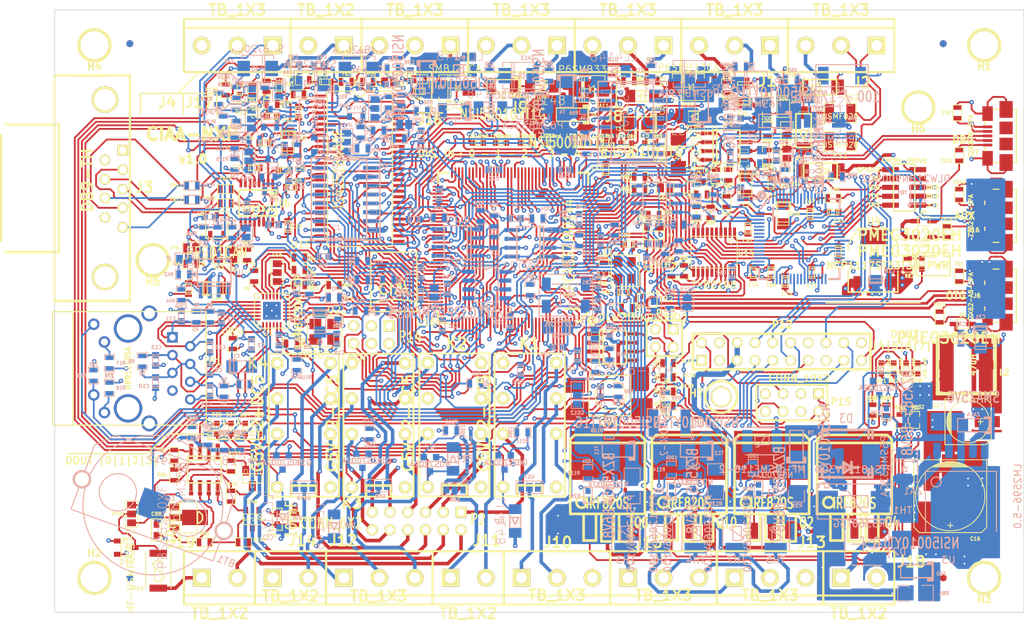
<source format=kicad_pcb>
(kicad_pcb (version 3) (host pcbnew "(2013-07-07 BZR 4022)-stable")
  (layers (15 F.Cu signal) (2 Inner2.Cu mixed hide) (1 Inner1.Cu mixed hide) (0 B.Cu signal) (18 B.Paste user hide) (19 F.Paste user hide) (20 B.SilkS user) (21 F.SilkS user) (22 B.Mask user hide) (23 F.Mask user hide) (28 Edge.Cuts user))
  (net 0 "")
  (net 1 +24V)
  (net 2 +3.3V)
  (net 3 +3.3VADC)
  (net 4 +5V)
  (net 5 /CPU/AIN0)
  (net 6 /CPU/AIN1)
  (net 7 /CPU/AIN2)
  (net 8 /CPU/AIN3)
  (net 9 /CPU/AUX_CLK)
  (net 10 /CPU/CAN_RD)
  (net 11 /CPU/CAN_TD)
  (net 12 /CPU/DIN0)
  (net 13 /CPU/DIN1)
  (net 14 /CPU/DIN2)
  (net 15 /CPU/DIN3)
  (net 16 /CPU/DIN4)
  (net 17 /CPU/DIN5)
  (net 18 /CPU/DIN6)
  (net 19 /CPU/DIN7)
  (net 20 /CPU/DOUT0)
  (net 21 /CPU/DOUT1)
  (net 22 /CPU/DOUT2)
  (net 23 /CPU/DOUT3)
  (net 24 /CPU/DOUT4)
  (net 25 /CPU/DOUT5)
  (net 26 /CPU/DOUT6)
  (net 27 /CPU/DOUT7)
  (net 28 /CPU/EECLK)
  (net 29 /CPU/EECS)
  (net 30 /CPU/EEDATA)
  (net 31 /CPU/EMA_A1)
  (net 32 /CPU/EMA_A2)
  (net 33 /CPU/EMA_A6)
  (net 34 /CPU/EMC_A0)
  (net 35 /CPU/EMC_A10)
  (net 36 /CPU/EMC_A11)
  (net 37 /CPU/EMC_A13)
  (net 38 /CPU/EMC_A14)
  (net 39 /CPU/EMC_A3)
  (net 40 /CPU/EMC_A4)
  (net 41 /CPU/EMC_A5)
  (net 42 /CPU/EMC_A7)
  (net 43 /CPU/EMC_A8)
  (net 44 /CPU/EMC_A9)
  (net 45 /CPU/EMC_CAS)
  (net 46 /CPU/EMC_CKE)
  (net 47 /CPU/EMC_CLK0)
  (net 48 /CPU/EMC_D0)
  (net 49 /CPU/EMC_D1)
  (net 50 /CPU/EMC_D10)
  (net 51 /CPU/EMC_D11)
  (net 52 /CPU/EMC_D12)
  (net 53 /CPU/EMC_D13)
  (net 54 /CPU/EMC_D14)
  (net 55 /CPU/EMC_D15)
  (net 56 /CPU/EMC_D2)
  (net 57 /CPU/EMC_D3)
  (net 58 /CPU/EMC_D4)
  (net 59 /CPU/EMC_D5)
  (net 60 /CPU/EMC_D6)
  (net 61 /CPU/EMC_D7)
  (net 62 /CPU/EMC_D8)
  (net 63 /CPU/EMC_D9)
  (net 64 /CPU/EMC_DYCS)
  (net 65 /CPU/EMC_LDQM)
  (net 66 /CPU/EMC_RAS)
  (net 67 /CPU/EMC_UDQM)
  (net 68 /CPU/EMC_WE)
  (net 69 /CPU/ENET_CRS_DV)
  (net 70 /CPU/ENET_MDC)
  (net 71 /CPU/ENET_MDIO)
  (net 72 /CPU/ENET_REF_CLK)
  (net 73 /CPU/ENET_RXD0)
  (net 74 /CPU/ENET_RXD1)
  (net 75 /CPU/ENET_TXD0)
  (net 76 /CPU/ENET_TXD1)
  (net 77 /CPU/ENET_TX_EN)
  (net 78 /CPU/FT_OE)
  (net 79 /CPU/FT_RST)
  (net 80 /CPU/FT_TCK)
  (net 81 /CPU/FT_TDI)
  (net 82 /CPU/FT_TDO)
  (net 83 /CPU/FT_TMS)
  (net 84 /CPU/FT_TRST)
  (net 85 /CPU/FT_XTIN)
  (net 86 /CPU/FT_XTOUT)
  (net 87 /CPU/GPIO0)
  (net 88 /CPU/GPIO1)
  (net 89 /CPU/GPIO2)
  (net 90 /CPU/GPIO3)
  (net 91 /CPU/GPIO_AIN0_DAC)
  (net 92 /CPU/I2C_SCL)
  (net 93 /CPU/I2C_SDA)
  (net 94 /CPU/RS232_RXD)
  (net 95 /CPU/RS232_TXD)
  (net 96 /CPU/RS485_DIR)
  (net 97 /CPU/RS485_RXD)
  (net 98 /CPU/RS485_TXD)
  (net 99 /CPU/RST)
  (net 100 /CPU/RTCX1)
  (net 101 /CPU/RTCX2)
  (net 102 /CPU/SPIFI_CS)
  (net 103 /CPU/SPIFI_IO2)
  (net 104 /CPU/SPIFI_IO3)
  (net 105 /CPU/SPIFI_MISO)
  (net 106 /CPU/SPIFI_MOSI)
  (net 107 /CPU/SPI_MISO)
  (net 108 /CPU/SPI_MOSI)
  (net 109 /CPU/SPI_SCK)
  (net 110 /CPU/TCK)
  (net 111 /CPU/TDI)
  (net 112 /CPU/TDO)
  (net 113 /CPU/TMS)
  (net 114 /CPU/TRST)
  (net 115 /CPU/U2_RXD)
  (net 116 /CPU/U2_TXD)
  (net 117 /CPU/USB_AUX_DM)
  (net 118 /CPU/USB_AUX_DP)
  (net 119 /CPU/USB_DEBUG_VBUS)
  (net 120 /CPU/USB_DM)
  (net 121 /CPU/USB_DP)
  (net 122 /CPU/USB_ID)
  (net 123 /CPU/USB_JTAG_1.8V)
  (net 124 /CPU/USB_JTAG_DM)
  (net 125 /CPU/USB_JTAG_DP)
  (net 126 /CPU/USB_VBUS)
  (net 127 /CPU/XTAL1)
  (net 128 /CPU/XTAL2)
  (net 129 /CPU/nTRST)
  (net 130 "/Entradas Digitales/COM")
  (net 131 "/Entradas Digitales/IN0")
  (net 132 "/Entradas Digitales/IN1")
  (net 133 "/Entradas Digitales/IN2")
  (net 134 "/Entradas Digitales/IN3")
  (net 135 "/Entradas Digitales/IN4")
  (net 136 "/Entradas Digitales/IN5")
  (net 137 "/Entradas Digitales/IN6")
  (net 138 "/Entradas Digitales/IN7")
  (net 139 /Ethernet/LED_100M)
  (net 140 /Ethernet/LED_LINK)
  (net 141 /Ethernet/PHY_nRESET)
  (net 142 /GPIO/AN0)
  (net 143 /GPIO/AN1)
  (net 144 /GPIO/AN2)
  (net 145 /GPIO/AN3)
  (net 146 /GPIO/GPIO10)
  (net 147 /GPIO/GPIO11)
  (net 148 /GPIO/GPIO12)
  (net 149 /GPIO/GPIO4)
  (net 150 /GPIO/GPIO5)
  (net 151 /GPIO/GPIO6)
  (net 152 /GPIO/GPIO7)
  (net 153 /GPIO/GPIO8)
  (net 154 /GPIO/USB_VBUS)
  (net 155 /GPIO/USR_3.3V)
  (net 156 /GPIO/USR_5V)
  (net 157 "/Memorias NV/SPIFI_CLK")
  (net 158 /RS485_RS232_CAN/CAN_H)
  (net 159 /RS485_RS232_CAN/CAN_L)
  (net 160 /RS485_RS232_CAN/CAN_STB)
  (net 161 /RS485_RS232_CAN/RS232_CTS)
  (net 162 /RS485_RS232_CAN/RS232_RTS)
  (net 163 "/Salida Analógica/24V_A")
  (net 164 "/Salida Analógica/DAC_OUT")
  (net 165 "/Salidas Digitales/C1A")
  (net 166 "/Salidas Digitales/C1B")
  (net 167 "/Salidas Digitales/C2A")
  (net 168 "/Salidas Digitales/C2B")
  (net 169 "/Salidas Digitales/C3A")
  (net 170 "/Salidas Digitales/C3B")
  (net 171 "/Salidas Digitales/C4A")
  (net 172 "/Salidas Digitales/C4B")
  (net 173 "/Salidas Digitales/NC1A")
  (net 174 "/Salidas Digitales/NC1B")
  (net 175 "/Salidas Digitales/NC2A")
  (net 176 "/Salidas Digitales/NC2B")
  (net 177 "/Salidas Digitales/NC3A")
  (net 178 "/Salidas Digitales/NC3B")
  (net 179 "/Salidas Digitales/NC4A")
  (net 180 "/Salidas Digitales/NC4B")
  (net 181 "/Salidas Digitales/NO1A")
  (net 182 "/Salidas Digitales/NO1B")
  (net 183 "/Salidas Digitales/NO2A")
  (net 184 "/Salidas Digitales/NO2B")
  (net 185 "/Salidas Digitales/NO3A")
  (net 186 "/Salidas Digitales/NO3B")
  (net 187 "/Salidas Digitales/NO4A")
  (net 188 "/Salidas Digitales/NO4B")
  (net 189 "/USB OTG/USB0_PPWR")
  (net 190 "/USB OTG/USB0_PWR_FAULT")
  (net 191 GND)
  (net 192 GNDA)
  (net 193 N-00000100)
  (net 194 N-00000101)
  (net 195 N-00000102)
  (net 196 N-00000123)
  (net 197 N-00000130)
  (net 198 N-00000166)
  (net 199 N-00000168)
  (net 200 N-00000169)
  (net 201 N-00000170)
  (net 202 N-00000171)
  (net 203 N-00000176)
  (net 204 N-00000177)
  (net 205 N-00000178)
  (net 206 N-00000203)
  (net 207 N-00000210)
  (net 208 N-00000213)
  (net 209 N-00000214)
  (net 210 N-00000215)
  (net 211 N-00000216)
  (net 212 N-00000217)
  (net 213 N-00000218)
  (net 214 N-00000219)
  (net 215 N-00000220)
  (net 216 N-00000221)
  (net 217 N-00000222)
  (net 218 N-00000223)
  (net 219 N-00000224)
  (net 220 N-00000229)
  (net 221 N-00000230)
  (net 222 N-00000232)
  (net 223 N-00000233)
  (net 224 N-00000234)
  (net 225 N-00000235)
  (net 226 N-00000236)
  (net 227 N-00000237)
  (net 228 N-00000238)
  (net 229 N-00000239)
  (net 230 N-00000240)
  (net 231 N-00000241)
  (net 232 N-00000242)
  (net 233 N-00000243)
  (net 234 N-00000244)
  (net 235 N-00000245)
  (net 236 N-00000247)
  (net 237 N-00000248)
  (net 238 N-00000249)
  (net 239 N-00000250)
  (net 240 N-00000251)
  (net 241 N-00000252)
  (net 242 N-00000253)
  (net 243 N-00000254)
  (net 244 N-00000255)
  (net 245 N-00000257)
  (net 246 N-00000258)
  (net 247 N-00000259)
  (net 248 N-00000260)
  (net 249 N-00000261)
  (net 250 N-00000262)
  (net 251 N-00000263)
  (net 252 N-00000264)
  (net 253 N-00000265)
  (net 254 N-00000266)
  (net 255 N-00000267)
  (net 256 N-00000269)
  (net 257 N-00000272)
  (net 258 N-00000273)
  (net 259 N-00000275)
  (net 260 N-00000276)
  (net 261 N-00000277)
  (net 262 N-00000278)
  (net 263 N-00000279)
  (net 264 N-00000280)
  (net 265 N-00000281)
  (net 266 N-00000282)
  (net 267 N-00000283)
  (net 268 N-00000284)
  (net 269 N-00000285)
  (net 270 N-00000286)
  (net 271 N-00000289)
  (net 272 N-00000290)
  (net 273 N-00000291)
  (net 274 N-00000294)
  (net 275 N-00000295)
  (net 276 N-00000296)
  (net 277 N-00000297)
  (net 278 N-00000298)
  (net 279 N-00000299)
  (net 280 N-00000300)
  (net 281 N-00000301)
  (net 282 N-00000302)
  (net 283 N-00000303)
  (net 284 N-00000304)
  (net 285 N-00000305)
  (net 286 N-00000306)
  (net 287 N-00000307)
  (net 288 N-00000308)
  (net 289 N-00000309)
  (net 290 N-00000310)
  (net 291 N-00000311)
  (net 292 N-00000312)
  (net 293 N-00000313)
  (net 294 N-00000314)
  (net 295 N-00000315)
  (net 296 N-00000316)
  (net 297 N-00000317)
  (net 298 N-00000318)
  (net 299 N-00000319)
  (net 300 N-00000320)
  (net 301 N-00000321)
  (net 302 N-00000322)
  (net 303 N-00000323)
  (net 304 N-00000324)
  (net 305 N-00000325)
  (net 306 N-00000327)
  (net 307 N-00000328)
  (net 308 N-00000329)
  (net 309 N-00000330)
  (net 310 N-00000331)
  (net 311 N-00000333)
  (net 312 N-00000335)
  (net 313 N-00000337)
  (net 314 N-00000338)
  (net 315 N-00000339)
  (net 316 N-00000340)
  (net 317 N-00000341)
  (net 318 N-00000343)
  (net 319 N-00000344)
  (net 320 N-00000345)
  (net 321 N-00000346)
  (net 322 N-00000347)
  (net 323 N-00000348)
  (net 324 N-00000349)
  (net 325 N-00000350)
  (net 326 N-00000351)
  (net 327 N-00000352)
  (net 328 N-00000353)
  (net 329 N-00000354)
  (net 330 N-00000355)
  (net 331 N-00000356)
  (net 332 N-00000357)
  (net 333 N-00000358)
  (net 334 N-00000359)
  (net 335 N-00000360)
  (net 336 N-00000361)
  (net 337 N-00000362)
  (net 338 N-00000363)
  (net 339 N-00000364)
  (net 340 N-00000365)
  (net 341 N-00000366)
  (net 342 N-00000367)
  (net 343 N-00000368)
  (net 344 N-00000369)
  (net 345 N-00000375)
  (net 346 N-00000379)
  (net 347 N-00000380)
  (net 348 N-00000381)
  (net 349 N-00000382)
  (net 350 N-00000383)
  (net 351 N-00000384)
  (net 352 N-00000385)
  (net 353 N-00000386)
  (net 354 N-00000388)
  (net 355 N-00000391)
  (net 356 N-00000393)
  (net 357 N-00000400)
  (net 358 N-00000401)
  (net 359 N-00000402)
  (net 360 N-00000403)
  (net 361 N-00000404)
  (net 362 N-00000405)
  (net 363 N-00000406)
  (net 364 N-00000422)
  (net 365 N-00000423)
  (net 366 N-00000424)
  (net 367 N-00000425)
  (net 368 N-00000426)
  (net 369 N-00000427)
  (net 370 N-00000428)
  (net 371 N-00000429)
  (net 372 N-00000430)
  (net 373 N-00000431)
  (net 374 N-00000432)
  (net 375 N-00000433)
  (net 376 N-00000434)
  (net 377 N-00000435)
  (net 378 N-00000436)
  (net 379 N-00000437)
  (net 380 N-00000438)
  (net 381 N-00000441)
  (net 382 N-00000442)
  (net 383 N-00000443)
  (net 384 N-00000444)
  (net 385 N-00000445)
  (net 386 N-00000446)
  (net 387 N-00000447)
  (net 388 N-00000449)
  (net 389 N-00000451)
  (net 390 N-0000096)
  (net 391 N-0000099)
  (module MF-SM030 (layer B.Cu) (at 129.6355 84.0745 180)
    (fp_text reference TH1 (at -6.858 -1.27 180) (layer B.SilkS) (effects (justify mirror)))
    (fp_text value PTS18126V300 (at 0 4.572 180) (layer B.SilkS) (effects (justify mirror)))
    (pad 1 smd rect (at 3.7 0 180) (size 2.7 3.1) (layers B.Cu B.Paste B.Mask) (net 1 +24V))
    (pad 2 smd rect (at -3.7 -0.0508 180) (size 2.7 3.1) (layers B.Cu B.Paste B.Mask) (net 245 N-00000257))
  )
  (module QFN24 (layer F.Cu) (at 46.3235 56.7695 90)
    (fp_text reference U1 (at -3.175 -0.508 180) (layer F.SilkS) (effects (font (size 0.762 0.762) (thickness 0.1143))))
    (fp_text value LAN8720A-CP (at 0 3.81 90) (layer F.SilkS) (effects (font (size 1.00076 1.00076) (thickness 0.3048))))
    (pad GND smd rect (at 0 0) (size 2.49936 2.49936) (layers F.Cu F.Paste F.Mask) (net 191 GND))
    (pad 1 smd oval (at -1.99898 -1.24968 90) (size 0.8001 0.24892) (layers F.Cu F.Paste F.Mask) (net 251 N-00000263))
    (pad 2 smd oval (at -1.99898 -0.7493 90) (size 0.8001 0.24892) (layers F.Cu F.Paste F.Mask) (net 139 /Ethernet/LED_100M))
    (pad 3 smd oval (at -1.99898 -0.24892 90) (size 0.8001 0.24892) (layers F.Cu F.Paste F.Mask) (net 140 /Ethernet/LED_LINK))
    (pad 4 smd oval (at -1.99898 0.24892 90) (size 0.8001 0.24892) (layers F.Cu F.Paste F.Mask))
    (pad 5 smd oval (at -1.99898 0.7493 90) (size 0.8001 0.24892) (layers F.Cu F.Paste F.Mask) (net 72 /CPU/ENET_REF_CLK))
    (pad 6 smd oval (at -1.99898 1.24968 90) (size 0.8001 0.24892) (layers F.Cu F.Paste F.Mask) (net 257 N-00000272))
    (pad 7 smd oval (at -1.24968 1.99898 180) (size 0.8001 0.24892) (layers F.Cu F.Paste F.Mask) (net 267 N-00000283))
    (pad 8 smd oval (at -0.7493 1.99898 180) (size 0.8001 0.24892) (layers F.Cu F.Paste F.Mask) (net 266 N-00000282))
    (pad 9 smd oval (at -0.24892 1.99898 180) (size 0.8001 0.24892) (layers F.Cu F.Paste F.Mask) (net 2 +3.3V))
    (pad 10 smd oval (at 0.24892 1.99898 180) (size 0.8001 0.24892) (layers F.Cu F.Paste F.Mask) (net 252 N-00000264))
    (pad 11 smd oval (at 0.7493 1.99898 180) (size 0.8001 0.24892) (layers F.Cu F.Paste F.Mask) (net 268 N-00000284))
    (pad 12 smd oval (at 1.24968 1.99898 180) (size 0.8001 0.24892) (layers F.Cu F.Paste F.Mask) (net 250 N-00000262))
    (pad 13 smd oval (at 1.99898 1.24968 270) (size 0.8001 0.24892) (layers F.Cu F.Paste F.Mask) (net 263 N-00000279))
    (pad 14 smd oval (at 1.99898 0.7493 270) (size 0.8001 0.24892) (layers F.Cu F.Paste F.Mask) (net 258 N-00000273))
    (pad 15 smd oval (at 1.99898 0.24892 270) (size 0.8001 0.24892) (layers F.Cu F.Paste F.Mask) (net 141 /Ethernet/PHY_nRESET))
    (pad 16 smd oval (at 1.99898 -0.24892 270) (size 0.8001 0.24892) (layers F.Cu F.Paste F.Mask) (net 265 N-00000281))
    (pad 17 smd oval (at 1.99898 -0.7493 270) (size 0.8001 0.24892) (layers F.Cu F.Paste F.Mask) (net 269 N-00000285))
    (pad 18 smd oval (at 1.99898 -1.24968 270) (size 0.8001 0.24892) (layers F.Cu F.Paste F.Mask) (net 264 N-00000280))
    (pad 19 smd oval (at 1.24968 -1.99898) (size 0.8001 0.24892) (layers F.Cu F.Paste F.Mask) (net 251 N-00000263))
    (pad 20 smd oval (at 0.7493 -1.99898) (size 0.8001 0.24892) (layers F.Cu F.Paste F.Mask) (net 254 N-00000266))
    (pad 21 smd oval (at 0.24892 -1.99898) (size 0.8001 0.24892) (layers F.Cu F.Paste F.Mask) (net 255 N-00000267))
    (pad 22 smd oval (at -0.24892 -1.99898) (size 0.8001 0.24892) (layers F.Cu F.Paste F.Mask) (net 253 N-00000265))
    (pad 23 smd oval (at -0.7493 -1.99898) (size 0.8001 0.24892) (layers F.Cu F.Paste F.Mask) (net 249 N-00000261))
    (pad 24 smd oval (at -1.24968 -1.99898) (size 0.8001 0.24892) (layers F.Cu F.Paste F.Mask) (net 261 N-00000277))
  )
  (module TSSOP16 (layer F.Cu) (at 44.1645 41.2755 180)
    (fp_text reference U6 (at -3.937 -0.127 180) (layer F.SilkS) (effects (font (size 1.016 0.762) (thickness 0.1905))))
    (fp_text value ST3232E (at -0.2 -0.9 180) (layer F.SilkS) (effects (font (size 0.762 0.762) (thickness 0.1905))))
    (pad 1 smd rect (at -2.27584 2.79908 180) (size 0.381 1.27) (layers F.Cu F.Paste F.Mask) (net 208 N-00000213))
    (pad 2 smd rect (at -1.6256 2.79908 180) (size 0.381 1.27) (layers F.Cu F.Paste F.Mask) (net 228 N-00000238))
    (pad 3 smd rect (at -0.97536 2.79908 180) (size 0.381 1.27) (layers F.Cu F.Paste F.Mask) (net 210 N-00000215))
    (pad 4 smd rect (at -0.32512 2.79908 180) (size 0.381 1.27) (layers F.Cu F.Paste F.Mask) (net 211 N-00000216))
    (pad 5 smd rect (at 0.32512 2.79908 180) (size 0.381 1.27) (layers F.Cu F.Paste F.Mask) (net 209 N-00000214))
    (pad 6 smd rect (at 0.97536 2.79908 180) (size 0.381 1.27) (layers F.Cu F.Paste F.Mask) (net 236 N-00000247))
    (pad 7 smd rect (at 1.6256 2.79908 180) (size 0.381 1.27) (layers F.Cu F.Paste F.Mask) (net 234 N-00000244))
    (pad 8 smd rect (at 2.27584 2.79908 180) (size 0.381 1.27) (layers F.Cu F.Paste F.Mask) (net 225 N-00000235))
    (pad 9 smd rect (at 2.27584 -2.79908 180) (size 0.381 1.27) (layers F.Cu F.Paste F.Mask) (net 161 /RS485_RS232_CAN/RS232_CTS))
    (pad 10 smd rect (at 1.6256 -2.79908 180) (size 0.381 1.27) (layers F.Cu F.Paste F.Mask) (net 162 /RS485_RS232_CAN/RS232_RTS))
    (pad 11 smd rect (at 0.97536 -2.79908 180) (size 0.381 1.27) (layers F.Cu F.Paste F.Mask) (net 95 /CPU/RS232_TXD))
    (pad 12 smd rect (at 0.32512 -2.79908 180) (size 0.381 1.27) (layers F.Cu F.Paste F.Mask) (net 94 /CPU/RS232_RXD))
    (pad 13 smd rect (at -0.32512 -2.79908 180) (size 0.381 1.27) (layers F.Cu F.Paste F.Mask) (net 233 N-00000243))
    (pad 14 smd rect (at -0.97536 -2.79908 180) (size 0.381 1.27) (layers F.Cu F.Paste F.Mask) (net 226 N-00000236))
    (pad 15 smd rect (at -1.6256 -2.79908 180) (size 0.381 1.27) (layers F.Cu F.Paste F.Mask) (net 191 GND))
    (pad 16 smd rect (at -2.27584 -2.79908 180) (size 0.381 1.27) (layers F.Cu F.Paste F.Mask) (net 2 +3.3V))
  )
  (module TSSOP14 (layer B.Cu) (at 52.0385 28.9565 270)
    (fp_text reference U11 (at 2.794 2.667 360) (layer B.SilkS) (effects (font (size 0.762 0.635) (thickness 0.16002)) (justify mirror)))
    (fp_text value MCP6024 (at 0 -0.508 270) (layer B.SilkS) (effects (font (size 0.762 0.762) (thickness 0.16002)) (justify mirror)))
    (pad 1 smd rect (at -1.9304 -2.794 270) (size 0.29972 1.30048) (layers B.Cu B.Paste B.Mask) (net 287 N-00000307))
    (pad 2 smd rect (at -1.2954 -2.794 270) (size 0.29972 1.30048) (layers B.Cu B.Paste B.Mask) (net 287 N-00000307))
    (pad 3 smd rect (at -0.635 -2.794 270) (size 0.29972 1.30048) (layers B.Cu B.Paste B.Mask) (net 291 N-00000311))
    (pad 4 smd rect (at 0 -2.794 270) (size 0.29972 1.30048) (layers B.Cu B.Paste B.Mask) (net 3 +3.3VADC))
    (pad 5 smd rect (at 0.6604 -2.794 270) (size 0.29972 1.30048) (layers B.Cu B.Paste B.Mask) (net 274 N-00000294))
    (pad 6 smd rect (at 1.3081 -2.794 270) (size 0.29972 1.30048) (layers B.Cu B.Paste B.Mask) (net 288 N-00000308))
    (pad 7 smd rect (at 1.9558 -2.794 270) (size 0.29972 1.30048) (layers B.Cu B.Paste B.Mask) (net 288 N-00000308))
    (pad 8 smd rect (at 1.9558 2.794 270) (size 0.29972 1.30048) (layers B.Cu B.Paste B.Mask) (net 289 N-00000309))
    (pad 9 smd rect (at 1.3081 2.794 270) (size 0.29972 1.30048) (layers B.Cu B.Paste B.Mask) (net 289 N-00000309))
    (pad 10 smd rect (at 0.6604 2.794 270) (size 0.29972 1.30048) (layers B.Cu B.Paste B.Mask) (net 280 N-00000300))
    (pad 11 smd rect (at 0 2.794 270) (size 0.29972 1.30048) (layers B.Cu B.Paste B.Mask) (net 192 GNDA))
    (pad 12 smd rect (at -0.6477 2.794 270) (size 0.29972 1.30048) (layers B.Cu B.Paste B.Mask) (net 305 N-00000325))
    (pad 13 smd rect (at -1.2954 2.794 270) (size 0.29972 1.30048) (layers B.Cu B.Paste B.Mask) (net 286 N-00000306))
    (pad 14 smd rect (at -1.9431 2.794 270) (size 0.29972 1.30048) (layers B.Cu B.Paste B.Mask) (net 286 N-00000306))
  )
  (module tssop-20 (layer F.Cu) (at 109.5695 48.3875 180)
    (fp_text reference U14 (at -4.572 -0.127 180) (layer F.SilkS) (effects (font (size 0.8001 0.8001) (thickness 0.14986))))
    (fp_text value TXB0108 (at 0.008 -4.669 180) (layer F.SilkS) (effects (font (size 1.00076 1.00076) (thickness 0.14986))))
    (pad 5 smd rect (at -0.32512 2.79908 180) (size 0.4191 1.47066) (layers F.Cu F.Paste F.Mask) (net 83 /CPU/FT_TMS))
    (pad 6 smd rect (at 0.32512 2.79908 180) (size 0.4191 1.47066) (layers F.Cu F.Paste F.Mask) (net 84 /CPU/FT_TRST))
    (pad 7 smd rect (at 0.97536 2.79908 180) (size 0.4191 1.47066) (layers F.Cu F.Paste F.Mask) (net 79 /CPU/FT_RST))
    (pad 8 smd rect (at 1.6256 2.79908 180) (size 0.4191 1.47066) (layers F.Cu F.Paste F.Mask) (net 193 N-00000100))
    (pad 19 smd rect (at -2.26568 -2.794 180) (size 0.4191 1.47066) (layers F.Cu F.Paste F.Mask) (net 2 +3.3V))
    (pad 2 smd rect (at -2.27584 2.79908 180) (size 0.4191 1.47066) (layers F.Cu F.Paste F.Mask) (net 2 +3.3V))
    (pad 3 smd rect (at -1.6256 2.79908 180) (size 0.4191 1.47066) (layers F.Cu F.Paste F.Mask) (net 81 /CPU/FT_TDI))
    (pad 4 smd rect (at -0.97536 2.79908 180) (size 0.4191 1.47066) (layers F.Cu F.Paste F.Mask) (net 82 /CPU/FT_TDO))
    (pad 12 smd rect (at 2.27584 -2.79908 180) (size 0.4191 1.47066) (layers F.Cu F.Paste F.Mask) (net 194 N-00000101))
    (pad 13 smd rect (at 1.6256 -2.79908 180) (size 0.4191 1.47066) (layers F.Cu F.Paste F.Mask) (net 391 N-0000099))
    (pad 14 smd rect (at 0.97536 -2.79908 180) (size 0.4191 1.47066) (layers F.Cu F.Paste F.Mask) (net 99 /CPU/RST))
    (pad 15 smd rect (at 0.32512 -2.79908 180) (size 0.4191 1.47066) (layers F.Cu F.Paste F.Mask) (net 114 /CPU/TRST))
    (pad 16 smd rect (at -0.32512 -2.79908 180) (size 0.4191 1.47066) (layers F.Cu F.Paste F.Mask) (net 113 /CPU/TMS))
    (pad 17 smd rect (at -0.97536 -2.79908 180) (size 0.4191 1.47066) (layers F.Cu F.Paste F.Mask) (net 112 /CPU/TDO))
    (pad 9 smd rect (at 2.27584 2.79908 180) (size 0.4191 1.47066) (layers F.Cu F.Paste F.Mask) (net 195 N-00000102))
    (pad 18 smd rect (at -1.6256 -2.794 180) (size 0.4191 1.47066) (layers F.Cu F.Paste F.Mask) (net 111 /CPU/TDI))
    (pad 1 smd rect (at -2.92608 2.79908 180) (size 0.4191 1.47066) (layers F.Cu F.Paste F.Mask) (net 80 /CPU/FT_TCK))
    (pad 10 smd rect (at 2.92608 2.79908 180) (size 0.4191 1.47066) (layers F.Cu F.Paste F.Mask) (net 390 N-0000096))
    (pad 11 smd rect (at 2.92608 -2.79908 180) (size 0.4191 1.47066) (layers F.Cu F.Paste F.Mask) (net 191 GND))
    (pad 20 smd rect (at -2.92608 -2.79908 180) (size 0.4191 1.47066) (layers F.Cu F.Paste F.Mask) (net 110 /CPU/TCK))
  )
  (module TSOP54-M08-T2 (layer F.Cu) (at 58.8965 36.4495 270)
    (fp_text reference U15 (at 10.858 8.414 360) (layer F.SilkS) (effects (font (size 1.016 1.016) (thickness 0.1524))))
    (fp_text value IS42S16400F (at 0 3.00228 270) (layer F.SilkS) (effects (font (size 1.524 1.143) (thickness 0.2032))))
    (pad 1 smd rect (at -10.39622 5.6007 270) (size 0.4318 1.6002) (layers F.Cu F.Paste F.Mask) (net 2 +3.3V))
    (pad 2 smd rect (at -9.59612 5.6007 270) (size 0.4318 1.6002) (layers F.Cu F.Paste F.Mask) (net 48 /CPU/EMC_D0))
    (pad 3 smd rect (at -8.79602 5.6007 270) (size 0.4318 1.6002) (layers F.Cu F.Paste F.Mask) (net 2 +3.3V))
    (pad 4 smd rect (at -7.99592 5.6007 270) (size 0.4318 1.6002) (layers F.Cu F.Paste F.Mask) (net 49 /CPU/EMC_D1))
    (pad 5 smd rect (at -7.19582 5.6007 270) (size 0.4318 1.6002) (layers F.Cu F.Paste F.Mask) (net 56 /CPU/EMC_D2))
    (pad 6 smd rect (at -6.39572 5.6007 270) (size 0.4318 1.6002) (layers F.Cu F.Paste F.Mask) (net 191 GND))
    (pad 7 smd rect (at -5.59562 5.6007 270) (size 0.4318 1.6002) (layers F.Cu F.Paste F.Mask) (net 57 /CPU/EMC_D3))
    (pad 8 smd rect (at -4.79552 5.6007 270) (size 0.4318 1.6002) (layers F.Cu F.Paste F.Mask) (net 58 /CPU/EMC_D4))
    (pad 9 smd rect (at -3.99542 5.6007 270) (size 0.4318 1.6002) (layers F.Cu F.Paste F.Mask) (net 2 +3.3V))
    (pad 10 smd rect (at -3.19532 5.6007 270) (size 0.4318 1.6002) (layers F.Cu F.Paste F.Mask) (net 59 /CPU/EMC_D5))
    (pad 11 smd rect (at -2.39522 5.6007 270) (size 0.4318 1.6002) (layers F.Cu F.Paste F.Mask) (net 60 /CPU/EMC_D6))
    (pad 12 smd rect (at -1.59512 5.6007 270) (size 0.4318 1.6002) (layers F.Cu F.Paste F.Mask) (net 191 GND))
    (pad 13 smd rect (at -0.79502 5.6007 270) (size 0.4318 1.6002) (layers F.Cu F.Paste F.Mask) (net 61 /CPU/EMC_D7))
    (pad 14 smd rect (at 0 5.6007 270) (size 0.4318 1.6002) (layers F.Cu F.Paste F.Mask) (net 2 +3.3V))
    (pad 15 smd rect (at 0.8001 5.6007 270) (size 0.4318 1.6002) (layers F.Cu F.Paste F.Mask) (net 65 /CPU/EMC_LDQM))
    (pad 16 smd rect (at 1.6002 5.6007 270) (size 0.4318 1.6002) (layers F.Cu F.Paste F.Mask) (net 68 /CPU/EMC_WE))
    (pad 17 smd rect (at 2.4003 5.6007 270) (size 0.4318 1.6002) (layers F.Cu F.Paste F.Mask) (net 45 /CPU/EMC_CAS))
    (pad 18 smd rect (at 3.2004 5.6007 270) (size 0.4318 1.6002) (layers F.Cu F.Paste F.Mask) (net 66 /CPU/EMC_RAS))
    (pad 19 smd rect (at 4.0005 5.6007 270) (size 0.4318 1.6002) (layers F.Cu F.Paste F.Mask) (net 64 /CPU/EMC_DYCS))
    (pad 20 smd rect (at 4.8006 5.6007 270) (size 0.4318 1.6002) (layers F.Cu F.Paste F.Mask) (net 37 /CPU/EMC_A13))
    (pad 21 smd rect (at 5.6007 5.6007 270) (size 0.4318 1.6002) (layers F.Cu F.Paste F.Mask) (net 38 /CPU/EMC_A14))
    (pad 22 smd rect (at 6.4008 5.6007 270) (size 0.4318 1.6002) (layers F.Cu F.Paste F.Mask) (net 35 /CPU/EMC_A10))
    (pad 23 smd rect (at 7.2009 5.6007 270) (size 0.4318 1.6002) (layers F.Cu F.Paste F.Mask) (net 34 /CPU/EMC_A0))
    (pad 24 smd rect (at 8.001 5.6007 270) (size 0.4318 1.6002) (layers F.Cu F.Paste F.Mask) (net 31 /CPU/EMA_A1))
    (pad 25 smd rect (at 8.8011 5.6007 270) (size 0.4318 1.6002) (layers F.Cu F.Paste F.Mask) (net 32 /CPU/EMA_A2))
    (pad 26 smd rect (at 9.6012 5.6007 270) (size 0.4318 1.6002) (layers F.Cu F.Paste F.Mask) (net 39 /CPU/EMC_A3))
    (pad 27 smd rect (at 10.4013 5.6007 270) (size 0.4318 1.6002) (layers F.Cu F.Paste F.Mask) (net 2 +3.3V))
    (pad 28 smd rect (at 10.4013 -5.59562 270) (size 0.4318 1.6002) (layers F.Cu F.Paste F.Mask) (net 191 GND))
    (pad 29 smd rect (at 9.6012 -5.59562 270) (size 0.4318 1.6002) (layers F.Cu F.Paste F.Mask) (net 40 /CPU/EMC_A4))
    (pad 30 smd rect (at 8.8011 -5.59562 270) (size 0.4318 1.6002) (layers F.Cu F.Paste F.Mask) (net 41 /CPU/EMC_A5))
    (pad 31 smd rect (at 8.001 -5.59562 270) (size 0.4318 1.6002) (layers F.Cu F.Paste F.Mask) (net 33 /CPU/EMA_A6))
    (pad 32 smd rect (at 7.2009 -5.59562 270) (size 0.4318 1.6002) (layers F.Cu F.Paste F.Mask) (net 42 /CPU/EMC_A7))
    (pad 33 smd rect (at 6.4008 -5.59562 270) (size 0.4318 1.6002) (layers F.Cu F.Paste F.Mask) (net 43 /CPU/EMC_A8))
    (pad 34 smd rect (at 5.6007 -5.59562 270) (size 0.4318 1.6002) (layers F.Cu F.Paste F.Mask) (net 44 /CPU/EMC_A9))
    (pad 35 smd rect (at 4.8006 -5.59562 270) (size 0.4318 1.6002) (layers F.Cu F.Paste F.Mask) (net 36 /CPU/EMC_A11))
    (pad 36 smd rect (at 4.0005 -5.59562 270) (size 0.4318 1.6002) (layers F.Cu F.Paste F.Mask))
    (pad 37 smd rect (at 3.2004 -5.59562 270) (size 0.4318 1.6002) (layers F.Cu F.Paste F.Mask) (net 46 /CPU/EMC_CKE))
    (pad 38 smd rect (at 2.4003 -5.59562 270) (size 0.4318 1.6002) (layers F.Cu F.Paste F.Mask) (net 47 /CPU/EMC_CLK0))
    (pad 39 smd rect (at 1.6002 -5.59562 270) (size 0.4318 1.6002) (layers F.Cu F.Paste F.Mask) (net 67 /CPU/EMC_UDQM))
    (pad 40 smd rect (at 0.8001 -5.59562 270) (size 0.4318 1.6002) (layers F.Cu F.Paste F.Mask))
    (pad 41 smd rect (at 0 -5.59562 270) (size 0.4318 1.6002) (layers F.Cu F.Paste F.Mask) (net 191 GND))
    (pad 42 smd rect (at -0.79502 -5.59562 270) (size 0.4318 1.6002) (layers F.Cu F.Paste F.Mask) (net 62 /CPU/EMC_D8))
    (pad 43 smd rect (at -1.59512 -5.59562 270) (size 0.4318 1.6002) (layers F.Cu F.Paste F.Mask) (net 2 +3.3V))
    (pad 44 smd rect (at -2.39522 -5.59562 270) (size 0.4318 1.6002) (layers F.Cu F.Paste F.Mask) (net 63 /CPU/EMC_D9))
    (pad 45 smd rect (at -3.19532 -5.59562 270) (size 0.4318 1.6002) (layers F.Cu F.Paste F.Mask) (net 50 /CPU/EMC_D10))
    (pad 46 smd rect (at -3.99542 -5.59562 270) (size 0.4318 1.6002) (layers F.Cu F.Paste F.Mask) (net 191 GND))
    (pad 47 smd rect (at -4.79552 -5.59562 270) (size 0.4318 1.6002) (layers F.Cu F.Paste F.Mask) (net 51 /CPU/EMC_D11))
    (pad 48 smd rect (at -5.59562 -5.59562 270) (size 0.4318 1.6002) (layers F.Cu F.Paste F.Mask) (net 52 /CPU/EMC_D12))
    (pad 49 smd rect (at -6.39572 -5.59562 270) (size 0.4318 1.6002) (layers F.Cu F.Paste F.Mask) (net 2 +3.3V))
    (pad 50 smd rect (at -7.19582 -5.59562 270) (size 0.4318 1.6002) (layers F.Cu F.Paste F.Mask) (net 53 /CPU/EMC_D13))
    (pad 51 smd rect (at -7.99592 -5.59562 270) (size 0.4318 1.6002) (layers F.Cu F.Paste F.Mask) (net 54 /CPU/EMC_D14))
    (pad 52 smd rect (at -8.79602 -5.59562 270) (size 0.4318 1.6002) (layers F.Cu F.Paste F.Mask) (net 191 GND))
    (pad 53 smd rect (at -9.59612 -5.59562 270) (size 0.4318 1.6002) (layers F.Cu F.Paste F.Mask) (net 55 /CPU/EMC_D15))
    (pad 54 smd rect (at -10.39622 -5.59562 270) (size 0.4318 1.6002) (layers F.Cu F.Paste F.Mask) (net 191 GND))
  )
  (module TO263 (layer F.Cu) (at 117.8245 88.2655)
    (fp_text reference Q2 (at 4.953 -1.143) (layer F.SilkS) (effects (font (size 1.524 1.016) (thickness 0.254))))
    (fp_text value IRF820S (at 0 -3.937) (layer F.SilkS) (effects (font (size 1.524 1.016) (thickness 0.254))))
    (pad 1 smd rect (at -2.54 0) (size 1.143 2.286) (layers F.Cu F.Paste F.Mask) (net 366 N-00000424))
    (pad 2 smd rect (at 0 -10.795) (size 10.80008 6.9977) (layers F.Cu F.Paste F.Mask) (net 372 N-00000430))
    (pad 3 smd rect (at 2.54 0) (size 1.143 2.286) (layers F.Cu F.Paste F.Mask) (net 191 GND))
    (pad 2 smd rect (at 0 0) (size 1.143 2.286) (layers F.Cu F.Paste F.Mask) (net 372 N-00000430))
  )
  (module TO263 (layer F.Cu) (at 94.3295 88.2655)
    (fp_text reference Q8 (at 4.826 -1.143) (layer F.SilkS) (effects (font (size 1.524 1.016) (thickness 0.254))))
    (fp_text value IRF820S (at 0 -3.937) (layer F.SilkS) (effects (font (size 1.524 1.016) (thickness 0.254))))
    (pad 1 smd rect (at -2.54 0) (size 1.143 2.286) (layers F.Cu F.Paste F.Mask) (net 364 N-00000422))
    (pad 2 smd rect (at 0 -10.795) (size 10.80008 6.9977) (layers F.Cu F.Paste F.Mask) (net 371 N-00000429))
    (pad 3 smd rect (at 2.54 0) (size 1.143 2.286) (layers F.Cu F.Paste F.Mask) (net 191 GND))
    (pad 2 smd rect (at 0 0) (size 1.143 2.286) (layers F.Cu F.Paste F.Mask) (net 371 N-00000429))
  )
  (module TO263 (layer F.Cu) (at 129.6355 88.2655)
    (fp_text reference Q4 (at 5.334 -1.143) (layer F.SilkS) (effects (font (size 1.524 1.016) (thickness 0.254))))
    (fp_text value IRF820S (at 0 -3.937) (layer F.SilkS) (effects (font (size 1.524 1.016) (thickness 0.254))))
    (pad 1 smd rect (at -2.54 0) (size 1.143 2.286) (layers F.Cu F.Paste F.Mask) (net 367 N-00000425))
    (pad 2 smd rect (at 0 -10.795) (size 10.80008 6.9977) (layers F.Cu F.Paste F.Mask) (net 370 N-00000428))
    (pad 3 smd rect (at 2.54 0) (size 1.143 2.286) (layers F.Cu F.Paste F.Mask) (net 191 GND))
    (pad 2 smd rect (at 0 0) (size 1.143 2.286) (layers F.Cu F.Paste F.Mask) (net 370 N-00000428))
  )
  (module TO263 (layer F.Cu) (at 106.0135 88.2655)
    (fp_text reference Q10 (at 5.334 -1.143) (layer F.SilkS) (effects (font (size 1.524 1.016) (thickness 0.254))))
    (fp_text value IRF820S (at 0 -3.937) (layer F.SilkS) (effects (font (size 1.524 1.016) (thickness 0.254))))
    (pad 1 smd rect (at -2.54 0) (size 1.143 2.286) (layers F.Cu F.Paste F.Mask) (net 365 N-00000423))
    (pad 2 smd rect (at 0 -10.795) (size 10.80008 6.9977) (layers F.Cu F.Paste F.Mask) (net 374 N-00000432))
    (pad 3 smd rect (at 2.54 0) (size 1.143 2.286) (layers F.Cu F.Paste F.Mask) (net 191 GND))
    (pad 2 smd rect (at 0 0) (size 1.143 2.286) (layers F.Cu F.Paste F.Mask) (net 374 N-00000432))
  )
  (module SRF2012 (layer B.Cu) (at 138.2715 40.8945 90)
    (fp_text reference TR3 (at 1.016 -1.778 180) (layer B.SilkS) (effects (font (size 0.508 0.508) (thickness 0.127)) (justify mirror)))
    (fp_text value DLW21HN900SQ2 (at 3.031 -1.28 360) (layer B.SilkS) (effects (justify mirror)))
    (pad 1 smd rect (at 0 0 90) (size 0.45 0.45) (layers B.Cu B.Paste B.Mask) (net 312 N-00000335))
    (pad 2 smd rect (at 1.6 0 90) (size 0.45 0.45) (layers B.Cu B.Paste B.Mask) (net 117 /CPU/USB_AUX_DM))
    (pad 3 smd rect (at 1.6 0.85 90) (size 0.45 0.45) (layers B.Cu B.Paste B.Mask) (net 118 /CPU/USB_AUX_DP))
    (pad 4 smd rect (at 0 0.85 90) (size 0.45 0.45) (layers B.Cu B.Paste B.Mask) (net 310 N-00000331))
  )
  (module SRF2012 (layer F.Cu) (at 100.8065 54.8645 180)
    (fp_text reference TR2 (at -1.905 -0.254 180) (layer F.SilkS) (effects (font (size 0.762 0.762) (thickness 0.127))))
    (fp_text value DLW21HN900SQ2 (at 1.4 -2.9 180) (layer F.SilkS))
    (pad 1 smd rect (at 0 0 180) (size 0.45 0.45) (layers F.Cu F.Paste F.Mask) (net 271 N-00000289))
    (pad 2 smd rect (at 1.6 0 180) (size 0.45 0.45) (layers F.Cu F.Paste F.Mask) (net 120 /CPU/USB_DM))
    (pad 3 smd rect (at 1.6 -0.85 180) (size 0.45 0.45) (layers F.Cu F.Paste F.Mask) (net 121 /CPU/USB_DP))
    (pad 4 smd rect (at 0 -0.85 180) (size 0.45 0.45) (layers F.Cu F.Paste F.Mask) (net 272 N-00000290))
  )
  (module SRF2012 (layer B.Cu) (at 123.0315 34.2905 180)
    (fp_text reference TR1 (at 0.762 -1.27 180) (layer B.SilkS) (effects (font (size 0.508 0.508) (thickness 0.127)) (justify mirror)))
    (fp_text value DLW21HN900SQ2 (at -1.6 0.5 270) (layer B.SilkS) (effects (justify mirror)))
    (pad 1 smd rect (at 0 0 180) (size 0.45 0.45) (layers B.Cu B.Paste B.Mask) (net 201 N-00000170))
    (pad 2 smd rect (at 1.6 0 180) (size 0.45 0.45) (layers B.Cu B.Paste B.Mask) (net 124 /CPU/USB_JTAG_DM))
    (pad 3 smd rect (at 1.6 0.85 180) (size 0.45 0.45) (layers B.Cu B.Paste B.Mask) (net 125 /CPU/USB_JTAG_DP))
    (pad 4 smd rect (at 0 0.85 180) (size 0.45 0.45) (layers B.Cu B.Paste B.Mask) (net 200 N-00000169))
  )
  (module SOT23GDS (layer B.Cu) (at 94.4565 81.6615 180)
    (fp_text reference Q9 (at 0.127 -2.413 180) (layer B.SilkS) (effects (font (size 0.762 0.762) (thickness 0.12954)) (justify mirror)))
    (fp_text value NDS7002A (at 0 0 180) (layer B.SilkS) (effects (font (size 0.762 0.762) (thickness 0.12954)) (justify mirror)))
    (pad S smd rect (at -0.889 1.016 180) (size 0.9144 0.9144) (layers B.Cu B.Paste B.Mask) (net 191 GND))
    (pad G smd rect (at 0.889 1.016 180) (size 0.9144 0.9144) (layers B.Cu B.Paste B.Mask) (net 26 /CPU/DOUT6))
    (pad D smd rect (at 0 -1.016 180) (size 0.9144 0.9144) (layers B.Cu B.Paste B.Mask) (net 364 N-00000422))
  )
  (module SOT23GDS (layer B.Cu) (at 68.9295 78.7405 180)
    (fp_text reference Q7 (at 0 2.54 180) (layer B.SilkS) (effects (font (size 0.762 0.762) (thickness 0.12954)) (justify mirror)))
    (fp_text value NDS7002A (at 0 0 180) (layer B.SilkS) (effects (font (size 0.762 0.762) (thickness 0.12954)) (justify mirror)))
    (pad S smd rect (at -0.889 1.016 180) (size 0.9144 0.9144) (layers B.Cu B.Paste B.Mask) (net 191 GND))
    (pad G smd rect (at 0.889 1.016 180) (size 0.9144 0.9144) (layers B.Cu B.Paste B.Mask) (net 21 /CPU/DOUT1))
    (pad D smd rect (at 0 -1.016 180) (size 0.9144 0.9144) (layers B.Cu B.Paste B.Mask) (net 369 N-00000427))
  )
  (module SOT23GDS (layer B.Cu) (at 47.8475 78.4865 180)
    (fp_text reference Q12 (at -3.048 0 180) (layer B.SilkS) (effects (font (size 0.762 0.762) (thickness 0.12954)) (justify mirror)))
    (fp_text value NDS7002A (at 0 0 180) (layer B.SilkS) (effects (font (size 0.762 0.762) (thickness 0.12954)) (justify mirror)))
    (pad S smd rect (at -0.889 1.016 180) (size 0.9144 0.9144) (layers B.Cu B.Paste B.Mask) (net 191 GND))
    (pad G smd rect (at 0.889 1.016 180) (size 0.9144 0.9144) (layers B.Cu B.Paste B.Mask) (net 23 /CPU/DOUT3))
    (pad D smd rect (at 0 -1.016 180) (size 0.9144 0.9144) (layers B.Cu B.Paste B.Mask) (net 362 N-00000405))
  )
  (module SOT23GDS (layer B.Cu) (at 59.2775 78.2325 180)
    (fp_text reference Q11 (at -3.048 0 180) (layer B.SilkS) (effects (font (size 0.762 0.762) (thickness 0.12954)) (justify mirror)))
    (fp_text value NDS7002A (at 0 0 180) (layer B.SilkS) (effects (font (size 0.762 0.762) (thickness 0.12954)) (justify mirror)))
    (pad S smd rect (at -0.889 1.016 180) (size 0.9144 0.9144) (layers B.Cu B.Paste B.Mask) (net 191 GND))
    (pad G smd rect (at 0.889 1.016 180) (size 0.9144 0.9144) (layers B.Cu B.Paste B.Mask) (net 22 /CPU/DOUT2))
    (pad D smd rect (at 0 -1.016 180) (size 0.9144 0.9144) (layers B.Cu B.Paste B.Mask) (net 361 N-00000404))
  )
  (module SOT23GDS (layer B.Cu) (at 106.5215 81.2805 180)
    (fp_text reference Q13 (at 0 2.286 180) (layer B.SilkS) (effects (font (size 0.762 0.762) (thickness 0.12954)) (justify mirror)))
    (fp_text value NDS7002A (at 0 0 180) (layer B.SilkS) (effects (font (size 0.762 0.762) (thickness 0.12954)) (justify mirror)))
    (pad S smd rect (at -0.889 1.016 180) (size 0.9144 0.9144) (layers B.Cu B.Paste B.Mask) (net 191 GND))
    (pad G smd rect (at 0.889 1.016 180) (size 0.9144 0.9144) (layers B.Cu B.Paste B.Mask) (net 27 /CPU/DOUT7))
    (pad D smd rect (at 0 -1.016 180) (size 0.9144 0.9144) (layers B.Cu B.Paste B.Mask) (net 365 N-00000423))
  )
  (module SOT23GDS (layer B.Cu) (at 79.5975 78.4865 180)
    (fp_text reference Q6 (at -2.54 0 180) (layer B.SilkS) (effects (font (size 0.762 0.762) (thickness 0.12954)) (justify mirror)))
    (fp_text value NDS7002A (at 0 0 180) (layer B.SilkS) (effects (font (size 0.762 0.762) (thickness 0.12954)) (justify mirror)))
    (pad S smd rect (at -0.889 1.016 180) (size 0.9144 0.9144) (layers B.Cu B.Paste B.Mask) (net 191 GND))
    (pad G smd rect (at 0.889 1.016 180) (size 0.9144 0.9144) (layers B.Cu B.Paste B.Mask) (net 20 /CPU/DOUT0))
    (pad D smd rect (at 0 -1.016 180) (size 0.9144 0.9144) (layers B.Cu B.Paste B.Mask) (net 375 N-00000433))
  )
  (module SOT23GDS (layer B.Cu) (at 133.1915 67.8185 180)
    (fp_text reference Q5 (at 0 2.54 180) (layer B.SilkS) (effects (font (size 0.762 0.762) (thickness 0.12954)) (justify mirror)))
    (fp_text value NDS7002A (at 0 0 180) (layer B.SilkS) (effects (font (size 0.762 0.762) (thickness 0.12954)) (justify mirror)))
    (pad S smd rect (at -0.889 1.016 180) (size 0.9144 0.9144) (layers B.Cu B.Paste B.Mask) (net 191 GND))
    (pad G smd rect (at 0.889 1.016 180) (size 0.9144 0.9144) (layers B.Cu B.Paste B.Mask) (net 25 /CPU/DOUT5))
    (pad D smd rect (at 0 -1.016 180) (size 0.9144 0.9144) (layers B.Cu B.Paste B.Mask) (net 367 N-00000425))
  )
  (module SOT23GDS (layer B.Cu) (at 117.9515 80.2645 180)
    (fp_text reference Q3 (at 0 -2.54 180) (layer B.SilkS) (effects (font (size 0.762 0.762) (thickness 0.12954)) (justify mirror)))
    (fp_text value NDS7002A (at 0 0 180) (layer B.SilkS) (effects (font (size 0.762 0.762) (thickness 0.12954)) (justify mirror)))
    (pad S smd rect (at -0.889 1.016 180) (size 0.9144 0.9144) (layers B.Cu B.Paste B.Mask) (net 191 GND))
    (pad G smd rect (at 0.889 1.016 180) (size 0.9144 0.9144) (layers B.Cu B.Paste B.Mask) (net 24 /CPU/DOUT4))
    (pad D smd rect (at 0 -1.016 180) (size 0.9144 0.9144) (layers B.Cu B.Paste B.Mask) (net 366 N-00000424))
  )
  (module SOT23-DIODE (layer B.Cu) (at 46.0695 29.2105 180)
    (fp_text reference D12 (at -1.524 -2.286 180) (layer B.SilkS) (effects (font (size 0.508 0.508) (thickness 0.1143)) (justify mirror)))
    (fp_text value BAV199 (at 0.0635 0 180) (layer B.SilkS) (effects (font (size 0.50038 0.50038) (thickness 0.0762)) (justify mirror)))
    (pad 2 smd rect (at 0 1.27 180) (size 0.70104 1.00076) (layers B.Cu B.Paste B.Mask) (net 305 N-00000325))
    (pad 1 smd rect (at 0.9525 -1.27 180) (size 0.70104 1.00076) (layers B.Cu B.Paste B.Mask) (net 3 +3.3VADC))
    (pad 3 smd rect (at -0.9525 -1.27 180) (size 0.70104 1.00076) (layers B.Cu B.Paste B.Mask) (net 192 GNDA))
  )
  (module SOT23-DIODE (layer B.Cu) (at 45.8155 36.3225 180)
    (fp_text reference D11 (at 2.286 -2.286 180) (layer B.SilkS) (effects (font (size 0.508 0.508) (thickness 0.1143)) (justify mirror)))
    (fp_text value BAV199 (at 0.0635 0 180) (layer B.SilkS) (effects (font (size 0.50038 0.50038) (thickness 0.0762)) (justify mirror)))
    (pad 2 smd rect (at 0 1.27 180) (size 0.70104 1.00076) (layers B.Cu B.Paste B.Mask) (net 280 N-00000300))
    (pad 1 smd rect (at 0.9525 -1.27 180) (size 0.70104 1.00076) (layers B.Cu B.Paste B.Mask) (net 3 +3.3VADC))
    (pad 3 smd rect (at -0.9525 -1.27 180) (size 0.70104 1.00076) (layers B.Cu B.Paste B.Mask) (net 192 GNDA))
  )
  (module SOT23-DIODE (layer B.Cu) (at 53.6895 33.0205 90)
    (fp_text reference D10 (at -1.016 1.524 180) (layer B.SilkS) (effects (font (size 0.508 0.508) (thickness 0.1143)) (justify mirror)))
    (fp_text value BAV199 (at 0.0635 0 90) (layer B.SilkS) (effects (font (size 0.50038 0.50038) (thickness 0.0762)) (justify mirror)))
    (pad 2 smd rect (at 0 1.27 90) (size 0.70104 1.00076) (layers B.Cu B.Paste B.Mask) (net 274 N-00000294))
    (pad 1 smd rect (at 0.9525 -1.27 90) (size 0.70104 1.00076) (layers B.Cu B.Paste B.Mask) (net 3 +3.3VADC))
    (pad 3 smd rect (at -0.9525 -1.27 90) (size 0.70104 1.00076) (layers B.Cu B.Paste B.Mask) (net 192 GNDA))
  )
  (module SOT23-DIODE (layer B.Cu) (at 58.3885 27.6865 180)
    (fp_text reference D9 (at 1.905 0.254 180) (layer B.SilkS) (effects (font (size 0.508 0.508) (thickness 0.1143)) (justify mirror)))
    (fp_text value BAV199 (at 0.0635 0 180) (layer B.SilkS) (effects (font (size 0.50038 0.50038) (thickness 0.0762)) (justify mirror)))
    (pad 2 smd rect (at 0 1.27 180) (size 0.70104 1.00076) (layers B.Cu B.Paste B.Mask) (net 291 N-00000311))
    (pad 1 smd rect (at 0.9525 -1.27 180) (size 0.70104 1.00076) (layers B.Cu B.Paste B.Mask) (net 3 +3.3VADC))
    (pad 3 smd rect (at -0.9525 -1.27 180) (size 0.70104 1.00076) (layers B.Cu B.Paste B.Mask) (net 192 GNDA))
  )
  (module SOT23-3 (layer F.Cu) (at 38.4495 44.4505)
    (fp_text reference U8 (at -2.286 -1.524) (layer F.SilkS) (effects (font (size 0.508 0.508) (thickness 0.1143))))
    (fp_text value PESD1CAN (at 0 4.0005) (layer F.SilkS) (effects (font (size 1.524 1.143) (thickness 0.2032))))
    (pad 1 smd rect (at -0.94742 1.35128) (size 0.60198 0.9017) (layers F.Cu F.Paste F.Mask) (net 159 /RS485_RS232_CAN/CAN_L))
    (pad 2 smd rect (at 0.9525 1.35128) (size 0.60198 0.9017) (layers F.Cu F.Paste F.Mask) (net 158 /RS485_RS232_CAN/CAN_H))
    (pad 3 smd rect (at 0 -1.3462) (size 0.60198 0.9017) (layers F.Cu F.Paste F.Mask) (net 191 GND))
  )
  (module SOT223 (layer F.Cu) (at 132.3025 49.5305)
    (fp_text reference U4 (at 0.127 -5.588) (layer F.SilkS) (effects (font (size 1.016 1.016) (thickness 0.2032))))
    (fp_text value NCP1117ST33T3G (at 0 0.762) (layer F.SilkS) (effects (font (size 1.016 1.016) (thickness 0.2032))))
    (pad 4 smd rect (at 0 -3.302) (size 3.6576 2.032) (layers F.Cu F.Paste F.Mask))
    (pad 2 smd rect (at 0 3.302) (size 1.016 2.032) (layers F.Cu F.Paste F.Mask) (net 2 +3.3V))
    (pad 3 smd rect (at 2.286 3.302) (size 1.016 2.032) (layers F.Cu F.Paste F.Mask) (net 4 +5V))
    (pad 1 smd rect (at -2.286 3.302) (size 1.016 2.032) (layers F.Cu F.Paste F.Mask) (net 191 GND))
  )
  (module sot143B (layer F.Cu) (at 100.9335 45.9745 180)
    (fp_text reference U9 (at -2.286 0 180) (layer F.SilkS) (effects (font (size 0.50038 0.50038) (thickness 0.09906))))
    (fp_text value PRTR5V0U2X (at 0.1 2.5 180) (layer F.SilkS) (effects (font (size 0.50038 0.50038) (thickness 0.09906))))
    (pad 1 smd rect (at -0.8001 1.19888 180) (size 1.19888 1.00076) (layers F.Cu F.Paste F.Mask) (net 191 GND))
    (pad 3 smd rect (at 0.94996 -1.19888 180) (size 0.8001 1.00076) (layers F.Cu F.Paste F.Mask) (net 121 /CPU/USB_DP))
    (pad 2 smd rect (at 0.94996 1.19888 180) (size 0.8001 1.00076) (layers F.Cu F.Paste F.Mask) (net 120 /CPU/USB_DM))
    (pad 4 smd rect (at -0.94996 -1.19888 180) (size 0.8001 1.00076) (layers F.Cu F.Paste F.Mask) (net 126 /CPU/USB_VBUS))
  )
  (module SOD523 (layer B.Cu) (at 103.4735 82.5505 270)
    (fp_text reference D32 (at 0 1.778 360) (layer B.SilkS) (effects (font (size 0.508 0.508)) (justify mirror)))
    (fp_text value BZX585-B6V8 (at 0 -3.00228 270) (layer B.SilkS) (effects (font (size 1.524 1.143) (thickness 0.2032)) (justify mirror)))
    (pad 1 smd rect (at -0.5969 0 180) (size 0.75184 0.8001) (layers B.Cu B.Paste B.Mask) (net 191 GND))
    (pad 2 smd rect (at 0.60198 0 180) (size 0.75184 0.8001) (layers B.Cu B.Paste B.Mask) (net 365 N-00000423))
  )
  (module SOD523 (layer B.Cu) (at 91.5355 83.1855 270)
    (fp_text reference D29 (at 0.127 1.778 360) (layer B.SilkS) (effects (font (size 0.508 0.508)) (justify mirror)))
    (fp_text value BZX585-B6V8 (at 0 -3.00228 270) (layer B.SilkS) (effects (font (size 1.524 1.143) (thickness 0.2032)) (justify mirror)))
    (pad 1 smd rect (at -0.5969 0 180) (size 0.75184 0.8001) (layers B.Cu B.Paste B.Mask) (net 191 GND))
    (pad 2 smd rect (at 0.60198 0 180) (size 0.75184 0.8001) (layers B.Cu B.Paste B.Mask) (net 364 N-00000422))
  )
  (module SOD523 (layer B.Cu) (at 134.2075 71.3745 270)
    (fp_text reference D26 (at 0 1.524 360) (layer B.SilkS) (effects (font (size 0.508 0.508)) (justify mirror)))
    (fp_text value BZX585-B6V8 (at 0 -3.00228 270) (layer B.SilkS) (effects (font (size 1.524 1.143) (thickness 0.2032)) (justify mirror)))
    (pad 1 smd rect (at -0.5969 0 180) (size 0.75184 0.8001) (layers B.Cu B.Paste B.Mask) (net 191 GND))
    (pad 2 smd rect (at 0.60198 0 180) (size 0.75184 0.8001) (layers B.Cu B.Paste B.Mask) (net 367 N-00000425))
  )
  (module SOD523 (layer B.Cu) (at 115.9195 82.2965 270)
    (fp_text reference D25 (at 0 1.524 360) (layer B.SilkS) (effects (font (size 0.508 0.508)) (justify mirror)))
    (fp_text value BZX585-B6V8 (at 0 -3.00228 270) (layer B.SilkS) (effects (font (size 1.524 1.143) (thickness 0.2032)) (justify mirror)))
    (pad 1 smd rect (at -0.5969 0 180) (size 0.75184 0.8001) (layers B.Cu B.Paste B.Mask) (net 191 GND))
    (pad 2 smd rect (at 0.60198 0 180) (size 0.75184 0.8001) (layers B.Cu B.Paste B.Mask) (net 366 N-00000424))
  )
  (module SOD323 (layer F.Cu) (at 145.1295 58.6745)
    (fp_text reference D5 (at 0 -1.27) (layer F.SilkS) (effects (font (size 0.508 0.508) (thickness 0.1143))))
    (fp_text value PMEG3020EH (at -1.99898 1.99898) (layer F.SilkS) (effects (font (size 1.524 1.524) (thickness 0.3048))))
    (pad 1 smd rect (at 1.19888 0) (size 1.34874 0.65024) (layers F.Cu F.Paste F.Mask) (net 126 /CPU/USB_VBUS))
    (pad 2 smd rect (at -1.19888 0) (size 1.34874 0.65024) (layers F.Cu F.Paste F.Mask) (net 4 +5V))
  )
  (module SOD323 (layer F.Cu) (at 139.5415 46.2285)
    (fp_text reference D45 (at 0.254 1.27) (layer F.SilkS) (effects (font (size 0.508 0.508) (thickness 0.1143))))
    (fp_text value PMEG3020EH (at -1.99898 1.99898) (layer F.SilkS) (effects (font (size 1.524 1.524) (thickness 0.3048))))
    (pad 1 smd rect (at 1.19888 0) (size 1.34874 0.65024) (layers F.Cu F.Paste F.Mask) (net 154 /GPIO/USB_VBUS))
    (pad 2 smd rect (at -1.19888 0) (size 1.34874 0.65024) (layers F.Cu F.Paste F.Mask) (net 4 +5V))
  )
  (module SOD323 (layer F.Cu) (at 139.5415 43.9425)
    (fp_text reference D1 (at 0 -1.27) (layer F.SilkS) (effects (font (size 0.508 0.508) (thickness 0.1143))))
    (fp_text value PMEG3020EH (at -1.99898 1.99898) (layer F.SilkS) (effects (font (size 1.524 1.524) (thickness 0.3048))))
    (pad 1 smd rect (at 1.19888 0) (size 1.34874 0.65024) (layers F.Cu F.Paste F.Mask) (net 119 /CPU/USB_DEBUG_VBUS))
    (pad 2 smd rect (at -1.19888 0) (size 1.34874 0.65024) (layers F.Cu F.Paste F.Mask) (net 4 +5V))
  )
  (module SOD123F (layer B.Cu) (at 146.6535 73.1525)
    (fp_text reference ZA14 (at 0 -1.524) (layer B.SilkS) (effects (font (size 0.508 0.508) (thickness 0.127)) (justify mirror)))
    (fp_text value SMAZ5V6 (at 0 -4.0005) (layer B.SilkS) (effects (font (size 1.524 1.143) (thickness 0.2032)) (justify mirror)))
    (pad 1 smd rect (at -1.42494 0 270) (size 1.80086 1.34112) (layers B.Cu B.Paste B.Mask) (net 191 GND))
    (pad 2 smd rect (at 1.43002 0 270) (size 1.80086 1.34112) (layers B.Cu B.Paste B.Mask) (net 4 +5V))
  )
  (module SO8 (layer B.Cu) (at 77.0575 53.0865 270)
    (fp_text reference U20 (at 3.302 0 360) (layer B.SilkS) (effects (font (size 0.762 0.762) (thickness 0.1524)) (justify mirror)))
    (fp_text value S25FL032P0XMFI013 (at 4 5.2 540) (layer B.SilkS) (effects (font (size 1.524 1.143) (thickness 0.2032)) (justify mirror)))
    (pad 1 smd rect (at -1.90246 -2.65176 270) (size 0.60198 1.7018) (layers B.Cu B.Paste B.Mask) (net 102 /CPU/SPIFI_CS))
    (pad 2 smd rect (at -0.63246 -2.65176 270) (size 0.60198 1.7018) (layers B.Cu B.Paste B.Mask) (net 105 /CPU/SPIFI_MISO))
    (pad 3 smd rect (at 0.635 -2.65176 270) (size 0.60198 1.7018) (layers B.Cu B.Paste B.Mask) (net 103 /CPU/SPIFI_IO2))
    (pad 4 smd rect (at 1.905 -2.65176 270) (size 0.60198 1.7018) (layers B.Cu B.Paste B.Mask) (net 191 GND))
    (pad 5 smd rect (at 1.905 2.64668 270) (size 0.60198 1.7018) (layers B.Cu B.Paste B.Mask) (net 106 /CPU/SPIFI_MOSI))
    (pad 6 smd rect (at 0.635 2.64668 270) (size 0.60198 1.7018) (layers B.Cu B.Paste B.Mask) (net 157 "/Memorias NV/SPIFI_CLK"))
    (pad 7 smd rect (at -0.63246 2.64668 270) (size 0.60198 1.7018) (layers B.Cu B.Paste B.Mask) (net 104 /CPU/SPIFI_IO3))
    (pad 8 smd rect (at -1.90246 2.64668 270) (size 0.60198 1.7018) (layers B.Cu B.Paste B.Mask) (net 2 +3.3V))
  )
  (module SM1210 (layer F.Cu) (at 127.6035 32.5125)
    (fp_text reference PS1 (at 0 2.032) (layer F.SilkS) (effects (font (size 0.762 0.762) (thickness 0.127))))
    (fp_text value USMF020 (at 0 0.508) (layer F.SilkS) (effects (font (size 0.762 0.762) (thickness 0.127))))
    (pad 1 smd rect (at -1.524 0) (size 1.27 2.54) (layers F.Cu F.Paste F.Mask) (net 217 N-00000222))
    (pad 2 smd rect (at 1.524 0) (size 1.27 2.54) (layers F.Cu F.Paste F.Mask) (net 213 N-00000218))
  )
  (module SM1210 (layer F.Cu) (at 127.6035 28.4485)
    (fp_text reference PS2 (at 1.619 -2.223) (layer F.SilkS) (effects (font (size 0.762 0.762) (thickness 0.127))))
    (fp_text value USMF020 (at 0 0.508) (layer F.SilkS) (effects (font (size 0.762 0.762) (thickness 0.127))))
    (pad 1 smd rect (at -1.524 0) (size 1.27 2.54) (layers F.Cu F.Paste F.Mask) (net 214 N-00000219))
    (pad 2 smd rect (at 1.524 0) (size 1.27 2.54) (layers F.Cu F.Paste F.Mask) (net 219 N-00000224))
  )
  (module SM0603_Resistor (layer F.Cu) (at 117.1895 30.9885 90)
    (fp_text reference R35 (at -1.524 0 180) (layer F.SilkS) (effects (font (size 0.50038 0.4572) (thickness 0.1143))))
    (fp_text value 220 (at -1.69926 0 180) (layer F.SilkS) (effects (font (size 0.508 0.4572) (thickness 0.1143))))
    (pad 1 smd rect (at -0.762 0 90) (size 0.635 1.143) (layers F.Cu F.Paste F.Mask) (net 218 N-00000223))
    (pad 2 smd rect (at 0.762 0 90) (size 0.635 1.143) (layers F.Cu F.Paste F.Mask) (net 214 N-00000219))
  )
  (module SM0603_Resistor (layer F.Cu) (at 55.2135 53.0865 180)
    (fp_text reference R14 (at -2.032 0 180) (layer F.SilkS) (effects (font (size 0.50038 0.4572) (thickness 0.1143))))
    (fp_text value 0 (at -1.69926 0 270) (layer F.SilkS) (effects (font (size 0.508 0.4572) (thickness 0.1143))))
    (pad 1 smd rect (at -0.762 0 180) (size 0.635 1.143) (layers F.Cu F.Paste F.Mask) (net 70 /CPU/ENET_MDC))
    (pad 2 smd rect (at 0.762 0 180) (size 0.635 1.143) (layers F.Cu F.Paste F.Mask) (net 263 N-00000279))
  )
  (module SM0603_Resistor (layer B.Cu) (at 36.5445 45.5935 90)
    (fp_text reference R45 (at -0.127 -1.651 360) (layer B.SilkS) (effects (font (size 0.50038 0.4572) (thickness 0.1143)) (justify mirror)))
    (fp_text value 1K5 (at -1.69926 0 360) (layer B.SilkS) (effects (font (size 0.508 0.4572) (thickness 0.1143)) (justify mirror)))
    (pad 1 smd rect (at -0.762 0 90) (size 0.635 1.143) (layers B.Cu B.Paste B.Mask) (net 159 /RS485_RS232_CAN/CAN_L))
    (pad 2 smd rect (at 0.762 0 90) (size 0.635 1.143) (layers B.Cu B.Paste B.Mask) (net 223 N-00000233))
  )
  (module SM0603_Resistor (layer B.Cu) (at 115.1575 79.2485 270)
    (fp_text reference R106 (at 0 1.778 540) (layer B.SilkS) (effects (font (size 0.50038 0.4572) (thickness 0.1143)) (justify mirror)))
    (fp_text value 100k (at -1.69926 0 540) (layer B.SilkS) (effects (font (size 0.508 0.4572) (thickness 0.1143)) (justify mirror)))
    (pad 1 smd rect (at -0.762 0 270) (size 0.635 1.143) (layers B.Cu B.Paste B.Mask) (net 2 +3.3V))
    (pad 2 smd rect (at 0.762 0 270) (size 0.635 1.143) (layers B.Cu B.Paste B.Mask) (net 24 /CPU/DOUT4))
  )
  (module SM0603_Resistor (layer B.Cu) (at 20.7965 66.0405 270)
    (fp_text reference R16 (at 0 1.651 540) (layer B.SilkS) (effects (font (size 0.50038 0.4572) (thickness 0.1143)) (justify mirror)))
    (fp_text value 10k (at -1.69926 0 540) (layer B.SilkS) (effects (font (size 0.508 0.4572) (thickness 0.1143)) (justify mirror)))
    (pad 1 smd rect (at -0.762 0 270) (size 0.635 1.143) (layers B.Cu B.Paste B.Mask) (net 2 +3.3V))
    (pad 2 smd rect (at 0.762 0 270) (size 0.635 1.143) (layers B.Cu B.Paste B.Mask) (net 139 /Ethernet/LED_100M))
  )
  (module SM0603_Resistor (layer F.Cu) (at 117.1895 27.8135 90)
    (fp_text reference R38 (at 1.905 0 180) (layer F.SilkS) (effects (font (size 0.50038 0.4572) (thickness 0.1143))))
    (fp_text value 100K (at -1.69926 0 180) (layer F.SilkS) (effects (font (size 0.508 0.4572) (thickness 0.1143))))
    (pad 1 smd rect (at -0.762 0 90) (size 0.635 1.143) (layers F.Cu F.Paste F.Mask) (net 214 N-00000219))
    (pad 2 smd rect (at 0.762 0 90) (size 0.635 1.143) (layers F.Cu F.Paste F.Mask) (net 191 GND))
  )
  (module SM0603_Resistor (layer B.Cu) (at 38.5765 45.5935 270)
    (fp_text reference R42 (at -1.905 -1.143 540) (layer B.SilkS) (effects (font (size 0.50038 0.4572) (thickness 0.1143)) (justify mirror)))
    (fp_text value 1K5 (at -1.69926 0 540) (layer B.SilkS) (effects (font (size 0.508 0.4572) (thickness 0.1143)) (justify mirror)))
    (pad 1 smd rect (at -0.762 0 270) (size 0.635 1.143) (layers B.Cu B.Paste B.Mask) (net 223 N-00000233))
    (pad 2 smd rect (at 0.762 0 270) (size 0.635 1.143) (layers B.Cu B.Paste B.Mask) (net 158 /RS485_RS232_CAN/CAN_H))
  )
  (module SM0603_Resistor (layer F.Cu) (at 49.1175 61.4685 180)
    (fp_text reference R20 (at -0.508 1.27 180) (layer F.SilkS) (effects (font (size 0.50038 0.4572) (thickness 0.1143))))
    (fp_text value 24.9 (at -1.69926 0 270) (layer F.SilkS) (effects (font (size 0.508 0.4572) (thickness 0.1143))))
    (pad 1 smd rect (at -0.762 0 180) (size 0.635 1.143) (layers F.Cu F.Paste F.Mask) (net 260 N-00000276))
    (pad 2 smd rect (at 0.762 0 180) (size 0.635 1.143) (layers F.Cu F.Paste F.Mask) (net 72 /CPU/ENET_REF_CLK))
  )
  (module SM0603_Resistor (layer F.Cu) (at 117.1895 34.5445 90)
    (fp_text reference R33 (at -1.524 0 180) (layer F.SilkS) (effects (font (size 0.50038 0.4572) (thickness 0.1143))))
    (fp_text value 100K (at -1.69926 0 180) (layer F.SilkS) (effects (font (size 0.508 0.4572) (thickness 0.1143))))
    (pad 1 smd rect (at -0.762 0 90) (size 0.635 1.143) (layers F.Cu F.Paste F.Mask) (net 4 +5V))
    (pad 2 smd rect (at 0.762 0 90) (size 0.635 1.143) (layers F.Cu F.Paste F.Mask) (net 217 N-00000222))
  )
  (module SM0603_Resistor (layer F.Cu) (at 134.239 70.993 270)
    (fp_text reference R138 (at -1.778 0 360) (layer F.SilkS) (effects (font (size 0.50038 0.4572) (thickness 0.1143))))
    (fp_text value 330 (at -1.69926 0 360) (layer F.SilkS) (effects (font (size 0.508 0.4572) (thickness 0.1143))))
    (pad 1 smd rect (at -0.762 0 270) (size 0.635 1.143) (layers F.Cu F.Paste F.Mask) (net 347 N-00000380))
    (pad 2 smd rect (at 0.762 0 270) (size 0.635 1.143) (layers F.Cu F.Paste F.Mask) (net 365 N-00000423))
  )
  (module SM0603_Resistor (layer B.Cu) (at 41.7515 75.9465 270)
    (fp_text reference R133 (at -1.778 0 540) (layer B.SilkS) (effects (font (size 0.50038 0.4572) (thickness 0.1143)) (justify mirror)))
    (fp_text value 330 (at -1.69926 0 540) (layer B.SilkS) (effects (font (size 0.508 0.4572) (thickness 0.1143)) (justify mirror)))
    (pad 1 smd rect (at -0.762 0 270) (size 0.635 1.143) (layers B.Cu B.Paste B.Mask) (net 346 N-00000379))
    (pad 2 smd rect (at 0.762 0 270) (size 0.635 1.143) (layers B.Cu B.Paste B.Mask) (net 4 +5V))
  )
  (module SM0603_Resistor (layer B.Cu) (at 40.6085 45.5935 270)
    (fp_text reference R47 (at 1.905 -0.889 540) (layer B.SilkS) (effects (font (size 0.50038 0.4572) (thickness 0.1143)) (justify mirror)))
    (fp_text value 4K7 (at -1.69926 0 540) (layer B.SilkS) (effects (font (size 0.508 0.4572) (thickness 0.1143)) (justify mirror)))
    (pad 1 smd rect (at -0.762 0 270) (size 0.635 1.143) (layers B.Cu B.Paste B.Mask) (net 191 GND))
    (pad 2 smd rect (at 0.762 0 270) (size 0.635 1.143) (layers B.Cu B.Paste B.Mask) (net 160 /RS485_RS232_CAN/CAN_STB))
  )
  (module SM0603_Resistor (layer F.Cu) (at 50.2605 53.0865 180)
    (fp_text reference R15 (at -2.159 -0.508 180) (layer F.SilkS) (effects (font (size 0.50038 0.4572) (thickness 0.1143))))
    (fp_text value 10k (at -1.69926 0 270) (layer F.SilkS) (effects (font (size 0.508 0.4572) (thickness 0.1143))))
    (pad 1 smd rect (at -0.762 0 180) (size 0.635 1.143) (layers F.Cu F.Paste F.Mask) (net 2 +3.3V))
    (pad 2 smd rect (at 0.762 0 180) (size 0.635 1.143) (layers F.Cu F.Paste F.Mask) (net 258 N-00000273))
  )
  (module SM0603_Resistor (layer B.Cu) (at 39.4655 75.9465 270)
    (fp_text reference R134 (at -1.778 0 540) (layer B.SilkS) (effects (font (size 0.50038 0.4572) (thickness 0.1143)) (justify mirror)))
    (fp_text value 330 (at -1.69926 0 540) (layer B.SilkS) (effects (font (size 0.508 0.4572) (thickness 0.1143)) (justify mirror)))
    (pad 1 smd rect (at -0.762 0 270) (size 0.635 1.143) (layers B.Cu B.Paste B.Mask) (net 350 N-00000383))
    (pad 2 smd rect (at 0.762 0 270) (size 0.635 1.143) (layers B.Cu B.Paste B.Mask) (net 4 +5V))
  )
  (module SM0603_Resistor (layer B.Cu) (at 55.8485 57.1505 90)
    (fp_text reference R21 (at -1.778 -0.127 360) (layer B.SilkS) (effects (font (size 0.50038 0.4572) (thickness 0.1143)) (justify mirror)))
    (fp_text value 100k (at -1.69926 0 360) (layer B.SilkS) (effects (font (size 0.508 0.4572) (thickness 0.1143)) (justify mirror)))
    (pad 1 smd rect (at -0.762 0 90) (size 0.635 1.143) (layers B.Cu B.Paste B.Mask) (net 259 N-00000275))
    (pad 2 smd rect (at 0.762 0 90) (size 0.635 1.143) (layers B.Cu B.Paste B.Mask) (net 2 +3.3V))
  )
  (module SM0603_Resistor (layer F.Cu) (at 119.4755 24.7655 90)
    (fp_text reference R39 (at 1.715 1.238 180) (layer F.SilkS) (effects (font (size 0.50038 0.4572) (thickness 0.1143))))
    (fp_text value 390 (at -1.69926 0 180) (layer F.SilkS) (effects (font (size 0.508 0.4572) (thickness 0.1143))))
    (pad 1 smd rect (at -0.762 0 90) (size 0.635 1.143) (layers F.Cu F.Paste F.Mask) (net 215 N-00000220))
    (pad 2 smd rect (at 0.762 0 90) (size 0.635 1.143) (layers F.Cu F.Paste F.Mask) (net 191 GND))
  )
  (module SM0603_Resistor (layer F.Cu) (at 119.7295 37.3385 90)
    (fp_text reference R32 (at -1.27 1.524 180) (layer F.SilkS) (effects (font (size 0.50038 0.4572) (thickness 0.1143))))
    (fp_text value 390 (at -1.69926 0 180) (layer F.SilkS) (effects (font (size 0.508 0.4572) (thickness 0.1143))))
    (pad 1 smd rect (at -0.762 0 90) (size 0.635 1.143) (layers F.Cu F.Paste F.Mask) (net 4 +5V))
    (pad 2 smd rect (at 0.762 0 90) (size 0.635 1.143) (layers F.Cu F.Paste F.Mask) (net 216 N-00000221))
  )
  (module SM0603_Resistor (layer B.Cu) (at 37.1795 75.1845 270)
    (fp_text reference R136 (at -2.032 0 540) (layer B.SilkS) (effects (font (size 0.50038 0.4572) (thickness 0.1143)) (justify mirror)))
    (fp_text value 330 (at -1.69926 0 540) (layer B.SilkS) (effects (font (size 0.508 0.4572) (thickness 0.1143)) (justify mirror)))
    (pad 1 smd rect (at -0.762 0 270) (size 0.635 1.143) (layers B.Cu B.Paste B.Mask) (net 349 N-00000382))
    (pad 2 smd rect (at 0.762 0 270) (size 0.635 1.143) (layers B.Cu B.Paste B.Mask) (net 4 +5V))
  )
  (module SM0603_Resistor (layer B.Cu) (at 34.8935 74.1685 270)
    (fp_text reference R137 (at -2.032 0 540) (layer B.SilkS) (effects (font (size 0.50038 0.4572) (thickness 0.1143)) (justify mirror)))
    (fp_text value 330 (at -1.69926 0 540) (layer B.SilkS) (effects (font (size 0.508 0.4572) (thickness 0.1143)) (justify mirror)))
    (pad 1 smd rect (at -0.762 0 270) (size 0.635 1.143) (layers B.Cu B.Paste B.Mask) (net 348 N-00000381))
    (pad 2 smd rect (at 0.762 0 270) (size 0.635 1.143) (layers B.Cu B.Paste B.Mask) (net 4 +5V))
  )
  (module SM0603_Resistor (layer B.Cu) (at 82.1375 74.1685)
    (fp_text reference R111 (at 0 1.27) (layer B.SilkS) (effects (font (size 0.50038 0.4572) (thickness 0.1143)) (justify mirror)))
    (fp_text value 100k (at -1.69926 0 270) (layer B.SilkS) (effects (font (size 0.508 0.4572) (thickness 0.1143)) (justify mirror)))
    (pad 1 smd rect (at -0.762 0) (size 0.635 1.143) (layers B.Cu B.Paste B.Mask) (net 20 /CPU/DOUT0))
    (pad 2 smd rect (at 0.762 0) (size 0.635 1.143) (layers B.Cu B.Paste B.Mask) (net 191 GND))
  )
  (module SM0603_Resistor (layer B.Cu) (at 113.3795 21.8445 180)
    (fp_text reference R67 (at 2.286 0.254 180) (layer B.SilkS) (effects (font (size 0.50038 0.4572) (thickness 0.1143)) (justify mirror)))
    (fp_text value 100 (at -1.69926 0 450) (layer B.SilkS) (effects (font (size 0.508 0.4572) (thickness 0.1143)) (justify mirror)))
    (pad 1 smd rect (at -0.762 0 180) (size 0.635 1.143) (layers B.Cu B.Paste B.Mask) (net 132 "/Entradas Digitales/IN1"))
    (pad 2 smd rect (at 0.762 0 180) (size 0.635 1.143) (layers B.Cu B.Paste B.Mask) (net 325 N-00000350))
  )
  (module SM0603_Resistor (layer B.Cu) (at 120.6185 23.6225)
    (fp_text reference R65 (at 0.127 -1.27) (layer B.SilkS) (effects (font (size 0.50038 0.4572) (thickness 0.1143)) (justify mirror)))
    (fp_text value 100 (at -1.69926 0 270) (layer B.SilkS) (effects (font (size 0.508 0.4572) (thickness 0.1143)) (justify mirror)))
    (pad 1 smd rect (at -0.762 0) (size 0.635 1.143) (layers B.Cu B.Paste B.Mask) (net 131 "/Entradas Digitales/IN0"))
    (pad 2 smd rect (at 0.762 0) (size 0.635 1.143) (layers B.Cu B.Paste B.Mask) (net 343 N-00000368))
  )
  (module SM0603_Resistor (layer B.Cu) (at 91.0275 24.3845 90)
    (fp_text reference R64 (at 2.032 0 360) (layer B.SilkS) (effects (font (size 0.50038 0.4572) (thickness 0.1143)) (justify mirror)))
    (fp_text value 10k (at -1.69926 0 360) (layer B.SilkS) (effects (font (size 0.508 0.4572) (thickness 0.1143)) (justify mirror)))
    (pad 1 smd rect (at -0.762 0 90) (size 0.635 1.143) (layers B.Cu B.Paste B.Mask) (net 12 /CPU/DIN0))
    (pad 2 smd rect (at 0.762 0 90) (size 0.635 1.143) (layers B.Cu B.Paste B.Mask) (net 2 +3.3V))
  )
  (module SM0603_Resistor (layer B.Cu) (at 91.0275 27.4325 90)
    (fp_text reference R66 (at -1.016 -1.524 360) (layer B.SilkS) (effects (font (size 0.50038 0.4572) (thickness 0.1143)) (justify mirror)))
    (fp_text value 10k (at -1.69926 0 360) (layer B.SilkS) (effects (font (size 0.508 0.4572) (thickness 0.1143)) (justify mirror)))
    (pad 1 smd rect (at -0.762 0 90) (size 0.635 1.143) (layers B.Cu B.Paste B.Mask) (net 13 /CPU/DIN1))
    (pad 2 smd rect (at 0.762 0 90) (size 0.635 1.143) (layers B.Cu B.Paste B.Mask) (net 2 +3.3V))
  )
  (module SM0603_Resistor (layer B.Cu) (at 91.0275 30.4805 90)
    (fp_text reference R68 (at -1.524 -1.524 360) (layer B.SilkS) (effects (font (size 0.50038 0.4572) (thickness 0.1143)) (justify mirror)))
    (fp_text value 10k (at -1.69926 0 360) (layer B.SilkS) (effects (font (size 0.508 0.4572) (thickness 0.1143)) (justify mirror)))
    (pad 1 smd rect (at -0.762 0 90) (size 0.635 1.143) (layers B.Cu B.Paste B.Mask) (net 14 /CPU/DIN2))
    (pad 2 smd rect (at 0.762 0 90) (size 0.635 1.143) (layers B.Cu B.Paste B.Mask) (net 2 +3.3V))
  )
  (module SM0603_Resistor (layer B.Cu) (at 91.2815 33.5285 270)
    (fp_text reference R70 (at -0.762 1.778 540) (layer B.SilkS) (effects (font (size 0.50038 0.4572) (thickness 0.1143)) (justify mirror)))
    (fp_text value 10k (at -1.69926 0 540) (layer B.SilkS) (effects (font (size 0.508 0.4572) (thickness 0.1143)) (justify mirror)))
    (pad 1 smd rect (at -0.762 0 270) (size 0.635 1.143) (layers B.Cu B.Paste B.Mask) (net 15 /CPU/DIN3))
    (pad 2 smd rect (at 0.762 0 270) (size 0.635 1.143) (layers B.Cu B.Paste B.Mask) (net 2 +3.3V))
  )
  (module SM0603_Resistor (layer B.Cu) (at 59.2775 49.6575)
    (fp_text reference R72 (at 2.286 0.127) (layer B.SilkS) (effects (font (size 0.50038 0.4572) (thickness 0.1143)) (justify mirror)))
    (fp_text value 10k (at -1.69926 0 270) (layer B.SilkS) (effects (font (size 0.508 0.4572) (thickness 0.1143)) (justify mirror)))
    (pad 1 smd rect (at -0.762 0) (size 0.635 1.143) (layers B.Cu B.Paste B.Mask) (net 16 /CPU/DIN4))
    (pad 2 smd rect (at 0.762 0) (size 0.635 1.143) (layers B.Cu B.Paste B.Mask) (net 2 +3.3V))
  )
  (module SM0603_Resistor (layer B.Cu) (at 59.2775 52.3245)
    (fp_text reference R74 (at -2.032 0) (layer B.SilkS) (effects (font (size 0.50038 0.4572) (thickness 0.1143)) (justify mirror)))
    (fp_text value 10k (at -1.69926 0 270) (layer B.SilkS) (effects (font (size 0.508 0.4572) (thickness 0.1143)) (justify mirror)))
    (pad 1 smd rect (at -0.762 0) (size 0.635 1.143) (layers B.Cu B.Paste B.Mask) (net 17 /CPU/DIN5))
    (pad 2 smd rect (at 0.762 0) (size 0.635 1.143) (layers B.Cu B.Paste B.Mask) (net 2 +3.3V))
  )
  (module SM0603_Resistor (layer B.Cu) (at 62.9605 52.3245 180)
    (fp_text reference R76 (at -2.159 0 180) (layer B.SilkS) (effects (font (size 0.50038 0.4572) (thickness 0.1143)) (justify mirror)))
    (fp_text value 10k (at -1.69926 0 450) (layer B.SilkS) (effects (font (size 0.508 0.4572) (thickness 0.1143)) (justify mirror)))
    (pad 1 smd rect (at -0.762 0 180) (size 0.635 1.143) (layers B.Cu B.Paste B.Mask) (net 18 /CPU/DIN6))
    (pad 2 smd rect (at 0.762 0 180) (size 0.635 1.143) (layers B.Cu B.Paste B.Mask) (net 2 +3.3V))
  )
  (module SM0603_Resistor (layer B.Cu) (at 62.9605 54.1025 180)
    (fp_text reference R78 (at -2.159 0 180) (layer B.SilkS) (effects (font (size 0.50038 0.4572) (thickness 0.1143)) (justify mirror)))
    (fp_text value 10k (at -1.69926 0 450) (layer B.SilkS) (effects (font (size 0.508 0.4572) (thickness 0.1143)) (justify mirror)))
    (pad 1 smd rect (at -0.762 0 180) (size 0.635 1.143) (layers B.Cu B.Paste B.Mask) (net 19 /CPU/DIN7))
    (pad 2 smd rect (at 0.762 0 180) (size 0.635 1.143) (layers B.Cu B.Paste B.Mask) (net 2 +3.3V))
  )
  (module SM0603_Resistor (layer B.Cu) (at 91.5355 80.0105 270)
    (fp_text reference R110 (at 0 2.032 540) (layer B.SilkS) (effects (font (size 0.50038 0.4572) (thickness 0.1143)) (justify mirror)))
    (fp_text value 100k (at -1.69926 0 540) (layer B.SilkS) (effects (font (size 0.508 0.4572) (thickness 0.1143)) (justify mirror)))
    (pad 1 smd rect (at -0.762 0 270) (size 0.635 1.143) (layers B.Cu B.Paste B.Mask) (net 2 +3.3V))
    (pad 2 smd rect (at 0.762 0 270) (size 0.635 1.143) (layers B.Cu B.Paste B.Mask) (net 26 /CPU/DOUT6))
  )
  (module SM0603_Resistor (layer B.Cu) (at 94.5835 73.9145 270)
    (fp_text reference R108 (at 0 1.778 540) (layer B.SilkS) (effects (font (size 0.50038 0.4572) (thickness 0.1143)) (justify mirror)))
    (fp_text value 100k (at -1.69926 0 540) (layer B.SilkS) (effects (font (size 0.508 0.4572) (thickness 0.1143)) (justify mirror)))
    (pad 1 smd rect (at -0.762 0 270) (size 0.635 1.143) (layers B.Cu B.Paste B.Mask) (net 2 +3.3V))
    (pad 2 smd rect (at 0.762 0 270) (size 0.635 1.143) (layers B.Cu B.Paste B.Mask) (net 25 /CPU/DOUT5))
  )
  (module SM0603_Resistor (layer F.Cu) (at 111.3475 24.7655 270)
    (fp_text reference R69 (at 1.651 0 360) (layer F.SilkS) (effects (font (size 0.50038 0.4572) (thickness 0.1143))))
    (fp_text value 100 (at -1.69926 0 360) (layer F.SilkS) (effects (font (size 0.508 0.4572) (thickness 0.1143))))
    (pad 1 smd rect (at -0.762 0 270) (size 0.635 1.143) (layers F.Cu F.Paste F.Mask) (net 133 "/Entradas Digitales/IN2"))
    (pad 2 smd rect (at 0.762 0 270) (size 0.635 1.143) (layers F.Cu F.Paste F.Mask) (net 329 N-00000354))
  )
  (module SM0603_Resistor (layer B.Cu) (at 100.5525 22.4795 270)
    (fp_text reference R71 (at -0.127 1.651 540) (layer B.SilkS) (effects (font (size 0.50038 0.4572) (thickness 0.1143)) (justify mirror)))
    (fp_text value 100 (at -1.69926 0 540) (layer B.SilkS) (effects (font (size 0.508 0.4572) (thickness 0.1143)) (justify mirror)))
    (pad 1 smd rect (at -0.762 0 270) (size 0.635 1.143) (layers B.Cu B.Paste B.Mask) (net 134 "/Entradas Digitales/IN3"))
    (pad 2 smd rect (at 0.762 0 270) (size 0.635 1.143) (layers B.Cu B.Paste B.Mask) (net 315 N-00000339))
  )
  (module SM0603_Resistor (layer F.Cu) (at 100.6795 23.8765)
    (fp_text reference R73 (at 1.619 0.063 90) (layer F.SilkS) (effects (font (size 0.50038 0.4572) (thickness 0.1143))))
    (fp_text value 100 (at -1.69926 0 90) (layer F.SilkS) (effects (font (size 0.508 0.4572) (thickness 0.1143))))
    (pad 1 smd rect (at -0.762 0) (size 0.635 1.143) (layers F.Cu F.Paste F.Mask) (net 135 "/Entradas Digitales/IN4"))
    (pad 2 smd rect (at 0.762 0) (size 0.635 1.143) (layers F.Cu F.Paste F.Mask) (net 320 N-00000345))
  )
  (module SM0603_Resistor (layer F.Cu) (at 97.3775 23.8765 180)
    (fp_text reference R75 (at -1.492 0.064 270) (layer F.SilkS) (effects (font (size 0.50038 0.4572) (thickness 0.1143))))
    (fp_text value 100 (at -1.69926 0 270) (layer F.SilkS) (effects (font (size 0.508 0.4572) (thickness 0.1143))))
    (pad 1 smd rect (at -0.762 0 180) (size 0.635 1.143) (layers F.Cu F.Paste F.Mask) (net 136 "/Entradas Digitales/IN5"))
    (pad 2 smd rect (at 0.762 0 180) (size 0.635 1.143) (layers F.Cu F.Paste F.Mask) (net 338 N-00000363))
  )
  (module SM0603_Resistor (layer B.Cu) (at 49.8795 64.5165 90)
    (fp_text reference R116 (at -1.778 1.27 360) (layer B.SilkS) (effects (font (size 0.50038 0.4572) (thickness 0.1143)) (justify mirror)))
    (fp_text value 100k (at -1.69926 0 360) (layer B.SilkS) (effects (font (size 0.508 0.4572) (thickness 0.1143)) (justify mirror)))
    (pad 1 smd rect (at -0.762 0 90) (size 0.635 1.143) (layers B.Cu B.Paste B.Mask) (net 23 /CPU/DOUT3))
    (pad 2 smd rect (at 0.762 0 90) (size 0.635 1.143) (layers B.Cu B.Paste B.Mask) (net 191 GND))
  )
  (module SM0603_Resistor (layer B.Cu) (at 85.9475 23.1145 270)
    (fp_text reference R77 (at -1.778 0.127 540) (layer B.SilkS) (effects (font (size 0.50038 0.4572) (thickness 0.1143)) (justify mirror)))
    (fp_text value 100 (at -1.69926 0 540) (layer B.SilkS) (effects (font (size 0.508 0.4572) (thickness 0.1143)) (justify mirror)))
    (pad 1 smd rect (at -0.762 0 270) (size 0.635 1.143) (layers B.Cu B.Paste B.Mask) (net 137 "/Entradas Digitales/IN6"))
    (pad 2 smd rect (at 0.762 0 270) (size 0.635 1.143) (layers B.Cu B.Paste B.Mask) (net 341 N-00000366))
  )
  (module SM0603_Resistor (layer B.Cu) (at 77.4385 23.1145 270)
    (fp_text reference R79 (at 1.778 -0.127 540) (layer B.SilkS) (effects (font (size 0.50038 0.4572) (thickness 0.1143)) (justify mirror)))
    (fp_text value 100 (at -1.69926 0 540) (layer B.SilkS) (effects (font (size 0.508 0.4572) (thickness 0.1143)) (justify mirror)))
    (pad 1 smd rect (at -0.762 0 270) (size 0.635 1.143) (layers B.Cu B.Paste B.Mask) (net 138 "/Entradas Digitales/IN7"))
    (pad 2 smd rect (at 0.762 0 270) (size 0.635 1.143) (layers B.Cu B.Paste B.Mask) (net 332 N-00000357))
  )
  (module SM0603_Resistor (layer F.Cu) (at 111.6015 37.3385 90)
    (fp_text reference R34 (at -1.524 0 180) (layer F.SilkS) (effects (font (size 0.50038 0.4572) (thickness 0.1143))))
    (fp_text value 4K7 (at -1.69926 0 180) (layer F.SilkS) (effects (font (size 0.508 0.4572) (thickness 0.1143))))
    (pad 1 smd rect (at -0.762 0 90) (size 0.635 1.143) (layers F.Cu F.Paste F.Mask) (net 2 +3.3V))
    (pad 2 smd rect (at 0.762 0 90) (size 0.635 1.143) (layers F.Cu F.Paste F.Mask) (net 97 /CPU/RS485_RXD))
  )
  (module SM0603_Resistor (layer F.Cu) (at 132.207 70.993 270)
    (fp_text reference R135 (at -1.778 0 360) (layer F.SilkS) (effects (font (size 0.50038 0.4572) (thickness 0.1143))))
    (fp_text value 330 (at -1.69926 0 360) (layer F.SilkS) (effects (font (size 0.508 0.4572) (thickness 0.1143))))
    (pad 1 smd rect (at -0.762 0 270) (size 0.635 1.143) (layers F.Cu F.Paste F.Mask) (net 352 N-00000385))
    (pad 2 smd rect (at 0.762 0 270) (size 0.635 1.143) (layers F.Cu F.Paste F.Mask) (net 364 N-00000422))
  )
  (module SM0603_Resistor (layer B.Cu) (at 33.7505 51.5625 180)
    (fp_text reference R43 (at 2.159 0 180) (layer B.SilkS) (effects (font (size 0.50038 0.4572) (thickness 0.1143)) (justify mirror)))
    (fp_text value 60 (at -1.69926 0 450) (layer B.SilkS) (effects (font (size 0.508 0.4572) (thickness 0.1143)) (justify mirror)))
    (pad 1 smd rect (at -0.762 0 180) (size 0.635 1.143) (layers B.Cu B.Paste B.Mask) (net 158 /RS485_RS232_CAN/CAN_H))
    (pad 2 smd rect (at 0.762 0 180) (size 0.635 1.143) (layers B.Cu B.Paste B.Mask) (net 222 N-00000232))
  )
  (module SM0603_Resistor (layer F.Cu) (at 34.7665 50.0385 180)
    (fp_text reference R46 (at 2.159 0 180) (layer F.SilkS) (effects (font (size 0.50038 0.4572) (thickness 0.1143))))
    (fp_text value 60 (at -1.69926 0 270) (layer F.SilkS) (effects (font (size 0.508 0.4572) (thickness 0.1143))))
    (pad 1 smd rect (at -0.762 0 180) (size 0.635 1.143) (layers F.Cu F.Paste F.Mask) (net 159 /RS485_RS232_CAN/CAN_L))
    (pad 2 smd rect (at 0.762 0 180) (size 0.635 1.143) (layers F.Cu F.Paste F.Mask) (net 220 N-00000229))
  )
  (module SM0603_Resistor (layer F.Cu) (at 138.2715 72.3905 270)
    (fp_text reference R132 (at -1.842 -0.476 360) (layer F.SilkS) (effects (font (size 0.50038 0.4572) (thickness 0.1143))))
    (fp_text value 330 (at -1.69926 0 360) (layer F.SilkS) (effects (font (size 0.508 0.4572) (thickness 0.1143))))
    (pad 1 smd rect (at -0.762 0 270) (size 0.635 1.143) (layers F.Cu F.Paste F.Mask) (net 353 N-00000386))
    (pad 2 smd rect (at 0.762 0 270) (size 0.635 1.143) (layers F.Cu F.Paste F.Mask) (net 367 N-00000425))
  )
  (module SM0603_Resistor (layer F.Cu) (at 109.8235 37.3385 270)
    (fp_text reference R37 (at 1.524 0 360) (layer F.SilkS) (effects (font (size 0.50038 0.4572) (thickness 0.1143))))
    (fp_text value 4K7 (at -1.69926 0 360) (layer F.SilkS) (effects (font (size 0.508 0.4572) (thickness 0.1143))))
    (pad 1 smd rect (at -0.762 0 270) (size 0.635 1.143) (layers F.Cu F.Paste F.Mask) (net 96 /CPU/RS485_DIR))
    (pad 2 smd rect (at 0.762 0 270) (size 0.635 1.143) (layers F.Cu F.Paste F.Mask) (net 191 GND))
  )
  (module SM0603_Resistor (layer F.Cu) (at 107.7915 40.1325)
    (fp_text reference R36 (at -2.032 0) (layer F.SilkS) (effects (font (size 0.50038 0.4572) (thickness 0.1143))))
    (fp_text value 4K7 (at -1.69926 0 90) (layer F.SilkS) (effects (font (size 0.508 0.4572) (thickness 0.1143))))
    (pad 1 smd rect (at -0.762 0) (size 0.635 1.143) (layers F.Cu F.Paste F.Mask) (net 221 N-00000230))
    (pad 2 smd rect (at 0.762 0) (size 0.635 1.143) (layers F.Cu F.Paste F.Mask) (net 191 GND))
  )
  (module SM0603_Resistor (layer F.Cu) (at 136.2395 72.3905 270)
    (fp_text reference R131 (at -1.842 0.032 360) (layer F.SilkS) (effects (font (size 0.50038 0.4572) (thickness 0.1143))))
    (fp_text value 330 (at -1.69926 0 360) (layer F.SilkS) (effects (font (size 0.508 0.4572) (thickness 0.1143))))
    (pad 1 smd rect (at -0.762 0 270) (size 0.635 1.143) (layers F.Cu F.Paste F.Mask) (net 351 N-00000384))
    (pad 2 smd rect (at 0.762 0 270) (size 0.635 1.143) (layers F.Cu F.Paste F.Mask) (net 366 N-00000424))
  )
  (module SM0603_Resistor (layer F.Cu) (at 42.7675 48.7685 270)
    (fp_text reference R41 (at -1.778 0 360) (layer F.SilkS) (effects (font (size 0.50038 0.4572) (thickness 0.1143))))
    (fp_text value 4K7 (at -1.69926 0 360) (layer F.SilkS) (effects (font (size 0.508 0.4572) (thickness 0.1143))))
    (pad 1 smd rect (at -0.762 0 270) (size 0.635 1.143) (layers F.Cu F.Paste F.Mask) (net 162 /RS485_RS232_CAN/RS232_RTS))
    (pad 2 smd rect (at 0.762 0 270) (size 0.635 1.143) (layers F.Cu F.Paste F.Mask) (net 191 GND))
  )
  (module SM0603_Resistor (layer B.Cu) (at 71.9775 73.9145 180)
    (fp_text reference R112 (at 0 1.27 180) (layer B.SilkS) (effects (font (size 0.50038 0.4572) (thickness 0.1143)) (justify mirror)))
    (fp_text value 100k (at -1.69926 0 450) (layer B.SilkS) (effects (font (size 0.508 0.4572) (thickness 0.1143)) (justify mirror)))
    (pad 1 smd rect (at -0.762 0 180) (size 0.635 1.143) (layers B.Cu B.Paste B.Mask) (net 21 /CPU/DOUT1))
    (pad 2 smd rect (at 0.762 0 180) (size 0.635 1.143) (layers B.Cu B.Paste B.Mask) (net 191 GND))
  )
  (module SM0603_Resistor (layer B.Cu) (at 33.3695 54.4835 90)
    (fp_text reference R44 (at -0.889 -1.524 360) (layer B.SilkS) (effects (font (size 0.50038 0.4572) (thickness 0.1143)) (justify mirror)))
    (fp_text value 270R (at -1.69926 0 360) (layer B.SilkS) (effects (font (size 0.508 0.4572) (thickness 0.1143)) (justify mirror)))
    (pad 1 smd rect (at -0.762 0 90) (size 0.635 1.143) (layers B.Cu B.Paste B.Mask) (net 10 /CPU/CAN_RD))
    (pad 2 smd rect (at 0.762 0 90) (size 0.635 1.143) (layers B.Cu B.Paste B.Mask) (net 230 N-00000240))
  )
  (module SM0603_Resistor (layer B.Cu) (at 103.4735 79.5025 270)
    (fp_text reference R114 (at 0 1.778 540) (layer B.SilkS) (effects (font (size 0.50038 0.4572) (thickness 0.1143)) (justify mirror)))
    (fp_text value 100k (at -1.69926 0 540) (layer B.SilkS) (effects (font (size 0.508 0.4572) (thickness 0.1143)) (justify mirror)))
    (pad 1 smd rect (at -0.762 0 270) (size 0.635 1.143) (layers B.Cu B.Paste B.Mask) (net 2 +3.3V))
    (pad 2 smd rect (at 0.762 0 270) (size 0.635 1.143) (layers B.Cu B.Paste B.Mask) (net 27 /CPU/DOUT7))
  )
  (module SM0603_Resistor (layer B.Cu) (at 94.5835 62.9925 90)
    (fp_text reference R49 (at 0 1.778 360) (layer B.SilkS) (effects (font (size 0.50038 0.4572) (thickness 0.1143)) (justify mirror)))
    (fp_text value 10k (at -1.69926 0 360) (layer B.SilkS) (effects (font (size 0.508 0.4572) (thickness 0.1143)) (justify mirror)))
    (pad 1 smd rect (at -0.762 0 90) (size 0.635 1.143) (layers B.Cu B.Paste B.Mask) (net 2 +3.3V))
    (pad 2 smd rect (at 0.762 0 90) (size 0.635 1.143) (layers B.Cu B.Paste B.Mask) (net 190 "/USB OTG/USB0_PWR_FAULT"))
  )
  (module SM0603_Resistor (layer B.Cu) (at 92.5515 64.7705 270)
    (fp_text reference R48 (at 1.778 0.762 540) (layer B.SilkS) (effects (font (size 0.50038 0.4572) (thickness 0.1143)) (justify mirror)))
    (fp_text value 10k (at -1.69926 0 540) (layer B.SilkS) (effects (font (size 0.508 0.4572) (thickness 0.1143)) (justify mirror)))
    (pad 1 smd rect (at -0.762 0 270) (size 0.635 1.143) (layers B.Cu B.Paste B.Mask) (net 191 GND))
    (pad 2 smd rect (at 0.762 0 270) (size 0.635 1.143) (layers B.Cu B.Paste B.Mask) (net 189 "/USB OTG/USB0_PPWR"))
  )
  (module SM0603_Resistor (layer F.Cu) (at 102.9655 70.3585)
    (fp_text reference R117 (at 0.254 1.778) (layer F.SilkS) (effects (font (size 0.50038 0.4572) (thickness 0.1143))))
    (fp_text value 10k (at -1.69926 0 90) (layer F.SilkS) (effects (font (size 0.508 0.4572) (thickness 0.1143))))
    (pad 1 smd rect (at -0.762 0) (size 0.635 1.143) (layers F.Cu F.Paste F.Mask) (net 142 /GPIO/AN0))
    (pad 2 smd rect (at 0.762 0) (size 0.635 1.143) (layers F.Cu F.Paste F.Mask) (net 311 N-00000333))
  )
  (module SM0603_Resistor (layer F.Cu) (at 102.9655 64.2625)
    (fp_text reference R119 (at 2.794 -0.254) (layer F.SilkS) (effects (font (size 0.50038 0.4572) (thickness 0.1143))))
    (fp_text value 10k (at -1.69926 0 90) (layer F.SilkS) (effects (font (size 0.508 0.4572) (thickness 0.1143))))
    (pad 1 smd rect (at -0.762 0) (size 0.635 1.143) (layers F.Cu F.Paste F.Mask) (net 143 /GPIO/AN1))
    (pad 2 smd rect (at 0.762 0) (size 0.635 1.143) (layers F.Cu F.Paste F.Mask) (net 307 N-00000328))
  )
  (module SM0603_Resistor (layer F.Cu) (at 102.9655 68.3265)
    (fp_text reference R118 (at 2.794 -0.762) (layer F.SilkS) (effects (font (size 0.50038 0.4572) (thickness 0.1143))))
    (fp_text value 10k (at -1.69926 0 90) (layer F.SilkS) (effects (font (size 0.508 0.4572) (thickness 0.1143))))
    (pad 1 smd rect (at -0.762 0) (size 0.635 1.143) (layers F.Cu F.Paste F.Mask) (net 144 /GPIO/AN2))
    (pad 2 smd rect (at 0.762 0) (size 0.635 1.143) (layers F.Cu F.Paste F.Mask) (net 308 N-00000329))
  )
  (module SM0603_Resistor (layer F.Cu) (at 102.9655 66.2945)
    (fp_text reference R120 (at 3.048 -0.254) (layer F.SilkS) (effects (font (size 0.50038 0.4572) (thickness 0.1143))))
    (fp_text value 10k (at -1.69926 0 90) (layer F.SilkS) (effects (font (size 0.508 0.4572) (thickness 0.1143))))
    (pad 1 smd rect (at -0.762 0) (size 0.635 1.143) (layers F.Cu F.Paste F.Mask) (net 145 /GPIO/AN3))
    (pad 2 smd rect (at 0.762 0) (size 0.635 1.143) (layers F.Cu F.Paste F.Mask) (net 306 N-00000327))
  )
  (module SM0603_Resistor (layer F.Cu) (at 45.5615 24.6385 90)
    (fp_text reference R123 (at -3.81 -3.556 180) (layer F.SilkS) (effects (font (size 0.50038 0.4572) (thickness 0.1143))))
    (fp_text value 4.7 (at -1.69926 0 180) (layer F.SilkS) (effects (font (size 0.508 0.4572) (thickness 0.1143))))
    (pad 1 smd rect (at -0.762 0 90) (size 0.635 1.143) (layers F.Cu F.Paste F.Mask) (net 192 GNDA))
    (pad 2 smd rect (at 0.762 0 90) (size 0.635 1.143) (layers F.Cu F.Paste F.Mask) (net 285 N-00000305))
  )
  (module SM0603_Resistor (layer B.Cu) (at 40.9895 32.7665 90)
    (fp_text reference R122 (at -0.762 -1.778 360) (layer B.SilkS) (effects (font (size 0.50038 0.4572) (thickness 0.1143)) (justify mirror)))
    (fp_text value 15k (at -1.69926 0 360) (layer B.SilkS) (effects (font (size 0.508 0.4572) (thickness 0.1143)) (justify mirror)))
    (pad 1 smd rect (at -0.762 0 90) (size 0.635 1.143) (layers B.Cu B.Paste B.Mask) (net 281 N-00000301))
    (pad 2 smd rect (at 0.762 0 90) (size 0.635 1.143) (layers B.Cu B.Paste B.Mask) (net 301 N-00000321))
  )
  (module SM0603_Resistor (layer B.Cu) (at 43.7835 32.2585)
    (fp_text reference R121 (at 2.286 0.254) (layer B.SilkS) (effects (font (size 0.50038 0.4572) (thickness 0.1143)) (justify mirror)))
    (fp_text value 15k (at -1.69926 0 270) (layer B.SilkS) (effects (font (size 0.508 0.4572) (thickness 0.1143)) (justify mirror)))
    (pad 1 smd rect (at -0.762 0) (size 0.635 1.143) (layers B.Cu B.Paste B.Mask) (net 301 N-00000321))
    (pad 2 smd rect (at 0.762 0) (size 0.635 1.143) (layers B.Cu B.Paste B.Mask) (net 284 N-00000304))
  )
  (module SM0603_Resistor (layer B.Cu) (at 107.0295 42.5455 270)
    (fp_text reference R104 (at -0.127 -1.778 540) (layer B.SilkS) (effects (font (size 0.50038 0.4572) (thickness 0.1143)) (justify mirror)))
    (fp_text value 2.2K (at -1.69926 0 540) (layer B.SilkS) (effects (font (size 0.508 0.4572) (thickness 0.1143)) (justify mirror)))
    (pad 1 smd rect (at -0.762 0 270) (size 0.635 1.143) (layers B.Cu B.Paste B.Mask) (net 30 /CPU/EEDATA))
    (pad 2 smd rect (at 0.762 0 270) (size 0.635 1.143) (layers B.Cu B.Paste B.Mask) (net 198 N-00000166))
  )
  (module SM0603_Resistor (layer B.Cu) (at 109.3155 39.3705 270)
    (fp_text reference R103 (at -1.905 -0.127 540) (layer B.SilkS) (effects (font (size 0.50038 0.4572) (thickness 0.1143)) (justify mirror)))
    (fp_text value 10K (at -1.69926 0 540) (layer B.SilkS) (effects (font (size 0.508 0.4572) (thickness 0.1143)) (justify mirror)))
    (pad 1 smd rect (at -0.762 0 270) (size 0.635 1.143) (layers B.Cu B.Paste B.Mask) (net 2 +3.3V))
    (pad 2 smd rect (at 0.762 0 270) (size 0.635 1.143) (layers B.Cu B.Paste B.Mask) (net 29 /CPU/EECS))
  )
  (module SM0603_Resistor (layer B.Cu) (at 107.0295 39.4975 270)
    (fp_text reference R102 (at -1.905 0 540) (layer B.SilkS) (effects (font (size 0.50038 0.4572) (thickness 0.1143)) (justify mirror)))
    (fp_text value 10K (at -1.69926 0 540) (layer B.SilkS) (effects (font (size 0.508 0.4572) (thickness 0.1143)) (justify mirror)))
    (pad 1 smd rect (at -0.762 0 270) (size 0.635 1.143) (layers B.Cu B.Paste B.Mask) (net 2 +3.3V))
    (pad 2 smd rect (at 0.762 0 270) (size 0.635 1.143) (layers B.Cu B.Paste B.Mask) (net 28 /CPU/EECLK))
  )
  (module SM0603_Resistor (layer B.Cu) (at 104.4895 44.4505)
    (fp_text reference R101 (at 2.286 0.254) (layer B.SilkS) (effects (font (size 0.50038 0.4572) (thickness 0.1143)) (justify mirror)))
    (fp_text value 10K (at -1.69926 0 270) (layer B.SilkS) (effects (font (size 0.508 0.4572) (thickness 0.1143)) (justify mirror)))
    (pad 1 smd rect (at -0.762 0) (size 0.635 1.143) (layers B.Cu B.Paste B.Mask) (net 2 +3.3V))
    (pad 2 smd rect (at 0.762 0) (size 0.635 1.143) (layers B.Cu B.Paste B.Mask) (net 198 N-00000166))
  )
  (module SM0603_Resistor (layer F.Cu) (at 98.9015 37.5925)
    (fp_text reference R92 (at -2.032 0) (layer F.SilkS) (effects (font (size 0.50038 0.4572) (thickness 0.1143))))
    (fp_text value 100K (at -1.69926 0 90) (layer F.SilkS) (effects (font (size 0.508 0.4572) (thickness 0.1143))))
    (pad 1 smd rect (at -0.762 0) (size 0.635 1.143) (layers F.Cu F.Paste F.Mask) (net 129 /CPU/nTRST))
    (pad 2 smd rect (at 0.762 0) (size 0.635 1.143) (layers F.Cu F.Paste F.Mask) (net 2 +3.3V))
  )
  (module SM0603_Resistor (layer B.Cu) (at 102.6795 69.2785 90)
    (fp_text reference R99 (at 0 1.524 360) (layer B.SilkS) (effects (font (size 0.50038 0.4572) (thickness 0.1143)) (justify mirror)))
    (fp_text value 2.2k (at -1.69926 0 360) (layer B.SilkS) (effects (font (size 0.508 0.4572) (thickness 0.1143)) (justify mirror)))
    (pad 1 smd rect (at -0.762 0 90) (size 0.635 1.143) (layers B.Cu B.Paste B.Mask) (net 2 +3.3V))
    (pad 2 smd rect (at 0.762 0 90) (size 0.635 1.143) (layers B.Cu B.Paste B.Mask) (net 92 /CPU/I2C_SCL))
  )
  (module SM0603_Resistor (layer B.Cu) (at 103.2195 55.6265 270)
    (fp_text reference R100 (at -1.715 -0.095 540) (layer B.SilkS) (effects (font (size 0.50038 0.4572) (thickness 0.1143)) (justify mirror)))
    (fp_text value 2.2k (at -1.69926 0 540) (layer B.SilkS) (effects (font (size 0.508 0.4572) (thickness 0.1143)) (justify mirror)))
    (pad 1 smd rect (at -0.762 0 270) (size 0.635 1.143) (layers B.Cu B.Paste B.Mask) (net 2 +3.3V))
    (pad 2 smd rect (at 0.762 0 270) (size 0.635 1.143) (layers B.Cu B.Paste B.Mask) (net 93 /CPU/I2C_SDA))
  )
  (module SM0603_Resistor (layer B.Cu) (at 45.3075 25.6545 90)
    (fp_text reference R124 (at 2.286 -5.842 360) (layer B.SilkS) (effects (font (size 0.50038 0.4572) (thickness 0.1143)) (justify mirror)))
    (fp_text value 237 (at -1.69926 0 360) (layer B.SilkS) (effects (font (size 0.508 0.4572) (thickness 0.1143)) (justify mirror)))
    (pad 1 smd rect (at -0.762 0 90) (size 0.635 1.143) (layers B.Cu B.Paste B.Mask) (net 192 GNDA))
    (pad 2 smd rect (at 0.762 0 90) (size 0.635 1.143) (layers B.Cu B.Paste B.Mask) (net 282 N-00000302))
  )
  (module SM0603_Resistor (layer B.Cu) (at 40.9895 35.8145 90)
    (fp_text reference R125 (at 0.762 -1.778 360) (layer B.SilkS) (effects (font (size 0.50038 0.4572) (thickness 0.1143)) (justify mirror)))
    (fp_text value 15k (at -1.69926 0 360) (layer B.SilkS) (effects (font (size 0.508 0.4572) (thickness 0.1143)) (justify mirror)))
    (pad 1 smd rect (at -0.762 0 90) (size 0.635 1.143) (layers B.Cu B.Paste B.Mask) (net 192 GNDA))
    (pad 2 smd rect (at 0.762 0 90) (size 0.635 1.143) (layers B.Cu B.Paste B.Mask) (net 281 N-00000301))
  )
  (module SM0603_Resistor (layer B.Cu) (at 104.4895 47.4985 270)
    (fp_text reference R84 (at 0 1.778 360) (layer B.SilkS) (effects (font (size 0.50038 0.4572) (thickness 0.1143)) (justify mirror)))
    (fp_text value 270 (at 0 0 360) (layer B.SilkS) (effects (font (size 0.508 0.4572) (thickness 0.1143)) (justify mirror)))
    (pad 1 smd rect (at -0.762 0 270) (size 0.635 1.143) (layers B.Cu B.Paste B.Mask) (net 390 N-0000096))
    (pad 2 smd rect (at 0.762 0 270) (size 0.635 1.143) (layers B.Cu B.Paste B.Mask) (net 78 /CPU/FT_OE))
  )
  (module SM0603_Resistor (layer B.Cu) (at 102.5525 49.4665 270)
    (fp_text reference R85 (at 0 1.778 360) (layer B.SilkS) (effects (font (size 0.50038 0.4572) (thickness 0.1143)) (justify mirror)))
    (fp_text value 10k (at 0 0 360) (layer B.SilkS) (effects (font (size 0.508 0.4572) (thickness 0.1143)) (justify mirror)))
    (pad 1 smd rect (at -0.762 0 270) (size 0.635 1.143) (layers B.Cu B.Paste B.Mask) (net 390 N-0000096))
    (pad 2 smd rect (at 0.762 0 270) (size 0.635 1.143) (layers B.Cu B.Paste B.Mask) (net 191 GND))
  )
  (module SM0603_Resistor (layer F.Cu) (at 107.0295 42.6725 270)
    (fp_text reference R87 (at 1.524 0 360) (layer F.SilkS) (effects (font (size 0.50038 0.4572) (thickness 0.1143))))
    (fp_text value 0 (at 0 0 360) (layer F.SilkS) (effects (font (size 0.508 0.4572) (thickness 0.1143))))
    (pad 1 smd rect (at -0.762 0 270) (size 0.635 1.143) (layers F.Cu F.Paste F.Mask) (net 191 GND))
    (pad 2 smd rect (at 0.762 0 270) (size 0.635 1.143) (layers F.Cu F.Paste F.Mask) (net 195 N-00000102))
  )
  (module SM0603_Resistor (layer F.Cu) (at 109.0615 42.6725 270)
    (fp_text reference R86 (at 1.524 0 360) (layer F.SilkS) (effects (font (size 0.50038 0.4572) (thickness 0.1143))))
    (fp_text value 0 (at 0 0 360) (layer F.SilkS) (effects (font (size 0.508 0.4572) (thickness 0.1143))))
    (pad 1 smd rect (at -0.762 0 270) (size 0.635 1.143) (layers F.Cu F.Paste F.Mask) (net 191 GND))
    (pad 2 smd rect (at 0.762 0 270) (size 0.635 1.143) (layers F.Cu F.Paste F.Mask) (net 193 N-00000100))
  )
  (module SM0603_Resistor (layer F.Cu) (at 103.4735 51.0545 270)
    (fp_text reference R89 (at -1.778 0.254 360) (layer F.SilkS) (effects (font (size 0.50038 0.4572) (thickness 0.1143))))
    (fp_text value 0 (at 0 0 360) (layer F.SilkS) (effects (font (size 0.508 0.4572) (thickness 0.1143))))
    (pad 1 smd rect (at -0.762 0 270) (size 0.635 1.143) (layers F.Cu F.Paste F.Mask) (net 191 GND))
    (pad 2 smd rect (at 0.762 0 270) (size 0.635 1.143) (layers F.Cu F.Paste F.Mask) (net 391 N-0000099))
  )
  (module SM0603_Resistor (layer F.Cu) (at 105.2515 51.0545 270)
    (fp_text reference R88 (at -1.8 0 360) (layer F.SilkS) (effects (font (size 0.50038 0.4572) (thickness 0.1143))))
    (fp_text value 0 (at 0 0 360) (layer F.SilkS) (effects (font (size 0.508 0.4572) (thickness 0.1143))))
    (pad 1 smd rect (at -0.762 0 270) (size 0.635 1.143) (layers F.Cu F.Paste F.Mask) (net 191 GND))
    (pad 2 smd rect (at 0.762 0 270) (size 0.635 1.143) (layers F.Cu F.Paste F.Mask) (net 194 N-00000101))
  )
  (module SM0603_Resistor (layer B.Cu) (at 60.2935 74.4225 90)
    (fp_text reference R115 (at 2.032 0 360) (layer B.SilkS) (effects (font (size 0.50038 0.4572) (thickness 0.1143)) (justify mirror)))
    (fp_text value 100k (at -1.69926 0 360) (layer B.SilkS) (effects (font (size 0.508 0.4572) (thickness 0.1143)) (justify mirror)))
    (pad 1 smd rect (at -0.762 0 90) (size 0.635 1.143) (layers B.Cu B.Paste B.Mask) (net 22 /CPU/DOUT2))
    (pad 2 smd rect (at 0.762 0 90) (size 0.635 1.143) (layers B.Cu B.Paste B.Mask) (net 191 GND))
  )
  (module SM0603_Resistor (layer B.Cu) (at 59.0235 31.2425 270)
    (fp_text reference R63 (at 1.016 -1.524 540) (layer B.SilkS) (effects (font (size 0.50038 0.4572) (thickness 0.1143)) (justify mirror)))
    (fp_text value 15k (at -1.69926 0 540) (layer B.SilkS) (effects (font (size 0.508 0.4572) (thickness 0.1143)) (justify mirror)))
    (pad 1 smd rect (at -0.762 0 270) (size 0.635 1.143) (layers B.Cu B.Paste B.Mask) (net 192 GNDA))
    (pad 2 smd rect (at 0.762 0 270) (size 0.635 1.143) (layers B.Cu B.Paste B.Mask) (net 278 N-00000298))
  )
  (module SM0603_Resistor (layer B.Cu) (at 59.2775 33.5285)
    (fp_text reference R59 (at 2.032 0.254) (layer B.SilkS) (effects (font (size 0.50038 0.4572) (thickness 0.1143)) (justify mirror)))
    (fp_text value 15k (at -1.69926 0 270) (layer B.SilkS) (effects (font (size 0.508 0.4572) (thickness 0.1143)) (justify mirror)))
    (pad 1 smd rect (at -0.762 0) (size 0.635 1.143) (layers B.Cu B.Paste B.Mask) (net 278 N-00000298))
    (pad 2 smd rect (at 0.762 0) (size 0.635 1.143) (layers B.Cu B.Paste B.Mask) (net 275 N-00000295))
  )
  (module SM0603_Resistor (layer B.Cu) (at 64.4845 32.1315)
    (fp_text reference R58 (at -0.635 1.143) (layer B.SilkS) (effects (font (size 0.50038 0.4572) (thickness 0.1143)) (justify mirror)))
    (fp_text value 15k (at -1.69926 0 270) (layer B.SilkS) (effects (font (size 0.508 0.4572) (thickness 0.1143)) (justify mirror)))
    (pad 1 smd rect (at -0.762 0) (size 0.635 1.143) (layers B.Cu B.Paste B.Mask) (net 275 N-00000295))
    (pad 2 smd rect (at 0.762 0) (size 0.635 1.143) (layers B.Cu B.Paste B.Mask) (net 277 N-00000297))
  )
  (module SM0603_Resistor (layer B.Cu) (at 95.8535 68.3265 90)
    (fp_text reference R90 (at 0 1.524 360) (layer B.SilkS) (effects (font (size 0.50038 0.4572) (thickness 0.1143)) (justify mirror)))
    (fp_text value 100K (at -1.69926 0 360) (layer B.SilkS) (effects (font (size 0.508 0.4572) (thickness 0.1143)) (justify mirror)))
    (pad 1 smd rect (at -0.762 0 90) (size 0.635 1.143) (layers B.Cu B.Paste B.Mask) (net 148 /GPIO/GPIO12))
    (pad 2 smd rect (at 0.762 0 90) (size 0.635 1.143) (layers B.Cu B.Paste B.Mask) (net 2 +3.3V))
  )
  (module SM0603_Resistor (layer F.Cu) (at 137.2555 50.0385 90)
    (fp_text reference R22 (at -1.778 0.254 180) (layer F.SilkS) (effects (font (size 0.50038 0.4572) (thickness 0.1143))))
    (fp_text value 1k (at -1.69926 0 180) (layer F.SilkS) (effects (font (size 0.508 0.4572) (thickness 0.1143))))
    (pad 1 smd rect (at -0.762 0 90) (size 0.635 1.143) (layers F.Cu F.Paste F.Mask) (net 4 +5V))
    (pad 2 smd rect (at 0.762 0 90) (size 0.635 1.143) (layers F.Cu F.Paste F.Mask) (net 248 N-00000260))
  )
  (module SM0603_Resistor (layer B.Cu) (at 84.2965 43.5615)
    (fp_text reference R24 (at 1.143 -1.397) (layer B.SilkS) (effects (font (size 0.50038 0.4572) (thickness 0.1143)) (justify mirror)))
    (fp_text value 0 (at -1.69926 0 270) (layer B.SilkS) (effects (font (size 0.508 0.4572) (thickness 0.1143)) (justify mirror)))
    (pad 1 smd rect (at -0.762 0) (size 0.635 1.143) (layers B.Cu B.Paste B.Mask) (net 240 N-00000251))
    (pad 2 smd rect (at 0.762 0) (size 0.635 1.143) (layers B.Cu B.Paste B.Mask) (net 191 GND))
  )
  (module SM0603_Resistor (layer B.Cu) (at 88.4875 48.5145 90)
    (fp_text reference R30 (at -1.778 0 360) (layer B.SilkS) (effects (font (size 0.50038 0.4572) (thickness 0.1143)) (justify mirror)))
    (fp_text value 0 (at -1.69926 0 360) (layer B.SilkS) (effects (font (size 0.508 0.4572) (thickness 0.1143)) (justify mirror)))
    (pad 1 smd rect (at -0.762 0 90) (size 0.635 1.143) (layers B.Cu B.Paste B.Mask) (net 191 GND))
    (pad 2 smd rect (at 0.762 0 90) (size 0.635 1.143) (layers B.Cu B.Paste B.Mask) (net 238 N-00000249))
  )
  (module SM0603_Resistor (layer B.Cu) (at 90.2655 46.7365 270)
    (fp_text reference R29 (at 1.778 -1.016 540) (layer B.SilkS) (effects (font (size 0.50038 0.4572) (thickness 0.1143)) (justify mirror)))
    (fp_text value 0 (at -1.69926 0 540) (layer B.SilkS) (effects (font (size 0.508 0.4572) (thickness 0.1143)) (justify mirror)))
    (pad 1 smd rect (at -0.762 0 270) (size 0.635 1.143) (layers B.Cu B.Paste B.Mask) (net 191 GND))
    (pad 2 smd rect (at 0.762 0 270) (size 0.635 1.143) (layers B.Cu B.Paste B.Mask) (net 237 N-00000248))
  )
  (module SM0603_Resistor (layer B.Cu) (at 88.2335 44.4505 270)
    (fp_text reference R28 (at -1.778 0.254 540) (layer B.SilkS) (effects (font (size 0.50038 0.4572) (thickness 0.1143)) (justify mirror)))
    (fp_text value 0 (at -1.69926 0 540) (layer B.SilkS) (effects (font (size 0.508 0.4572) (thickness 0.1143)) (justify mirror)))
    (pad 1 smd rect (at -0.762 0 270) (size 0.635 1.143) (layers B.Cu B.Paste B.Mask) (net 2 +3.3V))
    (pad 2 smd rect (at 0.762 0 270) (size 0.635 1.143) (layers B.Cu B.Paste B.Mask) (net 239 N-00000250))
  )
  (module SM0603_Resistor (layer B.Cu) (at 70.1995 43.4345 180)
    (fp_text reference R23 (at 0 1.27 180) (layer B.SilkS) (effects (font (size 0.50038 0.4572) (thickness 0.1143)) (justify mirror)))
    (fp_text value 0 (at -1.69926 0 450) (layer B.SilkS) (effects (font (size 0.508 0.4572) (thickness 0.1143)) (justify mirror)))
    (pad 1 smd rect (at -0.762 0 180) (size 0.635 1.143) (layers B.Cu B.Paste B.Mask) (net 244 N-00000255))
    (pad 2 smd rect (at 0.762 0 180) (size 0.635 1.143) (layers B.Cu B.Paste B.Mask) (net 191 GND))
  )
  (module SM0603_Resistor (layer B.Cu) (at 83.2485 53.7845 270)
    (fp_text reference R95 (at -1.905 0 540) (layer B.SilkS) (effects (font (size 0.50038 0.4572) (thickness 0.1143)) (justify mirror)))
    (fp_text value "12K 1%" (at -1.69926 0 540) (layer B.SilkS) (effects (font (size 0.508 0.4572) (thickness 0.1143)) (justify mirror)))
    (pad 1 smd rect (at -0.762 0 270) (size 0.635 1.143) (layers B.Cu B.Paste B.Mask) (net 207 N-00000210))
    (pad 2 smd rect (at 0.762 0 270) (size 0.635 1.143) (layers B.Cu B.Paste B.Mask) (net 191 GND))
  )
  (module SM0603_Resistor (layer B.Cu) (at 78.0735 46.9905 270)
    (fp_text reference R27 (at 1.778 -0.254 540) (layer B.SilkS) (effects (font (size 0.50038 0.4572) (thickness 0.1143)) (justify mirror)))
    (fp_text value 0 (at -1.69926 0 540) (layer B.SilkS) (effects (font (size 0.508 0.4572) (thickness 0.1143)) (justify mirror)))
    (pad 1 smd rect (at -0.762 0 270) (size 0.635 1.143) (layers B.Cu B.Paste B.Mask) (net 2 +3.3V))
    (pad 2 smd rect (at 0.762 0 270) (size 0.635 1.143) (layers B.Cu B.Paste B.Mask) (net 241 N-00000252))
  )
  (module SM0603_Resistor (layer B.Cu) (at 78.0735 43.9425 270)
    (fp_text reference R26 (at -2.286 0 540) (layer B.SilkS) (effects (font (size 0.50038 0.4572) (thickness 0.1143)) (justify mirror)))
    (fp_text value 0 (at -1.69926 0 540) (layer B.SilkS) (effects (font (size 0.508 0.4572) (thickness 0.1143)) (justify mirror)))
    (pad 1 smd rect (at -0.762 0 270) (size 0.635 1.143) (layers B.Cu B.Paste B.Mask) (net 191 GND))
    (pad 2 smd rect (at 0.762 0 270) (size 0.635 1.143) (layers B.Cu B.Paste B.Mask) (net 243 N-00000254))
  )
  (module SM0603_Resistor (layer B.Cu) (at 76.1685 43.1805 270)
    (fp_text reference R25 (at -1.778 0.127 540) (layer B.SilkS) (effects (font (size 0.50038 0.4572) (thickness 0.1143)) (justify mirror)))
    (fp_text value 0 (at -1.69926 0 540) (layer B.SilkS) (effects (font (size 0.508 0.4572) (thickness 0.1143)) (justify mirror)))
    (pad 1 smd rect (at -0.762 0 270) (size 0.635 1.143) (layers B.Cu B.Paste B.Mask) (net 191 GND))
    (pad 2 smd rect (at 0.762 0 270) (size 0.635 1.143) (layers B.Cu B.Paste B.Mask) (net 242 N-00000253))
  )
  (module SM0603_Resistor (layer F.Cu) (at 55.2135 54.8645 180)
    (fp_text reference R13 (at -2.032 -0.254 180) (layer F.SilkS) (effects (font (size 0.50038 0.4572) (thickness 0.1143))))
    (fp_text value 0 (at -1.69926 0 270) (layer F.SilkS) (effects (font (size 0.508 0.4572) (thickness 0.1143))))
    (pad 1 smd rect (at -0.762 0 180) (size 0.635 1.143) (layers F.Cu F.Paste F.Mask) (net 71 /CPU/ENET_MDIO))
    (pad 2 smd rect (at 0.762 0 180) (size 0.635 1.143) (layers F.Cu F.Paste F.Mask) (net 250 N-00000262))
  )
  (module SM0603_Resistor (layer F.Cu) (at 93.8215 50.6735 270)
    (fp_text reference R96 (at 2.159 0.254 360) (layer F.SilkS) (effects (font (size 0.50038 0.4572) (thickness 0.1143))))
    (fp_text value 10M (at -1.69926 0 360) (layer F.SilkS) (effects (font (size 0.508 0.4572) (thickness 0.1143))))
    (pad 1 smd rect (at -0.762 0 270) (size 0.635 1.143) (layers F.Cu F.Paste F.Mask) (net 128 /CPU/XTAL2))
    (pad 2 smd rect (at 0.762 0 270) (size 0.635 1.143) (layers F.Cu F.Paste F.Mask) (net 127 /CPU/XTAL1))
  )
  (module SM0603_Resistor (layer B.Cu) (at 39.3385 29.7185 90)
    (fp_text reference R130 (at 0 -1.905 360) (layer B.SilkS) (effects (font (size 0.50038 0.4572) (thickness 0.1143)) (justify mirror)))
    (fp_text value 15k (at -1.69926 0 360) (layer B.SilkS) (effects (font (size 0.508 0.4572) (thickness 0.1143)) (justify mirror)))
    (pad 1 smd rect (at -0.762 0 90) (size 0.635 1.143) (layers B.Cu B.Paste B.Mask) (net 192 GNDA))
    (pad 2 smd rect (at 0.762 0 90) (size 0.635 1.143) (layers B.Cu B.Paste B.Mask) (net 303 N-00000323))
  )
  (module SM0603_Resistor (layer B.Cu) (at 41.2435 28.8295 90)
    (fp_text reference R127 (at -1.651 0 360) (layer B.SilkS) (effects (font (size 0.50038 0.4572) (thickness 0.1143)) (justify mirror)))
    (fp_text value 15k (at -1.69926 0 360) (layer B.SilkS) (effects (font (size 0.508 0.4572) (thickness 0.1143)) (justify mirror)))
    (pad 1 smd rect (at -0.762 0 90) (size 0.635 1.143) (layers B.Cu B.Paste B.Mask) (net 303 N-00000323))
    (pad 2 smd rect (at 0.762 0 90) (size 0.635 1.143) (layers B.Cu B.Paste B.Mask) (net 302 N-00000322))
  )
  (module SM0603_Resistor (layer B.Cu) (at 38.7035 26.4165 90)
    (fp_text reference R126 (at 0 -1.778 360) (layer B.SilkS) (effects (font (size 0.50038 0.4572) (thickness 0.1143)) (justify mirror)))
    (fp_text value 15k (at -1.69926 0 360) (layer B.SilkS) (effects (font (size 0.508 0.4572) (thickness 0.1143)) (justify mirror)))
    (pad 1 smd rect (at -0.762 0 90) (size 0.635 1.143) (layers B.Cu B.Paste B.Mask) (net 302 N-00000322))
    (pad 2 smd rect (at 0.762 0 90) (size 0.635 1.143) (layers B.Cu B.Paste B.Mask) (net 304 N-00000324))
  )
  (module SM0603_Resistor (layer F.Cu) (at 100.9335 43.0535)
    (fp_text reference R94 (at 2.032 -0.381) (layer F.SilkS) (effects (font (size 0.50038 0.4572) (thickness 0.1143))))
    (fp_text value 15K (at -1.69926 0 90) (layer F.SilkS) (effects (font (size 0.508 0.4572) (thickness 0.1143))))
    (pad 1 smd rect (at -0.762 0) (size 0.635 1.143) (layers F.Cu F.Paste F.Mask) (net 120 /CPU/USB_DM))
    (pad 2 smd rect (at 0.762 0) (size 0.635 1.143) (layers F.Cu F.Paste F.Mask) (net 191 GND))
  )
  (module SM0603_Resistor (layer F.Cu) (at 98.9015 39.3705)
    (fp_text reference R91 (at -2.032 0) (layer F.SilkS) (effects (font (size 0.50038 0.4572) (thickness 0.1143))))
    (fp_text value 10K (at -1.69926 0 90) (layer F.SilkS) (effects (font (size 0.508 0.4572) (thickness 0.1143))))
    (pad 1 smd rect (at -0.762 0) (size 0.635 1.143) (layers F.Cu F.Paste F.Mask) (net 206 N-00000203))
    (pad 2 smd rect (at 0.762 0) (size 0.635 1.143) (layers F.Cu F.Paste F.Mask) (net 2 +3.3V))
  )
  (module SM0603_Resistor (layer F.Cu) (at 97.1235 56.3885 180)
    (fp_text reference R93 (at -0.254 -1.016 180) (layer F.SilkS) (effects (font (size 0.50038 0.4572) (thickness 0.1143))))
    (fp_text value 15K (at -1.69926 0 270) (layer F.SilkS) (effects (font (size 0.508 0.4572) (thickness 0.1143))))
    (pad 1 smd rect (at -0.762 0 180) (size 0.635 1.143) (layers F.Cu F.Paste F.Mask) (net 121 /CPU/USB_DP))
    (pad 2 smd rect (at 0.762 0 180) (size 0.635 1.143) (layers F.Cu F.Paste F.Mask) (net 191 GND))
  )
  (module SM0603_Resistor (layer B.Cu) (at 41.2435 25.5275 270)
    (fp_text reference R129 (at -1.143 1.778 540) (layer B.SilkS) (effects (font (size 0.50038 0.4572) (thickness 0.1143)) (justify mirror)))
    (fp_text value 237 (at -1.69926 0 540) (layer B.SilkS) (effects (font (size 0.508 0.4572) (thickness 0.1143)) (justify mirror)))
    (pad 1 smd rect (at -0.762 0 270) (size 0.635 1.143) (layers B.Cu B.Paste B.Mask) (net 192 GNDA))
    (pad 2 smd rect (at 0.762 0 270) (size 0.635 1.143) (layers B.Cu B.Paste B.Mask) (net 298 N-00000318))
  )
  (module SM0603_Resistor (layer F.Cu) (at 39.7195 25.1465 270)
    (fp_text reference R128 (at 0 2.032 360) (layer F.SilkS) (effects (font (size 0.50038 0.4572) (thickness 0.1143))))
    (fp_text value 4.7 (at -1.69926 0 360) (layer F.SilkS) (effects (font (size 0.508 0.4572) (thickness 0.1143))))
    (pad 1 smd rect (at -0.762 0 270) (size 0.635 1.143) (layers F.Cu F.Paste F.Mask) (net 192 GNDA))
    (pad 2 smd rect (at 0.762 0 270) (size 0.635 1.143) (layers F.Cu F.Paste F.Mask) (net 299 N-00000319))
  )
  (module SM0603_Resistor (layer B.Cu) (at 55.2135 54.8645 180)
    (fp_text reference R1 (at 0 1.27 180) (layer B.SilkS) (effects (font (size 0.50038 0.4572) (thickness 0.1143)) (justify mirror)))
    (fp_text value 1k5 (at -1.69926 0 450) (layer B.SilkS) (effects (font (size 0.508 0.4572) (thickness 0.1143)) (justify mirror)))
    (pad 1 smd rect (at -0.762 0 180) (size 0.635 1.143) (layers B.Cu B.Paste B.Mask) (net 2 +3.3V))
    (pad 2 smd rect (at 0.762 0 180) (size 0.635 1.143) (layers B.Cu B.Paste B.Mask) (net 250 N-00000262))
  )
  (module SM0603_Resistor (layer B.Cu) (at 51.6575 53.5945 270)
    (fp_text reference R2 (at -1.778 0 540) (layer B.SilkS) (effects (font (size 0.50038 0.4572) (thickness 0.1143)) (justify mirror)))
    (fp_text value 10k (at -1.69926 0 540) (layer B.SilkS) (effects (font (size 0.508 0.4572) (thickness 0.1143)) (justify mirror)))
    (pad 1 smd rect (at -0.762 0 270) (size 0.635 1.143) (layers B.Cu B.Paste B.Mask) (net 2 +3.3V))
    (pad 2 smd rect (at 0.762 0 270) (size 0.635 1.143) (layers B.Cu B.Paste B.Mask) (net 252 N-00000264))
  )
  (module SM0603_Resistor (layer B.Cu) (at 35.5285 57.6585 270)
    (fp_text reference R3 (at 1.778 0.127 540) (layer B.SilkS) (effects (font (size 0.50038 0.4572) (thickness 0.1143)) (justify mirror)))
    (fp_text value 50 (at -1.69926 0 540) (layer B.SilkS) (effects (font (size 0.508 0.4572) (thickness 0.1143)) (justify mirror)))
    (pad 1 smd rect (at -0.762 0 270) (size 0.635 1.143) (layers B.Cu B.Paste B.Mask) (net 251 N-00000263))
    (pad 2 smd rect (at 0.762 0 270) (size 0.635 1.143) (layers B.Cu B.Paste B.Mask) (net 255 N-00000267))
  )
  (module SM0603_Resistor (layer B.Cu) (at 37.4335 57.6585 270)
    (fp_text reference R4 (at -1.778 0 540) (layer B.SilkS) (effects (font (size 0.50038 0.4572) (thickness 0.1143)) (justify mirror)))
    (fp_text value 50 (at -1.69926 0 540) (layer B.SilkS) (effects (font (size 0.508 0.4572) (thickness 0.1143)) (justify mirror)))
    (pad 1 smd rect (at -0.762 0 270) (size 0.635 1.143) (layers B.Cu B.Paste B.Mask) (net 251 N-00000263))
    (pad 2 smd rect (at 0.762 0 270) (size 0.635 1.143) (layers B.Cu B.Paste B.Mask) (net 254 N-00000266))
  )
  (module SM0603_Resistor (layer F.Cu) (at 46.3235 27.1785 180)
    (fp_text reference R60 (at 2.286 -0.762 180) (layer F.SilkS) (effects (font (size 0.50038 0.4572) (thickness 0.1143))))
    (fp_text value 100 (at -1.69926 0 270) (layer F.SilkS) (effects (font (size 0.508 0.4572) (thickness 0.1143))))
    (pad 1 smd rect (at -0.762 0 180) (size 0.635 1.143) (layers F.Cu F.Paste F.Mask) (net 286 N-00000306))
    (pad 2 smd rect (at 0.762 0 180) (size 0.635 1.143) (layers F.Cu F.Paste F.Mask) (net 8 /CPU/AIN3))
  )
  (module SM0603_Resistor (layer B.Cu) (at 63.5955 22.0985)
    (fp_text reference R53 (at 0 -1.27) (layer B.SilkS) (effects (font (size 0.50038 0.4572) (thickness 0.1143)) (justify mirror)))
    (fp_text value 4.7 (at -1.69926 0 270) (layer B.SilkS) (effects (font (size 0.508 0.4572) (thickness 0.1143)) (justify mirror)))
    (pad 1 smd rect (at -0.762 0) (size 0.635 1.143) (layers B.Cu B.Paste B.Mask) (net 192 GNDA))
    (pad 2 smd rect (at 0.762 0) (size 0.635 1.143) (layers B.Cu B.Paste B.Mask) (net 295 N-00000315))
  )
  (module SM0603_Resistor (layer B.Cu) (at 49.8795 33.7825 270)
    (fp_text reference R57 (at 1.524 0 540) (layer B.SilkS) (effects (font (size 0.50038 0.4572) (thickness 0.1143)) (justify mirror)))
    (fp_text value 100 (at -1.69926 0 540) (layer B.SilkS) (effects (font (size 0.508 0.4572) (thickness 0.1143)) (justify mirror)))
    (pad 1 smd rect (at -0.762 0 270) (size 0.635 1.143) (layers B.Cu B.Paste B.Mask) (net 289 N-00000309))
    (pad 2 smd rect (at 0.762 0 270) (size 0.635 1.143) (layers B.Cu B.Paste B.Mask) (net 7 /CPU/AIN2))
  )
  (module SM0603_Resistor (layer F.Cu) (at 60.0395 24.0035)
    (fp_text reference R55 (at 0.508 -1.143) (layer F.SilkS) (effects (font (size 0.50038 0.4572) (thickness 0.1143))))
    (fp_text value 237 (at -1.69926 0 90) (layer F.SilkS) (effects (font (size 0.508 0.4572) (thickness 0.1143))))
    (pad 1 smd rect (at -0.762 0) (size 0.635 1.143) (layers F.Cu F.Paste F.Mask) (net 192 GNDA))
    (pad 2 smd rect (at 0.762 0) (size 0.635 1.143) (layers F.Cu F.Paste F.Mask) (net 292 N-00000312))
  )
  (module SM0603_Resistor (layer B.Cu) (at 64.8655 26.6705 90)
    (fp_text reference R50 (at 0.762 1.524 360) (layer B.SilkS) (effects (font (size 0.50038 0.4572) (thickness 0.1143)) (justify mirror)))
    (fp_text value 15k (at -1.69926 0 360) (layer B.SilkS) (effects (font (size 0.508 0.4572) (thickness 0.1143)) (justify mirror)))
    (pad 1 smd rect (at -0.762 0 90) (size 0.635 1.143) (layers B.Cu B.Paste B.Mask) (net 294 N-00000314))
    (pad 2 smd rect (at 0.762 0 90) (size 0.635 1.143) (layers B.Cu B.Paste B.Mask) (net 293 N-00000313))
  )
  (module SM0603_Resistor (layer B.Cu) (at 63.0875 26.9245 90)
    (fp_text reference R52 (at -1.524 0.254 360) (layer B.SilkS) (effects (font (size 0.50038 0.4572) (thickness 0.1143)) (justify mirror)))
    (fp_text value 15k (at -1.69926 0 360) (layer B.SilkS) (effects (font (size 0.508 0.4572) (thickness 0.1143)) (justify mirror)))
    (pad 1 smd rect (at -0.762 0 90) (size 0.635 1.143) (layers B.Cu B.Paste B.Mask) (net 290 N-00000310))
    (pad 2 smd rect (at 0.762 0 90) (size 0.635 1.143) (layers B.Cu B.Paste B.Mask) (net 294 N-00000314))
  )
  (module SM0603_Resistor (layer B.Cu) (at 27.7815 64.0085 90)
    (fp_text reference R5 (at 0 -1.524 360) (layer B.SilkS) (effects (font (size 0.50038 0.4572) (thickness 0.1143)) (justify mirror)))
    (fp_text value 50 (at -1.69926 0 360) (layer B.SilkS) (effects (font (size 0.508 0.4572) (thickness 0.1143)) (justify mirror)))
    (pad 1 smd rect (at -0.762 0 90) (size 0.635 1.143) (layers B.Cu B.Paste B.Mask) (net 251 N-00000263))
    (pad 2 smd rect (at 0.762 0 90) (size 0.635 1.143) (layers B.Cu B.Paste B.Mask) (net 249 N-00000261))
  )
  (module SM0603_Resistor (layer B.Cu) (at 39.4655 68.3265 270)
    (fp_text reference R6 (at 1.778 0 540) (layer B.SilkS) (effects (font (size 0.50038 0.4572) (thickness 0.1143)) (justify mirror)))
    (fp_text value 50 (at -1.69926 0 540) (layer B.SilkS) (effects (font (size 0.508 0.4572) (thickness 0.1143)) (justify mirror)))
    (pad 1 smd rect (at -0.762 0 270) (size 0.635 1.143) (layers B.Cu B.Paste B.Mask) (net 251 N-00000263))
    (pad 2 smd rect (at 0.762 0 270) (size 0.635 1.143) (layers B.Cu B.Paste B.Mask) (net 253 N-00000265))
  )
  (module SM0603_Resistor (layer B.Cu) (at 67.7865 28.1945 180)
    (fp_text reference R56 (at -0.889 1.27 180) (layer B.SilkS) (effects (font (size 0.50038 0.4572) (thickness 0.1143)) (justify mirror)))
    (fp_text value 15k (at -1.69926 0 450) (layer B.SilkS) (effects (font (size 0.508 0.4572) (thickness 0.1143)) (justify mirror)))
    (pad 1 smd rect (at -0.762 0 180) (size 0.635 1.143) (layers B.Cu B.Paste B.Mask) (net 192 GNDA))
    (pad 2 smd rect (at 0.762 0 180) (size 0.635 1.143) (layers B.Cu B.Paste B.Mask) (net 290 N-00000310))
  )
  (module SM0603_Resistor (layer B.Cu) (at 50.3875 37.3385 270)
    (fp_text reference R54 (at 1.778 0 540) (layer B.SilkS) (effects (font (size 0.50038 0.4572) (thickness 0.1143)) (justify mirror)))
    (fp_text value 100 (at -1.69926 0 540) (layer B.SilkS) (effects (font (size 0.508 0.4572) (thickness 0.1143)) (justify mirror)))
    (pad 1 smd rect (at -0.762 0 270) (size 0.635 1.143) (layers B.Cu B.Paste B.Mask) (net 288 N-00000308))
    (pad 2 smd rect (at 0.762 0 270) (size 0.635 1.143) (layers B.Cu B.Paste B.Mask) (net 6 /CPU/AIN1))
  )
  (module SM0603_Resistor (layer B.Cu) (at 56.3565 25.0195)
    (fp_text reference R51 (at 0.127 1.143) (layer B.SilkS) (effects (font (size 0.50038 0.4572) (thickness 0.1143)) (justify mirror)))
    (fp_text value 100 (at -1.69926 0 270) (layer B.SilkS) (effects (font (size 0.508 0.4572) (thickness 0.1143)) (justify mirror)))
    (pad 1 smd rect (at -0.762 0) (size 0.635 1.143) (layers B.Cu B.Paste B.Mask) (net 287 N-00000307))
    (pad 2 smd rect (at 0.762 0) (size 0.635 1.143) (layers B.Cu B.Paste B.Mask) (net 5 /CPU/AIN0))
  )
  (module SM0603_Resistor (layer B.Cu) (at 23.0825 64.2625 90)
    (fp_text reference R17 (at 0 1.651 360) (layer B.SilkS) (effects (font (size 0.50038 0.4572) (thickness 0.1143)) (justify mirror)))
    (fp_text value 270 (at -1.69926 0 360) (layer B.SilkS) (effects (font (size 0.508 0.4572) (thickness 0.1143)) (justify mirror)))
    (pad 1 smd rect (at -0.762 0 90) (size 0.635 1.143) (layers B.Cu B.Paste B.Mask) (net 191 GND))
    (pad 2 smd rect (at 0.762 0 90) (size 0.635 1.143) (layers B.Cu B.Paste B.Mask) (net 262 N-00000278))
  )
  (module SM0603_Resistor (layer B.Cu) (at 23.0825 67.8185 270)
    (fp_text reference R18 (at 0 -1.651 540) (layer B.SilkS) (effects (font (size 0.50038 0.4572) (thickness 0.1143)) (justify mirror)))
    (fp_text value 270 (at -1.69926 0 540) (layer B.SilkS) (effects (font (size 0.508 0.4572) (thickness 0.1143)) (justify mirror)))
    (pad 1 smd rect (at -0.762 0 270) (size 0.635 1.143) (layers B.Cu B.Paste B.Mask) (net 2 +3.3V))
    (pad 2 smd rect (at 0.762 0 270) (size 0.635 1.143) (layers B.Cu B.Paste B.Mask) (net 256 N-00000269))
  )
  (module SM0603_Resistor (layer F.Cu) (at 40.7355 61.4685 270)
    (fp_text reference R19 (at -2.032 0 360) (layer F.SilkS) (effects (font (size 0.50038 0.4572) (thickness 0.1143))))
    (fp_text value "12.1k 1%" (at -1.69926 0 360) (layer F.SilkS) (effects (font (size 0.508 0.4572) (thickness 0.1143))))
    (pad 1 smd rect (at -0.762 0 270) (size 0.635 1.143) (layers F.Cu F.Paste F.Mask) (net 261 N-00000277))
    (pad 2 smd rect (at 0.762 0 270) (size 0.635 1.143) (layers F.Cu F.Paste F.Mask) (net 191 GND))
  )
  (module SM0603_Resistor (layer F.Cu) (at 50.2605 49.1495 180)
    (fp_text reference R7 (at -1.905 -0.381 180) (layer F.SilkS) (effects (font (size 0.50038 0.4572) (thickness 0.1143))))
    (fp_text value 0 (at -1.69926 0 270) (layer F.SilkS) (effects (font (size 0.508 0.4572) (thickness 0.1143))))
    (pad 1 smd rect (at -0.762 0 180) (size 0.635 1.143) (layers F.Cu F.Paste F.Mask) (net 75 /CPU/ENET_TXD0))
    (pad 2 smd rect (at 0.762 0 180) (size 0.635 1.143) (layers F.Cu F.Paste F.Mask) (net 269 N-00000285))
  )
  (module SM0603_Resistor (layer F.Cu) (at 43.7835 51.8165 270)
    (fp_text reference R8 (at 1.778 1.016 360) (layer F.SilkS) (effects (font (size 0.50038 0.4572) (thickness 0.1143))))
    (fp_text value 0 (at -1.69926 0 360) (layer F.SilkS) (effects (font (size 0.508 0.4572) (thickness 0.1143))))
    (pad 1 smd rect (at -0.762 0 270) (size 0.635 1.143) (layers F.Cu F.Paste F.Mask) (net 76 /CPU/ENET_TXD1))
    (pad 2 smd rect (at 0.762 0 270) (size 0.635 1.143) (layers F.Cu F.Paste F.Mask) (net 264 N-00000280))
  )
  (module SM0603_Resistor (layer F.Cu) (at 50.2605 50.9275 180)
    (fp_text reference R9 (at -1.905 -0.635 180) (layer F.SilkS) (effects (font (size 0.50038 0.4572) (thickness 0.1143))))
    (fp_text value 0 (at -1.69926 0 270) (layer F.SilkS) (effects (font (size 0.508 0.4572) (thickness 0.1143))))
    (pad 1 smd rect (at -0.762 0 180) (size 0.635 1.143) (layers F.Cu F.Paste F.Mask) (net 77 /CPU/ENET_TX_EN))
    (pad 2 smd rect (at 0.762 0 180) (size 0.635 1.143) (layers F.Cu F.Paste F.Mask) (net 265 N-00000281))
  )
  (module SM0603_Resistor (layer B.Cu) (at 59.0235 56.7695 180)
    (fp_text reference R10 (at 0 1.397 180) (layer B.SilkS) (effects (font (size 0.50038 0.4572) (thickness 0.1143)) (justify mirror)))
    (fp_text value 22 (at -1.69926 0 450) (layer B.SilkS) (effects (font (size 0.508 0.4572) (thickness 0.1143)) (justify mirror)))
    (pad 1 smd rect (at -0.762 0 180) (size 0.635 1.143) (layers B.Cu B.Paste B.Mask) (net 73 /CPU/ENET_RXD0))
    (pad 2 smd rect (at 0.762 0 180) (size 0.635 1.143) (layers B.Cu B.Paste B.Mask) (net 266 N-00000282))
  )
  (module SM0603_Resistor (layer B.Cu) (at 127.0955 37.5925 180)
    (fp_text reference R98 (at -2.286 0.254 180) (layer B.SilkS) (effects (font (size 0.50038 0.4572) (thickness 0.1143)) (justify mirror)))
    (fp_text value 1k (at -1.69926 0 450) (layer B.SilkS) (effects (font (size 0.508 0.4572) (thickness 0.1143)) (justify mirror)))
    (pad 1 smd rect (at -0.762 0 180) (size 0.635 1.143) (layers B.Cu B.Paste B.Mask) (net 2 +3.3V))
    (pad 2 smd rect (at 0.762 0 180) (size 0.635 1.143) (layers B.Cu B.Paste B.Mask) (net 197 N-00000130))
  )
  (module SM0603_Resistor (layer B.Cu) (at 75.4065 67.1835 180)
    (fp_text reference R11 (at -0.127 1.397 180) (layer B.SilkS) (effects (font (size 0.50038 0.4572) (thickness 0.1143)) (justify mirror)))
    (fp_text value 22 (at -1.69926 0 450) (layer B.SilkS) (effects (font (size 0.508 0.4572) (thickness 0.1143)) (justify mirror)))
    (pad 1 smd rect (at -0.762 0 180) (size 0.635 1.143) (layers B.Cu B.Paste B.Mask) (net 74 /CPU/ENET_RXD1))
    (pad 2 smd rect (at 0.762 0 180) (size 0.635 1.143) (layers B.Cu B.Paste B.Mask) (net 267 N-00000283))
  )
  (module SM0603_Resistor (layer B.Cu) (at 62.1985 56.7695 180)
    (fp_text reference R12 (at -0.127 1.397 180) (layer B.SilkS) (effects (font (size 0.50038 0.4572) (thickness 0.1143)) (justify mirror)))
    (fp_text value 22 (at -1.69926 0 450) (layer B.SilkS) (effects (font (size 0.508 0.4572) (thickness 0.1143)) (justify mirror)))
    (pad 1 smd rect (at -0.762 0 180) (size 0.635 1.143) (layers B.Cu B.Paste B.Mask) (net 69 /CPU/ENET_CRS_DV))
    (pad 2 smd rect (at 0.762 0 180) (size 0.635 1.143) (layers B.Cu B.Paste B.Mask) (net 268 N-00000284))
  )
  (module SM0603_Resistor (layer B.Cu) (at 119.7295 37.3385 270)
    (fp_text reference R97 (at 1.016 1.524 540) (layer B.SilkS) (effects (font (size 0.50038 0.4572) (thickness 0.1143)) (justify mirror)))
    (fp_text value 12K (at -1.69926 0 540) (layer B.SilkS) (effects (font (size 0.508 0.4572) (thickness 0.1143)) (justify mirror)))
    (pad 1 smd rect (at -0.762 0 270) (size 0.635 1.143) (layers B.Cu B.Paste B.Mask) (net 191 GND))
    (pad 2 smd rect (at 0.762 0 270) (size 0.635 1.143) (layers B.Cu B.Paste B.Mask) (net 196 N-00000123))
  )
  (module SM0603_Resistor (layer B.Cu) (at 61.5635 30.9885)
    (fp_text reference R62 (at 0.762 1.016) (layer B.SilkS) (effects (font (size 0.50038 0.4572) (thickness 0.1143)) (justify mirror)))
    (fp_text value 237 (at -1.69926 0 270) (layer B.SilkS) (effects (font (size 0.508 0.4572) (thickness 0.1143)) (justify mirror)))
    (pad 1 smd rect (at -0.762 0) (size 0.635 1.143) (layers B.Cu B.Paste B.Mask) (net 192 GNDA))
    (pad 2 smd rect (at 0.762 0) (size 0.635 1.143) (layers B.Cu B.Paste B.Mask) (net 276 N-00000296))
  )
  (module SM0603_Resistor (layer F.Cu) (at 50.8955 23.7495)
    (fp_text reference R61 (at -2.032 0.635) (layer F.SilkS) (effects (font (size 0.50038 0.4572) (thickness 0.1143))))
    (fp_text value 4.7 (at -1.69926 0 90) (layer F.SilkS) (effects (font (size 0.508 0.4572) (thickness 0.1143))))
    (pad 1 smd rect (at -0.762 0) (size 0.635 1.143) (layers F.Cu F.Paste F.Mask) (net 192 GNDA))
    (pad 2 smd rect (at 0.762 0) (size 0.635 1.143) (layers F.Cu F.Paste F.Mask) (net 279 N-00000299))
  )
  (module SM0603 (layer F.Cu) (at 144.6215 40.1325 90)
    (fp_text reference FB10 (at 1.778 0 180) (layer F.SilkS) (effects (font (size 0.508 0.4572) (thickness 0.1143))))
    (fp_text value MMZ1608B601C hide)
    (pad 1 smd rect (at -0.762 0 90) (size 0.635 1.143) (layers F.Cu F.Paste F.Mask) (net 191 GND))
    (pad 2 smd rect (at 0.762 0 90) (size 0.635 1.143) (layers F.Cu F.Paste F.Mask) (net 313 N-00000337))
  )
  (module SM0603 (layer B.Cu) (at 95.3455 45.2125 270)
    (fp_text reference FB20 (at 1.778 0 360) (layer B.SilkS) (effects (font (size 0.508 0.4572) (thickness 0.1143)) (justify mirror)))
    (fp_text value MMZ1608B601C hide)
    (pad 1 smd rect (at -0.762 0 270) (size 0.635 1.143) (layers B.Cu B.Paste B.Mask) (net 191 GND))
    (pad 2 smd rect (at 0.762 0 270) (size 0.635 1.143) (layers B.Cu B.Paste B.Mask) (net 192 GNDA))
  )
  (module SM0603 (layer F.Cu) (at 142.8435 45.4665 270)
    (fp_text reference FB16 (at -1.778 0 360) (layer F.SilkS) (effects (font (size 0.508 0.4572) (thickness 0.1143))))
    (fp_text value BLM18KG221SN1 hide)
    (pad 1 smd rect (at -0.762 0 270) (size 0.635 1.143) (layers F.Cu F.Paste F.Mask) (net 309 N-00000330))
    (pad 2 smd rect (at 0.762 0 270) (size 0.635 1.143) (layers F.Cu F.Paste F.Mask) (net 154 /GPIO/USB_VBUS))
  )
  (module SM0603 (layer F.Cu) (at 43.5295 25.1465 270)
    (fp_text reference FB5 (at 1.524 0.254 360) (layer F.SilkS) (effects (font (size 0.508 0.4572) (thickness 0.1143))))
    (fp_text value MMZ1608B601C hide)
    (pad 1 smd rect (at -0.762 0 270) (size 0.635 1.143) (layers F.Cu F.Paste F.Mask) (net 300 N-00000320))
    (pad 2 smd rect (at 0.762 0 270) (size 0.635 1.143) (layers F.Cu F.Paste F.Mask) (net 304 N-00000324))
  )
  (module SM0603 (layer F.Cu) (at 67.4055 23.6225 180)
    (fp_text reference FB2 (at 1.778 0.508 180) (layer F.SilkS) (effects (font (size 0.508 0.4572) (thickness 0.1143))))
    (fp_text value MMZ1608B601C hide)
    (pad 1 smd rect (at -0.762 0 180) (size 0.635 1.143) (layers F.Cu F.Paste F.Mask) (net 297 N-00000317))
    (pad 2 smd rect (at 0.762 0 180) (size 0.635 1.143) (layers F.Cu F.Paste F.Mask) (net 293 N-00000313))
  )
  (module SM0603 (layer B.Cu) (at 46.0695 39.6245)
    (fp_text reference FB6 (at 0.508 1.27) (layer B.SilkS) (effects (font (size 0.508 0.4572) (thickness 0.1143)) (justify mirror)))
    (fp_text value MMZ1608B601C hide)
    (pad 1 smd rect (at -0.762 0) (size 0.635 1.143) (layers B.Cu B.Paste B.Mask) (net 2 +3.3V))
    (pad 2 smd rect (at 0.762 0) (size 0.635 1.143) (layers B.Cu B.Paste B.Mask) (net 3 +3.3VADC))
  )
  (module SM0603 (layer B.Cu) (at 34.8935 40.8945)
    (fp_text reference FB14 (at 2.3 0) (layer B.SilkS) (effects (font (size 0.508 0.4572) (thickness 0.1143)) (justify mirror)))
    (fp_text value BLM18KG221SN1 hide)
    (pad 1 smd rect (at -0.762 0) (size 0.635 1.143) (layers B.Cu B.Paste B.Mask) (net 232 N-00000242))
    (pad 2 smd rect (at 0.762 0) (size 0.635 1.143) (layers B.Cu B.Paste B.Mask) (net 191 GND))
  )
  (module SM0603 (layer F.Cu) (at 144.6215 51.8165 90)
    (fp_text reference FB1 (at 1.778 0 180) (layer F.SilkS) (effects (font (size 0.508 0.4572) (thickness 0.1143))))
    (fp_text value MMZ1608B601C hide)
    (pad 1 smd rect (at -0.762 0 90) (size 0.635 1.143) (layers F.Cu F.Paste F.Mask) (net 191 GND))
    (pad 2 smd rect (at 0.762 0 90) (size 0.635 1.143) (layers F.Cu F.Paste F.Mask) (net 270 N-00000286))
  )
  (module SM0603 (layer F.Cu) (at 34.8935 38.8625 180)
    (fp_text reference FB17 (at 2.286 0 180) (layer F.SilkS) (effects (font (size 0.508 0.4572) (thickness 0.1143))))
    (fp_text value BLM18BD470SN1 hide)
    (pad 1 smd rect (at -0.762 0 180) (size 0.635 1.143) (layers F.Cu F.Paste F.Mask) (net 228 N-00000238))
    (pad 2 smd rect (at 0.762 0 180) (size 0.635 1.143) (layers F.Cu F.Paste F.Mask) (net 224 N-00000234))
  )
  (module SM0603 (layer F.Cu) (at 39.7195 39.3705 180)
    (fp_text reference FB19 (at 0 1.524 180) (layer F.SilkS) (effects (font (size 0.508 0.4572) (thickness 0.1143))))
    (fp_text value BLM18BD470SN1 hide)
    (pad 1 smd rect (at -0.762 0 180) (size 0.635 1.143) (layers F.Cu F.Paste F.Mask) (net 226 N-00000236))
    (pad 2 smd rect (at 0.762 0 180) (size 0.635 1.143) (layers F.Cu F.Paste F.Mask) (net 229 N-00000239))
  )
  (module SM0603 (layer F.Cu) (at 141.8275 57.6585 270)
    (fp_text reference FB15 (at -1.778 0 360) (layer F.SilkS) (effects (font (size 0.508 0.4572) (thickness 0.1143))))
    (fp_text value BLM18KG221SN1 hide)
    (pad 1 smd rect (at -0.762 0 270) (size 0.635 1.143) (layers F.Cu F.Paste F.Mask) (net 273 N-00000291))
    (pad 2 smd rect (at 0.762 0 270) (size 0.635 1.143) (layers F.Cu F.Paste F.Mask) (net 126 /CPU/USB_VBUS))
  )
  (module SM0603 (layer B.Cu) (at 42.3865 67.3105 180)
    (fp_text reference L1 (at -0.381 -2.286 180) (layer B.SilkS) (effects (font (size 0.508 0.4572) (thickness 0.1143)) (justify mirror)))
    (fp_text value BK1608HS220-T hide)
    (pad 1 smd rect (at -0.762 0 180) (size 0.635 1.143) (layers B.Cu B.Paste B.Mask) (net 2 +3.3V))
    (pad 2 smd rect (at 0.762 0 180) (size 0.635 1.143) (layers B.Cu B.Paste B.Mask) (net 251 N-00000263))
  )
  (module SM0603 (layer B.Cu) (at 34.8935 38.8625 180)
    (fp_text reference FB18 (at -2.4 0.1 180) (layer B.SilkS) (effects (font (size 0.508 0.4572) (thickness 0.1143)) (justify mirror)))
    (fp_text value BLM18BD470SN1 hide)
    (pad 1 smd rect (at -0.762 0 180) (size 0.635 1.143) (layers B.Cu B.Paste B.Mask) (net 225 N-00000235))
    (pad 2 smd rect (at 0.762 0 180) (size 0.635 1.143) (layers B.Cu B.Paste B.Mask) (net 227 N-00000237))
  )
  (module SM0603 (layer F.Cu) (at 34.8935 40.8945 180)
    (fp_text reference FB12 (at 2.286 0 180) (layer F.SilkS) (effects (font (size 0.508 0.4572) (thickness 0.1143))))
    (fp_text value BLM18BD470SN1 hide)
    (pad 1 smd rect (at -0.762 0 180) (size 0.635 1.143) (layers F.Cu F.Paste F.Mask) (net 234 N-00000244))
    (pad 2 smd rect (at 0.762 0 180) (size 0.635 1.143) (layers F.Cu F.Paste F.Mask) (net 231 N-00000241))
  )
  (module SM0603 (layer F.Cu) (at 39.7195 41.4025 180)
    (fp_text reference FB13 (at 2.286 0.762 180) (layer F.SilkS) (effects (font (size 0.508 0.4572) (thickness 0.1143))))
    (fp_text value BLM18BD470SN1 hide)
    (pad 1 smd rect (at -0.762 0 180) (size 0.635 1.143) (layers F.Cu F.Paste F.Mask) (net 233 N-00000243))
    (pad 2 smd rect (at 0.762 0 180) (size 0.635 1.143) (layers F.Cu F.Paste F.Mask) (net 235 N-00000245))
  )
  (module SM0603 (layer F.Cu) (at 144.6215 34.5445 270)
    (fp_text reference FB11 (at 0.762 1.778 360) (layer F.SilkS) (effects (font (size 0.508 0.4572) (thickness 0.1143))))
    (fp_text value BLM18KG221SN1 hide)
    (pad 1 smd rect (at -0.762 0 270) (size 0.635 1.143) (layers F.Cu F.Paste F.Mask) (net 204 N-00000177))
    (pad 2 smd rect (at 0.762 0 270) (size 0.635 1.143) (layers F.Cu F.Paste F.Mask) (net 119 /CPU/USB_DEBUG_VBUS))
  )
  (module SM0603 (layer F.Cu) (at 126.5875 40.6405)
    (fp_text reference FB8 (at 0.254 -1.27) (layer F.SilkS) (effects (font (size 0.508 0.4572) (thickness 0.1143))))
    (fp_text value MMZ1608B601C hide)
    (pad 1 smd rect (at -0.762 0) (size 0.635 1.143) (layers F.Cu F.Paste F.Mask) (net 203 N-00000176))
    (pad 2 smd rect (at 0.762 0) (size 0.635 1.143) (layers F.Cu F.Paste F.Mask) (net 2 +3.3V))
  )
  (module SM0603 (layer F.Cu) (at 144.3675 28.4485 270)
    (fp_text reference FB7 (at 0 1.524 360) (layer F.SilkS) (effects (font (size 0.508 0.4572) (thickness 0.1143))))
    (fp_text value BLM18KG221SN1 hide)
    (pad 1 smd rect (at -0.762 0 270) (size 0.635 1.143) (layers F.Cu F.Paste F.Mask) (net 199 N-00000168))
    (pad 2 smd rect (at 0.762 0 270) (size 0.635 1.143) (layers F.Cu F.Paste F.Mask) (net 191 GND))
  )
  (module SM0603 (layer F.Cu) (at 50.1335 25.7815 180)
    (fp_text reference FB4 (at 1.524 -1.143 180) (layer F.SilkS) (effects (font (size 0.508 0.4572) (thickness 0.1143))))
    (fp_text value MMZ1608B601C hide)
    (pad 1 smd rect (at -0.762 0 180) (size 0.635 1.143) (layers F.Cu F.Paste F.Mask) (net 283 N-00000303))
    (pad 2 smd rect (at 0.762 0 180) (size 0.635 1.143) (layers F.Cu F.Paste F.Mask) (net 284 N-00000304))
  )
  (module SM0603 (layer F.Cu) (at 111.3475 41.1485 270)
    (fp_text reference FB9 (at 1.778 0 360) (layer F.SilkS) (effects (font (size 0.508 0.4572) (thickness 0.1143))))
    (fp_text value MMZ1608B601C hide)
    (pad 1 smd rect (at -0.762 0 270) (size 0.635 1.143) (layers F.Cu F.Paste F.Mask) (net 205 N-00000178))
    (pad 2 smd rect (at 0.762 0 270) (size 0.635 1.143) (layers F.Cu F.Paste F.Mask) (net 2 +3.3V))
  )
  (module SM0603 (layer F.Cu) (at 56.9915 24.0035 180)
    (fp_text reference FB3 (at 0 1.143 180) (layer F.SilkS) (effects (font (size 0.508 0.4572) (thickness 0.1143))))
    (fp_text value MMZ1608B601C hide)
    (pad 1 smd rect (at -0.762 0 180) (size 0.635 1.143) (layers F.Cu F.Paste F.Mask) (net 296 N-00000316))
    (pad 2 smd rect (at 0.762 0 180) (size 0.635 1.143) (layers F.Cu F.Paste F.Mask) (net 277 N-00000297))
  )
  (module RJ45_Pulse_J403-A (layer F.Cu) (at 25.7495 65.0245 90)
    (fp_text reference P1 (at 1.016 12.446 180) (layer F.SilkS) (effects (font (size 1.016 1.016) (thickness 0.1524))))
    (fp_text value HR911105A (at 0 0 90) (layer F.SilkS) (effects (font (size 0.8128 0.7112) (thickness 0.1778))))
    (pad 13 thru_hole circle (at -5.715 0 270) (size 4.064 4.064) (drill 3.2512) (layers *.Cu *.Mask) (net 191 GND))
    (pad 13 thru_hole circle (at 5.715 0 270) (size 4.064 4.064) (drill 3.2512) (layers *.Cu *.Mask) (net 191 GND))
    (pad 1 thru_hole rect (at 4.445 6.35 270) (size 1.50114 1.50114) (drill 0.89916) (layers *.Cu *.Mask) (net 255 N-00000267))
    (pad 2 thru_hole circle (at 3.175 8.89 270) (size 1.50114 1.50114) (drill 0.89916) (layers *.Cu *.Mask) (net 254 N-00000266))
    (pad 3 thru_hole circle (at 1.905 6.35 270) (size 1.50114 1.50114) (drill 0.89916) (layers *.Cu *.Mask) (net 249 N-00000261))
    (pad 4 thru_hole circle (at 0.635 8.89 270) (size 1.50114 1.50114) (drill 0.89916) (layers *.Cu *.Mask) (net 251 N-00000263))
    (pad 5 thru_hole circle (at -0.635 6.35 270) (size 1.50114 1.50114) (drill 0.89916) (layers *.Cu *.Mask) (net 251 N-00000263))
    (pad 6 thru_hole circle (at -1.905 8.89 270) (size 1.50114 1.50114) (drill 0.89916) (layers *.Cu *.Mask) (net 253 N-00000265))
    (pad 7 thru_hole circle (at -3.175 6.35 270) (size 1.50114 1.50114) (drill 0.89916) (layers *.Cu *.Mask))
    (pad 8 thru_hole circle (at -4.445 8.89 270) (size 1.50114 1.50114) (drill 0.89916) (layers *.Cu *.Mask) (net 191 GND))
    (pad 14 thru_hole circle (at 7.874 3.048 270) (size 2.286 2.286) (drill 1.6002) (layers *.Cu *.Mask) (net 191 GND))
    (pad 14 thru_hole circle (at -7.874 3.048 270) (size 2.286 2.286) (drill 1.6002) (layers *.Cu *.Mask) (net 191 GND))
    (pad 9 thru_hole circle (at 6.3246 -4.9022 270) (size 1.651 1.651) (drill 1.016) (layers *.Cu *.Mask) (net 140 /Ethernet/LED_LINK))
    (pad 10 thru_hole circle (at 3.7846 -3.3782 270) (size 1.651 1.651) (drill 1.016) (layers *.Cu *.Mask) (net 262 N-00000278))
    (pad 11 thru_hole circle (at -3.7846 -4.9022 270) (size 1.651 1.651) (drill 1.016) (layers *.Cu *.Mask) (net 139 /Ethernet/LED_100M))
    (pad 12 thru_hole circle (at -6.3246 -3.3782 270) (size 1.651 1.651) (drill 1.016) (layers *.Cu *.Mask) (net 256 N-00000269))
  )
  (module PUSH_SWITCH (layer F.Cu) (at 99.1555 67.0565 270)
    (fp_text reference SW1 (at 5.588 4.572 360) (layer F.SilkS))
    (fp_text value RST_SW (at 2 -3.6 270) (layer F.SilkS))
    (pad 3 smd rect (at 0 0 270) (size 1.4 2.1) (layers F.Cu F.Paste F.Mask) (net 191 GND))
    (pad 1 smd rect (at 3.8 0 270) (size 1.4 2.1) (layers F.Cu F.Paste F.Mask) (net 148 /GPIO/GPIO12))
    (pad 2 smd rect (at 3.8 9.1 270) (size 1.4 2.1) (layers F.Cu F.Paste F.Mask) (net 148 /GPIO/GPIO12))
    (pad 4 smd rect (at 0 9.1 270) (size 1.4 2.1) (layers F.Cu F.Paste F.Mask) (net 191 GND))
  )
  (module PIN_ARRAY_6X2 (layer F.Cu) (at 67.0245 86.8685 180)
    (fp_text reference P2 (at -8.763 0.254 180) (layer F.SilkS) (effects (font (size 1.524 1.143) (thickness 0.2032))))
    (fp_text value CONN_6X2 (at 12.2 -0.3 180) (layer F.SilkS) (effects (font (size 1.524 1.143) (thickness 0.2032))))
    (pad 1 thru_hole rect (at -6.35 1.27 180) (size 1.6002 1.6002) (drill 1.016) (layers *.Cu *.Mask F.SilkS) (net 166 "/Salidas Digitales/C1B"))
    (pad 2 thru_hole circle (at -6.35 -1.27 180) (size 1.6002 1.6002) (drill 1.016) (layers *.Cu *.Mask F.SilkS) (net 188 "/Salidas Digitales/NO4B"))
    (pad 3 thru_hole circle (at -3.81 1.27 180) (size 1.6002 1.6002) (drill 1.016) (layers *.Cu *.Mask F.SilkS) (net 174 "/Salidas Digitales/NC1B"))
    (pad 4 thru_hole circle (at -3.81 -1.27 180) (size 1.6002 1.6002) (drill 1.016) (layers *.Cu *.Mask F.SilkS) (net 180 "/Salidas Digitales/NC4B"))
    (pad 5 thru_hole circle (at -1.27 1.27 180) (size 1.6002 1.6002) (drill 1.016) (layers *.Cu *.Mask F.SilkS) (net 182 "/Salidas Digitales/NO1B"))
    (pad 6 thru_hole circle (at -1.27 -1.27 180) (size 1.6002 1.6002) (drill 1.016) (layers *.Cu *.Mask F.SilkS) (net 172 "/Salidas Digitales/C4B"))
    (pad 7 thru_hole circle (at 1.27 1.27 180) (size 1.6002 1.6002) (drill 1.016) (layers *.Cu *.Mask F.SilkS) (net 168 "/Salidas Digitales/C2B"))
    (pad 8 thru_hole circle (at 1.27 -1.27 180) (size 1.6002 1.6002) (drill 1.016) (layers *.Cu *.Mask F.SilkS) (net 186 "/Salidas Digitales/NO3B"))
    (pad 9 thru_hole circle (at 3.81 1.27 180) (size 1.6002 1.6002) (drill 1.016) (layers *.Cu *.Mask F.SilkS) (net 176 "/Salidas Digitales/NC2B"))
    (pad 10 thru_hole circle (at 3.81 -1.27 180) (size 1.6002 1.6002) (drill 1.016) (layers *.Cu *.Mask F.SilkS) (net 178 "/Salidas Digitales/NC3B"))
    (pad 11 thru_hole circle (at 6.35 1.27 180) (size 1.6002 1.6002) (drill 1.016) (layers *.Cu *.Mask F.SilkS) (net 184 "/Salidas Digitales/NO2B"))
    (pad 12 thru_hole circle (at 6.35 -1.27 180) (size 1.6002 1.6002) (drill 1.016) (layers *.Cu *.Mask F.SilkS) (net 170 "/Salidas Digitales/C3B"))
  )
  (module pin_array_4x2 (layer F.Cu) (at 120.7135 69.9135 180)
    (fp_text reference P15 (at -6.985 0.127 180) (layer F.SilkS) (effects (font (size 1.016 1.016) (thickness 0.2032))))
    (fp_text value Analog hide)
    (pad 1 thru_hole rect (at -3.81 1.27 180) (size 1.524 1.524) (drill 1.016) (layers *.Cu *.Mask F.SilkS) (net 311 N-00000333))
    (pad 2 thru_hole circle (at -3.81 -1.27 180) (size 1.524 1.524) (drill 1.016) (layers *.Cu *.Mask F.SilkS) (net 308 N-00000329))
    (pad 3 thru_hole circle (at -1.27 1.27 180) (size 1.524 1.524) (drill 1.016) (layers *.Cu *.Mask F.SilkS) (net 192 GNDA))
    (pad 4 thru_hole circle (at -1.27 -1.27 180) (size 1.524 1.524) (drill 1.016) (layers *.Cu *.Mask F.SilkS) (net 192 GNDA))
    (pad 5 thru_hole circle (at 1.27 1.27 180) (size 1.524 1.524) (drill 1.016) (layers *.Cu *.Mask F.SilkS) (net 307 N-00000328))
    (pad 6 thru_hole circle (at 1.27 -1.27 180) (size 1.524 1.524) (drill 1.016) (layers *.Cu *.Mask F.SilkS) (net 306 N-00000327))
    (pad 7 thru_hole circle (at 3.81 1.27 180) (size 1.524 1.524) (drill 1.016) (layers *.Cu *.Mask F.SilkS) (net 192 GNDA))
    (pad 8 thru_hole circle (at 3.81 -1.27 180) (size 1.524 1.524) (drill 1.016) (layers *.Cu *.Mask F.SilkS) (net 192 GNDA))
  )
  (module PIN_ARRAY_3X2 (layer F.Cu) (at 60.5475 60.1985 180)
    (fp_text reference P14 (at -5.556 -0.317 180) (layer F.SilkS) (effects (font (size 1.524 1.143) (thickness 0.2032))))
    (fp_text value SPI (at 2.1 -3.8 180) (layer F.SilkS) (effects (font (size 1.524 1.143) (thickness 0.2032))))
    (pad 1 thru_hole rect (at -2.54 1.27 180) (size 1.6002 1.6002) (drill 1.016) (layers *.Cu *.Mask F.SilkS) (net 107 /CPU/SPI_MISO))
    (pad 2 thru_hole circle (at -2.54 -1.27 180) (size 1.6002 1.6002) (drill 1.016) (layers *.Cu *.Mask F.SilkS) (net 108 /CPU/SPI_MOSI))
    (pad 3 thru_hole circle (at 0 1.27 180) (size 1.6002 1.6002) (drill 1.016) (layers *.Cu *.Mask F.SilkS) (net 155 /GPIO/USR_3.3V))
    (pad 4 thru_hole circle (at 0 -1.27 180) (size 1.6002 1.6002) (drill 1.016) (layers *.Cu *.Mask F.SilkS) (net 191 GND))
    (pad 5 thru_hole circle (at 2.54 1.27 180) (size 1.6002 1.6002) (drill 1.016) (layers *.Cu *.Mask F.SilkS) (net 90 /CPU/GPIO3))
    (pad 6 thru_hole circle (at 2.54 -1.27 180) (size 1.6002 1.6002) (drill 1.016) (layers *.Cu *.Mask F.SilkS) (net 109 /CPU/SPI_SCK))
  )
  (module PIN_ARRAY_2X2 (layer F.Cu) (at 102.4575 60.7065 180)
    (fp_text reference P13 (at -0.254 3.556 180) (layer F.SilkS) (effects (font (size 1.016 1.016) (thickness 0.2032))))
    (fp_text value I2C hide)
    (pad 1 thru_hole rect (at -1.27 1.27 180) (size 1.524 1.524) (drill 1.016) (layers *.Cu *.Mask F.SilkS) (net 93 /CPU/I2C_SDA))
    (pad 2 thru_hole circle (at -1.27 -1.27 180) (size 1.524 1.524) (drill 1.016) (layers *.Cu *.Mask F.SilkS) (net 92 /CPU/I2C_SCL))
    (pad 3 thru_hole circle (at 1.27 1.27 180) (size 1.524 1.524) (drill 1.016) (layers *.Cu *.Mask F.SilkS) (net 155 /GPIO/USR_3.3V))
    (pad 4 thru_hole circle (at 1.27 -1.27 180) (size 1.524 1.524) (drill 1.016) (layers *.Cu *.Mask F.SilkS) (net 191 GND))
  )
  (module MiniMelf (layer F.Cu) (at 84.9315 24.6385)
    (fp_text reference D39 (at 0 1.524) (layer F.SilkS) (effects (font (size 0.508 0.508) (thickness 0.1143))))
    (fp_text value LL4148 (at 0 2.032) (layer F.SilkS) (effects (font (size 1.27 1.27) (thickness 0.0889))))
    (pad 1 smd rect (at 1.69926 0) (size 1.39954 1.79832) (layers F.Cu F.Paste F.Mask) (net 338 N-00000363))
    (pad 2 smd rect (at -1.69926 0) (size 1.39954 1.79832) (layers F.Cu F.Paste F.Mask) (net 336 N-00000361))
  )
  (module MiniMelf (layer B.Cu) (at 73.2475 22.3525)
    (fp_text reference D43 (at 0 -1.778) (layer B.SilkS) (effects (font (size 0.508 0.508) (thickness 0.1143)) (justify mirror)))
    (fp_text value LL4148 (at 0 -2.032) (layer B.SilkS) (effects (font (size 1.27 1.27) (thickness 0.0889)) (justify mirror)))
    (pad 1 smd rect (at 1.69926 0) (size 1.39954 1.79832) (layers B.Cu B.Paste B.Mask) (net 332 N-00000357))
    (pad 2 smd rect (at -1.69926 0) (size 1.39954 1.79832) (layers B.Cu B.Paste B.Mask) (net 331 N-00000356))
  )
  (module MiniMelf (layer B.Cu) (at 55.2135 87.6305 90)
    (fp_text reference D30 (at 0.254 2.286 180) (layer B.SilkS) (effects (font (size 0.508 0.508)) (justify mirror)))
    (fp_text value LL4148 (at 0 -2.032 90) (layer B.SilkS) (effects (font (size 1.27 1.27) (thickness 0.0889)) (justify mirror)))
    (pad 1 smd rect (at 1.69926 0 90) (size 1.39954 1.79832) (layers B.Cu B.Paste B.Mask) (net 361 N-00000404))
    (pad 2 smd rect (at -1.69926 0 90) (size 1.39954 1.79832) (layers B.Cu B.Paste B.Mask) (net 4 +5V))
  )
  (module MiniMelf (layer F.Cu) (at 99.2825 26.0355)
    (fp_text reference D37 (at 2.159 1.651) (layer F.SilkS) (effects (font (size 0.508 0.508) (thickness 0.1143))))
    (fp_text value LL4148 (at 0 2.032) (layer F.SilkS) (effects (font (size 1.27 1.27) (thickness 0.0889))))
    (pad 1 smd rect (at 1.69926 0) (size 1.39954 1.79832) (layers F.Cu F.Paste F.Mask) (net 320 N-00000345))
    (pad 2 smd rect (at -1.69926 0) (size 1.39954 1.79832) (layers F.Cu F.Paste F.Mask) (net 318 N-00000343))
  )
  (module MiniMelf (layer B.Cu) (at 47.8475 86.3605 90)
    (fp_text reference D31 (at 0 2.032 180) (layer B.SilkS) (effects (font (size 0.508 0.508)) (justify mirror)))
    (fp_text value LL4148 (at 0 -2.032 90) (layer B.SilkS) (effects (font (size 1.27 1.27) (thickness 0.0889)) (justify mirror)))
    (pad 1 smd rect (at 1.69926 0 90) (size 1.39954 1.79832) (layers B.Cu B.Paste B.Mask) (net 362 N-00000405))
    (pad 2 smd rect (at -1.69926 0 90) (size 1.39954 1.79832) (layers B.Cu B.Paste B.Mask) (net 4 +5V))
  )
  (module MiniMelf (layer B.Cu) (at 77.5655 27.6865)
    (fp_text reference D41 (at 0.127 1.778) (layer B.SilkS) (effects (font (size 0.508 0.508) (thickness 0.1143)) (justify mirror)))
    (fp_text value LL4148 (at 0 -2.032) (layer B.SilkS) (effects (font (size 1.27 1.27) (thickness 0.0889)) (justify mirror)))
    (pad 1 smd rect (at 1.69926 0) (size 1.39954 1.79832) (layers B.Cu B.Paste B.Mask) (net 341 N-00000366))
    (pad 2 smd rect (at -1.69926 0) (size 1.39954 1.79832) (layers B.Cu B.Paste B.Mask) (net 342 N-00000367))
  )
  (module MiniMelf (layer B.Cu) (at 95.2185 22.4795)
    (fp_text reference D19 (at -0.127 -1.651) (layer B.SilkS) (effects (font (size 0.508 0.508) (thickness 0.1143)) (justify mirror)))
    (fp_text value LL4148 (at 0 -2.032) (layer B.SilkS) (effects (font (size 1.27 1.27) (thickness 0.0889)) (justify mirror)))
    (pad 1 smd rect (at 1.69926 0) (size 1.39954 1.79832) (layers B.Cu B.Paste B.Mask) (net 315 N-00000339))
    (pad 2 smd rect (at -1.69926 0) (size 1.39954 1.79832) (layers B.Cu B.Paste B.Mask) (net 323 N-00000348))
  )
  (module MiniMelf (layer B.Cu) (at 72.2315 77.9785 270)
    (fp_text reference D28 (at -0.254 -2.032 360) (layer B.SilkS) (effects (font (size 0.508 0.508)) (justify mirror)))
    (fp_text value LL4148 (at 0 -2.032 270) (layer B.SilkS) (effects (font (size 1.27 1.27) (thickness 0.0889)) (justify mirror)))
    (pad 1 smd rect (at 1.69926 0 270) (size 1.39954 1.79832) (layers B.Cu B.Paste B.Mask) (net 369 N-00000427))
    (pad 2 smd rect (at -1.69926 0 270) (size 1.39954 1.79832) (layers B.Cu B.Paste B.Mask) (net 4 +5V))
  )
  (module MiniMelf (layer B.Cu) (at 121.5075 26.1625)
    (fp_text reference D14 (at 3.556 -0.635) (layer B.SilkS) (effects (font (size 0.508 0.508) (thickness 0.127)) (justify mirror)))
    (fp_text value LL4148 (at 0 -2.032) (layer B.SilkS) (effects (font (size 1.27 1.27) (thickness 0.0889)) (justify mirror)))
    (pad 1 smd rect (at 1.69926 0) (size 1.39954 1.79832) (layers B.Cu B.Paste B.Mask) (net 343 N-00000368))
    (pad 2 smd rect (at -1.69926 0) (size 1.39954 1.79832) (layers B.Cu B.Paste B.Mask) (net 326 N-00000351))
  )
  (module MiniMelf (layer F.Cu) (at 106.7755 28.9565)
    (fp_text reference D17 (at -0.508 1.524) (layer F.SilkS) (effects (font (size 0.508 0.508) (thickness 0.1143))))
    (fp_text value LL4148 (at 0 2.032) (layer F.SilkS) (effects (font (size 1.27 1.27) (thickness 0.0889))))
    (pad 1 smd rect (at 1.69926 0) (size 1.39954 1.79832) (layers F.Cu F.Paste F.Mask) (net 329 N-00000354))
    (pad 2 smd rect (at -1.69926 0) (size 1.39954 1.79832) (layers F.Cu F.Paste F.Mask) (net 317 N-00000341))
  )
  (module MiniMelf (layer B.Cu) (at 81.1215 86.8685 90)
    (fp_text reference D27 (at 0 -2.286 180) (layer B.SilkS) (effects (font (size 0.508 0.508)) (justify mirror)))
    (fp_text value LL4148 (at 0 -2.032 90) (layer B.SilkS) (effects (font (size 1.27 1.27) (thickness 0.0889)) (justify mirror)))
    (pad 1 smd rect (at 1.69926 0 90) (size 1.39954 1.79832) (layers B.Cu B.Paste B.Mask) (net 375 N-00000433))
    (pad 2 smd rect (at -1.69926 0 90) (size 1.39954 1.79832) (layers B.Cu B.Paste B.Mask) (net 4 +5V))
  )
  (module MiniMelf (layer B.Cu) (at 112.6175 27.1785)
    (fp_text reference D15 (at 3.556 0) (layer B.SilkS) (effects (font (size 0.508 0.508) (thickness 0.1143)) (justify mirror)))
    (fp_text value LL4148 (at 0 -2.032) (layer B.SilkS) (effects (font (size 1.27 1.27) (thickness 0.0889)) (justify mirror)))
    (pad 1 smd rect (at 1.69926 0) (size 1.39954 1.79832) (layers B.Cu B.Paste B.Mask) (net 325 N-00000350))
    (pad 2 smd rect (at -1.69926 0) (size 1.39954 1.79832) (layers B.Cu B.Paste B.Mask) (net 330 N-00000355))
  )
  (module LQFP144-M05 (layer F.Cu) (at 80.8235 47.7555 90)
    (fp_text reference U16 (at -10.6645 -12.4975 180) (layer F.SilkS) (effects (font (size 1.016 1.016) (thickness 0.1524))))
    (fp_text value LPC4337JBD144 (at 0 8.001 90) (layer F.SilkS) (effects (font (size 1.524 1.143) (thickness 0.2032))))
    (pad 1 smd rect (at -8.74522 10.75182 90) (size 0.254 1.50114) (layers F.Cu F.Paste F.Mask) (net 12 /CPU/DIN0))
    (pad 2 smd rect (at -8.24738 10.75182 90) (size 0.254 1.50114) (layers F.Cu F.Paste F.Mask) (net 5 /CPU/AIN0))
    (pad 3 smd rect (at -7.747 10.75182 90) (size 0.254 1.50114) (layers F.Cu F.Paste F.Mask) (net 13 /CPU/DIN1))
    (pad 4 smd rect (at -7.24662 10.75182 90) (size 0.254 1.50114) (layers F.Cu F.Paste F.Mask) (net 191 GND))
    (pad 5 smd rect (at -6.74624 10.75182 90) (size 0.254 1.50114) (layers F.Cu F.Paste F.Mask) (net 2 +3.3V))
    (pad 6 smd rect (at -6.24586 10.75182 90) (size 0.254 1.50114) (layers F.Cu F.Paste F.Mask) (net 91 /CPU/GPIO_AIN0_DAC))
    (pad 7 smd rect (at -5.74548 10.75182 90) (size 0.254 1.50114) (layers F.Cu F.Paste F.Mask) (net 15 /CPU/DIN3))
    (pad 8 smd rect (at -5.2451 10.75182 90) (size 0.254 1.50114) (layers F.Cu F.Paste F.Mask) (net 14 /CPU/DIN2))
    (pad 9 smd rect (at -4.74726 10.75182 90) (size 0.254 1.50114) (layers F.Cu F.Paste F.Mask) (net 20 /CPU/DOUT0))
    (pad 10 smd rect (at -4.24688 10.75182 90) (size 0.254 1.50114) (layers F.Cu F.Paste F.Mask) (net 21 /CPU/DOUT1))
    (pad 11 smd rect (at -3.7465 10.75182 90) (size 0.254 1.50114) (layers F.Cu F.Paste F.Mask) (net 22 /CPU/DOUT2))
    (pad 12 smd rect (at -3.24612 10.75182 90) (size 0.254 1.50114) (layers F.Cu F.Paste F.Mask) (net 127 /CPU/XTAL1))
    (pad 13 smd rect (at -2.74574 10.75182 90) (size 0.254 1.50114) (layers F.Cu F.Paste F.Mask) (net 128 /CPU/XTAL2))
    (pad 14 smd rect (at -2.24536 10.75182 90) (size 0.254 1.50114) (layers F.Cu F.Paste F.Mask) (net 151 /GPIO/GPIO6))
    (pad 15 smd rect (at -1.74498 10.75182 90) (size 0.254 1.50114) (layers F.Cu F.Paste F.Mask) (net 24 /CPU/DOUT4))
    (pad 16 smd rect (at -1.24714 10.75182 90) (size 0.254 1.50114) (layers F.Cu F.Paste F.Mask) (net 3 +3.3VADC))
    (pad 17 smd rect (at -0.74676 10.75182 90) (size 0.254 1.50114) (layers F.Cu F.Paste F.Mask) (net 3 +3.3VADC))
    (pad 18 smd rect (at -0.24638 10.75182 90) (size 0.254 1.50114) (layers F.Cu F.Paste F.Mask) (net 121 /CPU/USB_DP))
    (pad 19 smd rect (at 0.25146 10.75182 90) (size 0.254 1.50114) (layers F.Cu F.Paste F.Mask) (net 192 GNDA))
    (pad 20 smd rect (at 0.75184 10.75182 90) (size 0.254 1.50114) (layers F.Cu F.Paste F.Mask) (net 120 /CPU/USB_DM))
    (pad 21 smd rect (at 1.25222 10.75182 90) (size 0.254 1.50114) (layers F.Cu F.Paste F.Mask) (net 126 /CPU/USB_VBUS))
    (pad 22 smd rect (at 1.75006 10.75182 90) (size 0.254 1.50114) (layers F.Cu F.Paste F.Mask) (net 122 /CPU/USB_ID))
    (pad 23 smd rect (at 2.25044 10.75182 90) (size 0.254 1.50114) (layers F.Cu F.Paste F.Mask) (net 192 GNDA))
    (pad 24 smd rect (at 2.75082 10.75182 90) (size 0.254 1.50114) (layers F.Cu F.Paste F.Mask) (net 207 N-00000210))
    (pad 25 smd rect (at 3.2512 10.75182 90) (size 0.254 1.50114) (layers F.Cu F.Paste F.Mask) (net 2 +3.3V))
    (pad 26 smd rect (at 3.75158 10.75182 90) (size 0.254 1.50114) (layers F.Cu F.Paste F.Mask) (net 111 /CPU/TDI))
    (pad 27 smd rect (at 4.25196 10.75182 90) (size 0.254 1.50114) (layers F.Cu F.Paste F.Mask) (net 110 /CPU/TCK))
    (pad 28 smd rect (at 4.75234 10.75182 90) (size 0.254 1.50114) (layers F.Cu F.Paste F.Mask) (net 206 N-00000203))
    (pad 29 smd rect (at 5.25018 10.75182 90) (size 0.254 1.50114) (layers F.Cu F.Paste F.Mask) (net 129 /CPU/nTRST))
    (pad 30 smd rect (at 5.75056 10.75182 90) (size 0.254 1.50114) (layers F.Cu F.Paste F.Mask) (net 113 /CPU/TMS))
    (pad 31 smd rect (at 6.25094 10.75182 90) (size 0.254 1.50114) (layers F.Cu F.Paste F.Mask) (net 112 /CPU/TDO))
    (pad 32 smd rect (at 6.75132 10.75182 90) (size 0.254 1.50114) (layers F.Cu F.Paste F.Mask) (net 74 /CPU/ENET_RXD1))
    (pad 33 smd rect (at 7.2517 10.75182 90) (size 0.254 1.50114) (layers F.Cu F.Paste F.Mask) (net 25 /CPU/DOUT5))
    (pad 34 smd rect (at 7.75208 10.75182 90) (size 0.254 1.50114) (layers F.Cu F.Paste F.Mask) (net 77 /CPU/ENET_TX_EN))
    (pad 35 smd rect (at 8.25246 10.75182 90) (size 0.254 1.50114) (layers F.Cu F.Paste F.Mask) (net 26 /CPU/DOUT6))
    (pad 36 smd rect (at 8.7503 10.75182 90) (size 0.254 1.50114) (layers F.Cu F.Paste F.Mask) (net 2 +3.3V))
    (pad 37 smd rect (at 10.75182 8.7503 180) (size 0.254 1.50114) (layers F.Cu F.Paste F.Mask) (net 52 /CPU/EMC_D12))
    (pad 38 smd rect (at 10.75182 8.25246 180) (size 0.254 1.50114) (layers F.Cu F.Paste F.Mask) (net 41 /CPU/EMC_A5))
    (pad 39 smd rect (at 10.75182 7.75208 180) (size 0.254 1.50114) (layers F.Cu F.Paste F.Mask) (net 53 /CPU/EMC_D13))
    (pad 40 smd rect (at 10.75182 7.2517 180) (size 0.254 1.50114) (layers F.Cu F.Paste F.Mask) (net 191 GND))
    (pad 41 smd rect (at 10.75182 6.75132 180) (size 0.254 1.50114) (layers F.Cu F.Paste F.Mask) (net 2 +3.3V))
    (pad 42 smd rect (at 10.75182 6.25094 180) (size 0.254 1.50114) (layers F.Cu F.Paste F.Mask) (net 33 /CPU/EMA_A6))
    (pad 43 smd rect (at 10.75182 5.75056 180) (size 0.254 1.50114) (layers F.Cu F.Paste F.Mask) (net 42 /CPU/EMC_A7))
    (pad 44 smd rect (at 10.75182 5.25018 180) (size 0.254 1.50114) (layers F.Cu F.Paste F.Mask) (net 107 /CPU/SPI_MISO))
    (pad 45 smd rect (at 10.75182 4.75234 180) (size 0.254 1.50114) (layers F.Cu F.Paste F.Mask) (net 47 /CPU/EMC_CLK0))
    (pad 46 smd rect (at 10.75182 4.25196 180) (size 0.254 1.50114) (layers F.Cu F.Paste F.Mask) (net 54 /CPU/EMC_D14))
    (pad 47 smd rect (at 10.75182 3.75158 180) (size 0.254 1.50114) (layers F.Cu F.Paste F.Mask) (net 108 /CPU/SPI_MOSI))
    (pad 48 smd rect (at 10.75182 3.2512 180) (size 0.254 1.50114) (layers F.Cu F.Paste F.Mask) (net 27 /CPU/DOUT7))
    (pad 49 smd rect (at 10.75182 2.75082 180) (size 0.254 1.50114) (layers F.Cu F.Paste F.Mask) (net 68 /CPU/EMC_WE))
    (pad 50 smd rect (at 10.75182 2.25044 180) (size 0.254 1.50114) (layers F.Cu F.Paste F.Mask) (net 48 /CPU/EMC_D0))
    (pad 51 smd rect (at 10.75182 1.75006 180) (size 0.254 1.50114) (layers F.Cu F.Paste F.Mask) (net 49 /CPU/EMC_D1))
    (pad 52 smd rect (at 10.75182 1.25222 180) (size 0.254 1.50114) (layers F.Cu F.Paste F.Mask) (net 56 /CPU/EMC_D2))
    (pad 53 smd rect (at 10.75182 0.75184 180) (size 0.254 1.50114) (layers F.Cu F.Paste F.Mask) (net 57 /CPU/EMC_D3))
    (pad 54 smd rect (at 10.75182 0.25146 180) (size 0.254 1.50114) (layers F.Cu F.Paste F.Mask) (net 55 /CPU/EMC_D15))
    (pad 55 smd rect (at 10.75182 -0.24638 180) (size 0.254 1.50114) (layers F.Cu F.Paste F.Mask) (net 58 /CPU/EMC_D4))
    (pad 56 smd rect (at 10.75182 -0.74676 180) (size 0.254 1.50114) (layers F.Cu F.Paste F.Mask) (net 59 /CPU/EMC_D5))
    (pad 57 smd rect (at 10.75182 -1.24714 180) (size 0.254 1.50114) (layers F.Cu F.Paste F.Mask) (net 62 /CPU/EMC_D8))
    (pad 58 smd rect (at 10.75182 -1.74498 180) (size 0.254 1.50114) (layers F.Cu F.Paste F.Mask) (net 63 /CPU/EMC_D9))
    (pad 59 smd rect (at 10.75182 -2.24536 180) (size 0.254 1.50114) (layers F.Cu F.Paste F.Mask) (net 2 +3.3V))
    (pad 60 smd rect (at 10.75182 -2.74574 180) (size 0.254 1.50114) (layers F.Cu F.Paste F.Mask) (net 60 /CPU/EMC_D6))
    (pad 61 smd rect (at 10.75182 -3.24612 180) (size 0.254 1.50114) (layers F.Cu F.Paste F.Mask) (net 61 /CPU/EMC_D7))
    (pad 62 smd rect (at 10.75182 -3.7465 180) (size 0.254 1.50114) (layers F.Cu F.Paste F.Mask) (net 73 /CPU/ENET_RXD0))
    (pad 63 smd rect (at 10.75182 -4.24688 180) (size 0.254 1.50114) (layers F.Cu F.Paste F.Mask) (net 50 /CPU/EMC_D10))
    (pad 64 smd rect (at 10.75182 -4.74726 180) (size 0.254 1.50114) (layers F.Cu F.Paste F.Mask) (net 69 /CPU/ENET_CRS_DV))
    (pad 65 smd rect (at 10.75182 -5.2451 180) (size 0.254 1.50114) (layers F.Cu F.Paste F.Mask) (net 51 /CPU/EMC_D11))
    (pad 66 smd rect (at 10.75182 -5.74548 180) (size 0.254 1.50114) (layers F.Cu F.Paste F.Mask) (net 71 /CPU/ENET_MDIO))
    (pad 67 smd rect (at 10.75182 -6.24586 180) (size 0.254 1.50114) (layers F.Cu F.Paste F.Mask) (net 75 /CPU/ENET_TXD0))
    (pad 68 smd rect (at 10.75182 -6.74624 180) (size 0.254 1.50114) (layers F.Cu F.Paste F.Mask) (net 72 /CPU/ENET_REF_CLK))
    (pad 69 smd rect (at 10.75182 -7.24662 180) (size 0.254 1.50114) (layers F.Cu F.Paste F.Mask) (net 98 /CPU/RS485_TXD))
    (pad 70 smd rect (at 10.75182 -7.747 180) (size 0.254 1.50114) (layers F.Cu F.Paste F.Mask) (net 76 /CPU/ENET_TXD1))
    (pad 71 smd rect (at 10.75182 -8.24738 180) (size 0.254 1.50114) (layers F.Cu F.Paste F.Mask) (net 2 +3.3V))
    (pad 72 smd rect (at 10.75182 -8.74522 180) (size 0.254 1.50114) (layers F.Cu F.Paste F.Mask) (net 97 /CPU/RS485_RXD))
    (pad 73 smd rect (at 8.7503 -10.74674 90) (size 0.254 1.50114) (layers F.Cu F.Paste F.Mask) (net 149 /GPIO/GPIO4))
    (pad 74 smd rect (at 8.25246 -10.74674 90) (size 0.254 1.50114) (layers F.Cu F.Paste F.Mask) (net 87 /CPU/GPIO0))
    (pad 75 smd rect (at 7.75208 -10.74674 90) (size 0.254 1.50114) (layers F.Cu F.Paste F.Mask) (net 37 /CPU/EMC_A13))
    (pad 76 smd rect (at 7.2517 -10.74674 90) (size 0.254 1.50114) (layers F.Cu F.Paste F.Mask) (net 191 GND))
    (pad 77 smd rect (at 6.75132 -10.74674 90) (size 0.254 1.50114) (layers F.Cu F.Paste F.Mask) (net 2 +3.3V))
    (pad 78 smd rect (at 6.25094 -10.74674 90) (size 0.254 1.50114) (layers F.Cu F.Paste F.Mask) (net 96 /CPU/RS485_DIR))
    (pad 79 smd rect (at 5.75056 -10.74674 90) (size 0.254 1.50114) (layers F.Cu F.Paste F.Mask) (net 152 /GPIO/GPIO7))
    (pad 80 smd rect (at 5.25018 -10.74674 90) (size 0.254 1.50114) (layers F.Cu F.Paste F.Mask) (net 45 /CPU/EMC_CAS))
    (pad 81 smd rect (at 4.75234 -10.74674 90) (size 0.254 1.50114) (layers F.Cu F.Paste F.Mask) (net 23 /CPU/DOUT3))
    (pad 82 smd rect (at 4.25196 -10.74674 90) (size 0.254 1.50114) (layers F.Cu F.Paste F.Mask) (net 66 /CPU/EMC_RAS))
    (pad 83 smd rect (at 3.75158 -10.74674 90) (size 0.254 1.50114) (layers F.Cu F.Paste F.Mask) (net 153 /GPIO/GPIO8))
    (pad 84 smd rect (at 3.2512 -10.74674 90) (size 0.254 1.50114) (layers F.Cu F.Paste F.Mask) (net 36 /CPU/EMC_A11))
    (pad 85 smd rect (at 2.75082 -10.74674 90) (size 0.254 1.50114) (layers F.Cu F.Paste F.Mask) (net 90 /CPU/GPIO3))
    (pad 86 smd rect (at 2.25044 -10.74674 90) (size 0.254 1.50114) (layers F.Cu F.Paste F.Mask) (net 38 /CPU/EMC_A14))
    (pad 87 smd rect (at 1.75006 -10.74674 90) (size 0.254 1.50114) (layers F.Cu F.Paste F.Mask) (net 95 /CPU/RS232_TXD))
    (pad 88 smd rect (at 1.25222 -10.74674 90) (size 0.254 1.50114) (layers F.Cu F.Paste F.Mask) (net 94 /CPU/RS232_RXD))
    (pad 89 smd rect (at 0.75184 -10.74674 90) (size 0.254 1.50114) (layers F.Cu F.Paste F.Mask) (net 118 /CPU/USB_AUX_DP))
    (pad 90 smd rect (at 0.25146 -10.74674 90) (size 0.254 1.50114) (layers F.Cu F.Paste F.Mask) (net 117 /CPU/USB_AUX_DM))
    (pad 91 smd rect (at -0.24638 -10.74674 90) (size 0.254 1.50114) (layers F.Cu F.Paste F.Mask) (net 88 /CPU/GPIO1))
    (pad 92 smd rect (at -0.74676 -10.74674 90) (size 0.254 1.50114) (layers F.Cu F.Paste F.Mask) (net 92 /CPU/I2C_SCL))
    (pad 93 smd rect (at -1.24714 -10.74674 90) (size 0.254 1.50114) (layers F.Cu F.Paste F.Mask) (net 93 /CPU/I2C_SDA))
    (pad 94 smd rect (at -1.74498 -10.74674 90) (size 0.254 1.50114) (layers F.Cu F.Paste F.Mask) (net 2 +3.3V))
    (pad 95 smd rect (at -2.24536 -10.74674 90) (size 0.254 1.50114) (layers F.Cu F.Paste F.Mask) (net 35 /CPU/EMC_A10))
    (pad 96 smd rect (at -2.74574 -10.74674 90) (size 0.254 1.50114) (layers F.Cu F.Paste F.Mask) (net 44 /CPU/EMC_A9))
    (pad 97 smd rect (at -3.24612 -10.74674 90) (size 0.254 1.50114) (layers F.Cu F.Paste F.Mask) (net 64 /CPU/EMC_DYCS))
    (pad 98 smd rect (at -3.7465 -10.74674 90) (size 0.254 1.50114) (layers F.Cu F.Paste F.Mask) (net 43 /CPU/EMC_A8))
    (pad 99 smd rect (at -4.24688 -10.74674 90) (size 0.254 1.50114) (layers F.Cu F.Paste F.Mask) (net 9 /CPU/AUX_CLK))
    (pad 100 smd rect (at -4.74726 -10.74674 90) (size 0.254 1.50114) (layers F.Cu F.Paste F.Mask) (net 67 /CPU/EMC_UDQM))
    (pad 101 smd rect (at -5.2451 -10.74674 90) (size 0.254 1.50114) (layers F.Cu F.Paste F.Mask) (net 46 /CPU/EMC_CKE))
    (pad 102 smd rect (at -5.74548 -10.74674 90) (size 0.254 1.50114) (layers F.Cu F.Paste F.Mask) (net 34 /CPU/EMC_A0))
    (pad 103 smd rect (at -6.24586 -10.74674 90) (size 0.254 1.50114) (layers F.Cu F.Paste F.Mask) (net 65 /CPU/EMC_LDQM))
    (pad 104 smd rect (at -6.74624 -10.74674 90) (size 0.254 1.50114) (layers F.Cu F.Paste F.Mask) (net 31 /CPU/EMA_A1))
    (pad 105 smd rect (at -7.24662 -10.74674 90) (size 0.254 1.50114) (layers F.Cu F.Paste F.Mask) (net 32 /CPU/EMA_A2))
    (pad 106 smd rect (at -7.747 -10.74674 90) (size 0.254 1.50114) (layers F.Cu F.Paste F.Mask) (net 39 /CPU/EMC_A3))
    (pad 107 smd rect (at -8.24738 -10.74674 90) (size 0.254 1.50114) (layers F.Cu F.Paste F.Mask) (net 2 +3.3V))
    (pad 108 smd rect (at -8.74522 -10.74674 90) (size 0.254 1.50114) (layers F.Cu F.Paste F.Mask) (net 40 /CPU/EMC_A4))
    (pad 109 smd rect (at -10.74674 -8.74522 180) (size 0.254 1.50114) (layers F.Cu F.Paste F.Mask) (net 191 GND))
    (pad 110 smd rect (at -10.74674 -8.24738 180) (size 0.254 1.50114) (layers F.Cu F.Paste F.Mask) (net 89 /CPU/GPIO2))
    (pad 111 smd rect (at -10.74674 -7.747 180) (size 0.254 1.50114) (layers F.Cu F.Paste F.Mask) (net 2 +3.3V))
    (pad 112 smd rect (at -10.74674 -7.24662 180) (size 0.254 1.50114) (layers F.Cu F.Paste F.Mask) (net 150 /GPIO/GPIO5))
    (pad 113 smd rect (at -10.74674 -6.74624 180) (size 0.254 1.50114) (layers F.Cu F.Paste F.Mask) (net 116 /CPU/U2_TXD))
    (pad 114 smd rect (at -10.74674 -6.24586 180) (size 0.254 1.50114) (layers F.Cu F.Paste F.Mask) (net 10 /CPU/CAN_RD))
    (pad 115 smd rect (at -10.74674 -5.74548 180) (size 0.254 1.50114) (layers F.Cu F.Paste F.Mask) (net 115 /CPU/U2_RXD))
    (pad 116 smd rect (at -10.74674 -5.2451 180) (size 0.254 1.50114) (layers F.Cu F.Paste F.Mask) (net 11 /CPU/CAN_TD))
    (pad 117 smd rect (at -10.74674 -4.74726 180) (size 0.254 1.50114) (layers F.Cu F.Paste F.Mask) (net 16 /CPU/DIN4))
    (pad 118 smd rect (at -10.74674 -4.24688 180) (size 0.254 1.50114) (layers F.Cu F.Paste F.Mask) (net 157 "/Memorias NV/SPIFI_CLK"))
    (pad 119 smd rect (at -10.74674 -3.7465 180) (size 0.254 1.50114) (layers F.Cu F.Paste F.Mask) (net 104 /CPU/SPIFI_IO3))
    (pad 120 smd rect (at -10.74674 -3.24612 180) (size 0.254 1.50114) (layers F.Cu F.Paste F.Mask) (net 109 /CPU/SPI_SCK))
    (pad 121 smd rect (at -10.74674 -2.74574 180) (size 0.254 1.50114) (layers F.Cu F.Paste F.Mask) (net 103 /CPU/SPIFI_IO2))
    (pad 122 smd rect (at -10.74674 -2.24536 180) (size 0.254 1.50114) (layers F.Cu F.Paste F.Mask) (net 105 /CPU/SPIFI_MISO))
    (pad 123 smd rect (at -10.74674 -1.74498 180) (size 0.254 1.50114) (layers F.Cu F.Paste F.Mask) (net 106 /CPU/SPIFI_MOSI))
    (pad 124 smd rect (at -10.74674 -1.24714 180) (size 0.254 1.50114) (layers F.Cu F.Paste F.Mask) (net 102 /CPU/SPIFI_CS))
    (pad 125 smd rect (at -10.74674 -0.74676 180) (size 0.254 1.50114) (layers F.Cu F.Paste F.Mask) (net 100 /CPU/RTCX1))
    (pad 126 smd rect (at -10.74674 -0.24638 180) (size 0.254 1.50114) (layers F.Cu F.Paste F.Mask) (net 101 /CPU/RTCX2))
    (pad 127 smd rect (at -10.74674 0.25146 180) (size 0.254 1.50114) (layers F.Cu F.Paste F.Mask) (net 202 N-00000171))
    (pad 128 smd rect (at -10.74674 0.75184 180) (size 0.254 1.50114) (layers F.Cu F.Paste F.Mask) (net 148 /GPIO/GPIO12))
    (pad 129 smd rect (at -10.74674 1.25222 180) (size 0.254 1.50114) (layers F.Cu F.Paste F.Mask) (net 146 /GPIO/GPIO10))
    (pad 130 smd rect (at -10.74674 1.75006 180) (size 0.254 1.50114) (layers F.Cu F.Paste F.Mask) (net 147 /GPIO/GPIO11))
    (pad 131 smd rect (at -10.74674 2.25044 180) (size 0.254 1.50114) (layers F.Cu F.Paste F.Mask) (net 2 +3.3V))
    (pad 132 smd rect (at -10.74674 2.75082 180) (size 0.254 1.50114) (layers F.Cu F.Paste F.Mask) (net 17 /CPU/DIN5))
    (pad 133 smd rect (at -10.74674 3.2512 180) (size 0.254 1.50114) (layers F.Cu F.Paste F.Mask) (net 18 /CPU/DIN6))
    (pad 134 smd rect (at -10.74674 3.75158 180) (size 0.254 1.50114) (layers F.Cu F.Paste F.Mask) (net 19 /CPU/DIN7))
    (pad 135 smd rect (at -10.74674 4.25196 180) (size 0.254 1.50114) (layers F.Cu F.Paste F.Mask) (net 192 GNDA))
    (pad 136 smd rect (at -10.74674 4.75234 180) (size 0.254 1.50114) (layers F.Cu F.Paste F.Mask) (net 145 /GPIO/AN3))
    (pad 137 smd rect (at -10.74674 5.25018 180) (size 0.254 1.50114) (layers F.Cu F.Paste F.Mask) (net 3 +3.3VADC))
    (pad 138 smd rect (at -10.74674 5.75056 180) (size 0.254 1.50114) (layers F.Cu F.Paste F.Mask) (net 8 /CPU/AIN3))
    (pad 139 smd rect (at -10.74674 6.25094 180) (size 0.254 1.50114) (layers F.Cu F.Paste F.Mask) (net 7 /CPU/AIN2))
    (pad 140 smd rect (at -10.74674 6.75132 180) (size 0.254 1.50114) (layers F.Cu F.Paste F.Mask) (net 70 /CPU/ENET_MDC))
    (pad 141 smd rect (at -10.74674 7.2517 180) (size 0.254 1.50114) (layers F.Cu F.Paste F.Mask) (net 2 +3.3V))
    (pad 142 smd rect (at -10.74674 7.75208 180) (size 0.254 1.50114) (layers F.Cu F.Paste F.Mask) (net 144 /GPIO/AN2))
    (pad 143 smd rect (at -10.74674 8.25246 180) (size 0.254 1.50114) (layers F.Cu F.Paste F.Mask) (net 6 /CPU/AIN1))
    (pad 144 smd rect (at -10.74674 8.7503 180) (size 0.254 1.50114) (layers F.Cu F.Paste F.Mask) (net 143 /GPIO/AN1))
  )
  (module LED-0603 (layer F.Cu) (at 75.7875 32.7665 180)
    (fp_text reference D44 (at -0.7935 1.0165 180) (layer F.SilkS) (effects (font (size 0.508 0.508) (thickness 0.127))))
    (fp_text value "LED red" (at 0 1.016 180) (layer F.SilkS) (effects (font (size 0.508 0.508) (thickness 0.127))))
    (pad 1 smd rect (at -0.7493 0 180) (size 0.79756 0.79756) (layers F.Cu F.Paste F.Mask) (net 334 N-00000359))
    (pad 2 smd rect (at 0.7493 0 180) (size 0.79756 0.79756) (layers F.Cu F.Paste F.Mask) (net 333 N-00000358))
  )
  (module LED-0603 (layer F.Cu) (at 40.4815 73.6605 270)
    (fp_text reference D34 (at -2.032 0 360) (layer F.SilkS) (effects (font (size 0.508 0.508) (thickness 0.127))))
    (fp_text value "LED red" (at 0 1.016 270) (layer F.SilkS) (effects (font (size 0.508 0.508) (thickness 0.127))))
    (pad 1 smd rect (at -0.7493 0 270) (size 0.79756 0.79756) (layers F.Cu F.Paste F.Mask) (net 349 N-00000382))
    (pad 2 smd rect (at 0.7493 0 270) (size 0.79756 0.79756) (layers F.Cu F.Paste F.Mask) (net 361 N-00000404))
  )
  (module LED-0603 (layer F.Cu) (at 82.6455 32.7665 180)
    (fp_text reference D40 (at -0.1585 1.0165 180) (layer F.SilkS) (effects (font (size 0.508 0.508) (thickness 0.127))))
    (fp_text value "LED red" (at 0 1.016 180) (layer F.SilkS) (effects (font (size 0.508 0.508) (thickness 0.127))))
    (pad 1 smd rect (at -0.7493 0 180) (size 0.79756 0.79756) (layers F.Cu F.Paste F.Mask) (net 337 N-00000362))
    (pad 2 smd rect (at 0.7493 0 180) (size 0.79756 0.79756) (layers F.Cu F.Paste F.Mask) (net 340 N-00000365))
  )
  (module LED-0603 (layer F.Cu) (at 86.2015 32.7665 180)
    (fp_text reference D38 (at 0.0955 1.0165 180) (layer F.SilkS) (effects (font (size 0.508 0.508) (thickness 0.127))))
    (fp_text value "LED red" (at 0 1.016 180) (layer F.SilkS) (effects (font (size 0.508 0.508) (thickness 0.127))))
    (pad 1 smd rect (at -0.7493 0 180) (size 0.79756 0.79756) (layers F.Cu F.Paste F.Mask) (net 322 N-00000347))
    (pad 2 smd rect (at 0.7493 0 180) (size 0.79756 0.79756) (layers F.Cu F.Paste F.Mask) (net 321 N-00000346))
  )
  (module LED-0603 (layer F.Cu) (at 89.8845 32.7665 180)
    (fp_text reference D20 (at -0.2855 1.0165 180) (layer F.SilkS) (effects (font (size 0.508 0.508) (thickness 0.127))))
    (fp_text value "LED red" (at 0 1.016 180) (layer F.SilkS) (effects (font (size 0.508 0.508) (thickness 0.127))))
    (pad 1 smd rect (at -0.7493 0 180) (size 0.79756 0.79756) (layers F.Cu F.Paste F.Mask) (net 316 N-00000340))
    (pad 2 smd rect (at 0.7493 0 180) (size 0.79756 0.79756) (layers F.Cu F.Paste F.Mask) (net 314 N-00000338))
  )
  (module LED-0603 (layer F.Cu) (at 93.6945 32.7665 180)
    (fp_text reference D18 (at -0.0315 1.0165 180) (layer F.SilkS) (effects (font (size 0.508 0.508) (thickness 0.127))))
    (fp_text value "LED red" (at 0 1.016 180) (layer F.SilkS) (effects (font (size 0.508 0.508) (thickness 0.127))))
    (pad 1 smd rect (at -0.7493 0 180) (size 0.79756 0.79756) (layers F.Cu F.Paste F.Mask) (net 328 N-00000353))
    (pad 2 smd rect (at 0.7493 0 180) (size 0.79756 0.79756) (layers F.Cu F.Paste F.Mask) (net 327 N-00000352))
  )
  (module LED-0603 (layer F.Cu) (at 96.9965 32.7665 180)
    (fp_text reference D16 (at -0.7935 1.0165 180) (layer F.SilkS) (effects (font (size 0.508 0.508) (thickness 0.127))))
    (fp_text value "LED red" (at 0 1.016 180) (layer F.SilkS) (effects (font (size 0.508 0.508) (thickness 0.127))))
    (pad 1 smd rect (at -0.7493 0 180) (size 0.79756 0.79756) (layers F.Cu F.Paste F.Mask) (net 319 N-00000344))
    (pad 2 smd rect (at 0.7493 0 180) (size 0.79756 0.79756) (layers F.Cu F.Paste F.Mask) (net 324 N-00000349))
  )
  (module LED-0603 (layer F.Cu) (at 100.4255 32.7665 180)
    (fp_text reference D13 (at -1.0475 0.8895 180) (layer F.SilkS) (effects (font (size 0.508 0.508) (thickness 0.127))))
    (fp_text value "LED red" (at 0 1.016 180) (layer F.SilkS) (effects (font (size 0.508 0.508) (thickness 0.127))))
    (pad 1 smd rect (at -0.7493 0 180) (size 0.79756 0.79756) (layers F.Cu F.Paste F.Mask) (net 345 N-00000375))
    (pad 2 smd rect (at 0.7493 0 180) (size 0.79756 0.79756) (layers F.Cu F.Paste F.Mask) (net 344 N-00000369))
  )
  (module LED-0603 (layer F.Cu) (at 133.477 65.024 90)
    (fp_text reference D21 (at -1.778 0 180) (layer F.SilkS) (effects (font (size 0.508 0.508) (thickness 0.127))))
    (fp_text value "LED red" (at 0 1.016 90) (layer F.SilkS) (effects (font (size 0.508 0.508) (thickness 0.127))))
    (pad 1 smd rect (at -0.7493 0 90) (size 0.79756 0.79756) (layers F.Cu F.Paste F.Mask) (net 351 N-00000384))
    (pad 2 smd rect (at 0.7493 0 90) (size 0.79756 0.79756) (layers F.Cu F.Paste F.Mask) (net 191 GND))
  )
  (module LED-0603 (layer F.Cu) (at 135.255 65.024 90)
    (fp_text reference D22 (at -1.778 0 180) (layer F.SilkS) (effects (font (size 0.508 0.508) (thickness 0.127))))
    (fp_text value "LED red" (at 0 1.016 90) (layer F.SilkS) (effects (font (size 0.508 0.508) (thickness 0.127))))
    (pad 1 smd rect (at -0.7493 0 90) (size 0.79756 0.79756) (layers F.Cu F.Paste F.Mask) (net 353 N-00000386))
    (pad 2 smd rect (at 0.7493 0 90) (size 0.79756 0.79756) (layers F.Cu F.Paste F.Mask) (net 191 GND))
  )
  (module LED-0603 (layer F.Cu) (at 137.033 65.024 90)
    (fp_text reference D33 (at -1.778 0 180) (layer F.SilkS) (effects (font (size 0.508 0.508) (thickness 0.127))))
    (fp_text value "LED red" (at 0 1.016 90) (layer F.SilkS) (effects (font (size 0.508 0.508) (thickness 0.127))))
    (pad 1 smd rect (at -0.7493 0 90) (size 0.79756 0.79756) (layers F.Cu F.Paste F.Mask) (net 352 N-00000385))
    (pad 2 smd rect (at 0.7493 0 90) (size 0.79756 0.79756) (layers F.Cu F.Paste F.Mask) (net 191 GND))
  )
  (module LED-0603 (layer F.Cu) (at 138.684 65.024 90)
    (fp_text reference D36 (at -1.778 0 180) (layer F.SilkS) (effects (font (size 0.508 0.508) (thickness 0.127))))
    (fp_text value "LED red" (at 0 1.016 90) (layer F.SilkS) (effects (font (size 0.508 0.508) (thickness 0.127))))
    (pad 1 smd rect (at -0.7493 0 90) (size 0.79756 0.79756) (layers F.Cu F.Paste F.Mask) (net 347 N-00000380))
    (pad 2 smd rect (at 0.7493 0 90) (size 0.79756 0.79756) (layers F.Cu F.Paste F.Mask) (net 191 GND))
  )
  (module LED-0603 (layer F.Cu) (at 44.5455 73.6605 270)
    (fp_text reference D23 (at -2.032 0 360) (layer F.SilkS) (effects (font (size 0.508 0.508) (thickness 0.127))))
    (fp_text value "LED red" (at 0 1.016 270) (layer F.SilkS) (effects (font (size 0.508 0.508) (thickness 0.127))))
    (pad 1 smd rect (at -0.7493 0 270) (size 0.79756 0.79756) (layers F.Cu F.Paste F.Mask) (net 346 N-00000379))
    (pad 2 smd rect (at 0.7493 0 270) (size 0.79756 0.79756) (layers F.Cu F.Paste F.Mask) (net 375 N-00000433))
  )
  (module LED-0603 (layer F.Cu) (at 42.5135 73.6605 270)
    (fp_text reference D24 (at -2.032 0 360) (layer F.SilkS) (effects (font (size 0.508 0.508) (thickness 0.127))))
    (fp_text value "LED red" (at 0 1.016 270) (layer F.SilkS) (effects (font (size 0.508 0.508) (thickness 0.127))))
    (pad 1 smd rect (at -0.7493 0 270) (size 0.79756 0.79756) (layers F.Cu F.Paste F.Mask) (net 350 N-00000383))
    (pad 2 smd rect (at 0.7493 0 270) (size 0.79756 0.79756) (layers F.Cu F.Paste F.Mask) (net 369 N-00000427))
  )
  (module LED-0603 (layer F.Cu) (at 38.4495 73.6605 270)
    (fp_text reference D35 (at -2.032 0 360) (layer F.SilkS) (effects (font (size 0.508 0.508) (thickness 0.127))))
    (fp_text value "LED red" (at 0 1.016 270) (layer F.SilkS) (effects (font (size 0.508 0.508) (thickness 0.127))))
    (pad 1 smd rect (at -0.7493 0 270) (size 0.79756 0.79756) (layers F.Cu F.Paste F.Mask) (net 348 N-00000381))
    (pad 2 smd rect (at 0.7493 0 270) (size 0.79756 0.79756) (layers F.Cu F.Paste F.Mask) (net 362 N-00000405))
  )
  (module LED-0603 (layer F.Cu) (at 79.0895 32.7665 180)
    (fp_text reference D42 (at -0.2855 1.0165 180) (layer F.SilkS) (effects (font (size 0.508 0.508) (thickness 0.127))))
    (fp_text value "LED red" (at 0 1.016 180) (layer F.SilkS) (effects (font (size 0.508 0.508) (thickness 0.127))))
    (pad 1 smd rect (at -0.7493 0 180) (size 0.79756 0.79756) (layers F.Cu F.Paste F.Mask) (net 335 N-00000360))
    (pad 2 smd rect (at 0.7493 0 180) (size 0.79756 0.79756) (layers F.Cu F.Paste F.Mask) (net 339 N-00000364))
  )
  (module LED-0603 (layer F.Cu) (at 139.2875 50.0385 270)
    (fp_text reference D4 (at -1.016 -1.524 360) (layer F.SilkS) (effects (font (size 0.508 0.508) (thickness 0.127))))
    (fp_text value "LED red" (at 0 1.016 270) (layer F.SilkS) (effects (font (size 0.508 0.508) (thickness 0.127))))
    (pad 1 smd rect (at -0.7493 0 270) (size 0.79756 0.79756) (layers F.Cu F.Paste F.Mask) (net 248 N-00000260))
    (pad 2 smd rect (at 0.7493 0 270) (size 0.79756 0.79756) (layers F.Cu F.Paste F.Mask) (net 191 GND))
  )
  (module GS3 (layer F.Cu) (at 47.0855 51.3085 180)
    (fp_text reference GS6 (at 0 2.54 180) (layer F.SilkS) (effects (font (size 0.508 0.508) (thickness 0.1143))))
    (fp_text value GS3 hide)
    (pad 1 smd rect (at 0 -1.27 180) (size 1.27 0.9652) (layers F.Cu F.Paste F.Mask) (net 148 /GPIO/GPIO12))
    (pad 2 smd rect (at 0 0 180) (size 1.27 0.9652) (layers F.Cu F.Paste F.Mask) (net 141 /Ethernet/PHY_nRESET))
    (pad 3 smd rect (at 0 1.27 180) (size 1.27 0.9652) (layers F.Cu F.Paste F.Mask) (net 87 /CPU/GPIO0))
  )
  (module GS3 (layer B.Cu) (at 56.9915 32.6395 180)
    (fp_text reference JP10 (at 0 2.413 180) (layer B.SilkS) (effects (font (size 0.508 0.508) (thickness 0.1143)) (justify mirror)))
    (fp_text value JUMPER3 hide)
    (pad 1 smd rect (at 0 1.27 180) (size 1.27 0.9652) (layers B.Cu B.Paste B.Mask) (net 278 N-00000298))
    (pad 2 smd rect (at 0 0 180) (size 1.27 0.9652) (layers B.Cu B.Paste B.Mask) (net 274 N-00000294))
    (pad 3 smd rect (at 0 -1.27 180) (size 1.27 0.9652) (layers B.Cu B.Paste B.Mask) (net 275 N-00000295))
  )
  (module GS3 (layer B.Cu) (at 43.0215 35.3065)
    (fp_text reference JP12 (at -0.254 2.54) (layer B.SilkS) (effects (font (size 0.508 0.508) (thickness 0.1143)) (justify mirror)))
    (fp_text value JUMPER3 hide)
    (pad 1 smd rect (at 0 1.27) (size 1.27 0.9652) (layers B.Cu B.Paste B.Mask) (net 281 N-00000301))
    (pad 2 smd rect (at 0 0) (size 1.27 0.9652) (layers B.Cu B.Paste B.Mask) (net 280 N-00000300))
    (pad 3 smd rect (at 0 -1.27) (size 1.27 0.9652) (layers B.Cu B.Paste B.Mask) (net 301 N-00000321))
  )
  (module GS3 (layer B.Cu) (at 43.4025 29.3375)
    (fp_text reference JP14 (at -6.223 3.175) (layer B.SilkS) (effects (font (size 0.508 0.508) (thickness 0.1143)) (justify mirror)))
    (fp_text value JUMPER3 hide)
    (pad 1 smd rect (at 0 1.27) (size 1.27 0.9652) (layers B.Cu B.Paste B.Mask) (net 303 N-00000323))
    (pad 2 smd rect (at 0 0) (size 1.27 0.9652) (layers B.Cu B.Paste B.Mask) (net 305 N-00000325))
    (pad 3 smd rect (at 0 -1.27) (size 1.27 0.9652) (layers B.Cu B.Paste B.Mask) (net 302 N-00000322))
  )
  (module GS3 (layer B.Cu) (at 61.0555 27.8135)
    (fp_text reference JP8 (at 1.778 1.651) (layer B.SilkS) (effects (font (size 0.508 0.508) (thickness 0.1143)) (justify mirror)))
    (fp_text value JUMPER3 hide)
    (pad 1 smd rect (at 0 1.27) (size 1.27 0.9652) (layers B.Cu B.Paste B.Mask) (net 290 N-00000310))
    (pad 2 smd rect (at 0 0) (size 1.27 0.9652) (layers B.Cu B.Paste B.Mask) (net 291 N-00000311))
    (pad 3 smd rect (at 0 -1.27) (size 1.27 0.9652) (layers B.Cu B.Paste B.Mask) (net 294 N-00000314))
  )
  (module GS3 (layer B.Cu) (at 50.8955 82.0425 90)
    (fp_text reference GS10 (at -1.524 0 360) (layer B.SilkS) (effects (font (size 0.508 0.508)) (justify mirror)))
    (fp_text value GS3 hide)
    (pad 1 smd rect (at 0 1.27 90) (size 1.27 0.9652) (layers B.Cu B.Paste B.Mask) (net 179 "/Salidas Digitales/NC4A"))
    (pad 2 smd rect (at 0 0 90) (size 1.27 0.9652) (layers B.Cu B.Paste B.Mask) (net 376 N-00000434))
    (pad 3 smd rect (at 0 -1.27 90) (size 1.27 0.9652) (layers B.Cu B.Paste B.Mask) (net 187 "/Salidas Digitales/NO4A"))
  )
  (module GS3 (layer B.Cu) (at 61.5635 81.7885 90)
    (fp_text reference GS9 (at -1.524 0.254 360) (layer B.SilkS) (effects (font (size 0.508 0.508)) (justify mirror)))
    (fp_text value GS3 hide)
    (pad 1 smd rect (at 0 1.27 90) (size 1.27 0.9652) (layers B.Cu B.Paste B.Mask) (net 177 "/Salidas Digitales/NC3A"))
    (pad 2 smd rect (at 0 0 90) (size 1.27 0.9652) (layers B.Cu B.Paste B.Mask) (net 356 N-00000393))
    (pad 3 smd rect (at 0 -1.27 90) (size 1.27 0.9652) (layers B.Cu B.Paste B.Mask) (net 185 "/Salidas Digitales/NO3A"))
  )
  (module GS3 (layer B.Cu) (at 72.4855 82.2965 90)
    (fp_text reference GS8 (at -1.524 0 360) (layer B.SilkS) (effects (font (size 0.508 0.508)) (justify mirror)))
    (fp_text value GS3 hide)
    (pad 1 smd rect (at 0 1.27 90) (size 1.27 0.9652) (layers B.Cu B.Paste B.Mask) (net 175 "/Salidas Digitales/NC2A"))
    (pad 2 smd rect (at 0 0 90) (size 1.27 0.9652) (layers B.Cu B.Paste B.Mask) (net 354 N-00000388))
    (pad 3 smd rect (at 0 -1.27 90) (size 1.27 0.9652) (layers B.Cu B.Paste B.Mask) (net 183 "/Salidas Digitales/NO2A"))
  )
  (module GS3 (layer B.Cu) (at 83.1535 82.0425 90)
    (fp_text reference GS7 (at 1.524 0 360) (layer B.SilkS) (effects (font (size 0.508 0.508)) (justify mirror)))
    (fp_text value GS3 hide)
    (pad 1 smd rect (at 0 1.27 90) (size 1.27 0.9652) (layers B.Cu B.Paste B.Mask) (net 173 "/Salidas Digitales/NC1A"))
    (pad 2 smd rect (at 0 0 90) (size 1.27 0.9652) (layers B.Cu B.Paste B.Mask) (net 355 N-00000391))
    (pad 3 smd rect (at 0 -1.27 90) (size 1.27 0.9652) (layers B.Cu B.Paste B.Mask) (net 181 "/Salidas Digitales/NO1A"))
  )
  (module GS2 (layer F.Cu) (at 63.0875 24.0035 90)
    (fp_text reference JP7 (at -0.381 2.032 180) (layer F.SilkS) (effects (font (size 0.508 0.508) (thickness 0.1143))))
    (fp_text value JUMPER hide)
    (pad 1 smd rect (at 0 -0.635 90) (size 1.27 0.9652) (layers F.Cu F.Paste F.Mask) (net 292 N-00000312))
    (pad 2 smd rect (at 0 0.635 90) (size 1.27 0.9652) (layers F.Cu F.Paste F.Mask) (net 293 N-00000313))
  )
  (module GS2 (layer B.Cu) (at 65.2465 30.0995 270)
    (fp_text reference JP9 (at -0.635 -2.159 360) (layer B.SilkS) (effects (font (size 0.508 0.508) (thickness 0.127)) (justify mirror)))
    (fp_text value JUMPER hide)
    (pad 1 smd rect (at 0 0.635 270) (size 1.27 0.9652) (layers B.Cu B.Paste B.Mask) (net 276 N-00000296))
    (pad 2 smd rect (at 0 -0.635 270) (size 1.27 0.9652) (layers B.Cu B.Paste B.Mask) (net 277 N-00000297))
  )
  (module GS2 (layer B.Cu) (at 47.3395 25.5275 180)
    (fp_text reference JP11 (at -0.254 1.651 180) (layer B.SilkS) (effects (font (size 0.508 0.508) (thickness 0.1143)) (justify mirror)))
    (fp_text value JUMPER hide)
    (pad 1 smd rect (at 0 0.635 180) (size 1.27 0.9652) (layers B.Cu B.Paste B.Mask) (net 282 N-00000302))
    (pad 2 smd rect (at 0 -0.635 180) (size 1.27 0.9652) (layers B.Cu B.Paste B.Mask) (net 284 N-00000304))
  )
  (module GS2 (layer B.Cu) (at 43.4025 25.6545 180)
    (fp_text reference JP13 (at 6.223 -2.794 180) (layer B.SilkS) (effects (font (size 0.508 0.508) (thickness 0.1143)) (justify mirror)))
    (fp_text value JUMPER hide)
    (pad 1 smd rect (at 0 0.635 180) (size 1.27 0.9652) (layers B.Cu B.Paste B.Mask) (net 298 N-00000318))
    (pad 2 smd rect (at 0 -0.635 180) (size 1.27 0.9652) (layers B.Cu B.Paste B.Mask) (net 304 N-00000324))
  )
  (module GS2 (layer B.Cu) (at 42.6405 45.5935)
    (fp_text reference GS1 (at 0.381 1.905) (layer B.SilkS) (effects (font (size 0.508 0.508) (thickness 0.127)) (justify mirror)))
    (fp_text value GS2 hide)
    (pad 1 smd rect (at 0 0.635) (size 1.27 0.9652) (layers B.Cu B.Paste B.Mask) (net 88 /CPU/GPIO1))
    (pad 2 smd rect (at 0 -0.635) (size 1.27 0.9652) (layers B.Cu B.Paste B.Mask) (net 160 /RS485_RS232_CAN/CAN_STB))
  )
  (module GS2 (layer F.Cu) (at 40.7355 48.7685 180)
    (fp_text reference GS2 (at 0 -2.032 180) (layer F.SilkS) (effects (font (size 0.508 0.508) (thickness 0.1143))))
    (fp_text value GS2 hide)
    (pad 1 smd rect (at 0 -0.635 180) (size 1.27 0.9652) (layers F.Cu F.Paste F.Mask) (net 89 /CPU/GPIO2))
    (pad 2 smd rect (at 0 0.635 180) (size 1.27 0.9652) (layers F.Cu F.Paste F.Mask) (net 162 /RS485_RS232_CAN/RS232_RTS))
  )
  (module GS2 (layer F.Cu) (at 107.6325 37.6555 180)
    (fp_text reference JP3 (at 1.778 -0.762 180) (layer F.SilkS) (effects (font (size 0.508 0.508) (thickness 0.1143))))
    (fp_text value JUMPER-2 hide)
    (pad 1 smd rect (at 0 -0.635 180) (size 1.27 0.9652) (layers F.Cu F.Paste F.Mask) (net 96 /CPU/RS485_DIR))
    (pad 2 smd rect (at 0 0.635 180) (size 1.27 0.9652) (layers F.Cu F.Paste F.Mask) (net 221 N-00000230))
  )
  (module GS2 (layer B.Cu) (at 92.5515 60.1985 180)
    (fp_text reference GS5 (at 0.254 -1.778 180) (layer B.SilkS) (effects (font (size 0.508 0.508) (thickness 0.127)) (justify mirror)))
    (fp_text value GS2 hide)
    (pad 1 smd rect (at 0 0.635 180) (size 1.27 0.9652) (layers B.Cu B.Paste B.Mask) (net 153 /GPIO/GPIO8))
    (pad 2 smd rect (at 0 -0.635 180) (size 1.27 0.9652) (layers B.Cu B.Paste B.Mask) (net 190 "/USB OTG/USB0_PWR_FAULT"))
  )
  (module GS2 (layer B.Cu) (at 101.1555 56.0705 180)
    (fp_text reference GS4 (at 2.032 0 180) (layer B.SilkS) (effects (font (size 0.508 0.508) (thickness 0.127)) (justify mirror)))
    (fp_text value GS2 hide)
    (pad 1 smd rect (at 0 0.635 180) (size 1.27 0.9652) (layers B.Cu B.Paste B.Mask) (net 152 /GPIO/GPIO7))
    (pad 2 smd rect (at 0 -0.635 180) (size 1.27 0.9652) (layers B.Cu B.Paste B.Mask) (net 189 "/USB OTG/USB0_PPWR"))
  )
  (module GS2 (layer F.Cu) (at 34.7665 47.7525 90)
    (fp_text reference JP6 (at 0 -2.413 180) (layer F.SilkS) (effects (font (size 0.508 0.508) (thickness 0.1143))))
    (fp_text value JUMPER-2 hide)
    (pad 1 smd rect (at 0 -0.635 90) (size 1.27 0.9652) (layers F.Cu F.Paste F.Mask) (net 220 N-00000229))
    (pad 2 smd rect (at 0 0.635 90) (size 1.27 0.9652) (layers F.Cu F.Paste F.Mask) (net 223 N-00000233))
  )
  (module GS2 (layer B.Cu) (at 69.5325 54.1655)
    (fp_text reference JP15 (at -0.127 2.032) (layer B.SilkS) (effects (font (size 0.508 0.508) (thickness 0.127)) (justify mirror)))
    (fp_text value ISP hide)
    (pad 1 smd rect (at 0 0.635) (size 1.27 0.9652) (layers B.Cu B.Paste B.Mask) (net 191 GND))
    (pad 2 smd rect (at 0 -0.635) (size 1.27 0.9652) (layers B.Cu B.Paste B.Mask) (net 44 /CPU/EMC_A9))
  )
  (module GS2 (layer F.Cu) (at 119.4755 27.8135)
    (fp_text reference JP4 (at 1.746 -0.953) (layer F.SilkS) (effects (font (size 0.508 0.508) (thickness 0.1143))))
    (fp_text value JUMPER-2 hide)
    (pad 1 smd rect (at 0 -0.635) (size 1.27 0.9652) (layers F.Cu F.Paste F.Mask) (net 215 N-00000220))
    (pad 2 smd rect (at 0 0.635) (size 1.27 0.9652) (layers F.Cu F.Paste F.Mask) (net 214 N-00000219))
  )
  (module GS2 (layer B.Cu) (at 33.7505 49.4035 270)
    (fp_text reference JP5 (at -0.127 2.413 360) (layer B.SilkS) (effects (font (size 0.508 0.508) (thickness 0.127)) (justify mirror)))
    (fp_text value JUMPER-2 hide)
    (pad 1 smd rect (at 0 0.635 270) (size 1.27 0.9652) (layers B.Cu B.Paste B.Mask) (net 222 N-00000232))
    (pad 2 smd rect (at 0 -0.635 270) (size 1.27 0.9652) (layers B.Cu B.Paste B.Mask) (net 223 N-00000233))
  )
  (module GS2 (layer F.Cu) (at 119.9835 30.9885)
    (fp_text reference JP2 (at 0 1.524) (layer F.SilkS) (effects (font (size 0.508 0.508) (thickness 0.1143))))
    (fp_text value JUMPER-2 hide)
    (pad 1 smd rect (at 0 -0.635) (size 1.27 0.9652) (layers F.Cu F.Paste F.Mask) (net 218 N-00000223))
    (pad 2 smd rect (at 0 0.635) (size 1.27 0.9652) (layers F.Cu F.Paste F.Mask) (net 217 N-00000222))
  )
  (module GS2 (layer F.Cu) (at 119.9835 34.2905)
    (fp_text reference JP1 (at 1.746 0.698) (layer F.SilkS) (effects (font (size 0.508 0.508) (thickness 0.1143))))
    (fp_text value JUMPER-2 hide)
    (pad 1 smd rect (at 0 -0.635) (size 1.27 0.9652) (layers F.Cu F.Paste F.Mask) (net 217 N-00000222))
    (pad 2 smd rect (at 0 0.635) (size 1.27 0.9652) (layers F.Cu F.Paste F.Mask) (net 216 N-00000221))
  )
  (module GS2 (layer F.Cu) (at 38.7035 48.7685 180)
    (fp_text reference GS3 (at 0 -1.778 180) (layer F.SilkS) (effects (font (size 0.508 0.508) (thickness 0.1143))))
    (fp_text value GS2 hide)
    (pad 1 smd rect (at 0 -0.635 180) (size 1.27 0.9652) (layers F.Cu F.Paste F.Mask) (net 90 /CPU/GPIO3))
    (pad 2 smd rect (at 0 0.635 180) (size 1.27 0.9652) (layers F.Cu F.Paste F.Mask) (net 161 /RS485_RS232_CAN/RS232_CTS))
  )
  (module G5V-2 (layer F.Cu) (at 50.8955 72.8985 90)
    (fp_text reference K4 (at 8.636 -6.604 180) (layer F.SilkS) (effects (font (size 1.524 1.524) (thickness 0.3048))))
    (fp_text value G5V-2-DC5 (at 0 -6.604 90) (layer F.SilkS) (effects (font (size 1.524 1.524) (thickness 0.3048))))
    (pad 9 thru_hole circle (at 8.636 -3.81 90) (size 1.79832 1.79832) (drill 0.99568) (layers *.Cu *.Mask F.SilkS) (net 188 "/Salidas Digitales/NO4B"))
    (pad 11 thru_hole circle (at 3.556 -3.81 90) (size 1.79832 1.79832) (drill 0.99568) (layers *.Cu *.Mask F.SilkS) (net 180 "/Salidas Digitales/NC4B"))
    (pad 13 thru_hole circle (at -1.524 -3.81 90) (size 1.79832 1.79832) (drill 0.99568) (layers *.Cu *.Mask F.SilkS) (net 172 "/Salidas Digitales/C4B"))
    (pad 8 thru_hole circle (at 8.636 3.81 90) (size 1.79832 1.79832) (drill 0.99568) (layers *.Cu *.Mask F.SilkS) (net 187 "/Salidas Digitales/NO4A"))
    (pad 6 thru_hole circle (at 3.556 3.81 90) (size 1.79832 1.79832) (drill 0.99568) (layers *.Cu *.Mask F.SilkS) (net 179 "/Salidas Digitales/NC4A"))
    (pad 4 thru_hole circle (at -1.524 3.81 90) (size 1.79832 1.79832) (drill 0.99568) (layers *.Cu *.Mask F.SilkS) (net 171 "/Salidas Digitales/C4A"))
    (pad 16 thru_hole circle (at -9.144 -3.81 90) (size 1.79832 1.79832) (drill 0.99568) (layers *.Cu *.Mask F.SilkS) (net 362 N-00000405))
    (pad 1 thru_hole circle (at -9.144 3.81 90) (size 1.79832 1.79832) (drill 0.99568) (layers *.Cu *.Mask F.SilkS) (net 4 +5V))
  )
  (module G5V-2 (layer F.Cu) (at 83.1955 72.8555 90)
    (fp_text reference K1 (at 11.387 -0.042 180) (layer F.SilkS) (effects (font (size 1.524 1.524) (thickness 0.3048))))
    (fp_text value G5V-2-DC5 (at 0 -6.604 90) (layer F.SilkS) (effects (font (size 1.524 1.524) (thickness 0.3048))))
    (pad 9 thru_hole circle (at 8.636 -3.81 90) (size 1.79832 1.79832) (drill 0.99568) (layers *.Cu *.Mask F.SilkS) (net 182 "/Salidas Digitales/NO1B"))
    (pad 11 thru_hole circle (at 3.556 -3.81 90) (size 1.79832 1.79832) (drill 0.99568) (layers *.Cu *.Mask F.SilkS) (net 174 "/Salidas Digitales/NC1B"))
    (pad 13 thru_hole circle (at -1.524 -3.81 90) (size 1.79832 1.79832) (drill 0.99568) (layers *.Cu *.Mask F.SilkS) (net 166 "/Salidas Digitales/C1B"))
    (pad 8 thru_hole circle (at 8.636 3.81 90) (size 1.79832 1.79832) (drill 0.99568) (layers *.Cu *.Mask F.SilkS) (net 181 "/Salidas Digitales/NO1A"))
    (pad 6 thru_hole circle (at 3.556 3.81 90) (size 1.79832 1.79832) (drill 0.99568) (layers *.Cu *.Mask F.SilkS) (net 173 "/Salidas Digitales/NC1A"))
    (pad 4 thru_hole circle (at -1.524 3.81 90) (size 1.79832 1.79832) (drill 0.99568) (layers *.Cu *.Mask F.SilkS) (net 165 "/Salidas Digitales/C1A"))
    (pad 16 thru_hole circle (at -9.144 -3.81 90) (size 1.79832 1.79832) (drill 0.99568) (layers *.Cu *.Mask F.SilkS) (net 375 N-00000433))
    (pad 1 thru_hole circle (at -9.144 3.81 90) (size 1.79832 1.79832) (drill 0.99568) (layers *.Cu *.Mask F.SilkS) (net 4 +5V))
  )
  (module G5V-2 (layer F.Cu) (at 72.4225 72.8555 90)
    (fp_text reference K2 (at 11.387 0.317 180) (layer F.SilkS) (effects (font (size 1.524 1.524) (thickness 0.3048))))
    (fp_text value G5V-2-DC5 (at 0 -6.604 90) (layer F.SilkS) (effects (font (size 1.524 1.524) (thickness 0.3048))))
    (pad 9 thru_hole circle (at 8.636 -3.81 90) (size 1.79832 1.79832) (drill 0.99568) (layers *.Cu *.Mask F.SilkS) (net 184 "/Salidas Digitales/NO2B"))
    (pad 11 thru_hole circle (at 3.556 -3.81 90) (size 1.79832 1.79832) (drill 0.99568) (layers *.Cu *.Mask F.SilkS) (net 176 "/Salidas Digitales/NC2B"))
    (pad 13 thru_hole circle (at -1.524 -3.81 90) (size 1.79832 1.79832) (drill 0.99568) (layers *.Cu *.Mask F.SilkS) (net 168 "/Salidas Digitales/C2B"))
    (pad 8 thru_hole circle (at 8.636 3.81 90) (size 1.79832 1.79832) (drill 0.99568) (layers *.Cu *.Mask F.SilkS) (net 183 "/Salidas Digitales/NO2A"))
    (pad 6 thru_hole circle (at 3.556 3.81 90) (size 1.79832 1.79832) (drill 0.99568) (layers *.Cu *.Mask F.SilkS) (net 175 "/Salidas Digitales/NC2A"))
    (pad 4 thru_hole circle (at -1.524 3.81 90) (size 1.79832 1.79832) (drill 0.99568) (layers *.Cu *.Mask F.SilkS) (net 167 "/Salidas Digitales/C2A"))
    (pad 16 thru_hole circle (at -9.144 -3.81 90) (size 1.79832 1.79832) (drill 0.99568) (layers *.Cu *.Mask F.SilkS) (net 369 N-00000427))
    (pad 1 thru_hole circle (at -9.144 3.81 90) (size 1.79832 1.79832) (drill 0.99568) (layers *.Cu *.Mask F.SilkS) (net 4 +5V))
  )
  (module G5V-2 (layer F.Cu) (at 61.5635 72.8985 90)
    (fp_text reference K3 (at -11.43 -3.81 180) (layer F.SilkS) (effects (font (size 1.524 1.524) (thickness 0.3048))))
    (fp_text value G5V-2-DC5 (at 0 -6.604 90) (layer F.SilkS) (effects (font (size 1.524 1.524) (thickness 0.3048))))
    (pad 9 thru_hole circle (at 8.636 -3.81 90) (size 1.79832 1.79832) (drill 0.99568) (layers *.Cu *.Mask F.SilkS) (net 186 "/Salidas Digitales/NO3B"))
    (pad 11 thru_hole circle (at 3.556 -3.81 90) (size 1.79832 1.79832) (drill 0.99568) (layers *.Cu *.Mask F.SilkS) (net 178 "/Salidas Digitales/NC3B"))
    (pad 13 thru_hole circle (at -1.524 -3.81 90) (size 1.79832 1.79832) (drill 0.99568) (layers *.Cu *.Mask F.SilkS) (net 170 "/Salidas Digitales/C3B"))
    (pad 8 thru_hole circle (at 8.636 3.81 90) (size 1.79832 1.79832) (drill 0.99568) (layers *.Cu *.Mask F.SilkS) (net 185 "/Salidas Digitales/NO3A"))
    (pad 6 thru_hole circle (at 3.556 3.81 90) (size 1.79832 1.79832) (drill 0.99568) (layers *.Cu *.Mask F.SilkS) (net 177 "/Salidas Digitales/NC3A"))
    (pad 4 thru_hole circle (at -1.524 3.81 90) (size 1.79832 1.79832) (drill 0.99568) (layers *.Cu *.Mask F.SilkS) (net 169 "/Salidas Digitales/C3A"))
    (pad 16 thru_hole circle (at -9.144 -3.81 90) (size 1.79832 1.79832) (drill 0.99568) (layers *.Cu *.Mask F.SilkS) (net 361 N-00000404))
    (pad 1 thru_hole circle (at -9.144 3.81 90) (size 1.79832 1.79832) (drill 0.99568) (layers *.Cu *.Mask F.SilkS) (net 4 +5V))
  )
  (module FA238V-XTAL (layer F.Cu) (at 95.8535 49.7845 270)
    (fp_text reference X2 (at 1.016 -4.318 360) (layer F.SilkS) (effects (font (size 0.762 0.762) (thickness 0.127))))
    (fp_text value 12MHz (at 0.4 -5.9 360) (layer F.SilkS))
    (pad 1 smd rect (at 0 0 270) (size 1.4 1.2) (layers F.Cu F.Paste F.Mask) (net 128 /CPU/XTAL2))
    (pad 2 smd rect (at 2.4 0 270) (size 1.4 1.2) (layers F.Cu F.Paste F.Mask) (net 127 /CPU/XTAL1))
    (pad 4 smd rect (at 0 -1.9 270) (size 1.4 1.2) (layers F.Cu F.Paste F.Mask))
    (pad 3 smd rect (at 2.4 -1.9 270) (size 1.4 1.2) (layers F.Cu F.Paste F.Mask))
  )
  (module FA238V-XTAL (layer B.Cu) (at 116.4275 35.6875 180)
    (fp_text reference X3 (at 1.27 3.683 180) (layer B.SilkS) (effects (font (size 0.762 0.762)) (justify mirror)))
    (fp_text value 12MHz (at -0.5 -1.7 180) (layer B.SilkS) (effects (justify mirror)))
    (pad 1 smd rect (at 0 0 180) (size 1.4 1.2) (layers B.Cu B.Paste B.Mask) (net 86 /CPU/FT_XTOUT))
    (pad 2 smd rect (at 2.4 0 180) (size 1.4 1.2) (layers B.Cu B.Paste B.Mask) (net 85 /CPU/FT_XTIN))
    (pad 4 smd rect (at 0 1.9 180) (size 1.4 1.2) (layers B.Cu B.Paste B.Mask))
    (pad 3 smd rect (at 2.4 1.9 180) (size 1.4 1.2) (layers B.Cu B.Paste B.Mask))
  )
  (module "DO-214AC(SMA)" (layer B.Cu) (at 136.7475 78.9945 90)
    (fp_text reference ZA1 (at -3.556 1.27 180) (layer B.SilkS) (effects (font (size 1.00076 1.00076) (thickness 0.11938)) (justify mirror)))
    (fp_text value P6SMB33CA (at 0 -2.79908 90) (layer B.SilkS) (effects (font (size 1.00076 1.00076) (thickness 0.11938)) (justify mirror)))
    (pad 1 smd rect (at -1.89992 0 90) (size 1.6002 2.19964) (layers B.Cu B.Paste B.Mask) (net 245 N-00000257))
    (pad 2 smd rect (at 1.89992 0 90) (size 1.6002 2.19964) (layers B.Cu B.Paste B.Mask) (net 191 GND))
  )
  (module "DO-214AA(SMB)" (layer B.Cu) (at 81.6295 23.1145 180)
    (fp_text reference ZA13 (at -1.27 2.54 180) (layer B.SilkS) (effects (font (size 0.508 0.508) (thickness 0.1143)) (justify mirror)))
    (fp_text value P6SMB33CA (at 0 -2.79908 180) (layer B.SilkS) (effects (font (size 1.00076 1.00076) (thickness 0.11938)) (justify mirror)))
    (pad 1 smd rect (at -2.0066 0 180) (size 1.80086 2.19964) (layers B.Cu B.Paste B.Mask) (net 130 "/Entradas Digitales/COM"))
    (pad 2 smd rect (at 2.0066 0 180) (size 1.80086 2.19964) (layers B.Cu B.Paste B.Mask) (net 332 N-00000357))
  )
  (module "DO-214AA(SMB)" (layer B.Cu) (at 83.6615 27.4325 180)
    (fp_text reference ZA12 (at 0.127 -2.413 180) (layer B.SilkS) (effects (font (size 0.508 0.508) (thickness 0.11938)) (justify mirror)))
    (fp_text value P6SMB33CA (at 0 -2.79908 180) (layer B.SilkS) (effects (font (size 1.00076 1.00076) (thickness 0.11938)) (justify mirror)))
    (pad 1 smd rect (at -2.0066 0 180) (size 1.80086 2.19964) (layers B.Cu B.Paste B.Mask) (net 130 "/Entradas Digitales/COM"))
    (pad 2 smd rect (at 2.0066 0 180) (size 1.80086 2.19964) (layers B.Cu B.Paste B.Mask) (net 341 N-00000366))
  )
  (module "DO-214AA(SMB)" (layer F.Cu) (at 72.4855 24.8925 180)
    (fp_text reference ZA2 (at 0 -2.60096 180) (layer F.SilkS) (effects (font (size 1.00076 1.00076) (thickness 0.11938))))
    (fp_text value SMBJ20CA (at 0 2.79908 180) (layer F.SilkS) (effects (font (size 1.00076 1.00076) (thickness 0.11938))))
    (pad 1 smd rect (at -2.0066 0 180) (size 1.80086 2.19964) (layers F.Cu F.Paste F.Mask) (net 192 GNDA))
    (pad 2 smd rect (at 2.0066 0 180) (size 1.80086 2.19964) (layers F.Cu F.Paste F.Mask) (net 297 N-00000317))
  )
  (module "DO-214AA(SMB)" (layer B.Cu) (at 125.3175 29.4645 180)
    (fp_text reference ZA6 (at -4.064 0.254 180) (layer B.SilkS) (effects (font (size 0.508 0.508) (thickness 0.11938)) (justify mirror)))
    (fp_text value P6SMB33CA (at 0 -2.79908 180) (layer B.SilkS) (effects (font (size 1.00076 1.00076) (thickness 0.11938)) (justify mirror)))
    (pad 1 smd rect (at -2.0066 0 180) (size 1.80086 2.19964) (layers B.Cu B.Paste B.Mask) (net 130 "/Entradas Digitales/COM"))
    (pad 2 smd rect (at 2.0066 0 180) (size 1.80086 2.19964) (layers B.Cu B.Paste B.Mask) (net 343 N-00000368))
  )
  (module "DO-214AA(SMB)" (layer B.Cu) (at 58.7695 22.2255)
    (fp_text reference ZA3 (at 0.508 -2.54) (layer B.SilkS) (effects (font (size 0.508 0.508) (thickness 0.1143)) (justify mirror)))
    (fp_text value SMBJ20CA (at 0 -2.79908) (layer B.SilkS) (effects (font (size 1.00076 1.00076) (thickness 0.11938)) (justify mirror)))
    (pad 1 smd rect (at -2.0066 0) (size 1.80086 2.19964) (layers B.Cu B.Paste B.Mask) (net 192 GNDA))
    (pad 2 smd rect (at 2.0066 0) (size 1.80086 2.19964) (layers B.Cu B.Paste B.Mask) (net 296 N-00000316))
  )
  (module "DO-214AA(SMB)" (layer B.Cu) (at 114.9035 24.3845 180)
    (fp_text reference ZA7 (at 4.064 -0.254 180) (layer B.SilkS) (effects (font (size 0.508 0.508) (thickness 0.11938)) (justify mirror)))
    (fp_text value P6SMB33CA (at 0 -2.79908 180) (layer B.SilkS) (effects (font (size 1.00076 1.00076) (thickness 0.11938)) (justify mirror)))
    (pad 1 smd rect (at -2.0066 0 180) (size 1.80086 2.19964) (layers B.Cu B.Paste B.Mask) (net 130 "/Entradas Digitales/COM"))
    (pad 2 smd rect (at 2.0066 0 180) (size 1.80086 2.19964) (layers B.Cu B.Paste B.Mask) (net 325 N-00000350))
  )
  (module "DO-214AA(SMB)" (layer B.Cu) (at 51.7845 24.2575)
    (fp_text reference ZA4 (at -3.175 -1.651) (layer B.SilkS) (effects (font (size 0.508 0.508) (thickness 0.11938)) (justify mirror)))
    (fp_text value SMBJ20CA (at 0 -2.79908) (layer B.SilkS) (effects (font (size 1.00076 1.00076) (thickness 0.11938)) (justify mirror)))
    (pad 1 smd rect (at -2.0066 0) (size 1.80086 2.19964) (layers B.Cu B.Paste B.Mask) (net 192 GNDA))
    (pad 2 smd rect (at 2.0066 0) (size 1.80086 2.19964) (layers B.Cu B.Paste B.Mask) (net 283 N-00000303))
  )
  (module "DO-214AA(SMB)" (layer B.Cu) (at 44.2915 22.0985)
    (fp_text reference ZA5 (at -4.064 -1.016) (layer B.SilkS) (effects (font (size 0.508 0.508) (thickness 0.11938)) (justify mirror)))
    (fp_text value SMBJ20CA (at 0 -2.79908) (layer B.SilkS) (effects (font (size 1.00076 1.00076) (thickness 0.11938)) (justify mirror)))
    (pad 1 smd rect (at -2.0066 0) (size 1.80086 2.19964) (layers B.Cu B.Paste B.Mask) (net 192 GNDA))
    (pad 2 smd rect (at 2.0066 0) (size 1.80086 2.19964) (layers B.Cu B.Paste B.Mask) (net 300 N-00000320))
  )
  (module "DO-214AA(SMB)" (layer F.Cu) (at 91.6625 25.0195 180)
    (fp_text reference ZA11 (at -1.905 -2.413 180) (layer F.SilkS) (effects (font (size 0.508 0.508) (thickness 0.1143))))
    (fp_text value P6SMB33CA (at 0 2.79908 180) (layer F.SilkS) (effects (font (size 1.00076 1.00076) (thickness 0.11938))))
    (pad 1 smd rect (at -2.0066 0 180) (size 1.80086 2.19964) (layers F.Cu F.Paste F.Mask) (net 130 "/Entradas Digitales/COM"))
    (pad 2 smd rect (at 2.0066 0 180) (size 1.80086 2.19964) (layers F.Cu F.Paste F.Mask) (net 338 N-00000363))
  )
  (module "DO-214AA(SMB)" (layer F.Cu) (at 104.4575 34.2265 90)
    (fp_text reference ZA8 (at -1.016 -2.794 180) (layer F.SilkS) (effects (font (size 0.508 0.508) (thickness 0.1143))))
    (fp_text value P6SMB33CA (at 0 2.79908 90) (layer F.SilkS) (effects (font (size 1.00076 1.00076) (thickness 0.11938))))
    (pad 1 smd rect (at -2.0066 0 90) (size 1.80086 2.19964) (layers F.Cu F.Paste F.Mask) (net 130 "/Entradas Digitales/COM"))
    (pad 2 smd rect (at 2.0066 0 90) (size 1.80086 2.19964) (layers F.Cu F.Paste F.Mask) (net 329 N-00000354))
  )
  (module "DO-214AA(SMB)" (layer B.Cu) (at 106.0135 22.8605 180)
    (fp_text reference ZA9 (at 1.016 -2.54 180) (layer B.SilkS) (effects (font (size 0.508 0.508) (thickness 0.11938)) (justify mirror)))
    (fp_text value P6SMB33CA (at 0 -2.79908 180) (layer B.SilkS) (effects (font (size 1.00076 1.00076) (thickness 0.11938)) (justify mirror)))
    (pad 1 smd rect (at -2.0066 0 180) (size 1.80086 2.19964) (layers B.Cu B.Paste B.Mask) (net 130 "/Entradas Digitales/COM"))
    (pad 2 smd rect (at 2.0066 0 180) (size 1.80086 2.19964) (layers B.Cu B.Paste B.Mask) (net 315 N-00000339))
  )
  (module "DO-214AA(SMB)" (layer F.Cu) (at 105.8865 24.7655 180)
    (fp_text reference ZA10 (at 0.127 -2.413 180) (layer F.SilkS) (effects (font (size 0.508 0.508) (thickness 0.1143))))
    (fp_text value P6SMB33CA (at 0 2.79908 180) (layer F.SilkS) (effects (font (size 1.00076 1.00076) (thickness 0.11938))))
    (pad 1 smd rect (at -2.0066 0 180) (size 1.80086 2.19964) (layers F.Cu F.Paste F.Mask) (net 130 "/Entradas Digitales/COM"))
    (pad 2 smd rect (at 2.0066 0 180) (size 1.80086 2.19964) (layers F.Cu F.Paste F.Mask) (net 320 N-00000345))
  )
  (module Diode-SMC_Standard_RevA_26July2010 (layer B.Cu) (at 128.6195 77.2165)
    (fp_text reference D3 (at -0.159 -5.017) (layer B.SilkS) (effects (font (size 1.27 1.016) (thickness 0.1524)) (justify mirror)))
    (fp_text value B540C-13-F hide)
    (pad 1 smd rect (at -3.40106 0 270) (size 3.29946 2.49936) (layers B.Cu B.Paste B.Mask) (net 191 GND))
    (pad 2 smd rect (at 3.40106 0 270) (size 3.29946 2.49936) (layers B.Cu B.Paste B.Mask) (net 247 N-00000259))
  )
  (module D2PACK5-LM2596 (layer B.Cu) (at 144.8755 90.9325 90)
    (fp_text reference U3 (at -1.524 -1.778 180) (layer B.SilkS) (effects (justify mirror)))
    (fp_text value LM2596-5.0 (at 7.62 8.128 90) (layer B.SilkS) (effects (justify mirror)))
    (pad 3 smd rect (at 14.1732 0 90) (size 2.16 1.07) (layers B.Cu B.Paste B.Mask) (net 191 GND))
    (pad 4 smd rect (at 14.1732 1.7018 90) (size 2.16 1.07) (layers B.Cu B.Paste B.Mask) (net 4 +5V))
    (pad 5 smd rect (at 14.1732 3.4036 90) (size 2.16 1.07) (layers B.Cu B.Paste B.Mask) (net 191 GND))
    (pad 2 smd rect (at 14.1732 -1.7018 90) (size 2.16 1.07) (layers B.Cu B.Paste B.Mask) (net 247 N-00000259))
    (pad 1 smd rect (at 14.1732 -3.4036 90) (size 2.16 1.07) (layers B.Cu B.Paste B.Mask) (net 245 N-00000257))
    (pad 3 smd rect (at 3.4925 0 90) (size 6.985 8.3312) (layers B.Cu B.Paste B.Mask) (net 191 GND))
    (pad 3 smd rect (at 0.9525 0 90) (size 1.905 10.795) (layers B.Cu B.Paste B.Mask) (net 191 GND))
  )
  (module c_0603 (layer B.Cu) (at 93.3135 68.3265 270)
    (fp_text reference C69 (at 1.778 0 360) (layer B.SilkS) (effects (font (size 0.508 0.508) (thickness 0.1143)) (justify mirror)))
    (fp_text value 10nF hide)
    (pad 1 smd rect (at 0.75184 0 270) (size 0.89916 1.00076) (layers B.Cu B.Paste B.Mask) (net 148 /GPIO/GPIO12))
    (pad 2 smd rect (at -0.75184 0 270) (size 0.89916 1.00076) (layers B.Cu B.Paste B.Mask) (net 191 GND))
  )
  (module c_0603 (layer F.Cu) (at 49.1175 39.1165)
    (fp_text reference C64 (at 0.762 -1.016) (layer F.SilkS) (effects (font (size 0.508 0.508) (thickness 0.1143))))
    (fp_text value 100nF hide)
    (pad 1 smd rect (at 0.75184 0) (size 0.89916 1.00076) (layers F.Cu F.Paste F.Mask) (net 2 +3.3V))
    (pad 2 smd rect (at -0.75184 0) (size 0.89916 1.00076) (layers F.Cu F.Paste F.Mask) (net 191 GND))
  )
  (module c_0603 (layer B.Cu) (at 67.6595 31.7505 270)
    (fp_text reference C66 (at 1.778 0 360) (layer B.SilkS) (effects (font (size 0.508 0.508) (thickness 0.1143)) (justify mirror)))
    (fp_text value 100nF hide)
    (pad 1 smd rect (at 0.75184 0 270) (size 0.89916 1.00076) (layers B.Cu B.Paste B.Mask) (net 2 +3.3V))
    (pad 2 smd rect (at -0.75184 0 270) (size 0.89916 1.00076) (layers B.Cu B.Paste B.Mask) (net 191 GND))
  )
  (module c_0603 (layer B.Cu) (at 49.4985 21.5905 180)
    (fp_text reference C93 (at 0.127 1.143 180) (layer B.SilkS) (effects (font (size 0.508 0.508) (thickness 0.1143)) (justify mirror)))
    (fp_text value 1nF hide)
    (pad 1 smd rect (at 0.75184 0 180) (size 0.89916 1.00076) (layers B.Cu B.Paste B.Mask) (net 300 N-00000320))
    (pad 2 smd rect (at -0.75184 0 180) (size 0.89916 1.00076) (layers B.Cu B.Paste B.Mask) (net 192 GNDA))
  )
  (module c_0603 (layer B.Cu) (at 53.6895 49.0225 180)
    (fp_text reference C65 (at 0 -1.27 180) (layer B.SilkS) (effects (font (size 0.508 0.508) (thickness 0.1143)) (justify mirror)))
    (fp_text value 100nF hide)
    (pad 1 smd rect (at 0.75184 0 180) (size 0.89916 1.00076) (layers B.Cu B.Paste B.Mask) (net 2 +3.3V))
    (pad 2 smd rect (at -0.75184 0 180) (size 0.89916 1.00076) (layers B.Cu B.Paste B.Mask) (net 191 GND))
  )
  (module c_0603 (layer F.Cu) (at 41.7515 25.1465 270)
    (fp_text reference C92 (at 1.778 0.254 360) (layer F.SilkS) (effects (font (size 0.508 0.508) (thickness 0.1143))))
    (fp_text value 470pF hide)
    (pad 1 smd rect (at 0.75184 0 270) (size 0.89916 1.00076) (layers F.Cu F.Paste F.Mask) (net 304 N-00000324))
    (pad 2 smd rect (at -0.75184 0 270) (size 0.89916 1.00076) (layers F.Cu F.Paste F.Mask) (net 299 N-00000319))
  )
  (module c_0603 (layer B.Cu) (at 118.4595 34.5445 90)
    (fp_text reference C85 (at 1.905 1.016 180) (layer B.SilkS) (effects (font (size 0.508 0.508) (thickness 0.1143)) (justify mirror)))
    (fp_text value 22p hide)
    (pad 1 smd rect (at 0.75184 0 90) (size 0.89916 1.00076) (layers B.Cu B.Paste B.Mask) (net 191 GND))
    (pad 2 smd rect (at -0.75184 0 90) (size 0.89916 1.00076) (layers B.Cu B.Paste B.Mask) (net 86 /CPU/FT_XTOUT))
  )
  (module c_0603 (layer B.Cu) (at 111.8555 34.7985 90)
    (fp_text reference C84 (at 2.54 -0.254 180) (layer B.SilkS) (effects (font (size 0.508 0.508) (thickness 0.1143)) (justify mirror)))
    (fp_text value 22p hide)
    (pad 1 smd rect (at 0.75184 0 90) (size 0.89916 1.00076) (layers B.Cu B.Paste B.Mask) (net 191 GND))
    (pad 2 smd rect (at -0.75184 0 90) (size 0.89916 1.00076) (layers B.Cu B.Paste B.Mask) (net 85 /CPU/FT_XTIN))
  )
  (module c_0603 (layer B.Cu) (at 81.1215 43.5615 180)
    (fp_text reference C50 (at -0.254 1.905 180) (layer B.SilkS) (effects (font (size 0.508 0.508) (thickness 0.1143)) (justify mirror)))
    (fp_text value 100nF hide)
    (pad 1 smd rect (at 0.75184 0 180) (size 0.89916 1.00076) (layers B.Cu B.Paste B.Mask) (net 191 GND))
    (pad 2 smd rect (at -0.75184 0 180) (size 0.89916 1.00076) (layers B.Cu B.Paste B.Mask) (net 2 +3.3V))
  )
  (module c_0603 (layer B.Cu) (at 100.9335 44.1965)
    (fp_text reference C90 (at -2.286 0) (layer B.SilkS) (effects (font (size 0.508 0.508) (thickness 0.1143)) (justify mirror)))
    (fp_text value 100nF hide)
    (pad 1 smd rect (at 0.75184 0) (size 0.89916 1.00076) (layers B.Cu B.Paste B.Mask) (net 2 +3.3V))
    (pad 2 smd rect (at -0.75184 0) (size 0.89916 1.00076) (layers B.Cu B.Paste B.Mask) (net 191 GND))
  )
  (module c_0603 (layer B.Cu) (at 112.1095 51.3085 90)
    (fp_text reference C62 (at 0 -1.524 180) (layer B.SilkS) (effects (font (size 0.508 0.508)) (justify mirror)))
    (fp_text value 100nF hide)
    (pad 1 smd rect (at 0.75184 0 90) (size 0.89916 1.00076) (layers B.Cu B.Paste B.Mask) (net 191 GND))
    (pad 2 smd rect (at -0.75184 0 90) (size 0.89916 1.00076) (layers B.Cu B.Paste B.Mask) (net 2 +3.3V))
  )
  (module c_0603 (layer F.Cu) (at 114.3955 44.9585 270)
    (fp_text reference C61 (at 1.778 0 360) (layer F.SilkS) (effects (font (size 0.508 0.508) (thickness 0.1143))))
    (fp_text value 100nF hide)
    (pad 1 smd rect (at 0.75184 0 270) (size 0.89916 1.00076) (layers F.Cu F.Paste F.Mask) (net 191 GND))
    (pad 2 smd rect (at -0.75184 0 270) (size 0.89916 1.00076) (layers F.Cu F.Paste F.Mask) (net 2 +3.3V))
  )
  (module c_0603 (layer F.Cu) (at 47.3395 24.6385 270)
    (fp_text reference C44 (at -1.524 -1.27 360) (layer F.SilkS) (effects (font (size 0.508 0.508) (thickness 0.1143))))
    (fp_text value 470pF hide)
    (pad 1 smd rect (at 0.75184 0 270) (size 0.89916 1.00076) (layers F.Cu F.Paste F.Mask) (net 284 N-00000304))
    (pad 2 smd rect (at -0.75184 0 270) (size 0.89916 1.00076) (layers F.Cu F.Paste F.Mask) (net 285 N-00000305))
  )
  (module c_0603 (layer F.Cu) (at 117.6975 51.3085 270)
    (fp_text reference C80 (at 1.778 0 360) (layer F.SilkS) (effects (font (size 0.508 0.508) (thickness 0.1143))))
    (fp_text value 3.3uF hide)
    (pad 1 smd rect (at 0.75184 0 270) (size 0.89916 1.00076) (layers F.Cu F.Paste F.Mask) (net 123 /CPU/USB_JTAG_1.8V))
    (pad 2 smd rect (at -0.75184 0 270) (size 0.89916 1.00076) (layers F.Cu F.Paste F.Mask) (net 191 GND))
  )
  (module c_0603 (layer B.Cu) (at 53.0545 21.5905)
    (fp_text reference C91 (at 0.381 -1.143) (layer B.SilkS) (effects (font (size 0.508 0.508) (thickness 0.1143)) (justify mirror)))
    (fp_text value 1nF hide)
    (pad 1 smd rect (at 0.75184 0) (size 0.89916 1.00076) (layers B.Cu B.Paste B.Mask) (net 283 N-00000303))
    (pad 2 smd rect (at -0.75184 0) (size 0.89916 1.00076) (layers B.Cu B.Paste B.Mask) (net 192 GNDA))
  )
  (module c_0603 (layer F.Cu) (at 117.6975 38.6085 270)
    (fp_text reference C77 (at 1.778 0 360) (layer F.SilkS) (effects (font (size 0.508 0.508) (thickness 0.1143))))
    (fp_text value 100nF hide)
    (pad 1 smd rect (at 0.75184 0 270) (size 0.89916 1.00076) (layers F.Cu F.Paste F.Mask) (net 205 N-00000178))
    (pad 2 smd rect (at -0.75184 0 270) (size 0.89916 1.00076) (layers F.Cu F.Paste F.Mask) (net 191 GND))
  )
  (module c_0603 (layer B.Cu) (at 50.6415 57.7855 90)
    (fp_text reference C6 (at -0.127 -1.27 180) (layer B.SilkS) (effects (font (size 0.508 0.508)) (justify mirror)))
    (fp_text value 100nF hide)
    (pad 1 smd rect (at 0.75184 0 90) (size 0.89916 1.00076) (layers B.Cu B.Paste B.Mask) (net 2 +3.3V))
    (pad 2 smd rect (at -0.75184 0 90) (size 0.89916 1.00076) (layers B.Cu B.Paste B.Mask) (net 191 GND))
  )
  (module c_0603 (layer B.Cu) (at 67.6275 51.3715 270)
    (fp_text reference C54 (at 0 1.524 360) (layer B.SilkS) (effects (font (size 0.508 0.508) (thickness 0.1143)) (justify mirror)))
    (fp_text value 100nF hide)
    (pad 1 smd rect (at 0.75184 0 270) (size 0.89916 1.00076) (layers B.Cu B.Paste B.Mask) (net 191 GND))
    (pad 2 smd rect (at -0.75184 0 270) (size 0.89916 1.00076) (layers B.Cu B.Paste B.Mask) (net 2 +3.3V))
  )
  (module c_0603 (layer B.Cu) (at 81.8835 65.2785 270)
    (fp_text reference C55 (at 1.778 0.254 360) (layer B.SilkS) (effects (font (size 0.508 0.508) (thickness 0.1143)) (justify mirror)))
    (fp_text value 100nF hide)
    (pad 1 smd rect (at 0.75184 0 270) (size 0.89916 1.00076) (layers B.Cu B.Paste B.Mask) (net 191 GND))
    (pad 2 smd rect (at -0.75184 0 270) (size 0.89916 1.00076) (layers B.Cu B.Paste B.Mask) (net 2 +3.3V))
  )
  (module c_0603 (layer B.Cu) (at 80.3595 58.4205 270)
    (fp_text reference C56 (at 0 1.778 360) (layer B.SilkS) (effects (font (size 0.508 0.508) (thickness 0.1143)) (justify mirror)))
    (fp_text value 100nF hide)
    (pad 1 smd rect (at 0.75184 0 270) (size 0.89916 1.00076) (layers B.Cu B.Paste B.Mask) (net 191 GND))
    (pad 2 smd rect (at -0.75184 0 270) (size 0.89916 1.00076) (layers B.Cu B.Paste B.Mask) (net 2 +3.3V))
  )
  (module c_0603 (layer B.Cu) (at 71.4375 53.6575 90)
    (fp_text reference C45 (at 1.778 0 180) (layer B.SilkS) (effects (font (size 0.508 0.508) (thickness 0.1143)) (justify mirror)))
    (fp_text value 100nF hide)
    (pad 1 smd rect (at 0.75184 0 90) (size 0.89916 1.00076) (layers B.Cu B.Paste B.Mask) (net 2 +3.3V))
    (pad 2 smd rect (at -0.75184 0 90) (size 0.89916 1.00076) (layers B.Cu B.Paste B.Mask) (net 191 GND))
  )
  (module c_0603 (layer B.Cu) (at 90.0115 63.2465 270)
    (fp_text reference C57 (at 1.778 1.016 360) (layer B.SilkS) (effects (font (size 0.508 0.508) (thickness 0.1143)) (justify mirror)))
    (fp_text value 100nF hide)
    (pad 1 smd rect (at 0.75184 0 270) (size 0.89916 1.00076) (layers B.Cu B.Paste B.Mask) (net 191 GND))
    (pad 2 smd rect (at -0.75184 0 270) (size 0.89916 1.00076) (layers B.Cu B.Paste B.Mask) (net 2 +3.3V))
  )
  (module c_0603 (layer B.Cu) (at 100.9015 47.1805 180)
    (fp_text reference C58 (at 2.286 0 180) (layer B.SilkS) (effects (font (size 0.508 0.508) (thickness 0.1143)) (justify mirror)))
    (fp_text value 100nF hide)
    (pad 1 smd rect (at 0.75184 0 180) (size 0.89916 1.00076) (layers B.Cu B.Paste B.Mask) (net 191 GND))
    (pad 2 smd rect (at -0.75184 0 180) (size 0.89916 1.00076) (layers B.Cu B.Paste B.Mask) (net 2 +3.3V))
  )
  (module c_0603 (layer B.Cu) (at 90.2655 43.6885 90)
    (fp_text reference C48 (at 1.778 0.254 180) (layer B.SilkS) (effects (font (size 0.508 0.508) (thickness 0.1143)) (justify mirror)))
    (fp_text value 100nF hide)
    (pad 1 smd rect (at 0.75184 0 90) (size 0.89916 1.00076) (layers B.Cu B.Paste B.Mask) (net 191 GND))
    (pad 2 smd rect (at -0.75184 0 90) (size 0.89916 1.00076) (layers B.Cu B.Paste B.Mask) (net 2 +3.3V))
  )
  (module c_0603 (layer F.Cu) (at 94.0755 36.5765 90)
    (fp_text reference C47 (at 0.254 -1.27 180) (layer F.SilkS) (effects (font (size 0.508 0.508) (thickness 0.1143))))
    (fp_text value 100nF hide)
    (pad 1 smd rect (at 0.75184 0 90) (size 0.89916 1.00076) (layers F.Cu F.Paste F.Mask) (net 191 GND))
    (pad 2 smd rect (at -0.75184 0 90) (size 0.89916 1.00076) (layers F.Cu F.Paste F.Mask) (net 2 +3.3V))
  )
  (module c_0603 (layer B.Cu) (at 99.9175 49.7845 270)
    (fp_text reference C87 (at 0 -1.524 360) (layer B.SilkS) (effects (font (size 0.508 0.508) (thickness 0.1143)) (justify mirror)))
    (fp_text value 100nF hide)
    (pad 1 smd rect (at 0.75184 0 270) (size 0.89916 1.00076) (layers B.Cu B.Paste B.Mask) (net 3 +3.3VADC))
    (pad 2 smd rect (at -0.75184 0 270) (size 0.89916 1.00076) (layers B.Cu B.Paste B.Mask) (net 192 GNDA))
  )
  (module c_0603 (layer B.Cu) (at 93.3135 46.7365 270)
    (fp_text reference C86 (at 2.54 0 360) (layer B.SilkS) (effects (font (size 0.508 0.508) (thickness 0.1143)) (justify mirror)))
    (fp_text value 100nF hide)
    (pad 1 smd rect (at 0.75184 0 270) (size 0.89916 1.00076) (layers B.Cu B.Paste B.Mask) (net 3 +3.3VADC))
    (pad 2 smd rect (at -0.75184 0 270) (size 0.89916 1.00076) (layers B.Cu B.Paste B.Mask) (net 192 GNDA))
  )
  (module c_0603 (layer B.Cu) (at 87.2175 61.9765)
    (fp_text reference C59 (at -1.778 1.016) (layer B.SilkS) (effects (font (size 0.508 0.508) (thickness 0.127)) (justify mirror)))
    (fp_text value 100nF hide)
    (pad 1 smd rect (at 0.75184 0) (size 0.89916 1.00076) (layers B.Cu B.Paste B.Mask) (net 3 +3.3VADC))
    (pad 2 smd rect (at -0.75184 0) (size 0.89916 1.00076) (layers B.Cu B.Paste B.Mask) (net 192 GNDA))
  )
  (module c_0603 (layer F.Cu) (at 50.1335 28.3215 90)
    (fp_text reference C63 (at -1.143 -1.524 180) (layer F.SilkS) (effects (font (size 0.508 0.508) (thickness 0.1143))))
    (fp_text value 100nF hide)
    (pad 1 smd rect (at 0.75184 0 90) (size 0.89916 1.00076) (layers F.Cu F.Paste F.Mask) (net 2 +3.3V))
    (pad 2 smd rect (at -0.75184 0 90) (size 0.89916 1.00076) (layers F.Cu F.Paste F.Mask) (net 191 GND))
  )
  (module c_0603 (layer B.Cu) (at 78.0735 36.5765)
    (fp_text reference C20 (at 0 1.27) (layer B.SilkS) (effects (font (size 0.508 0.508)) (justify mirror)))
    (fp_text value 100nF hide)
    (pad 1 smd rect (at 0.75184 0) (size 0.89916 1.00076) (layers B.Cu B.Paste B.Mask) (net 2 +3.3V))
    (pad 2 smd rect (at -0.75184 0) (size 0.89916 1.00076) (layers B.Cu B.Paste B.Mask) (net 191 GND))
  )
  (module c_0603 (layer B.Cu) (at 67.6275 54.4195 90)
    (fp_text reference C53 (at 0 -1.524 180) (layer B.SilkS) (effects (font (size 0.508 0.508) (thickness 0.1143)) (justify mirror)))
    (fp_text value 100nF hide)
    (pad 1 smd rect (at 0.75184 0 90) (size 0.89916 1.00076) (layers B.Cu B.Paste B.Mask) (net 191 GND))
    (pad 2 smd rect (at -0.75184 0 90) (size 0.89916 1.00076) (layers B.Cu B.Paste B.Mask) (net 2 +3.3V))
  )
  (module c_0603 (layer B.Cu) (at 66.6435 43.6885 180)
    (fp_text reference C19 (at 0 1.27 180) (layer B.SilkS) (effects (font (size 0.508 0.508) (thickness 0.1143)) (justify mirror)))
    (fp_text value 100nF hide)
    (pad 1 smd rect (at 0.75184 0 180) (size 0.89916 1.00076) (layers B.Cu B.Paste B.Mask) (net 2 +3.3V))
    (pad 2 smd rect (at -0.75184 0 180) (size 0.89916 1.00076) (layers B.Cu B.Paste B.Mask) (net 191 GND))
  )
  (module c_0603 (layer B.Cu) (at 70.1995 40.1325 90)
    (fp_text reference C52 (at 2.032 -0.508 180) (layer B.SilkS) (effects (font (size 0.508 0.508) (thickness 0.1143)) (justify mirror)))
    (fp_text value 100nF hide)
    (pad 1 smd rect (at 0.75184 0 90) (size 0.89916 1.00076) (layers B.Cu B.Paste B.Mask) (net 191 GND))
    (pad 2 smd rect (at -0.75184 0 90) (size 0.89916 1.00076) (layers B.Cu B.Paste B.Mask) (net 2 +3.3V))
  )
  (module c_0603 (layer B.Cu) (at 59.5315 24.7655 180)
    (fp_text reference C37 (at 0 0.635 180) (layer B.SilkS) (effects (font (size 0.20066 0.20066) (thickness 0.04064)) (justify mirror)))
    (fp_text value 100nF hide)
    (pad 1 smd rect (at 0.75184 0 180) (size 0.89916 1.00076) (layers B.Cu B.Paste B.Mask) (net 5 /CPU/AIN0))
    (pad 2 smd rect (at -0.75184 0 180) (size 0.89916 1.00076) (layers B.Cu B.Paste B.Mask) (net 192 GNDA))
  )
  (module c_0603 (layer F.Cu) (at 97.3775 47.2445)
    (fp_text reference C83 (at -0.508 -1.27) (layer F.SilkS) (effects (font (size 0.508 0.508) (thickness 0.1143))))
    (fp_text value 20p hide)
    (pad 1 smd rect (at 0.75184 0) (size 0.89916 1.00076) (layers F.Cu F.Paste F.Mask) (net 191 GND))
    (pad 2 smd rect (at -0.75184 0) (size 0.89916 1.00076) (layers F.Cu F.Paste F.Mask) (net 128 /CPU/XTAL2))
  )
  (module c_0603 (layer F.Cu) (at 96.6155 54.1025)
    (fp_text reference C82 (at -2.54 0) (layer F.SilkS) (effects (font (size 0.508 0.508) (thickness 0.1143))))
    (fp_text value 20p hide)
    (pad 1 smd rect (at 0.75184 0) (size 0.89916 1.00076) (layers F.Cu F.Paste F.Mask) (net 191 GND))
    (pad 2 smd rect (at -0.75184 0) (size 0.89916 1.00076) (layers F.Cu F.Paste F.Mask) (net 127 /CPU/XTAL1))
  )
  (module c_0603 (layer B.Cu) (at 70.7075 58.9285 270)
    (fp_text reference C51 (at 0 -1.524 360) (layer B.SilkS) (effects (font (size 0.508 0.508) (thickness 0.1143)) (justify mirror)))
    (fp_text value 100nF hide)
    (pad 1 smd rect (at 0.75184 0 270) (size 0.89916 1.00076) (layers B.Cu B.Paste B.Mask) (net 191 GND))
    (pad 2 smd rect (at -0.75184 0 270) (size 0.89916 1.00076) (layers B.Cu B.Paste B.Mask) (net 2 +3.3V))
  )
  (module c_0603 (layer B.Cu) (at 92.9325 52.7055 270)
    (fp_text reference C81 (at 0 1.524 360) (layer B.SilkS) (effects (font (size 0.508 0.508) (thickness 0.1143)) (justify mirror)))
    (fp_text value 15p hide)
    (pad 1 smd rect (at 0.75184 0 270) (size 0.89916 1.00076) (layers B.Cu B.Paste B.Mask) (net 191 GND))
    (pad 2 smd rect (at -0.75184 0 270) (size 0.89916 1.00076) (layers B.Cu B.Paste B.Mask) (net 100 /CPU/RTCX1))
  )
  (module c_0603 (layer B.Cu) (at 92.9325 55.8805 90)
    (fp_text reference C79 (at 0 2.286 180) (layer B.SilkS) (effects (font (size 0.508 0.508) (thickness 0.1143)) (justify mirror)))
    (fp_text value 15p hide)
    (pad 1 smd rect (at 0.75184 0 90) (size 0.89916 1.00076) (layers B.Cu B.Paste B.Mask) (net 191 GND))
    (pad 2 smd rect (at -0.75184 0 90) (size 0.89916 1.00076) (layers B.Cu B.Paste B.Mask) (net 101 /CPU/RTCX2))
  )
  (module c_0603 (layer B.Cu) (at 46.5775 44.4505)
    (fp_text reference C24 (at 2.286 0) (layer B.SilkS) (effects (font (size 0.508 0.508) (thickness 0.1143)) (justify mirror)))
    (fp_text value 100nF hide)
    (pad 1 smd rect (at 0.75184 0) (size 0.89916 1.00076) (layers B.Cu B.Paste B.Mask) (net 208 N-00000213))
    (pad 2 smd rect (at -0.75184 0) (size 0.89916 1.00076) (layers B.Cu B.Paste B.Mask) (net 210 N-00000215))
  )
  (module c_0603 (layer B.Cu) (at 33.3695 57.5315 270)
    (fp_text reference C11 (at 0.381 1.524 360) (layer B.SilkS) (effects (font (size 0.508 0.508) (thickness 0.1143)) (justify mirror)))
    (fp_text value 18pF hide)
    (pad 1 smd rect (at 0.75184 0 270) (size 0.89916 1.00076) (layers B.Cu B.Paste B.Mask) (net 255 N-00000267))
    (pad 2 smd rect (at -0.75184 0 270) (size 0.89916 1.00076) (layers B.Cu B.Paste B.Mask) (net 191 GND))
  )
  (module c_0603 (layer F.Cu) (at 45.3075 32.7665)
    (fp_text reference C35 (at -2.159 -0.762) (layer F.SilkS) (effects (font (size 0.508 0.508) (thickness 0.1143))))
    (fp_text value 100nF hide)
    (pad 1 smd rect (at 0.75184 0) (size 0.89916 1.00076) (layers F.Cu F.Paste F.Mask) (net 3 +3.3VADC))
    (pad 2 smd rect (at -0.75184 0) (size 0.89916 1.00076) (layers F.Cu F.Paste F.Mask) (net 192 GNDA))
  )
  (module c_0603 (layer B.Cu) (at 37.4335 61.9765 90)
    (fp_text reference C12 (at 0 1.524 180) (layer B.SilkS) (effects (font (size 0.508 0.508)) (justify mirror)))
    (fp_text value 18pF hide)
    (pad 1 smd rect (at 0.75184 0 90) (size 0.89916 1.00076) (layers B.Cu B.Paste B.Mask) (net 254 N-00000266))
    (pad 2 smd rect (at -0.75184 0 90) (size 0.89916 1.00076) (layers B.Cu B.Paste B.Mask) (net 191 GND))
  )
  (module c_0603 (layer B.Cu) (at 29.6865 63.8815 90)
    (fp_text reference C13 (at 1.905 0.127 180) (layer B.SilkS) (effects (font (size 0.508 0.508)) (justify mirror)))
    (fp_text value 18pF hide)
    (pad 1 smd rect (at 0.75184 0 90) (size 0.89916 1.00076) (layers B.Cu B.Paste B.Mask) (net 249 N-00000261))
    (pad 2 smd rect (at -0.75184 0 90) (size 0.89916 1.00076) (layers B.Cu B.Paste B.Mask) (net 191 GND))
  )
  (module c_0603 (layer F.Cu) (at 67.4055 25.4005)
    (fp_text reference C36 (at -0.254 1.016) (layer F.SilkS) (effects (font (size 0.508 0.508) (thickness 0.1143))))
    (fp_text value 1nF hide)
    (pad 1 smd rect (at 0.75184 0) (size 0.89916 1.00076) (layers F.Cu F.Paste F.Mask) (net 297 N-00000317))
    (pad 2 smd rect (at -0.75184 0) (size 0.89916 1.00076) (layers F.Cu F.Paste F.Mask) (net 192 GNDA))
  )
  (module c_0603 (layer B.Cu) (at 37.4335 68.1995 90)
    (fp_text reference C14 (at -1.905 -0.508 180) (layer B.SilkS) (effects (font (size 0.508 0.508)) (justify mirror)))
    (fp_text value 18pF hide)
    (pad 1 smd rect (at 0.75184 0 90) (size 0.89916 1.00076) (layers B.Cu B.Paste B.Mask) (net 253 N-00000265))
    (pad 2 smd rect (at -0.75184 0 90) (size 0.89916 1.00076) (layers B.Cu B.Paste B.Mask) (net 191 GND))
  )
  (module c_0603 (layer B.Cu) (at 55.5945 60.8335 270)
    (fp_text reference C15 (at 1.905 -0.381 360) (layer B.SilkS) (effects (font (size 0.508 0.508)) (justify mirror)))
    (fp_text value 100nF hide)
    (pad 1 smd rect (at 0.75184 0 270) (size 0.89916 1.00076) (layers B.Cu B.Paste B.Mask) (net 2 +3.3V))
    (pad 2 smd rect (at -0.75184 0 270) (size 0.89916 1.00076) (layers B.Cu B.Paste B.Mask) (net 191 GND))
  )
  (module c_0603 (layer B.Cu) (at 49.8795 53.5945 90)
    (fp_text reference C4 (at 1.778 0 180) (layer B.SilkS) (effects (font (size 0.508 0.508)) (justify mirror)))
    (fp_text value 100nF hide)
    (pad 1 smd rect (at 0.75184 0 90) (size 0.89916 1.00076) (layers B.Cu B.Paste B.Mask) (net 2 +3.3V))
    (pad 2 smd rect (at -0.75184 0 90) (size 0.89916 1.00076) (layers B.Cu B.Paste B.Mask) (net 191 GND))
  )
  (module c_0603 (layer B.Cu) (at 112.6175 29.2105)
    (fp_text reference C22 (at 0 1.016) (layer B.SilkS) (effects (font (size 0.508 0.508) (thickness 0.1143)) (justify mirror)))
    (fp_text value 100nF hide)
    (pad 1 smd rect (at 0.75184 0) (size 0.89916 1.00076) (layers B.Cu B.Paste B.Mask) (net 4 +5V))
    (pad 2 smd rect (at -0.75184 0) (size 0.89916 1.00076) (layers B.Cu B.Paste B.Mask) (net 191 GND))
  )
  (module c_0603 (layer B.Cu) (at 123.2855 38.1005)
    (fp_text reference C70 (at 0 -1.27) (layer B.SilkS) (effects (font (size 0.508 0.508) (thickness 0.1143)) (justify mirror)))
    (fp_text value 100nF hide)
    (pad 1 smd rect (at 0.75184 0) (size 0.89916 1.00076) (layers B.Cu B.Paste B.Mask) (net 123 /CPU/USB_JTAG_1.8V))
    (pad 2 smd rect (at -0.75184 0) (size 0.89916 1.00076) (layers B.Cu B.Paste B.Mask) (net 191 GND))
  )
  (module c_0603 (layer F.Cu) (at 43.7835 36.3225)
    (fp_text reference C26 (at -2.286 -0.127) (layer F.SilkS) (effects (font (size 0.508 0.508) (thickness 0.1143))))
    (fp_text value 100nF hide)
    (pad 1 smd rect (at 0.75184 0) (size 0.89916 1.00076) (layers F.Cu F.Paste F.Mask) (net 211 N-00000216))
    (pad 2 smd rect (at -0.75184 0) (size 0.89916 1.00076) (layers F.Cu F.Paste F.Mask) (net 209 N-00000214))
  )
  (module c_0603 (layer F.Cu) (at 48.1015 36.7035 180)
    (fp_text reference C25 (at -2.286 0.254 180) (layer F.SilkS) (effects (font (size 0.508 0.508) (thickness 0.1143))))
    (fp_text value 100nF hide)
    (pad 1 smd rect (at 0.75184 0 180) (size 0.89916 1.00076) (layers F.Cu F.Paste F.Mask) (net 228 N-00000238))
    (pad 2 smd rect (at -0.75184 0 180) (size 0.89916 1.00076) (layers F.Cu F.Paste F.Mask) (net 191 GND))
  )
  (module c_0603 (layer B.Cu) (at 42.7675 41.9105 90)
    (fp_text reference C27 (at 0.508 -1.524 180) (layer B.SilkS) (effects (font (size 0.508 0.508) (thickness 0.1143)) (justify mirror)))
    (fp_text value 100nF hide)
    (pad 1 smd rect (at 0.75184 0 90) (size 0.89916 1.00076) (layers B.Cu B.Paste B.Mask) (net 236 N-00000247))
    (pad 2 smd rect (at -0.75184 0 90) (size 0.89916 1.00076) (layers B.Cu B.Paste B.Mask) (net 191 GND))
  )
  (module c_0603 (layer F.Cu) (at 48.6095 44.7045 90)
    (fp_text reference C23 (at 0 1.27 180) (layer F.SilkS) (effects (font (size 0.508 0.508) (thickness 0.1143))))
    (fp_text value 100nF hide)
    (pad 1 smd rect (at 0.75184 0 90) (size 0.89916 1.00076) (layers F.Cu F.Paste F.Mask) (net 2 +3.3V))
    (pad 2 smd rect (at -0.75184 0 90) (size 0.89916 1.00076) (layers F.Cu F.Paste F.Mask) (net 191 GND))
  )
  (module c_0603 (layer F.Cu) (at 34.3855 53.5945 270)
    (fp_text reference C29 (at 0 -0.635 270) (layer F.SilkS) (effects (font (size 0.20066 0.20066) (thickness 0.04064))))
    (fp_text value 100nF hide)
    (pad 1 smd rect (at 0.75184 0 270) (size 0.89916 1.00076) (layers F.Cu F.Paste F.Mask) (net 191 GND))
    (pad 2 smd rect (at -0.75184 0 270) (size 0.89916 1.00076) (layers F.Cu F.Paste F.Mask) (net 4 +5V))
  )
  (module c_0603 (layer B.Cu) (at 37.4335 43.3075)
    (fp_text reference C30 (at 0 -1.397) (layer B.SilkS) (effects (font (size 0.508 0.508) (thickness 0.1143)) (justify mirror)))
    (fp_text value 100nF hide)
    (pad 1 smd rect (at 0.75184 0) (size 0.89916 1.00076) (layers B.Cu B.Paste B.Mask) (net 223 N-00000233))
    (pad 2 smd rect (at -0.75184 0) (size 0.89916 1.00076) (layers B.Cu B.Paste B.Mask) (net 191 GND))
  )
  (module c_0603 (layer B.Cu) (at 144.8755 60.7065 90)
    (fp_text reference C32 (at 2.032 0 180) (layer B.SilkS) (effects (font (size 0.508 0.508)) (justify mirror)))
    (fp_text value 100nF hide)
    (pad 1 smd rect (at 0.75184 0 90) (size 0.89916 1.00076) (layers B.Cu B.Paste B.Mask) (net 126 /CPU/USB_VBUS))
    (pad 2 smd rect (at -0.75184 0 90) (size 0.89916 1.00076) (layers B.Cu B.Paste B.Mask) (net 191 GND))
  )
  (module c_0603 (layer B.Cu) (at 94.5835 59.6905 270)
    (fp_text reference C33 (at -0.254 -1.524 360) (layer B.SilkS) (effects (font (size 0.508 0.508) (thickness 0.1143)) (justify mirror)))
    (fp_text value 100nF hide)
    (pad 1 smd rect (at 0.75184 0 270) (size 0.89916 1.00076) (layers B.Cu B.Paste B.Mask) (net 4 +5V))
    (pad 2 smd rect (at -0.75184 0 270) (size 0.89916 1.00076) (layers B.Cu B.Paste B.Mask) (net 191 GND))
  )
  (module c_0603 (layer B.Cu) (at 29.6865 67.0565 90)
    (fp_text reference C10 (at -0.508 -1.651 180) (layer B.SilkS) (effects (font (size 0.508 0.508)) (justify mirror)))
    (fp_text value 100nF hide)
    (pad 1 smd rect (at 0.75184 0 90) (size 0.89916 1.00076) (layers B.Cu B.Paste B.Mask) (net 251 N-00000263))
    (pad 2 smd rect (at -0.75184 0 90) (size 0.89916 1.00076) (layers B.Cu B.Paste B.Mask) (net 191 GND))
  )
  (module c_0603 (layer F.Cu) (at 123.5395 51.3085 270)
    (fp_text reference C71 (at 1.778 0 360) (layer F.SilkS) (effects (font (size 0.508 0.508) (thickness 0.1143))))
    (fp_text value 100nF hide)
    (pad 1 smd rect (at 0.75184 0 270) (size 0.89916 1.00076) (layers F.Cu F.Paste F.Mask) (net 123 /CPU/USB_JTAG_1.8V))
    (pad 2 smd rect (at -0.75184 0 270) (size 0.89916 1.00076) (layers F.Cu F.Paste F.Mask) (net 191 GND))
  )
  (module c_0603 (layer B.Cu) (at 113.3795 39.8785 270)
    (fp_text reference C72 (at 0 1.651 360) (layer B.SilkS) (effects (font (size 0.508 0.508) (thickness 0.11303)) (justify mirror)))
    (fp_text value 100nF hide)
    (pad 1 smd rect (at 0.75184 0 270) (size 0.89916 1.00076) (layers B.Cu B.Paste B.Mask) (net 123 /CPU/USB_JTAG_1.8V))
    (pad 2 smd rect (at -0.75184 0 270) (size 0.89916 1.00076) (layers B.Cu B.Paste B.Mask) (net 191 GND))
  )
  (module c_0603 (layer F.Cu) (at 126.5875 42.6725)
    (fp_text reference C73 (at 0.762 1.27) (layer F.SilkS) (effects (font (size 0.508 0.508) (thickness 0.1143))))
    (fp_text value 100nF hide)
    (pad 1 smd rect (at 0.75184 0) (size 0.89916 1.00076) (layers F.Cu F.Paste F.Mask) (net 2 +3.3V))
    (pad 2 smd rect (at -0.75184 0) (size 0.89916 1.00076) (layers F.Cu F.Paste F.Mask) (net 191 GND))
  )
  (module c_0603 (layer F.Cu) (at 127.3495 48.2605 270)
    (fp_text reference C74 (at 1.778 0 360) (layer F.SilkS) (effects (font (size 0.508 0.508) (thickness 0.1143))))
    (fp_text value 100nF hide)
    (pad 1 smd rect (at 0.75184 0 270) (size 0.89916 1.00076) (layers F.Cu F.Paste F.Mask) (net 2 +3.3V))
    (pad 2 smd rect (at -0.75184 0 270) (size 0.89916 1.00076) (layers F.Cu F.Paste F.Mask) (net 191 GND))
  )
  (module c_0603 (layer F.Cu) (at 119.7295 52.5785 270)
    (fp_text reference C75 (at 1.778 -0.254 360) (layer F.SilkS) (effects (font (size 0.508 0.508) (thickness 0.1143))))
    (fp_text value 100nF hide)
    (pad 1 smd rect (at 0.75184 0 270) (size 0.89916 1.00076) (layers F.Cu F.Paste F.Mask) (net 2 +3.3V))
    (pad 2 smd rect (at -0.75184 0 270) (size 0.89916 1.00076) (layers F.Cu F.Paste F.Mask) (net 191 GND))
  )
  (module c_0603 (layer F.Cu) (at 53.9435 24.0035)
    (fp_text reference C40 (at -0.254 -0.889) (layer F.SilkS) (effects (font (size 0.508 0.508) (thickness 0.1143))))
    (fp_text value 470pF hide)
    (pad 1 smd rect (at 0.75184 0) (size 0.89916 1.00076) (layers F.Cu F.Paste F.Mask) (net 277 N-00000297))
    (pad 2 smd rect (at -0.75184 0) (size 0.89916 1.00076) (layers F.Cu F.Paste F.Mask) (net 279 N-00000299))
  )
  (module c_0603 (layer F.Cu) (at 115.1575 51.3085 270)
    (fp_text reference C76 (at 1.778 0 360) (layer F.SilkS) (effects (font (size 0.508 0.508) (thickness 0.1143))))
    (fp_text value 100nF hide)
    (pad 1 smd rect (at 0.75184 0 270) (size 0.89916 1.00076) (layers F.Cu F.Paste F.Mask) (net 2 +3.3V))
    (pad 2 smd rect (at -0.75184 0 270) (size 0.89916 1.00076) (layers F.Cu F.Paste F.Mask) (net 191 GND))
  )
  (module c_0603 (layer B.Cu) (at 63.3415 24.3845 180)
    (fp_text reference C42 (at -0.254 1.016 180) (layer B.SilkS) (effects (font (size 0.508 0.508) (thickness 0.1143)) (justify mirror)))
    (fp_text value 1nF hide)
    (pad 1 smd rect (at 0.75184 0 180) (size 0.89916 1.00076) (layers B.Cu B.Paste B.Mask) (net 296 N-00000316))
    (pad 2 smd rect (at -0.75184 0 180) (size 0.89916 1.00076) (layers B.Cu B.Paste B.Mask) (net 192 GNDA))
  )
  (module c_0603 (layer B.Cu) (at 88.2335 36.5765)
    (fp_text reference C49 (at 0 1.016) (layer B.SilkS) (effects (font (size 0.508 0.508)) (justify mirror)))
    (fp_text value 100nF hide)
    (pad 1 smd rect (at 0.75184 0) (size 0.89916 1.00076) (layers B.Cu B.Paste B.Mask) (net 191 GND))
    (pad 2 smd rect (at -0.75184 0) (size 0.89916 1.00076) (layers B.Cu B.Paste B.Mask) (net 2 +3.3V))
  )
  (module c_0603 (layer B.Cu) (at 47.3395 60.9605 90)
    (fp_text reference C7 (at -1.778 0 180) (layer B.SilkS) (effects (font (size 0.508 0.508)) (justify mirror)))
    (fp_text value 470pF hide)
    (pad 1 smd rect (at 0.75184 0 90) (size 0.89916 1.00076) (layers B.Cu B.Paste B.Mask) (net 257 N-00000272))
    (pad 2 smd rect (at -0.75184 0 90) (size 0.89916 1.00076) (layers B.Cu B.Paste B.Mask) (net 191 GND))
  )
  (module c_0603 (layer B.Cu) (at 50.0065 61.4685 90)
    (fp_text reference C8 (at -0.508 1.397 180) (layer B.SilkS) (effects (font (size 0.508 0.508)) (justify mirror)))
    (fp_text value 1nF hide)
    (pad 1 smd rect (at 0.75184 0 90) (size 0.89916 1.00076) (layers B.Cu B.Paste B.Mask) (net 257 N-00000272))
    (pad 2 smd rect (at -0.75184 0 90) (size 0.89916 1.00076) (layers B.Cu B.Paste B.Mask) (net 191 GND))
  )
  (module c_0603 (layer B.Cu) (at 48.7365 37.4655 270)
    (fp_text reference C39 (at 1.778 0 360) (layer B.SilkS) (effects (font (size 0.508 0.508) (thickness 0.1143)) (justify mirror)))
    (fp_text value 100nF hide)
    (pad 1 smd rect (at 0.75184 0 270) (size 0.89916 1.00076) (layers B.Cu B.Paste B.Mask) (net 6 /CPU/AIN1))
    (pad 2 smd rect (at -0.75184 0 270) (size 0.89916 1.00076) (layers B.Cu B.Paste B.Mask) (net 192 GNDA))
  )
  (module c_0603 (layer B.Cu) (at 37.4335 65.1515 270)
    (fp_text reference C9 (at 0.127 -1.27 360) (layer B.SilkS) (effects (font (size 0.508 0.508)) (justify mirror)))
    (fp_text value 100nF hide)
    (pad 1 smd rect (at 0.75184 0 270) (size 0.89916 1.00076) (layers B.Cu B.Paste B.Mask) (net 251 N-00000263))
    (pad 2 smd rect (at -0.75184 0 270) (size 0.89916 1.00076) (layers B.Cu B.Paste B.Mask) (net 191 GND))
  )
  (module c_0603 (layer B.Cu) (at 39.0845 57.7855 90)
    (fp_text reference C2 (at -0.127 1.397 180) (layer B.SilkS) (effects (font (size 0.508 0.508) (thickness 0.1143)) (justify mirror)))
    (fp_text value 100nF hide)
    (pad 1 smd rect (at 0.75184 0 90) (size 0.89916 1.00076) (layers B.Cu B.Paste B.Mask) (net 251 N-00000263))
    (pad 2 smd rect (at -0.75184 0 90) (size 0.89916 1.00076) (layers B.Cu B.Paste B.Mask) (net 191 GND))
  )
  (module c_0603 (layer B.Cu) (at 48.1015 33.7825 270)
    (fp_text reference C41 (at -0.508 1.524 360) (layer B.SilkS) (effects (font (size 0.508 0.508) (thickness 0.1143)) (justify mirror)))
    (fp_text value 100nF hide)
    (pad 1 smd rect (at 0.75184 0 270) (size 0.89916 1.00076) (layers B.Cu B.Paste B.Mask) (net 7 /CPU/AIN2))
    (pad 2 smd rect (at -0.75184 0 270) (size 0.89916 1.00076) (layers B.Cu B.Paste B.Mask) (net 192 GNDA))
  )
  (module c_0603 (layer B.Cu) (at 66.1355 23.1145 270)
    (fp_text reference C38 (at -1.905 0.127 360) (layer B.SilkS) (effects (font (size 0.508 0.508) (thickness 0.1143)) (justify mirror)))
    (fp_text value 470pF hide)
    (pad 1 smd rect (at 0.75184 0 270) (size 0.89916 1.00076) (layers B.Cu B.Paste B.Mask) (net 293 N-00000313))
    (pad 2 smd rect (at -0.75184 0 270) (size 0.89916 1.00076) (layers B.Cu B.Paste B.Mask) (net 295 N-00000315))
  )
  (module c_0603 (layer F.Cu) (at 46.3235 28.9565 180)
    (fp_text reference C43 (at 2.286 0 180) (layer F.SilkS) (effects (font (size 0.508 0.508) (thickness 0.1143))))
    (fp_text value 100nF hide)
    (pad 1 smd rect (at 0.75184 0 180) (size 0.89916 1.00076) (layers F.Cu F.Paste F.Mask) (net 8 /CPU/AIN3))
    (pad 2 smd rect (at -0.75184 0 180) (size 0.89916 1.00076) (layers F.Cu F.Paste F.Mask) (net 192 GNDA))
  )
  (module c_0603 (layer B.Cu) (at 43.4025 61.5955 90)
    (fp_text reference C3 (at -0.127 1.397 180) (layer B.SilkS) (effects (font (size 0.508 0.508)) (justify mirror)))
    (fp_text value 100nF hide)
    (pad 1 smd rect (at 0.75184 0 90) (size 0.89916 1.00076) (layers B.Cu B.Paste B.Mask) (net 251 N-00000263))
    (pad 2 smd rect (at -0.75184 0 90) (size 0.89916 1.00076) (layers B.Cu B.Paste B.Mask) (net 191 GND))
  )
  (module bornier3 (layer F.Cu) (at 82.0105 18.7965 180)
    (fp_text reference J9 (at 0.3495 -8.8895 180) (layer F.SilkS) (effects (font (size 1.524 1.524) (thickness 0.3048))))
    (fp_text value TB_1X3 (at 0 5.08 180) (layer F.SilkS) (effects (font (size 1.524 1.524) (thickness 0.3048))))
    (pad 1 thru_hole rect (at -5.08 0 180) (size 2.54 2.54) (drill 1.524) (layers *.Cu *.Mask F.SilkS) (net 137 "/Entradas Digitales/IN6"))
    (pad 2 thru_hole circle (at 0 0 180) (size 2.54 2.54) (drill 1.524) (layers *.Cu *.Mask F.SilkS) (net 138 "/Entradas Digitales/IN7"))
    (pad 3 thru_hole circle (at 5.08 0 180) (size 2.54 2.54) (drill 1.524) (layers *.Cu *.Mask F.SilkS) (net 130 "/Entradas Digitales/COM"))
  )
  (module bornier3 (layer F.Cu) (at 87.0905 94.9965)
    (fp_text reference J10 (at 0.127 -5.08) (layer F.SilkS) (effects (font (size 1.524 1.524) (thickness 0.3048))))
    (fp_text value TB_1X3 (at 0 2.5) (layer F.SilkS) (effects (font (size 1.524 1.524) (thickness 0.3048))))
    (pad 1 thru_hole rect (at -5.08 0) (size 2.54 2.54) (drill 1.524) (layers *.Cu *.Mask F.SilkS) (net 355 N-00000391))
    (pad 2 thru_hole circle (at 0 0) (size 2.54 2.54) (drill 1.524) (layers *.Cu *.Mask F.SilkS) (net 165 "/Salidas Digitales/C1A"))
    (pad 3 thru_hole circle (at 5.08 0) (size 2.54 2.54) (drill 1.524) (layers *.Cu *.Mask F.SilkS) (net 191 GND))
  )
  (module bornier3 (layer F.Cu) (at 97.2505 18.7965 180)
    (fp_text reference J8 (at 2.0005 -10.1595 180) (layer F.SilkS) (effects (font (size 1.524 1.524) (thickness 0.3048))))
    (fp_text value TB_1X3 (at 0 5.08 180) (layer F.SilkS) (effects (font (size 1.524 1.524) (thickness 0.3048))))
    (pad 1 thru_hole rect (at -5.08 0 180) (size 2.54 2.54) (drill 1.524) (layers *.Cu *.Mask F.SilkS) (net 134 "/Entradas Digitales/IN3"))
    (pad 2 thru_hole circle (at 0 0 180) (size 2.54 2.54) (drill 1.524) (layers *.Cu *.Mask F.SilkS) (net 135 "/Entradas Digitales/IN4"))
    (pad 3 thru_hole circle (at 5.08 0 180) (size 2.54 2.54) (drill 1.524) (layers *.Cu *.Mask F.SilkS) (net 136 "/Entradas Digitales/IN5"))
  )
  (module bornier3 (layer F.Cu) (at 112.4905 18.7965 180)
    (fp_text reference J1 (at -4.699 -5.08 180) (layer F.SilkS) (effects (font (size 1.524 1.524) (thickness 0.3048))))
    (fp_text value TB_1X3 (at 0 5.08 180) (layer F.SilkS) (effects (font (size 1.524 1.524) (thickness 0.3048))))
    (pad 1 thru_hole rect (at -5.08 0 180) (size 2.54 2.54) (drill 1.524) (layers *.Cu *.Mask F.SilkS) (net 131 "/Entradas Digitales/IN0"))
    (pad 2 thru_hole circle (at 0 0 180) (size 2.54 2.54) (drill 1.524) (layers *.Cu *.Mask F.SilkS) (net 132 "/Entradas Digitales/IN1"))
    (pad 3 thru_hole circle (at 5.08 0 180) (size 2.54 2.54) (drill 1.524) (layers *.Cu *.Mask F.SilkS) (net 133 "/Entradas Digitales/IN2"))
  )
  (module bornier3 (layer F.Cu) (at 127.7305 18.7965 180)
    (fp_text reference J2 (at -2.9525 -5.3335 180) (layer F.SilkS) (effects (font (size 1.524 1.524) (thickness 0.3048))))
    (fp_text value TB_1X3 (at 0 5.08 180) (layer F.SilkS) (effects (font (size 1.524 1.524) (thickness 0.3048))))
    (pad 1 thru_hole rect (at -5.08 0 180) (size 2.54 2.54) (drill 1.524) (layers *.Cu *.Mask F.SilkS) (net 213 N-00000218))
    (pad 2 thru_hole circle (at 0 0 180) (size 2.54 2.54) (drill 1.524) (layers *.Cu *.Mask F.SilkS) (net 219 N-00000224))
    (pad 3 thru_hole circle (at 5.08 0 180) (size 2.54 2.54) (drill 1.524) (layers *.Cu *.Mask F.SilkS) (net 212 N-00000217))
  )
  (module bornier3 (layer F.Cu) (at 41.3705 18.7965 180)
    (fp_text reference J4 (at 10.033 -8.128 180) (layer F.SilkS) (effects (font (size 1.524 1.524) (thickness 0.3048))))
    (fp_text value TB_1X3 (at 0 5.08 180) (layer F.SilkS) (effects (font (size 1.524 1.524) (thickness 0.3048))))
    (pad 1 thru_hole rect (at -5.08 0 180) (size 2.54 2.54) (drill 1.524) (layers *.Cu *.Mask F.SilkS) (net 158 /RS485_RS232_CAN/CAN_H))
    (pad 2 thru_hole circle (at 0 0 180) (size 2.54 2.54) (drill 1.524) (layers *.Cu *.Mask F.SilkS) (net 159 /RS485_RS232_CAN/CAN_L))
    (pad 3 thru_hole circle (at 5.08 0 180) (size 2.54 2.54) (drill 1.524) (layers *.Cu *.Mask F.SilkS) (net 191 GND))
  )
  (module bornier3 (layer F.Cu) (at 66.7705 18.7965 180)
    (fp_text reference J16 (at -2.159 -10.668 180) (layer F.SilkS) (effects (font (size 1.27 1.27) (thickness 0.3048))))
    (fp_text value TB_1X3 (at 0 5.08 180) (layer F.SilkS) (effects (font (size 1.524 1.524) (thickness 0.3048))))
    (pad 1 thru_hole rect (at -5.08 0 180) (size 2.54 2.54) (drill 1.524) (layers *.Cu *.Mask F.SilkS) (net 297 N-00000317))
    (pad 2 thru_hole circle (at 0 0 180) (size 2.54 2.54) (drill 1.524) (layers *.Cu *.Mask F.SilkS) (net 296 N-00000316))
    (pad 3 thru_hole circle (at 5.08 0 180) (size 2.54 2.54) (drill 1.524) (layers *.Cu *.Mask F.SilkS) (net 283 N-00000303))
  )
  (module bornier3 (layer F.Cu) (at 61.6905 94.9965)
    (fp_text reference J12 (at -5.207 -5.334) (layer F.SilkS) (effects (font (size 1.524 1.524) (thickness 0.3048))))
    (fp_text value TB_1X3 (at -0.1 2.6) (layer F.SilkS) (effects (font (size 1.524 1.524) (thickness 0.3048))))
    (pad 1 thru_hole rect (at -5.08 0) (size 2.54 2.54) (drill 1.524) (layers *.Cu *.Mask F.SilkS) (net 171 "/Salidas Digitales/C4A"))
    (pad 2 thru_hole circle (at 0 0) (size 2.54 2.54) (drill 1.524) (layers *.Cu *.Mask F.SilkS) (net 356 N-00000393))
    (pad 3 thru_hole circle (at 5.08 0) (size 2.54 2.54) (drill 1.524) (layers *.Cu *.Mask F.SilkS) (net 169 "/Salidas Digitales/C3A"))
  )
  (module bornier3 (layer F.Cu) (at 117.5705 94.9965)
    (fp_text reference J13 (at 5.969 -5.08) (layer F.SilkS) (effects (font (size 1.524 1.524) (thickness 0.3048))))
    (fp_text value TB_1X3 (at 0 2.5) (layer F.SilkS) (effects (font (size 1.524 1.524) (thickness 0.3048))))
    (pad 1 thru_hole rect (at -5.08 0) (size 2.54 2.54) (drill 1.524) (layers *.Cu *.Mask F.SilkS) (net 373 N-00000431))
    (pad 2 thru_hole circle (at 0 0) (size 2.54 2.54) (drill 1.524) (layers *.Cu *.Mask F.SilkS) (net 368 N-00000426))
    (pad 3 thru_hole circle (at 5.08 0) (size 2.54 2.54) (drill 1.524) (layers *.Cu *.Mask F.SilkS))
  )
  (module bornier3 (layer F.Cu) (at 102.3305 94.9965)
    (fp_text reference J15 (at -2.159 -5.08) (layer F.SilkS) (effects (font (size 1.524 1.524) (thickness 0.3048))))
    (fp_text value TB_1X3 (at 0 2.5) (layer F.SilkS) (effects (font (size 1.524 1.524) (thickness 0.3048))))
    (pad 1 thru_hole rect (at -5.08 0) (size 2.54 2.54) (drill 1.524) (layers *.Cu *.Mask F.SilkS) (net 378 N-00000436))
    (pad 2 thru_hole circle (at 0 0) (size 2.54 2.54) (drill 1.524) (layers *.Cu *.Mask F.SilkS) (net 363 N-00000406))
    (pad 3 thru_hole circle (at 5.08 0) (size 2.54 2.54) (drill 1.524) (layers *.Cu *.Mask F.SilkS) (net 377 N-00000435))
  )
  (module bornier2 (layer F.Cu) (at 130.2705 94.9965)
    (fp_text reference J18 (at 7.493 -2.286) (layer F.SilkS) (effects (font (size 1.524 1.524) (thickness 0.3048))))
    (fp_text value TB_1X2 (at 0 5.08) (layer F.SilkS) (effects (font (size 1.524 1.524) (thickness 0.3048))))
    (pad 1 thru_hole rect (at -2.54 0) (size 2.54 2.54) (drill 1.524) (layers *.Cu *.Mask F.SilkS) (net 246 N-00000258))
    (pad 2 thru_hole circle (at 2.54 0) (size 2.54 2.54) (drill 1.524) (layers *.Cu *.Mask F.SilkS) (net 191 GND))
  )
  (module bornier2 (layer F.Cu) (at 54.0705 18.7965 180)
    (fp_text reference J17 (at 18.161 -8.128 180) (layer F.SilkS) (effects (font (size 1.524 1.524) (thickness 0.3048))))
    (fp_text value TB_1X2 (at 0 5.08 180) (layer F.SilkS) (effects (font (size 1.524 1.524) (thickness 0.3048))))
    (pad 1 thru_hole rect (at -2.54 0 180) (size 2.54 2.54) (drill 1.524) (layers *.Cu *.Mask F.SilkS) (net 300 N-00000320))
    (pad 2 thru_hole circle (at 2.54 0 180) (size 2.54 2.54) (drill 1.524) (layers *.Cu *.Mask F.SilkS) (net 192 GNDA))
  )
  (module bornier2 (layer F.Cu) (at 48.9905 94.9965)
    (fp_text reference J14 (at 1.651 -5.334) (layer F.SilkS) (effects (font (size 1.524 1.524) (thickness 0.3048))))
    (fp_text value TB_1X2 (at 0 2.6) (layer F.SilkS) (effects (font (size 1.524 1.524) (thickness 0.3048))))
    (pad 1 thru_hole rect (at -2.54 0) (size 2.54 2.54) (drill 1.524) (layers *.Cu *.Mask F.SilkS) (net 191 GND))
    (pad 2 thru_hole circle (at 2.54 0) (size 2.54 2.54) (drill 1.524) (layers *.Cu *.Mask F.SilkS) (net 376 N-00000434))
  )
  (module bornier2 (layer F.Cu) (at 38.8305 94.9965)
    (fp_text reference J19 (at -5.461 -5.08) (layer F.SilkS) (effects (font (size 1.524 1.524) (thickness 0.3048))))
    (fp_text value TB_1X2 (at 0 5.08) (layer F.SilkS) (effects (font (size 1.524 1.524) (thickness 0.3048))))
    (pad 1 thru_hole rect (at -2.54 0) (size 2.54 2.54) (drill 1.524) (layers *.Cu *.Mask F.SilkS) (net 389 N-00000451))
    (pad 2 thru_hole circle (at 2.54 0) (size 2.54 2.54) (drill 1.524) (layers *.Cu *.Mask F.SilkS) (net 192 GNDA))
  )
  (module BK-913-ND (layer B.Cu) (at 29.3055 84.5825 340)
    (fp_text reference BT1 (at 12.565053 3.974483 340) (layer B.SilkS) (effects (justify mirror)))
    (fp_text value BK-913 (at 0 -6.477 340) (layer B.SilkS) (effects (justify mirror)))
    (pad 2 thru_hole circle (at 10.8 0 340) (size 2.6 2.6) (drill 2) (layers *.Cu *.Mask B.SilkS) (net 191 GND))
    (pad 2 thru_hole circle (at -10.8 0 340) (size 2.6 2.6) (drill 2) (layers *.Cu *.Mask B.SilkS) (net 191 GND))
    (pad 1 smd rect (at 0 0 340) (size 3.96 3.96) (layers B.Cu B.Paste B.Mask) (net 202 N-00000171))
  )
  (module 4SOJ (layer B.Cu) (at 91.1545 56.1345 180)
    (fp_text reference X1 (at -2.159 4.572 180) (layer B.SilkS) (effects (justify mirror)))
    (fp_text value 32.768K (at 2.9 -2.4 180) (layer B.SilkS) (effects (justify mirror)))
    (pad 1 smd rect (at 0 0 180) (size 1.27 1.905) (layers B.Cu B.Paste B.Mask) (net 101 /CPU/RTCX2))
    (pad 2 smd rect (at 5.588 0 180) (size 1.27 1.905) (layers B.Cu B.Paste B.Mask))
    (pad 3 smd rect (at 5.588 3.175 180) (size 1.27 1.905) (layers B.Cu B.Paste B.Mask))
    (pad 4 smd rect (at 0 3.175 180) (size 1.27 1.905) (layers B.Cu B.Paste B.Mask) (net 100 /CPU/RTCX1))
  )
  (module 4SMD (layer F.Cu) (at 55.0865 58.6745 180)
    (fp_text reference U2 (at -0.127 2.032 180) (layer F.SilkS))
    (fp_text value SI502 (at 2.54 -4.4196 180) (layer F.SilkS))
    (pad 1 smd rect (at 0 0 180) (size 1.7 1.5) (layers F.Cu F.Paste F.Mask) (net 259 N-00000275))
    (pad 2 smd rect (at 2.54 0 180) (size 1.7 1.5) (layers F.Cu F.Paste F.Mask) (net 191 GND))
    (pad 3 smd rect (at 2.54 -2.2098 180) (size 1.7 1.5) (layers F.Cu F.Paste F.Mask) (net 260 N-00000276))
    (pad 4 smd rect (at 0 -2.2098 180) (size 1.7 1.5) (layers F.Cu F.Paste F.Mask) (net 2 +3.3V))
  )
  (module -SOIC8 (layer B.Cu) (at 83.2805 47.1175 270)
    (fp_text reference U13 (at 3.175 -0.127 360) (layer B.SilkS) (effects (font (size 0.762 0.762) (thickness 0.127)) (justify mirror)))
    (fp_text value 24AA025E48 (at 3.302 1.905 540) (layer B.SilkS) (effects (font (size 1.27 1.27) (thickness 0.0889)) (justify mirror)))
    (pad 1 smd rect (at -1.905 -2.59842 270) (size 0.59944 2.19964) (layers B.Cu B.Paste B.Mask) (net 239 N-00000250))
    (pad 2 smd rect (at -0.635 -2.59842 270) (size 0.59944 2.19964) (layers B.Cu B.Paste B.Mask) (net 237 N-00000248))
    (pad 3 smd rect (at 0.635 -2.59842 270) (size 0.59944 2.19964) (layers B.Cu B.Paste B.Mask) (net 238 N-00000249))
    (pad 4 smd rect (at 1.905 -2.59842 270) (size 0.59944 2.19964) (layers B.Cu B.Paste B.Mask) (net 191 GND))
    (pad 5 smd rect (at 1.905 2.59842 270) (size 0.59944 2.19964) (layers B.Cu B.Paste B.Mask) (net 93 /CPU/I2C_SDA))
    (pad 6 smd rect (at 0.635 2.59842 270) (size 0.59944 2.19964) (layers B.Cu B.Paste B.Mask) (net 92 /CPU/I2C_SCL))
    (pad 7 smd rect (at -0.635 2.59842 270) (size 0.59944 2.19964) (layers B.Cu B.Paste B.Mask) (net 240 N-00000251))
    (pad 8 smd rect (at -1.905 2.59842 270) (size 0.59944 2.19964) (layers B.Cu B.Paste B.Mask) (net 2 +3.3V))
  )
  (module -SOIC8 (layer B.Cu) (at 72.8665 46.9905 270)
    (fp_text reference U12 (at -3.302 -0.635 360) (layer B.SilkS) (effects (font (size 0.762 0.762) (thickness 0.127)) (justify mirror)))
    (fp_text value 24AA1025 (at 3.302 1.905 540) (layer B.SilkS) (effects (font (size 1.27 1.27) (thickness 0.0889)) (justify mirror)))
    (pad 1 smd rect (at -1.905 -2.59842 270) (size 0.59944 2.19964) (layers B.Cu B.Paste B.Mask) (net 242 N-00000253))
    (pad 2 smd rect (at -0.635 -2.59842 270) (size 0.59944 2.19964) (layers B.Cu B.Paste B.Mask) (net 243 N-00000254))
    (pad 3 smd rect (at 0.635 -2.59842 270) (size 0.59944 2.19964) (layers B.Cu B.Paste B.Mask) (net 241 N-00000252))
    (pad 4 smd rect (at 1.905 -2.59842 270) (size 0.59944 2.19964) (layers B.Cu B.Paste B.Mask) (net 191 GND))
    (pad 5 smd rect (at 1.905 2.59842 270) (size 0.59944 2.19964) (layers B.Cu B.Paste B.Mask) (net 93 /CPU/I2C_SDA))
    (pad 6 smd rect (at 0.635 2.59842 270) (size 0.59944 2.19964) (layers B.Cu B.Paste B.Mask) (net 92 /CPU/I2C_SCL))
    (pad 7 smd rect (at -0.635 2.59842 270) (size 0.59944 2.19964) (layers B.Cu B.Paste B.Mask) (net 244 N-00000255))
    (pad 8 smd rect (at -1.905 2.59842 270) (size 0.59944 2.19964) (layers B.Cu B.Paste B.Mask) (net 2 +3.3V))
  )
  (module -SOIC8 (layer B.Cu) (at 101.3145 40.7675 270)
    (fp_text reference U19 (at -3.175 -0.127 360) (layer B.SilkS) (effects (font (size 0.762 0.762) (thickness 0.127)) (justify mirror)))
    (fp_text value 93C46 (at 3.3 0 360) (layer B.SilkS) (effects (font (size 1.27 1.27) (thickness 0.0889)) (justify mirror)))
    (pad 1 smd rect (at -1.905 -2.59842 270) (size 0.59944 2.19964) (layers B.Cu B.Paste B.Mask) (net 29 /CPU/EECS))
    (pad 2 smd rect (at -0.635 -2.59842 270) (size 0.59944 2.19964) (layers B.Cu B.Paste B.Mask) (net 28 /CPU/EECLK))
    (pad 3 smd rect (at 0.635 -2.59842 270) (size 0.59944 2.19964) (layers B.Cu B.Paste B.Mask) (net 30 /CPU/EEDATA))
    (pad 4 smd rect (at 1.905 -2.59842 270) (size 0.59944 2.19964) (layers B.Cu B.Paste B.Mask) (net 198 N-00000166))
    (pad 5 smd rect (at 1.905 2.59842 270) (size 0.59944 2.19964) (layers B.Cu B.Paste B.Mask) (net 191 GND))
    (pad 6 smd rect (at 0.635 2.59842 270) (size 0.59944 2.19964) (layers B.Cu B.Paste B.Mask) (net 2 +3.3V))
    (pad 7 smd rect (at -0.635 2.59842 270) (size 0.59944 2.19964) (layers B.Cu B.Paste B.Mask) (net 191 GND))
    (pad 8 smd rect (at -1.905 2.59842 270) (size 0.59944 2.19964) (layers B.Cu B.Paste B.Mask) (net 2 +3.3V))
  )
  (module -SOIC8 (layer B.Cu) (at 38.0685 51.3085 180)
    (fp_text reference U7 (at -3.429 0 180) (layer B.SilkS) (effects (font (size 0.762 0.762) (thickness 0.127)) (justify mirror)))
    (fp_text value TJA1040 (at 3.302 1.905 450) (layer B.SilkS) (effects (font (size 1.27 1.27) (thickness 0.0889)) (justify mirror)))
    (pad 1 smd rect (at -1.905 -2.59842 180) (size 0.59944 2.19964) (layers B.Cu B.Paste B.Mask) (net 11 /CPU/CAN_TD))
    (pad 2 smd rect (at -0.635 -2.59842 180) (size 0.59944 2.19964) (layers B.Cu B.Paste B.Mask) (net 191 GND))
    (pad 3 smd rect (at 0.635 -2.59842 180) (size 0.59944 2.19964) (layers B.Cu B.Paste B.Mask) (net 4 +5V))
    (pad 4 smd rect (at 1.905 -2.59842 180) (size 0.59944 2.19964) (layers B.Cu B.Paste B.Mask) (net 230 N-00000240))
    (pad 5 smd rect (at 1.905 2.59842 180) (size 0.59944 2.19964) (layers B.Cu B.Paste B.Mask) (net 223 N-00000233))
    (pad 6 smd rect (at 0.635 2.59842 180) (size 0.59944 2.19964) (layers B.Cu B.Paste B.Mask) (net 159 /RS485_RS232_CAN/CAN_L))
    (pad 7 smd rect (at -0.635 2.59842 180) (size 0.59944 2.19964) (layers B.Cu B.Paste B.Mask) (net 158 /RS485_RS232_CAN/CAN_H))
    (pad 8 smd rect (at -1.905 2.59842 180) (size 0.59944 2.19964) (layers B.Cu B.Paste B.Mask) (net 160 /RS485_RS232_CAN/CAN_STB))
  )
  (module -SOIC8 (layer F.Cu) (at 95.0915 61.9765 270)
    (fp_text reference U10 (at -3.048 -0.254 360) (layer B.SilkS) (effects (font (size 0.762 0.762) (thickness 0.1143))))
    (fp_text value MIC2025-2YM (at 3.302 -1.905 360) (layer B.SilkS) (effects (font (size 1.27 1.27) (thickness 0.0889))))
    (pad 1 smd rect (at -1.905 2.59842 270) (size 0.59944 2.19964) (layers F.Cu F.Paste F.Mask) (net 189 "/USB OTG/USB0_PPWR"))
    (pad 2 smd rect (at -0.635 2.59842 270) (size 0.59944 2.19964) (layers F.Cu F.Paste F.Mask) (net 190 "/USB OTG/USB0_PWR_FAULT"))
    (pad 3 smd rect (at 0.635 2.59842 270) (size 0.59944 2.19964) (layers F.Cu F.Paste F.Mask) (net 191 GND))
    (pad 4 smd rect (at 1.905 2.59842 270) (size 0.59944 2.19964) (layers F.Cu F.Paste F.Mask))
    (pad 5 smd rect (at 1.905 -2.59842 270) (size 0.59944 2.19964) (layers F.Cu F.Paste F.Mask))
    (pad 6 smd rect (at 0.635 -2.59842 270) (size 0.59944 2.19964) (layers F.Cu F.Paste F.Mask) (net 126 /CPU/USB_VBUS))
    (pad 7 smd rect (at -0.635 -2.59842 270) (size 0.59944 2.19964) (layers F.Cu F.Paste F.Mask) (net 4 +5V))
    (pad 8 smd rect (at -1.905 -2.59842 270) (size 0.59944 2.19964) (layers F.Cu F.Paste F.Mask) (net 126 /CPU/USB_VBUS))
  )
  (module bornier2 (layer F.Cu) (at 74.3905 94.9965)
    (fp_text reference J11 (at 2.667 -5.334) (layer F.SilkS) (effects (font (size 1.524 1.524) (thickness 0.3048))))
    (fp_text value TB_1X2 (at 0 5.08) (layer F.SilkS) (effects (font (size 1.524 1.524) (thickness 0.3048))))
    (pad 1 thru_hole rect (at -2.54 0) (size 2.54 2.54) (drill 1.524) (layers *.Cu *.Mask F.SilkS) (net 354 N-00000388))
    (pad 2 thru_hole circle (at 2.54 0) (size 2.54 2.54) (drill 1.524) (layers *.Cu *.Mask F.SilkS) (net 167 "/Salidas Digitales/C2A"))
  )
  (module -SOP16 (layer B.Cu) (at 97.8855 29.8455 270)
    (fp_text reference IC1 (at 6.477 0 360) (layer B.SilkS) (effects (font (size 0.762 0.762) (thickness 0.1143)) (justify mirror)))
    (fp_text value PS2801-4 (at -0.36322 1.14808 270) (layer B.SilkS) (effects (font (size 1.27 1.27) (thickness 0.0889)) (justify mirror)))
    (fp_text user 1 (at -4.445 -1.905 540) (layer B.SilkS) (effects (font (size 1.27 1.27) (thickness 0.0889)) (justify mirror)))
    (pad 1 smd rect (at -4.445 -3.59918 270) (size 0.59944 2.19964) (layers B.Cu B.Paste B.Mask) (net 344 N-00000369))
    (pad 2 smd rect (at -3.175 -3.59918 270) (size 0.59944 2.19964) (layers B.Cu B.Paste B.Mask) (net 130 "/Entradas Digitales/COM"))
    (pad 3 smd rect (at -1.905 -3.59918 270) (size 0.59944 2.19964) (layers B.Cu B.Paste B.Mask) (net 324 N-00000349))
    (pad 4 smd rect (at -0.635 -3.59918 270) (size 0.59944 2.19964) (layers B.Cu B.Paste B.Mask) (net 130 "/Entradas Digitales/COM"))
    (pad 5 smd rect (at 0.635 -3.59918 270) (size 0.59944 2.19964) (layers B.Cu B.Paste B.Mask) (net 327 N-00000352))
    (pad 6 smd rect (at 1.905 -3.59918 270) (size 0.59944 2.19964) (layers B.Cu B.Paste B.Mask) (net 130 "/Entradas Digitales/COM"))
    (pad 7 smd rect (at 3.175 -3.59918 270) (size 0.59944 2.19964) (layers B.Cu B.Paste B.Mask) (net 314 N-00000338))
    (pad 8 smd rect (at 4.445 -3.59918 270) (size 0.59944 2.19964) (layers B.Cu B.Paste B.Mask) (net 130 "/Entradas Digitales/COM"))
    (pad 9 smd rect (at 4.445 3.59918 270) (size 0.59944 2.19964) (layers B.Cu B.Paste B.Mask) (net 191 GND))
    (pad 10 smd rect (at 3.175 3.59918 270) (size 0.59944 2.19964) (layers B.Cu B.Paste B.Mask) (net 15 /CPU/DIN3))
    (pad 11 smd rect (at 1.905 3.59918 270) (size 0.59944 2.19964) (layers B.Cu B.Paste B.Mask) (net 191 GND))
    (pad 12 smd rect (at 0.635 3.59918 270) (size 0.59944 2.19964) (layers B.Cu B.Paste B.Mask) (net 14 /CPU/DIN2))
    (pad 13 smd rect (at -0.635 3.59918 270) (size 0.59944 2.19964) (layers B.Cu B.Paste B.Mask) (net 191 GND))
    (pad 14 smd rect (at -1.905 3.59918 270) (size 0.59944 2.19964) (layers B.Cu B.Paste B.Mask) (net 13 /CPU/DIN1))
    (pad 15 smd rect (at -3.175 3.59918 270) (size 0.59944 2.19964) (layers B.Cu B.Paste B.Mask) (net 191 GND))
    (pad 16 smd rect (at -4.445 3.59918 270) (size 0.59944 2.19964) (layers B.Cu B.Paste B.Mask) (net 12 /CPU/DIN0))
  )
  (module -SOP16 (layer B.Cu) (at 56.8645 40.7675 270)
    (fp_text reference IC2 (at 6.731 0.127 360) (layer B.SilkS) (effects (font (size 0.762 0.762) (thickness 0.127)) (justify mirror)))
    (fp_text value PS2801-4 (at -0.36322 1.14808 270) (layer B.SilkS) (effects (font (size 1.27 1.27) (thickness 0.0889)) (justify mirror)))
    (fp_text user 1 (at -4.445 -1.905 540) (layer B.SilkS) (effects (font (size 1.27 1.27) (thickness 0.0889)) (justify mirror)))
    (pad 1 smd rect (at -4.445 -3.59918 270) (size 0.59944 2.19964) (layers B.Cu B.Paste B.Mask) (net 321 N-00000346))
    (pad 2 smd rect (at -3.175 -3.59918 270) (size 0.59944 2.19964) (layers B.Cu B.Paste B.Mask) (net 130 "/Entradas Digitales/COM"))
    (pad 3 smd rect (at -1.905 -3.59918 270) (size 0.59944 2.19964) (layers B.Cu B.Paste B.Mask) (net 340 N-00000365))
    (pad 4 smd rect (at -0.635 -3.59918 270) (size 0.59944 2.19964) (layers B.Cu B.Paste B.Mask) (net 130 "/Entradas Digitales/COM"))
    (pad 5 smd rect (at 0.635 -3.59918 270) (size 0.59944 2.19964) (layers B.Cu B.Paste B.Mask) (net 339 N-00000364))
    (pad 6 smd rect (at 1.905 -3.59918 270) (size 0.59944 2.19964) (layers B.Cu B.Paste B.Mask) (net 130 "/Entradas Digitales/COM"))
    (pad 7 smd rect (at 3.175 -3.59918 270) (size 0.59944 2.19964) (layers B.Cu B.Paste B.Mask) (net 333 N-00000358))
    (pad 8 smd rect (at 4.445 -3.59918 270) (size 0.59944 2.19964) (layers B.Cu B.Paste B.Mask) (net 130 "/Entradas Digitales/COM"))
    (pad 9 smd rect (at 4.445 3.59918 270) (size 0.59944 2.19964) (layers B.Cu B.Paste B.Mask) (net 191 GND))
    (pad 10 smd rect (at 3.175 3.59918 270) (size 0.59944 2.19964) (layers B.Cu B.Paste B.Mask) (net 19 /CPU/DIN7))
    (pad 11 smd rect (at 1.905 3.59918 270) (size 0.59944 2.19964) (layers B.Cu B.Paste B.Mask) (net 191 GND))
    (pad 12 smd rect (at 0.635 3.59918 270) (size 0.59944 2.19964) (layers B.Cu B.Paste B.Mask) (net 18 /CPU/DIN6))
    (pad 13 smd rect (at -0.635 3.59918 270) (size 0.59944 2.19964) (layers B.Cu B.Paste B.Mask) (net 191 GND))
    (pad 14 smd rect (at -1.905 3.59918 270) (size 0.59944 2.19964) (layers B.Cu B.Paste B.Mask) (net 17 /CPU/DIN5))
    (pad 15 smd rect (at -3.175 3.59918 270) (size 0.59944 2.19964) (layers B.Cu B.Paste B.Mask) (net 191 GND))
    (pad 16 smd rect (at -4.445 3.59918 270) (size 0.59944 2.19964) (layers B.Cu B.Paste B.Mask) (net 16 /CPU/DIN4))
  )
  (module -SOIC8 (layer F.Cu) (at 111.3475 33.2745 270)
    (fp_text reference U5 (at -3.302 -0.254 360) (layer F.SilkS) (effects (font (size 0.762 0.762) (thickness 0.127))))
    (fp_text value SN65HVD1176DR (at 3.302 -1.905 360) (layer F.SilkS) (effects (font (size 1.27 1.27) (thickness 0.0889))))
    (pad 1 smd rect (at -1.905 2.59842 270) (size 0.59944 2.19964) (layers F.Cu F.Paste F.Mask) (net 97 /CPU/RS485_RXD))
    (pad 2 smd rect (at -0.635 2.59842 270) (size 0.59944 2.19964) (layers F.Cu F.Paste F.Mask) (net 221 N-00000230))
    (pad 3 smd rect (at 0.635 2.59842 270) (size 0.59944 2.19964) (layers F.Cu F.Paste F.Mask) (net 96 /CPU/RS485_DIR))
    (pad 4 smd rect (at 1.905 2.59842 270) (size 0.59944 2.19964) (layers F.Cu F.Paste F.Mask) (net 98 /CPU/RS485_TXD))
    (pad 5 smd rect (at 1.905 -2.59842 270) (size 0.59944 2.19964) (layers F.Cu F.Paste F.Mask) (net 191 GND))
    (pad 6 smd rect (at 0.635 -2.59842 270) (size 0.59944 2.19964) (layers F.Cu F.Paste F.Mask) (net 217 N-00000222))
    (pad 7 smd rect (at -0.635 -2.59842 270) (size 0.59944 2.19964) (layers F.Cu F.Paste F.Mask) (net 214 N-00000219))
    (pad 8 smd rect (at -1.905 -2.59842 270) (size 0.59944 2.19964) (layers F.Cu F.Paste F.Mask) (net 4 +5V))
  )
  (module c_elec_6.3x7.7 (layer F.Cu) (at 145.8915 72.6445)
    (fp_text reference C17 (at -4.318 -2.286) (layer F.SilkS) (effects (font (size 0.50038 0.50038) (thickness 0.11938))))
    (fp_text value 330uF hide)
    (pad 1 smd rect (at 2.75082 0) (size 3.59918 1.6002) (layers F.Cu F.Paste F.Mask) (net 4 +5V))
    (pad 2 smd rect (at -2.75082 0) (size 3.59918 1.6002) (layers F.Cu F.Paste F.Mask) (net 191 GND))
  )
  (module MF-MSMF (layer B.Cu) (at 116.4275 75.4385)
    (fp_text reference TH9 (at -4.572 0) (layer B.SilkS) (effects (justify mirror)))
    (fp_text value MF-MSMF110-2 (at 0 4.0132) (layer B.SilkS) (effects (justify mirror)))
    (pad 2 smd rect (at 2.1 0) (size 1.5 3.2) (layers B.Cu B.Paste B.Mask) (net 4 +5V))
    (pad 1 smd rect (at -2.1 0) (size 1.5 3.2) (layers B.Cu B.Paste B.Mask) (net 156 /GPIO/USR_5V))
  )
  (module GS3 (layer B.Cu) (at 90.0115 68.8345 180)
    (fp_text reference GS12 (at 0 -2.54 180) (layer B.SilkS) (effects (font (size 0.508 0.508) (thickness 0.127)) (justify mirror)))
    (fp_text value GS3 hide)
    (pad 1 smd rect (at 0 1.27 180) (size 1.27 0.9652) (layers B.Cu B.Paste B.Mask) (net 164 "/Salida Analógica/DAC_OUT"))
    (pad 2 smd rect (at 0 0 180) (size 1.27 0.9652) (layers B.Cu B.Paste B.Mask) (net 91 /CPU/GPIO_AIN0_DAC))
    (pad 3 smd rect (at 0 -1.27 180) (size 1.27 0.9652) (layers B.Cu B.Paste B.Mask) (net 142 /GPIO/AN0))
  )
  (module SOT23-DIODE (layer F.Cu) (at 25.4955 90.6785 270)
    (fp_text reference D48 (at 1.99898 -0.09906 360) (layer F.SilkS) (effects (font (size 0.762 0.762) (thickness 0.1143))))
    (fp_text value BAV199 (at 0.0635 0 270) (layer F.SilkS) (effects (font (size 0.50038 0.50038) (thickness 0.0762))))
    (pad 2 smd rect (at 0 -1.27 270) (size 0.70104 1.00076) (layers F.Cu F.Paste F.Mask) (net 380 N-00000438))
    (pad 1 smd rect (at 0.9525 1.27 270) (size 0.70104 1.00076) (layers F.Cu F.Paste F.Mask) (net 163 "/Salida Analógica/24V_A"))
    (pad 3 smd rect (at -0.9525 1.27 270) (size 0.70104 1.00076) (layers F.Cu F.Paste F.Mask) (net 192 GNDA))
  )
  (module SOT23-DIODE (layer F.Cu) (at 43.5295 86.6145 180)
    (fp_text reference D46 (at 0 2.54 180) (layer F.SilkS) (effects (font (size 0.508 0.508) (thickness 0.127))))
    (fp_text value BAV199 (at 0.0635 0 180) (layer F.SilkS) (effects (font (size 0.50038 0.50038) (thickness 0.0762))))
    (pad 2 smd rect (at 0 -1.27 180) (size 0.70104 1.00076) (layers F.Cu F.Paste F.Mask))
    (pad 1 smd rect (at 0.9525 1.27 180) (size 0.70104 1.00076) (layers F.Cu F.Paste F.Mask) (net 386 N-00000446))
    (pad 3 smd rect (at -0.9525 1.27 180) (size 0.70104 1.00076) (layers F.Cu F.Paste F.Mask) (net 163 "/Salida Analógica/24V_A"))
  )
  (module SMC0603 (layer F.Cu) (at 47.0855 86.6145 90)
    (fp_text reference C46 (at -2.286 -0.762 180) (layer F.SilkS) (effects (font (size 0.508 0.4572) (thickness 0.1143))))
    (fp_text value 100nF (at 0 2.00152 90) (layer F.SilkS) (effects (font (size 1.524 1.143) (thickness 0.2032))))
    (pad 1 smd rect (at -0.78486 0 180) (size 0.8001 0.9652) (layers F.Cu F.Paste F.Mask) (net 163 "/Salida Analógica/24V_A"))
    (pad 2 smd rect (at 0.78994 0 180) (size 0.8001 0.9652) (layers F.Cu F.Paste F.Mask) (net 192 GNDA))
  )
  (module SMC0603 (layer F.Cu) (at 29.8135 88.1385 90)
    (fp_text reference C88 (at 2.286 0 180) (layer F.SilkS) (effects (font (size 0.508 0.508) (thickness 0.1143))))
    (fp_text value 10nF (at 0 2.00152 90) (layer F.SilkS) (effects (font (size 1.524 1.143) (thickness 0.2032))))
    (pad 1 smd rect (at -0.78486 0 180) (size 0.8001 0.9652) (layers F.Cu F.Paste F.Mask) (net 192 GNDA))
    (pad 2 smd rect (at 0.78994 0 180) (size 0.8001 0.9652) (layers F.Cu F.Paste F.Mask) (net 388 N-00000449))
  )
  (module SM0603 (layer F.Cu) (at 32.3535 80.2645 90)
    (fp_text reference R80 (at 0 -1.778 180) (layer F.SilkS) (effects (font (size 0.508 0.4572) (thickness 0.1143))))
    (fp_text value 33k hide)
    (pad 1 smd rect (at -0.762 0 90) (size 0.635 1.143) (layers F.Cu F.Paste F.Mask) (net 379 N-00000437))
    (pad 2 smd rect (at 0.762 0 90) (size 0.635 1.143) (layers F.Cu F.Paste F.Mask) (net 387 N-00000447))
  )
  (module SM0603 (layer F.Cu) (at 32.3535 77.4705 270)
    (fp_text reference R82 (at -0.762 1.778 360) (layer F.SilkS) (effects (font (size 0.508 0.4572) (thickness 0.1143))))
    (fp_text value 15k hide)
    (pad 1 smd rect (at -0.762 0 270) (size 0.635 1.143) (layers F.Cu F.Paste F.Mask) (net 192 GNDA))
    (pad 2 smd rect (at 0.762 0 270) (size 0.635 1.143) (layers F.Cu F.Paste F.Mask) (net 387 N-00000447))
  )
  (module SM0603 (layer F.Cu) (at 49.6255 86.6145 270)
    (fp_text reference FB21 (at 0 -1.778 360) (layer F.SilkS) (effects (font (size 0.508 0.4572) (thickness 0.1143))))
    (fp_text value MMZ1608B601C hide)
    (pad 1 smd rect (at -0.762 0 270) (size 0.635 1.143) (layers F.Cu F.Paste F.Mask) (net 1 +24V))
    (pad 2 smd rect (at 0.762 0 270) (size 0.635 1.143) (layers F.Cu F.Paste F.Mask) (net 163 "/Salida Analógica/24V_A"))
  )
  (module SM0603 (layer F.Cu) (at 40.4815 78.9945 90)
    (fp_text reference R107 (at 1.778 0.508 180) (layer F.SilkS) (effects (font (size 0.508 0.4572) (thickness 0.1143))))
    (fp_text value 2.2k hide)
    (pad 1 smd rect (at -0.762 0 90) (size 0.635 1.143) (layers F.Cu F.Paste F.Mask) (net 379 N-00000437))
    (pad 2 smd rect (at 0.762 0 90) (size 0.635 1.143) (layers F.Cu F.Paste F.Mask) (net 385 N-00000445))
  )
  (module SM0603 (layer F.Cu) (at 40.4815 83.3125 270)
    (fp_text reference R105 (at -1.778 0 360) (layer F.SilkS) (effects (font (size 0.508 0.4572) (thickness 0.1143))))
    (fp_text value 2.49k hide)
    (pad 1 smd rect (at -0.762 0 270) (size 0.635 1.143) (layers F.Cu F.Paste F.Mask) (net 381 N-00000441))
    (pad 2 smd rect (at 0.762 0 270) (size 0.635 1.143) (layers F.Cu F.Paste F.Mask) (net 386 N-00000446))
  )
  (module SM0603 (layer F.Cu) (at 36.6715 89.9165)
    (fp_text reference R83 (at 0 -1.27) (layer F.SilkS) (effects (font (size 0.508 0.4572) (thickness 0.1143))))
    (fp_text value 24.9 hide)
    (pad 1 smd rect (at -0.762 0) (size 0.635 1.143) (layers F.Cu F.Paste F.Mask) (net 382 N-00000442))
    (pad 2 smd rect (at 0.762 0) (size 0.635 1.143) (layers F.Cu F.Paste F.Mask) (net 386 N-00000446))
  )
  (module SM0603 (layer F.Cu) (at 42.2595 89.9165 180)
    (fp_text reference R109 (at -2.286 0.381 180) (layer F.SilkS) (effects (font (size 0.508 0.4572) (thickness 0.1143))))
    (fp_text value 10K hide)
    (pad 1 smd rect (at -0.762 0 180) (size 0.635 1.143) (layers F.Cu F.Paste F.Mask) (net 192 GNDA))
    (pad 2 smd rect (at 0.762 0 180) (size 0.635 1.143) (layers F.Cu F.Paste F.Mask) (net 386 N-00000446))
  )
  (module GS3 (layer F.Cu) (at 26.2575 85.8525)
    (fp_text reference JP16 (at -2.032 0) (layer F.SilkS) (effects (font (size 0.508 0.508) (thickness 0.1143))))
    (fp_text value JUMPER3 hide)
    (pad 1 smd rect (at 0 -1.27) (size 1.27 0.9652) (layers F.Cu F.Paste F.Mask) (net 379 N-00000437))
    (pad 2 smd rect (at 0 0) (size 1.27 0.9652) (layers F.Cu F.Paste F.Mask) (net 380 N-00000438))
    (pad 3 smd rect (at 0 1.27) (size 1.27 0.9652) (layers F.Cu F.Paste F.Mask) (net 388 N-00000449))
  )
  (module -SOIC8 (layer F.Cu) (at 36.6715 79.5025 180)
    (fp_text reference U18 (at 1.27 4.572 180) (layer B.SilkS) (effects (font (size 0.508 0.508) (thickness 0.1143))))
    (fp_text value LM358 (at 3.302 -1.905 270) (layer B.SilkS) (effects (font (size 1.27 1.27) (thickness 0.0889))))
    (pad 1 smd rect (at -1.905 2.59842 180) (size 0.59944 2.19964) (layers F.Cu F.Paste F.Mask) (net 384 N-00000444))
    (pad 2 smd rect (at -0.635 2.59842 180) (size 0.59944 2.19964) (layers F.Cu F.Paste F.Mask) (net 387 N-00000447))
    (pad 3 smd rect (at 0.635 2.59842 180) (size 0.59944 2.19964) (layers F.Cu F.Paste F.Mask) (net 164 "/Salida Analógica/DAC_OUT"))
    (pad 4 smd rect (at 1.905 2.59842 180) (size 0.59944 2.19964) (layers F.Cu F.Paste F.Mask) (net 192 GNDA))
    (pad 5 smd rect (at 1.905 -2.59842 180) (size 0.59944 2.19964) (layers F.Cu F.Paste F.Mask) (net 381 N-00000441))
    (pad 6 smd rect (at 0.635 -2.59842 180) (size 0.59944 2.19964) (layers F.Cu F.Paste F.Mask) (net 382 N-00000442))
    (pad 7 smd rect (at -0.635 -2.59842 180) (size 0.59944 2.19964) (layers F.Cu F.Paste F.Mask) (net 383 N-00000443))
    (pad 8 smd rect (at -1.905 -2.59842 180) (size 0.59944 2.19964) (layers F.Cu F.Paste F.Mask) (net 163 "/Salida Analógica/24V_A"))
  )
  (module -SOT89-321 (layer F.Cu) (at 34.3855 86.3605 270)
    (fp_text reference Q1 (at -2.794 2.54 360) (layer B.SilkS) (effects (font (size 0.762 0.762) (thickness 0.1143))))
    (fp_text value PBSS5240XF (at 1.40462 3.7084 270) (layer B.SilkS) (effects (font (size 1.27 1.27) (thickness 0.0889))))
    (pad 3 smd rect (at -1.4986 1.97866 270) (size 0.99822 1.4986) (layers F.Cu F.Paste F.Mask) (net 383 N-00000443))
    (pad 2 smd rect (at 0 1.72466 270) (size 0.99822 1.99898) (layers F.Cu F.Paste F.Mask) (net 388 N-00000449))
    (pad 2@1 smd rect (at 0 -0.9398 270) (size 2.19964 3.69824) (layers F.Cu F.Paste F.Mask))
    (pad 1 smd oval (at 1.4986 1.97866 270) (size 0.99822 1.4986) (layers F.Cu F.Paste F.Mask) (net 382 N-00000442))
  )
  (module -SOT23 (layer F.Cu) (at 43.5295 80.7725 180)
    (fp_text reference Q14 (at 0 2.54 180) (layer B.SilkS) (effects (font (size 0.508 0.4572) (thickness 0.1143))))
    (fp_text value BC817-40 (at 1.905 2.54 180) (layer B.SilkS) (effects (font (size 1.27 1.27) (thickness 0.0889))))
    (pad 1 smd rect (at -0.94996 1.09982 180) (size 0.99822 1.39954) (layers F.Cu F.Paste F.Mask) (net 384 N-00000444))
    (pad 2 smd rect (at 0.94996 1.09982 180) (size 0.99822 1.39954) (layers F.Cu F.Paste F.Mask) (net 385 N-00000445))
    (pad 3 smd rect (at 0 -1.09982 180) (size 0.99822 1.39954) (layers F.Cu F.Paste F.Mask) (net 381 N-00000441))
  )
  (module MF-USMF (layer F.Cu) (at 30.0675 93.9805 90)
    (fp_text reference TH10 (at -2.54 -3.048 180) (layer F.SilkS) (effects (font (size 0.508 0.508) (thickness 0.1143))))
    (fp_text value MF-USMF005-2 (at 0 -3.9116 90) (layer F.SilkS))
    (pad 1 smd rect (at 2.5 0 90) (size 1 2.5) (layers F.Cu F.Paste F.Mask) (net 380 N-00000438))
    (pad 2 smd rect (at -2.5 0 90) (size 1 2.5) (layers F.Cu F.Paste F.Mask) (net 389 N-00000451))
  )
  (module 1pin (layer F.Cu) (at 148.1955 18.7565 180)
    (fp_text reference H1 (at 0 -3.048 180) (layer F.SilkS) (effects (font (size 1.016 1.016) (thickness 0.254))))
    (fp_text value 4mm hide)
    (pad 1 thru_hole circle (at 0 0 180) (size 4.5 4.5) (drill 4) (layers *.Cu *.Mask F.SilkS))
  )
  (module 1pin (layer F.Cu) (at 148.1955 95.0065 180)
    (fp_text reference H3 (at 0 -3.048 180) (layer F.SilkS) (effects (font (size 1.016 1.016) (thickness 0.254))))
    (fp_text value 4mm hide)
    (pad 1 thru_hole circle (at 0 0 180) (size 4.5 4.5) (drill 4) (layers *.Cu *.Mask F.SilkS))
  )
  (module 1pin (layer F.Cu) (at 20.9455 18.7565 180)
    (fp_text reference H4 (at 0 -3.048 180) (layer F.SilkS) (effects (font (size 1.016 1.016) (thickness 0.254))))
    (fp_text value 4mm hide)
    (pad 1 thru_hole circle (at 0 0 180) (size 4.5 4.5) (drill 4) (layers *.Cu *.Mask F.SilkS))
  )
  (module 1pin (layer F.Cu) (at 20.9455 95.0065 180)
    (fp_text reference H2 (at 0 3.556 180) (layer F.SilkS) (effects (font (size 1.016 1.016) (thickness 0.254))))
    (fp_text value 4mm hide)
    (pad 1 thru_hole circle (at 0 0 180) (size 4.5 4.5) (drill 4) (layers *.Cu *.Mask F.SilkS))
  )
  (module pin_array_10x2 (layer F.Cu) (at 121.7615 62.6115)
    (fp_text reference P12 (at -2.445 -3.874) (layer F.SilkS) (effects (font (size 1.016 1.016) (thickness 0.254))))
    (fp_text value CONN_10X2 (at 0 3.81) (layer F.SilkS) (effects (font (size 1.016 1.016) (thickness 0.2032))))
    (pad 1 thru_hole rect (at -13.97 1.27) (size 1.524 1.524) (drill 1.016) (layers *.Cu *.Mask F.SilkS) (net 155 /GPIO/USR_3.3V))
    (pad 2 thru_hole circle (at -13.97 -1.27) (size 1.524 1.524) (drill 1.016) (layers *.Cu *.Mask F.SilkS) (net 156 /GPIO/USR_5V))
    (pad 3 thru_hole circle (at -11.43 1.27) (size 1.524 1.524) (drill 1.016) (layers *.Cu *.Mask F.SilkS) (net 191 GND))
    (pad 4 thru_hole circle (at -11.43 -1.27) (size 1.524 1.524) (drill 1.016) (layers *.Cu *.Mask F.SilkS) (net 191 GND))
    (pad 5 thru_hole circle (at -8.89 1.27) (size 1.524 1.524) (drill 1.016) (layers *.Cu *.Mask F.SilkS) (net 1 +24V))
    (pad 6 thru_hole circle (at -8.89 -1.27) (size 1.524 1.524) (drill 1.016) (layers *.Cu *.Mask F.SilkS) (net 1 +24V))
    (pad 7 thru_hole circle (at -6.35 1.27) (size 1.524 1.524) (drill 1.016) (layers *.Cu *.Mask F.SilkS) (net 87 /CPU/GPIO0))
    (pad 8 thru_hole circle (at -6.35 -1.27) (size 1.524 1.524) (drill 1.016) (layers *.Cu *.Mask F.SilkS) (net 88 /CPU/GPIO1))
    (pad 9 thru_hole circle (at -3.81 1.27) (size 1.524 1.524) (drill 1.016) (layers *.Cu *.Mask F.SilkS) (net 89 /CPU/GPIO2))
    (pad 10 thru_hole circle (at -3.81 -1.27) (size 1.524 1.524) (drill 1.016) (layers *.Cu *.Mask F.SilkS) (net 90 /CPU/GPIO3))
    (pad 11 thru_hole circle (at -1.27 1.27) (size 1.524 1.524) (drill 1.016) (layers *.Cu *.Mask F.SilkS) (net 149 /GPIO/GPIO4))
    (pad 12 thru_hole circle (at -1.27 -1.27) (size 1.524 1.524) (drill 1.016) (layers *.Cu *.Mask F.SilkS) (net 150 /GPIO/GPIO5))
    (pad 13 thru_hole circle (at 1.27 1.27) (size 1.524 1.524) (drill 1.016) (layers *.Cu *.Mask F.SilkS) (net 151 /GPIO/GPIO6))
    (pad 14 thru_hole circle (at 1.27 -1.27) (size 1.524 1.524) (drill 1.016) (layers *.Cu *.Mask F.SilkS) (net 152 /GPIO/GPIO7))
    (pad 15 thru_hole circle (at 3.81 1.27) (size 1.524 1.524) (drill 1.016) (layers *.Cu *.Mask F.SilkS) (net 153 /GPIO/GPIO8))
    (pad 16 thru_hole circle (at 3.81 -1.27) (size 1.524 1.524) (drill 1.016) (layers *.Cu *.Mask F.SilkS) (net 9 /CPU/AUX_CLK))
    (pad 17 thru_hole circle (at 6.35 1.27) (size 1.524 1.524) (drill 1.016) (layers *.Cu *.Mask F.SilkS) (net 146 /GPIO/GPIO10))
    (pad 18 thru_hole circle (at 6.35 -1.27) (size 1.524 1.524) (drill 1.016) (layers *.Cu *.Mask F.SilkS) (net 147 /GPIO/GPIO11))
    (pad 19 thru_hole circle (at 8.89 1.27) (size 1.524 1.524) (drill 1.016) (layers *.Cu *.Mask F.SilkS) (net 148 /GPIO/GPIO12))
    (pad 20 thru_hole circle (at 8.89 -1.27) (size 1.524 1.524) (drill 1.016) (layers *.Cu *.Mask F.SilkS))
  )
  (module Pin_Array_5x2_1.27mm_SMD (layer F.Cu) (at 136.7475 39.1165 270)
    (fp_text reference P8 hide)
    (fp_text value Cortex-Debug (at -3.937 0 360) (layer F.SilkS) (effects (font (size 0.6096 0.6096) (thickness 0.1524))))
    (fp_text user GPIO12 (at -2.54 5.08 360) (layer F.SilkS) (effects (font (size 0.6096 0.6096) (thickness 0.1524))))
    (fp_text user TDO (at 0 4.318 360) (layer F.SilkS) (effects (font (size 0.6096 0.6096) (thickness 0.1524))))
    (fp_text user TDI (at -1.27 4.064 360) (layer F.SilkS) (effects (font (size 0.6096 0.6096) (thickness 0.1524))))
    (fp_text user TCK (at 1.27 4.318 360) (layer F.SilkS) (effects (font (size 0.6096 0.6096) (thickness 0.1524))))
    (fp_text user TMS (at 2.54 4.318 360) (layer F.SilkS) (effects (font (size 0.6096 0.6096) (thickness 0.1524))))
    (fp_text user 3.3V (at 2.54 -4.064 360) (layer F.SilkS) (effects (font (size 0.508 0.508) (thickness 0.1143))))
    (fp_text user GND (at 1.27 -4.064 360) (layer F.SilkS) (effects (font (size 0.6096 0.6096) (thickness 0.1524))))
    (fp_text user GND (at 0 -4.064 360) (layer F.SilkS) (effects (font (size 0.6096 0.6096) (thickness 0.1524))))
    (pad 1 smd rect (at 2.54 -1.95 270) (size 0.75 2.4) (layers F.Cu F.Paste F.Mask) (net 2 +3.3V))
    (pad 2 smd rect (at 2.54 1.95 270) (size 0.74 2.4) (layers F.Cu F.Paste F.Mask) (net 113 /CPU/TMS))
    (pad 3 smd rect (at 1.27 -1.95 270) (size 0.75 2.4) (layers F.Cu F.Paste F.Mask) (net 191 GND))
    (pad 4 smd rect (at 1.27 1.95 270) (size 0.74 2.4) (layers F.Cu F.Paste F.Mask) (net 110 /CPU/TCK))
    (pad 5 smd rect (at 0 -1.95 270) (size 0.74 2.4) (layers F.Cu F.Paste F.Mask) (net 191 GND))
    (pad 6 smd rect (at 0 1.95 270) (size 0.74 2.4) (layers F.Cu F.Paste F.Mask) (net 112 /CPU/TDO))
    (pad 7 smd rect (at -1.27 -1.95 270) (size 0.74 2.4) (layers F.Cu F.Paste F.Mask))
    (pad 8 smd rect (at -1.27 1.95 270) (size 0.75 2.4) (layers F.Cu F.Paste F.Mask) (net 111 /CPU/TDI))
    (pad 9 smd rect (at -2.54 -1.95 270) (size 0.75 2.4) (layers F.Cu F.Paste F.Mask) (net 191 GND))
    (pad 10 smd rect (at -2.54 1.95 270) (size 0.74 2.4) (layers F.Cu F.Paste F.Mask) (net 148 /GPIO/GPIO12))
  )
  (module Fiducial_1mm_TOP (layer F.Cu) (at 142.3355 94.9965 180)
    (fp_text reference F1 hide)
    (fp_text value fiducial hide)
    (pad 1 smd circle (at 0 0 180) (size 1 1) (layers F.Cu F.Mask))
  )
  (module Fiducial_1mm_TOP (layer F.Cu) (at 142.3355 18.5425 180)
    (fp_text reference F2 hide)
    (fp_text value fiducial hide)
    (pad 1 smd circle (at 0 0 180) (size 1 1) (layers F.Cu F.Mask))
  )
  (module Fiducial_1mm_TOP (layer F.Cu) (at 26.0035 18.5425 180)
    (fp_text reference F3 hide)
    (fp_text value fiducial hide)
    (pad 1 smd circle (at 0 0 180) (size 1 1) (layers F.Cu F.Mask))
  )
  (module Fiducial_1mm_BOT (layer F.Cu) (at 142.3355 18.5425 180)
    (fp_text reference F4 hide)
    (fp_text value fiducial hide)
    (pad 1 smd circle (at 0 0 180) (size 1 1) (layers B.Cu F.Mask))
  )
  (module Fiducial_1mm_BOT (layer F.Cu) (at 26.0035 18.5425 180)
    (fp_text reference F5 hide)
    (fp_text value fiducial hide)
    (pad 1 smd circle (at 0 0 180) (size 1 1) (layers B.Cu F.Mask))
  )
  (module Fiducial_1mm_BOT (layer F.Cu) (at 26.0035 94.9965 180)
    (fp_text reference F6 hide)
    (fp_text value fiducial hide)
    (pad 1 smd circle (at 0 0 180) (size 1 1) (layers B.Cu F.Mask))
  )
  (module USB_microAB_ZX62-AB&B-5PA-11 (layer F.Cu) (at 148.6855 54.6105 90)
    (fp_text reference J6 (at 0 -1.524 180) (layer F.SilkS) (effects (font (size 0.6096 0.6096) (thickness 0.1524))))
    (fp_text value ZX62-AB-5PA (at 0 -2.4003 90) (layer F.SilkS) (effects (font (size 0.6096 0.6096) (thickness 0.1524))))
    (pad 3 smd rect (at 0 0 90) (size 0.39878 1.34874) (layers F.Cu F.Paste F.Mask) (net 272 N-00000290))
    (pad 2 smd rect (at -0.65024 0 90) (size 0.39878 1.34874) (layers F.Cu F.Paste F.Mask) (net 271 N-00000289))
    (pad 4 smd rect (at 0.65024 0 90) (size 0.39878 1.34874) (layers F.Cu F.Paste F.Mask) (net 122 /CPU/USB_ID))
    (pad 1 smd rect (at -1.30048 0 90) (size 0.39878 1.34874) (layers F.Cu F.Paste F.Mask) (net 273 N-00000291))
    (pad 5 smd rect (at 1.30048 0 90) (size 0.39878 1.34874) (layers F.Cu F.Paste F.Mask) (net 191 GND))
    (pad 6 smd rect (at -3.2004 0 90) (size 2.10058 1.50114) (layers F.Cu F.Paste F.Mask) (net 270 N-00000286))
    (pad 6 smd rect (at 3.2004 0 90) (size 2.10058 1.50114) (layers F.Cu F.Paste F.Mask) (net 270 N-00000286))
    (pad 7 smd rect (at -3.79984 2.64922 90) (size 2.4003 1.89992) (layers F.Cu F.Paste F.Mask) (net 270 N-00000286))
    (pad 7 smd rect (at 3.79984 2.64922 90) (size 2.4003 1.89992) (layers F.Cu F.Paste F.Mask) (net 270 N-00000286))
    (pad 8 smd rect (at -1.15062 2.64922 90) (size 1.80086 1.89992) (layers F.Cu F.Paste F.Mask))
    (pad 9 smd rect (at 1.15062 2.64922 90) (size 1.80086 1.89992) (layers F.Cu F.Paste F.Mask))
  )
  (module USB_microAB_ZX62-AB&B-5PA-11 (layer F.Cu) (at 148.6855 43.1805 90)
    (fp_text reference P16 (at -2.032 -2.032 180) (layer F.SilkS) (effects (font (size 0.6096 0.6096) (thickness 0.1524))))
    (fp_text value ZX62-B-5PA (at 0 -2.4003 90) (layer F.SilkS) (effects (font (size 0.6096 0.6096) (thickness 0.1524))))
    (pad 3 smd rect (at 0 0 90) (size 0.39878 1.34874) (layers F.Cu F.Paste F.Mask) (net 310 N-00000331))
    (pad 2 smd rect (at -0.65024 0 90) (size 0.39878 1.34874) (layers F.Cu F.Paste F.Mask) (net 312 N-00000335))
    (pad 4 smd rect (at 0.65024 0 90) (size 0.39878 1.34874) (layers F.Cu F.Paste F.Mask) (net 191 GND))
    (pad 1 smd rect (at -1.30048 0 90) (size 0.39878 1.34874) (layers F.Cu F.Paste F.Mask) (net 309 N-00000330))
    (pad 5 smd rect (at 1.30048 0 90) (size 0.39878 1.34874) (layers F.Cu F.Paste F.Mask) (net 191 GND))
    (pad 6 smd rect (at -3.2004 0 90) (size 2.10058 1.50114) (layers F.Cu F.Paste F.Mask) (net 313 N-00000337))
    (pad 6 smd rect (at 3.2004 0 90) (size 2.10058 1.50114) (layers F.Cu F.Paste F.Mask) (net 313 N-00000337))
    (pad 7 smd rect (at -3.79984 2.64922 90) (size 2.4003 1.89992) (layers F.Cu F.Paste F.Mask) (net 313 N-00000337))
    (pad 7 smd rect (at 3.79984 2.64922 90) (size 2.4003 1.89992) (layers F.Cu F.Paste F.Mask) (net 313 N-00000337))
    (pad 8 smd rect (at -1.15062 2.64922 90) (size 1.80086 1.89992) (layers F.Cu F.Paste F.Mask))
    (pad 9 smd rect (at 1.15062 2.64922 90) (size 1.80086 1.89992) (layers F.Cu F.Paste F.Mask))
  )
  (module USB_microAB_ZX62-AB&B-5PA-11 (layer F.Cu) (at 148.6855 31.7505 90)
    (fp_text reference J7 (at -2.286 -1.778 180) (layer F.SilkS) (effects (font (size 0.6096 0.6096) (thickness 0.1524))))
    (fp_text value ZX62-B-5PA (at 0 -2.4003 90) (layer F.SilkS) (effects (font (size 0.6096 0.6096) (thickness 0.1524))))
    (pad 3 smd rect (at 0 0 90) (size 0.39878 1.34874) (layers F.Cu F.Paste F.Mask) (net 200 N-00000169))
    (pad 2 smd rect (at -0.65024 0 90) (size 0.39878 1.34874) (layers F.Cu F.Paste F.Mask) (net 201 N-00000170))
    (pad 4 smd rect (at 0.65024 0 90) (size 0.39878 1.34874) (layers F.Cu F.Paste F.Mask) (net 191 GND))
    (pad 1 smd rect (at -1.30048 0 90) (size 0.39878 1.34874) (layers F.Cu F.Paste F.Mask) (net 204 N-00000177))
    (pad 5 smd rect (at 1.30048 0 90) (size 0.39878 1.34874) (layers F.Cu F.Paste F.Mask) (net 191 GND))
    (pad 6 smd rect (at -3.2004 0 90) (size 2.10058 1.50114) (layers F.Cu F.Paste F.Mask) (net 199 N-00000168))
    (pad 6 smd rect (at 3.2004 0 90) (size 2.10058 1.50114) (layers F.Cu F.Paste F.Mask) (net 199 N-00000168))
    (pad 7 smd rect (at -3.79984 2.64922 90) (size 2.4003 1.89992) (layers F.Cu F.Paste F.Mask) (net 199 N-00000168))
    (pad 7 smd rect (at 3.79984 2.64922 90) (size 2.4003 1.89992) (layers F.Cu F.Paste F.Mask) (net 199 N-00000168))
    (pad 8 smd rect (at -1.15062 2.64922 90) (size 1.80086 1.89992) (layers F.Cu F.Paste F.Mask))
    (pad 9 smd rect (at 1.15062 2.64922 90) (size 1.80086 1.89992) (layers F.Cu F.Paste F.Mask))
  )
  (module K22X-E9P-NJ (layer F.Cu) (at 23.7175 39.3705 90)
    (fp_text reference J3 (at 0.254 4.318 180) (layer F.SilkS) (effects (font (size 1.524 1.524) (thickness 0.3048))))
    (fp_text value DB9-TH (at 1.27 -3.81 90) (layer F.SilkS) (effects (font (size 1.524 1.524) (thickness 0.3048))))
    (pad 10 thru_hole circle (at 12.827 -1.27 90) (size 3.81 3.81) (drill 3.048) (layers *.Cu *.Mask F.SilkS) (net 191 GND))
    (pad 11 thru_hole circle (at -12.573 -1.27 90) (size 3.81 3.81) (drill 3.048) (layers *.Cu *.Mask F.SilkS) (net 191 GND))
    (pad 1 thru_hole rect (at 5.588 1.27 90) (size 1.524 1.524) (drill 1.016) (layers *.Cu *.Mask F.SilkS))
    (pad 2 thru_hole circle (at 2.794 1.27 90) (size 1.524 1.524) (drill 1.016) (layers *.Cu *.Mask F.SilkS) (net 235 N-00000245))
    (pad 3 thru_hole circle (at 0 1.27 90) (size 1.524 1.524) (drill 1.016) (layers *.Cu *.Mask F.SilkS) (net 229 N-00000239))
    (pad 4 thru_hole circle (at -2.667 1.27 90) (size 1.524 1.524) (drill 1.016) (layers *.Cu *.Mask F.SilkS) (net 224 N-00000234))
    (pad 5 thru_hole circle (at -5.461 1.27 90) (size 1.524 1.524) (drill 1.016) (layers *.Cu *.Mask F.SilkS) (net 232 N-00000242))
    (pad 9 thru_hole circle (at -4.064 -1.27 90) (size 1.524 1.524) (drill 1.016) (layers *.Cu *.Mask F.SilkS))
    (pad 8 thru_hole circle (at -1.27 -1.27 90) (size 1.524 1.524) (drill 1.016) (layers *.Cu *.Mask F.SilkS) (net 227 N-00000237))
    (pad 7 thru_hole circle (at 1.397 -1.27 90) (size 1.524 1.524) (drill 1.016) (layers *.Cu *.Mask F.SilkS) (net 231 N-00000241))
    (pad 6 thru_hole circle (at 4.191 -1.27 90) (size 1.524 1.524) (drill 1.016) (layers *.Cu *.Mask F.SilkS))
  )
  (module Inductor_10x9.8mm (layer F.Cu) (at 145.6375 64.5165)
    (fp_text reference L2 (at 5.429 1.079) (layer F.SilkS) (effects (font (size 0.8128 0.8128) (thickness 0.2032))))
    (fp_text value 47uH (at 1.00076 0 90) (layer F.SilkS) (effects (font (size 0.8128 0.8128) (thickness 0.2032))))
    (pad 1 smd rect (at -2.79908 0) (size 1.99898 7.59968) (layers F.Cu F.Paste F.Mask) (net 247 N-00000259))
    (pad 2 smd rect (at 2.79908 0) (size 1.99898 7.59968) (layers F.Cu F.Paste F.Mask) (net 4 +5V))
  )
  (module 1pin (layer F.Cu) (at 29.3055 49.5305 180)
    (fp_text reference H5 (at 0 -3.048 180) (layer F.SilkS) (effects (font (size 1.016 1.016) (thickness 0.254))))
    (fp_text value 4mm hide)
    (pad 1 thru_hole circle (at 0 0 180) (size 4.5 4.5) (drill 4) (layers *.Cu *.Mask F.SilkS))
  )
  (module 1pin (layer F.Cu) (at 138.7795 27.6865 180)
    (fp_text reference H6 (at 0 -3.048 180) (layer F.SilkS) (effects (font (size 1.016 1.016) (thickness 0.254))))
    (fp_text value 4mm hide)
    (pad 1 thru_hole circle (at 0 0 180) (size 4.5 4.5) (drill 4) (layers *.Cu *.Mask F.SilkS))
  )
  (module 1pin (layer F.Cu) (at 110.5855 69.0885 180)
    (fp_text reference H7 (at 3.556 0.508 180) (layer F.SilkS) (effects (font (size 1.016 1.016) (thickness 0.254))))
    (fp_text value 4mm hide)
    (pad 1 thru_hole circle (at 0 0 180) (size 3 3) (drill 2.5) (layers *.Cu *.Mask F.SilkS))
  )
  (module c_1206_tantalio (layer F.Cu) (at 113.7285 25.5905 90)
    (fp_text reference C21 (at -2.921 0 180) (layer F.SilkS) (effects (font (size 0.50038 0.50038) (thickness 0.11938))))
    (fp_text value "10uF / 6V3" hide)
    (pad 1 smd rect (at 1.397 0 90) (size 1.6002 1.8034) (layers F.Cu F.Paste F.Mask) (net 191 GND))
    (pad 2 smd rect (at -1.397 0 90) (size 1.6002 1.8034) (layers F.Cu F.Paste F.Mask) (net 4 +5V))
  )
  (module c_1206_tantalio (layer F.Cu) (at 38.1955 53.5945)
    (fp_text reference C28 (at 0.254 1.524) (layer F.SilkS) (effects (font (size 0.50038 0.50038) (thickness 0.11938))))
    (fp_text value "10uF / 6V3" hide)
    (pad 1 smd rect (at 1.397 0) (size 1.6002 1.8034) (layers F.Cu F.Paste F.Mask) (net 191 GND))
    (pad 2 smd rect (at -1.397 0) (size 1.6002 1.8034) (layers F.Cu F.Paste F.Mask) (net 4 +5V))
  )
  (module c_1206_tantalio (layer B.Cu) (at 87.2175 59.1825 180)
    (fp_text reference C60 (at 0 -1.27 180) (layer B.SilkS) (effects (font (size 0.50038 0.50038) (thickness 0.11938)) (justify mirror)))
    (fp_text value 10uF hide)
    (pad 1 smd rect (at 1.397 0 180) (size 1.6002 1.8034) (layers B.Cu B.Paste B.Mask) (net 192 GNDA))
    (pad 2 smd rect (at -1.397 0 180) (size 1.6002 1.8034) (layers B.Cu B.Paste B.Mask) (net 3 +3.3VADC))
  )
  (module c_0603 (layer F.Cu) (at 123.2855 42.9265 90)
    (fp_text reference C67 (at 1.778 0 180) (layer F.SilkS) (effects (font (size 0.508 0.508))))
    (fp_text value 100nF hide)
    (pad 1 smd rect (at 0.75184 0 90) (size 0.89916 1.00076) (layers F.Cu F.Paste F.Mask) (net 203 N-00000176))
    (pad 2 smd rect (at -0.75184 0 90) (size 0.89916 1.00076) (layers F.Cu F.Paste F.Mask) (net 191 GND))
  )
  (module c_1206_tantalio_1 (layer F.Cu) (at 48.6095 32.7665 270)
    (fp_text reference C34 (at -0.762 -2.032 360) (layer F.SilkS) (effects (font (size 0.50038 0.50038) (thickness 0.11938))))
    (fp_text value 10uF hide)
    (pad 2 smd rect (at 1.397 0 270) (size 1.6002 1.8034) (layers F.Cu F.Paste F.Mask) (net 192 GNDA))
    (pad 1 smd rect (at -1.397 0 270) (size 1.6002 1.8034) (layers F.Cu F.Paste F.Mask) (net 3 +3.3VADC))
  )
  (module c_1206_tantalio_1 (layer B.Cu) (at 132.6835 51.0545 90)
    (fp_text reference C18 (at 0 2.032 180) (layer B.SilkS) (effects (font (size 0.50038 0.50038) (thickness 0.11938)) (justify mirror)))
    (fp_text value 10uF hide)
    (pad 2 smd rect (at 1.397 0 90) (size 1.6002 1.8034) (layers B.Cu B.Paste B.Mask) (net 191 GND))
    (pad 1 smd rect (at -1.397 0 90) (size 1.6002 1.8034) (layers B.Cu B.Paste B.Mask) (net 2 +3.3V))
  )
  (module c_1206_tantalio_1 (layer B.Cu) (at 42.0055 64.7705)
    (fp_text reference C1 (at -0.762 -1.524) (layer B.SilkS) (effects (font (size 0.50038 0.50038) (thickness 0.11938)) (justify mirror)))
    (fp_text value 10uF hide)
    (pad 2 smd rect (at 1.397 0) (size 1.6002 1.8034) (layers B.Cu B.Paste B.Mask) (net 191 GND))
    (pad 1 smd rect (at -1.397 0) (size 1.6002 1.8034) (layers B.Cu B.Paste B.Mask) (net 251 N-00000263))
  )
  (module c_1206_tantalio_1 (layer B.Cu) (at 53.1815 58.4205 270)
    (fp_text reference C5 (at 2.794 0 360) (layer B.SilkS) (effects (font (size 0.50038 0.50038) (thickness 0.11938)) (justify mirror)))
    (fp_text value 10uF hide)
    (pad 2 smd rect (at 1.397 0 270) (size 1.6002 1.8034) (layers B.Cu B.Paste B.Mask) (net 191 GND))
    (pad 1 smd rect (at -1.397 0 270) (size 1.6002 1.8034) (layers B.Cu B.Paste B.Mask) (net 2 +3.3V))
  )
  (module c_1206_tantalio_1 (layer F.Cu) (at 114.1415 38.8625 270)
    (fp_text reference C78 (at 2.794 -0.254 360) (layer F.SilkS) (effects (font (size 0.50038 0.50038) (thickness 0.11938))))
    (fp_text value 10uF hide)
    (pad 2 smd rect (at 1.397 0 270) (size 1.6002 1.8034) (layers F.Cu F.Paste F.Mask) (net 191 GND))
    (pad 1 smd rect (at -1.397 0 270) (size 1.6002 1.8034) (layers F.Cu F.Paste F.Mask) (net 205 N-00000178))
  )
  (module c_1206_tantalio_1 (layer B.Cu) (at 147.6695 60.7065 270)
    (fp_text reference C31 (at -3.048 0 360) (layer B.SilkS) (effects (font (size 0.50038 0.50038) (thickness 0.11938)) (justify mirror)))
    (fp_text value 10uF hide)
    (pad 2 smd rect (at 1.397 0 270) (size 1.6002 1.8034) (layers B.Cu B.Paste B.Mask) (net 191 GND))
    (pad 1 smd rect (at -1.397 0 270) (size 1.6002 1.8034) (layers B.Cu B.Paste B.Mask) (net 126 /CPU/USB_VBUS))
  )
  (module LQFP64-M05 (layer B.Cu) (at 121.7615 46.4825)
    (fp_text reference U17 (at -6.604 -5.842) (layer B.SilkS) (effects (font (size 0.508 0.508)) (justify mirror)))
    (fp_text value FT2232H (at 0 -8.001) (layer B.SilkS) (effects (font (size 1.524 1.143) (thickness 0.2032)) (justify mirror)))
    (pad 1 smd rect (at -3.7465 -5.75056) (size 0.254 1.50114) (layers B.Cu B.Paste B.Mask) (net 191 GND))
    (pad 2 smd rect (at -3.24612 -5.75056) (size 0.254 1.50114) (layers B.Cu B.Paste B.Mask) (net 85 /CPU/FT_XTIN))
    (pad 3 smd rect (at -2.74574 -5.75056) (size 0.254 1.50114) (layers B.Cu B.Paste B.Mask) (net 86 /CPU/FT_XTOUT))
    (pad 4 smd rect (at -2.24536 -5.75056) (size 0.254 1.50114) (layers B.Cu B.Paste B.Mask) (net 205 N-00000178))
    (pad 5 smd rect (at -1.74498 -5.75056) (size 0.254 1.50114) (layers B.Cu B.Paste B.Mask) (net 191 GND))
    (pad 6 smd rect (at -1.24714 -5.75056) (size 0.254 1.50114) (layers B.Cu B.Paste B.Mask) (net 196 N-00000123))
    (pad 7 smd rect (at -0.74676 -5.75056) (size 0.254 1.50114) (layers B.Cu B.Paste B.Mask) (net 124 /CPU/USB_JTAG_DM))
    (pad 8 smd rect (at -0.24638 -5.75056) (size 0.254 1.50114) (layers B.Cu B.Paste B.Mask) (net 125 /CPU/USB_JTAG_DP))
    (pad 9 smd rect (at 0.25146 -5.75056) (size 0.254 1.50114) (layers B.Cu B.Paste B.Mask) (net 203 N-00000176))
    (pad 10 smd rect (at 0.75184 -5.75056) (size 0.254 1.50114) (layers B.Cu B.Paste B.Mask) (net 191 GND))
    (pad 11 smd rect (at 1.25222 -5.75056) (size 0.254 1.50114) (layers B.Cu B.Paste B.Mask) (net 191 GND))
    (pad 12 smd rect (at 1.75006 -5.75056) (size 0.254 1.50114) (layers B.Cu B.Paste B.Mask) (net 123 /CPU/USB_JTAG_1.8V))
    (pad 13 smd rect (at 2.25044 -5.75056) (size 0.254 1.50114) (layers B.Cu B.Paste B.Mask) (net 191 GND))
    (pad 14 smd rect (at 2.75082 -5.75056) (size 0.254 1.50114) (layers B.Cu B.Paste B.Mask) (net 197 N-00000130))
    (pad 15 smd rect (at 3.2512 -5.75056) (size 0.254 1.50114) (layers B.Cu B.Paste B.Mask) (net 191 GND))
    (pad 16 smd rect (at 3.75158 -5.75056) (size 0.254 1.50114) (layers B.Cu B.Paste B.Mask) (net 80 /CPU/FT_TCK))
    (pad 17 smd rect (at 5.75056 -3.75158 270) (size 0.254 1.50114) (layers B.Cu B.Paste B.Mask) (net 81 /CPU/FT_TDI))
    (pad 18 smd rect (at 5.75056 -3.2512 270) (size 0.254 1.50114) (layers B.Cu B.Paste B.Mask) (net 82 /CPU/FT_TDO))
    (pad 19 smd rect (at 5.75056 -2.75082 270) (size 0.254 1.50114) (layers B.Cu B.Paste B.Mask) (net 83 /CPU/FT_TMS))
    (pad 20 smd rect (at 5.75056 -2.25044 270) (size 0.254 1.50114) (layers B.Cu B.Paste B.Mask) (net 2 +3.3V))
    (pad 21 smd rect (at 5.75056 -1.75006 270) (size 0.254 1.50114) (layers B.Cu B.Paste B.Mask))
    (pad 22 smd rect (at 5.75056 -1.25222 270) (size 0.254 1.50114) (layers B.Cu B.Paste B.Mask))
    (pad 23 smd rect (at 5.75056 -0.75184 270) (size 0.254 1.50114) (layers B.Cu B.Paste B.Mask))
    (pad 24 smd rect (at 5.75056 -0.25146 270) (size 0.254 1.50114) (layers B.Cu B.Paste B.Mask))
    (pad 25 smd rect (at 5.75056 0.24638 270) (size 0.254 1.50114) (layers B.Cu B.Paste B.Mask) (net 191 GND))
    (pad 26 smd rect (at 5.75056 0.74676 270) (size 0.254 1.50114) (layers B.Cu B.Paste B.Mask) (net 84 /CPU/FT_TRST))
    (pad 27 smd rect (at 5.75056 1.24714 270) (size 0.254 1.50114) (layers B.Cu B.Paste B.Mask) (net 79 /CPU/FT_RST))
    (pad 28 smd rect (at 5.75056 1.74498 270) (size 0.254 1.50114) (layers B.Cu B.Paste B.Mask) (net 78 /CPU/FT_OE))
    (pad 29 smd rect (at 5.75056 2.24536 270) (size 0.254 1.50114) (layers B.Cu B.Paste B.Mask))
    (pad 30 smd rect (at 5.75056 2.74574 270) (size 0.254 1.50114) (layers B.Cu B.Paste B.Mask))
    (pad 31 smd rect (at 5.75056 3.24612 270) (size 0.254 1.50114) (layers B.Cu B.Paste B.Mask) (net 2 +3.3V))
    (pad 32 smd rect (at 5.75056 3.7465 270) (size 0.254 1.50114) (layers B.Cu B.Paste B.Mask))
    (pad 33 smd rect (at 3.75158 5.74548) (size 0.254 1.50114) (layers B.Cu B.Paste B.Mask))
    (pad 34 smd rect (at 3.2512 5.74548) (size 0.254 1.50114) (layers B.Cu B.Paste B.Mask))
    (pad 35 smd rect (at 2.75082 5.74548) (size 0.254 1.50114) (layers B.Cu B.Paste B.Mask) (net 191 GND))
    (pad 36 smd rect (at 2.25044 5.74548) (size 0.254 1.50114) (layers B.Cu B.Paste B.Mask))
    (pad 37 smd rect (at 1.75006 5.74548) (size 0.254 1.50114) (layers B.Cu B.Paste B.Mask) (net 123 /CPU/USB_JTAG_1.8V))
    (pad 38 smd rect (at 1.25222 5.74548) (size 0.254 1.50114) (layers B.Cu B.Paste B.Mask) (net 115 /CPU/U2_RXD))
    (pad 39 smd rect (at 0.75184 5.74548) (size 0.254 1.50114) (layers B.Cu B.Paste B.Mask) (net 116 /CPU/U2_TXD))
    (pad 40 smd rect (at 0.25146 5.74548) (size 0.254 1.50114) (layers B.Cu B.Paste B.Mask))
    (pad 41 smd rect (at -0.24638 5.74548) (size 0.254 1.50114) (layers B.Cu B.Paste B.Mask))
    (pad 42 smd rect (at -0.74676 5.74548) (size 0.254 1.50114) (layers B.Cu B.Paste B.Mask) (net 2 +3.3V))
    (pad 43 smd rect (at -1.24714 5.74548) (size 0.254 1.50114) (layers B.Cu B.Paste B.Mask))
    (pad 44 smd rect (at -1.74498 5.74548) (size 0.254 1.50114) (layers B.Cu B.Paste B.Mask))
    (pad 45 smd rect (at -2.24536 5.74548) (size 0.254 1.50114) (layers B.Cu B.Paste B.Mask))
    (pad 46 smd rect (at -2.74574 5.74548) (size 0.254 1.50114) (layers B.Cu B.Paste B.Mask))
    (pad 47 smd rect (at -3.24612 5.74548) (size 0.254 1.50114) (layers B.Cu B.Paste B.Mask) (net 191 GND))
    (pad 48 smd rect (at -3.7465 5.74548) (size 0.254 1.50114) (layers B.Cu B.Paste B.Mask))
    (pad 49 smd rect (at -5.74548 3.7465 270) (size 0.254 1.50114) (layers B.Cu B.Paste B.Mask) (net 123 /CPU/USB_JTAG_1.8V))
    (pad 50 smd rect (at -5.74548 3.24612 270) (size 0.254 1.50114) (layers B.Cu B.Paste B.Mask) (net 2 +3.3V))
    (pad 51 smd rect (at -5.74548 2.74574 270) (size 0.254 1.50114) (layers B.Cu B.Paste B.Mask) (net 191 GND))
    (pad 52 smd rect (at -5.74548 2.24536 270) (size 0.254 1.50114) (layers B.Cu B.Paste B.Mask))
    (pad 53 smd rect (at -5.74548 1.74498 270) (size 0.254 1.50114) (layers B.Cu B.Paste B.Mask))
    (pad 54 smd rect (at -5.74548 1.24714 270) (size 0.254 1.50114) (layers B.Cu B.Paste B.Mask))
    (pad 55 smd rect (at -5.74548 0.74676 270) (size 0.254 1.50114) (layers B.Cu B.Paste B.Mask))
    (pad 56 smd rect (at -5.74548 0.24638 270) (size 0.254 1.50114) (layers B.Cu B.Paste B.Mask) (net 2 +3.3V))
    (pad 57 smd rect (at -5.74548 -0.25146 270) (size 0.254 1.50114) (layers B.Cu B.Paste B.Mask))
    (pad 58 smd rect (at -5.74548 -0.75184 270) (size 0.254 1.50114) (layers B.Cu B.Paste B.Mask))
    (pad 59 smd rect (at -5.74548 -1.25222 270) (size 0.254 1.50114) (layers B.Cu B.Paste B.Mask))
    (pad 60 smd rect (at -5.74548 -1.75006 270) (size 0.254 1.50114) (layers B.Cu B.Paste B.Mask))
    (pad 61 smd rect (at -5.74548 -2.25044 270) (size 0.254 1.50114) (layers B.Cu B.Paste B.Mask) (net 30 /CPU/EEDATA))
    (pad 62 smd rect (at -5.74548 -2.75082 270) (size 0.254 1.50114) (layers B.Cu B.Paste B.Mask) (net 28 /CPU/EECLK))
    (pad 63 smd rect (at -5.74548 -3.2512 270) (size 0.254 1.50114) (layers B.Cu B.Paste B.Mask) (net 29 /CPU/EECS))
    (pad 64 smd rect (at -5.74548 -3.75158 270) (size 0.254 1.50114) (layers B.Cu B.Paste B.Mask) (net 123 /CPU/USB_JTAG_1.8V))
  )
  (module GS2 (layer F.Cu) (at 102.5525 39.1795 270)
    (fp_text reference GS11 (at 1.397 0 360) (layer F.SilkS) (effects (font (size 0.508 0.508) (thickness 0.127))))
    (fp_text value GS2 hide)
    (pad 1 smd rect (at 0 -0.635 270) (size 1.27 0.9652) (layers F.Cu F.Paste F.Mask) (net 114 /CPU/TRST))
    (pad 2 smd rect (at 0 0.635 270) (size 1.27 0.9652) (layers F.Cu F.Paste F.Mask) (net 129 /CPU/nTRST))
  )
  (module GS2 (layer B.Cu) (at 105.7275 55.5625 180)
    (fp_text reference GS13 (at 0 1.778 180) (layer B.SilkS) (effects (font (size 0.508 0.508) (thickness 0.127)) (justify mirror)))
    (fp_text value GS2 hide)
    (pad 1 smd rect (at 0 0.635 180) (size 1.27 0.9652) (layers B.Cu B.Paste B.Mask) (net 99 /CPU/RST))
    (pad 2 smd rect (at 0 -0.635 180) (size 1.27 0.9652) (layers B.Cu B.Paste B.Mask) (net 148 /GPIO/GPIO12))
  )
  (module CASE-403-03 (layer B.Cu) (at 131.4135 90.1705)
    (fp_text reference D2 (at 4.667 1.079) (layer B.SilkS) (effects (justify mirror)))
    (fp_text value MURS360T3G (at 0 -2.921) (layer B.SilkS) (effects (justify mirror)))
    (pad 1 smd rect (at 5 0) (size 2.794 3.81) (layers B.Cu B.Paste B.Mask) (net 246 N-00000258))
    (pad 2 smd rect (at -5 0) (size 2.794 3.81) (layers B.Cu B.Paste B.Mask) (net 1 +24V))
  )
  (module SMR2010 (layer B.Cu) (at 127.8575 23.1145 180)
    (fp_text reference R40 (at 0 -2.286 180) (layer B.SilkS) (effects (font (size 0.508 0.508) (thickness 0.127)) (justify mirror)))
    (fp_text value "100 / 1/2W" (at 0 -3.00228 180) (layer B.SilkS) (effects (font (size 1.524 1.143) (thickness 0.2032)) (justify mirror)))
    (pad 1 smd rect (at -2.667 0 90) (size 2.54 1.52146) (layers B.Cu B.Paste B.Mask) (net 191 GND))
    (pad 2 smd rect (at 2.67208 0 90) (size 2.54 1.52146) (layers B.Cu B.Paste B.Mask) (net 212 N-00000217))
  )
  (module MF-MSMF (layer B.Cu) (at 96.901 88.646 90)
    (fp_text reference TH3 (at -3.81 0 180) (layer B.SilkS) (effects (justify mirror)))
    (fp_text value PTS12066V100 (at 0 4.0132 90) (layer B.SilkS) (effects (justify mirror)))
    (pad 2 smd rect (at 2.1 0 90) (size 1.5 3.2) (layers B.Cu B.Paste B.Mask) (net 1 +24V))
    (pad 1 smd rect (at -2.1 0 90) (size 1.5 3.2) (layers B.Cu B.Paste B.Mask) (net 378 N-00000436))
  )
  (module MF-MSMF (layer B.Cu) (at 106.934 88.646 270)
    (fp_text reference TH4 (at 3.81 0 360) (layer B.SilkS) (effects (justify mirror)))
    (fp_text value PTS12066V100 (at 0 4.0132 270) (layer B.SilkS) (effects (justify mirror)))
    (pad 2 smd rect (at 2.1 0 270) (size 1.5 3.2) (layers B.Cu B.Paste B.Mask) (net 363 N-00000406))
    (pad 1 smd rect (at -2.1 0 270) (size 1.5 3.2) (layers B.Cu B.Paste B.Mask) (net 372 N-00000430))
  )
  (module MF-MSMF (layer B.Cu) (at 118.364 88.646 270)
    (fp_text reference TH5 (at 3.81 0 360) (layer B.SilkS) (effects (justify mirror)))
    (fp_text value PTS12066V100 (at 0 4.0132 270) (layer B.SilkS) (effects (justify mirror)))
    (pad 2 smd rect (at 2.1 0 270) (size 1.5 3.2) (layers B.Cu B.Paste B.Mask) (net 377 N-00000435))
    (pad 1 smd rect (at -2.1 0 270) (size 1.5 3.2) (layers B.Cu B.Paste B.Mask) (net 370 N-00000428))
  )
  (module MF-MSMF (layer B.Cu) (at 101.6955 88.6465 270)
    (fp_text reference TH6 (at 3.81 0 360) (layer B.SilkS) (effects (justify mirror)))
    (fp_text value PTS12066V100 (at 0 4.0132 270) (layer B.SilkS) (effects (justify mirror)))
    (pad 2 smd rect (at 2.1 0 270) (size 1.5 3.2) (layers B.Cu B.Paste B.Mask) (net 373 N-00000431))
    (pad 1 smd rect (at -2.1 0 270) (size 1.5 3.2) (layers B.Cu B.Paste B.Mask) (net 371 N-00000429))
  )
  (module MF-MSMF (layer B.Cu) (at 112.776 88.646 270)
    (fp_text reference TH7 (at 3.81 0 360) (layer B.SilkS) (effects (justify mirror)))
    (fp_text value PTS12066V100 (at 0 4.0132 270) (layer B.SilkS) (effects (justify mirror)))
    (pad 2 smd rect (at 2.1 0 270) (size 1.5 3.2) (layers B.Cu B.Paste B.Mask) (net 368 N-00000426))
    (pad 1 smd rect (at -2.1 0 270) (size 1.5 3.2) (layers B.Cu B.Paste B.Mask) (net 374 N-00000432))
  )
  (module SM1812 (layer B.Cu) (at 103.1875 72.8345 180)
    (fp_text reference TH8 (at -4.572 0 180) (layer B.SilkS) (effects (font (size 1.016 0.762) (thickness 0.127)) (justify mirror)))
    (fp_text value MF-MSMF030-2 (at 0.762 0 450) (layer B.SilkS) (effects (font (size 1.016 0.762) (thickness 0.127)) (justify mirror)))
    (pad 1 smd rect (at -2.286 0 180) (size 1.397 3.81) (layers B.Cu B.Paste B.Mask) (net 2 +3.3V))
    (pad 2 smd rect (at 2.286 0 180) (size 1.397 3.81) (layers B.Cu B.Paste B.Mask) (net 155 /GPIO/USR_3.3V))
  )
  (module SOD-123 (layer B.Cu) (at 118.2055 29.5915)
    (fp_text reference T1 (at 0 1.397) (layer B.SilkS) (effects (font (size 0.508 0.508) (thickness 0.1143)) (justify mirror)))
    (fp_text value NSI50010YT1G (at 0 -4.0005) (layer B.SilkS) (effects (font (size 1.524 1.143) (thickness 0.2032)) (justify mirror)))
    (pad 1 smd rect (at -1.64592 0 270) (size 2.286 1.27) (layers B.Cu B.Paste B.Mask) (net 345 N-00000375))
    (pad 2 smd rect (at 1.651 0 270) (size 2.286 1.27) (layers B.Cu B.Paste B.Mask) (net 326 N-00000351))
  )
  (module SOD-123 (layer B.Cu) (at 107.7915 27.4325 270)
    (fp_text reference T2 (at 2.921 0 360) (layer B.SilkS) (effects (font (size 0.508 0.508) (thickness 0.1143)) (justify mirror)))
    (fp_text value NSI50010YT1G (at 0 -4.0005 270) (layer B.SilkS) (effects (font (size 1.524 1.143) (thickness 0.2032)) (justify mirror)))
    (pad 1 smd rect (at -1.64592 0 180) (size 2.286 1.27) (layers B.Cu B.Paste B.Mask) (net 319 N-00000344))
    (pad 2 smd rect (at 1.651 0 180) (size 2.286 1.27) (layers B.Cu B.Paste B.Mask) (net 330 N-00000355))
  )
  (module SOD-123 (layer B.Cu) (at 88.4875 25.4005 90)
    (fp_text reference T4 (at -2.921 -0.635 180) (layer B.SilkS) (effects (font (size 0.508 0.508) (thickness 0.1143)) (justify mirror)))
    (fp_text value NSI50010YT1G (at 0 -4.0005 90) (layer B.SilkS) (effects (font (size 1.524 1.143) (thickness 0.2032)) (justify mirror)))
    (pad 1 smd rect (at -1.64592 0) (size 2.286 1.27) (layers B.Cu B.Paste B.Mask) (net 316 N-00000340))
    (pad 2 smd rect (at 1.651 0) (size 2.286 1.27) (layers B.Cu B.Paste B.Mask) (net 323 N-00000348))
  )
  (module SOD-123 (layer B.Cu) (at 72.3585 28.1945)
    (fp_text reference T7 (at 0 1.397) (layer B.SilkS) (effects (font (size 0.508 0.508) (thickness 0.1143)) (justify mirror)))
    (fp_text value NSI50010YT1G (at 0 -4.0005) (layer B.SilkS) (effects (font (size 1.524 1.143) (thickness 0.2032)) (justify mirror)))
    (pad 1 smd rect (at -1.64592 0 270) (size 2.286 1.27) (layers B.Cu B.Paste B.Mask) (net 335 N-00000360))
    (pad 2 smd rect (at 1.651 0 270) (size 2.286 1.27) (layers B.Cu B.Paste B.Mask) (net 342 N-00000367))
  )
  (module SOD-123 (layer F.Cu) (at 79.3435 24.6385)
    (fp_text reference T6 (at -0.127 1.651) (layer F.SilkS) (effects (font (size 0.508 0.508) (thickness 0.1143))))
    (fp_text value NSI50010YT1G (at 0 4.0005) (layer F.SilkS) (effects (font (size 1.524 1.143) (thickness 0.2032))))
    (pad 1 smd rect (at -1.64592 0 90) (size 2.286 1.27) (layers F.Cu F.Paste F.Mask) (net 337 N-00000362))
    (pad 2 smd rect (at 1.651 0 90) (size 2.286 1.27) (layers F.Cu F.Paste F.Mask) (net 336 N-00000361))
  )
  (module SOD-123 (layer F.Cu) (at 89.2495 28.7025)
    (fp_text reference T5 (at 3.143 0.063) (layer F.SilkS) (effects (font (size 0.508 0.508) (thickness 0.1143))))
    (fp_text value NSI50010YT1G (at 0 4.0005) (layer F.SilkS) (effects (font (size 1.524 1.143) (thickness 0.2032))))
    (pad 1 smd rect (at -1.64592 0 90) (size 2.286 1.27) (layers F.Cu F.Paste F.Mask) (net 322 N-00000347))
    (pad 2 smd rect (at 1.651 0 90) (size 2.286 1.27) (layers F.Cu F.Paste F.Mask) (net 318 N-00000343))
  )
  (module SOD-123 (layer F.Cu) (at 98.9015 29.9725)
    (fp_text reference T3 (at -3.048 0.762) (layer F.SilkS) (effects (font (size 0.508 0.508) (thickness 0.1143))))
    (fp_text value NSI50010YT1G (at 0 4.0005) (layer F.SilkS) (effects (font (size 1.524 1.143) (thickness 0.2032))))
    (pad 1 smd rect (at -1.64592 0 90) (size 2.286 1.27) (layers F.Cu F.Paste F.Mask) (net 328 N-00000353))
    (pad 2 smd rect (at 1.651 0 90) (size 2.286 1.27) (layers F.Cu F.Paste F.Mask) (net 317 N-00000341))
  )
  (module SOD-123 (layer B.Cu) (at 68.4215 23.3685 90)
    (fp_text reference T8 (at -1.397 2.032 180) (layer B.SilkS) (effects (font (size 0.508 0.508) (thickness 0.1143)) (justify mirror)))
    (fp_text value NSI50010YT1G (at 0 -4.0005 90) (layer B.SilkS) (effects (font (size 1.524 1.143) (thickness 0.2032)) (justify mirror)))
    (pad 1 smd rect (at -1.64592 0) (size 2.286 1.27) (layers B.Cu B.Paste B.Mask) (net 334 N-00000359))
    (pad 2 smd rect (at 1.651 0) (size 2.286 1.27) (layers B.Cu B.Paste B.Mask) (net 331 N-00000356))
  )
  (module SOD-123 (layer B.Cu) (at 138.4935 94.0435)
    (fp_text reference T10 (at 3.556 0.381) (layer B.SilkS) (effects (font (size 0.508 0.508) (thickness 0.1143)) (justify mirror)))
    (fp_text value NSI50010YT1G (at 0 -4.0005) (layer B.SilkS) (effects (font (size 1.524 1.143) (thickness 0.2032)) (justify mirror)))
    (pad 1 smd rect (at -1.64592 0 270) (size 2.286 1.27) (layers B.Cu B.Paste B.Mask) (net 367 N-00000425))
    (pad 2 smd rect (at 1.651 0 270) (size 2.286 1.27) (layers B.Cu B.Paste B.Mask) (net 359 N-00000402))
  )
  (module SOD-123 (layer B.Cu) (at 121.3485 76.1365 270)
    (fp_text reference T9 (at -1.905 -2.032 360) (layer B.SilkS) (effects (font (size 0.508 0.508) (thickness 0.1143)) (justify mirror)))
    (fp_text value NSI50010YT1G (at 0 -4.0005 270) (layer B.SilkS) (effects (font (size 1.524 1.143) (thickness 0.2032)) (justify mirror)))
    (pad 1 smd rect (at -1.64592 0 180) (size 2.286 1.27) (layers B.Cu B.Paste B.Mask) (net 366 N-00000424))
    (pad 2 smd rect (at 1.651 0 180) (size 2.286 1.27) (layers B.Cu B.Paste B.Mask) (net 360 N-00000403))
  )
  (module SOD-123 (layer B.Cu) (at 106.9975 76.7715)
    (fp_text reference T12 (at 3.302 0.381) (layer B.SilkS) (effects (font (size 0.508 0.508) (thickness 0.1143)) (justify mirror)))
    (fp_text value NSI50010YT1G (at 0 -4.0005) (layer B.SilkS) (effects (font (size 1.524 1.143) (thickness 0.2032)) (justify mirror)))
    (pad 1 smd rect (at -1.64592 0 270) (size 2.286 1.27) (layers B.Cu B.Paste B.Mask) (net 365 N-00000423))
    (pad 2 smd rect (at 1.651 0 270) (size 2.286 1.27) (layers B.Cu B.Paste B.Mask) (net 357 N-00000400))
  )
  (module SOD-123 (layer B.Cu) (at 95.8215 76.7715)
    (fp_text reference T11 (at -3.048 0 90) (layer B.SilkS) (effects (font (size 0.508 0.508) (thickness 0.1143)) (justify mirror)))
    (fp_text value NSI50010YT1G (at 0 -4.0005) (layer B.SilkS) (effects (font (size 1.524 1.143) (thickness 0.2032)) (justify mirror)))
    (pad 1 smd rect (at -1.64592 0 270) (size 2.286 1.27) (layers B.Cu B.Paste B.Mask) (net 364 N-00000422))
    (pad 2 smd rect (at 1.651 0 270) (size 2.286 1.27) (layers B.Cu B.Paste B.Mask) (net 358 N-00000401))
  )
  (module c_1206_tantalio_1 (layer F.Cu) (at 119.4755 42.9265 270)
    (fp_text reference C68 (at 0 -1.651 360) (layer F.SilkS) (effects (font (size 0.50038 0.50038) (thickness 0.11938))))
    (fp_text value 10uF hide)
    (pad 2 smd rect (at 1.397 0 270) (size 1.6002 1.8034) (layers F.Cu F.Paste F.Mask) (net 191 GND))
    (pad 1 smd rect (at -1.397 0 270) (size 1.6002 1.8034) (layers F.Cu F.Paste F.Mask) (net 203 N-00000176))
  )
  (module c_elec_10x10.5 (layer F.Cu) (at 143.3515 83.3125 270)
    (fp_text reference C16 (at 6.096 -3.556 360) (layer F.SilkS) (effects (font (size 0.50038 0.50038) (thickness 0.11938))))
    (fp_text value 470uF hide)
    (pad 1 smd rect (at 4.0005 0 270) (size 4.0005 2.4003) (layers F.Cu F.Paste F.Mask) (net 245 N-00000257))
    (pad 2 smd rect (at -4.0005 0 270) (size 4.0005 2.4003) (layers F.Cu F.Paste F.Mask) (net 191 GND))
  )
  (module DO214AA-1-2 (layer F.Cu) (at 124.68606 24.77262)
    (fp_text reference D7 (at -0.41656 1.57988) (layer B.SilkS) (effects (font (size 0.508 0.508) (thickness 0.127))))
    (fp_text value PSD12C (at 1.1684 2.0701) (layer B.SilkS) (effects (font (size 1.27 1.27) (thickness 0.0889))))
    (pad 2 smd rect (at 2.54762 0) (size 1.79832 2.19964) (layers F.Cu F.Paste F.Mask) (net 191 GND))
    (pad 1 smd rect (at -2.54762 0) (size 1.79832 2.19964) (layers F.Cu F.Paste F.Mask) (net 214 N-00000219))
  )
  (module DO214AA-1-2 (layer F.Cu) (at 122.3645 30.97022 90)
    (fp_text reference D6 (at 0.04572 1.905 180) (layer B.SilkS) (effects (font (size 0.508 0.508) (thickness 0.127))))
    (fp_text value PSD12C (at 1.1684 2.0701 90) (layer B.SilkS) (effects (font (size 1.27 1.27) (thickness 0.0889))))
    (pad 2 smd rect (at 2.54762 0 90) (size 1.79832 2.19964) (layers F.Cu F.Paste F.Mask) (net 214 N-00000219))
    (pad 1 smd rect (at -2.54762 0 90) (size 1.79832 2.19964) (layers F.Cu F.Paste F.Mask) (net 217 N-00000222))
  )
  (module DO214AA-1-2 (layer F.Cu) (at 124.7775 36.7665 180)
    (fp_text reference D8 (at 0 -1.6002 180) (layer B.SilkS) (effects (font (size 0.508 0.508) (thickness 0.127))))
    (fp_text value PSD12C (at 1.1684 2.0701 180) (layer B.SilkS) (effects (font (size 1.27 1.27) (thickness 0.0889))))
    (pad 2 smd rect (at 2.54762 0 180) (size 1.79832 2.19964) (layers F.Cu F.Paste F.Mask) (net 217 N-00000222))
    (pad 1 smd rect (at -2.54762 0 180) (size 1.79832 2.19964) (layers F.Cu F.Paste F.Mask) (net 4 +5V))
  )
  (module SM1206 (layer B.Cu) (at 121.3485 81.5975 90)
    (fp_text reference R31 (at -3.048 0.127 180) (layer B.SilkS) (effects (font (size 0.508 0.508) (thickness 0.127)) (justify mirror)))
    (fp_text value 1.5k hide)
    (pad 1 smd rect (at -1.651 0 90) (size 1.524 2.032) (layers B.Cu B.Paste B.Mask) (net 1 +24V))
    (pad 2 smd rect (at 1.651 0 90) (size 1.524 2.032) (layers B.Cu B.Paste B.Mask) (net 360 N-00000403))
  )
  (module SM1206 (layer B.Cu) (at 138.3665 97.2185)
    (fp_text reference R81 (at 4.064 0) (layer B.SilkS) (effects (font (size 0.508 0.508) (thickness 0.127)) (justify mirror)))
    (fp_text value 1.5k hide)
    (pad 1 smd rect (at -1.651 0) (size 1.524 2.032) (layers B.Cu B.Paste B.Mask) (net 1 +24V))
    (pad 2 smd rect (at 1.651 0) (size 1.524 2.032) (layers B.Cu B.Paste B.Mask) (net 359 N-00000402))
  )
  (module SM1206 (layer B.Cu) (at 97.8535 81.8515 90)
    (fp_text reference R113 (at -3.048 -1.016 180) (layer B.SilkS) (effects (font (size 0.508 0.508) (thickness 0.127)) (justify mirror)))
    (fp_text value 1.5k hide)
    (pad 1 smd rect (at -1.651 0 90) (size 1.524 2.032) (layers B.Cu B.Paste B.Mask) (net 1 +24V))
    (pad 2 smd rect (at 1.651 0 90) (size 1.524 2.032) (layers B.Cu B.Paste B.Mask) (net 358 N-00000401))
  )
  (module SM1206 (layer B.Cu) (at 109.7915 81.2165 90)
    (fp_text reference R139 (at -3.175 0 180) (layer B.SilkS) (effects (font (size 0.508 0.508) (thickness 0.127)) (justify mirror)))
    (fp_text value 1.5k hide)
    (pad 1 smd rect (at -1.651 0 90) (size 1.524 2.032) (layers B.Cu B.Paste B.Mask) (net 1 +24V))
    (pad 2 smd rect (at 1.651 0 90) (size 1.524 2.032) (layers B.Cu B.Paste B.Mask) (net 357 N-00000400))
  )
  (gr_text " v1.0" (at 34.544 35.052) (layer F.SilkS) (effects (font (size 1.27 1.27) (thickness 0.3175))))
  (gr_line (start 143.3195 51.7525) (end 142.8115 51.7525) (angle 90) (layer F.SilkS) (width 0.2))
  (gr_line (start 143.3195 48.4505) (end 143.3195 51.7525) (angle 90) (layer F.SilkS) (width 0.2))
  (gr_line (start 138.4935 48.4505) (end 143.3195 48.4505) (angle 90) (layer F.SilkS) (width 0.2))
  (gr_line (start 138.4935 51.7525) (end 138.4935 48.4505) (angle 90) (layer F.SilkS) (width 0.2))
  (gr_line (start 143.1925 51.7525) (end 138.4935 51.7525) (angle 90) (layer F.SilkS) (width 0.2))
  (gr_line (start 65.2526 52.8066) (end 65.786 54.356) (angle 90) (layer F.SilkS) (width 0.2794))
  (gr_line (start 64.6176 52.8066) (end 65.151 54.356) (angle 90) (layer F.SilkS) (width 0.2794))
  (gr_text CI (at 62.611 53.721 360) (layer F.SilkS) (effects (font (size 1.5 1.5) (thickness 0.3))))
  (gr_arc (start 63.881 68.326) (end 60.452 55.626) (angle 28.6) (layer F.SilkS) (width 0.2))
  (gr_line (start 64.4906 52.8066) (end 63.9572 54.356) (angle 90) (layer F.SilkS) (width 0.2794))
  (gr_line (start 60.452 48.387) (end 67.056 48.387) (angle 90) (layer F.SilkS) (width 0.2))
  (gr_line (start 67.056 56.896) (end 67.056 48.387) (angle 90) (layer F.SilkS) (width 0.2))
  (gr_line (start 60.452 56.896) (end 67.056 56.896) (angle 90) (layer F.SilkS) (width 0.2))
  (gr_line (start 60.452 48.387) (end 60.452 56.896) (angle 90) (layer F.SilkS) (width 0.2))
  (gr_line (start 148.3045 72.0095) (end 148.3045 72.1365) (angle 90) (layer B.SilkS) (width 0.2))
  (gr_line (start 149.1935 72.0095) (end 148.3045 72.0095) (angle 90) (layer B.SilkS) (width 0.2))
  (gr_line (start 149.1935 72.1365) (end 149.1935 72.0095) (angle 90) (layer B.SilkS) (width 0.2))
  (gr_line (start 148.3045 74.2955) (end 148.3045 74.1685) (angle 90) (layer B.SilkS) (width 0.2))
  (gr_line (start 149.1935 74.2955) (end 148.3045 74.2955) (angle 90) (layer B.SilkS) (width 0.2))
  (gr_line (start 149.1935 74.1685) (end 149.1935 74.2955) (angle 90) (layer B.SilkS) (width 0.2))
  (gr_line (start 149.0665 72.2635) (end 148.9395 72.2635) (angle 90) (layer B.SilkS) (width 0.2))
  (gr_line (start 149.0665 74.1685) (end 149.0665 72.2635) (angle 90) (layer B.SilkS) (width 0.2))
  (gr_line (start 149.1935 74.1685) (end 148.9395 74.1685) (angle 90) (layer B.SilkS) (width 0.2))
  (gr_line (start 149.1935 72.1365) (end 148.9395 72.1365) (angle 90) (layer B.SilkS) (width 0.2))
  (gr_line (start 149.1935 74.1685) (end 149.1935 72.1365) (angle 90) (layer B.SilkS) (width 0.2))
  (gr_circle (center 103.4735 25.4005) (end 103.3465 25.1465) (layer B.SilkS) (width 0.2))
  (gr_circle (center 62.4525 36.0685) (end 62.1985 35.9415) (layer B.SilkS) (width 0.2))
  (gr_line (start 35.9095 22.6065) (end 32.8615 25.6545) (angle 90) (layer F.SilkS) (width 0.2))
  (gr_line (start 38.4495 25.6545) (end 33.6235 25.6545) (angle 90) (layer F.SilkS) (width 0.2))
  (gr_line (start 38.4495 28.7025) (end 38.4495 25.6545) (angle 90) (layer F.SilkS) (width 0.2))
  (gr_line (start 27.5275 25.6545) (end 27.5275 28.7025) (angle 90) (layer F.SilkS) (width 0.2))
  (gr_line (start 33.6235 25.6545) (end 27.5275 25.6545) (angle 90) (layer F.SilkS) (width 0.2))
  (gr_line (start 33.6235 28.7025) (end 33.6235 25.6545) (angle 90) (layer F.SilkS) (width 0.2))
  (gr_line (start 38.4495 22.8605) (end 38.4495 23.1145) (angle 90) (layer B.SilkS) (width 0.2))
  (gr_line (start 40.4815 22.8605) (end 38.4495 22.8605) (angle 90) (layer B.SilkS) (width 0.2))
  (gr_line (start 41.7515 24.1305) (end 40.4815 22.8605) (angle 90) (layer B.SilkS) (width 0.2))
  (gr_line (start 44.5455 24.1305) (end 41.7515 24.1305) (angle 90) (layer B.SilkS) (width 0.2))
  (gr_line (start 44.7995 24.3845) (end 44.5455 24.1305) (angle 90) (layer B.SilkS) (width 0.2))
  (gr_text DBG (at 145.161 32.258) (layer F.SilkS) (effects (font (size 1.016 1.016) (thickness 0.254))))
  (gr_text AUX (at 145.415 43.18) (layer F.SilkS) (effects (font (size 1.016 1.016) (thickness 0.254))))
  (gr_text OTG (at 144.145 54.61) (layer F.SilkS) (effects (font (size 1.016 1.016) (thickness 0.254))))
  (gr_text PWR (at 141.605 50.292) (layer F.SilkS) (effects (font (size 1.016 1.016) (thickness 0.254))))
  (gr_text "DIG. IN→" (at 70.485 34.29) (layer F.SilkS) (effects (font (size 1.016 1.016) (thickness 0.2032))))
  (gr_text "0 - 1 - 2 - 3 - 4 - 5 - 6 - 7" (at 88.138 34.29) (layer F.SilkS) (effects (font (size 1.016 1.016) (thickness 0.2032))))
  (gr_text "CIAA-NXP\n" (at 34.925 31.496) (layer F.SilkS) (effects (font (size 1.778 1.778) (thickness 0.4445))))
  (gr_line (start 139.0335 55.6265) (end 125.5715 55.6265) (angle 90) (layer F.SilkS) (width 0.2))
  (gr_line (start 45.3075 75.1845) (end 45.3075 74.6765) (angle 90) (layer F.SilkS) (width 0.2))
  (gr_line (start 37.1795 75.1845) (end 45.3075 75.1845) (angle 90) (layer F.SilkS) (width 0.2))
  (gr_line (start 37.1795 74.4225) (end 37.1795 75.1845) (angle 90) (layer F.SilkS) (width 0.2))
  (gr_line (start 31.3375 74.4225) (end 37.1795 74.4225) (angle 90) (layer F.SilkS) (width 0.2))
  (gr_line (start 28.5435 77.2165) (end 31.3375 74.4225) (angle 90) (layer F.SilkS) (width 0.2))
  (gr_line (start 17.1135 77.2165) (end 28.5435 77.2165) (angle 90) (layer F.SilkS) (width 0.2))
  (gr_text "DOUT |0|1|2|3|" (at 23.495 78.232) (layer F.SilkS) (effects (font (size 1.016 1.016) (thickness 0.2032))))
  (gr_text " DOUT\n|4|5|6|7|\n" (at 136.398 60.96) (layer F.SilkS) (effects (font (size 1.016 1.016) (thickness 0.2032))))
  (gr_line (start 35.9095 32.0045) (end 35.9095 32.5125) (angle 90) (layer B.SilkS) (width 0.2))
  (gr_line (start 38.9575 32.0045) (end 35.9095 32.0045) (angle 90) (layer B.SilkS) (width 0.2))
  (gr_line (start 39.7195 31.2425) (end 38.9575 32.0045) (angle 90) (layer B.SilkS) (width 0.2))
  (gr_line (start 42.5135 31.2425) (end 39.7195 31.2425) (angle 90) (layer B.SilkS) (width 0.2))
  (gr_line (start 35.9095 27.9405) (end 35.9095 28.4485) (angle 90) (layer B.SilkS) (width 0.2))
  (gr_line (start 39.4655 27.9405) (end 35.9095 27.9405) (angle 90) (layer B.SilkS) (width 0.2))
  (gr_line (start 39.9735 27.4325) (end 39.4655 27.9405) (angle 90) (layer B.SilkS) (width 0.2))
  (gr_line (start 40.2275 27.1785) (end 39.9735 27.4325) (angle 90) (layer B.SilkS) (width 0.2))
  (gr_line (start 42.2595 27.1785) (end 40.2275 27.1785) (angle 90) (layer B.SilkS) (width 0.2))
  (gr_line (start 42.5135 26.9245) (end 42.2595 27.1785) (angle 90) (layer B.SilkS) (width 0.2))
  (gr_line (start 95.5995 27.6865) (end 95.5995 22.6065) (angle 90) (layer F.SilkS) (width 0.2))
  (gr_line (start 94.8375 27.6865) (end 95.5995 27.6865) (angle 90) (layer F.SilkS) (width 0.2))
  (gr_line (start 96.6155 27.6865) (end 94.8375 27.6865) (angle 90) (layer F.SilkS) (width 0.2))
  (gr_line (start 83.1535 26.1625) (end 80.6135 26.1625) (angle 90) (layer F.SilkS) (width 0.2))
  (gr_line (start 81.8835 26.1625) (end 83.1535 26.1625) (angle 90) (layer F.SilkS) (width 0.2))
  (gr_line (start 81.8835 22.6065) (end 81.8835 26.1625) (angle 90) (layer F.SilkS) (width 0.2))
  (gr_line (start 70.7075 28.4485) (end 67.1515 28.4485) (angle 90) (layer F.SilkS) (width 0.2))
  (gr_line (start 69.1835 28.4485) (end 70.7075 28.4485) (angle 90) (layer F.SilkS) (width 0.2))
  (gr_line (start 69.1835 22.6065) (end 69.1835 28.4485) (angle 90) (layer F.SilkS) (width 0.2))
  (gr_line (start 43.0215 27.9405) (end 40.9895 27.9405) (angle 90) (layer F.SilkS) (width 0.127))
  (gr_line (start 44.7995 26.1625) (end 43.0215 27.9405) (angle 90) (layer F.SilkS) (width 0.127))
  (gr_line (start 153.8645 13.7365) (end 153.8645 99.9335) (angle 90) (layer Edge.Cuts) (width 0.1))
  (gr_line (start 15.3355 13.7335) (end 153.8495 13.7335) (angle 90) (layer Edge.Cuts) (width 0.1))
  (gr_line (start 15.3355 99.9335) (end 153.8495 99.9335) (angle 90) (layer Edge.Cuts) (width 0.1))
  (gr_line (start 15.2645 13.7365) (end 15.2645 99.9335) (angle 90) (layer Edge.Cuts) (width 0.1))
  (via (at 129.4765 51.1175) (size 0.635) (layers F.Cu B.Cu) (net 0))
  (segment (start 129.3495 51.2445) (end 129.4765 51.1175) (width 0.254) (layer F.Cu) (net 0))
  (segment (start 132.3025 44.7995) (end 133.0005 44.7995) (width 0.254) (layer F.Cu) (net 0))
  (via (at 133.5405 44.3865) (size 0.635) (layers F.Cu B.Cu) (net 0))
  (segment (start 133.4135 44.3865) (end 133.5405 44.3865) (width 0.254) (layer F.Cu) (net 0))
  (segment (start 133.0005 44.7995) (end 133.4135 44.3865) (width 0.254) (layer F.Cu) (net 0))
  (segment (start 132.3025 46.2285) (end 132.3025 44.7995) (width 0.254) (layer F.Cu) (net 0))
  (via (at 131.8895 44.3865) (size 0.635) (layers F.Cu B.Cu) (net 0))
  (segment (start 132.3025 44.7995) (end 131.8895 44.3865) (width 0.254) (layer F.Cu) (net 0))
  (segment (start 87.884 86.546) (end 87.884 88.011) (width 0.762) (layer B.Cu) (net 1))
  (via (at 87.249 88.646) (size 0.635) (layers F.Cu B.Cu) (net 1))
  (segment (start 87.884 88.011) (end 87.249 88.646) (width 0.762) (layer B.Cu) (net 1))
  (segment (start 96.901 86.546) (end 87.884 86.546) (width 0.762) (layer B.Cu) (net 1))
  (segment (start 87.884 86.546) (end 87.689 86.546) (width 0.762) (layer B.Cu) (net 1))
  (via (at 87.249 86.106) (size 0.635) (layers F.Cu B.Cu) (net 1))
  (segment (start 87.689 86.546) (end 87.249 86.106) (width 0.762) (layer B.Cu) (net 1))
  (via (at 135.0645 97.2185) (size 0.635) (layers F.Cu B.Cu) (net 1))
  (segment (start 136.7155 97.2185) (end 135.0645 97.2185) (width 0.762) (layer B.Cu) (net 1))
  (segment (start 135.0645 97.2185) (end 134.9375 97.3455) (width 0.762) (layer B.Cu) (net 1))
  (segment (start 125.0635 93.1545) (end 125.0635 93.5035) (width 0.762) (layer B.Cu) (net 1))
  (segment (start 125.0635 93.5035) (end 125.0315 93.5355) (width 0.762) (layer F.Cu) (net 1))
  (via (at 125.0635 93.5035) (size 0.635) (layers F.Cu B.Cu) (net 1))
  (segment (start 125.9355 84.0745) (end 125.9355 87.6785) (width 0.762) (layer B.Cu) (net 1))
  (via (at 124.3965 89.2175) (size 0.635) (layers F.Cu B.Cu) (net 1))
  (segment (start 125.9355 87.6785) (end 124.3965 89.2175) (width 0.762) (layer B.Cu) (net 1))
  (segment (start 121.3485 83.2485) (end 121.3485 83.5025) (width 0.762) (layer B.Cu) (net 1))
  (via (at 123.8885 84.7725) (size 0.635) (layers F.Cu B.Cu) (net 1))
  (segment (start 122.6185 84.7725) (end 123.8885 84.7725) (width 0.762) (layer B.Cu) (net 1))
  (segment (start 121.3485 83.5025) (end 122.6185 84.7725) (width 0.762) (layer B.Cu) (net 1))
  (segment (start 100.0125 84.1375) (end 99.1235 84.1375) (width 0.762) (layer B.Cu) (net 1))
  (via (at 100.0125 84.1375) (size 0.635) (layers F.Cu B.Cu) (net 1))
  (via (at 98.2345 85.0265) (size 0.635) (layers F.Cu B.Cu) (net 1))
  (segment (start 99.1235 84.1375) (end 98.2345 85.0265) (width 0.762) (layer B.Cu) (net 1))
  (segment (start 97.8535 83.5025) (end 99.3775 83.5025) (width 0.762) (layer B.Cu) (net 1))
  (segment (start 99.3775 83.5025) (end 100.0125 84.1375) (width 0.762) (layer B.Cu) (net 1))
  (segment (start 99.3775 83.5025) (end 100.0125 84.1375) (width 0.762) (layer B.Cu) (net 1))
  (segment (start 110.4265 65.8495) (end 107.3785 65.8495) (width 0.762) (layer B.Cu) (net 1))
  (segment (start 106.7435 66.4845) (end 106.7435 69.5325) (width 0.762) (layer B.Cu) (net 1))
  (segment (start 107.3785 65.8495) (end 106.7435 66.4845) (width 0.762) (layer B.Cu) (net 1))
  (segment (start 108.5215 72.4535) (end 106.7435 70.6755) (width 0.762) (layer B.Cu) (net 1))
  (segment (start 106.7435 70.6755) (end 106.7435 69.5325) (width 0.762) (layer B.Cu) (net 1))
  (segment (start 112.3635 76.3905) (end 112.3635 76.2955) (width 0.762) (layer B.Cu) (net 1))
  (segment (start 112.3635 76.2955) (end 108.5215 72.4535) (width 0.762) (layer B.Cu) (net 1))
  (segment (start 112.3635 76.9625) (end 112.3635 76.3905) (width 0.762) (layer B.Cu) (net 1))
  (segment (start 112.3635 76.9625) (end 112.3635 82.0425) (width 0.762) (layer B.Cu) (net 1))
  (via (at 112.3635 82.0425) (size 0.635) (layers F.Cu B.Cu) (net 1))
  (segment (start 112.3635 82.0425) (end 111.8555 82.5505) (width 0.762) (layer F.Cu) (net 1))
  (segment (start 111.887 84.074) (end 111.8555 82.5505) (width 0.762) (layer F.Cu) (net 1))
  (via (at 111.887 84.074) (size 0.635) (layers F.Cu B.Cu) (net 1))
  (segment (start 106.7435 69.5325) (end 106.7435 67.8815) (width 0.762) (layer B.Cu) (net 1))
  (segment (start 110.9035 65.8495) (end 112.8715 63.8815) (width 0.762) (layer B.Cu) (net 1))
  (segment (start 110.4265 65.8495) (end 110.9035 65.8495) (width 0.762) (layer B.Cu) (net 1))
  (segment (start 110.4265 65.8495) (end 108.7755 65.8495) (width 0.762) (layer B.Cu) (net 1))
  (segment (start 112.8715 61.3415) (end 112.8715 63.8815) (width 0.762) (layer B.Cu) (net 1))
  (segment (start 125.0635 91.5205) (end 126.4135 90.1705) (width 0.762) (layer B.Cu) (net 1))
  (segment (start 125.0635 96.7745) (end 125.0635 93.1545) (width 0.762) (layer B.Cu) (net 1))
  (segment (start 125.0635 93.1545) (end 125.0635 91.5205) (width 0.762) (layer B.Cu) (net 1))
  (segment (start 125.8255 97.5365) (end 125.0635 96.7745) (width 0.762) (layer B.Cu) (net 1))
  (segment (start 126.0795 88.7735) (end 126.0795 84.9805) (width 0.762) (layer B.Cu) (net 1))
  (segment (start 126.0795 84.9805) (end 125.9355 84.8365) (width 0.762) (layer B.Cu) (net 1))
  (segment (start 111.633 84.074) (end 111.887 84.074) (width 0.762) (layer B.Cu) (net 1))
  (segment (start 111.887 84.074) (end 111.887 83.82) (width 0.762) (layer B.Cu) (net 1))
  (segment (start 126.0795 88.7735) (end 127.2225 88.7735) (width 0.762) (layer B.Cu) (net 1))
  (segment (start 123.2855 83.8205) (end 124.0475 83.8205) (width 0.762) (layer B.Cu) (net 1))
  (segment (start 124.0475 83.8205) (end 124.9195 83.8205) (width 0.762) (layer B.Cu) (net 1))
  (segment (start 124.9195 83.8205) (end 125.9355 84.8365) (width 0.762) (layer B.Cu) (net 1))
  (segment (start 125.9355 84.8365) (end 125.9355 86.9785) (width 0.762) (layer B.Cu) (net 1))
  (segment (start 125.9355 88.2485) (end 125.9355 86.9785) (width 0.762) (layer B.Cu) (net 1))
  (segment (start 125.9355 84.8365) (end 125.5715 85.2005) (width 0.762) (layer B.Cu) (net 1))
  (via (at 49.6255 84.5825) (size 0.635) (layers F.Cu B.Cu) (net 1))
  (segment (start 49.6255 84.5825) (end 49.6255 85.8525) (width 0.762) (layer F.Cu) (net 1))
  (segment (start 125.9355 84.6925) (end 125.9355 84.8365) (width 0.762) (layer B.Cu) (net 1))
  (via (at 104.0765 72.9615) (size 0.635) (layers F.Cu B.Cu) (net 2))
  (segment (start 104.0765 72.9615) (end 104.2035 72.8345) (width 0.254) (layer B.Cu) (net 2))
  (segment (start 104.2035 72.8345) (end 105.4735 72.8345) (width 0.254) (layer B.Cu) (net 2))
  (segment (start 102.6795 71.4375) (end 102.6795 71.6915) (width 0.254) (layer B.Cu) (net 2))
  (segment (start 102.6795 70.0405) (end 102.6795 71.4375) (width 0.254) (layer B.Cu) (net 2))
  (via (at 102.5525 71.8185) (size 0.635) (layers F.Cu B.Cu) (net 2))
  (segment (start 102.6795 71.6915) (end 102.5525 71.8185) (width 0.254) (layer B.Cu) (net 2))
  (segment (start 101.68534 40.0685) (end 101.68534 39.20134) (width 0.254) (layer B.Cu) (net 2))
  (segment (start 101.2825 38.7985) (end 100.6475 38.7985) (width 0.254) (layer B.Cu) (net 2))
  (segment (start 101.68534 39.20134) (end 101.2825 38.7985) (width 0.254) (layer B.Cu) (net 2))
  (segment (start 81.9785 56.9595) (end 80.5505 56.9595) (width 0.254) (layer B.Cu) (net 2))
  (segment (start 81.9785 56.9595) (end 82.7085 56.9595) (width 0.254) (layer F.Cu) (net 2))
  (segment (start 83.07394 58.50224) (end 83.07394 57.32494) (width 0.254) (layer F.Cu) (net 2))
  (segment (start 80.3595 57.1505) (end 80.3595 57.66866) (width 0.254) (layer B.Cu) (net 2))
  (segment (start 80.5505 56.9595) (end 80.3595 57.1505) (width 0.254) (layer B.Cu) (net 2))
  (via (at 81.9785 56.9595) (size 0.635) (layers F.Cu B.Cu) (net 2))
  (segment (start 82.7085 56.9595) (end 83.07394 57.32494) (width 0.254) (layer F.Cu) (net 2))
  (segment (start 91.5355 79.2485) (end 91.5355 78.7085) (width 0.254) (layer B.Cu) (net 2))
  (via (at 88.2015 78.2955) (size 0.635) (layers F.Cu B.Cu) (net 2))
  (segment (start 91.1225 78.2955) (end 88.2015 78.2955) (width 0.254) (layer B.Cu) (net 2))
  (segment (start 91.5355 78.7085) (end 91.1225 78.2955) (width 0.254) (layer B.Cu) (net 2))
  (segment (start 71.4375 52.90566) (end 71.93534 52.90566) (width 0.254) (layer B.Cu) (net 2))
  (segment (start 72.7395 52.1015) (end 72.7075 50.7365) (width 0.254) (layer B.Cu) (net 2))
  (segment (start 71.93534 52.90566) (end 72.7395 52.1015) (width 0.254) (layer B.Cu) (net 2))
  (segment (start 67.6275 50.61966) (end 67.6275 50.2285) (width 0.254) (layer B.Cu) (net 2))
  (segment (start 68.0085 49.8475) (end 70.4215 49.8475) (width 0.254) (layer B.Cu) (net 2))
  (segment (start 67.6275 50.2285) (end 68.0085 49.8475) (width 0.254) (layer B.Cu) (net 2))
  (segment (start 67.6275 55.17134) (end 67.6275 56.1665) (width 0.254) (layer B.Cu) (net 2))
  (segment (start 67.6275 56.1665) (end 67.5325 56.2615) (width 0.254) (layer B.Cu) (net 2))
  (segment (start 72.7075 50.7365) (end 72.7075 50.7045) (width 0.254) (layer B.Cu) (net 2))
  (segment (start 71.8185 49.8475) (end 70.4215 49.8475) (width 0.254) (layer B.Cu) (net 2))
  (segment (start 72.7075 50.7045) (end 71.8185 49.8475) (width 0.254) (layer B.Cu) (net 2))
  (segment (start 70.07676 49.50048) (end 71.72548 49.50048) (width 0.254) (layer F.Cu) (net 2))
  (segment (start 72.7075 50.4505) (end 72.7075 50.7365) (width 0.254) (layer F.Cu) (net 2))
  (segment (start 71.72548 49.50048) (end 72.7075 50.4505) (width 0.254) (layer F.Cu) (net 2))
  (via (at 70.7075 38.1005) (size 0.635) (layers F.Cu B.Cu) (net 2))
  (segment (start 70.6755 38.0365) (end 70.6755 38.0685) (width 0.254) (layer B.Cu) (net 2))
  (segment (start 70.6755 38.0685) (end 70.7075 38.1005) (width 0.254) (layer B.Cu) (net 2))
  (segment (start 70.7075 38.1005) (end 71.5015 38.1005) (width 0.254) (layer F.Cu) (net 2))
  (segment (start 71.5015 38.1005) (end 71.7395 38.3385) (width 0.254) (layer F.Cu) (net 2))
  (segment (start 72.2475 38.3385) (end 71.7395 38.3385) (width 0.254) (layer F.Cu) (net 2))
  (segment (start 72.57612 37.00368) (end 72.57612 38.00988) (width 0.254) (layer F.Cu) (net 2))
  (segment (start 72.57612 38.00988) (end 72.2475 38.3385) (width 0.254) (layer F.Cu) (net 2))
  (segment (start 70.9615 38.1005) (end 70.7075 38.1005) (width 0.254) (layer F.Cu) (net 2))
  (segment (start 99.6635 37.5925) (end 100.1715 37.5925) (width 0.254) (layer F.Cu) (net 2))
  (segment (start 100.6475 38.0685) (end 100.6475 38.7985) (width 0.254) (layer F.Cu) (net 2))
  (segment (start 100.1715 37.5925) (end 100.6475 38.0685) (width 0.254) (layer F.Cu) (net 2))
  (segment (start 98.71608 38.8625) (end 100.5835 38.8625) (width 0.254) (layer B.Cu) (net 2))
  (segment (start 100.5835 38.8625) (end 100.6475 38.7985) (width 0.254) (layer B.Cu) (net 2))
  (segment (start 100.5835 38.8625) (end 100.6475 38.7985) (width 0.254) (layer B.Cu) (net 2))
  (segment (start 101.68534 41.41266) (end 101.68534 40.0685) (width 0.254) (layer B.Cu) (net 2))
  (segment (start 101.65334 47.1805) (end 101.65334 46.66234) (width 0.254) (layer B.Cu) (net 2))
  (segment (start 101.68534 44.49166) (end 101.68534 44.1965) (width 0.254) (layer B.Cu) (net 2))
  (segment (start 100.9015 45.2755) (end 101.68534 44.49166) (width 0.254) (layer B.Cu) (net 2))
  (segment (start 100.9015 45.9105) (end 100.9015 45.2755) (width 0.254) (layer B.Cu) (net 2))
  (segment (start 101.65334 46.66234) (end 100.9015 45.9105) (width 0.254) (layer B.Cu) (net 2))
  (segment (start 91.57532 54.50174) (end 90.53774 54.50174) (width 0.254) (layer F.Cu) (net 2))
  (via (at 89.7575 53.7215) (size 0.635) (layers F.Cu B.Cu) (net 2))
  (segment (start 90.53774 54.50174) (end 89.7575 53.7215) (width 0.254) (layer F.Cu) (net 2))
  (segment (start 110.0775 39.6245) (end 110.3315 39.3705) (width 0.254) (layer F.Cu) (net 2))
  (segment (start 110.3315 39.3705) (end 110.5855 39.1165) (width 0.254) (layer F.Cu) (net 2))
  (segment (start 110.5855 39.1165) (end 110.8395 39.1165) (width 0.254) (layer F.Cu) (net 2))
  (segment (start 109.3155 38.6085) (end 109.3155 38.9895) (width 0.254) (layer B.Cu) (net 2))
  (via (at 110.3315 39.3705) (size 0.635) (layers F.Cu B.Cu) (net 2))
  (segment (start 109.6965 39.3705) (end 110.3315 39.3705) (width 0.254) (layer B.Cu) (net 2))
  (segment (start 109.3155 38.9895) (end 109.6965 39.3705) (width 0.254) (layer B.Cu) (net 2))
  (segment (start 110.3315 39.3705) (end 110.5855 39.1165) (width 0.254) (layer F.Cu) (net 2))
  (segment (start 110.5855 39.1165) (end 110.8395 39.1165) (width 0.254) (layer F.Cu) (net 2))
  (segment (start 111.6015 38.3545) (end 110.8395 39.1165) (width 0.254) (layer F.Cu) (net 2))
  (segment (start 110.0775 39.6245) (end 110.0775 39.8785) (width 0.254) (layer F.Cu) (net 2))
  (segment (start 111.6015 38.1005) (end 111.6015 38.3545) (width 0.254) (layer F.Cu) (net 2))
  (segment (start 109.3155 38.6085) (end 109.5695 38.6085) (width 0.254) (layer B.Cu) (net 2))
  (segment (start 109.3155 38.6085) (end 108.1725 38.6085) (width 0.254) (layer B.Cu) (net 2))
  (segment (start 108.0455 38.7355) (end 108.1725 38.6085) (width 0.254) (layer B.Cu) (net 2))
  (segment (start 108.0455 38.7355) (end 107.0295 38.7355) (width 0.254) (layer B.Cu) (net 2))
  (segment (start 110.5855 41.9105) (end 110.3315 41.6565) (width 0.254) (layer F.Cu) (net 2))
  (segment (start 111.3475 41.9105) (end 110.5855 41.9105) (width 0.254) (layer F.Cu) (net 2))
  (segment (start 110.0775 41.4025) (end 110.0775 40.8945) (width 0.254) (layer F.Cu) (net 2))
  (segment (start 110.3315 41.6565) (end 110.0775 41.4025) (width 0.254) (layer F.Cu) (net 2))
  (segment (start 110.0775 40.8945) (end 110.0775 39.8785) (width 0.254) (layer F.Cu) (net 2))
  (segment (start 111.6015 38.1005) (end 111.6015 38.3545) (width 0.254) (layer F.Cu) (net 2))
  (segment (start 110.0775 39.8785) (end 110.0775 39.6245) (width 0.254) (layer F.Cu) (net 2))
  (segment (start 94.5835 63.7545) (end 94.5835 64.0085) (width 0.254) (layer B.Cu) (net 2))
  (segment (start 94.5835 64.0085) (end 95.0915 64.5165) (width 0.254) (layer B.Cu) (net 2))
  (via (at 95.0915 65.0245) (size 0.635) (layers F.Cu B.Cu) (net 2))
  (segment (start 95.0915 65.0245) (end 95.0915 64.7705) (width 0.254) (layer B.Cu) (net 2))
  (segment (start 95.0915 64.5165) (end 95.0915 65.0245) (width 0.254) (layer B.Cu) (net 2))
  (via (at 113.3795 81.6615) (size 0.635) (layers F.Cu B.Cu) (net 2))
  (segment (start 115.1575 78.4865) (end 114.3955 78.4865) (width 0.254) (layer B.Cu) (net 2))
  (segment (start 114.3955 78.4865) (end 113.3795 79.5025) (width 0.254) (layer B.Cu) (net 2))
  (segment (start 113.3795 79.5025) (end 113.3795 81.6615) (width 0.254) (layer B.Cu) (net 2))
  (segment (start 60.0395 52.3245) (end 60.0395 53.3405) (width 0.254) (layer B.Cu) (net 2))
  (segment (start 59.7855 53.5945) (end 59.6585 53.4675) (width 0.254) (layer B.Cu) (net 2))
  (via (at 59.7855 53.5945) (size 0.635) (layers F.Cu B.Cu) (net 2))
  (segment (start 60.0395 53.3405) (end 59.7855 53.5945) (width 0.254) (layer B.Cu) (net 2))
  (segment (start 78.57814 37.00368) (end 78.57814 36.06514) (width 0.254) (layer F.Cu) (net 2))
  (segment (start 78.82534 36.18534) (end 78.0735 35.4335) (width 0.254) (layer B.Cu) (net 2))
  (via (at 78.0735 35.4335) (size 0.635) (layers F.Cu B.Cu) (net 2))
  (segment (start 78.82534 36.18534) (end 78.82534 36.5765) (width 0.254) (layer B.Cu) (net 2))
  (segment (start 78.0735 35.5605) (end 78.0735 35.4335) (width 0.254) (layer F.Cu) (net 2))
  (segment (start 78.57814 36.06514) (end 78.0735 35.5605) (width 0.254) (layer F.Cu) (net 2))
  (via (at 49.76266 57.03366) (size 0.635) (layers F.Cu B.Cu) (net 2))
  (segment (start 49.76266 57.03366) (end 49.74742 57.01842) (width 0.254) (layer F.Cu) (net 2))
  (segment (start 70.07676 56.00288) (end 67.79112 56.00288) (width 0.254) (layer F.Cu) (net 2))
  (segment (start 67.79112 56.00288) (end 67.5325 56.2615) (width 0.254) (layer F.Cu) (net 2))
  (via (at 67.5325 56.2615) (size 0.635) (layers F.Cu B.Cu) (net 2))
  (segment (start 114.3955 50.2925) (end 114.3955 51.3085) (width 0.254) (layer B.Cu) (net 2))
  (segment (start 114.3955 51.3085) (end 114.1415 51.5625) (width 0.254) (layer B.Cu) (net 2))
  (segment (start 116.01602 49.72862) (end 114.95938 49.72862) (width 0.254) (layer B.Cu) (net 2))
  (segment (start 114.95938 49.72862) (end 114.3955 50.2925) (width 0.254) (layer B.Cu) (net 2))
  (segment (start 112.1095 52.06034) (end 112.1095 53.0865) (width 0.254) (layer B.Cu) (net 2))
  (via (at 112.3635 53.3405) (size 0.635) (layers F.Cu B.Cu) (net 2))
  (segment (start 112.1095 53.0865) (end 112.3635 53.3405) (width 0.254) (layer B.Cu) (net 2))
  (segment (start 115.1575 52.06034) (end 114.38534 52.06034) (width 0.254) (layer F.Cu) (net 2))
  (via (at 114.1415 51.5625) (size 0.635) (layers F.Cu B.Cu) (net 2))
  (segment (start 114.1415 51.8165) (end 114.1415 51.5625) (width 0.254) (layer F.Cu) (net 2))
  (segment (start 114.38534 52.06034) (end 114.1415 51.8165) (width 0.254) (layer F.Cu) (net 2))
  (via (at 113.6335 42.6725) (size 0.635) (layers F.Cu B.Cu) (net 2))
  (segment (start 113.6335 42.6725) (end 113.1255 42.6725) (width 0.254) (layer F.Cu) (net 2))
  (segment (start 113.1255 42.6725) (end 111.8555 43.9425) (width 0.254) (layer F.Cu) (net 2))
  (segment (start 111.8555 43.9425) (end 111.8555 44.4505) (width 0.254) (layer F.Cu) (net 2))
  (segment (start 111.8555 44.4505) (end 111.84534 44.4505) (width 0.254) (layer F.Cu) (net 2))
  (segment (start 116.01602 46.72888) (end 116.92788 46.72888) (width 0.254) (layer B.Cu) (net 2))
  (segment (start 116.92788 46.72888) (end 117.4435 46.21326) (width 0.254) (layer B.Cu) (net 2))
  (segment (start 111.84534 43.9425) (end 111.8555 43.9425) (width 0.254) (layer F.Cu) (net 2))
  (segment (start 111.84534 44.4505) (end 111.84534 43.9425) (width 0.254) (layer F.Cu) (net 2))
  (segment (start 111.84534 45.58842) (end 111.84534 44.4505) (width 0.254) (layer F.Cu) (net 2))
  (segment (start 113.6335 42.6725) (end 114.3955 43.4345) (width 0.254) (layer F.Cu) (net 2))
  (segment (start 114.3955 43.4345) (end 113.6335 42.6725) (width 0.254) (layer F.Cu) (net 2))
  (segment (start 114.3955 44.20666) (end 114.3955 43.4345) (width 0.254) (layer F.Cu) (net 2))
  (segment (start 127.8575 37.5925) (end 128.8735 37.5925) (width 0.254) (layer B.Cu) (net 2))
  (via (at 128.8735 37.5925) (size 0.635) (layers F.Cu B.Cu) (net 2))
  (segment (start 127.3495 49.01234) (end 127.3495 49.7845) (width 0.254) (layer F.Cu) (net 2))
  (segment (start 129.32562 49.72862) (end 127.51206 49.72862) (width 0.254) (layer B.Cu) (net 2))
  (segment (start 129.6355 50.0385) (end 129.32562 49.72862) (width 0.254) (layer B.Cu) (net 2))
  (via (at 129.6355 50.0385) (size 0.635) (layers F.Cu B.Cu) (net 2))
  (segment (start 127.6035 50.0385) (end 129.6355 50.0385) (width 0.254) (layer F.Cu) (net 2))
  (segment (start 127.3495 49.7845) (end 127.6035 50.0385) (width 0.254) (layer F.Cu) (net 2))
  (segment (start 119.7295 53.33034) (end 119.7295 53.8485) (width 0.254) (layer F.Cu) (net 2))
  (segment (start 121.01474 54.11774) (end 121.2535 54.3565) (width 0.254) (layer B.Cu) (net 2))
  (via (at 121.2535 54.3565) (size 0.635) (layers F.Cu B.Cu) (net 2))
  (segment (start 121.01474 54.11774) (end 121.01474 52.22798) (width 0.254) (layer B.Cu) (net 2))
  (segment (start 120.2375 54.3565) (end 121.2535 54.3565) (width 0.254) (layer F.Cu) (net 2))
  (segment (start 119.7295 53.8485) (end 120.2375 54.3565) (width 0.254) (layer F.Cu) (net 2))
  (segment (start 127.51206 44.23206) (end 128.83794 44.23206) (width 0.254) (layer B.Cu) (net 2))
  (segment (start 129.3815 43.6885) (end 129.3815 41.4025) (width 0.254) (layer B.Cu) (net 2))
  (segment (start 128.83794 44.23206) (end 129.3815 43.6885) (width 0.254) (layer B.Cu) (net 2))
  (segment (start 129.3815 43.1805) (end 129.3815 41.4025) (width 0.254) (layer B.Cu) (net 2))
  (segment (start 53.1815 57.0235) (end 54.3245 57.0235) (width 0.254) (layer B.Cu) (net 2))
  (segment (start 54.9595 56.3885) (end 55.8485 56.3885) (width 0.254) (layer B.Cu) (net 2))
  (segment (start 54.3245 57.0235) (end 54.9595 56.3885) (width 0.254) (layer B.Cu) (net 2))
  (segment (start 53.1815 57.0235) (end 50.65166 57.0235) (width 0.254) (layer B.Cu) (net 2))
  (segment (start 50.65166 57.0235) (end 50.6415 57.03366) (width 0.254) (layer B.Cu) (net 2))
  (segment (start 132.6835 52.4515) (end 132.6835 54.1025) (width 0.254) (layer B.Cu) (net 2))
  (segment (start 132.6835 54.1025) (end 132.1755 54.3565) (width 0.254) (layer B.Cu) (net 2))
  (via (at 94.5515 72.3265) (size 0.635) (layers F.Cu B.Cu) (net 2))
  (segment (start 94.5835 73.1525) (end 94.5515 72.3265) (width 0.254) (layer B.Cu) (net 2))
  (segment (start 67.6595 32.50234) (end 66.65366 32.50234) (width 0.254) (layer B.Cu) (net 2))
  (segment (start 65.57162 34.85438) (end 65.8815 34.5445) (width 0.254) (layer F.Cu) (net 2))
  (segment (start 65.8815 34.5445) (end 65.8815 34.2905) (width 0.254) (layer F.Cu) (net 2))
  (segment (start 65.8815 34.2905) (end 66.3895 33.7825) (width 0.254) (layer F.Cu) (net 2))
  (segment (start 66.3895 33.7825) (end 66.3895 32.7665) (width 0.254) (layer F.Cu) (net 2))
  (via (at 66.3895 32.7665) (size 0.635) (layers F.Cu B.Cu) (net 2))
  (segment (start 66.3895 32.7665) (end 66.65366 32.50234) (width 0.254) (layer B.Cu) (net 2))
  (segment (start 65.57162 34.85438) (end 64.49212 34.85438) (width 0.254) (layer F.Cu) (net 2))
  (segment (start 53.2958 46.8508) (end 53.2958 47.3842) (width 0.254) (layer F.Cu) (net 2))
  (segment (start 53.2958 47.3842) (end 52.9275 47.7525) (width 0.254) (layer F.Cu) (net 2))
  (segment (start 87.57482 37.00368) (end 87.57482 35.40982) (width 0.254) (layer F.Cu) (net 2))
  (segment (start 87.57482 35.40982) (end 87.2175 35.0525) (width 0.254) (layer F.Cu) (net 2))
  (segment (start 60.0395 49.6575) (end 60.4205 49.6575) (width 0.254) (layer B.Cu) (net 2))
  (via (at 61.0555 49.0225) (size 0.635) (layers F.Cu B.Cu) (net 2))
  (segment (start 60.4205 49.6575) (end 61.0555 49.0225) (width 0.254) (layer B.Cu) (net 2))
  (segment (start 88.0752 58.50224) (end 88.0752 61.8182) (width 0.254) (layer F.Cu) (net 2))
  (segment (start 89.23934 62.49466) (end 88.9955 62.7385) (width 0.254) (layer B.Cu) (net 2))
  (via (at 88.9955 62.7385) (size 0.635) (layers F.Cu B.Cu) (net 2))
  (segment (start 89.23934 62.49466) (end 90.0115 62.49466) (width 0.254) (layer B.Cu) (net 2))
  (segment (start 88.0752 61.8182) (end 88.9955 62.7385) (width 0.254) (layer F.Cu) (net 2))
  (via (at 61.0555 54.4835) (size 0.635) (layers F.Cu B.Cu) (net 2))
  (segment (start 61.0555 54.4835) (end 61.4365 54.1025) (width 0.254) (layer B.Cu) (net 2))
  (segment (start 61.4365 54.1025) (end 62.1985 54.1025) (width 0.254) (layer B.Cu) (net 2))
  (segment (start 62.1985 52.3245) (end 62.1985 54.1025) (width 0.254) (layer B.Cu) (net 2))
  (segment (start 53.2958 32.45408) (end 54.76392 32.45408) (width 0.254) (layer F.Cu) (net 2))
  (via (at 54.9595 32.0045) (size 0.635) (layers F.Cu B.Cu) (net 2))
  (segment (start 54.76392 32.45408) (end 54.9595 32.0045) (width 0.254) (layer F.Cu) (net 2))
  (segment (start 138.6975 41.6565) (end 141.0655 41.6565) (width 0.254) (layer F.Cu) (net 2))
  (via (at 141.0655 41.6565) (size 0.635) (layers F.Cu B.Cu) (net 2))
  (segment (start 98.71608 41.4025) (end 101.4415 41.4025) (width 0.254) (layer B.Cu) (net 2))
  (segment (start 101.6955 41.4025) (end 101.68534 41.41266) (width 0.254) (layer B.Cu) (net 2))
  (segment (start 103.7275 44.4505) (end 102.4575 44.4505) (width 0.254) (layer B.Cu) (net 2))
  (segment (start 102.4575 44.4505) (end 102.2035 44.1965) (width 0.254) (layer B.Cu) (net 2))
  (segment (start 102.2035 44.1965) (end 101.68534 44.1965) (width 0.254) (layer B.Cu) (net 2))
  (segment (start 100.6475 38.5445) (end 100.6475 38.7985) (width 0.254) (layer F.Cu) (net 2))
  (segment (start 99.6635 39.3705) (end 99.6635 37.5925) (width 0.254) (layer F.Cu) (net 2))
  (segment (start 133.1915 54.3565) (end 132.1755 54.3565) (width 0.254) (layer B.Cu) (net 2))
  (via (at 133.1915 54.3565) (size 0.635) (layers F.Cu B.Cu) (net 2))
  (segment (start 132.6835 53.8485) (end 133.1915 54.3565) (width 0.254) (layer B.Cu) (net 2))
  (segment (start 132.3025 52.8325) (end 132.3025 54.2295) (width 0.254) (layer F.Cu) (net 2))
  (segment (start 132.3025 54.2295) (end 132.1755 54.3565) (width 0.254) (layer F.Cu) (net 2))
  (segment (start 88.2335 43.6885) (end 88.7415 43.6885) (width 0.254) (layer B.Cu) (net 2))
  (segment (start 88.7415 43.6885) (end 89.2495 44.1965) (width 0.254) (layer B.Cu) (net 2))
  (segment (start 70.1995 40.88434) (end 70.1995 41.6565) (width 0.254) (layer B.Cu) (net 2))
  (segment (start 70.1995 41.6565) (end 70.4535 41.9105) (width 0.254) (layer B.Cu) (net 2))
  (segment (start 71.9775 41.4025) (end 71.9775 40.8945) (width 0.254) (layer B.Cu) (net 2))
  (segment (start 71.4695 41.9105) (end 71.9775 41.4025) (width 0.254) (layer B.Cu) (net 2))
  (segment (start 70.4535 41.9105) (end 71.4695 41.9105) (width 0.254) (layer B.Cu) (net 2))
  (segment (start 65.89166 43.6885) (end 65.89166 42.91634) (width 0.254) (layer B.Cu) (net 2))
  (segment (start 69.9455 41.9105) (end 70.1995 41.6565) (width 0.254) (layer B.Cu) (net 2))
  (segment (start 67.6595 41.9105) (end 69.9455 41.9105) (width 0.254) (layer B.Cu) (net 2))
  (segment (start 66.8975 42.6725) (end 67.6595 41.9105) (width 0.254) (layer B.Cu) (net 2))
  (segment (start 66.1355 42.6725) (end 66.8975 42.6725) (width 0.254) (layer B.Cu) (net 2))
  (segment (start 65.89166 42.91634) (end 66.1355 42.6725) (width 0.254) (layer B.Cu) (net 2))
  (segment (start 65.89166 43.6885) (end 65.89166 44.18634) (width 0.254) (layer B.Cu) (net 2))
  (segment (start 66.40982 44.7045) (end 66.6435 44.7045) (width 0.254) (layer B.Cu) (net 2))
  (segment (start 65.89166 44.18634) (end 66.40982 44.7045) (width 0.254) (layer B.Cu) (net 2))
  (segment (start 68.6755 44.7045) (end 69.0565 45.0855) (width 0.254) (layer B.Cu) (net 2))
  (segment (start 70.26808 45.0855) (end 69.0565 45.0855) (width 0.254) (layer B.Cu) (net 2))
  (segment (start 66.6435 44.7045) (end 68.6755 44.7045) (width 0.254) (layer B.Cu) (net 2))
  (segment (start 78.0735 46.2285) (end 78.5815 46.2285) (width 0.254) (layer B.Cu) (net 2))
  (segment (start 78.5815 46.2285) (end 79.0895 45.7205) (width 0.254) (layer B.Cu) (net 2))
  (segment (start 70.1995 40.63034) (end 70.1995 41.13834) (width 0.254) (layer B.Cu) (net 2))
  (segment (start 128.6195 42.1645) (end 128.1115 42.6725) (width 0.254) (layer F.Cu) (net 2))
  (segment (start 127.33934 42.6725) (end 128.1115 42.6725) (width 0.254) (layer F.Cu) (net 2))
  (segment (start 128.6195 42.1645) (end 129.3815 41.4025) (width 0.254) (layer F.Cu) (net 2))
  (segment (start 87.48166 35.57066) (end 87.48166 35.31666) (width 0.254) (layer B.Cu) (net 2))
  (via (at 87.2175 35.0525) (size 0.635) (layers F.Cu B.Cu) (net 2))
  (segment (start 87.48166 35.57066) (end 87.48166 36.5765) (width 0.254) (layer B.Cu) (net 2))
  (segment (start 87.48166 35.31666) (end 87.2175 35.0525) (width 0.254) (layer B.Cu) (net 2))
  (segment (start 70.07676 41.00418) (end 71.86782 41.00418) (width 0.254) (layer F.Cu) (net 2))
  (segment (start 71.86782 41.00418) (end 71.9775 40.8945) (width 0.254) (layer F.Cu) (net 2))
  (segment (start 91.0275 23.6225) (end 90.2655 23.6225) (width 0.254) (layer B.Cu) (net 2))
  (segment (start 90.2655 26.6705) (end 91.0275 26.6705) (width 0.254) (layer B.Cu) (net 2))
  (segment (start 90.0115 26.4165) (end 90.2655 26.6705) (width 0.254) (layer B.Cu) (net 2))
  (segment (start 90.0115 23.8765) (end 90.0115 26.4165) (width 0.254) (layer B.Cu) (net 2))
  (segment (start 90.2655 23.6225) (end 90.0115 23.8765) (width 0.254) (layer B.Cu) (net 2))
  (segment (start 103.2195 54.8645) (end 103.2195 53.8485) (width 0.254) (layer B.Cu) (net 2))
  (via (at 103.2195 52.8325) (size 0.635) (layers F.Cu B.Cu) (net 2))
  (segment (start 103.2195 53.8485) (end 103.2195 52.8325) (width 0.254) (layer B.Cu) (net 2))
  (segment (start 72.7075 50.7365) (end 72.9615 50.7365) (width 0.254) (layer B.Cu) (net 2))
  (segment (start 73.37704 51.18404) (end 74.41082 51.18404) (width 0.254) (layer B.Cu) (net 2))
  (segment (start 72.9615 50.7365) (end 73.37704 51.18404) (width 0.254) (layer B.Cu) (net 2))
  (segment (start 81.8835 64.52666) (end 82.65566 64.52666) (width 0.254) (layer B.Cu) (net 2))
  (via (at 83.1535 65.0245) (size 0.635) (layers F.Cu B.Cu) (net 2))
  (segment (start 82.65566 64.52666) (end 83.1535 65.0245) (width 0.254) (layer B.Cu) (net 2))
  (segment (start 45.3075 39.6245) (end 45.3075 40.8945) (width 0.254) (layer B.Cu) (net 2))
  (via (at 45.3075 40.8945) (size 0.635) (layers F.Cu B.Cu) (net 2))
  (segment (start 46.44034 44.07458) (end 48.48758 44.07458) (width 0.254) (layer F.Cu) (net 2))
  (segment (start 48.48758 44.07458) (end 48.6095 43.95266) (width 0.254) (layer F.Cu) (net 2))
  (via (at 92.6785 37.8465) (size 0.635) (layers F.Cu B.Cu) (net 2))
  (segment (start 92.6785 37.8465) (end 92.6785 38.4815) (width 0.254) (layer F.Cu) (net 2))
  (segment (start 92.6785 38.4815) (end 92.2975 38.8625) (width 0.254) (layer F.Cu) (net 2))
  (segment (start 91.2815 34.2905) (end 92.4245 34.2905) (width 0.254) (layer B.Cu) (net 2))
  (via (at 92.5515 34.4175) (size 0.635) (layers F.Cu B.Cu) (net 2))
  (segment (start 92.4245 34.2905) (end 92.5515 34.4175) (width 0.254) (layer B.Cu) (net 2))
  (segment (start 103.4735 78.7405) (end 102.2035 78.7405) (width 0.254) (layer B.Cu) (net 2))
  (via (at 101.6955 81.7885) (size 0.635) (layers F.Cu B.Cu) (net 2))
  (segment (start 101.6955 79.2485) (end 101.6955 81.7885) (width 0.254) (layer B.Cu) (net 2))
  (segment (start 102.2035 78.7405) (end 101.6955 79.2485) (width 0.254) (layer B.Cu) (net 2))
  (segment (start 49.8795 52.84266) (end 51.64734 52.84266) (width 0.254) (layer B.Cu) (net 2))
  (segment (start 51.64734 52.84266) (end 51.6575 52.8325) (width 0.254) (layer B.Cu) (net 2))
  (segment (start 51.0225 53.0865) (end 52.6735 53.0865) (width 0.254) (layer F.Cu) (net 2))
  (via (at 52.9275 52.8325) (size 0.635) (layers F.Cu B.Cu) (net 2))
  (segment (start 52.9275 52.8325) (end 51.6575 52.8325) (width 0.254) (layer B.Cu) (net 2))
  (segment (start 52.6735 53.0865) (end 52.9275 52.8325) (width 0.254) (layer F.Cu) (net 2))
  (segment (start 55.9755 54.8645) (end 55.9755 56.2615) (width 0.254) (layer B.Cu) (net 2))
  (segment (start 55.9755 56.2615) (end 55.8485 56.3885) (width 0.254) (layer B.Cu) (net 2))
  (segment (start 55.5945 61.58534) (end 55.5945 62.1035) (width 0.254) (layer B.Cu) (net 2))
  (segment (start 55.2135 62.4845) (end 54.7055 62.4845) (width 0.254) (layer B.Cu) (net 2))
  (segment (start 55.5945 62.1035) (end 55.2135 62.4845) (width 0.254) (layer B.Cu) (net 2))
  (segment (start 95.8535 67.5645) (end 94.5835 67.5645) (width 0.254) (layer B.Cu) (net 2))
  (via (at 94.5835 67.5645) (size 0.635) (layers F.Cu B.Cu) (net 2))
  (segment (start 91.2815 26.6705) (end 92.0435 26.6705) (width 0.254) (layer B.Cu) (net 2))
  (via (at 92.2975 26.9245) (size 0.635) (layers F.Cu B.Cu) (net 2))
  (segment (start 92.0435 26.6705) (end 92.2975 26.9245) (width 0.254) (layer B.Cu) (net 2))
  (via (at 89.5035 29.9725) (size 0.635) (layers F.Cu B.Cu) (net 2))
  (segment (start 89.5035 29.9725) (end 89.7575 29.7185) (width 0.254) (layer B.Cu) (net 2))
  (segment (start 89.7575 29.7185) (end 91.0275 29.7185) (width 0.254) (layer B.Cu) (net 2))
  (segment (start 108.9345 38.7355) (end 109.1885 38.7355) (width 0.254) (layer B.Cu) (net 2))
  (segment (start 127.3495 40.6405) (end 128.1115 40.6405) (width 0.254) (layer F.Cu) (net 2))
  (segment (start 128.1115 40.6405) (end 128.6195 40.1325) (width 0.254) (layer F.Cu) (net 2))
  (via (at 129.3815 41.4025) (size 0.635) (layers F.Cu B.Cu) (net 2))
  (segment (start 129.3815 41.4025) (end 129.3815 42.1645) (width 0.254) (layer B.Cu) (net 2))
  (segment (start 132.3025 52.8325) (end 132.0485 54.2295) (width 0.254) (layer F.Cu) (net 2))
  (via (at 132.1755 54.3565) (size 0.635) (layers F.Cu B.Cu) (net 2))
  (segment (start 132.0485 54.2295) (end 132.1755 54.3565) (width 0.254) (layer F.Cu) (net 2))
  (segment (start 101.68534 44.1965) (end 101.68534 41.41266) (width 0.254) (layer B.Cu) (net 2))
  (segment (start 101.4415 41.4025) (end 101.6955 41.4025) (width 0.254) (layer B.Cu) (net 2))
  (via (at 100.6475 38.7985) (size 0.635) (layers F.Cu B.Cu) (net 2))
  (segment (start 100.6475 38.7985) (end 100.5205 38.6715) (width 0.254) (layer F.Cu) (net 2))
  (segment (start 94.0755 37.32834) (end 94.0755 37.5925) (width 0.254) (layer F.Cu) (net 2))
  (segment (start 92.1548 39.0052) (end 91.57532 39.0052) (width 0.254) (layer F.Cu) (net 2))
  (segment (start 92.1548 39.0052) (end 92.2975 38.8625) (width 0.254) (layer F.Cu) (net 2))
  (segment (start 93.8215 37.8465) (end 92.6785 37.8465) (width 0.254) (layer F.Cu) (net 2))
  (segment (start 94.0755 37.5925) (end 93.8215 37.8465) (width 0.254) (layer F.Cu) (net 2))
  (segment (start 101.68534 44.1965) (end 101.68534 42.40834) (width 0.254) (layer B.Cu) (net 2))
  (segment (start 90.0115 62.4845) (end 89.7575 62.2305) (width 0.254) (layer B.Cu) (net 2))
  (segment (start 70.7075 58.17666) (end 72.98334 58.17666) (width 0.254) (layer B.Cu) (net 2))
  (segment (start 73.0765 57.3215) (end 73.5015 56.8965) (width 0.254) (layer F.Cu) (net 2))
  (segment (start 73.5015 56.8965) (end 73.7555 56.8965) (width 0.254) (layer F.Cu) (net 2))
  (via (at 73.7555 56.8965) (size 0.635) (layers F.Cu B.Cu) (net 2))
  (segment (start 73.0765 57.3215) (end 73.0765 58.50224) (width 0.254) (layer F.Cu) (net 2))
  (segment (start 73.7555 57.4045) (end 73.7555 56.8965) (width 0.254) (layer B.Cu) (net 2))
  (segment (start 72.98334 58.17666) (end 73.7555 57.4045) (width 0.254) (layer B.Cu) (net 2))
  (segment (start 67.66412 56.12988) (end 67.5325 56.2615) (width 0.254) (layer F.Cu) (net 2))
  (via (at 72.7075 50.7365) (size 0.635) (layers F.Cu B.Cu) (net 2))
  (via (at 71.9775 40.8945) (size 0.635) (layers F.Cu B.Cu) (net 2))
  (segment (start 52.93766 47.76266) (end 52.93766 48.6415) (width 0.254) (layer B.Cu) (net 2))
  (via (at 52.9275 47.7525) (size 0.635) (layers F.Cu B.Cu) (net 2))
  (segment (start 52.9275 47.7525) (end 52.93766 47.76266) (width 0.254) (layer B.Cu) (net 2))
  (segment (start 53.2958 36.4495) (end 52.2925 36.4495) (width 0.254) (layer F.Cu) (net 2))
  (segment (start 51.1495 36.0685) (end 50.6415 36.5765) (width 0.254) (layer F.Cu) (net 2))
  (segment (start 51.9115 36.0685) (end 51.1495 36.0685) (width 0.254) (layer F.Cu) (net 2))
  (segment (start 52.2925 36.4495) (end 51.9115 36.0685) (width 0.254) (layer F.Cu) (net 2))
  (segment (start 79.5975 45.2125) (end 80.68208 45.2125) (width 0.254) (layer B.Cu) (net 2))
  (segment (start 79.0895 45.7205) (end 79.5975 45.2125) (width 0.254) (layer B.Cu) (net 2))
  (segment (start 81.87334 43.5615) (end 81.87334 44.44034) (width 0.254) (layer B.Cu) (net 2))
  (segment (start 82.1375 45.2125) (end 82.3915 44.9585) (width 0.254) (layer B.Cu) (net 2))
  (via (at 82.3915 44.9585) (size 0.635) (layers F.Cu B.Cu) (net 2))
  (segment (start 82.1375 45.2125) (end 80.68208 45.2125) (width 0.254) (layer B.Cu) (net 2))
  (segment (start 81.87334 44.44034) (end 82.3915 44.9585) (width 0.254) (layer B.Cu) (net 2))
  (segment (start 53.2958 26.05328) (end 52.05628 26.05328) (width 0.254) (layer F.Cu) (net 2))
  (via (at 51.9115 25.9085) (size 0.635) (layers F.Cu B.Cu) (net 2))
  (segment (start 52.05628 26.05328) (end 51.9115 25.9085) (width 0.254) (layer F.Cu) (net 2))
  (segment (start 64.49212 30.05378) (end 67.07022 30.05378) (width 0.254) (layer F.Cu) (net 2))
  (via (at 67.1515 29.9725) (size 0.635) (layers F.Cu B.Cu) (net 2))
  (segment (start 67.07022 30.05378) (end 67.1515 29.9725) (width 0.254) (layer F.Cu) (net 2))
  (segment (start 50.1335 27.56966) (end 50.77866 27.56966) (width 0.254) (layer F.Cu) (net 2))
  (segment (start 51.43652 27.65348) (end 51.1495 27.9405) (width 0.254) (layer F.Cu) (net 2))
  (via (at 51.1495 27.9405) (size 0.635) (layers F.Cu B.Cu) (net 2))
  (segment (start 51.43652 27.65348) (end 53.2958 27.65348) (width 0.254) (layer F.Cu) (net 2))
  (segment (start 50.77866 27.56966) (end 51.1495 27.9405) (width 0.254) (layer F.Cu) (net 2))
  (segment (start 43.1485 67.3105) (end 43.2755 67.3105) (width 0.254) (layer B.Cu) (net 2))
  (via (at 44.2915 68.3265) (size 0.635) (layers F.Cu B.Cu) (net 2))
  (segment (start 43.2755 67.3105) (end 44.2915 68.3265) (width 0.254) (layer B.Cu) (net 2))
  (segment (start 23.0825 67.0565) (end 24.4795 67.0565) (width 0.254) (layer B.Cu) (net 2))
  (via (at 24.7335 66.8025) (size 0.635) (layers F.Cu B.Cu) (net 2))
  (segment (start 24.4795 67.0565) (end 24.7335 66.8025) (width 0.254) (layer B.Cu) (net 2))
  (segment (start 20.7965 65.2785) (end 20.7965 64.1355) (width 0.254) (layer B.Cu) (net 2))
  (via (at 20.9235 64.0085) (size 0.635) (layers F.Cu B.Cu) (net 2))
  (segment (start 20.7965 64.1355) (end 20.9235 64.0085) (width 0.254) (layer B.Cu) (net 2))
  (via (at 48.8635 42.9265) (size 0.635) (layers F.Cu B.Cu) (net 2))
  (segment (start 48.8635 42.9265) (end 48.8635 42.91634) (width 0.254) (layer B.Cu) (net 2))
  (segment (start 48.6095 43.95266) (end 48.8635 42.9265) (width 0.254) (layer F.Cu) (net 2))
  (segment (start 48.8635 42.9265) (end 48.85334 42.9265) (width 0.254) (layer F.Cu) (net 2))
  (segment (start 48.73142 43.04842) (end 48.8635 42.91634) (width 0.254) (layer F.Cu) (net 2))
  (segment (start 48.85334 42.9265) (end 48.8635 42.91634) (width 0.254) (layer F.Cu) (net 2))
  (segment (start 49.86934 39.1165) (end 49.86934 40.37634) (width 0.254) (layer F.Cu) (net 2))
  (via (at 49.8795 40.3865) (size 0.635) (layers F.Cu B.Cu) (net 2))
  (segment (start 49.86934 40.37634) (end 49.8795 40.3865) (width 0.254) (layer F.Cu) (net 2))
  (segment (start 49.86934 37.34866) (end 49.86934 39.1165) (width 0.254) (layer F.Cu) (net 2))
  (segment (start 50.6415 36.5765) (end 49.86934 37.34866) (width 0.254) (layer F.Cu) (net 2))
  (segment (start 89.1225 44.0695) (end 89.2495 44.1965) (width 0.254) (layer B.Cu) (net 2))
  (segment (start 91.57532 44.5043) (end 89.5573 44.5043) (width 0.254) (layer F.Cu) (net 2))
  (segment (start 89.49334 44.44034) (end 90.2655 44.44034) (width 0.254) (layer B.Cu) (net 2))
  (segment (start 89.2495 44.1965) (end 89.49334 44.44034) (width 0.254) (layer B.Cu) (net 2))
  (via (at 89.2495 44.1965) (size 0.635) (layers F.Cu B.Cu) (net 2))
  (segment (start 89.5573 44.5043) (end 89.2495 44.1965) (width 0.254) (layer F.Cu) (net 2))
  (segment (start 111.83518 51.1815) (end 111.83518 52.81218) (width 0.254) (layer F.Cu) (net 2))
  (segment (start 111.96218 52.93918) (end 112.3635 53.3405) (width 0.254) (layer F.Cu) (net 2))
  (segment (start 111.83518 52.81218) (end 112.3635 53.3405) (width 0.254) (layer F.Cu) (net 2))
  (segment (start 55.0865 60.8843) (end 55.0865 61.8495) (width 0.254) (layer F.Cu) (net 2))
  (via (at 54.7055 62.4845) (size 0.635) (layers F.Cu B.Cu) (net 2))
  (segment (start 55.0865 61.8495) (end 54.7055 62.4845) (width 0.254) (layer F.Cu) (net 2))
  (segment (start 50.65166 57.0235) (end 50.6415 57.03366) (width 0.254) (layer B.Cu) (net 2))
  (segment (start 49.76266 57.03366) (end 50.6415 57.03366) (width 0.254) (layer B.Cu) (net 2))
  (segment (start 49.7525 57.0235) (end 49.76266 57.03366) (width 0.254) (layer B.Cu) (net 2))
  (segment (start 129.39166 41.39234) (end 129.3815 41.4025) (width 0.254) (layer F.Cu) (net 2))
  (via (at 129.3815 40.1325) (size 0.635) (layers F.Cu B.Cu) (net 2))
  (segment (start 128.6195 40.1325) (end 129.3815 40.1325) (width 0.254) (layer F.Cu) (net 2))
  (segment (start 48.32248 57.01842) (end 49.74742 57.01842) (width 0.254) (layer F.Cu) (net 2))
  (segment (start 49.74742 57.01842) (end 49.7525 57.0235) (width 0.254) (layer F.Cu) (net 2))
  (via (at 117.4435 43.6885) (size 0.635) (layers F.Cu B.Cu) (net 2))
  (segment (start 117.4435 46.21326) (end 117.4435 43.6885) (width 0.254) (layer B.Cu) (net 2))
  (segment (start 52.4195 32.068) (end 52.4195 31.7185) (width 0.254) (layer B.Cu) (net 3))
  (segment (start 51.9435 31.2425) (end 50.8955 31.2425) (width 0.254) (layer B.Cu) (net 3))
  (segment (start 52.4195 31.7185) (end 51.9435 31.2425) (width 0.254) (layer B.Cu) (net 3))
  (via (at 47.3395 38.6085) (size 0.635) (layers F.Cu B.Cu) (net 3))
  (segment (start 44.863 37.5925) (end 44.863 38.164) (width 0.254) (layer B.Cu) (net 3))
  (segment (start 44.863 38.164) (end 45.3075 38.6085) (width 0.254) (layer B.Cu) (net 3))
  (segment (start 45.3075 38.6085) (end 47.3395 38.6085) (width 0.254) (layer B.Cu) (net 3))
  (segment (start 45.9425 30.8615) (end 46.3235 31.2425) (width 0.254) (layer B.Cu) (net 3))
  (segment (start 46.3235 31.2425) (end 46.3235 31.7505) (width 0.254) (layer B.Cu) (net 3))
  (segment (start 45.117 30.4805) (end 45.5615 30.4805) (width 0.254) (layer B.Cu) (net 3))
  (segment (start 45.5615 30.4805) (end 45.9425 30.8615) (width 0.254) (layer B.Cu) (net 3))
  (segment (start 48.6095 31.3695) (end 46.7045 31.3695) (width 0.254) (layer F.Cu) (net 3))
  (segment (start 46.7045 31.3695) (end 46.3235 31.7505) (width 0.254) (layer F.Cu) (net 3))
  (segment (start 57.436 28.9565) (end 54.8325 28.9565) (width 0.254) (layer B.Cu) (net 3))
  (segment (start 48.6095 31.3695) (end 50.7685 31.3695) (width 0.254) (layer F.Cu) (net 3))
  (segment (start 50.7685 31.3695) (end 50.8955 31.2425) (width 0.254) (layer F.Cu) (net 3))
  (segment (start 46.4505 31.6235) (end 46.3235 31.7505) (width 0.254) (layer F.Cu) (net 3))
  (segment (start 88.6145 59.1825) (end 90.0115 59.1825) (width 0.254) (layer B.Cu) (net 3))
  (segment (start 90.0115 59.1825) (end 90.2655 58.9285) (width 0.254) (layer B.Cu) (net 3))
  (segment (start 87.96934 61.9765) (end 88.2335 61.9765) (width 0.254) (layer B.Cu) (net 3))
  (segment (start 88.6145 61.5955) (end 88.6145 59.1825) (width 0.254) (layer B.Cu) (net 3))
  (segment (start 88.2335 61.9765) (end 88.6145 61.5955) (width 0.254) (layer B.Cu) (net 3))
  (segment (start 50.7685 31.3695) (end 50.8955 31.2425) (width 0.254) (layer F.Cu) (net 3))
  (segment (start 50.8955 31.2425) (end 51.6575 31.2425) (width 0.254) (layer B.Cu) (net 3))
  (segment (start 52.8005 28.9565) (end 52.4195 29.3375) (width 0.254) (layer B.Cu) (net 3))
  (segment (start 53.0545 28.9565) (end 52.8005 28.9565) (width 0.254) (layer B.Cu) (net 3))
  (segment (start 53.0545 28.9565) (end 54.8325 28.9565) (width 0.254) (layer B.Cu) (net 3))
  (segment (start 52.4195 29.3375) (end 52.4195 30.4805) (width 0.254) (layer B.Cu) (net 3))
  (segment (start 51.6575 31.2425) (end 52.4195 30.4805) (width 0.254) (layer B.Cu) (net 3))
  (via (at 46.3235 31.7505) (size 0.635) (layers F.Cu B.Cu) (net 3))
  (segment (start 46.05934 32.7665) (end 46.05934 32.01466) (width 0.254) (layer F.Cu) (net 3))
  (segment (start 46.05934 32.01466) (end 46.3235 31.7505) (width 0.254) (layer F.Cu) (net 3))
  (segment (start 93.3135 47.48834) (end 93.3135 48.5145) (width 0.254) (layer B.Cu) (net 3))
  (segment (start 99.9175 50.53634) (end 99.39934 50.53634) (width 0.254) (layer B.Cu) (net 3))
  (via (at 98.9015 50.0385) (size 0.635) (layers F.Cu B.Cu) (net 3))
  (segment (start 99.39934 50.53634) (end 98.9015 50.0385) (width 0.254) (layer B.Cu) (net 3))
  (segment (start 46.8315 39.6245) (end 46.8315 39.1165) (width 0.254) (layer B.Cu) (net 3))
  (segment (start 46.8315 39.1165) (end 47.3395 38.6085) (width 0.254) (layer B.Cu) (net 3))
  (segment (start 93.3135 47.2445) (end 93.3135 48.5145) (width 0.254) (layer B.Cu) (net 3))
  (via (at 93.3135 48.5145) (size 0.635) (layers F.Cu B.Cu) (net 3))
  (segment (start 93.3135 48.5145) (end 93.0595 48.5145) (width 0.254) (layer F.Cu) (net 3))
  (segment (start 91.57532 48.50226) (end 93.04726 48.50226) (width 0.254) (layer F.Cu) (net 3))
  (segment (start 93.04726 48.50226) (end 93.0595 48.5145) (width 0.254) (layer F.Cu) (net 3))
  (segment (start 91.57532 49.00264) (end 92.57136 49.00264) (width 0.254) (layer F.Cu) (net 3))
  (segment (start 92.57136 49.00264) (end 93.0595 48.5145) (width 0.254) (layer F.Cu) (net 3))
  (segment (start 88.6145 61.58534) (end 88.22334 61.9765) (width 0.254) (layer B.Cu) (net 3))
  (segment (start 86.07368 58.50224) (end 86.07368 57.02432) (width 0.254) (layer F.Cu) (net 3))
  (segment (start 86.9635 56.1345) (end 89.2495 56.1345) (width 0.254) (layer F.Cu) (net 3))
  (segment (start 89.2495 56.1345) (end 90.2655 57.1505) (width 0.254) (layer F.Cu) (net 3))
  (segment (start 90.2655 57.1505) (end 90.2655 58.9285) (width 0.254) (layer F.Cu) (net 3))
  (segment (start 86.07368 57.02432) (end 86.9635 56.1345) (width 0.254) (layer F.Cu) (net 3))
  (segment (start 88.6145 61.58534) (end 88.22334 61.9765) (width 0.254) (layer B.Cu) (net 3))
  (via (at 50.8955 31.2425) (size 0.635) (layers F.Cu B.Cu) (net 3))
  (via (at 90.2655 58.9285) (size 0.635) (layers F.Cu B.Cu) (net 3))
  (segment (start 45.117 30.4805) (end 45.117 30.798) (width 0.254) (layer B.Cu) (net 3))
  (segment (start 118.5275 75.4385) (end 118.5275 72.1725) (width 0.508) (layer B.Cu) (net 4))
  (via (at 118.4275 72.1995) (size 0.635) (layers F.Cu B.Cu) (net 4))
  (segment (start 118.5275 72.1725) (end 118.4275 72.1995) (width 0.508) (layer B.Cu) (net 4))
  (segment (start 127.32512 36.7665) (end 128.7145 36.7665) (width 0.508) (layer F.Cu) (net 4))
  (segment (start 129.4765 36.0045) (end 132.3975 36.0045) (width 0.508) (layer F.Cu) (net 4))
  (segment (start 128.7145 36.7665) (end 129.4765 36.0045) (width 0.508) (layer F.Cu) (net 4))
  (segment (start 113.7285 26.9875) (end 114.8715 26.9875) (width 0.508) (layer F.Cu) (net 4))
  (segment (start 115.6335 28.7345) (end 114.9035 29.4645) (width 0.508) (layer F.Cu) (net 4))
  (segment (start 115.6335 27.7495) (end 115.6335 28.7345) (width 0.508) (layer F.Cu) (net 4))
  (segment (start 114.8715 26.9875) (end 115.6335 27.7495) (width 0.508) (layer F.Cu) (net 4))
  (segment (start 118.7135 37.4523) (end 118.7135 37.9161) (width 0.254) (layer F.Cu) (net 4))
  (segment (start 118.8979 38.1005) (end 119.7295 38.1005) (width 0.254) (layer F.Cu) (net 4))
  (segment (start 118.7135 37.9161) (end 118.8979 38.1005) (width 0.254) (layer F.Cu) (net 4))
  (via (at 135.1915 34.4805) (size 0.635) (layers F.Cu B.Cu) (net 4))
  (segment (start 133.9215 34.4805) (end 135.1915 34.4805) (width 0.508) (layer F.Cu) (net 4))
  (segment (start 132.3975 36.0045) (end 133.9215 34.4805) (width 0.508) (layer F.Cu) (net 4))
  (segment (start 94.5835 60.44234) (end 94.5835 60.7065) (width 0.508) (layer B.Cu) (net 4))
  (via (at 95.8535 61.2145) (size 0.635) (layers F.Cu B.Cu) (net 4))
  (segment (start 95.8535 61.2145) (end 95.9805 61.3415) (width 0.508) (layer F.Cu) (net 4))
  (segment (start 95.9805 61.3415) (end 97.68992 61.3415) (width 0.508) (layer F.Cu) (net 4))
  (segment (start 95.0915 61.2145) (end 95.8535 61.2145) (width 0.508) (layer B.Cu) (net 4))
  (segment (start 94.5835 60.7065) (end 95.0915 61.2145) (width 0.508) (layer B.Cu) (net 4))
  (segment (start 95.8535 64.2625) (end 95.8535 64.5165) (width 0.508) (layer F.Cu) (net 4))
  (segment (start 96.3615 66.5485) (end 96.3615 65.2785) (width 0.508) (layer F.Cu) (net 4))
  (segment (start 96.2345 61.3415) (end 97.68992 61.3415) (width 0.508) (layer F.Cu) (net 4))
  (via (at 96.3615 66.5485) (size 0.635) (layers F.Cu B.Cu) (net 4))
  (segment (start 95.8535 61.7225) (end 95.8535 64.2625) (width 0.508) (layer F.Cu) (net 4))
  (segment (start 96.2345 61.3415) (end 95.8535 61.7225) (width 0.508) (layer F.Cu) (net 4))
  (segment (start 96.3615 65.0245) (end 96.3615 65.2785) (width 0.508) (layer F.Cu) (net 4))
  (segment (start 95.8535 64.5165) (end 96.3615 65.0245) (width 0.508) (layer F.Cu) (net 4))
  (segment (start 146.3995 61.7225) (end 146.6535 61.9765) (width 0.508) (layer F.Cu) (net 4))
  (segment (start 146.9075 64.5165) (end 148.43658 64.5165) (width 0.508) (layer F.Cu) (net 4))
  (segment (start 146.6535 64.2625) (end 146.9075 64.5165) (width 0.508) (layer F.Cu) (net 4))
  (segment (start 146.6535 61.9765) (end 146.6535 64.2625) (width 0.508) (layer F.Cu) (net 4))
  (segment (start 144.6215 59.9445) (end 146.3995 61.7225) (width 0.508) (layer F.Cu) (net 4))
  (segment (start 118.7135 37.0845) (end 118.2055 36.5765) (width 0.254) (layer F.Cu) (net 4))
  (segment (start 118.7135 37.8465) (end 118.7135 37.4523) (width 0.254) (layer F.Cu) (net 4))
  (segment (start 118.7135 37.4523) (end 118.7135 37.0845) (width 0.254) (layer F.Cu) (net 4))
  (via (at 118.2055 36.5765) (size 0.635) (layers F.Cu B.Cu) (net 4))
  (segment (start 117.1895 36.0685) (end 117.1895 35.3065) (width 0.508) (layer F.Cu) (net 4))
  (segment (start 117.1895 36.0685) (end 117.6975 36.5765) (width 0.254) (layer F.Cu) (net 4))
  (segment (start 118.2055 36.5765) (end 117.6975 36.5765) (width 0.254) (layer F.Cu) (net 4))
  (segment (start 113.36934 29.2105) (end 114.6495 29.2105) (width 0.508) (layer B.Cu) (net 4))
  (segment (start 115.2845 31.3695) (end 113.94592 31.3695) (width 0.508) (layer F.Cu) (net 4))
  (segment (start 115.6655 30.9885) (end 115.2845 31.3695) (width 0.254) (layer F.Cu) (net 4))
  (segment (start 115.6655 30.2265) (end 115.6655 30.9885) (width 0.254) (layer F.Cu) (net 4))
  (segment (start 114.9035 29.4645) (end 115.6655 30.2265) (width 0.254) (layer F.Cu) (net 4))
  (via (at 114.9035 29.4645) (size 0.635) (layers F.Cu B.Cu) (net 4))
  (segment (start 114.6495 29.2105) (end 114.9035 29.4645) (width 0.508) (layer B.Cu) (net 4))
  (segment (start 114.5225 31.3695) (end 113.94592 31.3695) (width 0.508) (layer F.Cu) (net 4))
  (segment (start 144.18462 58.6745) (end 144.18462 59.50762) (width 0.508) (layer F.Cu) (net 4))
  (segment (start 144.18462 59.50762) (end 144.6215 59.9445) (width 0.508) (layer F.Cu) (net 4))
  (segment (start 146.5773 76.7593) (end 146.5773 75.2607) (width 0.508) (layer B.Cu) (net 4))
  (segment (start 148.43658 64.26758) (end 148.43658 65.0245) (width 0.508) (layer F.Cu) (net 4))
  (segment (start 148.43658 65.0245) (end 148.43658 70.61758) (width 0.508) (layer F.Cu) (net 4))
  (segment (start 148.43658 70.61758) (end 147.9235 70.8665) (width 0.508) (layer F.Cu) (net 4))
  (segment (start 148.43658 65.0245) (end 148.43658 70.60742) (width 0.508) (layer F.Cu) (net 4))
  (segment (start 148.43658 70.60742) (end 146.6535 70.8665) (width 0.508) (layer F.Cu) (net 4))
  (segment (start 148.13432 73.1525) (end 149.9555 73.1525) (width 0.508) (layer F.Cu) (net 4))
  (via (at 149.1935 70.8665) (size 0.635) (layers F.Cu B.Cu) (net 4))
  (segment (start 149.1935 70.8665) (end 147.9235 70.8665) (width 0.508) (layer B.Cu) (net 4))
  (via (at 147.9235 70.8665) (size 0.635) (layers F.Cu B.Cu) (net 4))
  (via (at 146.6535 70.8665) (size 0.635) (layers F.Cu B.Cu) (net 4))
  (segment (start 147.9235 70.8665) (end 146.6535 70.8665) (width 0.508) (layer F.Cu) (net 4))
  (segment (start 137.2555 50.8005) (end 137.2555 52.3245) (width 0.508) (layer F.Cu) (net 4))
  (segment (start 134.8425 53.0865) (end 134.5885 52.8325) (width 0.508) (layer F.Cu) (net 4))
  (via (at 136.4935 53.0865) (size 0.635) (layers F.Cu B.Cu) (net 4))
  (segment (start 136.4935 53.0865) (end 134.8425 53.0865) (width 0.508) (layer F.Cu) (net 4))
  (segment (start 137.2555 52.3245) (end 136.4935 53.0865) (width 0.508) (layer F.Cu) (net 4))
  (segment (start 34.8935 74.9305) (end 33.3695 74.9305) (width 0.508) (layer B.Cu) (net 4))
  (via (at 33.1155 75.1845) (size 0.635) (layers F.Cu B.Cu) (net 4))
  (segment (start 33.3695 74.9305) (end 33.1155 75.1845) (width 0.508) (layer B.Cu) (net 4))
  (segment (start 41.7515 76.7085) (end 39.4655 76.7085) (width 0.508) (layer B.Cu) (net 4))
  (segment (start 39.4655 76.7085) (end 37.6875 76.7085) (width 0.508) (layer B.Cu) (net 4))
  (segment (start 37.1795 76.2005) (end 37.1795 75.9465) (width 0.508) (layer B.Cu) (net 4))
  (segment (start 37.6875 76.7085) (end 37.1795 76.2005) (width 0.508) (layer B.Cu) (net 4))
  (segment (start 37.1795 75.9465) (end 35.9095 75.9465) (width 0.508) (layer B.Cu) (net 4))
  (segment (start 35.9095 75.9465) (end 34.8935 74.9305) (width 0.508) (layer B.Cu) (net 4))
  (via (at 136.4935 45.2125) (size 0.635) (layers F.Cu B.Cu) (net 4))
  (segment (start 136.4935 45.2125) (end 136.4935 45.7205) (width 0.508) (layer F.Cu) (net 4))
  (segment (start 137.0015 46.2285) (end 136.4935 45.7205) (width 0.508) (layer F.Cu) (net 4))
  (segment (start 137.2555 46.2285) (end 137.0015 46.2285) (width 0.508) (layer F.Cu) (net 4))
  (segment (start 137.2555 46.2285) (end 138.34262 46.2285) (width 0.508) (layer F.Cu) (net 4))
  (segment (start 136.4935 44.4505) (end 136.4935 45.2125) (width 0.508) (layer F.Cu) (net 4))
  (segment (start 137.0015 43.9425) (end 136.4935 44.4505) (width 0.508) (layer F.Cu) (net 4))
  (segment (start 137.0015 43.9425) (end 138.34262 43.9425) (width 0.508) (layer F.Cu) (net 4))
  (segment (start 72.2315 76.27924) (end 73.07224 76.27924) (width 0.508) (layer B.Cu) (net 4))
  (via (at 73.2475 77.7245) (size 0.635) (layers F.Cu B.Cu) (net 4))
  (segment (start 73.2475 76.4545) (end 73.2475 77.7245) (width 0.508) (layer B.Cu) (net 4))
  (segment (start 73.07224 76.27924) (end 73.2475 76.4545) (width 0.508) (layer B.Cu) (net 4))
  (segment (start 81.1215 90.4245) (end 81.1215 88.56776) (width 0.508) (layer B.Cu) (net 4))
  (via (at 81.1215 90.4245) (size 0.635) (layers F.Cu B.Cu) (net 4))
  (segment (start 47.8475 88.05976) (end 47.8475 89.1545) (width 0.508) (layer B.Cu) (net 4))
  (segment (start 47.8475 89.1545) (end 47.5935 89.4085) (width 0.508) (layer B.Cu) (net 4))
  (via (at 47.5935 89.4085) (size 0.635) (layers F.Cu B.Cu) (net 4))
  (segment (start 53.76824 89.32976) (end 55.2135 89.32976) (width 0.508) (layer B.Cu) (net 4))
  (via (at 52.6735 90.4245) (size 0.635) (layers F.Cu B.Cu) (net 4))
  (segment (start 52.6735 90.4245) (end 53.76824 89.32976) (width 0.508) (layer B.Cu) (net 4))
  (segment (start 136.4935 52.0705) (end 135.3505 52.0705) (width 0.508) (layer F.Cu) (net 4))
  (via (at 136.4935 52.0705) (size 0.635) (layers F.Cu B.Cu) (net 4))
  (segment (start 135.3505 52.0705) (end 134.5885 52.8325) (width 0.508) (layer F.Cu) (net 4))
  (segment (start 134.5885 52.9595) (end 134.5885 52.8325) (width 0.508) (layer F.Cu) (net 4))
  (segment (start 36.7985 53.5945) (end 36.1635 53.5945) (width 0.508) (layer F.Cu) (net 4))
  (segment (start 35.41166 52.84266) (end 34.3855 52.84266) (width 0.508) (layer F.Cu) (net 4))
  (segment (start 36.1635 53.5945) (end 35.41166 52.84266) (width 0.508) (layer F.Cu) (net 4))
  (segment (start 36.7985 53.5945) (end 36.7985 52.7055) (width 0.508) (layer F.Cu) (net 4))
  (segment (start 36.7985 52.7055) (end 37.9415 51.5625) (width 0.508) (layer F.Cu) (net 4))
  (segment (start 37.4335 52.0705) (end 37.9415 51.5625) (width 0.508) (layer B.Cu) (net 4))
  (segment (start 37.4335 52.0705) (end 37.4335 53.90692) (width 0.508) (layer B.Cu) (net 4))
  (via (at 37.9415 51.5625) (size 0.635) (layers F.Cu B.Cu) (net 4))
  (segment (start 146.6535 70.8665) (end 148.07844 71.78344) (width 0.508) (layer B.Cu) (net 4))
  (segment (start 148.07844 73.75956) (end 148.07844 73.1525) (width 0.508) (layer B.Cu) (net 4))
  (segment (start 146.5773 75.2607) (end 148.07844 73.75956) (width 0.508) (layer B.Cu) (net 4))
  (segment (start 148.07844 71.78344) (end 148.07844 73.1525) (width 0.508) (layer B.Cu) (net 4))
  (segment (start 91.5355 57.9125) (end 91.2815 58.1665) (width 0.254) (layer B.Cu) (net 5))
  (segment (start 91.2815 64.7705) (end 91.2815 65.0245) (width 0.254) (layer B.Cu) (net 5))
  (segment (start 91.2815 65.0245) (end 90.5195 65.7865) (width 0.254) (layer B.Cu) (net 5))
  (via (at 90.5195 65.7865) (size 0.635) (layers F.Cu B.Cu) (net 5))
  (segment (start 91.2815 58.1665) (end 91.2815 64.7705) (width 0.254) (layer B.Cu) (net 5))
  (via (at 91.5355 57.9125) (size 0.635) (layers F.Cu B.Cu) (net 5))
  (segment (start 92.67388 56.00288) (end 92.8055 56.1345) (width 0.254) (layer F.Cu) (net 5))
  (segment (start 92.8055 56.1345) (end 92.8055 57.1505) (width 0.254) (layer F.Cu) (net 5))
  (segment (start 92.8055 57.1505) (end 92.0435 57.9125) (width 0.254) (layer F.Cu) (net 5))
  (segment (start 92.0435 57.9125) (end 91.5355 57.9125) (width 0.254) (layer F.Cu) (net 5))
  (segment (start 91.57532 56.00288) (end 92.67388 56.00288) (width 0.254) (layer F.Cu) (net 5))
  (segment (start 75.2795 76.2005) (end 75.0255 76.4545) (width 0.254) (layer F.Cu) (net 5))
  (segment (start 58.2615 76.4545) (end 58.0075 76.2005) (width 0.254) (layer F.Cu) (net 5))
  (segment (start 75.0255 76.4545) (end 58.2615 76.4545) (width 0.254) (layer F.Cu) (net 5))
  (segment (start 49.6255 71.6285) (end 45.8155 71.6285) (width 0.254) (layer F.Cu) (net 5))
  (segment (start 80.3595 77.2165) (end 79.3435 76.2005) (width 0.254) (layer F.Cu) (net 5))
  (segment (start 79.3435 76.2005) (end 75.2795 76.2005) (width 0.254) (layer F.Cu) (net 5))
  (segment (start 58.0075 76.2005) (end 51.9115 76.2005) (width 0.254) (layer F.Cu) (net 5))
  (segment (start 51.9115 76.2005) (end 50.1335 74.4225) (width 0.254) (layer F.Cu) (net 5))
  (via (at 80.8675 78.7405) (size 0.635) (layers F.Cu B.Cu) (net 5))
  (segment (start 80.4357 77.4451) (end 80.3595 77.2165) (width 0.254) (layer F.Cu) (net 5))
  (segment (start 80.4357 78.3087) (end 80.8675 78.7405) (width 0.254) (layer F.Cu) (net 5))
  (segment (start 80.4357 77.4451) (end 80.4357 78.3087) (width 0.254) (layer F.Cu) (net 5))
  (via (at 49.6255 73.9145) (size 0.635) (layers F.Cu B.Cu) (net 5))
  (segment (start 49.6255 73.9145) (end 49.6255 71.6285) (width 0.254) (layer B.Cu) (net 5))
  (via (at 49.6255 71.6285) (size 0.635) (layers F.Cu B.Cu) (net 5))
  (segment (start 50.1335 74.4225) (end 49.6255 73.9145) (width 0.254) (layer F.Cu) (net 5))
  (segment (start 30.5755 76.7085) (end 29.5595 76.7085) (width 0.254) (layer F.Cu) (net 5))
  (segment (start 34.8935 72.3905) (end 30.5755 76.7085) (width 0.254) (layer F.Cu) (net 5))
  (segment (start 35.6555 72.3905) (end 34.8935 72.3905) (width 0.254) (layer F.Cu) (net 5))
  (segment (start 36.9255 71.1205) (end 35.6555 72.3905) (width 0.254) (layer F.Cu) (net 5))
  (segment (start 45.3075 71.1205) (end 36.9255 71.1205) (width 0.254) (layer F.Cu) (net 5))
  (segment (start 45.8155 71.6285) (end 45.3075 71.1205) (width 0.254) (layer F.Cu) (net 5))
  (segment (start 19.6535 30.4805) (end 20.9235 29.2105) (width 0.254) (layer F.Cu) (net 5))
  (segment (start 35.9095 29.2105) (end 36.9255 28.1945) (width 0.254) (layer F.Cu) (net 5))
  (segment (start 20.9235 29.2105) (end 35.9095 29.2105) (width 0.254) (layer F.Cu) (net 5))
  (segment (start 18.1295 41.4025) (end 18.1295 32.0045) (width 0.254) (layer F.Cu) (net 5))
  (segment (start 18.1295 32.0045) (end 19.6535 30.4805) (width 0.254) (layer F.Cu) (net 5))
  (segment (start 29.5595 76.7085) (end 29.3055 76.7085) (width 0.254) (layer F.Cu) (net 5))
  (segment (start 22.4475 76.7085) (end 29.5595 76.7085) (width 0.254) (layer F.Cu) (net 5))
  (segment (start 18.1295 72.3905) (end 22.4475 76.7085) (width 0.254) (layer F.Cu) (net 5))
  (segment (start 18.1295 41.4025) (end 18.1295 72.3905) (width 0.254) (layer F.Cu) (net 5))
  (segment (start 54.9595 22.0985) (end 52.6735 22.0985) (width 0.254) (layer F.Cu) (net 5))
  (via (at 54.9595 22.0985) (size 0.635) (layers F.Cu B.Cu) (net 5))
  (segment (start 55.2135 22.3525) (end 54.9595 22.0985) (width 0.254) (layer B.Cu) (net 5))
  (segment (start 36.9255 24.3845) (end 36.9255 28.1945) (width 0.254) (layer F.Cu) (net 5))
  (segment (start 39.9735 21.3365) (end 36.9255 24.3845) (width 0.254) (layer F.Cu) (net 5))
  (segment (start 40.9895 21.3365) (end 39.9735 21.3365) (width 0.254) (layer F.Cu) (net 5))
  (segment (start 41.4975 21.8445) (end 40.9895 21.3365) (width 0.254) (layer F.Cu) (net 5))
  (segment (start 52.4195 21.8445) (end 41.4975 21.8445) (width 0.254) (layer F.Cu) (net 5))
  (segment (start 52.6735 22.0985) (end 52.4195 21.8445) (width 0.254) (layer F.Cu) (net 5))
  (segment (start 57.1185 25.0195) (end 57.1185 24.2575) (width 0.254) (layer B.Cu) (net 5))
  (segment (start 55.2135 23.3685) (end 55.2135 22.3525) (width 0.254) (layer B.Cu) (net 5))
  (segment (start 55.7215 23.8765) (end 55.2135 23.3685) (width 0.254) (layer B.Cu) (net 5))
  (segment (start 56.7375 23.8765) (end 55.7215 23.8765) (width 0.254) (layer B.Cu) (net 5))
  (segment (start 57.1185 24.2575) (end 56.7375 23.8765) (width 0.254) (layer B.Cu) (net 5))
  (segment (start 55.2135 22.3525) (end 54.9595 22.3525) (width 0.254) (layer B.Cu) (net 5))
  (segment (start 54.9595 22.3525) (end 55.2135 22.3525) (width 0.254) (layer B.Cu) (net 5))
  (segment (start 58.77966 24.7655) (end 58.0075 24.7655) (width 0.254) (layer B.Cu) (net 5))
  (segment (start 57.7535 25.0195) (end 57.1185 25.0195) (width 0.254) (layer B.Cu) (net 5))
  (segment (start 58.0075 24.7655) (end 57.7535 25.0195) (width 0.254) (layer B.Cu) (net 5))
  (segment (start 51.9115 70.8665) (end 45.8155 70.8665) (width 0.254) (layer F.Cu) (net 6))
  (segment (start 45.8155 70.8665) (end 45.5615 70.6125) (width 0.254) (layer F.Cu) (net 6))
  (segment (start 39.9735 37.8465) (end 40.4815 38.3545) (width 0.254) (layer B.Cu) (net 6))
  (segment (start 32.6075 73.9145) (end 34.6395 71.8825) (width 0.254) (layer F.Cu) (net 6))
  (segment (start 34.6395 71.8825) (end 35.4015 71.8825) (width 0.254) (layer F.Cu) (net 6))
  (segment (start 32.6075 73.9145) (end 30.3215 76.2005) (width 0.254) (layer F.Cu) (net 6))
  (segment (start 39.021 32.449) (end 39.021 36.894) (width 0.254) (layer B.Cu) (net 6))
  (segment (start 39.021 36.894) (end 39.9735 37.8465) (width 0.254) (layer B.Cu) (net 6))
  (via (at 37.6875 30.3535) (size 0.635) (layers F.Cu B.Cu) (net 6))
  (segment (start 39.021 32.449) (end 37.6875 31.1155) (width 0.254) (layer B.Cu) (net 6))
  (segment (start 37.6875 31.1155) (end 37.6875 30.3535) (width 0.254) (layer B.Cu) (net 6))
  (segment (start 45.8155 41.9105) (end 45.0535 42.6725) (width 0.254) (layer B.Cu) (net 6))
  (segment (start 47.3395 41.9105) (end 45.8155 41.9105) (width 0.254) (layer B.Cu) (net 6))
  (segment (start 47.8475 41.4025) (end 47.3395 41.9105) (width 0.254) (layer B.Cu) (net 6))
  (segment (start 45.0535 42.6725) (end 44.0375 43.6885) (width 0.254) (layer B.Cu) (net 6))
  (segment (start 44.0375 43.6885) (end 41.4975 43.6885) (width 0.254) (layer B.Cu) (net 6))
  (segment (start 41.4975 43.6885) (end 40.6085 42.7995) (width 0.254) (layer B.Cu) (net 6))
  (segment (start 48.6095 38.09034) (end 48.6095 39.3705) (width 0.254) (layer B.Cu) (net 6))
  (segment (start 48.6095 39.3705) (end 47.8475 40.1325) (width 0.254) (layer B.Cu) (net 6))
  (segment (start 47.8475 40.1325) (end 47.8475 41.4025) (width 0.254) (layer B.Cu) (net 6))
  (segment (start 22.7015 76.2005) (end 18.6375 72.1365) (width 0.254) (layer F.Cu) (net 6))
  (segment (start 18.6375 72.1365) (end 18.6375 41.6565) (width 0.254) (layer F.Cu) (net 6))
  (segment (start 30.3215 76.2005) (end 22.7015 76.2005) (width 0.254) (layer F.Cu) (net 6))
  (segment (start 36.6715 70.6125) (end 45.5615 70.6125) (width 0.254) (layer F.Cu) (net 6))
  (segment (start 35.4015 71.8825) (end 36.6715 70.6125) (width 0.254) (layer F.Cu) (net 6))
  (segment (start 18.6375 41.6565) (end 18.6375 33.0205) (width 0.254) (layer F.Cu) (net 6))
  (segment (start 18.6375 32.2585) (end 21.1775 29.7185) (width 0.254) (layer F.Cu) (net 6))
  (segment (start 21.1775 29.7185) (end 37.0525 29.7185) (width 0.254) (layer F.Cu) (net 6))
  (segment (start 37.0525 29.7185) (end 37.6875 30.3535) (width 0.254) (layer F.Cu) (net 6))
  (segment (start 18.6375 33.0205) (end 18.6375 32.2585) (width 0.254) (layer F.Cu) (net 6))
  (segment (start 40.4815 38.3545) (end 40.4815 42.6725) (width 0.254) (layer B.Cu) (net 6))
  (segment (start 40.4815 42.6725) (end 40.6085 42.7995) (width 0.254) (layer B.Cu) (net 6))
  (segment (start 51.9115 70.8665) (end 53.4355 72.3905) (width 0.254) (layer F.Cu) (net 6))
  (segment (start 77.5655 72.3905) (end 77.8195 72.3905) (width 0.254) (layer F.Cu) (net 6))
  (segment (start 86.9635 66.2945) (end 87.5985 66.2945) (width 0.254) (layer F.Cu) (net 6))
  (segment (start 53.4355 72.3905) (end 77.5655 72.3905) (width 0.254) (layer F.Cu) (net 6))
  (segment (start 77.8195 72.3905) (end 78.5815 71.6285) (width 0.254) (layer F.Cu) (net 6))
  (segment (start 78.5815 71.6285) (end 80.6135 71.6285) (width 0.254) (layer F.Cu) (net 6))
  (segment (start 80.6135 71.6285) (end 85.9475 66.2945) (width 0.254) (layer F.Cu) (net 6))
  (segment (start 85.9475 66.2945) (end 86.9635 66.2945) (width 0.254) (layer F.Cu) (net 6))
  (segment (start 87.5985 66.2945) (end 88.6145 65.2785) (width 0.254) (layer F.Cu) (net 6))
  (segment (start 88.6145 65.2785) (end 89.7575 64.1355) (width 0.254) (layer F.Cu) (net 6))
  (segment (start 89.7575 64.1355) (end 89.7575 64.1355) (width 0.254) (layer F.Cu) (net 6))
  (segment (start 89.7575 64.1355) (end 89.7575 60.4525) (width 0.254) (layer F.Cu) (net 6))
  (segment (start 89.7575 60.4525) (end 89.07596 59.77096) (width 0.254) (layer F.Cu) (net 6))
  (segment (start 48.8635 38.09034) (end 50.63134 38.09034) (width 0.254) (layer B.Cu) (net 6))
  (segment (start 50.63134 38.09034) (end 50.6415 38.1005) (width 0.254) (layer B.Cu) (net 6))
  (segment (start 89.07596 59.6905) (end 89.07596 59.77096) (width 0.254) (layer F.Cu) (net 6))
  (segment (start 89.07596 58.50224) (end 89.07596 59.6905) (width 0.254) (layer F.Cu) (net 6))
  (segment (start 85.6935 64.1985) (end 85.6935 64.8015) (width 0.254) (layer F.Cu) (net 7))
  (segment (start 83.9465 66.5485) (end 82.6455 66.5485) (width 0.254) (layer F.Cu) (net 7))
  (segment (start 85.6935 64.8015) (end 83.9465 66.5485) (width 0.254) (layer F.Cu) (net 7))
  (segment (start 46.3235 68.0725) (end 46.5775 67.8185) (width 0.254) (layer F.Cu) (net 7))
  (segment (start 49.6255 67.8185) (end 49.8795 68.0725) (width 0.254) (layer F.Cu) (net 7))
  (segment (start 46.5775 67.8185) (end 49.6255 67.8185) (width 0.254) (layer F.Cu) (net 7))
  (segment (start 19.1455 33.5285) (end 19.1455 32.5125) (width 0.254) (layer F.Cu) (net 7))
  (segment (start 35.9095 33.0205) (end 36.4175 33.0205) (width 0.254) (layer F.Cu) (net 7))
  (segment (start 35.1475 33.7825) (end 35.9095 33.0205) (width 0.254) (layer F.Cu) (net 7))
  (segment (start 34.3855 33.7825) (end 35.1475 33.7825) (width 0.254) (layer F.Cu) (net 7))
  (via (at 34.3855 33.7825) (size 0.635) (layers F.Cu B.Cu) (net 7))
  (segment (start 34.3855 32.2585) (end 34.3855 33.7825) (width 0.254) (layer B.Cu) (net 7))
  (segment (start 32.8615 30.7345) (end 34.3855 32.2585) (width 0.254) (layer B.Cu) (net 7))
  (via (at 32.8615 30.7345) (size 0.635) (layers F.Cu B.Cu) (net 7))
  (segment (start 32.3535 30.2265) (end 32.8615 30.7345) (width 0.254) (layer F.Cu) (net 7))
  (segment (start 21.4315 30.2265) (end 32.3535 30.2265) (width 0.254) (layer F.Cu) (net 7))
  (segment (start 19.1455 32.5125) (end 21.4315 30.2265) (width 0.254) (layer F.Cu) (net 7))
  (segment (start 19.1455 42.2915) (end 19.1455 33.5285) (width 0.254) (layer F.Cu) (net 7))
  (segment (start 45.4345 34.7985) (end 46.3235 34.7985) (width 0.254) (layer F.Cu) (net 7))
  (segment (start 46.3235 34.7985) (end 46.8315 35.3065) (width 0.254) (layer F.Cu) (net 7))
  (segment (start 44.0375 34.5445) (end 44.2915 34.7985) (width 0.254) (layer F.Cu) (net 7))
  (segment (start 44.2915 34.7985) (end 45.4345 34.7985) (width 0.254) (layer F.Cu) (net 7))
  (segment (start 42.5135 33.0205) (end 41.7515 33.0205) (width 0.254) (layer F.Cu) (net 7))
  (segment (start 44.0375 34.5445) (end 42.5135 33.0205) (width 0.254) (layer F.Cu) (net 7))
  (segment (start 35.1475 71.3745) (end 36.4175 70.1045) (width 0.254) (layer F.Cu) (net 7))
  (segment (start 36.4175 33.0205) (end 41.7515 33.0205) (width 0.254) (layer F.Cu) (net 7))
  (segment (start 22.9555 75.6925) (end 19.1455 71.8825) (width 0.254) (layer F.Cu) (net 7))
  (segment (start 19.1455 71.8825) (end 19.1455 42.2915) (width 0.254) (layer F.Cu) (net 7))
  (segment (start 32.0995 73.4065) (end 29.8135 75.6925) (width 0.254) (layer F.Cu) (net 7))
  (segment (start 34.1315 71.3745) (end 35.1475 71.3745) (width 0.254) (layer F.Cu) (net 7))
  (segment (start 32.0995 73.4065) (end 34.1315 71.3745) (width 0.254) (layer F.Cu) (net 7))
  (segment (start 29.8135 75.6925) (end 22.9555 75.6925) (width 0.254) (layer F.Cu) (net 7))
  (segment (start 53.6895 71.8825) (end 51.6575 69.8505) (width 0.254) (layer F.Cu) (net 7))
  (segment (start 51.6575 69.8505) (end 49.8795 68.0725) (width 0.254) (layer F.Cu) (net 7))
  (segment (start 82.6455 66.5485) (end 81.8835 67.3105) (width 0.254) (layer F.Cu) (net 7))
  (segment (start 81.8835 69.5965) (end 81.3755 70.1045) (width 0.254) (layer F.Cu) (net 7))
  (segment (start 81.8835 67.3105) (end 81.8835 69.5965) (width 0.254) (layer F.Cu) (net 7))
  (segment (start 77.3115 71.8825) (end 77.8195 71.3745) (width 0.254) (layer F.Cu) (net 7))
  (segment (start 53.6895 71.8825) (end 77.3115 71.8825) (width 0.254) (layer F.Cu) (net 7))
  (segment (start 78.0735 71.1205) (end 80.3595 71.1205) (width 0.254) (layer F.Cu) (net 7))
  (segment (start 80.3595 71.1205) (end 81.3755 70.1045) (width 0.254) (layer F.Cu) (net 7))
  (segment (start 77.8195 71.3745) (end 78.0735 71.1205) (width 0.254) (layer F.Cu) (net 7))
  (segment (start 46.3235 68.0725) (end 44.2915 70.1045) (width 0.254) (layer F.Cu) (net 7))
  (segment (start 36.4175 70.1045) (end 44.2915 70.1045) (width 0.254) (layer F.Cu) (net 7))
  (segment (start 48.2285 34.53434) (end 47.73066 34.53434) (width 0.254) (layer B.Cu) (net 7))
  (segment (start 47.73066 34.53434) (end 46.8315 35.3065) (width 0.254) (layer B.Cu) (net 7))
  (via (at 46.8315 35.3065) (size 0.635) (layers F.Cu B.Cu) (net 7))
  (segment (start 48.2285 34.53434) (end 50.12334 34.53434) (width 0.254) (layer B.Cu) (net 7))
  (segment (start 50.12334 34.53434) (end 50.1335 34.5445) (width 0.254) (layer B.Cu) (net 7))
  (segment (start 87.07444 59.80144) (end 87.07444 60.77) (width 0.254) (layer F.Cu) (net 7))
  (segment (start 82.6455 66.5485) (end 83.4075 66.5485) (width 0.254) (layer F.Cu) (net 7))
  (segment (start 85.6935 63.5005) (end 86.3285 62.8655) (width 0.254) (layer F.Cu) (net 7))
  (segment (start 85.6935 64.2625) (end 85.6935 64.1985) (width 0.254) (layer F.Cu) (net 7))
  (segment (start 85.6935 64.1985) (end 85.6935 63.5005) (width 0.254) (layer F.Cu) (net 7))
  (segment (start 87.07444 58.50224) (end 87.07444 59.80144) (width 0.254) (layer F.Cu) (net 7))
  (segment (start 87.07444 62.2305) (end 87.07444 62.50056) (width 0.254) (layer F.Cu) (net 7))
  (segment (start 86.7095 62.8655) (end 86.3285 62.8655) (width 0.254) (layer F.Cu) (net 7))
  (segment (start 87.07444 62.50056) (end 86.7095 62.8655) (width 0.254) (layer F.Cu) (net 7))
  (segment (start 87.07444 60.77) (end 87.07444 62.2305) (width 0.254) (layer F.Cu) (net 7))
  (segment (start 82.344 66.088) (end 83.645 66.088) (width 0.254) (layer F.Cu) (net 8))
  (segment (start 83.645 66.088) (end 84.5185 65.2145) (width 0.254) (layer F.Cu) (net 8))
  (segment (start 84.5185 65.2145) (end 83.8195 65.9135) (width 0.254) (layer F.Cu) (net 8))
  (segment (start 85.8205 62.3575) (end 86.3285 62.3575) (width 0.254) (layer F.Cu) (net 8))
  (segment (start 85.1855 63.9445) (end 85.1855 64.5475) (width 0.254) (layer F.Cu) (net 8))
  (segment (start 85.1855 64.5475) (end 84.5185 65.2145) (width 0.254) (layer F.Cu) (net 8))
  (segment (start 85.1855 62.9925) (end 85.8205 62.3575) (width 0.254) (layer F.Cu) (net 8))
  (segment (start 85.1855 63.9445) (end 85.1855 62.9925) (width 0.254) (layer F.Cu) (net 8))
  (segment (start 86.5825 62.1035) (end 86.3285 62.3575) (width 0.254) (layer F.Cu) (net 8))
  (segment (start 86.57406 60.06306) (end 86.57406 58.50224) (width 0.254) (layer F.Cu) (net 8))
  (segment (start 86.57406 60.95206) (end 86.5825 60.9605) (width 0.254) (layer F.Cu) (net 8))
  (segment (start 86.57406 60.06306) (end 86.57406 60.95206) (width 0.254) (layer F.Cu) (net 8))
  (segment (start 86.5825 60.9605) (end 86.5825 62.1035) (width 0.254) (layer F.Cu) (net 8))
  (segment (start 50.1335 67.5645) (end 49.8795 67.3105) (width 0.254) (layer F.Cu) (net 8))
  (segment (start 77.8195 70.6125) (end 80.1055 70.6125) (width 0.254) (layer F.Cu) (net 8))
  (segment (start 53.9435 71.3745) (end 77.0575 71.3745) (width 0.254) (layer F.Cu) (net 8))
  (segment (start 77.0575 71.3745) (end 77.8195 70.6125) (width 0.254) (layer F.Cu) (net 8))
  (segment (start 53.9435 71.3745) (end 52.4195 69.8505) (width 0.254) (layer F.Cu) (net 8))
  (segment (start 50.6415 68.0725) (end 52.4195 69.8505) (width 0.254) (layer F.Cu) (net 8))
  (segment (start 50.1335 67.5645) (end 50.6415 68.0725) (width 0.254) (layer F.Cu) (net 8))
  (segment (start 80.1055 70.6125) (end 80.8675 69.8505) (width 0.254) (layer F.Cu) (net 8))
  (segment (start 81.3755 69.3425) (end 80.8675 69.8505) (width 0.254) (layer F.Cu) (net 8))
  (segment (start 81.3755 67.0565) (end 81.3755 69.3425) (width 0.254) (layer F.Cu) (net 8))
  (segment (start 82.344 66.088) (end 81.3755 67.0565) (width 0.254) (layer F.Cu) (net 8))
  (segment (start 33.1155 32.5125) (end 31.3375 30.7345) (width 0.254) (layer F.Cu) (net 8))
  (segment (start 19.6535 34.2905) (end 19.6535 32.7665) (width 0.254) (layer F.Cu) (net 8))
  (segment (start 19.6535 34.2905) (end 19.6535 70.8665) (width 0.254) (layer F.Cu) (net 8))
  (segment (start 36.6715 69.5965) (end 36.1635 69.5965) (width 0.254) (layer F.Cu) (net 8))
  (segment (start 36.1635 69.5965) (end 34.8935 70.8665) (width 0.254) (layer F.Cu) (net 8))
  (segment (start 44.0375 69.5965) (end 36.6715 69.5965) (width 0.254) (layer F.Cu) (net 8))
  (segment (start 45.5615 68.0725) (end 46.0695 67.5645) (width 0.254) (layer F.Cu) (net 8))
  (segment (start 31.5915 72.8985) (end 33.3695 71.1205) (width 0.254) (layer F.Cu) (net 8))
  (segment (start 33.6235 70.8665) (end 34.8935 70.8665) (width 0.254) (layer F.Cu) (net 8))
  (segment (start 33.3695 71.1205) (end 33.6235 70.8665) (width 0.254) (layer F.Cu) (net 8))
  (segment (start 29.3055 75.1845) (end 31.5915 72.8985) (width 0.254) (layer F.Cu) (net 8))
  (segment (start 22.9555 74.9305) (end 19.6535 71.6285) (width 0.254) (layer F.Cu) (net 8))
  (segment (start 29.3055 75.1845) (end 23.2095 75.1845) (width 0.254) (layer F.Cu) (net 8))
  (segment (start 23.2095 75.1845) (end 22.9555 74.9305) (width 0.254) (layer F.Cu) (net 8))
  (segment (start 45.5615 68.0725) (end 44.0375 69.5965) (width 0.254) (layer F.Cu) (net 8))
  (segment (start 19.6535 70.8665) (end 19.6535 71.6285) (width 0.254) (layer F.Cu) (net 8))
  (segment (start 19.6535 32.7665) (end 21.6855 30.7345) (width 0.254) (layer F.Cu) (net 8))
  (segment (start 21.6855 30.7345) (end 31.3375 30.7345) (width 0.254) (layer F.Cu) (net 8))
  (segment (start 33.6235 32.5125) (end 41.2435 32.5125) (width 0.254) (layer F.Cu) (net 8))
  (segment (start 45.0535 28.9565) (end 41.4975 32.5125) (width 0.254) (layer F.Cu) (net 8))
  (segment (start 41.4975 32.5125) (end 41.2435 32.5125) (width 0.254) (layer F.Cu) (net 8))
  (segment (start 45.57166 28.9565) (end 45.0535 28.9565) (width 0.254) (layer F.Cu) (net 8))
  (segment (start 33.6235 32.5125) (end 33.1155 32.5125) (width 0.254) (layer F.Cu) (net 8))
  (segment (start 49.8795 67.3105) (end 46.3235 67.3105) (width 0.254) (layer F.Cu) (net 8))
  (segment (start 46.3235 67.3105) (end 46.0695 67.5645) (width 0.254) (layer F.Cu) (net 8))
  (segment (start 45.5615 27.1785) (end 45.5615 28.94634) (width 0.254) (layer F.Cu) (net 8))
  (segment (start 45.5615 28.94634) (end 45.57166 28.9565) (width 0.254) (layer F.Cu) (net 8))
  (segment (start 71.44162 52.00238) (end 72.0725 51.3715) (width 0.254) (layer F.Cu) (net 9))
  (via (at 72.0725 51.3715) (size 0.635) (layers F.Cu B.Cu) (net 9))
  (segment (start 70.07676 52.00238) (end 71.44162 52.00238) (width 0.254) (layer F.Cu) (net 9))
  (segment (start 125.5715 57.9435) (end 125.5715 61.3415) (width 0.254) (layer B.Cu) (net 9))
  (segment (start 127.3175 56.1975) (end 125.5715 57.9435) (width 0.254) (layer B.Cu) (net 9))
  (segment (start 133.5405 56.1975) (end 127.3175 56.1975) (width 0.254) (layer B.Cu) (net 9))
  (segment (start 134.8105 54.9275) (end 133.5405 56.1975) (width 0.254) (layer B.Cu) (net 9))
  (segment (start 134.8105 43.4975) (end 134.8105 54.9275) (width 0.254) (layer B.Cu) (net 9))
  (segment (start 132.3975 41.0845) (end 134.8105 43.4975) (width 0.254) (layer B.Cu) (net 9))
  (segment (start 132.3975 40.9575) (end 132.3975 41.0845) (width 0.254) (layer B.Cu) (net 9))
  (segment (start 132.3975 37.4015) (end 132.3975 40.9575) (width 0.254) (layer B.Cu) (net 9))
  (via (at 132.3975 37.4015) (size 0.635) (layers F.Cu B.Cu) (net 9))
  (segment (start 72.3585 61.4045) (end 72.3265 61.4045) (width 0.254) (layer F.Cu) (net 10))
  (segment (start 72.3265 61.4045) (end 71.2475 60.3255) (width 0.254) (layer F.Cu) (net 10))
  (segment (start 74.0255 60.5635) (end 74.0255 61.2305) (width 0.254) (layer F.Cu) (net 10))
  (segment (start 74.0255 61.2305) (end 74.1365 61.3415) (width 0.254) (layer F.Cu) (net 10))
  (via (at 68.0405 59.8175) (size 0.635) (layers F.Cu B.Cu) (net 10))
  (segment (start 34.3855 55.2455) (end 35.0205 55.8805) (width 0.254) (layer B.Cu) (net 10))
  (segment (start 35.0205 55.8805) (end 39.9735 55.8805) (width 0.254) (layer B.Cu) (net 10))
  (segment (start 39.9735 55.8805) (end 45.0535 60.9605) (width 0.254) (layer B.Cu) (net 10))
  (segment (start 34.3855 55.2455) (end 33.3695 55.2455) (width 0.254) (layer B.Cu) (net 10))
  (segment (start 45.0535 66.0405) (end 45.0535 60.9605) (width 0.254) (layer B.Cu) (net 10))
  (via (at 44.7995 66.5485) (size 0.635) (layers F.Cu B.Cu) (net 10))
  (segment (start 45.0535 66.2945) (end 44.7995 66.5485) (width 0.254) (layer B.Cu) (net 10))
  (segment (start 45.0535 66.0405) (end 45.0535 66.2945) (width 0.254) (layer B.Cu) (net 10))
  (segment (start 68.0405 59.8175) (end 70.4535 59.8175) (width 0.254) (layer F.Cu) (net 10))
  (segment (start 70.4535 59.8175) (end 70.9615 60.3255) (width 0.254) (layer F.Cu) (net 10))
  (segment (start 70.9615 60.3255) (end 71.2475 60.3255) (width 0.254) (layer F.Cu) (net 10))
  (segment (start 74.1365 61.3415) (end 74.5175 61.7225) (width 0.254) (layer F.Cu) (net 10))
  (segment (start 72.3585 62.3575) (end 72.3585 61.4045) (width 0.254) (layer F.Cu) (net 10))
  (segment (start 74.5175 61.7225) (end 74.5175 62.3575) (width 0.254) (layer F.Cu) (net 10))
  (segment (start 74.5175 62.3575) (end 74.1365 62.7385) (width 0.254) (layer F.Cu) (net 10))
  (segment (start 74.1365 62.7385) (end 72.7395 62.7385) (width 0.254) (layer F.Cu) (net 10))
  (segment (start 72.7395 62.7385) (end 72.3585 62.3575) (width 0.254) (layer F.Cu) (net 10))
  (segment (start 74.57764 60.01136) (end 74.1365 60.4525) (width 0.254) (layer F.Cu) (net 10))
  (segment (start 74.57764 58.50224) (end 74.57764 60.01136) (width 0.254) (layer F.Cu) (net 10))
  (segment (start 74.1365 60.4525) (end 74.0255 60.5635) (width 0.254) (layer F.Cu) (net 10))
  (segment (start 45.0535 67.3105) (end 44.7995 67.5645) (width 0.254) (layer B.Cu) (net 11))
  (segment (start 45.3075 67.3105) (end 45.0535 67.3105) (width 0.254) (layer B.Cu) (net 11))
  (via (at 44.7995 67.5645) (size 0.635) (layers F.Cu B.Cu) (net 11))
  (segment (start 45.5615 66.2945) (end 45.5615 67.0565) (width 0.254) (layer B.Cu) (net 11))
  (segment (start 45.5615 67.0565) (end 45.3075 67.3105) (width 0.254) (layer B.Cu) (net 11))
  (segment (start 75.5784 62.2754) (end 75.5784 62.9476) (width 0.254) (layer F.Cu) (net 11))
  (segment (start 75.5784 62.9476) (end 75.4065 63.1195) (width 0.254) (layer F.Cu) (net 11))
  (via (at 73.8825 63.5005) (size 0.635) (layers F.Cu B.Cu) (net 11))
  (segment (start 75.5784 61.5506) (end 75.5784 62.2754) (width 0.254) (layer F.Cu) (net 11))
  (segment (start 75.5784 60.6616) (end 75.5784 61.5506) (width 0.254) (layer F.Cu) (net 11))
  (segment (start 75.5784 60.6616) (end 75.5784 58.50224) (width 0.254) (layer F.Cu) (net 11))
  (segment (start 75.4065 63.1195) (end 75.0255 63.5005) (width 0.254) (layer F.Cu) (net 11))
  (segment (start 75.0255 63.5005) (end 73.8825 63.5005) (width 0.254) (layer F.Cu) (net 11))
  (segment (start 39.9735 55.1185) (end 45.5615 60.7065) (width 0.254) (layer B.Cu) (net 11))
  (segment (start 45.5615 60.7065) (end 45.5615 66.2945) (width 0.254) (layer B.Cu) (net 11))
  (segment (start 45.5615 66.2945) (end 45.5615 66.5485) (width 0.254) (layer B.Cu) (net 11))
  (segment (start 39.9735 53.90692) (end 39.9735 55.1185) (width 0.254) (layer B.Cu) (net 11))
  (segment (start 84.6455 53.1495) (end 84.6455 53.2765) (width 0.254) (layer F.Cu) (net 12))
  (segment (start 85.5345 54.1655) (end 86.1695 54.1655) (width 0.254) (layer F.Cu) (net 12))
  (segment (start 84.6455 53.2765) (end 85.5345 54.1655) (width 0.254) (layer F.Cu) (net 12))
  (segment (start 86.4865 48.5145) (end 90.2655 48.5145) (width 0.254) (layer F.Cu) (net 12))
  (segment (start 85.6615 49.3395) (end 86.4865 48.5145) (width 0.254) (layer F.Cu) (net 12))
  (segment (start 85.6615 50.3555) (end 85.6615 49.3395) (width 0.254) (layer F.Cu) (net 12))
  (segment (start 84.6455 51.3715) (end 85.6615 50.3555) (width 0.254) (layer F.Cu) (net 12))
  (segment (start 84.6455 53.1495) (end 84.6455 51.3715) (width 0.254) (layer F.Cu) (net 12))
  (segment (start 86.1695 54.1655) (end 87.7885 54.1655) (width 0.254) (layer F.Cu) (net 12))
  (segment (start 89.64528 55.6265) (end 89.2495 55.6265) (width 0.254) (layer F.Cu) (net 12))
  (segment (start 89.2495 55.6265) (end 87.7885 54.1655) (width 0.254) (layer F.Cu) (net 12))
  (segment (start 88.85372 55.23072) (end 89.2495 55.6265) (width 0.254) (layer F.Cu) (net 12))
  (segment (start 88.85372 55.23072) (end 88.3605 54.7375) (width 0.254) (layer F.Cu) (net 12))
  (segment (start 89.2495 48.5145) (end 90.2655 48.5145) (width 0.254) (layer F.Cu) (net 12))
  (via (at 90.2655 48.5145) (size 0.635) (layers F.Cu B.Cu) (net 12))
  (segment (start 94.28632 25.4005) (end 96.1075 25.4005) (width 0.254) (layer B.Cu) (net 12))
  (via (at 96.2345 25.5275) (size 0.635) (layers F.Cu B.Cu) (net 12))
  (segment (start 96.2345 25.5275) (end 96.1075 25.4005) (width 0.254) (layer B.Cu) (net 12))
  (segment (start 89.64528 55.6265) (end 90.5195 56.50072) (width 0.254) (layer F.Cu) (net 12))
  (segment (start 91.57532 56.50072) (end 90.5195 56.50072) (width 0.254) (layer F.Cu) (net 12))
  (segment (start 91.0275 25.1465) (end 91.0275 25.4005) (width 0.254) (layer B.Cu) (net 12))
  (segment (start 92.0435 25.6545) (end 92.2975 25.4005) (width 0.254) (layer B.Cu) (net 12))
  (segment (start 91.2815 25.6545) (end 92.0435 25.6545) (width 0.254) (layer B.Cu) (net 12))
  (segment (start 91.0275 25.4005) (end 91.2815 25.6545) (width 0.254) (layer B.Cu) (net 12))
  (segment (start 92.2975 25.4005) (end 94.28632 25.4005) (width 0.254) (layer B.Cu) (net 12))
  (segment (start 86.0425 53.6575) (end 85.7885 53.6575) (width 0.254) (layer F.Cu) (net 13))
  (segment (start 86.7405 49.2765) (end 89.7575 49.2765) (width 0.254) (layer F.Cu) (net 13))
  (segment (start 86.1695 49.8475) (end 86.7405 49.2765) (width 0.254) (layer F.Cu) (net 13))
  (segment (start 86.1695 50.6095) (end 86.1695 49.8475) (width 0.254) (layer F.Cu) (net 13))
  (segment (start 85.1535 51.6255) (end 86.1695 50.6095) (width 0.254) (layer F.Cu) (net 13))
  (segment (start 85.1535 53.0225) (end 85.1535 51.6255) (width 0.254) (layer F.Cu) (net 13))
  (segment (start 85.7885 53.6575) (end 85.1535 53.0225) (width 0.254) (layer F.Cu) (net 13))
  (segment (start 87.9475 53.6575) (end 89.4085 55.1185) (width 0.254) (layer F.Cu) (net 13))
  (segment (start 90.7735 55.5025) (end 91.57532 55.5025) (width 0.254) (layer F.Cu) (net 13))
  (segment (start 90.7735 55.5025) (end 90.3955 55.5025) (width 0.254) (layer F.Cu) (net 13))
  (segment (start 90.3955 55.5025) (end 90.0115 55.1185) (width 0.254) (layer F.Cu) (net 13))
  (segment (start 90.0115 55.1185) (end 89.7255 55.1185) (width 0.254) (layer F.Cu) (net 13))
  (segment (start 89.7255 55.1185) (end 89.4085 55.1185) (width 0.254) (layer F.Cu) (net 13))
  (segment (start 86.0425 53.6575) (end 87.9475 53.6575) (width 0.254) (layer F.Cu) (net 13))
  (via (at 89.7575 49.2765) (size 0.635) (layers F.Cu B.Cu) (net 13))
  (via (at 92.2975 27.9405) (size 0.635) (layers F.Cu B.Cu) (net 13))
  (segment (start 92.2975 27.9405) (end 94.28632 27.9405) (width 0.254) (layer B.Cu) (net 13))
  (segment (start 91.2815 28.1945) (end 92.2975 28.1945) (width 0.254) (layer B.Cu) (net 13))
  (segment (start 92.5515 27.9405) (end 94.28632 27.9405) (width 0.254) (layer B.Cu) (net 13))
  (segment (start 92.2975 28.1945) (end 92.5515 27.9405) (width 0.254) (layer B.Cu) (net 13))
  (segment (start 96.8695 28.8295) (end 97.6315 28.0675) (width 0.254) (layer B.Cu) (net 14))
  (via (at 94.5835 53.3405) (size 0.635) (layers F.Cu B.Cu) (net 14))
  (segment (start 96.2345 30.4805) (end 94.28632 30.4805) (width 0.254) (layer B.Cu) (net 14))
  (segment (start 96.8695 29.8455) (end 96.2345 30.4805) (width 0.254) (layer B.Cu) (net 14))
  (via (at 97.6315 28.0675) (size 0.635) (layers F.Cu B.Cu) (net 14))
  (segment (start 96.8695 29.8455) (end 96.8695 28.8295) (width 0.254) (layer B.Cu) (net 14))
  (segment (start 91.7895 30.9885) (end 91.9165 30.9885) (width 0.254) (layer B.Cu) (net 14))
  (segment (start 91.9165 30.9885) (end 92.2975 30.6075) (width 0.254) (layer B.Cu) (net 14))
  (segment (start 92.4245 30.4805) (end 92.2975 30.6075) (width 0.254) (layer B.Cu) (net 14))
  (segment (start 92.6785 30.4805) (end 92.4245 30.4805) (width 0.254) (layer B.Cu) (net 14))
  (segment (start 92.6785 30.4805) (end 94.28632 30.4805) (width 0.254) (layer B.Cu) (net 14))
  (segment (start 93.8215 53.3405) (end 94.3295 53.3405) (width 0.254) (layer F.Cu) (net 14))
  (segment (start 92.8914 53.0006) (end 93.2276 53.0006) (width 0.254) (layer F.Cu) (net 14))
  (segment (start 93.5675 53.3405) (end 93.8215 53.3405) (width 0.254) (layer F.Cu) (net 14))
  (segment (start 93.2276 53.0006) (end 93.5675 53.3405) (width 0.254) (layer F.Cu) (net 14))
  (segment (start 91.0275 31.2425) (end 91.5355 31.2425) (width 0.254) (layer B.Cu) (net 14))
  (segment (start 91.5355 31.2425) (end 91.7895 30.9885) (width 0.254) (layer B.Cu) (net 14))
  (segment (start 92.8914 53.0006) (end 92.8914 53.0006) (width 0.254) (layer F.Cu) (net 14))
  (segment (start 92.7196 53.0006) (end 92.8914 53.0006) (width 0.254) (layer F.Cu) (net 14))
  (segment (start 92.7196 53.0006) (end 91.57532 53.0006) (width 0.254) (layer F.Cu) (net 14))
  (segment (start 94.0755 53.8485) (end 93.3135 53.8485) (width 0.254) (layer F.Cu) (net 15))
  (segment (start 92.96598 53.50098) (end 93.3135 53.8485) (width 0.254) (layer F.Cu) (net 15))
  (segment (start 91.57532 53.50098) (end 92.5515 53.50098) (width 0.254) (layer F.Cu) (net 15))
  (segment (start 92.5515 53.50098) (end 92.96598 53.50098) (width 0.254) (layer F.Cu) (net 15))
  (via (at 94.8375 54.3565) (size 0.635) (layers F.Cu B.Cu) (net 15))
  (segment (start 94.0755 53.8485) (end 94.5835 54.3565) (width 0.254) (layer F.Cu) (net 15))
  (segment (start 94.5835 54.3565) (end 94.8375 54.3565) (width 0.254) (layer F.Cu) (net 15))
  (segment (start 97.5045 34.4175) (end 97.5045 33.4015) (width 0.254) (layer B.Cu) (net 15))
  (segment (start 97.5045 33.4015) (end 97.3775 33.2745) (width 0.254) (layer B.Cu) (net 15))
  (segment (start 97.1235 33.0205) (end 94.28632 33.0205) (width 0.254) (layer B.Cu) (net 15))
  (segment (start 97.1235 33.0205) (end 97.3775 33.2745) (width 0.254) (layer B.Cu) (net 15))
  (via (at 97.5045 34.4175) (size 0.635) (layers F.Cu B.Cu) (net 15))
  (segment (start 91.2815 33.0205) (end 94.28632 33.0205) (width 0.254) (layer B.Cu) (net 15))
  (segment (start 64.5795 70.8665) (end 64.3895 70.8665) (width 0.254) (layer B.Cu) (net 16))
  (segment (start 62.9285 68.4855) (end 65.6275 65.7865) (width 0.254) (layer B.Cu) (net 16))
  (segment (start 62.9285 69.4055) (end 62.9285 68.4855) (width 0.254) (layer B.Cu) (net 16))
  (segment (start 64.3895 70.8665) (end 62.9285 69.4055) (width 0.254) (layer B.Cu) (net 16))
  (segment (start 74.6125 62.9285) (end 75.6915 61.8495) (width 0.254) (layer B.Cu) (net 16))
  (segment (start 75.6915 61.8495) (end 75.7555 61.8495) (width 0.254) (layer B.Cu) (net 16))
  (segment (start 74.6125 63.8175) (end 73.0245 65.4055) (width 0.254) (layer B.Cu) (net 16))
  (segment (start 74.6125 62.9285) (end 74.6125 63.8175) (width 0.254) (layer B.Cu) (net 16))
  (segment (start 69.6915 70.6125) (end 69.4375 70.8665) (width 0.254) (layer B.Cu) (net 16))
  (segment (start 70.4535 69.8505) (end 69.6915 70.6125) (width 0.254) (layer B.Cu) (net 16))
  (segment (start 70.4535 69.5965) (end 70.4535 69.8505) (width 0.254) (layer B.Cu) (net 16))
  (segment (start 69.4375 70.8665) (end 64.5795 70.8665) (width 0.254) (layer B.Cu) (net 16))
  (segment (start 58.5155 49.6575) (end 58.5155 49.0225) (width 0.254) (layer B.Cu) (net 16))
  (segment (start 58.5155 49.0225) (end 58.2615 48.7685) (width 0.254) (layer B.Cu) (net 16))
  (segment (start 58.2615 43.9425) (end 58.0075 43.6885) (width 0.254) (layer B.Cu) (net 16))
  (segment (start 58.2615 48.7685) (end 58.2615 43.9425) (width 0.254) (layer B.Cu) (net 16))
  (segment (start 58.5155 49.6575) (end 58.5155 50.1655) (width 0.254) (layer B.Cu) (net 16))
  (segment (start 58.5155 50.1655) (end 59.0235 50.6735) (width 0.254) (layer B.Cu) (net 16))
  (segment (start 59.6585 50.6735) (end 60.6745 50.6735) (width 0.254) (layer B.Cu) (net 16))
  (segment (start 67.0245 64.0085) (end 67.0245 65.1515) (width 0.254) (layer B.Cu) (net 16))
  (segment (start 66.0085 53.8485) (end 66.0085 62.2305) (width 0.254) (layer B.Cu) (net 16))
  (segment (start 66.0085 62.2305) (end 66.0085 62.6115) (width 0.254) (layer B.Cu) (net 16))
  (segment (start 66.3895 65.7865) (end 67.0245 65.1515) (width 0.254) (layer B.Cu) (net 16))
  (segment (start 65.6275 65.7865) (end 66.3895 65.7865) (width 0.254) (layer B.Cu) (net 16))
  (segment (start 67.0245 63.6275) (end 66.0085 62.6115) (width 0.254) (layer B.Cu) (net 16))
  (segment (start 67.0245 64.0085) (end 67.0245 63.6275) (width 0.254) (layer B.Cu) (net 16))
  (segment (start 59.0235 50.6735) (end 59.6585 50.6735) (width 0.254) (layer B.Cu) (net 16))
  (segment (start 61.8175 50.0385) (end 64.3575 50.0385) (width 0.254) (layer B.Cu) (net 16))
  (segment (start 66.0085 51.1815) (end 64.8655 50.0385) (width 0.254) (layer B.Cu) (net 16))
  (segment (start 64.8655 50.0385) (end 64.3575 50.0385) (width 0.254) (layer B.Cu) (net 16))
  (segment (start 66.0085 53.8485) (end 66.0085 51.1815) (width 0.254) (layer B.Cu) (net 16))
  (segment (start 60.6745 50.6735) (end 61.3095 50.0385) (width 0.254) (layer B.Cu) (net 16))
  (segment (start 61.3095 50.0385) (end 61.8175 50.0385) (width 0.254) (layer B.Cu) (net 16))
  (segment (start 57.2455 42.9265) (end 58.0075 43.6885) (width 0.254) (layer B.Cu) (net 16))
  (segment (start 58.0075 43.6885) (end 58.1345 43.8155) (width 0.254) (layer B.Cu) (net 16))
  (segment (start 76.07624 58.50224) (end 76.07624 61.50324) (width 0.254) (layer F.Cu) (net 16))
  (segment (start 76.4225 61.8495) (end 76.07624 61.50324) (width 0.254) (layer F.Cu) (net 16))
  (via (at 76.4225 61.8495) (size 0.635) (layers F.Cu B.Cu) (net 16))
  (segment (start 70.9615 65.4055) (end 73.0245 65.4055) (width 0.254) (layer B.Cu) (net 16))
  (segment (start 70.4535 65.9135) (end 70.4535 69.5965) (width 0.254) (layer B.Cu) (net 16))
  (segment (start 70.4535 65.9135) (end 70.9615 65.4055) (width 0.254) (layer B.Cu) (net 16))
  (segment (start 70.4535 69.5965) (end 70.4535 69.7235) (width 0.254) (layer B.Cu) (net 16))
  (segment (start 75.7555 61.8495) (end 76.4225 61.8495) (width 0.254) (layer B.Cu) (net 16))
  (segment (start 55.9755 41.6565) (end 55.8485 41.5295) (width 0.254) (layer B.Cu) (net 16))
  (segment (start 57.8805 43.5615) (end 57.2455 42.9265) (width 0.254) (layer B.Cu) (net 16))
  (segment (start 57.2455 42.9265) (end 55.9755 41.6565) (width 0.254) (layer B.Cu) (net 16))
  (segment (start 55.5945 41.2755) (end 55.3405 41.0215) (width 0.254) (layer B.Cu) (net 16))
  (segment (start 55.8485 41.5295) (end 55.5945 41.2755) (width 0.254) (layer B.Cu) (net 16))
  (segment (start 55.3405 41.0215) (end 55.3405 37.2115) (width 0.254) (layer B.Cu) (net 16))
  (segment (start 54.4515 36.3225) (end 53.26532 36.3225) (width 0.254) (layer B.Cu) (net 16))
  (segment (start 55.3405 37.2115) (end 54.4515 36.3225) (width 0.254) (layer B.Cu) (net 16))
  (segment (start 82.8675 60.7695) (end 82.3595 61.2775) (width 0.254) (layer F.Cu) (net 17))
  (segment (start 83.1535 62.7065) (end 83.1535 64.0085) (width 0.254) (layer F.Cu) (net 17))
  (segment (start 82.3595 61.9125) (end 83.1535 62.7065) (width 0.254) (layer F.Cu) (net 17))
  (segment (start 82.3595 61.2775) (end 82.3595 61.9125) (width 0.254) (layer F.Cu) (net 17))
  (segment (start 64.1035 71.3745) (end 64.1035 71.3425) (width 0.254) (layer B.Cu) (net 17))
  (segment (start 62.4205 68.2315) (end 63.9765 66.6755) (width 0.254) (layer B.Cu) (net 17))
  (segment (start 62.4205 69.6595) (end 62.4205 68.2315) (width 0.254) (layer B.Cu) (net 17))
  (segment (start 64.1035 71.3425) (end 62.4205 69.6595) (width 0.254) (layer B.Cu) (net 17))
  (segment (start 82.8675 60.7695) (end 83.1215 60.5155) (width 0.254) (layer F.Cu) (net 17))
  (segment (start 83.57432 59.6265) (end 83.57432 60.31668) (width 0.254) (layer F.Cu) (net 17))
  (segment (start 83.57432 60.31668) (end 83.3755 60.5155) (width 0.254) (layer F.Cu) (net 17))
  (segment (start 83.3755 60.5155) (end 83.1215 60.5155) (width 0.254) (layer F.Cu) (net 17))
  (segment (start 80.3595 71.1205) (end 80.9945 70.4855) (width 0.254) (layer B.Cu) (net 17))
  (segment (start 80.9945 70.4855) (end 80.9945 68.9615) (width 0.254) (layer B.Cu) (net 17))
  (segment (start 80.9945 68.9615) (end 79.8515 67.8185) (width 0.254) (layer B.Cu) (net 17))
  (segment (start 76.8035 71.1205) (end 80.3595 71.1205) (width 0.254) (layer B.Cu) (net 17))
  (segment (start 64.1035 71.3745) (end 69.6915 71.3745) (width 0.254) (layer B.Cu) (net 17))
  (segment (start 69.6915 71.3745) (end 69.9455 71.1205) (width 0.254) (layer B.Cu) (net 17))
  (segment (start 69.9455 71.1205) (end 76.8035 71.1205) (width 0.254) (layer B.Cu) (net 17))
  (segment (start 64.1035 63.6275) (end 63.9765 63.7545) (width 0.254) (layer B.Cu) (net 17))
  (segment (start 63.9765 63.7545) (end 63.9765 66.6755) (width 0.254) (layer B.Cu) (net 17))
  (segment (start 65.5005 62.2305) (end 64.3575 63.3735) (width 0.254) (layer B.Cu) (net 17))
  (segment (start 65.5005 54.2295) (end 65.5005 62.2305) (width 0.254) (layer B.Cu) (net 17))
  (segment (start 58.5155 51.6895) (end 58.8965 51.3085) (width 0.254) (layer B.Cu) (net 17))
  (segment (start 58.8965 51.3085) (end 60.8015 51.3085) (width 0.254) (layer B.Cu) (net 17))
  (segment (start 65.5005 51.4355) (end 64.6115 50.5465) (width 0.254) (layer B.Cu) (net 17))
  (segment (start 64.6115 50.5465) (end 61.8175 50.5465) (width 0.254) (layer B.Cu) (net 17))
  (segment (start 65.5005 54.2295) (end 65.5005 51.4355) (width 0.254) (layer B.Cu) (net 17))
  (segment (start 61.5635 50.5465) (end 60.8015 51.3085) (width 0.254) (layer B.Cu) (net 17))
  (segment (start 61.8175 50.5465) (end 61.5635 50.5465) (width 0.254) (layer B.Cu) (net 17))
  (segment (start 64.2305 63.5005) (end 64.1035 63.6275) (width 0.254) (layer B.Cu) (net 17))
  (segment (start 64.3575 63.3735) (end 64.2305 63.5005) (width 0.254) (layer B.Cu) (net 17))
  (segment (start 57.4995 43.9425) (end 57.7535 44.1965) (width 0.254) (layer B.Cu) (net 17))
  (segment (start 57.7535 51.5625) (end 58.5155 52.3245) (width 0.254) (layer B.Cu) (net 17))
  (segment (start 57.7535 44.1965) (end 57.7535 51.5625) (width 0.254) (layer B.Cu) (net 17))
  (segment (start 83.57432 58.50224) (end 83.57432 59.6265) (width 0.254) (layer F.Cu) (net 17))
  (segment (start 83.57432 59.6265) (end 83.57432 59.77768) (width 0.254) (layer F.Cu) (net 17))
  (segment (start 58.5155 52.3245) (end 58.5155 51.6895) (width 0.254) (layer B.Cu) (net 17))
  (segment (start 53.26532 38.8625) (end 54.3245 38.8625) (width 0.254) (layer B.Cu) (net 17))
  (segment (start 54.8325 41.2755) (end 57.4995 43.9425) (width 0.254) (layer B.Cu) (net 17))
  (segment (start 57.4995 43.9425) (end 57.6265 44.0695) (width 0.254) (layer B.Cu) (net 17))
  (segment (start 54.8325 39.3705) (end 54.8325 41.2755) (width 0.254) (layer B.Cu) (net 17))
  (segment (start 54.3245 38.8625) (end 54.8325 39.3705) (width 0.254) (layer B.Cu) (net 17))
  (segment (start 79.8515 67.8185) (end 80.3595 67.8185) (width 0.254) (layer F.Cu) (net 17))
  (via (at 79.8515 67.8185) (size 0.635) (layers F.Cu B.Cu) (net 17))
  (segment (start 83.1535 64.0085) (end 82.3915 64.7705) (width 0.254) (layer F.Cu) (net 17))
  (segment (start 80.3595 67.8185) (end 80.8675 67.3105) (width 0.254) (layer F.Cu) (net 17))
  (segment (start 80.8675 67.3105) (end 80.8675 66.8025) (width 0.254) (layer F.Cu) (net 17))
  (segment (start 80.8675 66.8025) (end 82.3915 65.2785) (width 0.254) (layer F.Cu) (net 17))
  (segment (start 82.3915 65.2785) (end 82.3915 64.7705) (width 0.254) (layer F.Cu) (net 17))
  (segment (start 83.57432 58.50224) (end 83.57432 59.77768) (width 0.254) (layer F.Cu) (net 17))
  (segment (start 58.5155 52.3245) (end 58.5155 51.6895) (width 0.254) (layer B.Cu) (net 17))
  (segment (start 79.7245 67.9455) (end 79.8515 67.8185) (width 0.254) (layer B.Cu) (net 17))
  (segment (start 79.7245 67.9455) (end 79.8515 67.8185) (width 0.254) (layer B.Cu) (net 17))
  (segment (start 83.6615 64.3255) (end 83.6615 62.0715) (width 0.254) (layer B.Cu) (net 18))
  (segment (start 83.6615 62.0715) (end 83.5025 61.9125) (width 0.254) (layer B.Cu) (net 18))
  (segment (start 84.0747 58.50224) (end 84.0747 60.7053) (width 0.254) (layer F.Cu) (net 18))
  (via (at 83.5025 61.9125) (size 0.635) (layers F.Cu B.Cu) (net 18))
  (segment (start 84.0747 60.7053) (end 83.5025 61.2775) (width 0.254) (layer F.Cu) (net 18))
  (segment (start 83.5025 61.2775) (end 83.5025 61.9125) (width 0.254) (layer F.Cu) (net 18))
  (segment (start 83.6615 64.3255) (end 83.6615 64.3575) (width 0.254) (layer B.Cu) (net 18))
  (segment (start 83.598 67.628) (end 83.598 69.406) (width 0.254) (layer B.Cu) (net 18))
  (segment (start 83.598 69.406) (end 82.6455 70.3585) (width 0.254) (layer B.Cu) (net 18))
  (segment (start 80.7405 71.5015) (end 81.8835 70.3585) (width 0.254) (layer B.Cu) (net 18))
  (segment (start 82.6455 70.3585) (end 81.8835 70.3585) (width 0.254) (layer B.Cu) (net 18))
  (segment (start 83.6615 64.3575) (end 83.8835 64.5795) (width 0.254) (layer B.Cu) (net 18))
  (segment (start 83.8835 64.5795) (end 83.8835 67.3425) (width 0.254) (layer B.Cu) (net 18))
  (segment (start 83.8835 67.3425) (end 83.598 67.628) (width 0.254) (layer B.Cu) (net 18))
  (segment (start 63.4685 66.1035) (end 63.4685 66.4525) (width 0.254) (layer B.Cu) (net 18))
  (segment (start 61.7855 69.8185) (end 63.8495 71.8825) (width 0.254) (layer B.Cu) (net 18))
  (segment (start 61.7855 68.1355) (end 61.7855 69.8185) (width 0.254) (layer B.Cu) (net 18))
  (segment (start 63.4685 66.4525) (end 61.7855 68.1355) (width 0.254) (layer B.Cu) (net 18))
  (segment (start 62.1505 70.1835) (end 63.5955 71.6285) (width 0.254) (layer B.Cu) (net 18))
  (segment (start 63.5955 71.6285) (end 63.8495 71.8825) (width 0.254) (layer B.Cu) (net 18))
  (segment (start 60.8015 53.4675) (end 60.8015 53.5945) (width 0.254) (layer B.Cu) (net 18))
  (segment (start 54.1975 41.4025) (end 57.1185 44.3235) (width 0.254) (layer B.Cu) (net 18))
  (segment (start 53.26532 41.4025) (end 54.1975 41.4025) (width 0.254) (layer B.Cu) (net 18))
  (segment (start 57.2455 52.5785) (end 57.4995 52.8325) (width 0.254) (layer B.Cu) (net 18))
  (segment (start 57.2455 44.4505) (end 57.2455 52.5785) (width 0.254) (layer B.Cu) (net 18))
  (segment (start 63.7225 51.5625) (end 63.7225 52.3245) (width 0.254) (layer B.Cu) (net 18))
  (segment (start 63.3415 51.1815) (end 63.7225 51.5625) (width 0.254) (layer B.Cu) (net 18))
  (segment (start 61.6905 51.1815) (end 63.3415 51.1815) (width 0.254) (layer B.Cu) (net 18))
  (segment (start 60.8015 52.0705) (end 61.6905 51.1815) (width 0.254) (layer B.Cu) (net 18))
  (segment (start 60.8015 53.4675) (end 60.8015 52.0705) (width 0.254) (layer B.Cu) (net 18))
  (segment (start 57.4995 52.8325) (end 58.8965 54.2295) (width 0.254) (layer B.Cu) (net 18))
  (segment (start 57.1185 44.3235) (end 57.2455 44.4505) (width 0.254) (layer B.Cu) (net 18))
  (segment (start 59.0235 54.3565) (end 58.8965 54.2295) (width 0.254) (layer B.Cu) (net 18))
  (segment (start 60.0395 54.3565) (end 59.0235 54.3565) (width 0.254) (layer B.Cu) (net 18))
  (segment (start 60.8015 53.5945) (end 60.0395 54.3565) (width 0.254) (layer B.Cu) (net 18))
  (segment (start 63.5955 63.3735) (end 63.4685 63.5005) (width 0.254) (layer B.Cu) (net 18))
  (segment (start 64.2305 52.3245) (end 64.9925 53.0865) (width 0.254) (layer B.Cu) (net 18))
  (segment (start 64.9925 53.0865) (end 64.9925 61.9765) (width 0.254) (layer B.Cu) (net 18))
  (segment (start 63.7225 52.3245) (end 64.2305 52.3245) (width 0.254) (layer B.Cu) (net 18))
  (segment (start 63.5955 63.3735) (end 64.9925 61.9765) (width 0.254) (layer B.Cu) (net 18))
  (segment (start 63.4685 63.5005) (end 63.4685 66.1035) (width 0.254) (layer B.Cu) (net 18))
  (segment (start 63.4685 66.1035) (end 63.4685 66.4215) (width 0.254) (layer B.Cu) (net 18))
  (segment (start 70.1995 71.8825) (end 70.4535 71.6285) (width 0.254) (layer B.Cu) (net 18))
  (segment (start 70.4535 71.6285) (end 80.6135 71.6285) (width 0.254) (layer B.Cu) (net 18))
  (segment (start 63.8495 71.8825) (end 70.1995 71.8825) (width 0.254) (layer B.Cu) (net 18))
  (segment (start 80.6135 71.6285) (end 80.7405 71.5015) (width 0.254) (layer B.Cu) (net 18))
  (segment (start 80.6135 71.6285) (end 80.7405 71.5015) (width 0.254) (layer B.Cu) (net 18))
  (segment (start 84.57508 58.50224) (end 84.57508 61.09392) (width 0.254) (layer F.Cu) (net 19))
  (segment (start 84.4235 61.2455) (end 84.4235 63.5005) (width 0.254) (layer F.Cu) (net 19))
  (segment (start 84.57508 61.09392) (end 84.4235 61.2455) (width 0.254) (layer F.Cu) (net 19))
  (segment (start 61.2775 67.1195) (end 61.2775 70.0725) (width 0.254) (layer B.Cu) (net 19))
  (segment (start 61.2775 70.0725) (end 63.5475 72.3425) (width 0.254) (layer B.Cu) (net 19))
  (segment (start 61.2775 67.1195) (end 61.2775 66.3265) (width 0.254) (layer B.Cu) (net 19))
  (segment (start 63.7225 54.1025) (end 63.3415 54.1025) (width 0.254) (layer B.Cu) (net 19))
  (segment (start 63.3415 54.1025) (end 62.9605 54.4835) (width 0.254) (layer B.Cu) (net 19))
  (segment (start 63.0875 63.1195) (end 62.9605 63.2465) (width 0.254) (layer B.Cu) (net 19))
  (segment (start 64.4845 55.4995) (end 64.4845 61.7225) (width 0.254) (layer B.Cu) (net 19))
  (segment (start 64.3575 61.8495) (end 63.0875 63.1195) (width 0.254) (layer B.Cu) (net 19))
  (segment (start 64.3575 61.8495) (end 64.4845 61.7225) (width 0.254) (layer B.Cu) (net 19))
  (segment (start 62.9605 63.2465) (end 62.9605 64.6435) (width 0.254) (layer B.Cu) (net 19))
  (segment (start 62.9605 64.6435) (end 61.2775 66.3265) (width 0.254) (layer B.Cu) (net 19))
  (segment (start 63.5475 72.3425) (end 63.5955 72.3905) (width 0.254) (layer B.Cu) (net 19))
  (segment (start 70.7075 72.1365) (end 79.8515 72.1365) (width 0.254) (layer B.Cu) (net 19))
  (segment (start 80.8675 72.1365) (end 82.1375 70.8665) (width 0.254) (layer B.Cu) (net 19))
  (segment (start 84.106 67.882) (end 84.106 69.66) (width 0.254) (layer B.Cu) (net 19))
  (segment (start 82.8995 70.8665) (end 82.1375 70.8665) (width 0.254) (layer B.Cu) (net 19))
  (segment (start 84.106 69.66) (end 82.8995 70.8665) (width 0.254) (layer B.Cu) (net 19))
  (segment (start 84.4235 67.5645) (end 84.9315 67.0565) (width 0.254) (layer B.Cu) (net 19))
  (segment (start 84.9315 64.0085) (end 84.4235 63.5005) (width 0.254) (layer B.Cu) (net 19))
  (segment (start 84.9315 67.0565) (end 84.9315 64.0085) (width 0.254) (layer B.Cu) (net 19))
  (segment (start 84.4235 67.5645) (end 84.106 67.882) (width 0.254) (layer B.Cu) (net 19))
  (via (at 84.4235 63.5005) (size 0.635) (layers F.Cu B.Cu) (net 19))
  (segment (start 79.8515 72.1365) (end 80.8675 72.1365) (width 0.254) (layer B.Cu) (net 19))
  (segment (start 63.5955 72.3905) (end 70.4535 72.3905) (width 0.254) (layer B.Cu) (net 19))
  (segment (start 70.4535 72.3905) (end 70.7075 72.1365) (width 0.254) (layer B.Cu) (net 19))
  (segment (start 55.7215 43.9425) (end 55.9755 43.9425) (width 0.254) (layer B.Cu) (net 19))
  (segment (start 56.7375 52.8325) (end 56.9915 53.0865) (width 0.254) (layer B.Cu) (net 19))
  (segment (start 56.7375 44.7045) (end 56.7375 52.8325) (width 0.254) (layer B.Cu) (net 19))
  (segment (start 55.9755 43.9425) (end 56.7375 44.7045) (width 0.254) (layer B.Cu) (net 19))
  (segment (start 62.9605 54.4835) (end 62.9605 54.8645) (width 0.254) (layer B.Cu) (net 19))
  (segment (start 62.9605 54.8645) (end 62.5795 55.2455) (width 0.254) (layer B.Cu) (net 19))
  (segment (start 64.4845 55.1185) (end 64.4845 55.4995) (width 0.254) (layer B.Cu) (net 19))
  (segment (start 64.4845 55.4995) (end 64.4845 55.7535) (width 0.254) (layer B.Cu) (net 19))
  (segment (start 63.5955 54.2295) (end 64.4845 55.1185) (width 0.254) (layer B.Cu) (net 19))
  (segment (start 60.9285 55.2455) (end 58.6425 55.2455) (width 0.254) (layer B.Cu) (net 19))
  (segment (start 58.6425 55.2455) (end 58.0075 54.6105) (width 0.254) (layer B.Cu) (net 19))
  (segment (start 58.0075 54.6105) (end 58.0075 54.1025) (width 0.254) (layer B.Cu) (net 19))
  (segment (start 58.0075 54.1025) (end 57.7535 53.8485) (width 0.254) (layer B.Cu) (net 19))
  (segment (start 57.7535 53.8485) (end 56.9915 53.0865) (width 0.254) (layer B.Cu) (net 19))
  (segment (start 54.8325 43.9425) (end 53.26532 43.9425) (width 0.254) (layer B.Cu) (net 19))
  (segment (start 54.8325 43.9425) (end 55.7215 43.9425) (width 0.254) (layer B.Cu) (net 19))
  (segment (start 55.7215 43.9425) (end 55.8485 43.9425) (width 0.254) (layer B.Cu) (net 19))
  (segment (start 58.2615 54.8645) (end 58.0075 54.6105) (width 0.254) (layer B.Cu) (net 19))
  (segment (start 61.1825 55.2455) (end 60.9285 55.2455) (width 0.254) (layer B.Cu) (net 19))
  (segment (start 61.1825 55.2455) (end 61.6905 55.2455) (width 0.254) (layer B.Cu) (net 19))
  (segment (start 62.4525 55.2455) (end 62.5795 55.2455) (width 0.254) (layer B.Cu) (net 19))
  (segment (start 62.5795 55.2455) (end 61.6905 55.2455) (width 0.254) (layer B.Cu) (net 19))
  (segment (start 81.3755 74.1685) (end 81.3755 73.4065) (width 0.254) (layer B.Cu) (net 20))
  (segment (start 94.40524 52.50276) (end 94.5835 52.3245) (width 0.254) (layer F.Cu) (net 20))
  (segment (start 94.40524 52.50276) (end 91.57532 52.50276) (width 0.254) (layer F.Cu) (net 20))
  (via (at 94.5835 52.3245) (size 0.635) (layers F.Cu B.Cu) (net 20))
  (segment (start 95.3455 65.7865) (end 94.5835 65.7865) (width 0.254) (layer B.Cu) (net 20))
  (segment (start 95.5995 65.5325) (end 95.3455 65.7865) (width 0.254) (layer B.Cu) (net 20))
  (via (at 94.5835 65.7865) (size 0.635) (layers F.Cu B.Cu) (net 20))
  (segment (start 95.5995 52.7055) (end 95.5995 56.6425) (width 0.254) (layer B.Cu) (net 20))
  (segment (start 96.6155 57.6585) (end 96.6155 64.5165) (width 0.254) (layer B.Cu) (net 20))
  (segment (start 96.6155 64.5165) (end 95.5995 65.5325) (width 0.254) (layer B.Cu) (net 20))
  (segment (start 95.5995 56.6425) (end 96.6155 57.6585) (width 0.254) (layer B.Cu) (net 20))
  (segment (start 95.3455 52.4515) (end 95.2185 52.3245) (width 0.254) (layer B.Cu) (net 20))
  (segment (start 95.2185 52.3245) (end 94.5835 52.3245) (width 0.254) (layer B.Cu) (net 20))
  (segment (start 95.5995 52.7055) (end 95.3455 52.4515) (width 0.254) (layer B.Cu) (net 20))
  (segment (start 88.9955 69.3425) (end 92.6785 69.3425) (width 0.254) (layer F.Cu) (net 20))
  (segment (start 88.4875 69.8505) (end 88.9955 69.3425) (width 0.254) (layer F.Cu) (net 20))
  (segment (start 88.4875 70.1045) (end 88.4875 69.8505) (width 0.254) (layer F.Cu) (net 20))
  (segment (start 87.7255 70.8665) (end 88.4875 70.1045) (width 0.254) (layer F.Cu) (net 20))
  (segment (start 85.7885 70.8665) (end 87.7255 70.8665) (width 0.254) (layer F.Cu) (net 20))
  (via (at 82.6455 72.1365) (size 0.635) (layers F.Cu B.Cu) (net 20))
  (segment (start 94.5835 65.9135) (end 93.3135 67.1835) (width 0.254) (layer F.Cu) (net 20))
  (segment (start 93.3135 67.1835) (end 93.3135 68.7075) (width 0.254) (layer F.Cu) (net 20))
  (segment (start 93.3135 68.7075) (end 92.6785 69.3425) (width 0.254) (layer F.Cu) (net 20))
  (segment (start 94.5835 65.7865) (end 94.5835 65.9135) (width 0.254) (layer F.Cu) (net 20))
  (segment (start 83.9155 70.8665) (end 82.6455 72.1365) (width 0.254) (layer F.Cu) (net 20))
  (segment (start 85.7885 70.8665) (end 83.9155 70.8665) (width 0.254) (layer F.Cu) (net 20))
  (segment (start 81.3755 73.4065) (end 82.6455 72.1365) (width 0.254) (layer B.Cu) (net 20))
  (segment (start 78.7085 77.4705) (end 78.7085 76.6125) (width 0.254) (layer B.Cu) (net 20))
  (segment (start 81.3755 75.0885) (end 81.3755 74.1685) (width 0.254) (layer B.Cu) (net 20))
  (segment (start 80.645 75.819) (end 81.3755 75.0885) (width 0.254) (layer B.Cu) (net 20))
  (segment (start 79.502 75.819) (end 80.645 75.819) (width 0.254) (layer B.Cu) (net 20))
  (segment (start 78.7085 76.6125) (end 79.502 75.819) (width 0.254) (layer B.Cu) (net 20))
  (segment (start 72.7395 73.9145) (end 72.7395 73.0565) (width 0.254) (layer B.Cu) (net 21))
  (segment (start 80.1055 72.6445) (end 73.5015 72.6445) (width 0.254) (layer B.Cu) (net 21))
  (segment (start 83.1535 71.3745) (end 82.3915 71.3745) (width 0.254) (layer B.Cu) (net 21))
  (segment (start 84.6775 69.8505) (end 83.1535 71.3745) (width 0.254) (layer B.Cu) (net 21))
  (segment (start 88.9955 66.2945) (end 89.2495 66.5485) (width 0.254) (layer B.Cu) (net 21))
  (segment (start 89.2495 66.5485) (end 91.2815 66.5485) (width 0.254) (layer B.Cu) (net 21))
  (segment (start 88.4875 65.2785) (end 88.4875 65.7865) (width 0.254) (layer B.Cu) (net 21))
  (segment (start 88.4875 65.7865) (end 88.9955 66.2945) (width 0.254) (layer B.Cu) (net 21))
  (segment (start 88.4875 65.0245) (end 88.4875 65.2785) (width 0.254) (layer B.Cu) (net 21))
  (segment (start 91.2815 66.5485) (end 94.8375 66.5485) (width 0.254) (layer B.Cu) (net 21))
  (segment (start 88.4875 65.0245) (end 88.4875 63.5005) (width 0.254) (layer B.Cu) (net 21))
  (segment (start 87.8525 62.8655) (end 88.4875 63.5005) (width 0.254) (layer B.Cu) (net 21))
  (segment (start 85.6935 67.0565) (end 85.6935 63.6275) (width 0.254) (layer B.Cu) (net 21))
  (segment (start 85.1855 67.5645) (end 85.6935 67.0565) (width 0.254) (layer B.Cu) (net 21))
  (segment (start 84.6775 68.0725) (end 85.1855 67.5645) (width 0.254) (layer B.Cu) (net 21))
  (segment (start 85.6935 63.6275) (end 86.4555 62.8655) (width 0.254) (layer B.Cu) (net 21))
  (segment (start 86.4555 62.8655) (end 87.8525 62.8655) (width 0.254) (layer B.Cu) (net 21))
  (segment (start 84.6775 68.0725) (end 84.6775 69.8505) (width 0.254) (layer B.Cu) (net 21))
  (segment (start 81.1215 72.6445) (end 82.3915 71.3745) (width 0.254) (layer B.Cu) (net 21))
  (segment (start 80.1055 72.6445) (end 81.1215 72.6445) (width 0.254) (layer B.Cu) (net 21))
  (segment (start 73.1515 72.6445) (end 73.5015 72.6445) (width 0.254) (layer B.Cu) (net 21))
  (segment (start 72.7395 73.0565) (end 73.1515 72.6445) (width 0.254) (layer B.Cu) (net 21))
  (segment (start 68.0405 77.7245) (end 68.0405 77.1205) (width 0.254) (layer B.Cu) (net 21))
  (segment (start 72.7395 74.4535) (end 72.7395 73.9145) (width 0.254) (layer B.Cu) (net 21))
  (segment (start 72.136 75.057) (end 72.7395 74.4535) (width 0.254) (layer B.Cu) (net 21))
  (segment (start 70.104 75.057) (end 72.136 75.057) (width 0.254) (layer B.Cu) (net 21))
  (segment (start 68.0405 77.1205) (end 70.104 75.057) (width 0.254) (layer B.Cu) (net 21))
  (segment (start 93.8215 51.0545) (end 92.1705 51.0545) (width 0.254) (layer B.Cu) (net 21))
  (segment (start 97.1235 64.7705) (end 96.425 65.469) (width 0.254) (layer B.Cu) (net 21))
  (segment (start 97.1235 57.1505) (end 97.1235 64.7705) (width 0.254) (layer B.Cu) (net 21))
  (segment (start 96.1075 52.0705) (end 96.1075 56.1345) (width 0.254) (layer B.Cu) (net 21))
  (segment (start 96.425 65.469) (end 95.3455 66.5485) (width 0.254) (layer B.Cu) (net 21))
  (segment (start 95.3455 66.5485) (end 94.8375 66.5485) (width 0.254) (layer B.Cu) (net 21))
  (segment (start 93.8215 51.0545) (end 95.0915 51.0545) (width 0.254) (layer B.Cu) (net 21))
  (segment (start 95.0915 51.0545) (end 96.1075 52.0705) (width 0.254) (layer B.Cu) (net 21))
  (segment (start 96.1075 56.1345) (end 97.1235 57.1505) (width 0.254) (layer B.Cu) (net 21))
  (segment (start 89.18138 52.00238) (end 88.4875 51.3085) (width 0.254) (layer F.Cu) (net 21))
  (segment (start 89.7575 52.0705) (end 88.7415 52.0705) (width 0.254) (layer B.Cu) (net 21))
  (segment (start 89.8845 51.9435) (end 90.2655 51.5625) (width 0.254) (layer B.Cu) (net 21))
  (segment (start 90.2655 51.5625) (end 91.0275 51.5625) (width 0.254) (layer B.Cu) (net 21))
  (segment (start 89.8845 51.9435) (end 89.7575 52.0705) (width 0.254) (layer B.Cu) (net 21))
  (segment (start 91.0275 51.5625) (end 91.6625 51.5625) (width 0.254) (layer B.Cu) (net 21))
  (via (at 88.4875 51.3085) (size 0.635) (layers F.Cu B.Cu) (net 21))
  (segment (start 88.4875 51.8165) (end 88.4875 51.3085) (width 0.254) (layer B.Cu) (net 21))
  (segment (start 88.7415 52.0705) (end 88.4875 51.8165) (width 0.254) (layer B.Cu) (net 21))
  (segment (start 91.57532 52.00238) (end 89.18138 52.00238) (width 0.254) (layer F.Cu) (net 21))
  (segment (start 92.1705 51.0545) (end 91.6625 51.5625) (width 0.254) (layer B.Cu) (net 21))
  (segment (start 94.8375 66.5485) (end 95.0915 66.5485) (width 0.254) (layer B.Cu) (net 21))
  (segment (start 60.2935 75.1845) (end 59.2775 75.1845) (width 0.254) (layer B.Cu) (net 22))
  (segment (start 58.3885 77.2165) (end 58.3885 76.0735) (width 0.254) (layer B.Cu) (net 22))
  (via (at 94.0435 70.6755) (size 0.635) (layers F.Cu B.Cu) (net 22))
  (segment (start 60.2935 75.9465) (end 59.7855 75.4385) (width 0.254) (layer F.Cu) (net 22))
  (segment (start 74.7715 75.9465) (end 60.2935 75.9465) (width 0.254) (layer F.Cu) (net 22))
  (segment (start 77.0575 75.6925) (end 75.0255 75.6925) (width 0.254) (layer F.Cu) (net 22))
  (segment (start 91.5355 72.8985) (end 92.0115 72.4225) (width 0.254) (layer F.Cu) (net 22))
  (segment (start 59.5315 75.1845) (end 59.7855 75.4385) (width 0.254) (layer F.Cu) (net 22))
  (via (at 59.2775 75.1845) (size 0.635) (layers F.Cu B.Cu) (net 22))
  (segment (start 59.5315 75.1845) (end 59.2775 75.1845) (width 0.254) (layer F.Cu) (net 22))
  (segment (start 78.8355 72.8985) (end 77.8195 73.9145) (width 0.254) (layer F.Cu) (net 22))
  (segment (start 77.8195 73.9145) (end 77.8195 74.9305) (width 0.254) (layer F.Cu) (net 22))
  (segment (start 77.8195 74.9305) (end 77.0575 75.6925) (width 0.254) (layer F.Cu) (net 22))
  (segment (start 91.5355 72.8985) (end 78.8355 72.8985) (width 0.254) (layer F.Cu) (net 22))
  (segment (start 75.0255 75.6925) (end 74.7715 75.9465) (width 0.254) (layer F.Cu) (net 22))
  (segment (start 96.7105 54.1655) (end 96.7105 51.9115) (width 0.254) (layer B.Cu) (net 22))
  (segment (start 97.6315 55.0865) (end 96.7105 54.1655) (width 0.254) (layer B.Cu) (net 22))
  (segment (start 93.5675 50.5465) (end 91.7895 50.5465) (width 0.254) (layer B.Cu) (net 22))
  (segment (start 95.3455 50.5465) (end 96.7105 51.9115) (width 0.254) (layer B.Cu) (net 22))
  (segment (start 93.5675 50.5465) (end 95.3455 50.5465) (width 0.254) (layer B.Cu) (net 22))
  (via (at 89.5035 51.3085) (size 0.635) (layers F.Cu B.Cu) (net 22))
  (segment (start 89.5035 51.3085) (end 89.5035 51.0545) (width 0.254) (layer B.Cu) (net 22))
  (segment (start 89.697 51.502) (end 91.57532 51.502) (width 0.254) (layer F.Cu) (net 22))
  (segment (start 89.5035 51.0545) (end 90.1385 51.0545) (width 0.254) (layer B.Cu) (net 22))
  (segment (start 90.1385 51.0545) (end 91.2815 51.0545) (width 0.254) (layer B.Cu) (net 22))
  (segment (start 89.697 51.502) (end 89.5035 51.3085) (width 0.254) (layer F.Cu) (net 22))
  (segment (start 91.7895 50.5465) (end 91.2815 51.0545) (width 0.254) (layer B.Cu) (net 22))
  (segment (start 97.6315 69.5965) (end 96.6155 70.6125) (width 0.254) (layer B.Cu) (net 22))
  (segment (start 97.6315 55.8165) (end 97.6315 69.5965) (width 0.254) (layer B.Cu) (net 22))
  (segment (start 96.6155 70.6125) (end 96.441 70.787) (width 0.254) (layer B.Cu) (net 22))
  (segment (start 97.6315 55.8165) (end 97.6315 55.0865) (width 0.254) (layer B.Cu) (net 22))
  (segment (start 94.155 70.787) (end 94.0435 70.6755) (width 0.254) (layer B.Cu) (net 22))
  (segment (start 96.441 70.787) (end 94.155 70.787) (width 0.254) (layer B.Cu) (net 22))
  (segment (start 93.2815 70.6755) (end 92.0115 71.9455) (width 0.254) (layer F.Cu) (net 22))
  (segment (start 92.0115 71.9455) (end 92.0115 72.4225) (width 0.254) (layer F.Cu) (net 22))
  (segment (start 94.0435 70.6755) (end 93.2815 70.6755) (width 0.254) (layer F.Cu) (net 22))
  (segment (start 58.3885 76.0735) (end 59.2775 75.1845) (width 0.254) (layer B.Cu) (net 22))
  (segment (start 58.3885 77.2165) (end 58.3885 76.5815) (width 0.254) (layer B.Cu) (net 22))
  (segment (start 46.9585 77.4705) (end 46.9585 76.5815) (width 0.254) (layer B.Cu) (net 23))
  (segment (start 46.9585 76.5815) (end 47.4665 76.0735) (width 0.254) (layer B.Cu) (net 23))
  (segment (start 47.4665 76.0735) (end 47.5935 75.9465) (width 0.254) (layer B.Cu) (net 23))
  (segment (start 47.5935 75.9465) (end 48.3555 75.1845) (width 0.254) (layer B.Cu) (net 23))
  (segment (start 48.3555 75.1845) (end 48.6095 74.9305) (width 0.254) (layer B.Cu) (net 23))
  (segment (start 48.6095 74.9305) (end 48.6095 67.0565) (width 0.254) (layer B.Cu) (net 23))
  (segment (start 48.6095 67.0565) (end 49.6255 66.0405) (width 0.254) (layer B.Cu) (net 23))
  (segment (start 49.8795 65.2785) (end 49.8795 65.7865) (width 0.254) (layer B.Cu) (net 23))
  (segment (start 49.8795 65.7865) (end 49.6255 66.0405) (width 0.254) (layer B.Cu) (net 23))
  (segment (start 72.9935 43.6885) (end 72.4855 43.1805) (width 0.254) (layer F.Cu) (net 23))
  (segment (start 72.4855 43.1805) (end 72.30816 43.00316) (width 0.254) (layer F.Cu) (net 23))
  (via (at 49.6255 66.0405) (size 0.635) (layers F.Cu B.Cu) (net 23))
  (segment (start 71.2155 56.8965) (end 70.8345 57.2775) (width 0.254) (layer F.Cu) (net 23))
  (segment (start 72.9935 51.5625) (end 74.0095 50.5465) (width 0.254) (layer F.Cu) (net 23))
  (segment (start 74.0095 49.0225) (end 72.9935 48.0065) (width 0.254) (layer F.Cu) (net 23))
  (segment (start 74.0095 50.5465) (end 74.0095 49.0225) (width 0.254) (layer F.Cu) (net 23))
  (segment (start 72.9935 44.4505) (end 74.0095 45.4665) (width 0.254) (layer F.Cu) (net 23))
  (segment (start 72.9935 47.4985) (end 72.9935 48.0065) (width 0.254) (layer F.Cu) (net 23))
  (segment (start 72.30816 43.00316) (end 70.07676 43.00316) (width 0.254) (layer F.Cu) (net 23))
  (segment (start 72.9935 44.4505) (end 72.9935 43.6885) (width 0.254) (layer F.Cu) (net 23))
  (segment (start 74.0095 45.4665) (end 74.0095 46.4825) (width 0.254) (layer F.Cu) (net 23))
  (segment (start 74.0095 46.4825) (end 72.9935 47.4985) (width 0.254) (layer F.Cu) (net 23))
  (segment (start 69.8185 57.2775) (end 69.6915 57.4045) (width 0.254) (layer F.Cu) (net 23))
  (segment (start 72.9935 51.5625) (end 71.2155 53.3405) (width 0.254) (layer F.Cu) (net 23))
  (segment (start 71.2155 53.3405) (end 71.2155 56.8965) (width 0.254) (layer F.Cu) (net 23))
  (segment (start 70.8345 57.2775) (end 69.8185 57.2775) (width 0.254) (layer F.Cu) (net 23))
  (via (at 69.6915 57.4045) (size 0.635) (layers F.Cu B.Cu) (net 23))
  (segment (start 49.7525 66.1675) (end 49.6255 66.0405) (width 0.254) (layer B.Cu) (net 23))
  (segment (start 106.7435 75.2475) (end 100.1395 75.2475) (width 0.254) (layer B.Cu) (net 24))
  (segment (start 100.1395 75.2475) (end 99.6635 74.7715) (width 0.254) (layer B.Cu) (net 24))
  (segment (start 106.7435 75.2475) (end 106.7435 75.2165) (width 0.254) (layer B.Cu) (net 24))
  (segment (start 111.4745 76.6445) (end 111.4745 76.5495) (width 0.254) (layer B.Cu) (net 24))
  (segment (start 113.2525 83.0585) (end 114.1415 82.1695) (width 0.254) (layer B.Cu) (net 24))
  (segment (start 111.4745 82.2965) (end 112.2365 83.0585) (width 0.254) (layer B.Cu) (net 24))
  (segment (start 111.4745 78.3595) (end 111.4745 82.2965) (width 0.254) (layer B.Cu) (net 24))
  (segment (start 115.1575 80.5185) (end 115.1575 80.0105) (width 0.254) (layer B.Cu) (net 24))
  (segment (start 114.1415 81.2805) (end 114.1415 82.1695) (width 0.254) (layer B.Cu) (net 24))
  (segment (start 114.3955 81.0265) (end 114.1415 81.2805) (width 0.254) (layer B.Cu) (net 24))
  (segment (start 114.6495 81.0265) (end 114.3955 81.0265) (width 0.254) (layer B.Cu) (net 24))
  (segment (start 115.1575 80.5185) (end 114.6495 81.0265) (width 0.254) (layer B.Cu) (net 24))
  (segment (start 113.2525 83.0585) (end 112.2365 83.0585) (width 0.254) (layer B.Cu) (net 24))
  (segment (start 111.4745 78.3595) (end 111.4745 76.6445) (width 0.254) (layer B.Cu) (net 24))
  (segment (start 106.7435 75.2165) (end 107.7915 74.1685) (width 0.254) (layer B.Cu) (net 24))
  (segment (start 111.4745 76.5495) (end 109.0935 74.1685) (width 0.254) (layer B.Cu) (net 24))
  (segment (start 109.0935 74.1685) (end 107.7915 74.1685) (width 0.254) (layer B.Cu) (net 24))
  (segment (start 99.6635 54.2925) (end 99.6635 54.0705) (width 0.254) (layer B.Cu) (net 24))
  (segment (start 92.83552 49.50048) (end 93.123 49.213) (width 0.254) (layer F.Cu) (net 24))
  (segment (start 93.25 49.213) (end 93.123 49.213) (width 0.254) (layer F.Cu) (net 24))
  (via (at 95.5995 48.0065) (size 0.635) (layers F.Cu B.Cu) (net 24))
  (segment (start 93.25 49.213) (end 94.266 49.213) (width 0.254) (layer F.Cu) (net 24))
  (segment (start 94.8375 48.5145) (end 95.3455 48.0065) (width 0.254) (layer F.Cu) (net 24))
  (segment (start 95.3455 48.0065) (end 95.5995 48.0065) (width 0.254) (layer F.Cu) (net 24))
  (segment (start 94.8375 48.6415) (end 94.8375 48.5145) (width 0.254) (layer F.Cu) (net 24))
  (segment (start 94.266 49.213) (end 94.8375 48.6415) (width 0.254) (layer F.Cu) (net 24))
  (segment (start 98.7425 50.8955) (end 95.8535 48.0065) (width 0.254) (layer B.Cu) (net 24))
  (segment (start 95.8535 48.0065) (end 95.5995 48.0065) (width 0.254) (layer B.Cu) (net 24))
  (segment (start 99.6635 54.2925) (end 99.6635 74.7715) (width 0.254) (layer B.Cu) (net 24))
  (segment (start 92.83552 49.50048) (end 91.57532 49.50048) (width 0.254) (layer F.Cu) (net 24))
  (segment (start 99.6635 54.0705) (end 98.7425 53.1495) (width 0.254) (layer B.Cu) (net 24))
  (segment (start 98.7425 53.1495) (end 98.7425 50.8955) (width 0.254) (layer B.Cu) (net 24))
  (segment (start 116.1735 79.5025) (end 116.1735 79.7565) (width 0.254) (layer B.Cu) (net 24))
  (segment (start 115.9195 80.0105) (end 116.1735 79.7565) (width 0.254) (layer B.Cu) (net 24))
  (segment (start 116.1735 79.5025) (end 116.4275 79.2485) (width 0.254) (layer B.Cu) (net 24))
  (segment (start 117.0625 79.2485) (end 116.4275 79.2485) (width 0.254) (layer B.Cu) (net 24))
  (segment (start 115.9195 80.0105) (end 115.1575 80.0105) (width 0.254) (layer B.Cu) (net 24))
  (segment (start 110.617 85.344) (end 104.236 85.344) (width 0.254) (layer B.Cu) (net 25))
  (segment (start 119.253 85.09) (end 122.27 85.09) (width 0.254) (layer F.Cu) (net 25))
  (segment (start 119.253 85.09) (end 118.872 85.09) (width 0.254) (layer B.Cu) (net 25))
  (segment (start 118.618 85.344) (end 110.617 85.344) (width 0.254) (layer B.Cu) (net 25))
  (segment (start 110.617 85.344) (end 110.127464 85.344) (width 0.254) (layer B.Cu) (net 25))
  (segment (start 118.872 85.09) (end 118.618 85.344) (width 0.254) (layer B.Cu) (net 25))
  (segment (start 100.1715 81.2805) (end 99.6635 81.7885) (width 0.254) (layer B.Cu) (net 25))
  (segment (start 99.298 78.375) (end 99.298 75.93) (width 0.254) (layer B.Cu) (net 25))
  (segment (start 99.298 75.93) (end 98.0445 74.6765) (width 0.254) (layer B.Cu) (net 25))
  (segment (start 94.5835 74.6765) (end 98.0445 74.6765) (width 0.254) (layer B.Cu) (net 25))
  (segment (start 99.6635 81.7885) (end 99.4095 81.7885) (width 0.254) (layer B.Cu) (net 25))
  (via (at 99.4095 81.7885) (size 0.635) (layers F.Cu B.Cu) (net 25))
  (segment (start 99.4095 81.7885) (end 103.2195 85.5985) (width 0.254) (layer F.Cu) (net 25))
  (segment (start 103.2195 85.5985) (end 103.9815 85.5985) (width 0.254) (layer F.Cu) (net 25))
  (via (at 103.9815 85.5985) (size 0.635) (layers F.Cu B.Cu) (net 25))
  (segment (start 103.9815 85.5985) (end 104.236 85.344) (width 0.254) (layer B.Cu) (net 25))
  (segment (start 99.298 78.375) (end 100.1715 79.2485) (width 0.254) (layer B.Cu) (net 25))
  (segment (start 100.1715 79.2485) (end 100.1715 81.2805) (width 0.254) (layer B.Cu) (net 25))
  (segment (start 123.5395 82.5505) (end 123.5395 75.4695) (width 0.254) (layer B.Cu) (net 25))
  (segment (start 123.5395 83.8205) (end 122.27 85.09) (width 0.254) (layer F.Cu) (net 25))
  (segment (start 123.5395 82.5505) (end 123.5395 83.8205) (width 0.254) (layer F.Cu) (net 25))
  (via (at 123.5395 82.5505) (size 0.635) (layers F.Cu B.Cu) (net 25))
  (segment (start 130.2385 75.1205) (end 124.1425 75.1205) (width 0.254) (layer B.Cu) (net 25))
  (segment (start 131.6675 73.6915) (end 130.2385 75.1205) (width 0.254) (layer B.Cu) (net 25))
  (segment (start 131.6675 72.7075) (end 131.6675 68.5805) (width 0.254) (layer B.Cu) (net 25))
  (segment (start 131.6675 68.5805) (end 131.9215 68.3265) (width 0.254) (layer B.Cu) (net 25))
  (segment (start 132.3025 67.8185) (end 132.3025 66.8025) (width 0.254) (layer B.Cu) (net 25))
  (segment (start 132.3025 67.8185) (end 132.3025 67.9455) (width 0.254) (layer B.Cu) (net 25))
  (segment (start 132.3025 67.9455) (end 131.9215 68.3265) (width 0.254) (layer B.Cu) (net 25))
  (segment (start 131.6675 72.7075) (end 131.6675 73.6915) (width 0.254) (layer B.Cu) (net 25))
  (segment (start 123.5395 75.4695) (end 123.8885 75.1205) (width 0.254) (layer B.Cu) (net 25))
  (segment (start 123.8885 75.1205) (end 124.1425 75.1205) (width 0.254) (layer B.Cu) (net 25))
  (segment (start 98.1395 55.0545) (end 98.1395 54.8325) (width 0.254) (layer B.Cu) (net 25))
  (segment (start 97.2185 53.9115) (end 97.2185 51.6575) (width 0.254) (layer B.Cu) (net 25))
  (segment (start 98.1395 54.8325) (end 97.2185 53.9115) (width 0.254) (layer B.Cu) (net 25))
  (via (at 119.253 85.09) (size 0.635) (layers F.Cu B.Cu) (net 25))
  (segment (start 94.0755 40.1325) (end 94.2025 40.0055) (width 0.254) (layer F.Cu) (net 25))
  (segment (start 91.57532 40.5038) (end 93.0595 40.5038) (width 0.254) (layer F.Cu) (net 25))
  (segment (start 93.0595 40.5038) (end 93.4502 40.5038) (width 0.254) (layer F.Cu) (net 25))
  (segment (start 93.7042 40.5038) (end 94.0755 40.1325) (width 0.254) (layer F.Cu) (net 25))
  (segment (start 93.4502 40.5038) (end 93.7042 40.5038) (width 0.254) (layer F.Cu) (net 25))
  (segment (start 94.2025 40.0055) (end 94.7105 40.0055) (width 0.254) (layer F.Cu) (net 25))
  (segment (start 94.4565 40.0055) (end 94.7105 40.0055) (width 0.254) (layer F.Cu) (net 25))
  (segment (start 94.7105 40.0055) (end 95.0915 40.0055) (width 0.254) (layer F.Cu) (net 25))
  (segment (start 95.0915 40.0055) (end 95.5995 39.4975) (width 0.254) (layer F.Cu) (net 25))
  (segment (start 94.5835 74.6765) (end 95.3455 74.6765) (width 0.254) (layer B.Cu) (net 25))
  (segment (start 95.3455 74.6765) (end 95.8535 74.1685) (width 0.254) (layer B.Cu) (net 25))
  (segment (start 119.253 85.09) (end 119.253 85.09) (width 0.254) (layer B.Cu) (net 25))
  (segment (start 96.3615 71.6285) (end 95.8535 72.1365) (width 0.254) (layer B.Cu) (net 25))
  (segment (start 97.3775 70.6125) (end 96.3615 71.6285) (width 0.254) (layer B.Cu) (net 25))
  (segment (start 92.5515 50.0385) (end 95.5995 50.0385) (width 0.254) (layer B.Cu) (net 25))
  (segment (start 92.2975 49.7845) (end 92.2975 48.8955) (width 0.254) (layer B.Cu) (net 25))
  (segment (start 92.5515 50.0385) (end 92.2975 49.7845) (width 0.254) (layer B.Cu) (net 25))
  (segment (start 93.3135 42.2915) (end 92.2975 43.3075) (width 0.254) (layer B.Cu) (net 25))
  (segment (start 92.2975 43.3075) (end 92.2975 48.8955) (width 0.254) (layer B.Cu) (net 25))
  (segment (start 95.7265 39.6245) (end 95.7265 41.4025) (width 0.254) (layer B.Cu) (net 25))
  (segment (start 95.5995 39.4975) (end 95.7265 39.6245) (width 0.254) (layer B.Cu) (net 25))
  (via (at 95.5995 39.4975) (size 0.635) (layers F.Cu B.Cu) (net 25))
  (segment (start 95.7265 41.4025) (end 95.0915 42.0375) (width 0.254) (layer B.Cu) (net 25))
  (segment (start 94.8375 42.2915) (end 93.3135 42.2915) (width 0.254) (layer B.Cu) (net 25))
  (segment (start 95.0915 42.0375) (end 94.8375 42.2915) (width 0.254) (layer B.Cu) (net 25))
  (segment (start 95.5995 50.0385) (end 97.2185 51.6575) (width 0.254) (layer B.Cu) (net 25))
  (segment (start 95.8535 74.1685) (end 95.8535 72.1365) (width 0.254) (layer B.Cu) (net 25))
  (segment (start 98.1395 55.0545) (end 98.1395 69.8505) (width 0.254) (layer B.Cu) (net 25))
  (segment (start 98.1395 69.8505) (end 97.3775 70.6125) (width 0.254) (layer B.Cu) (net 25))
  (segment (start 95.5995 39.4975) (end 95.5995 39.4975) (width 0.254) (layer F.Cu) (net 25))
  (segment (start 92.8845 79.3275) (end 92.8845 79.1685) (width 0.254) (layer B.Cu) (net 26))
  (segment (start 90.2965 72.1365) (end 93.5675 72.1365) (width 0.254) (layer B.Cu) (net 26))
  (segment (start 89.0905 73.3425) (end 90.2965 72.1365) (width 0.254) (layer B.Cu) (net 26))
  (segment (start 89.0905 76.8985) (end 89.0905 73.3425) (width 0.254) (layer B.Cu) (net 26))
  (segment (start 89.9795 77.7875) (end 89.0905 76.8985) (width 0.254) (layer B.Cu) (net 26))
  (segment (start 91.5035 77.7875) (end 89.9795 77.7875) (width 0.254) (layer B.Cu) (net 26))
  (segment (start 92.8845 79.1685) (end 91.5035 77.7875) (width 0.254) (layer B.Cu) (net 26))
  (segment (start 95.5675 38.799) (end 94.901 38.799) (width 0.254) (layer B.Cu) (net 26))
  (segment (start 98.1395 70.8665) (end 96.8695 72.1365) (width 0.254) (layer B.Cu) (net 26))
  (via (at 96.8695 72.1365) (size 0.635) (layers F.Cu B.Cu) (net 26))
  (via (at 93.5675 72.1365) (size 0.635) (layers F.Cu B.Cu) (net 26))
  (segment (start 98.6475 70.3585) (end 98.6475 54.8005) (width 0.254) (layer B.Cu) (net 26))
  (segment (start 98.1395 70.8665) (end 98.6475 70.3585) (width 0.254) (layer B.Cu) (net 26))
  (segment (start 94.3295 71.3745) (end 93.5675 72.1365) (width 0.254) (layer F.Cu) (net 26))
  (segment (start 94.4565 38.4815) (end 94.8375 38.8625) (width 0.254) (layer F.Cu) (net 26))
  (segment (start 96.3615 43.1805) (end 96.3615 46.4825) (width 0.254) (layer B.Cu) (net 26))
  (segment (start 95.917 38.799) (end 96.3615 39.2435) (width 0.254) (layer B.Cu) (net 26))
  (segment (start 95.5675 38.799) (end 95.917 38.799) (width 0.254) (layer B.Cu) (net 26))
  (via (at 94.8375 38.8625) (size 0.635) (layers F.Cu B.Cu) (net 26))
  (segment (start 96.3615 39.2435) (end 96.3615 41.6565) (width 0.254) (layer B.Cu) (net 26))
  (segment (start 96.3615 43.1805) (end 96.3615 41.6565) (width 0.254) (layer B.Cu) (net 26))
  (segment (start 94.3295 48.7685) (end 94.3295 48.0065) (width 0.254) (layer B.Cu) (net 26))
  (segment (start 95.0915 49.5305) (end 94.3295 48.7685) (width 0.254) (layer B.Cu) (net 26))
  (segment (start 94.3295 48.0065) (end 94.3295 47.2445) (width 0.254) (layer B.Cu) (net 26))
  (segment (start 94.8375 46.7365) (end 96.1075 46.7365) (width 0.254) (layer B.Cu) (net 26))
  (segment (start 94.3295 47.2445) (end 94.8375 46.7365) (width 0.254) (layer B.Cu) (net 26))
  (segment (start 95.8535 49.5305) (end 97.7265 51.4035) (width 0.254) (layer B.Cu) (net 26))
  (segment (start 95.8535 49.5305) (end 95.0915 49.5305) (width 0.254) (layer B.Cu) (net 26))
  (segment (start 96.3615 46.4825) (end 96.1075 46.7365) (width 0.254) (layer B.Cu) (net 26))
  (segment (start 94.3295 38.4815) (end 93.9485 38.4815) (width 0.254) (layer F.Cu) (net 26))
  (segment (start 94.3295 38.4815) (end 94.4565 38.4815) (width 0.254) (layer F.Cu) (net 26))
  (segment (start 92.67296 39.50304) (end 91.57532 39.50304) (width 0.254) (layer F.Cu) (net 26))
  (segment (start 93.6945 38.4815) (end 92.67296 39.50304) (width 0.254) (layer F.Cu) (net 26))
  (segment (start 93.9485 38.4815) (end 93.6945 38.4815) (width 0.254) (layer F.Cu) (net 26))
  (segment (start 98.6475 54.5785) (end 97.7265 53.6575) (width 0.254) (layer B.Cu) (net 26))
  (segment (start 97.7265 53.6575) (end 97.7265 51.4035) (width 0.254) (layer B.Cu) (net 26))
  (segment (start 98.6475 54.8005) (end 98.6475 54.5785) (width 0.254) (layer B.Cu) (net 26))
  (segment (start 94.3605 71.3745) (end 94.9325 70.8025) (width 0.254) (layer F.Cu) (net 26))
  (segment (start 94.9325 70.8025) (end 96.0755 70.8025) (width 0.254) (layer F.Cu) (net 26))
  (segment (start 96.0755 70.8025) (end 96.8695 71.5965) (width 0.254) (layer F.Cu) (net 26))
  (segment (start 96.8695 71.5965) (end 96.8695 72.1365) (width 0.254) (layer F.Cu) (net 26))
  (segment (start 94.3295 71.3745) (end 94.3605 71.3745) (width 0.254) (layer F.Cu) (net 26))
  (segment (start 94.901 38.799) (end 94.8375 38.8625) (width 0.254) (layer B.Cu) (net 26))
  (segment (start 93.5675 80.0105) (end 92.8845 79.3275) (width 0.254) (layer B.Cu) (net 26))
  (segment (start 93.5675 80.6455) (end 93.5675 80.0105) (width 0.254) (layer B.Cu) (net 26))
  (segment (start 91.5355 80.7725) (end 93.4405 80.7725) (width 0.254) (layer B.Cu) (net 26))
  (segment (start 93.4405 80.7725) (end 93.5675 80.6455) (width 0.254) (layer B.Cu) (net 26))
  (segment (start 99.8695 78.1845) (end 99.8695 75.7395) (width 0.254) (layer B.Cu) (net 27))
  (segment (start 99.8695 75.7395) (end 99.1555 75.0255) (width 0.254) (layer B.Cu) (net 27))
  (segment (start 99.1555 54.5465) (end 99.1555 54.3245) (width 0.254) (layer B.Cu) (net 27))
  (segment (start 98.2345 53.4035) (end 98.2345 51.1495) (width 0.254) (layer B.Cu) (net 27))
  (segment (start 99.1555 54.3245) (end 98.2345 53.4035) (width 0.254) (layer B.Cu) (net 27))
  (segment (start 92.9325 40.2595) (end 92.9325 39.3705) (width 0.254) (layer B.Cu) (net 27))
  (segment (start 96.3615 47.2445) (end 96.8695 46.7365) (width 0.254) (layer B.Cu) (net 27))
  (segment (start 94.8375 47.4985) (end 95.0915 47.2445) (width 0.254) (layer B.Cu) (net 27))
  (segment (start 95.0915 47.2445) (end 95.5995 47.2445) (width 0.254) (layer B.Cu) (net 27))
  (segment (start 95.5995 47.2445) (end 96.3615 47.2445) (width 0.254) (layer B.Cu) (net 27))
  (segment (start 95.3455 49.0225) (end 94.8375 48.5145) (width 0.254) (layer B.Cu) (net 27))
  (segment (start 95.8535 49.0225) (end 95.3455 49.0225) (width 0.254) (layer B.Cu) (net 27))
  (segment (start 94.8375 48.5145) (end 94.8375 47.4985) (width 0.254) (layer B.Cu) (net 27))
  (segment (start 96.1075 49.0225) (end 98.2345 51.1495) (width 0.254) (layer B.Cu) (net 27))
  (segment (start 95.8535 49.0225) (end 96.1075 49.0225) (width 0.254) (layer B.Cu) (net 27))
  (segment (start 96.8695 38.7355) (end 96.2345 38.1005) (width 0.254) (layer B.Cu) (net 27))
  (segment (start 96.2345 38.1005) (end 94.3295 38.1005) (width 0.254) (layer B.Cu) (net 27))
  (segment (start 96.8695 41.9105) (end 96.8695 42.9265) (width 0.254) (layer B.Cu) (net 27))
  (segment (start 96.8695 38.7355) (end 96.8695 41.9105) (width 0.254) (layer B.Cu) (net 27))
  (segment (start 96.8695 46.7365) (end 96.8695 42.9265) (width 0.254) (layer B.Cu) (net 27))
  (segment (start 92.9325 39.3705) (end 94.2025 38.1005) (width 0.254) (layer B.Cu) (net 27))
  (segment (start 94.2025 38.1005) (end 94.3295 38.1005) (width 0.254) (layer B.Cu) (net 27))
  (segment (start 86.7095 43.1805) (end 86.4555 43.1805) (width 0.254) (layer F.Cu) (net 27))
  (segment (start 87.2175 42.6725) (end 86.7095 43.1805) (width 0.254) (layer F.Cu) (net 27))
  (segment (start 88.4875 41.9105) (end 89.2495 41.9105) (width 0.254) (layer B.Cu) (net 27))
  (segment (start 87.2175 43.1805) (end 88.4875 41.9105) (width 0.254) (layer B.Cu) (net 27))
  (segment (start 91.2815 41.9105) (end 90.2655 41.9105) (width 0.254) (layer B.Cu) (net 27))
  (segment (start 92.9325 40.2595) (end 91.2815 41.9105) (width 0.254) (layer B.Cu) (net 27))
  (via (at 86.2015 43.4345) (size 0.635) (layers F.Cu B.Cu) (net 27))
  (segment (start 89.2495 41.9105) (end 90.2655 41.9105) (width 0.254) (layer B.Cu) (net 27))
  (segment (start 86.4555 43.1805) (end 86.2015 43.4345) (width 0.254) (layer B.Cu) (net 27))
  (segment (start 86.4555 43.1805) (end 87.2175 43.1805) (width 0.254) (layer B.Cu) (net 27))
  (segment (start 86.4555 43.1805) (end 86.2015 43.4345) (width 0.254) (layer F.Cu) (net 27))
  (segment (start 84.6775 39.8785) (end 85.4395 39.8785) (width 0.254) (layer F.Cu) (net 27))
  (segment (start 84.0747 37.00368) (end 84.0747 39.2757) (width 0.254) (layer F.Cu) (net 27))
  (segment (start 84.0747 39.2757) (end 84.1695 39.3705) (width 0.254) (layer F.Cu) (net 27))
  (segment (start 84.6775 39.8785) (end 84.1695 39.3705) (width 0.254) (layer F.Cu) (net 27))
  (segment (start 85.4395 39.8785) (end 87.2175 41.6565) (width 0.254) (layer F.Cu) (net 27))
  (segment (start 87.2175 41.6565) (end 87.2175 42.6725) (width 0.254) (layer F.Cu) (net 27))
  (segment (start 100.6795 82.0425) (end 100.9335 82.2965) (width 0.254) (layer B.Cu) (net 27))
  (segment (start 100.6795 78.9945) (end 100.6795 82.0425) (width 0.254) (layer B.Cu) (net 27))
  (segment (start 99.1555 75.0255) (end 99.1555 54.5465) (width 0.254) (layer B.Cu) (net 27))
  (segment (start 101.1875 82.5505) (end 101.6955 82.5505) (width 0.254) (layer B.Cu) (net 27))
  (segment (start 101.6955 82.5505) (end 101.9495 82.5505) (width 0.254) (layer B.Cu) (net 27))
  (segment (start 101.9495 82.5505) (end 102.4575 82.0425) (width 0.254) (layer B.Cu) (net 27))
  (segment (start 102.4575 82.0425) (end 102.4575 81.5345) (width 0.254) (layer B.Cu) (net 27))
  (segment (start 100.9335 82.2965) (end 101.1875 82.5505) (width 0.254) (layer B.Cu) (net 27))
  (segment (start 102.4575 80.7725) (end 102.9655 80.2645) (width 0.254) (layer B.Cu) (net 27))
  (segment (start 102.9655 80.2645) (end 103.4735 80.2645) (width 0.254) (layer B.Cu) (net 27))
  (segment (start 102.4575 81.5345) (end 102.4575 80.7725) (width 0.254) (layer B.Cu) (net 27))
  (segment (start 99.8695 78.1845) (end 100.6795 78.9945) (width 0.254) (layer B.Cu) (net 27))
  (segment (start 105.6325 80.2645) (end 103.4735 80.2645) (width 0.254) (layer B.Cu) (net 27))
  (segment (start 103.4735 80.2645) (end 104.2355 80.2645) (width 0.254) (layer B.Cu) (net 27))
  (segment (start 116.01602 43.73168) (end 114.69268 43.73168) (width 0.254) (layer B.Cu) (net 28))
  (segment (start 112.1095 43.4345) (end 111.6015 42.9265) (width 0.254) (layer B.Cu) (net 28))
  (segment (start 114.3955 43.4345) (end 112.1095 43.4345) (width 0.254) (layer B.Cu) (net 28))
  (segment (start 114.69268 43.73168) (end 114.3955 43.4345) (width 0.254) (layer B.Cu) (net 28))
  (segment (start 108.0455 41.1485) (end 107.9185 41.0215) (width 0.254) (layer B.Cu) (net 28))
  (segment (start 107.9185 41.0215) (end 107.2835 41.0215) (width 0.254) (layer B.Cu) (net 28))
  (segment (start 107.2835 41.0215) (end 107.0295 40.7675) (width 0.254) (layer B.Cu) (net 28))
  (segment (start 107.0295 40.7675) (end 107.0295 40.2595) (width 0.254) (layer B.Cu) (net 28))
  (segment (start 110.62868 41.95368) (end 109.8235 41.1485) (width 0.254) (layer B.Cu) (net 28))
  (segment (start 109.8235 41.1485) (end 108.0455 41.1485) (width 0.254) (layer B.Cu) (net 28))
  (segment (start 111.6015 42.9265) (end 110.62868 41.95368) (width 0.254) (layer B.Cu) (net 28))
  (segment (start 103.91292 40.1325) (end 106.9025 40.1325) (width 0.254) (layer B.Cu) (net 28))
  (segment (start 106.9025 40.1325) (end 107.0295 40.2595) (width 0.254) (layer B.Cu) (net 28))
  (segment (start 110.4745 40.1165) (end 110.7595 40.1165) (width 0.254) (layer B.Cu) (net 29))
  (segment (start 111.0615 39.8145) (end 111.0615 38.3225) (width 0.254) (layer B.Cu) (net 29))
  (segment (start 110.7595 40.1165) (end 111.0615 39.8145) (width 0.254) (layer B.Cu) (net 29))
  (segment (start 106.1565 37.9575) (end 110.6965 37.9575) (width 0.254) (layer B.Cu) (net 29))
  (segment (start 105.2515 38.8625) (end 105.7595 38.3545) (width 0.254) (layer B.Cu) (net 29))
  (segment (start 103.91292 38.8625) (end 105.2515 38.8625) (width 0.254) (layer B.Cu) (net 29))
  (segment (start 106.1565 37.9575) (end 105.7595 38.3545) (width 0.254) (layer B.Cu) (net 29))
  (segment (start 110.6965 37.9575) (end 111.0615 38.3225) (width 0.254) (layer B.Cu) (net 29))
  (segment (start 110.4745 40.1165) (end 110.4585 40.1325) (width 0.254) (layer B.Cu) (net 29))
  (segment (start 110.4585 40.1325) (end 110.0775 40.1325) (width 0.254) (layer B.Cu) (net 29))
  (segment (start 116.01602 43.2313) (end 114.9543 43.2313) (width 0.254) (layer B.Cu) (net 29))
  (segment (start 114.3955 42.6725) (end 114.3955 42.4185) (width 0.254) (layer B.Cu) (net 29))
  (segment (start 114.9543 43.2313) (end 114.3955 42.6725) (width 0.254) (layer B.Cu) (net 29))
  (segment (start 114.1415 42.1645) (end 113.8875 41.9105) (width 0.254) (layer B.Cu) (net 29))
  (segment (start 111.8555 41.9105) (end 111.09858 41.15358) (width 0.254) (layer B.Cu) (net 29))
  (segment (start 111.09858 41.15358) (end 110.0775 40.1325) (width 0.254) (layer B.Cu) (net 29))
  (segment (start 114.3955 42.4185) (end 114.1415 42.1645) (width 0.254) (layer B.Cu) (net 29))
  (segment (start 113.8875 41.9105) (end 111.8555 41.9105) (width 0.254) (layer B.Cu) (net 29))
  (segment (start 109.3155 40.1325) (end 110.0775 40.1325) (width 0.254) (layer B.Cu) (net 29))
  (segment (start 109.6965 40.2595) (end 108.9345 40.2595) (width 0.254) (layer B.Cu) (net 29))
  (segment (start 108.2995 42.4185) (end 109.8235 43.9425) (width 0.254) (layer B.Cu) (net 30))
  (segment (start 111.8555 43.9425) (end 109.8235 43.9425) (width 0.254) (layer B.Cu) (net 30))
  (segment (start 114.43106 44.23206) (end 114.1415 43.9425) (width 0.254) (layer B.Cu) (net 30))
  (segment (start 114.1415 43.9425) (end 111.8555 43.9425) (width 0.254) (layer B.Cu) (net 30))
  (segment (start 116.01602 44.23206) (end 114.43106 44.23206) (width 0.254) (layer B.Cu) (net 30))
  (segment (start 108.2995 42.4185) (end 107.6645 41.7835) (width 0.254) (layer B.Cu) (net 30))
  (segment (start 107.6645 41.7835) (end 107.0295 41.7835) (width 0.254) (layer B.Cu) (net 30))
  (segment (start 107.0295 41.7835) (end 106.2675 41.7835) (width 0.254) (layer B.Cu) (net 30))
  (segment (start 105.8865 41.4025) (end 103.91292 41.4025) (width 0.254) (layer B.Cu) (net 30))
  (segment (start 106.2675 41.7835) (end 105.8865 41.4025) (width 0.254) (layer B.Cu) (net 30))
  (segment (start 55.2135 45.2125) (end 55.2135 48.5145) (width 0.254) (layer F.Cu) (net 31))
  (segment (start 55.2135 48.5145) (end 55.4675 48.7685) (width 0.254) (layer F.Cu) (net 31))
  (segment (start 54.4515 44.4505) (end 55.2135 45.2125) (width 0.254) (layer F.Cu) (net 31))
  (segment (start 53.2958 44.4505) (end 54.4515 44.4505) (width 0.254) (layer F.Cu) (net 31))
  (segment (start 55.7215 49.0225) (end 56.1025 49.0225) (width 0.254) (layer F.Cu) (net 31))
  (segment (start 55.4675 48.7685) (end 55.7215 49.0225) (width 0.254) (layer F.Cu) (net 31))
  (segment (start 56.7375 49.0225) (end 56.1025 49.0225) (width 0.254) (layer F.Cu) (net 31))
  (segment (start 64.8655 53.3405) (end 65.5005 53.3405) (width 0.254) (layer F.Cu) (net 31))
  (segment (start 62.3255 50.8005) (end 64.8655 53.3405) (width 0.254) (layer F.Cu) (net 31))
  (segment (start 60.1665 50.8005) (end 62.3255 50.8005) (width 0.254) (layer F.Cu) (net 31))
  (segment (start 58.3885 49.0225) (end 60.1665 50.8005) (width 0.254) (layer F.Cu) (net 31))
  (segment (start 56.7375 49.0225) (end 58.3885 49.0225) (width 0.254) (layer F.Cu) (net 31))
  (segment (start 66.1355 53.3405) (end 67.29674 54.50174) (width 0.254) (layer F.Cu) (net 31))
  (segment (start 65.5005 53.3405) (end 66.1355 53.3405) (width 0.254) (layer F.Cu) (net 31))
  (segment (start 67.29674 54.50174) (end 70.07676 54.50174) (width 0.254) (layer F.Cu) (net 31))
  (segment (start 54.7055 45.4665) (end 54.7055 49.0225) (width 0.254) (layer F.Cu) (net 32))
  (segment (start 54.7055 49.0225) (end 54.9595 49.2765) (width 0.254) (layer F.Cu) (net 32))
  (segment (start 58.1345 49.5305) (end 59.9125 51.3085) (width 0.254) (layer F.Cu) (net 32))
  (segment (start 55.9755 49.5305) (end 58.1345 49.5305) (width 0.254) (layer F.Cu) (net 32))
  (segment (start 53.2958 45.2506) (end 54.4515 45.2506) (width 0.254) (layer F.Cu) (net 32))
  (segment (start 64.6115 53.8485) (end 65.1195 53.8485) (width 0.254) (layer F.Cu) (net 32))
  (segment (start 62.0715 51.3085) (end 64.6115 53.8485) (width 0.254) (layer F.Cu) (net 32))
  (segment (start 59.9125 51.3085) (end 62.0715 51.3085) (width 0.254) (layer F.Cu) (net 32))
  (segment (start 65.8815 53.8485) (end 65.1195 53.8485) (width 0.254) (layer F.Cu) (net 32))
  (segment (start 65.8815 53.8485) (end 67.0245 54.9915) (width 0.254) (layer F.Cu) (net 32))
  (segment (start 55.9755 49.5305) (end 55.4675 49.5305) (width 0.254) (layer F.Cu) (net 32))
  (segment (start 54.9595 49.2765) (end 55.2135 49.5305) (width 0.254) (layer F.Cu) (net 32))
  (segment (start 55.2135 49.5305) (end 55.4675 49.5305) (width 0.254) (layer F.Cu) (net 32))
  (segment (start 54.4896 45.2506) (end 54.7055 45.4665) (width 0.254) (layer F.Cu) (net 32))
  (segment (start 54.4515 45.2506) (end 54.4896 45.2506) (width 0.254) (layer F.Cu) (net 32))
  (segment (start 70.07676 55.00212) (end 67.03512 55.00212) (width 0.254) (layer F.Cu) (net 32))
  (segment (start 67.03512 55.00212) (end 67.0245 54.9915) (width 0.254) (layer F.Cu) (net 32))
  (segment (start 67.03512 55.00212) (end 67.0245 54.9915) (width 0.254) (layer F.Cu) (net 32))
  (segment (start 87.07444 37.95744) (end 87.4715 38.3545) (width 0.254) (layer F.Cu) (net 33))
  (segment (start 87.07444 37.00368) (end 87.07444 37.95744) (width 0.254) (layer F.Cu) (net 33))
  (segment (start 87.4715 38.3545) (end 87.7255 38.6085) (width 0.254) (layer F.Cu) (net 33))
  (segment (start 87.07444 37.00368) (end 87.07444 37.83044) (width 0.254) (layer F.Cu) (net 33))
  (segment (start 88.17 39.434) (end 87.7255 38.9895) (width 0.254) (layer F.Cu) (net 33))
  (segment (start 88.17 39.434) (end 89.694 39.434) (width 0.254) (layer F.Cu) (net 33))
  (segment (start 90.2655 37.9735) (end 90.6465 37.5925) (width 0.254) (layer F.Cu) (net 33))
  (segment (start 90.2655 38.8625) (end 90.2655 37.9735) (width 0.254) (layer F.Cu) (net 33))
  (segment (start 89.694 39.434) (end 90.2655 38.8625) (width 0.254) (layer F.Cu) (net 33))
  (segment (start 87.7255 38.6085) (end 87.7255 38.9895) (width 0.254) (layer F.Cu) (net 33))
  (segment (start 90.6465 37.5925) (end 90.6465 36.7035) (width 0.254) (layer F.Cu) (net 33))
  (segment (start 90.5195 34.2905) (end 89.2495 34.2905) (width 0.254) (layer F.Cu) (net 33))
  (segment (start 89.2495 34.2905) (end 88.7415 33.7825) (width 0.254) (layer F.Cu) (net 33))
  (segment (start 88.7415 33.7825) (end 84.9315 33.7825) (width 0.254) (layer F.Cu) (net 33))
  (segment (start 84.9315 33.7825) (end 84.5505 34.1635) (width 0.254) (layer F.Cu) (net 33))
  (segment (start 84.5505 34.1635) (end 72.9935 34.1635) (width 0.254) (layer F.Cu) (net 33))
  (segment (start 90.6465 36.7035) (end 91.2815 36.0685) (width 0.254) (layer F.Cu) (net 33))
  (segment (start 91.2815 36.0685) (end 91.2815 34.7985) (width 0.254) (layer F.Cu) (net 33))
  (segment (start 91.2815 34.7985) (end 90.7735 34.2905) (width 0.254) (layer F.Cu) (net 33))
  (segment (start 90.7735 34.2905) (end 90.5195 34.2905) (width 0.254) (layer F.Cu) (net 33))
  (segment (start 66.3895 43.6885) (end 66.3895 43.1805) (width 0.254) (layer F.Cu) (net 33))
  (segment (start 71.8505 34.5445) (end 71.7235 34.6715) (width 0.254) (layer F.Cu) (net 33))
  (segment (start 67.4055 38.9895) (end 71.7235 34.6715) (width 0.254) (layer F.Cu) (net 33))
  (segment (start 72.2315 34.1635) (end 72.9935 34.1635) (width 0.254) (layer F.Cu) (net 33))
  (segment (start 72.2315 34.1635) (end 71.8505 34.5445) (width 0.254) (layer F.Cu) (net 33))
  (segment (start 64.49212 44.4505) (end 65.3735 44.4505) (width 0.254) (layer F.Cu) (net 33))
  (segment (start 65.6275 44.4505) (end 66.3895 43.6885) (width 0.254) (layer F.Cu) (net 33))
  (segment (start 67.4055 42.1645) (end 67.4055 41.9105) (width 0.254) (layer F.Cu) (net 33))
  (segment (start 65.3735 44.4505) (end 65.6275 44.4505) (width 0.254) (layer F.Cu) (net 33))
  (segment (start 67.4055 41.9105) (end 67.4055 38.9895) (width 0.254) (layer F.Cu) (net 33))
  (segment (start 66.3895 43.1805) (end 67.4055 42.1645) (width 0.254) (layer F.Cu) (net 33))
  (segment (start 77.5655 34.1635) (end 72.9935 34.1635) (width 0.254) (layer F.Cu) (net 33))
  (segment (start 60.8015 49.7845) (end 60.2935 49.2765) (width 0.254) (layer F.Cu) (net 34))
  (segment (start 60.2935 48.0065) (end 60.0395 47.7525) (width 0.254) (layer F.Cu) (net 34))
  (segment (start 60.2935 49.2765) (end 60.2935 48.0065) (width 0.254) (layer F.Cu) (net 34))
  (segment (start 62.0715 49.7845) (end 60.8015 49.7845) (width 0.254) (layer F.Cu) (net 34))
  (segment (start 50.1335 44.7045) (end 50.1335 44.4505) (width 0.254) (layer B.Cu) (net 34))
  (segment (start 50.1335 44.4505) (end 50.8955 43.6885) (width 0.254) (layer B.Cu) (net 34))
  (segment (start 59.1505 46.8635) (end 56.9915 46.8635) (width 0.254) (layer F.Cu) (net 34))
  (segment (start 56.9915 46.8635) (end 55.9755 45.9745) (width 0.254) (layer F.Cu) (net 34))
  (segment (start 55.9755 45.9745) (end 55.3405 45.8475) (width 0.254) (layer B.Cu) (net 34))
  (segment (start 50.8955 43.6885) (end 50.9336 43.6504) (width 0.254) (layer F.Cu) (net 34))
  (via (at 50.8955 43.6885) (size 0.635) (layers F.Cu B.Cu) (net 34))
  (segment (start 50.9336 43.6504) (end 53.2958 43.6504) (width 0.254) (layer F.Cu) (net 34))
  (via (at 55.9755 45.9745) (size 0.635) (layers F.Cu B.Cu) (net 34))
  (segment (start 50.1335 45.7205) (end 50.1335 44.7045) (width 0.254) (layer B.Cu) (net 34))
  (segment (start 50.6415 46.2285) (end 50.1335 45.7205) (width 0.254) (layer B.Cu) (net 34))
  (segment (start 55.3405 45.8475) (end 54.9595 46.2285) (width 0.254) (layer B.Cu) (net 34))
  (segment (start 54.9595 46.2285) (end 50.6415 46.2285) (width 0.254) (layer B.Cu) (net 34))
  (segment (start 59.6585 47.3715) (end 59.1505 46.8635) (width 0.254) (layer F.Cu) (net 34))
  (segment (start 62.8335 49.7845) (end 62.0715 49.7845) (width 0.254) (layer F.Cu) (net 34))
  (segment (start 70.07676 53.50098) (end 67.81998 53.50098) (width 0.254) (layer F.Cu) (net 34))
  (segment (start 67.81998 53.50098) (end 66.6435 52.3245) (width 0.254) (layer F.Cu) (net 34))
  (segment (start 65.3735 52.3245) (end 66.6435 52.3245) (width 0.254) (layer F.Cu) (net 34))
  (segment (start 62.8335 49.7845) (end 65.3735 52.3245) (width 0.254) (layer F.Cu) (net 34))
  (segment (start 60.0395 47.7525) (end 59.6585 47.3715) (width 0.254) (layer F.Cu) (net 34))
  (segment (start 55.7215 50.0385) (end 51.9115 50.0385) (width 0.254) (layer B.Cu) (net 35))
  (segment (start 50.1335 42.6725) (end 48.6095 44.1965) (width 0.254) (layer B.Cu) (net 35))
  (segment (start 59.5315 48.1335) (end 59.4045 48.1335) (width 0.254) (layer B.Cu) (net 35))
  (segment (start 63.9765 48.1335) (end 64.3575 48.5145) (width 0.254) (layer B.Cu) (net 35))
  (segment (start 59.5315 48.1335) (end 63.9765 48.1335) (width 0.254) (layer B.Cu) (net 35))
  (segment (start 64.3575 48.5145) (end 65.3735 49.5305) (width 0.254) (layer B.Cu) (net 35))
  (segment (start 66.1355 49.5305) (end 65.3735 49.5305) (width 0.254) (layer B.Cu) (net 35))
  (segment (start 66.5165 48.5145) (end 66.5165 49.1495) (width 0.254) (layer B.Cu) (net 35))
  (segment (start 66.5165 49.1495) (end 66.1355 49.5305) (width 0.254) (layer B.Cu) (net 35))
  (via (at 59.0235 48.5145) (size 0.635) (layers F.Cu B.Cu) (net 35))
  (segment (start 48.6095 46.7365) (end 48.6095 44.1965) (width 0.254) (layer B.Cu) (net 35))
  (segment (start 55.9755 49.0225) (end 55.9755 49.7845) (width 0.254) (layer B.Cu) (net 35))
  (segment (start 51.9115 50.0385) (end 49.3715 47.4985) (width 0.254) (layer B.Cu) (net 35))
  (segment (start 55.9755 49.7845) (end 55.7215 50.0385) (width 0.254) (layer B.Cu) (net 35))
  (segment (start 56.9915 48.5145) (end 56.4835 48.0065) (width 0.254) (layer F.Cu) (net 35))
  (via (at 55.9755 48.0065) (size 0.635) (layers F.Cu B.Cu) (net 35))
  (segment (start 55.9755 48.0065) (end 55.9755 49.0225) (width 0.254) (layer B.Cu) (net 35))
  (segment (start 56.9915 48.5145) (end 58.0075 48.5145) (width 0.254) (layer F.Cu) (net 35))
  (segment (start 56.4835 48.0065) (end 55.9755 48.0065) (width 0.254) (layer F.Cu) (net 35))
  (segment (start 49.3715 47.4985) (end 48.6095 46.7365) (width 0.254) (layer B.Cu) (net 35))
  (segment (start 58.0075 48.5145) (end 59.0235 48.5145) (width 0.254) (layer F.Cu) (net 35))
  (segment (start 59.4045 48.1335) (end 59.0235 48.5145) (width 0.254) (layer B.Cu) (net 35))
  (segment (start 53.2958 42.8503) (end 51.0733 42.8503) (width 0.254) (layer F.Cu) (net 35))
  (segment (start 51.0733 42.8503) (end 50.8955 42.6725) (width 0.254) (layer F.Cu) (net 35))
  (via (at 50.8955 42.6725) (size 0.635) (layers F.Cu B.Cu) (net 35))
  (segment (start 50.1335 42.6725) (end 50.8955 42.6725) (width 0.254) (layer B.Cu) (net 35))
  (segment (start 67.2785 49.2765) (end 66.8975 49.2765) (width 0.254) (layer F.Cu) (net 35))
  (segment (start 66.5165 48.8955) (end 66.5165 48.5145) (width 0.254) (layer F.Cu) (net 35))
  (segment (start 66.8975 49.2765) (end 66.5165 48.8955) (width 0.254) (layer F.Cu) (net 35))
  (segment (start 66.5165 48.6415) (end 66.5165 48.5145) (width 0.254) (layer B.Cu) (net 35))
  (via (at 66.5165 48.5145) (size 0.635) (layers F.Cu B.Cu) (net 35))
  (segment (start 67.2785 49.2765) (end 68.0405 49.2765) (width 0.254) (layer F.Cu) (net 35))
  (segment (start 68.0405 49.2765) (end 68.1675 49.2765) (width 0.254) (layer F.Cu) (net 35))
  (segment (start 68.1675 49.2765) (end 68.89186 50.00086) (width 0.254) (layer F.Cu) (net 35))
  (segment (start 70.07676 50.00086) (end 68.89186 50.00086) (width 0.254) (layer F.Cu) (net 35))
  (segment (start 67.1515 45.4665) (end 65.6275 45.4665) (width 0.254) (layer B.Cu) (net 36))
  (segment (start 66.8975 41.9105) (end 66.8975 41.1485) (width 0.254) (layer B.Cu) (net 36))
  (segment (start 66.6435 42.1645) (end 66.8975 41.9105) (width 0.254) (layer B.Cu) (net 36))
  (segment (start 65.6275 42.1645) (end 66.6435 42.1645) (width 0.254) (layer B.Cu) (net 36))
  (segment (start 64.6115 43.1805) (end 65.6275 42.1645) (width 0.254) (layer B.Cu) (net 36))
  (segment (start 64.6115 44.4505) (end 64.6115 43.1805) (width 0.254) (layer B.Cu) (net 36))
  (segment (start 65.6275 45.4665) (end 64.6115 44.4505) (width 0.254) (layer B.Cu) (net 36))
  (segment (start 64.49212 41.2501) (end 65.2719 41.2501) (width 0.254) (layer F.Cu) (net 36))
  (segment (start 65.2719 41.2501) (end 66.1355 40.3865) (width 0.254) (layer F.Cu) (net 36))
  (segment (start 66.8975 41.1485) (end 66.1355 40.3865) (width 0.254) (layer B.Cu) (net 36))
  (via (at 66.1355 40.3865) (size 0.635) (layers F.Cu B.Cu) (net 36))
  (segment (start 67.1515 45.4665) (end 67.1515 45.3201) (width 0.254) (layer F.Cu) (net 36))
  (segment (start 67.1515 45.3201) (end 67.9673 44.5043) (width 0.254) (layer F.Cu) (net 36))
  (via (at 67.1515 45.4665) (size 0.635) (layers F.Cu B.Cu) (net 36))
  (segment (start 69.1835 44.5043) (end 67.9673 44.5043) (width 0.254) (layer F.Cu) (net 36))
  (segment (start 70.07676 44.5043) (end 69.1835 44.5043) (width 0.254) (layer F.Cu) (net 36))
  (segment (start 70.07676 40.00342) (end 69.05442 40.00342) (width 0.254) (layer F.Cu) (net 37))
  (segment (start 69.4375 35.3065) (end 69.4375 34.6715) (width 0.254) (layer B.Cu) (net 37))
  (segment (start 69.1835 35.5605) (end 69.4375 35.3065) (width 0.254) (layer B.Cu) (net 37))
  (segment (start 69.1835 37.5925) (end 69.1835 35.5605) (width 0.254) (layer B.Cu) (net 37))
  (segment (start 68.6755 38.1005) (end 69.1835 37.5925) (width 0.254) (layer B.Cu) (net 37))
  (segment (start 68.6755 39.6245) (end 68.6755 38.1005) (width 0.254) (layer B.Cu) (net 37))
  (via (at 68.6755 39.6245) (size 0.635) (layers F.Cu B.Cu) (net 37))
  (segment (start 69.05442 40.00342) (end 68.6755 39.6245) (width 0.254) (layer F.Cu) (net 37))
  (segment (start 64.8655 34.2905) (end 64.6115 34.5445) (width 0.254) (layer B.Cu) (net 37))
  (segment (start 69.4375 34.6715) (end 69.0565 34.2905) (width 0.254) (layer B.Cu) (net 37))
  (segment (start 68.2945 34.2905) (end 64.8655 34.2905) (width 0.254) (layer B.Cu) (net 37))
  (segment (start 55.6199 41.2501) (end 56.7375 40.1325) (width 0.254) (layer F.Cu) (net 37))
  (segment (start 62.8335 35.5605) (end 63.5955 35.5605) (width 0.254) (layer B.Cu) (net 37))
  (via (at 56.7375 40.1325) (size 0.635) (layers F.Cu B.Cu) (net 37))
  (segment (start 56.7375 37.9735) (end 56.7375 40.1325) (width 0.254) (layer B.Cu) (net 37))
  (segment (start 57.2455 37.4655) (end 56.8645 37.8465) (width 0.254) (layer B.Cu) (net 37))
  (segment (start 59.1505 35.5605) (end 57.2455 37.4655) (width 0.254) (layer B.Cu) (net 37))
  (segment (start 62.8335 35.5605) (end 59.1505 35.5605) (width 0.254) (layer B.Cu) (net 37))
  (segment (start 56.8645 37.8465) (end 56.7375 37.9735) (width 0.254) (layer B.Cu) (net 37))
  (segment (start 63.5955 35.5605) (end 64.6115 34.5445) (width 0.254) (layer B.Cu) (net 37))
  (segment (start 55.6199 41.2501) (end 53.2958 41.2501) (width 0.254) (layer F.Cu) (net 37))
  (segment (start 69.0565 34.2905) (end 68.2945 34.2905) (width 0.254) (layer B.Cu) (net 37))
  (segment (start 64.7385 33.6555) (end 69.3105 33.6555) (width 0.254) (layer B.Cu) (net 38))
  (segment (start 69.3105 33.6555) (end 69.4375 33.7825) (width 0.254) (layer B.Cu) (net 38))
  (segment (start 69.4375 33.7825) (end 70.4535 34.7985) (width 0.254) (layer B.Cu) (net 38))
  (segment (start 70.4535 35.0525) (end 70.9615 35.5605) (width 0.254) (layer B.Cu) (net 38))
  (segment (start 70.4535 34.7985) (end 70.4535 35.0525) (width 0.254) (layer B.Cu) (net 38))
  (segment (start 72.7395 45.2125) (end 72.7395 45.7205) (width 0.254) (layer B.Cu) (net 38))
  (segment (start 73.5015 39.8785) (end 73.5015 38.1005) (width 0.254) (layer B.Cu) (net 38))
  (segment (start 72.7395 44.3235) (end 72.7395 44.4505) (width 0.254) (layer B.Cu) (net 38))
  (segment (start 72.7395 44.3235) (end 72.7395 42.9265) (width 0.254) (layer B.Cu) (net 38))
  (segment (start 72.7395 44.4505) (end 72.7395 45.2125) (width 0.254) (layer B.Cu) (net 38))
  (segment (start 72.549 42.736) (end 72.7395 42.9265) (width 0.254) (layer B.Cu) (net 38))
  (segment (start 72.549 41.593) (end 72.549 42.736) (width 0.254) (layer B.Cu) (net 38))
  (segment (start 73.5015 39.8785) (end 73.5015 40.6405) (width 0.254) (layer B.Cu) (net 38))
  (segment (start 73.5015 40.6405) (end 72.549 41.593) (width 0.254) (layer B.Cu) (net 38))
  (segment (start 73.5015 38.1005) (end 70.9615 35.5605) (width 0.254) (layer B.Cu) (net 38))
  (via (at 72.4855 45.9745) (size 0.635) (layers F.Cu B.Cu) (net 38))
  (segment (start 72.7395 45.7205) (end 72.4855 45.9745) (width 0.254) (layer B.Cu) (net 38))
  (segment (start 70.07676 45.50506) (end 72.01606 45.50506) (width 0.254) (layer F.Cu) (net 38))
  (segment (start 72.01606 45.50506) (end 72.4855 45.9745) (width 0.254) (layer F.Cu) (net 38))
  (segment (start 62.7065 35.0525) (end 63.3415 35.0525) (width 0.254) (layer B.Cu) (net 38))
  (segment (start 62.1985 35.0525) (end 62.7065 35.0525) (width 0.254) (layer B.Cu) (net 38))
  (segment (start 63.3415 35.0525) (end 64.3575 34.0365) (width 0.254) (layer B.Cu) (net 38))
  (segment (start 64.7385 33.6555) (end 64.3575 34.0365) (width 0.254) (layer B.Cu) (net 38))
  (segment (start 53.2958 42.0502) (end 55.8358 42.0502) (width 0.254) (layer F.Cu) (net 38))
  (segment (start 55.8358 42.0502) (end 56.7375 41.1485) (width 0.254) (layer F.Cu) (net 38))
  (segment (start 55.8485 40.2595) (end 55.8485 40.7675) (width 0.254) (layer B.Cu) (net 38))
  (segment (start 55.8485 40.2595) (end 55.8485 38.1005) (width 0.254) (layer B.Cu) (net 38))
  (segment (start 55.8485 38.1005) (end 56.1025 37.8465) (width 0.254) (layer B.Cu) (net 38))
  (segment (start 56.3565 37.5925) (end 56.1025 37.8465) (width 0.254) (layer B.Cu) (net 38))
  (segment (start 62.1985 35.0525) (end 58.8965 35.0525) (width 0.254) (layer B.Cu) (net 38))
  (segment (start 58.8965 35.0525) (end 56.3565 37.5925) (width 0.254) (layer B.Cu) (net 38))
  (via (at 56.7375 41.1485) (size 0.635) (layers F.Cu B.Cu) (net 38))
  (segment (start 56.2295 41.1485) (end 56.7375 41.1485) (width 0.254) (layer B.Cu) (net 38))
  (segment (start 55.8485 40.7675) (end 56.2295 41.1485) (width 0.254) (layer B.Cu) (net 38))
  (segment (start 62.0715 35.0525) (end 62.1985 35.0525) (width 0.254) (layer B.Cu) (net 38))
  (segment (start 72.44694 46.01306) (end 72.4855 45.9745) (width 0.254) (layer F.Cu) (net 38))
  (segment (start 72.44694 46.01306) (end 72.4855 45.9745) (width 0.254) (layer F.Cu) (net 38))
  (segment (start 72.4855 45.9745) (end 72.44694 46.01306) (width 0.254) (layer F.Cu) (net 38))
  (segment (start 53.2958 46.0507) (end 52.3433 46.0507) (width 0.254) (layer F.Cu) (net 39))
  (segment (start 54.1975 50.0385) (end 54.4515 50.0385) (width 0.254) (layer F.Cu) (net 39))
  (segment (start 51.9115 47.7525) (end 54.1975 50.0385) (width 0.254) (layer F.Cu) (net 39))
  (segment (start 51.9115 46.4825) (end 51.9115 47.7525) (width 0.254) (layer F.Cu) (net 39))
  (segment (start 52.3433 46.0507) (end 51.9115 46.4825) (width 0.254) (layer F.Cu) (net 39))
  (segment (start 64.3575 54.3565) (end 61.8175 51.8165) (width 0.254) (layer F.Cu) (net 39))
  (segment (start 55.2135 50.0385) (end 54.4515 50.0385) (width 0.254) (layer F.Cu) (net 39))
  (segment (start 55.7215 50.0385) (end 55.2135 50.0385) (width 0.254) (layer F.Cu) (net 39))
  (segment (start 64.7385 54.3565) (end 64.3575 54.3565) (width 0.254) (layer F.Cu) (net 39))
  (segment (start 64.7385 54.3565) (end 65.6275 54.3565) (width 0.254) (layer F.Cu) (net 39))
  (segment (start 65.6275 54.3565) (end 66.7735 55.5025) (width 0.254) (layer F.Cu) (net 39))
  (segment (start 57.8805 50.0385) (end 55.7215 50.0385) (width 0.254) (layer F.Cu) (net 39))
  (segment (start 59.6585 51.8165) (end 57.8805 50.0385) (width 0.254) (layer F.Cu) (net 39))
  (segment (start 61.8175 51.8165) (end 59.6585 51.8165) (width 0.254) (layer F.Cu) (net 39))
  (segment (start 66.7735 55.5025) (end 70.07676 55.5025) (width 0.254) (layer F.Cu) (net 39))
  (segment (start 70.07676 56.50072) (end 68.69028 56.50072) (width 0.254) (layer F.Cu) (net 40))
  (segment (start 68.69028 56.50072) (end 67.7865 57.4045) (width 0.254) (layer F.Cu) (net 40))
  (via (at 67.6595 58.2935) (size 0.635) (layers F.Cu B.Cu) (net 40))
  (segment (start 66.5165 53.4675) (end 66.5165 57.1505) (width 0.254) (layer B.Cu) (net 40))
  (segment (start 66.5165 57.1505) (end 67.6595 58.2935) (width 0.254) (layer B.Cu) (net 40))
  (segment (start 67.6595 58.2935) (end 67.7865 58.1665) (width 0.254) (layer F.Cu) (net 40))
  (segment (start 67.7865 58.1665) (end 67.7865 57.4045) (width 0.254) (layer F.Cu) (net 40))
  (segment (start 67.4055 49.2765) (end 67.4055 48.5145) (width 0.254) (layer B.Cu) (net 40))
  (segment (start 67.2785 49.4035) (end 67.4055 49.2765) (width 0.254) (layer B.Cu) (net 40))
  (via (at 67.4055 48.5145) (size 0.635) (layers F.Cu B.Cu) (net 40))
  (segment (start 67.2785 49.4035) (end 67.0245 49.6575) (width 0.254) (layer B.Cu) (net 40))
  (segment (start 66.5165 50.1655) (end 67.0245 49.6575) (width 0.254) (layer B.Cu) (net 40))
  (segment (start 66.5165 53.4675) (end 66.5165 50.1655) (width 0.254) (layer B.Cu) (net 40))
  (segment (start 67.4055 48.5145) (end 67.4055 48.2605) (width 0.254) (layer F.Cu) (net 40))
  (segment (start 67.4055 48.2605) (end 66.8975 47.7525) (width 0.254) (layer F.Cu) (net 40))
  (segment (start 66.0085 47.7525) (end 65.7545 47.4985) (width 0.254) (layer F.Cu) (net 40))
  (segment (start 66.8975 47.7525) (end 66.0085 47.7525) (width 0.254) (layer F.Cu) (net 40))
  (segment (start 65.3227 46.0507) (end 65.4497 46.0507) (width 0.254) (layer F.Cu) (net 40))
  (segment (start 64.49212 46.0507) (end 65.3227 46.0507) (width 0.254) (layer F.Cu) (net 40))
  (segment (start 65.7545 46.3555) (end 65.7545 47.4985) (width 0.254) (layer F.Cu) (net 40))
  (segment (start 65.4497 46.0507) (end 65.7545 46.3555) (width 0.254) (layer F.Cu) (net 40))
  (segment (start 67.4055 48.2605) (end 67.4055 48.5145) (width 0.254) (layer F.Cu) (net 40))
  (segment (start 66.8975 43.9425) (end 66.8975 43.4345) (width 0.254) (layer F.Cu) (net 41))
  (segment (start 66.8975 43.4345) (end 67.9135 42.4185) (width 0.254) (layer F.Cu) (net 41))
  (segment (start 68.0405 39.1165) (end 68.1675 38.9895) (width 0.254) (layer F.Cu) (net 41))
  (segment (start 71.9775 35.1795) (end 68.1675 38.9895) (width 0.254) (layer F.Cu) (net 41))
  (segment (start 65.3354 45.2506) (end 64.49212 45.2506) (width 0.254) (layer F.Cu) (net 41))
  (segment (start 65.5894 45.2506) (end 66.8975 43.9425) (width 0.254) (layer F.Cu) (net 41))
  (segment (start 67.9135 42.4185) (end 67.9135 41.4025) (width 0.254) (layer F.Cu) (net 41))
  (segment (start 65.3354 45.2506) (end 65.5894 45.2506) (width 0.254) (layer F.Cu) (net 41))
  (segment (start 67.9135 39.2435) (end 68.0405 39.1165) (width 0.254) (layer F.Cu) (net 41))
  (segment (start 67.9135 41.4025) (end 67.9135 39.2435) (width 0.254) (layer F.Cu) (net 41))
  (segment (start 89.07596 35.3065) (end 89.07596 34.87896) (width 0.254) (layer F.Cu) (net 41))
  (segment (start 85.1855 34.2905) (end 84.8045 34.6715) (width 0.254) (layer F.Cu) (net 41))
  (segment (start 88.4875 34.2905) (end 85.1855 34.2905) (width 0.254) (layer F.Cu) (net 41))
  (segment (start 89.07596 34.87896) (end 88.4875 34.2905) (width 0.254) (layer F.Cu) (net 41))
  (segment (start 89.07596 35.38696) (end 89.07596 35.3065) (width 0.254) (layer F.Cu) (net 41))
  (segment (start 89.07596 35.89496) (end 89.07596 35.38696) (width 0.254) (layer F.Cu) (net 41))
  (segment (start 73.2475 34.6715) (end 72.4855 34.6715) (width 0.254) (layer F.Cu) (net 41))
  (segment (start 72.4855 34.6715) (end 72.1045 35.0525) (width 0.254) (layer F.Cu) (net 41))
  (segment (start 72.1045 35.0525) (end 71.9775 35.1795) (width 0.254) (layer F.Cu) (net 41))
  (segment (start 84.8045 34.6715) (end 82.8995 34.6715) (width 0.254) (layer F.Cu) (net 41))
  (segment (start 82.8995 34.6715) (end 82.6455 34.6715) (width 0.254) (layer F.Cu) (net 41))
  (segment (start 82.6455 34.6715) (end 79.8515 34.6715) (width 0.254) (layer F.Cu) (net 41))
  (segment (start 79.8515 34.6715) (end 73.2475 34.6715) (width 0.254) (layer F.Cu) (net 41))
  (segment (start 89.07596 37.00368) (end 89.07596 35.89496) (width 0.254) (layer F.Cu) (net 41))
  (segment (start 71.9775 35.1795) (end 72.1045 35.0525) (width 0.254) (layer F.Cu) (net 41))
  (segment (start 73.2475 34.6715) (end 84.2965 34.6715) (width 0.254) (layer F.Cu) (net 41))
  (segment (start 72.6125 31.8775) (end 72.549 31.941) (width 0.254) (layer F.Cu) (net 42))
  (segment (start 72.549 31.941) (end 72.6125 31.8775) (width 0.254) (layer F.Cu) (net 42))
  (via (at 72.549 31.941) (size 0.635) (layers F.Cu B.Cu) (net 42))
  (segment (start 72.549 31.941) (end 72.6125 31.8775) (width 0.254) (layer B.Cu) (net 42))
  (segment (start 86.4555 38.2275) (end 86.8365 38.7355) (width 0.254) (layer B.Cu) (net 42))
  (segment (start 71.5965 34.0365) (end 72.549 33.084) (width 0.254) (layer F.Cu) (net 42))
  (segment (start 72.549 33.084) (end 72.549 32.957) (width 0.254) (layer F.Cu) (net 42))
  (segment (start 86.4555 38.2275) (end 86.4555 34.4175) (width 0.254) (layer B.Cu) (net 42))
  (segment (start 86.4555 34.4175) (end 84.233 32.195) (width 0.254) (layer B.Cu) (net 42))
  (segment (start 71.4695 34.1635) (end 71.5965 34.0365) (width 0.254) (layer F.Cu) (net 42))
  (segment (start 66.8975 38.7355) (end 71.4695 34.1635) (width 0.254) (layer F.Cu) (net 42))
  (segment (start 72.549 32.957) (end 72.549 31.941) (width 0.254) (layer F.Cu) (net 42))
  (segment (start 64.49212 43.6504) (end 65.3354 43.6504) (width 0.254) (layer F.Cu) (net 42))
  (segment (start 65.3354 43.6504) (end 65.5894 43.6504) (width 0.254) (layer F.Cu) (net 42))
  (segment (start 65.6656 43.6504) (end 65.8815 43.4345) (width 0.254) (layer F.Cu) (net 42))
  (segment (start 66.8975 41.9105) (end 66.8975 38.7355) (width 0.254) (layer F.Cu) (net 42))
  (segment (start 65.5894 43.6504) (end 65.6656 43.6504) (width 0.254) (layer F.Cu) (net 42))
  (segment (start 72.93 32.195) (end 72.6125 31.8775) (width 0.254) (layer B.Cu) (net 42))
  (segment (start 84.233 32.195) (end 72.93 32.195) (width 0.254) (layer B.Cu) (net 42))
  (segment (start 65.8815 42.9265) (end 66.8975 41.9105) (width 0.254) (layer F.Cu) (net 42))
  (segment (start 65.8815 43.4345) (end 65.8815 42.9265) (width 0.254) (layer F.Cu) (net 42))
  (segment (start 86.579624 38.608565) (end 86.579624 38.608547) (width 0.254) (layer F.Cu) (net 42))
  (segment (start 86.709565 38.608565) (end 86.579624 38.608565) (width 0.254) (layer F.Cu) (net 42))
  (segment (start 86.8365 38.7355) (end 86.709565 38.608565) (width 0.254) (layer F.Cu) (net 42))
  (via (at 86.8365 38.7355) (size 0.635) (layers F.Cu B.Cu) (net 42))
  (segment (start 86.57406 37.00368) (end 86.57406 38.23594) (width 0.254) (layer F.Cu) (net 42))
  (segment (start 86.5825 38.7355) (end 86.579624 38.608547) (width 0.254) (layer F.Cu) (net 42))
  (segment (start 86.579624 38.608547) (end 86.57406 38.23594) (width 0.254) (layer F.Cu) (net 42))
  (segment (start 61.3095 45.9745) (end 61.3095 43.6885) (width 0.254) (layer F.Cu) (net 43))
  (segment (start 62.1477 42.8503) (end 64.49212 42.8503) (width 0.254) (layer F.Cu) (net 43))
  (segment (start 61.3095 43.6885) (end 62.1477 42.8503) (width 0.254) (layer F.Cu) (net 43))
  (segment (start 62.0715 47.4985) (end 61.3095 46.7365) (width 0.254) (layer F.Cu) (net 43))
  (segment (start 61.3095 46.7365) (end 61.3095 45.9745) (width 0.254) (layer F.Cu) (net 43))
  (segment (start 62.0715 47.4985) (end 62.7065 48.1335) (width 0.254) (layer F.Cu) (net 43))
  (segment (start 68.107 51.502) (end 67.4055 50.8005) (width 0.254) (layer F.Cu) (net 43))
  (segment (start 67.4055 50.8005) (end 66.1355 50.8005) (width 0.254) (layer F.Cu) (net 43))
  (segment (start 66.1355 50.8005) (end 63.4685 48.1335) (width 0.254) (layer F.Cu) (net 43))
  (segment (start 68.107 51.502) (end 70.07676 51.502) (width 0.254) (layer F.Cu) (net 43))
  (segment (start 62.7065 48.1335) (end 63.4685 48.1335) (width 0.254) (layer F.Cu) (net 43))
  (segment (start 69.5325 53.5305) (end 69.5325 51.3715) (width 0.254) (layer B.Cu) (net 44))
  (segment (start 70.1675 50.7365) (end 71.4375 50.7365) (width 0.254) (layer B.Cu) (net 44))
  (segment (start 69.5325 51.3715) (end 70.1675 50.7365) (width 0.254) (layer B.Cu) (net 44))
  (segment (start 70.07676 50.50124) (end 71.20224 50.50124) (width 0.254) (layer F.Cu) (net 44))
  (segment (start 71.20224 50.50124) (end 71.4375 50.7365) (width 0.254) (layer F.Cu) (net 44))
  (via (at 71.4375 50.7365) (size 0.635) (layers F.Cu B.Cu) (net 44))
  (segment (start 70.8025 50.7365) (end 71.4375 50.7365) (width 0.254) (layer B.Cu) (net 44))
  (segment (start 67.2785 47.3715) (end 67.4055 47.2445) (width 0.254) (layer B.Cu) (net 44))
  (segment (start 65.8815 47.7525) (end 66.8975 47.7525) (width 0.254) (layer B.Cu) (net 44))
  (segment (start 65.6275 48.0065) (end 65.8815 47.7525) (width 0.254) (layer B.Cu) (net 44))
  (segment (start 66.8975 49.7845) (end 66.6435 49.7845) (width 0.254) (layer F.Cu) (net 44))
  (segment (start 70.07676 50.50124) (end 68.63024 50.50124) (width 0.254) (layer F.Cu) (net 44))
  (via (at 65.6275 48.5145) (size 0.635) (layers F.Cu B.Cu) (net 44))
  (segment (start 67.9135 49.7845) (end 66.8975 49.7845) (width 0.254) (layer F.Cu) (net 44))
  (segment (start 68.63024 50.50124) (end 67.9135 49.7845) (width 0.254) (layer F.Cu) (net 44))
  (segment (start 65.6275 48.7685) (end 65.6275 48.5145) (width 0.254) (layer F.Cu) (net 44))
  (segment (start 66.6435 49.7845) (end 65.6275 48.7685) (width 0.254) (layer F.Cu) (net 44))
  (segment (start 65.6275 48.5145) (end 65.6275 48.0065) (width 0.254) (layer B.Cu) (net 44))
  (segment (start 66.1355 41.9105) (end 65.9958 42.0502) (width 0.254) (layer F.Cu) (net 44))
  (segment (start 66.1355 41.4025) (end 66.1355 41.9105) (width 0.254) (layer F.Cu) (net 44))
  (via (at 66.1355 41.4025) (size 0.635) (layers F.Cu B.Cu) (net 44))
  (segment (start 65.9958 42.0502) (end 64.49212 42.0502) (width 0.254) (layer F.Cu) (net 44))
  (segment (start 67.2785 46.6095) (end 66.6435 45.9745) (width 0.254) (layer B.Cu) (net 44))
  (segment (start 65.1195 45.9745) (end 63.5955 44.4505) (width 0.254) (layer B.Cu) (net 44))
  (segment (start 63.5955 44.4505) (end 63.5955 43.4345) (width 0.254) (layer B.Cu) (net 44))
  (segment (start 63.5955 43.4345) (end 65.6275 41.4025) (width 0.254) (layer B.Cu) (net 44))
  (segment (start 65.6275 41.4025) (end 66.1355 41.4025) (width 0.254) (layer B.Cu) (net 44))
  (segment (start 66.6435 45.9745) (end 65.1195 45.9745) (width 0.254) (layer B.Cu) (net 44))
  (segment (start 67.2785 47.3715) (end 66.8975 47.7525) (width 0.254) (layer B.Cu) (net 44))
  (segment (start 67.4055 46.7365) (end 67.2785 46.6095) (width 0.254) (layer B.Cu) (net 44))
  (segment (start 67.4055 47.2445) (end 67.4055 46.7365) (width 0.254) (layer B.Cu) (net 44))
  (segment (start 68.1675 35.5605) (end 67.9135 35.3065) (width 0.254) (layer B.Cu) (net 45))
  (segment (start 65.3735 35.3065) (end 64.8655 35.8145) (width 0.254) (layer B.Cu) (net 45))
  (segment (start 67.9135 35.3065) (end 65.3735 35.3065) (width 0.254) (layer B.Cu) (net 45))
  (segment (start 70.07676 42.50532) (end 69.01632 42.50532) (width 0.254) (layer F.Cu) (net 45))
  (segment (start 67.9135 40.6405) (end 68.6755 40.6405) (width 0.254) (layer B.Cu) (net 45))
  (segment (start 67.4055 40.1325) (end 67.9135 40.6405) (width 0.254) (layer B.Cu) (net 45))
  (segment (start 67.4055 38.1005) (end 67.4055 40.1325) (width 0.254) (layer B.Cu) (net 45))
  (segment (start 68.5485 36.9575) (end 67.4055 38.1005) (width 0.254) (layer B.Cu) (net 45))
  (via (at 68.6755 40.6405) (size 0.635) (layers F.Cu B.Cu) (net 45))
  (segment (start 62.3255 36.8305) (end 56.9915 36.8305) (width 0.254) (layer F.Cu) (net 45))
  (segment (start 56.9915 36.8305) (end 56.4835 37.3385) (width 0.254) (layer F.Cu) (net 45))
  (segment (start 63.8495 36.8305) (end 62.3255 36.8305) (width 0.254) (layer B.Cu) (net 45))
  (segment (start 68.1675 35.5605) (end 68.5485 35.9415) (width 0.254) (layer B.Cu) (net 45))
  (segment (start 64.8655 35.8145) (end 63.8495 36.8305) (width 0.254) (layer B.Cu) (net 45))
  (via (at 62.3255 36.8305) (size 0.635) (layers F.Cu B.Cu) (net 45))
  (segment (start 68.5485 35.9415) (end 68.5485 36.9575) (width 0.254) (layer B.Cu) (net 45))
  (segment (start 68.6755 42.1645) (end 68.6755 40.6405) (width 0.254) (layer F.Cu) (net 45))
  (segment (start 69.01632 42.50532) (end 68.6755 42.1645) (width 0.254) (layer F.Cu) (net 45))
  (segment (start 70.07676 42.50532) (end 69.1835 42.50532) (width 0.254) (layer F.Cu) (net 45))
  (segment (start 54.9722 38.8498) (end 56.4835 37.3385) (width 0.254) (layer F.Cu) (net 45))
  (segment (start 54.9722 38.8498) (end 53.2958 38.8498) (width 0.254) (layer F.Cu) (net 45))
  (segment (start 56.4835 37.3385) (end 56.6105 37.2115) (width 0.254) (layer F.Cu) (net 45))
  (segment (start 62.8335 39.1165) (end 60.23 39.1165) (width 0.254) (layer F.Cu) (net 46))
  (segment (start 62.8335 39.1165) (end 63.3669 39.6499) (width 0.254) (layer F.Cu) (net 46))
  (segment (start 64.49212 39.6499) (end 63.3669 39.6499) (width 0.254) (layer F.Cu) (net 46))
  (segment (start 57.944 43.498) (end 58.071 43.625) (width 0.254) (layer F.Cu) (net 46))
  (segment (start 57.944 41.4025) (end 57.944 43.498) (width 0.254) (layer F.Cu) (net 46))
  (segment (start 60.23 39.1165) (end 57.944 41.4025) (width 0.254) (layer F.Cu) (net 46))
  (segment (start 60.2935 47.2445) (end 61.0555 48.0065) (width 0.254) (layer F.Cu) (net 46))
  (segment (start 62.3255 49.2765) (end 63.0875 49.2765) (width 0.254) (layer F.Cu) (net 46))
  (segment (start 70.07676 53.0006) (end 68.0816 53.0006) (width 0.254) (layer F.Cu) (net 46))
  (segment (start 65.6275 51.8165) (end 63.0875 49.2765) (width 0.254) (layer F.Cu) (net 46))
  (segment (start 66.8975 51.8165) (end 65.6275 51.8165) (width 0.254) (layer F.Cu) (net 46))
  (segment (start 68.0816 53.0006) (end 66.8975 51.8165) (width 0.254) (layer F.Cu) (net 46))
  (segment (start 59.1505 44.7045) (end 58.3885 43.9425) (width 0.254) (layer F.Cu) (net 46))
  (segment (start 60.2935 45.8475) (end 59.1505 44.7045) (width 0.254) (layer F.Cu) (net 46))
  (segment (start 58.3885 43.9425) (end 58.2615 43.8155) (width 0.254) (layer F.Cu) (net 46))
  (segment (start 58.2615 43.8155) (end 58.071 43.625) (width 0.254) (layer F.Cu) (net 46))
  (segment (start 62.3255 49.2765) (end 61.0555 48.0065) (width 0.254) (layer F.Cu) (net 46))
  (segment (start 60.2935 47.2445) (end 60.2935 45.8475) (width 0.254) (layer F.Cu) (net 46))
  (segment (start 65.9958 38.8498) (end 70.0725 34.7731) (width 0.254) (layer F.Cu) (net 47))
  (segment (start 71.4695 32.5125) (end 71.7235 32.7665) (width 0.254) (layer B.Cu) (net 47))
  (segment (start 71.7235 32.7665) (end 82.8995 32.7665) (width 0.254) (layer B.Cu) (net 47))
  (segment (start 70.0725 33.5285) (end 70.0725 33.4015) (width 0.254) (layer F.Cu) (net 47))
  (segment (start 70.0725 33.4015) (end 70.9615 32.5125) (width 0.254) (layer F.Cu) (net 47))
  (segment (start 70.9615 32.5125) (end 71.4695 32.5125) (width 0.254) (layer F.Cu) (net 47))
  (segment (start 85.57584 37.00368) (end 85.57584 35.44284) (width 0.254) (layer F.Cu) (net 47))
  (segment (start 70.0725 33.5285) (end 70.0725 34.5445) (width 0.254) (layer F.Cu) (net 47))
  (via (at 71.4695 32.5125) (size 0.635) (layers F.Cu B.Cu) (net 47))
  (segment (start 85.5665 35.4335) (end 82.8995 32.7665) (width 0.254) (layer B.Cu) (net 47))
  (via (at 85.5665 35.4335) (size 0.635) (layers F.Cu B.Cu) (net 47))
  (segment (start 85.57584 35.44284) (end 85.5665 35.4335) (width 0.254) (layer F.Cu) (net 47))
  (segment (start 64.49212 38.8498) (end 65.9958 38.8498) (width 0.254) (layer F.Cu) (net 47))
  (segment (start 70.0725 34.7731) (end 70.0725 34.5445) (width 0.254) (layer F.Cu) (net 47))
  (segment (start 70.0725 34.5445) (end 70.0725 34.2905) (width 0.254) (layer F.Cu) (net 47))
  (segment (start 83.07394 40.94194) (end 84.4235 42.4185) (width 0.254) (layer F.Cu) (net 48))
  (segment (start 83.07394 40.43394) (end 83.07394 40.94194) (width 0.254) (layer F.Cu) (net 48))
  (via (at 84.4235 42.4185) (size 0.635) (layers F.Cu B.Cu) (net 48))
  (segment (start 83.07394 37.00368) (end 83.07394 40.43394) (width 0.254) (layer F.Cu) (net 48))
  (segment (start 51.85562 26.85338) (end 53.2958 26.85338) (width 0.254) (layer F.Cu) (net 48))
  (via (at 51.4035 26.9245) (size 0.635) (layers F.Cu B.Cu) (net 48))
  (segment (start 51.4035 26.9245) (end 51.7845 26.9245) (width 0.254) (layer F.Cu) (net 48))
  (segment (start 51.85562 26.85338) (end 51.7845 26.9245) (width 0.254) (layer F.Cu) (net 48))
  (segment (start 53.22468 26.9245) (end 53.2958 26.85338) (width 0.254) (layer F.Cu) (net 48))
  (segment (start 51.77942 28.45358) (end 53.2958 28.45358) (width 0.254) (layer F.Cu) (net 49))
  (segment (start 51.77942 28.45358) (end 51.2765 28.9565) (width 0.254) (layer F.Cu) (net 49))
  (via (at 51.2765 28.9565) (size 0.635) (layers F.Cu B.Cu) (net 49))
  (segment (start 82.57356 37.00368) (end 82.57356 41.07656) (width 0.254) (layer F.Cu) (net 49))
  (via (at 83.4075 42.4185) (size 0.635) (layers F.Cu B.Cu) (net 49))
  (segment (start 82.57356 41.45756) (end 83.4075 42.4185) (width 0.254) (layer F.Cu) (net 49))
  (segment (start 82.57356 41.07656) (end 82.57356 41.45756) (width 0.254) (layer F.Cu) (net 49))
  (via (at 76.1685 35.4335) (size 0.635) (layers F.Cu B.Cu) (net 50))
  (segment (start 76.1685 35.6875) (end 76.1685 35.4335) (width 0.254) (layer F.Cu) (net 50))
  (segment (start 76.57662 36.09562) (end 76.1685 35.6875) (width 0.254) (layer F.Cu) (net 50))
  (segment (start 76.57662 37.00368) (end 76.57662 36.09562) (width 0.254) (layer F.Cu) (net 50))
  (via (at 61.3095 33.2745) (size 0.635) (layers F.Cu B.Cu) (net 50))
  (segment (start 63.36182 33.25418) (end 63.29832 33.25418) (width 0.254) (layer F.Cu) (net 50))
  (segment (start 64.49212 33.25418) (end 63.36182 33.25418) (width 0.254) (layer F.Cu) (net 50))
  (segment (start 62.9605 33.592) (end 61.627 33.592) (width 0.254) (layer F.Cu) (net 50))
  (segment (start 63.29832 33.25418) (end 62.9605 33.592) (width 0.254) (layer F.Cu) (net 50))
  (segment (start 61.627 33.592) (end 61.3095 33.2745) (width 0.254) (layer F.Cu) (net 50))
  (segment (start 61.32982 33.25418) (end 61.3095 33.2745) (width 0.254) (layer F.Cu) (net 50))
  (segment (start 62.3255 32.2585) (end 62.3255 32.8935) (width 0.254) (layer F.Cu) (net 51))
  (via (at 75.0255 35.5605) (size 0.635) (layers F.Cu B.Cu) (net 51))
  (segment (start 62.93002 31.65398) (end 64.49212 31.65398) (width 0.254) (layer F.Cu) (net 51))
  (segment (start 62.93002 31.65398) (end 62.3255 32.2585) (width 0.254) (layer F.Cu) (net 51))
  (via (at 62.3255 32.8935) (size 0.635) (layers F.Cu B.Cu) (net 51))
  (segment (start 75.5784 37.00368) (end 75.5784 35.8594) (width 0.254) (layer F.Cu) (net 51))
  (segment (start 75.1525 35.4335) (end 75.5784 35.8594) (width 0.254) (layer F.Cu) (net 51))
  (segment (start 61.57112 30.85388) (end 60.2935 32.2585) (width 0.254) (layer F.Cu) (net 52))
  (via (at 60.2935 32.2585) (size 0.635) (layers F.Cu B.Cu) (net 52))
  (segment (start 64.49212 30.85388) (end 61.57112 30.85388) (width 0.254) (layer F.Cu) (net 52))
  (segment (start 89.5738 37.00368) (end 89.5738 35.7442) (width 0.254) (layer F.Cu) (net 52))
  (via (at 90.0115 35.0525) (size 0.635) (layers F.Cu B.Cu) (net 52))
  (segment (start 89.5738 35.7442) (end 90.0115 35.0525) (width 0.254) (layer F.Cu) (net 52))
  (segment (start 88.57558 38.18858) (end 88.57558 37.00368) (width 0.254) (layer F.Cu) (net 53))
  (via (at 88.7415 38.6085) (size 0.635) (layers F.Cu B.Cu) (net 53))
  (segment (start 88.7415 38.6085) (end 88.57558 38.18858) (width 0.254) (layer F.Cu) (net 53))
  (segment (start 64.49212 29.25368) (end 63.13068 29.25368) (width 0.254) (layer F.Cu) (net 53))
  (via (at 62.8335 28.9565) (size 0.635) (layers F.Cu B.Cu) (net 53))
  (segment (start 63.13068 29.25368) (end 62.8335 28.9565) (width 0.254) (layer F.Cu) (net 53))
  (via (at 69.4375 29.2105) (size 0.635) (layers F.Cu B.Cu) (net 54))
  (segment (start 64.49212 28.45358) (end 65.87642 28.45358) (width 0.254) (layer F.Cu) (net 54))
  (segment (start 65.87642 28.45358) (end 65.8815 28.4485) (width 0.254) (layer F.Cu) (net 54))
  (segment (start 68.6755 28.4485) (end 69.4375 29.2105) (width 0.254) (layer F.Cu) (net 54))
  (segment (start 69.4375 29.2105) (end 69.5645 29.3375) (width 0.254) (layer B.Cu) (net 54))
  (segment (start 69.5645 29.3375) (end 69.5645 29.4645) (width 0.254) (layer B.Cu) (net 54))
  (segment (start 65.8815 28.4485) (end 68.6755 28.4485) (width 0.254) (layer F.Cu) (net 54))
  (segment (start 75.7875 34.5445) (end 75.2795 34.5445) (width 0.254) (layer B.Cu) (net 54))
  (segment (start 75.2795 34.5445) (end 75.0255 34.7985) (width 0.254) (layer B.Cu) (net 54))
  (segment (start 85.07546 37.00368) (end 85.07546 38.37146) (width 0.254) (layer F.Cu) (net 54))
  (segment (start 85.376 38.545) (end 85.376 36.513) (width 0.254) (layer B.Cu) (net 54))
  (segment (start 85.3125 38.6085) (end 85.376 38.545) (width 0.254) (layer B.Cu) (net 54))
  (via (at 85.3125 38.6085) (size 0.635) (layers F.Cu B.Cu) (net 54))
  (segment (start 85.07546 38.37146) (end 85.3125 38.6085) (width 0.254) (layer F.Cu) (net 54))
  (segment (start 69.5645 29.8455) (end 69.5645 29.4645) (width 0.254) (layer B.Cu) (net 54))
  (segment (start 71.7235 35.3065) (end 70.9615 34.5445) (width 0.254) (layer B.Cu) (net 54))
  (segment (start 73.2475 35.3065) (end 71.7235 35.3065) (width 0.254) (layer B.Cu) (net 54))
  (segment (start 73.7555 34.7985) (end 73.2475 35.3065) (width 0.254) (layer B.Cu) (net 54))
  (segment (start 75.0255 34.7985) (end 73.7555 34.7985) (width 0.254) (layer B.Cu) (net 54))
  (segment (start 69.5645 33.1475) (end 68.6755 32.2585) (width 0.254) (layer B.Cu) (net 54))
  (segment (start 68.6755 30.7345) (end 69.5645 29.8455) (width 0.254) (layer B.Cu) (net 54))
  (segment (start 68.6755 32.2585) (end 68.6755 30.7345) (width 0.254) (layer B.Cu) (net 54))
  (segment (start 69.5645 33.1475) (end 70.9615 34.5445) (width 0.254) (layer B.Cu) (net 54))
  (segment (start 75.7875 34.5445) (end 76.0415 34.5445) (width 0.254) (layer B.Cu) (net 54))
  (segment (start 83.4075 34.5445) (end 83.6615 34.7985) (width 0.254) (layer B.Cu) (net 54))
  (segment (start 75.7875 34.5445) (end 76.0415 34.5445) (width 0.254) (layer B.Cu) (net 54))
  (segment (start 76.0415 34.5445) (end 83.4075 34.5445) (width 0.254) (layer B.Cu) (net 54))
  (segment (start 83.6615 34.7985) (end 85.376 36.513) (width 0.254) (layer B.Cu) (net 54))
  (segment (start 69.5645 29.4645) (end 69.5645 29.5915) (width 0.254) (layer B.Cu) (net 54))
  (segment (start 59.34862 26.85338) (end 58.07862 26.85338) (width 0.254) (layer F.Cu) (net 55))
  (via (at 57.2455 27.6865) (size 0.635) (layers F.Cu B.Cu) (net 55))
  (segment (start 64.49212 26.85338) (end 59.34862 26.85338) (width 0.254) (layer F.Cu) (net 55))
  (segment (start 58.07862 26.85338) (end 57.2455 27.6865) (width 0.254) (layer F.Cu) (net 55))
  (segment (start 81.3755 35.5605) (end 82.1375 35.5605) (width 0.254) (layer F.Cu) (net 55))
  (segment (start 81.07496 35.86104) (end 81.3755 35.5605) (width 0.254) (layer F.Cu) (net 55))
  (via (at 82.1375 35.5605) (size 0.635) (layers F.Cu B.Cu) (net 55))
  (segment (start 81.07496 37.00368) (end 81.07496 35.86104) (width 0.254) (layer F.Cu) (net 55))
  (segment (start 82.07572 37.00368) (end 82.07572 41.84872) (width 0.254) (layer F.Cu) (net 56))
  (via (at 82.3915 42.4185) (size 0.635) (layers F.Cu B.Cu) (net 56))
  (segment (start 82.07572 41.84872) (end 82.082937 41.85884) (width 0.254) (layer F.Cu) (net 56))
  (segment (start 82.082937 41.982937) (end 82.3915 42.4185) (width 0.254) (layer F.Cu) (net 56))
  (segment (start 82.082937 41.85884) (end 82.082937 41.982937) (width 0.254) (layer F.Cu) (net 56))
  (segment (start 52.12232 29.25368) (end 53.2958 29.25368) (width 0.254) (layer F.Cu) (net 56))
  (via (at 51.6575 29.9725) (size 0.635) (layers F.Cu B.Cu) (net 56))
  (segment (start 51.6575 29.7185) (end 51.6575 29.9725) (width 0.254) (layer F.Cu) (net 56))
  (segment (start 52.12232 29.25368) (end 51.6575 29.7185) (width 0.254) (layer F.Cu) (net 56))
  (segment (start 55.9755 33.7825) (end 55.9755 31.8775) (width 0.254) (layer F.Cu) (net 57))
  (segment (start 54.95188 30.85388) (end 55.9755 31.8775) (width 0.254) (layer F.Cu) (net 57))
  (via (at 57.2455 35.6875) (size 0.635) (layers F.Cu B.Cu) (net 57))
  (via (at 81.3755 42.4185) (size 0.635) (layers F.Cu B.Cu) (net 57))
  (segment (start 56.9915 34.7985) (end 57.2455 35.0525) (width 0.254) (layer F.Cu) (net 57))
  (segment (start 57.2455 35.0525) (end 57.2455 35.6875) (width 0.254) (layer F.Cu) (net 57))
  (segment (start 55.9755 33.7825) (end 56.9915 34.7985) (width 0.254) (layer F.Cu) (net 57))
  (segment (start 81.57534 41.6565) (end 81.57534 42.21866) (width 0.254) (layer F.Cu) (net 57))
  (segment (start 81.57534 42.21866) (end 81.3755 42.4185) (width 0.254) (layer F.Cu) (net 57))
  (segment (start 81.57534 42.21866) (end 81.3755 42.4185) (width 0.254) (layer F.Cu) (net 57))
  (segment (start 53.2958 30.85388) (end 54.95188 30.85388) (width 0.254) (layer F.Cu) (net 57))
  (segment (start 54.95188 30.85388) (end 54.9595 30.8615) (width 0.254) (layer F.Cu) (net 57))
  (segment (start 81.57534 37.00368) (end 81.57534 41.6565) (width 0.254) (layer F.Cu) (net 57))
  (segment (start 54.95188 30.85388) (end 54.9595 30.8615) (width 0.254) (layer F.Cu) (net 57))
  (segment (start 54.9595 30.8615) (end 54.9595 30.85388) (width 0.254) (layer F.Cu) (net 57))
  (segment (start 54.95188 30.85388) (end 54.9595 30.85388) (width 0.254) (layer F.Cu) (net 57))
  (segment (start 54.9595 30.85388) (end 53.2958 30.85388) (width 0.254) (layer F.Cu) (net 57))
  (segment (start 50.1335 35.5605) (end 50.3875 35.3065) (width 0.254) (layer F.Cu) (net 58))
  (segment (start 50.3875 35.3065) (end 50.3875 32.5125) (width 0.254) (layer F.Cu) (net 58))
  (segment (start 50.8955 32.0045) (end 51.6575 32.0045) (width 0.254) (layer F.Cu) (net 58))
  (segment (start 52.00802 31.65398) (end 51.6575 32.0045) (width 0.254) (layer F.Cu) (net 58))
  (segment (start 52.00802 31.65398) (end 53.2958 31.65398) (width 0.254) (layer F.Cu) (net 58))
  (segment (start 50.3875 32.5125) (end 50.8955 32.0045) (width 0.254) (layer F.Cu) (net 58))
  (via (at 50.1335 35.5605) (size 0.635) (layers F.Cu B.Cu) (net 58))
  (segment (start 52.26202 31.65398) (end 53.2958 31.65398) (width 0.254) (layer F.Cu) (net 58))
  (segment (start 84.1695 46.4825) (end 84.1695 44.7045) (width 0.254) (layer F.Cu) (net 58))
  (segment (start 84.1695 44.7045) (end 83.9155 44.4505) (width 0.254) (layer F.Cu) (net 58))
  (segment (start 80.6135 42.6725) (end 80.6135 39.8785) (width 0.254) (layer F.Cu) (net 58))
  (segment (start 80.6135 42.6725) (end 80.6135 42.9265) (width 0.254) (layer F.Cu) (net 58))
  (segment (start 81.3755 43.6885) (end 83.1535 43.6885) (width 0.254) (layer F.Cu) (net 58))
  (segment (start 83.1535 43.6885) (end 83.9155 44.4505) (width 0.254) (layer F.Cu) (net 58))
  (segment (start 80.6135 42.9265) (end 81.3755 43.6885) (width 0.254) (layer F.Cu) (net 58))
  (segment (start 80.57712 37.00368) (end 80.57712 39.84212) (width 0.254) (layer F.Cu) (net 58))
  (segment (start 80.6135 39.8785) (end 80.57712 39.84212) (width 0.254) (layer F.Cu) (net 58))
  (via (at 84.1695 46.4825) (size 0.635) (layers F.Cu B.Cu) (net 58))
  (segment (start 80.07674 42.6725) (end 80.07674 45.18374) (width 0.254) (layer F.Cu) (net 59))
  (segment (start 81.1215 46.2285) (end 83.1535 46.2285) (width 0.254) (layer F.Cu) (net 59))
  (segment (start 80.07674 45.18374) (end 81.1215 46.2285) (width 0.254) (layer F.Cu) (net 59))
  (segment (start 80.07674 42.5455) (end 80.07674 42.6725) (width 0.254) (layer F.Cu) (net 59))
  (via (at 83.1535 46.2285) (size 0.635) (layers F.Cu B.Cu) (net 59))
  (via (at 51.1495 33.7825) (size 0.635) (layers F.Cu B.Cu) (net 59))
  (segment (start 52.18582 33.25418) (end 53.2958 33.25418) (width 0.254) (layer F.Cu) (net 59))
  (segment (start 52.18582 33.25418) (end 51.6575 33.7825) (width 0.254) (layer F.Cu) (net 59))
  (segment (start 51.6575 33.7825) (end 51.1495 33.7825) (width 0.254) (layer F.Cu) (net 59))
  (segment (start 80.07674 42.57426) (end 80.07674 42.5455) (width 0.254) (layer F.Cu) (net 59))
  (segment (start 80.07674 42.5455) (end 80.07674 37.00368) (width 0.254) (layer F.Cu) (net 59))
  (via (at 56.2295 35.6875) (size 0.635) (layers F.Cu B.Cu) (net 60))
  (segment (start 55.23128 34.05428) (end 55.44972 34.05428) (width 0.254) (layer F.Cu) (net 60))
  (segment (start 55.23128 34.05428) (end 53.2958 34.05428) (width 0.254) (layer F.Cu) (net 60))
  (segment (start 55.44972 34.05428) (end 56.2295 34.83406) (width 0.254) (layer F.Cu) (net 60))
  (segment (start 56.2295 34.83406) (end 56.2295 35.6875) (width 0.254) (layer F.Cu) (net 60))
  (via (at 79.3435 42.1645) (size 0.635) (layers F.Cu B.Cu) (net 60))
  (segment (start 79.3435 42.1645) (end 78.2005 41.0215) (width 0.254) (layer F.Cu) (net 60))
  (segment (start 78.2005 41.0215) (end 78.2005 38.8625) (width 0.254) (layer F.Cu) (net 60))
  (segment (start 78.2005 38.8625) (end 78.07776 38.73976) (width 0.254) (layer F.Cu) (net 60))
  (segment (start 78.07776 37.00368) (end 78.07776 38.73976) (width 0.254) (layer F.Cu) (net 60))
  (segment (start 56.2295 35.3065) (end 56.2295 35.6875) (width 0.254) (layer F.Cu) (net 60))
  (via (at 55.2135 35.6875) (size 0.635) (layers F.Cu B.Cu) (net 61))
  (segment (start 55.18048 35.65448) (end 53.2958 35.65448) (width 0.254) (layer F.Cu) (net 61))
  (segment (start 55.18048 35.65448) (end 55.2135 35.6875) (width 0.254) (layer F.Cu) (net 61))
  (segment (start 77.57738 39.00138) (end 77.57738 37.00368) (width 0.254) (layer F.Cu) (net 61))
  (segment (start 77.6925 39.1165) (end 77.57738 39.00138) (width 0.254) (layer F.Cu) (net 61))
  (segment (start 77.6925 41.7835) (end 77.6925 39.1165) (width 0.254) (layer F.Cu) (net 61))
  (segment (start 78.0735 42.1645) (end 77.6925 41.7835) (width 0.254) (layer F.Cu) (net 61))
  (via (at 78.0735 42.1645) (size 0.635) (layers F.Cu B.Cu) (net 61))
  (segment (start 79.57636 35.96264) (end 80.1055 35.4335) (width 0.254) (layer F.Cu) (net 62))
  (via (at 80.1055 35.4335) (size 0.635) (layers F.Cu B.Cu) (net 62))
  (segment (start 79.57636 37.00368) (end 79.57636 35.96264) (width 0.254) (layer F.Cu) (net 62))
  (segment (start 62.4525 35.65448) (end 62.29248 35.65448) (width 0.254) (layer F.Cu) (net 62))
  (via (at 61.1825 34.2905) (size 0.635) (layers F.Cu B.Cu) (net 62))
  (segment (start 61.1825 34.5445) (end 61.1825 34.2905) (width 0.254) (layer F.Cu) (net 62))
  (segment (start 62.29248 35.65448) (end 61.1825 34.5445) (width 0.254) (layer F.Cu) (net 62))
  (segment (start 62.41948 35.65448) (end 62.4525 35.65448) (width 0.254) (layer F.Cu) (net 62))
  (segment (start 62.4525 35.65448) (end 64.49212 35.65448) (width 0.254) (layer F.Cu) (net 62))
  (segment (start 63.45072 34.05428) (end 63.2145 34.2905) (width 0.254) (layer F.Cu) (net 63))
  (segment (start 64.49212 34.05428) (end 63.45072 34.05428) (width 0.254) (layer F.Cu) (net 63))
  (segment (start 63.2145 34.2905) (end 62.3255 34.2905) (width 0.254) (layer F.Cu) (net 63))
  (via (at 62.3255 34.2905) (size 0.635) (layers F.Cu B.Cu) (net 63))
  (segment (start 62.4525 34.1635) (end 62.3255 34.2905) (width 0.254) (layer F.Cu) (net 63))
  (segment (start 79.10048 35.42252) (end 79.0895 35.4335) (width 0.254) (layer F.Cu) (net 63))
  (segment (start 79.0895 35.4335) (end 79.10048 35.42252) (width 0.254) (layer F.Cu) (net 63))
  (via (at 79.0895 35.4335) (size 0.635) (layers F.Cu B.Cu) (net 63))
  (segment (start 79.0895 35.4335) (end 79.10048 35.42252) (width 0.254) (layer B.Cu) (net 63))
  (segment (start 79.07852 37.00368) (end 79.0895 35.4335) (width 0.254) (layer F.Cu) (net 63))
  (segment (start 57.436 43.1805) (end 57.436 44.133) (width 0.254) (layer F.Cu) (net 64))
  (segment (start 57.436 44.133) (end 57.7535 44.4505) (width 0.254) (layer F.Cu) (net 64))
  (segment (start 59.5315 46.2285) (end 57.7535 44.4505) (width 0.254) (layer F.Cu) (net 64))
  (via (at 62.0715 46.4825) (size 0.635) (layers F.Cu B.Cu) (net 64))
  (via (at 59.5315 46.2285) (size 0.635) (layers F.Cu B.Cu) (net 64))
  (segment (start 59.7855 46.4825) (end 59.5315 46.2285) (width 0.254) (layer B.Cu) (net 64))
  (segment (start 59.7855 46.4825) (end 62.0715 46.4825) (width 0.254) (layer B.Cu) (net 64))
  (segment (start 57.436 43.1805) (end 57.436 39.688) (width 0.254) (layer F.Cu) (net 64))
  (segment (start 57.436 39.688) (end 57.1185 39.3705) (width 0.254) (layer F.Cu) (net 64))
  (segment (start 56.7375 39.3705) (end 57.1185 39.3705) (width 0.254) (layer F.Cu) (net 64))
  (segment (start 56.2295 39.4975) (end 56.3565 39.3705) (width 0.254) (layer F.Cu) (net 64))
  (segment (start 56.3565 39.3705) (end 56.7375 39.3705) (width 0.254) (layer F.Cu) (net 64))
  (segment (start 53.2958 40.45) (end 55.277 40.45) (width 0.254) (layer F.Cu) (net 64))
  (segment (start 55.277 40.45) (end 56.2295 39.4975) (width 0.254) (layer F.Cu) (net 64))
  (segment (start 57.055 39.3705) (end 57.3725 39.688) (width 0.254) (layer F.Cu) (net 64))
  (segment (start 56.7375 39.3705) (end 57.055 39.3705) (width 0.254) (layer F.Cu) (net 64))
  (segment (start 63.2145 47.6255) (end 62.9605 47.6255) (width 0.254) (layer F.Cu) (net 64))
  (segment (start 62.9605 47.6255) (end 62.0715 46.7365) (width 0.254) (layer F.Cu) (net 64))
  (segment (start 62.0715 46.7365) (end 62.0715 46.4825) (width 0.254) (layer F.Cu) (net 64))
  (segment (start 63.3415 47.6255) (end 63.2145 47.6255) (width 0.254) (layer F.Cu) (net 64))
  (segment (start 63.7225 47.6255) (end 63.3415 47.6255) (width 0.254) (layer F.Cu) (net 64))
  (segment (start 66.3895 50.2925) (end 63.7225 47.6255) (width 0.254) (layer F.Cu) (net 64))
  (segment (start 67.6595 50.2925) (end 66.3895 50.2925) (width 0.254) (layer F.Cu) (net 64))
  (segment (start 68.36862 51.00162) (end 67.6595 50.2925) (width 0.254) (layer F.Cu) (net 64))
  (segment (start 70.07676 51.00162) (end 68.36862 51.00162) (width 0.254) (layer F.Cu) (net 64))
  (segment (start 62.0715 46.4825) (end 62.0715 46.7365) (width 0.254) (layer F.Cu) (net 64))
  (segment (start 62.0715 46.6095) (end 62.0715 46.4825) (width 0.254) (layer F.Cu) (net 64))
  (segment (start 51.4035 37.8465) (end 51.0225 37.8465) (width 0.254) (layer F.Cu) (net 65))
  (segment (start 52.102 37.402) (end 52.2544 37.2496) (width 0.254) (layer F.Cu) (net 65))
  (segment (start 53.2958 37.2496) (end 52.2544 37.2496) (width 0.254) (layer F.Cu) (net 65))
  (segment (start 51.6575 37.8465) (end 51.4035 37.8465) (width 0.254) (layer F.Cu) (net 65))
  (segment (start 52.102 37.402) (end 51.6575 37.8465) (width 0.254) (layer F.Cu) (net 65))
  (segment (start 50.7685 40.5135) (end 50.6415 40.6405) (width 0.254) (layer F.Cu) (net 65))
  (segment (start 50.7685 38.1005) (end 50.7685 40.5135) (width 0.254) (layer F.Cu) (net 65))
  (segment (start 51.0225 37.8465) (end 50.7685 38.1005) (width 0.254) (layer F.Cu) (net 65))
  (segment (start 59.7855 48.2605) (end 59.7855 49.5305) (width 0.254) (layer F.Cu) (net 65))
  (segment (start 67.55836 54.00136) (end 66.3895 52.8325) (width 0.254) (layer F.Cu) (net 65))
  (segment (start 67.55836 54.00136) (end 70.07676 54.00136) (width 0.254) (layer F.Cu) (net 65))
  (segment (start 65.1195 52.8325) (end 66.1355 52.8325) (width 0.254) (layer F.Cu) (net 65))
  (segment (start 62.5795 50.2925) (end 65.1195 52.8325) (width 0.254) (layer F.Cu) (net 65))
  (segment (start 66.3895 52.8325) (end 66.1355 52.8325) (width 0.254) (layer F.Cu) (net 65))
  (segment (start 61.8175 50.2925) (end 62.5795 50.2925) (width 0.254) (layer F.Cu) (net 65))
  (segment (start 60.5475 50.2925) (end 61.8175 50.2925) (width 0.254) (layer F.Cu) (net 65))
  (segment (start 59.7855 49.5305) (end 60.5475 50.2925) (width 0.254) (layer F.Cu) (net 65))
  (segment (start 59.7855 48.2605) (end 59.5315 48.0065) (width 0.254) (layer F.Cu) (net 65))
  (segment (start 56.4835 47.4985) (end 55.9755 46.9905) (width 0.254) (layer F.Cu) (net 65))
  (segment (start 59.5315 48.0065) (end 59.0235 47.4985) (width 0.254) (layer F.Cu) (net 65))
  (segment (start 59.6585 48.1335) (end 59.5315 48.0065) (width 0.254) (layer F.Cu) (net 65))
  (segment (start 59.0235 47.4985) (end 56.4835 47.4985) (width 0.254) (layer F.Cu) (net 65))
  (segment (start 49.6255 41.9105) (end 49.6255 41.6565) (width 0.254) (layer F.Cu) (net 65))
  (segment (start 49.6255 41.6565) (end 50.6415 40.6405) (width 0.254) (layer F.Cu) (net 65))
  (segment (start 49.6255 46.4825) (end 49.6255 41.9105) (width 0.254) (layer F.Cu) (net 65))
  (segment (start 55.9755 46.9905) (end 50.1335 46.9905) (width 0.254) (layer B.Cu) (net 65))
  (segment (start 50.1335 46.9905) (end 49.6255 46.4825) (width 0.254) (layer B.Cu) (net 65))
  (via (at 49.6255 46.4825) (size 0.635) (layers F.Cu B.Cu) (net 65))
  (segment (start 55.9755 46.9905) (end 56.1025 46.9905) (width 0.254) (layer F.Cu) (net 65))
  (via (at 55.9755 46.9905) (size 0.635) (layers F.Cu B.Cu) (net 65))
  (segment (start 55.8485 46.8635) (end 55.9755 46.9905) (width 0.254) (layer B.Cu) (net 65))
  (segment (start 66.3895 46.2285) (end 66.3895 45.2125) (width 0.254) (layer F.Cu) (net 66))
  (segment (start 58.7695 43.4345) (end 58.7695 43.0535) (width 0.254) (layer B.Cu) (net 66))
  (segment (start 58.7695 43.0535) (end 57.8805 42.1645) (width 0.254) (layer B.Cu) (net 66))
  (segment (start 57.6265 39.434) (end 57.8805 39.688) (width 0.254) (layer B.Cu) (net 66))
  (segment (start 57.8805 42.1645) (end 57.8805 39.688) (width 0.254) (layer B.Cu) (net 66))
  (segment (start 53.2958 39.6499) (end 55.1881 39.6499) (width 0.254) (layer F.Cu) (net 66))
  (segment (start 55.1881 39.6499) (end 56.3565 38.4815) (width 0.254) (layer F.Cu) (net 66))
  (segment (start 56.3565 38.4815) (end 57.3725 38.4815) (width 0.254) (layer F.Cu) (net 66))
  (segment (start 57.3725 38.4815) (end 57.6265 38.7355) (width 0.254) (layer F.Cu) (net 66))
  (segment (start 57.6265 38.7355) (end 57.6265 38.672) (width 0.254) (layer F.Cu) (net 66))
  (via (at 57.6265 38.672) (size 0.635) (layers F.Cu B.Cu) (net 66))
  (segment (start 57.6265 38.672) (end 57.6265 39.434) (width 0.254) (layer B.Cu) (net 66))
  (segment (start 58.7695 46.4825) (end 59.0235 46.7365) (width 0.254) (layer B.Cu) (net 66))
  (segment (start 58.7695 43.4345) (end 58.7695 46.4825) (width 0.254) (layer B.Cu) (net 66))
  (segment (start 65.3735 47.2445) (end 59.5315 47.2445) (width 0.254) (layer B.Cu) (net 66))
  (segment (start 59.5315 47.2445) (end 59.0235 46.7365) (width 0.254) (layer B.Cu) (net 66))
  (segment (start 59.0235 46.7365) (end 58.8965 46.6095) (width 0.254) (layer B.Cu) (net 66))
  (segment (start 70.07676 43.50354) (end 69.11446 43.50354) (width 0.254) (layer F.Cu) (net 66))
  (segment (start 69.11446 43.50354) (end 68.6755 43.9425) (width 0.254) (layer F.Cu) (net 66))
  (segment (start 68.6755 43.9425) (end 67.6595 43.9425) (width 0.254) (layer F.Cu) (net 66))
  (via (at 66.6435 46.9905) (size 0.635) (layers F.Cu B.Cu) (net 66))
  (segment (start 66.6435 46.4825) (end 66.6435 46.9905) (width 0.254) (layer F.Cu) (net 66))
  (segment (start 66.3895 46.2285) (end 66.6435 46.4825) (width 0.254) (layer F.Cu) (net 66))
  (segment (start 65.6275 46.9905) (end 65.3735 47.2445) (width 0.254) (layer B.Cu) (net 66))
  (segment (start 66.6435 46.9905) (end 65.6275 46.9905) (width 0.254) (layer B.Cu) (net 66))
  (segment (start 67.4055 44.1965) (end 67.6595 43.9425) (width 0.254) (layer F.Cu) (net 66))
  (segment (start 66.3895 45.2125) (end 67.4055 44.1965) (width 0.254) (layer F.Cu) (net 66))
  (segment (start 61.5635 47.7525) (end 60.8015 46.9905) (width 0.254) (layer F.Cu) (net 67))
  (segment (start 60.8015 46.9905) (end 60.8015 45.5935) (width 0.254) (layer F.Cu) (net 67))
  (segment (start 63.2145 38.4815) (end 58.8965 38.4815) (width 0.254) (layer F.Cu) (net 67))
  (segment (start 58.8965 38.4815) (end 58.5155 38.8625) (width 0.254) (layer F.Cu) (net 67))
  (segment (start 64.49212 38.0497) (end 63.6463 38.0497) (width 0.254) (layer F.Cu) (net 67))
  (segment (start 63.6463 38.0497) (end 63.2145 38.4815) (width 0.254) (layer F.Cu) (net 67))
  (segment (start 58.5155 38.8625) (end 58.5155 41.5295) (width 0.254) (layer B.Cu) (net 67))
  (segment (start 58.8965 43.6885) (end 58.7695 43.5615) (width 0.254) (layer F.Cu) (net 67))
  (segment (start 58.8965 43.6885) (end 59.6585 44.4505) (width 0.254) (layer F.Cu) (net 67))
  (segment (start 59.6585 44.4505) (end 60.0395 44.8315) (width 0.254) (layer F.Cu) (net 67))
  (segment (start 60.8015 45.5935) (end 60.0395 44.8315) (width 0.254) (layer F.Cu) (net 67))
  (via (at 58.6425 41.6565) (size 0.635) (layers F.Cu B.Cu) (net 67))
  (segment (start 58.6425 43.4345) (end 58.6425 41.6565) (width 0.254) (layer F.Cu) (net 67))
  (segment (start 58.7695 43.5615) (end 58.6425 43.4345) (width 0.254) (layer F.Cu) (net 67))
  (segment (start 58.5155 41.5295) (end 58.6425 41.6565) (width 0.254) (layer B.Cu) (net 67))
  (via (at 58.5155 38.8625) (size 0.635) (layers F.Cu B.Cu) (net 67))
  (segment (start 68.34576 52.50276) (end 67.1515 51.3085) (width 0.254) (layer F.Cu) (net 67))
  (segment (start 68.34576 52.50276) (end 70.07676 52.50276) (width 0.254) (layer F.Cu) (net 67))
  (segment (start 63.2145 48.6415) (end 62.4525 48.6415) (width 0.254) (layer F.Cu) (net 67))
  (segment (start 65.8815 51.3085) (end 63.2145 48.6415) (width 0.254) (layer F.Cu) (net 67))
  (segment (start 67.1515 51.3085) (end 65.8815 51.3085) (width 0.254) (layer F.Cu) (net 67))
  (segment (start 61.5635 47.7525) (end 62.4525 48.6415) (width 0.254) (layer F.Cu) (net 67))
  (segment (start 58.5663 38.6847) (end 58.5155 38.8625) (width 0.254) (layer F.Cu) (net 67))
  (via (at 51.5305 38.6085) (size 0.635) (layers F.Cu B.Cu) (net 68))
  (segment (start 83.57432 39.3705) (end 83.57432 39.79132) (width 0.254) (layer F.Cu) (net 68))
  (segment (start 86.4555 41.6565) (end 86.4555 42.4185) (width 0.254) (layer F.Cu) (net 68))
  (segment (start 85.1855 40.3865) (end 86.4555 41.6565) (width 0.254) (layer F.Cu) (net 68))
  (segment (start 84.4235 40.3865) (end 85.1855 40.3865) (width 0.254) (layer F.Cu) (net 68))
  (via (at 86.4555 42.4185) (size 0.635) (layers F.Cu B.Cu) (net 68))
  (segment (start 83.57432 37.00368) (end 83.57432 39.3705) (width 0.254) (layer F.Cu) (net 68))
  (segment (start 83.57432 39.79132) (end 84.1695 40.3865) (width 0.254) (layer F.Cu) (net 68))
  (segment (start 84.1695 40.3865) (end 84.4235 40.3865) (width 0.254) (layer F.Cu) (net 68))
  (segment (start 52.1655 38.1005) (end 53.245 38.1005) (width 0.254) (layer F.Cu) (net 68))
  (segment (start 51.5305 38.6085) (end 52.1655 38.1005) (width 0.254) (layer F.Cu) (net 68))
  (segment (start 53.245 38.1005) (end 53.2958 38.0497) (width 0.254) (layer F.Cu) (net 68))
  (segment (start 51.5813 38.5577) (end 51.5305 38.6085) (width 0.254) (layer F.Cu) (net 68))
  (segment (start 61.8175 61.9125) (end 61.8175 62.2305) (width 0.254) (layer B.Cu) (net 69))
  (segment (start 61.8175 62.2305) (end 62.3255 62.7385) (width 0.254) (layer B.Cu) (net 69))
  (segment (start 75.994 59.23) (end 75.994 59.261) (width 0.254) (layer B.Cu) (net 69))
  (segment (start 74.4855 60.1345) (end 72.3585 62.2615) (width 0.254) (layer B.Cu) (net 69))
  (segment (start 75.1205 60.1345) (end 74.4855 60.1345) (width 0.254) (layer B.Cu) (net 69))
  (segment (start 75.994 59.261) (end 75.1205 60.1345) (width 0.254) (layer B.Cu) (net 69))
  (segment (start 60.8015 64.0085) (end 60.8015 63.5005) (width 0.254) (layer F.Cu) (net 69))
  (segment (start 60.8015 63.5005) (end 61.5635 62.7385) (width 0.254) (layer F.Cu) (net 69))
  (segment (start 61.5635 62.7385) (end 62.3255 62.7385) (width 0.254) (layer F.Cu) (net 69))
  (segment (start 64.2305 66.4215) (end 63.7225 66.4215) (width 0.254) (layer F.Cu) (net 69))
  (segment (start 60.8015 65.2785) (end 60.8015 64.0085) (width 0.254) (layer F.Cu) (net 69))
  (segment (start 61.0555 65.5325) (end 60.8015 65.2785) (width 0.254) (layer F.Cu) (net 69))
  (segment (start 62.8335 65.5325) (end 61.0555 65.5325) (width 0.254) (layer F.Cu) (net 69))
  (segment (start 63.7225 66.4215) (end 62.8335 65.5325) (width 0.254) (layer F.Cu) (net 69))
  (segment (start 69.1835 66.9295) (end 69.6915 66.9295) (width 0.254) (layer F.Cu) (net 69))
  (segment (start 69.1835 66.9295) (end 69.0565 66.9295) (width 0.254) (layer F.Cu) (net 69))
  (segment (start 64.9925 66.4215) (end 67.0245 66.4215) (width 0.254) (layer F.Cu) (net 69))
  (segment (start 64.9925 66.4215) (end 64.2305 66.4215) (width 0.254) (layer F.Cu) (net 69))
  (segment (start 69.0565 66.9295) (end 67.5325 66.9295) (width 0.254) (layer F.Cu) (net 69))
  (segment (start 67.5325 66.9295) (end 67.0245 66.4215) (width 0.254) (layer F.Cu) (net 69))
  (segment (start 71.3425 67.6915) (end 70.5805 67.6915) (width 0.254) (layer F.Cu) (net 69))
  (segment (start 69.8185 66.9295) (end 70.5805 67.6915) (width 0.254) (layer F.Cu) (net 69))
  (segment (start 69.6915 66.9295) (end 69.8185 66.9295) (width 0.254) (layer F.Cu) (net 69))
  (segment (start 77.0575 52.8325) (end 78.0735 51.8165) (width 0.254) (layer F.Cu) (net 69))
  (segment (start 78.0735 44.1965) (end 77.5655 43.6885) (width 0.254) (layer F.Cu) (net 69))
  (segment (start 78.0735 51.8165) (end 78.0735 44.1965) (width 0.254) (layer F.Cu) (net 69))
  (segment (start 76.5495 56.8965) (end 76.5495 58.6745) (width 0.254) (layer B.Cu) (net 69))
  (segment (start 76.5495 58.6745) (end 75.994 59.23) (width 0.254) (layer B.Cu) (net 69))
  (segment (start 77.0575 54.7375) (end 77.3115 54.9915) (width 0.254) (layer F.Cu) (net 69))
  (segment (start 77.0575 52.8325) (end 77.0575 54.7375) (width 0.254) (layer F.Cu) (net 69))
  (segment (start 76.5495 42.6725) (end 77.5655 43.6885) (width 0.254) (layer F.Cu) (net 69))
  (segment (start 76.07624 37.00368) (end 76.07624 38.13524) (width 0.254) (layer F.Cu) (net 69))
  (segment (start 76.5495 38.6085) (end 76.5495 42.6725) (width 0.254) (layer F.Cu) (net 69))
  (segment (start 76.07624 38.13524) (end 76.5495 38.6085) (width 0.254) (layer F.Cu) (net 69))
  (segment (start 62.0715 62.7385) (end 62.3255 62.7385) (width 0.254) (layer F.Cu) (net 69))
  (segment (start 61.8175 61.9125) (end 61.8175 57.9125) (width 0.254) (layer B.Cu) (net 69))
  (segment (start 61.8175 57.9125) (end 62.0715 57.6585) (width 0.254) (layer B.Cu) (net 69))
  (segment (start 62.0715 57.6585) (end 62.9605 56.7695) (width 0.254) (layer B.Cu) (net 69))
  (via (at 62.3255 62.7385) (size 0.635) (layers F.Cu B.Cu) (net 69))
  (segment (start 76.5495 56.8965) (end 76.5495 56.7695) (width 0.254) (layer B.Cu) (net 69))
  (segment (start 77.3115 54.9915) (end 76.5495 55.7535) (width 0.254) (layer B.Cu) (net 69))
  (via (at 77.3115 54.9915) (size 0.635) (layers F.Cu B.Cu) (net 69))
  (segment (start 76.5495 56.3885) (end 76.5495 56.7695) (width 0.254) (layer B.Cu) (net 69))
  (segment (start 76.5495 56.3885) (end 76.5495 55.7535) (width 0.254) (layer B.Cu) (net 69))
  (segment (start 71.3425 67.6915) (end 71.8505 67.6915) (width 0.254) (layer F.Cu) (net 69))
  (segment (start 71.8505 63.1195) (end 72.3585 62.6115) (width 0.254) (layer B.Cu) (net 69))
  (segment (start 72.3585 62.6115) (end 72.3585 62.2615) (width 0.254) (layer B.Cu) (net 69))
  (segment (start 71.8505 64.6435) (end 71.8505 63.1195) (width 0.254) (layer B.Cu) (net 69))
  (via (at 71.8505 64.6435) (size 0.635) (layers F.Cu B.Cu) (net 69))
  (segment (start 71.8505 64.8975) (end 71.8505 64.6435) (width 0.254) (layer F.Cu) (net 69))
  (segment (start 72.6125 65.6595) (end 71.8505 64.8975) (width 0.254) (layer F.Cu) (net 69))
  (segment (start 72.6125 66.9295) (end 72.6125 65.6595) (width 0.254) (layer F.Cu) (net 69))
  (segment (start 71.8505 67.6915) (end 72.6125 66.9295) (width 0.254) (layer F.Cu) (net 69))
  (segment (start 70.7075 67.6915) (end 71.3425 67.6915) (width 0.254) (layer F.Cu) (net 69))
  (segment (start 63.0875 56.8965) (end 64.1035 56.8965) (width 0.254) (layer F.Cu) (net 70))
  (segment (start 55.9755 53.0865) (end 57.1185 53.0865) (width 0.254) (layer F.Cu) (net 70))
  (segment (start 62.5795 56.3885) (end 63.0875 56.8965) (width 0.254) (layer F.Cu) (net 70))
  (segment (start 57.944 53.912) (end 57.1185 53.0865) (width 0.254) (layer F.Cu) (net 70))
  (segment (start 58.1345 54.9915) (end 59.5315 56.3885) (width 0.254) (layer F.Cu) (net 70))
  (segment (start 59.5315 56.3885) (end 62.5795 56.3885) (width 0.254) (layer F.Cu) (net 70))
  (segment (start 57.944 54.801) (end 58.1345 54.9915) (width 0.254) (layer F.Cu) (net 70))
  (segment (start 57.944 53.912) (end 57.944 54.801) (width 0.254) (layer F.Cu) (net 70))
  (segment (start 64.8655 57.6585) (end 64.8655 57.7855) (width 0.254) (layer F.Cu) (net 70))
  (segment (start 64.1035 56.8965) (end 64.8655 57.6585) (width 0.254) (layer F.Cu) (net 70))
  (segment (start 64.9925 61.2145) (end 64.8655 61.0875) (width 0.254) (layer F.Cu) (net 70))
  (segment (start 67.0245 63.2465) (end 66.7705 62.9925) (width 0.254) (layer F.Cu) (net 70))
  (segment (start 64.9925 61.2145) (end 66.7705 62.9925) (width 0.254) (layer F.Cu) (net 70))
  (segment (start 67.0245 63.2465) (end 67.0245 63.3735) (width 0.254) (layer F.Cu) (net 70))
  (segment (start 67.0245 64.3895) (end 67.0245 63.3735) (width 0.254) (layer F.Cu) (net 70))
  (segment (start 64.8655 61.0875) (end 64.8655 57.7855) (width 0.254) (layer F.Cu) (net 70))
  (segment (start 78.9625 67.4375) (end 77.8195 68.5805) (width 0.254) (layer B.Cu) (net 70))
  (segment (start 71.2155 69.3425) (end 71.2155 66.2945) (width 0.254) (layer B.Cu) (net 70))
  (segment (start 72.4855 70.6125) (end 71.2155 69.3425) (width 0.254) (layer B.Cu) (net 70))
  (segment (start 76.9305 70.6125) (end 72.4855 70.6125) (width 0.254) (layer B.Cu) (net 70))
  (segment (start 77.8195 69.7235) (end 76.9305 70.6125) (width 0.254) (layer B.Cu) (net 70))
  (segment (start 77.8195 68.5805) (end 77.8195 69.7235) (width 0.254) (layer B.Cu) (net 70))
  (segment (start 82.3915 67.8185) (end 80.8675 67.8185) (width 0.254) (layer B.Cu) (net 70))
  (segment (start 80.8675 67.8185) (end 80.6135 67.5645) (width 0.254) (layer B.Cu) (net 70))
  (segment (start 82.8995 67.3105) (end 82.3915 67.8185) (width 0.254) (layer B.Cu) (net 70))
  (segment (start 80.6135 67.5645) (end 80.1055 67.0565) (width 0.254) (layer B.Cu) (net 70))
  (segment (start 79.3435 67.0565) (end 80.1055 67.0565) (width 0.254) (layer B.Cu) (net 70))
  (segment (start 79.3435 67.0565) (end 78.9625 67.4375) (width 0.254) (layer B.Cu) (net 70))
  (via (at 71.2155 66.2945) (size 0.635) (layers F.Cu B.Cu) (net 70))
  (segment (start 67.0245 64.6435) (end 67.0245 64.8975) (width 0.254) (layer F.Cu) (net 70))
  (segment (start 68.0405 65.9135) (end 67.0245 64.8975) (width 0.254) (layer F.Cu) (net 70))
  (segment (start 70.8345 65.9135) (end 68.0405 65.9135) (width 0.254) (layer F.Cu) (net 70))
  (segment (start 70.8345 65.9135) (end 71.2155 66.2945) (width 0.254) (layer F.Cu) (net 70))
  (segment (start 85.9475 65.6595) (end 85.5665 65.6595) (width 0.254) (layer F.Cu) (net 70))
  (segment (start 87.57482 62.58782) (end 87.57482 58.50224) (width 0.254) (layer F.Cu) (net 70))
  (segment (start 87.4715 65.6595) (end 85.9475 65.6595) (width 0.254) (layer F.Cu) (net 70))
  (segment (start 88.3605 64.7705) (end 87.4715 65.6595) (width 0.254) (layer F.Cu) (net 70))
  (segment (start 88.3605 63.3735) (end 88.3605 64.7705) (width 0.254) (layer F.Cu) (net 70))
  (segment (start 87.57482 62.58782) (end 88.3605 63.3735) (width 0.254) (layer F.Cu) (net 70))
  (via (at 82.8995 67.3105) (size 0.635) (layers F.Cu B.Cu) (net 70))
  (segment (start 85.5665 65.6595) (end 83.9155 67.3105) (width 0.254) (layer F.Cu) (net 70))
  (segment (start 83.9155 67.3105) (end 82.8995 67.3105) (width 0.254) (layer F.Cu) (net 70))
  (segment (start 67.0245 64.6435) (end 67.0245 64.3895) (width 0.254) (layer F.Cu) (net 70))
  (segment (start 67.0245 64.3895) (end 67.0245 64.6435) (width 0.254) (layer F.Cu) (net 70))
  (segment (start 74.2315 59.6265) (end 72.4535 59.6265) (width 0.254) (layer B.Cu) (net 71))
  (segment (start 71.8505 60.2295) (end 71.8505 62.1035) (width 0.254) (layer B.Cu) (net 71))
  (segment (start 72.4535 59.6265) (end 71.8505 60.2295) (width 0.254) (layer B.Cu) (net 71))
  (segment (start 76.0415 58.1665) (end 76.0415 58.4515) (width 0.254) (layer B.Cu) (net 71))
  (segment (start 74.8665 59.6265) (end 74.2315 59.6265) (width 0.254) (layer B.Cu) (net 71))
  (segment (start 76.0415 58.4515) (end 74.8665 59.6265) (width 0.254) (layer B.Cu) (net 71))
  (segment (start 71.8505 62.1035) (end 71.8505 62.2615) (width 0.254) (layer B.Cu) (net 71))
  (segment (start 67.2785 65.9135) (end 63.9765 65.9135) (width 0.254) (layer F.Cu) (net 71))
  (segment (start 61.3095 64.7705) (end 61.3095 64.2625) (width 0.254) (layer F.Cu) (net 71))
  (segment (start 61.5635 65.0245) (end 61.3095 64.7705) (width 0.254) (layer F.Cu) (net 71))
  (segment (start 63.0875 65.0245) (end 61.5635 65.0245) (width 0.254) (layer F.Cu) (net 71))
  (segment (start 63.9765 65.9135) (end 63.0875 65.0245) (width 0.254) (layer F.Cu) (net 71))
  (segment (start 70.7075 67.0565) (end 70.1995 66.5485) (width 0.254) (layer F.Cu) (net 71))
  (segment (start 70.8345 67.1835) (end 71.5965 67.1835) (width 0.254) (layer F.Cu) (net 71))
  (segment (start 71.5965 67.1835) (end 72.1045 66.6755) (width 0.254) (layer F.Cu) (net 71))
  (segment (start 72.1045 66.6755) (end 72.1045 65.9135) (width 0.254) (layer F.Cu) (net 71))
  (segment (start 72.1045 65.9135) (end 70.8345 64.6435) (width 0.254) (layer F.Cu) (net 71))
  (segment (start 70.8345 64.6435) (end 70.7075 64.6435) (width 0.254) (layer F.Cu) (net 71))
  (via (at 70.7075 64.6435) (size 0.635) (layers F.Cu B.Cu) (net 71))
  (segment (start 70.7075 64.6435) (end 70.9615 64.3895) (width 0.254) (layer B.Cu) (net 71))
  (segment (start 70.9615 64.3895) (end 70.9615 63.1505) (width 0.254) (layer B.Cu) (net 71))
  (segment (start 70.7075 67.0565) (end 70.8345 67.1835) (width 0.254) (layer F.Cu) (net 71))
  (segment (start 67.7865 66.4215) (end 67.2785 65.9135) (width 0.254) (layer F.Cu) (net 71))
  (segment (start 70.0725 66.4215) (end 67.7865 66.4215) (width 0.254) (layer F.Cu) (net 71))
  (segment (start 70.1995 66.5485) (end 70.0725 66.4215) (width 0.254) (layer F.Cu) (net 71))
  (segment (start 61.5635 63.5005) (end 62.0715 63.5005) (width 0.254) (layer F.Cu) (net 71))
  (segment (start 61.3095 63.7545) (end 61.5635 63.5005) (width 0.254) (layer F.Cu) (net 71))
  (segment (start 63.2145 57.4045) (end 63.8495 57.4045) (width 0.254) (layer F.Cu) (net 71))
  (segment (start 62.0715 63.5005) (end 62.8335 63.5005) (width 0.254) (layer F.Cu) (net 71))
  (segment (start 62.8335 63.5005) (end 64.3575 61.9765) (width 0.254) (layer F.Cu) (net 71))
  (segment (start 64.3575 57.9125) (end 64.3575 61.9765) (width 0.254) (layer F.Cu) (net 71))
  (segment (start 63.8495 57.4045) (end 64.3575 57.9125) (width 0.254) (layer F.Cu) (net 71))
  (segment (start 61.3095 64.2625) (end 61.3095 63.7545) (width 0.254) (layer F.Cu) (net 71))
  (segment (start 71.8505 62.2615) (end 70.9615 63.1505) (width 0.254) (layer B.Cu) (net 71))
  (segment (start 75.5335 56.1345) (end 76.0415 56.6425) (width 0.254) (layer B.Cu) (net 71))
  (segment (start 75.2795 55.8805) (end 75.5335 56.1345) (width 0.254) (layer B.Cu) (net 71))
  (via (at 75.2795 55.8805) (size 0.635) (layers F.Cu B.Cu) (net 71))
  (segment (start 76.0415 56.6425) (end 76.0415 58.1665) (width 0.254) (layer B.Cu) (net 71))
  (segment (start 75.0255 53.7215) (end 75.0255 53.5945) (width 0.254) (layer F.Cu) (net 71))
  (segment (start 75.2795 55.8805) (end 75.0255 55.6265) (width 0.254) (layer F.Cu) (net 71))
  (segment (start 75.0255 55.1185) (end 75.0255 53.7215) (width 0.254) (layer F.Cu) (net 71))
  (segment (start 75.0255 55.1185) (end 75.0255 55.6265) (width 0.254) (layer F.Cu) (net 71))
  (segment (start 76.5495 52.0705) (end 76.5495 51.8165) (width 0.254) (layer F.Cu) (net 71))
  (segment (start 75.0255 53.5945) (end 76.5495 52.0705) (width 0.254) (layer F.Cu) (net 71))
  (segment (start 57.4995 55.1185) (end 59.2775 56.8965) (width 0.254) (layer F.Cu) (net 71))
  (segment (start 59.2775 56.8965) (end 62.3255 56.8965) (width 0.254) (layer F.Cu) (net 71))
  (segment (start 77.5655 47.7525) (end 77.5655 44.4505) (width 0.254) (layer F.Cu) (net 71))
  (segment (start 76.5495 49.2765) (end 76.5495 48.7685) (width 0.254) (layer F.Cu) (net 71))
  (segment (start 76.5495 48.7685) (end 77.5655 47.7525) (width 0.254) (layer F.Cu) (net 71))
  (segment (start 76.0415 42.9265) (end 77.0575 43.9425) (width 0.254) (layer F.Cu) (net 71))
  (segment (start 75.07802 37.00368) (end 75.07802 38.02602) (width 0.254) (layer F.Cu) (net 71))
  (segment (start 76.0415 38.9895) (end 76.0415 42.9265) (width 0.254) (layer F.Cu) (net 71))
  (segment (start 75.07802 38.02602) (end 76.0415 38.9895) (width 0.254) (layer F.Cu) (net 71))
  (segment (start 77.0575 43.9425) (end 77.5655 44.4505) (width 0.254) (layer F.Cu) (net 71))
  (segment (start 76.5495 51.8165) (end 76.5495 49.2765) (width 0.254) (layer F.Cu) (net 71))
  (segment (start 56.7375 55.1185) (end 56.4835 54.8645) (width 0.254) (layer F.Cu) (net 71))
  (segment (start 56.7375 55.1185) (end 57.4995 55.1185) (width 0.254) (layer F.Cu) (net 71))
  (segment (start 55.9755 54.8645) (end 56.4835 54.8645) (width 0.254) (layer F.Cu) (net 71))
  (segment (start 62.77 57.341) (end 62.8335 57.4045) (width 0.254) (layer F.Cu) (net 71))
  (segment (start 62.8335 57.4045) (end 63.2145 57.4045) (width 0.254) (layer F.Cu) (net 71))
  (segment (start 62.3255 56.8965) (end 62.77 57.341) (width 0.254) (layer F.Cu) (net 71))
  (segment (start 63.2145 57.4045) (end 62.9605 57.4045) (width 0.254) (layer F.Cu) (net 71))
  (segment (start 75.33202 55.82798) (end 75.2795 55.8805) (width 0.254) (layer F.Cu) (net 71))
  (segment (start 66.0085 67.9455) (end 66.2625 68.1995) (width 0.254) (layer F.Cu) (net 72))
  (segment (start 59.2775 68.0725) (end 59.1505 67.9455) (width 0.254) (layer F.Cu) (net 72))
  (segment (start 59.1505 67.9455) (end 58.2615 67.9455) (width 0.254) (layer F.Cu) (net 72))
  (segment (start 66.0085 67.9455) (end 63.7225 67.9455) (width 0.254) (layer F.Cu) (net 72))
  (segment (start 63.7225 67.9455) (end 63.5955 68.0725) (width 0.254) (layer F.Cu) (net 72))
  (segment (start 68.9295 59.0555) (end 68.9295 57.1505) (width 0.254) (layer B.Cu) (net 72))
  (segment (start 72.2315 57.4045) (end 72.8665 56.7695) (width 0.254) (layer B.Cu) (net 72))
  (segment (start 71.4695 57.2775) (end 71.5965 57.4045) (width 0.254) (layer B.Cu) (net 72))
  (segment (start 71.5965 57.4045) (end 72.2315 57.4045) (width 0.254) (layer B.Cu) (net 72))
  (segment (start 71.0885 57.2775) (end 70.9615 57.1505) (width 0.254) (layer B.Cu) (net 72))
  (segment (start 75.5335 48.7685) (end 75.5335 48.2605) (width 0.254) (layer F.Cu) (net 72))
  (segment (start 75.5335 48.2605) (end 76.0415 47.7525) (width 0.254) (layer F.Cu) (net 72))
  (segment (start 51.4035 63.2465) (end 49.1175 63.2465) (width 0.254) (layer F.Cu) (net 72))
  (segment (start 66.6435 68.5805) (end 66.8975 68.5805) (width 0.254) (layer F.Cu) (net 72))
  (segment (start 66.8975 68.5805) (end 67.0245 68.7075) (width 0.254) (layer F.Cu) (net 72))
  (via (at 67.0245 68.7075) (size 0.635) (layers F.Cu B.Cu) (net 72))
  (segment (start 69.9455 63.5005) (end 69.9455 65.4055) (width 0.254) (layer B.Cu) (net 72))
  (segment (start 66.2625 68.1995) (end 66.6435 68.5805) (width 0.254) (layer F.Cu) (net 72))
  (segment (start 67.6595 67.6915) (end 67.0245 68.3265) (width 0.254) (layer B.Cu) (net 72))
  (segment (start 67.0245 68.3265) (end 67.0245 68.7075) (width 0.254) (layer B.Cu) (net 72))
  (segment (start 67.6595 67.6915) (end 69.9455 65.4055) (width 0.254) (layer B.Cu) (net 72))
  (segment (start 69.9455 63.5005) (end 69.1835 62.7385) (width 0.254) (layer B.Cu) (net 72))
  (segment (start 68.9295 62.4845) (end 69.1835 62.7385) (width 0.254) (layer B.Cu) (net 72))
  (segment (start 69.6915 56.3885) (end 70.1995 56.3885) (width 0.254) (layer B.Cu) (net 72))
  (segment (start 70.1995 56.3885) (end 70.9615 57.1505) (width 0.254) (layer B.Cu) (net 72))
  (segment (start 56.1025 67.9455) (end 51.4035 63.2465) (width 0.254) (layer F.Cu) (net 72))
  (segment (start 58.2615 67.9455) (end 56.1025 67.9455) (width 0.254) (layer F.Cu) (net 72))
  (segment (start 49.1175 63.2465) (end 48.3555 62.4845) (width 0.254) (layer F.Cu) (net 72))
  (segment (start 48.3555 61.0875) (end 48.3555 62.4845) (width 0.254) (layer F.Cu) (net 72))
  (segment (start 73.946 55.817) (end 73.7555 56.0075) (width 0.254) (layer F.Cu) (net 72))
  (via (at 73.7555 56.0075) (size 0.635) (layers F.Cu B.Cu) (net 72))
  (segment (start 74.07726 38.54926) (end 74.07726 37.00368) (width 0.254) (layer F.Cu) (net 72))
  (segment (start 75.0255 43.4345) (end 76.0415 44.4505) (width 0.254) (layer F.Cu) (net 72))
  (segment (start 76.0415 44.4505) (end 76.0415 47.7525) (width 0.254) (layer F.Cu) (net 72))
  (segment (start 75.0255 39.4975) (end 75.0255 43.4345) (width 0.254) (layer F.Cu) (net 72))
  (segment (start 74.07726 38.54926) (end 75.0255 39.4975) (width 0.254) (layer F.Cu) (net 72))
  (segment (start 75.5335 51.4355) (end 73.946 53.023) (width 0.254) (layer F.Cu) (net 72))
  (segment (start 75.5335 48.7685) (end 75.5335 51.4355) (width 0.254) (layer F.Cu) (net 72))
  (segment (start 73.946 53.023) (end 73.946 54.6105) (width 0.254) (layer F.Cu) (net 72))
  (segment (start 73.946 54.6105) (end 73.946 55.817) (width 0.254) (layer F.Cu) (net 72))
  (segment (start 71.0885 57.2775) (end 71.4695 57.2775) (width 0.254) (layer B.Cu) (net 72))
  (segment (start 73.5015 56.2615) (end 73.7555 56.0075) (width 0.254) (layer B.Cu) (net 72))
  (segment (start 73.2475 56.2615) (end 73.5015 56.2615) (width 0.254) (layer B.Cu) (net 72))
  (segment (start 72.8665 56.6425) (end 73.2475 56.2615) (width 0.254) (layer B.Cu) (net 72))
  (segment (start 72.8665 56.6425) (end 72.8665 56.7695) (width 0.254) (layer B.Cu) (net 72))
  (segment (start 69.0565 57.0235) (end 69.6915 56.3885) (width 0.254) (layer B.Cu) (net 72))
  (segment (start 68.9295 59.0555) (end 68.9295 62.4845) (width 0.254) (layer B.Cu) (net 72))
  (segment (start 68.9295 57.1505) (end 69.0565 57.0235) (width 0.254) (layer B.Cu) (net 72))
  (segment (start 63.5955 68.0725) (end 59.2775 68.0725) (width 0.254) (layer F.Cu) (net 72))
  (segment (start 48.3555 61.4685) (end 47.5935 61.4685) (width 0.254) (layer F.Cu) (net 72))
  (segment (start 47.5935 61.4685) (end 47.0855 60.9605) (width 0.254) (layer F.Cu) (net 72))
  (segment (start 47.0855 60.1985) (end 47.0728 60.1985) (width 0.254) (layer F.Cu) (net 72))
  (segment (start 47.0855 60.9605) (end 47.0855 60.1985) (width 0.254) (layer F.Cu) (net 72))
  (segment (start 47.0728 58.76848) (end 47.0728 60.1985) (width 0.254) (layer F.Cu) (net 72))
  (segment (start 47.0728 60.1985) (end 47.0728 60.4398) (width 0.254) (layer F.Cu) (net 72))
  (segment (start 75.994 59.992) (end 75.994 60.658) (width 0.254) (layer B.Cu) (net 73))
  (segment (start 73.3425 62.8015) (end 72.8665 63.2775) (width 0.254) (layer B.Cu) (net 73))
  (segment (start 73.8505 62.8015) (end 73.3425 62.8015) (width 0.254) (layer B.Cu) (net 73))
  (segment (start 75.994 60.658) (end 73.8505 62.8015) (width 0.254) (layer B.Cu) (net 73))
  (segment (start 59.7855 56.5155) (end 59.7855 57.1505) (width 0.254) (layer B.Cu) (net 73))
  (segment (start 59.2775 60.1985) (end 59.5315 60.4525) (width 0.254) (layer B.Cu) (net 73))
  (segment (start 59.2775 57.6585) (end 59.2775 60.1985) (width 0.254) (layer B.Cu) (net 73))
  (segment (start 59.7855 57.1505) (end 59.2775 57.6585) (width 0.254) (layer B.Cu) (net 73))
  (segment (start 59.5315 60.4525) (end 59.5315 60.7065) (width 0.254) (layer F.Cu) (net 73))
  (segment (start 60.2935 63.2465) (end 60.2935 63.7545) (width 0.254) (layer F.Cu) (net 73))
  (segment (start 59.2775 62.2305) (end 60.2935 63.2465) (width 0.254) (layer F.Cu) (net 73))
  (segment (start 59.2775 60.9605) (end 59.2775 62.2305) (width 0.254) (layer F.Cu) (net 73))
  (segment (start 59.5315 60.7065) (end 59.2775 60.9605) (width 0.254) (layer F.Cu) (net 73))
  (segment (start 69.5645 67.4375) (end 70.1995 68.0725) (width 0.254) (layer F.Cu) (net 73))
  (segment (start 70.1995 68.0725) (end 70.3265 68.1995) (width 0.254) (layer F.Cu) (net 73))
  (segment (start 71.9775 68.1995) (end 72.1045 68.1995) (width 0.254) (layer F.Cu) (net 73))
  (segment (start 72.1045 68.1995) (end 73.1205 67.1835) (width 0.254) (layer F.Cu) (net 73))
  (segment (start 73.1205 67.1835) (end 73.1205 64.8975) (width 0.254) (layer F.Cu) (net 73))
  (segment (start 73.1205 64.8975) (end 72.8665 64.6435) (width 0.254) (layer F.Cu) (net 73))
  (via (at 72.8665 64.6435) (size 0.635) (layers F.Cu B.Cu) (net 73))
  (segment (start 72.8665 64.6435) (end 72.8665 63.2775) (width 0.254) (layer B.Cu) (net 73))
  (segment (start 66.7705 66.9295) (end 63.8495 66.9295) (width 0.254) (layer F.Cu) (net 73))
  (segment (start 69.5645 67.4375) (end 67.2785 67.4375) (width 0.254) (layer F.Cu) (net 73))
  (segment (start 67.2785 67.4375) (end 66.7705 66.9295) (width 0.254) (layer F.Cu) (net 73))
  (segment (start 71.9775 68.1995) (end 70.3265 68.1995) (width 0.254) (layer F.Cu) (net 73))
  (segment (start 60.2935 63.7545) (end 60.2935 65.5325) (width 0.254) (layer F.Cu) (net 73))
  (segment (start 62.5795 66.0405) (end 63.0875 66.5485) (width 0.254) (layer F.Cu) (net 73))
  (segment (start 60.8015 66.0405) (end 62.5795 66.0405) (width 0.254) (layer F.Cu) (net 73))
  (segment (start 60.2935 65.5325) (end 60.8015 66.0405) (width 0.254) (layer F.Cu) (net 73))
  (via (at 59.5315 60.4525) (size 0.635) (layers F.Cu B.Cu) (net 73))
  (segment (start 63.4685 66.9295) (end 63.0875 66.5485) (width 0.254) (layer F.Cu) (net 73))
  (segment (start 63.8495 66.9295) (end 63.4685 66.9295) (width 0.254) (layer F.Cu) (net 73))
  (segment (start 77.077 37.00368) (end 77.077 42.4185) (width 0.254) (layer F.Cu) (net 73))
  (segment (start 77.077 42.438) (end 78.0735 43.4345) (width 0.254) (layer F.Cu) (net 73))
  (segment (start 77.077 42.4185) (end 77.077 42.438) (width 0.254) (layer F.Cu) (net 73))
  (segment (start 78.0735 55.8805) (end 77.8195 56.1345) (width 0.254) (layer F.Cu) (net 73))
  (segment (start 77.8195 56.1345) (end 77.3115 56.1345) (width 0.254) (layer F.Cu) (net 73))
  (via (at 77.3115 56.1345) (size 0.635) (layers F.Cu B.Cu) (net 73))
  (segment (start 77.5655 53.0865) (end 77.5655 53.8485) (width 0.254) (layer F.Cu) (net 73))
  (segment (start 78.0735 54.6105) (end 77.5655 54.1025) (width 0.254) (layer F.Cu) (net 73))
  (segment (start 77.5655 54.1025) (end 77.5655 53.8485) (width 0.254) (layer F.Cu) (net 73))
  (segment (start 78.0735 55.8805) (end 78.0735 54.6105) (width 0.254) (layer F.Cu) (net 73))
  (segment (start 75.994 59.992) (end 77.0575 58.9285) (width 0.254) (layer B.Cu) (net 73))
  (segment (start 77.3115 58.6745) (end 77.3115 56.1345) (width 0.254) (layer B.Cu) (net 73))
  (segment (start 77.0575 58.9285) (end 77.3115 58.6745) (width 0.254) (layer B.Cu) (net 73))
  (segment (start 78.5815 52.0705) (end 78.5815 43.9425) (width 0.254) (layer F.Cu) (net 73))
  (segment (start 78.5815 43.9425) (end 78.0735 43.4345) (width 0.254) (layer F.Cu) (net 73))
  (segment (start 77.5655 53.0865) (end 78.5815 52.0705) (width 0.254) (layer F.Cu) (net 73))
  (segment (start 59.4045 60.4525) (end 59.5315 60.4525) (width 0.254) (layer B.Cu) (net 73))
  (segment (start 81.3755 52.6415) (end 81.3755 52.6095) (width 0.254) (layer B.Cu) (net 74))
  (segment (start 83.5025 50.4825) (end 86.0115 50.4825) (width 0.254) (layer B.Cu) (net 74))
  (segment (start 81.3755 52.6095) (end 83.5025 50.4825) (width 0.254) (layer B.Cu) (net 74))
  (segment (start 81.3755 54.9275) (end 81.3755 55.3405) (width 0.254) (layer B.Cu) (net 74))
  (segment (start 82.7405 57.9755) (end 81.3435 59.3725) (width 0.254) (layer B.Cu) (net 74))
  (segment (start 82.7405 56.7055) (end 82.7405 57.9755) (width 0.254) (layer B.Cu) (net 74))
  (segment (start 81.3755 55.3405) (end 82.7405 56.7055) (width 0.254) (layer B.Cu) (net 74))
  (segment (start 78.5495 62.2935) (end 79.3115 62.2935) (width 0.254) (layer B.Cu) (net 74))
  (segment (start 81.3435 60.0075) (end 81.3435 60.2615) (width 0.254) (layer B.Cu) (net 74))
  (segment (start 76.8035 67.8185) (end 76.1685 67.1835) (width 0.254) (layer B.Cu) (net 74))
  (segment (start 78.3275 67.3105) (end 78.3275 66.5485) (width 0.254) (layer B.Cu) (net 74))
  (segment (start 77.8195 67.8185) (end 78.3275 67.3105) (width 0.254) (layer B.Cu) (net 74))
  (segment (start 77.8195 67.8185) (end 76.8035 67.8185) (width 0.254) (layer B.Cu) (net 74))
  (segment (start 77.7875 66.0085) (end 78.3275 66.5485) (width 0.254) (layer B.Cu) (net 74))
  (segment (start 77.7875 63.0555) (end 77.7875 66.0085) (width 0.254) (layer B.Cu) (net 74))
  (segment (start 78.5495 62.2935) (end 77.7875 63.0555) (width 0.254) (layer B.Cu) (net 74))
  (segment (start 81.3435 60.2615) (end 79.3115 62.2935) (width 0.254) (layer B.Cu) (net 74))
  (segment (start 81.3435 60.0075) (end 81.3435 59.3725) (width 0.254) (layer B.Cu) (net 74))
  (segment (start 81.3755 54.7375) (end 81.3755 54.9275) (width 0.254) (layer B.Cu) (net 74))
  (segment (start 86.0115 50.4825) (end 86.0745 50.4195) (width 0.254) (layer B.Cu) (net 74))
  (segment (start 81.3755 54.7375) (end 81.3755 54.7375) (width 0.254) (layer B.Cu) (net 74))
  (segment (start 81.3755 54.7375) (end 81.3755 52.6415) (width 0.254) (layer B.Cu) (net 74))
  (segment (start 91.2815 42.6725) (end 92.9325 41.0215) (width 0.254) (layer B.Cu) (net 74))
  (segment (start 88.9955 50.0385) (end 90.7735 50.0385) (width 0.254) (layer B.Cu) (net 74))
  (segment (start 91.2815 49.5305) (end 91.2815 47.8795) (width 0.254) (layer B.Cu) (net 74))
  (segment (start 90.7735 50.0385) (end 91.2815 49.5305) (width 0.254) (layer B.Cu) (net 74))
  (segment (start 86.0745 50.4195) (end 86.4555 50.0385) (width 0.254) (layer B.Cu) (net 74))
  (segment (start 91.2815 46.8635) (end 91.2815 47.8795) (width 0.254) (layer B.Cu) (net 74))
  (segment (start 91.2815 42.6725) (end 91.2815 46.8635) (width 0.254) (layer B.Cu) (net 74))
  (segment (start 88.9955 50.0385) (end 86.4555 50.0385) (width 0.254) (layer B.Cu) (net 74))
  (segment (start 94.21982 41.00418) (end 94.4565 40.7675) (width 0.254) (layer F.Cu) (net 74))
  (via (at 94.4565 40.7675) (size 0.635) (layers F.Cu B.Cu) (net 74))
  (segment (start 93.45782 41.00418) (end 91.57532 41.00418) (width 0.254) (layer F.Cu) (net 74))
  (segment (start 93.45782 41.00418) (end 93.6945 41.00418) (width 0.254) (layer F.Cu) (net 74))
  (segment (start 93.6945 41.00418) (end 94.21982 41.00418) (width 0.254) (layer F.Cu) (net 74))
  (segment (start 94.2025 41.0215) (end 94.4565 40.7675) (width 0.254) (layer B.Cu) (net 74))
  (segment (start 92.9325 41.0215) (end 94.2025 41.0215) (width 0.254) (layer B.Cu) (net 74))
  (segment (start 91.57532 41.00418) (end 90.53682 41.00418) (width 0.254) (layer F.Cu) (net 74))
  (segment (start 68.6755 61.8495) (end 69.3105 62.4845) (width 0.254) (layer F.Cu) (net 75))
  (segment (start 68.6755 61.8495) (end 68.0405 61.2145) (width 0.254) (layer F.Cu) (net 75))
  (segment (start 67.1515 61.0875) (end 67.2785 61.2145) (width 0.254) (layer F.Cu) (net 75))
  (segment (start 67.1515 61.0875) (end 66.5165 60.4525) (width 0.254) (layer F.Cu) (net 75))
  (segment (start 67.2785 61.2145) (end 68.0405 61.2145) (width 0.254) (layer F.Cu) (net 75))
  (via (at 70.9615 61.9765) (size 0.635) (layers F.Cu B.Cu) (net 75))
  (segment (start 69.3105 62.4845) (end 70.5805 62.4845) (width 0.254) (layer F.Cu) (net 75))
  (segment (start 70.5805 62.4845) (end 70.9615 62.1035) (width 0.254) (layer F.Cu) (net 75))
  (segment (start 70.9615 62.1035) (end 70.9615 61.9765) (width 0.254) (layer F.Cu) (net 75))
  (segment (start 66.5165 60.4525) (end 66.3895 60.3255) (width 0.254) (layer F.Cu) (net 75))
  (segment (start 66.3895 60.3255) (end 66.3895 56.8965) (width 0.254) (layer F.Cu) (net 75))
  (segment (start 64.8655 55.3725) (end 66.3895 56.8965) (width 0.254) (layer F.Cu) (net 75))
  (segment (start 59.1505 52.8325) (end 61.3095 52.8325) (width 0.254) (layer F.Cu) (net 75))
  (segment (start 61.3095 52.8325) (end 63.4685 54.9915) (width 0.254) (layer F.Cu) (net 75))
  (segment (start 63.7225 55.2455) (end 63.8495 55.3725) (width 0.254) (layer F.Cu) (net 75))
  (segment (start 63.4685 54.9915) (end 63.7225 55.2455) (width 0.254) (layer F.Cu) (net 75))
  (segment (start 57.3725 51.0545) (end 59.1505 52.8325) (width 0.254) (layer F.Cu) (net 75))
  (segment (start 55.4675 51.0545) (end 57.3725 51.0545) (width 0.254) (layer F.Cu) (net 75))
  (segment (start 63.8495 55.3725) (end 64.8655 55.3725) (width 0.254) (layer F.Cu) (net 75))
  (segment (start 74.7715 57.1505) (end 74.7395 57.0865) (width 0.254) (layer B.Cu) (net 75))
  (segment (start 55.4675 51.0545) (end 53.6895 51.0545) (width 0.254) (layer F.Cu) (net 75))
  (segment (start 51.5305 49.1495) (end 51.0225 49.1495) (width 0.254) (layer F.Cu) (net 75))
  (segment (start 51.7845 49.1495) (end 51.5305 49.1495) (width 0.254) (layer F.Cu) (net 75))
  (segment (start 53.6895 51.0545) (end 51.7845 49.1495) (width 0.254) (layer F.Cu) (net 75))
  (segment (start 76.0415 49.0225) (end 76.0415 48.5145) (width 0.254) (layer F.Cu) (net 75))
  (segment (start 76.0415 48.5145) (end 76.5495 48.0065) (width 0.254) (layer F.Cu) (net 75))
  (segment (start 74.5175 55.8805) (end 74.5175 56.3885) (width 0.254) (layer F.Cu) (net 75))
  (segment (start 74.5175 56.3885) (end 74.7395 57.0865) (width 0.254) (layer F.Cu) (net 75))
  (segment (start 74.57764 37.00368) (end 74.57764 38.28764) (width 0.254) (layer F.Cu) (net 75))
  (segment (start 75.5335 43.1805) (end 76.5495 44.1965) (width 0.254) (layer F.Cu) (net 75))
  (segment (start 76.5495 44.1965) (end 76.5495 48.0065) (width 0.254) (layer F.Cu) (net 75))
  (segment (start 74.57764 38.28764) (end 75.5335 39.2435) (width 0.254) (layer F.Cu) (net 75))
  (segment (start 75.5335 39.2435) (end 75.5335 43.1805) (width 0.254) (layer F.Cu) (net 75))
  (segment (start 75.0255 52.8325) (end 74.5175 53.3405) (width 0.254) (layer F.Cu) (net 75))
  (segment (start 75.7875 52.0705) (end 75.0255 52.8325) (width 0.254) (layer F.Cu) (net 75))
  (segment (start 76.0415 51.8165) (end 75.7875 52.0705) (width 0.254) (layer F.Cu) (net 75))
  (segment (start 76.0415 49.0225) (end 76.0415 51.8165) (width 0.254) (layer F.Cu) (net 75))
  (segment (start 74.5175 53.3405) (end 74.5175 55.8805) (width 0.254) (layer F.Cu) (net 75))
  (via (at 74.7395 57.0865) (size 0.635) (layers F.Cu B.Cu) (net 75))
  (segment (start 55.4675 51.0545) (end 55.7215 51.0545) (width 0.254) (layer F.Cu) (net 75))
  (segment (start 64.1035 54.8645) (end 65.1195 54.8645) (width 0.254) (layer F.Cu) (net 76))
  (segment (start 51.2765 48.1335) (end 45.5615 48.1335) (width 0.254) (layer F.Cu) (net 76))
  (segment (start 44.0375 49.6575) (end 45.5615 48.1335) (width 0.254) (layer F.Cu) (net 76))
  (segment (start 43.7835 50.5465) (end 44.0375 50.2925) (width 0.254) (layer F.Cu) (net 76))
  (segment (start 44.0375 50.2925) (end 44.0375 49.6575) (width 0.254) (layer F.Cu) (net 76))
  (segment (start 43.7835 51.0545) (end 43.7835 50.5465) (width 0.254) (layer F.Cu) (net 76))
  (segment (start 61.5635 52.3245) (end 62.0715 52.8325) (width 0.254) (layer F.Cu) (net 76))
  (segment (start 55.4675 50.5465) (end 57.6265 50.5465) (width 0.254) (layer F.Cu) (net 76))
  (segment (start 54.4515 50.5465) (end 55.4675 50.5465) (width 0.254) (layer F.Cu) (net 76))
  (segment (start 57.6265 50.5465) (end 59.4045 52.3245) (width 0.254) (layer F.Cu) (net 76))
  (segment (start 64.1035 54.8645) (end 63.7225 54.4835) (width 0.254) (layer F.Cu) (net 76))
  (segment (start 62.0715 52.8325) (end 63.7225 54.4835) (width 0.254) (layer F.Cu) (net 76))
  (segment (start 59.4045 52.3245) (end 61.5635 52.3245) (width 0.254) (layer F.Cu) (net 76))
  (segment (start 51.5305 48.1335) (end 53.9435 50.5465) (width 0.254) (layer F.Cu) (net 76))
  (segment (start 53.9435 50.5465) (end 54.4515 50.5465) (width 0.254) (layer F.Cu) (net 76))
  (segment (start 51.2765 48.1335) (end 51.5305 48.1335) (width 0.254) (layer F.Cu) (net 76))
  (segment (start 66.8975 56.6425) (end 66.8975 56.7695) (width 0.254) (layer F.Cu) (net 76))
  (segment (start 65.1195 54.8645) (end 66.8975 56.6425) (width 0.254) (layer F.Cu) (net 76))
  (segment (start 66.8975 60.0715) (end 67.0245 60.1985) (width 0.254) (layer F.Cu) (net 76))
  (segment (start 67.4055 60.5795) (end 67.0245 60.1985) (width 0.254) (layer F.Cu) (net 76))
  (segment (start 68.1675 60.5795) (end 67.4055 60.5795) (width 0.254) (layer F.Cu) (net 76))
  (segment (start 68.2945 60.5795) (end 69.4375 61.7225) (width 0.254) (layer F.Cu) (net 76))
  (segment (start 69.9455 61.7225) (end 69.4375 61.7225) (width 0.254) (layer F.Cu) (net 76))
  (segment (start 68.1675 60.5795) (end 68.2945 60.5795) (width 0.254) (layer F.Cu) (net 76))
  (segment (start 66.8975 56.7695) (end 66.8975 60.0715) (width 0.254) (layer F.Cu) (net 76))
  (via (at 72.9935 55.6265) (size 0.635) (layers F.Cu B.Cu) (net 76))
  (segment (start 74.5175 41.1485) (end 73.5015 40.1325) (width 0.254) (layer F.Cu) (net 76))
  (segment (start 73.2475 54.6105) (end 73.2475 55.3725) (width 0.254) (layer F.Cu) (net 76))
  (segment (start 73.2475 55.3725) (end 72.9935 55.6265) (width 0.254) (layer F.Cu) (net 76))
  (segment (start 73.2475 52.8325) (end 73.2475 54.6105) (width 0.254) (layer F.Cu) (net 76))
  (segment (start 75.0255 48.7685) (end 75.0255 51.0545) (width 0.254) (layer F.Cu) (net 76))
  (segment (start 75.0255 51.0545) (end 74.0095 52.0705) (width 0.254) (layer F.Cu) (net 76))
  (segment (start 74.5175 43.6885) (end 75.5335 44.7045) (width 0.254) (layer F.Cu) (net 76))
  (segment (start 75.5335 44.7045) (end 75.5335 47.4985) (width 0.254) (layer F.Cu) (net 76))
  (segment (start 73.2475 52.8325) (end 74.0095 52.0705) (width 0.254) (layer F.Cu) (net 76))
  (segment (start 73.5015 40.1325) (end 73.5015 39.4975) (width 0.254) (layer F.Cu) (net 76))
  (segment (start 73.0765 37.00368) (end 73.0765 38.8185) (width 0.254) (layer F.Cu) (net 76))
  (segment (start 74.5175 43.6885) (end 74.5175 41.1485) (width 0.254) (layer F.Cu) (net 76))
  (segment (start 73.0765 39.0725) (end 73.5015 39.4975) (width 0.254) (layer F.Cu) (net 76))
  (segment (start 73.0765 38.8185) (end 73.0765 39.0725) (width 0.254) (layer F.Cu) (net 76))
  (segment (start 75.0255 48.0065) (end 75.0255 48.7685) (width 0.254) (layer F.Cu) (net 76))
  (segment (start 75.5335 47.4985) (end 75.0255 48.0065) (width 0.254) (layer F.Cu) (net 76))
  (segment (start 69.9455 61.7225) (end 70.0725 61.7225) (width 0.254) (layer B.Cu) (net 76))
  (via (at 69.9455 61.7225) (size 0.635) (layers F.Cu B.Cu) (net 76))
  (segment (start 94.2975 39.9415) (end 94.7735 39.9415) (width 0.254) (layer B.Cu) (net 77))
  (segment (start 94.7735 39.9415) (end 94.8375 40.0055) (width 0.254) (layer B.Cu) (net 77))
  (segment (start 93.9485 39.3705) (end 93.9485 39.7195) (width 0.254) (layer B.Cu) (net 77))
  (segment (start 94.1705 39.9415) (end 94.2975 39.9415) (width 0.254) (layer B.Cu) (net 77))
  (segment (start 93.9485 39.7195) (end 94.1705 39.9415) (width 0.254) (layer B.Cu) (net 77))
  (segment (start 81.9625 55.1975) (end 81.9625 52.7845) (width 0.254) (layer B.Cu) (net 77))
  (segment (start 83.6925 51.0545) (end 86.2015 51.0545) (width 0.254) (layer B.Cu) (net 77))
  (segment (start 81.9625 52.7845) (end 83.6925 51.0545) (width 0.254) (layer B.Cu) (net 77))
  (segment (start 78.5815 62.4845) (end 79.5975 62.4845) (width 0.254) (layer F.Cu) (net 77))
  (segment (start 51.0225 50.9275) (end 51.4035 50.9275) (width 0.254) (layer F.Cu) (net 77))
  (segment (start 52.4195 51.5625) (end 55.9755 51.5625) (width 0.254) (layer F.Cu) (net 77))
  (segment (start 55.9755 51.5625) (end 57.1185 51.5625) (width 0.254) (layer F.Cu) (net 77))
  (segment (start 52.0385 51.5625) (end 51.4035 50.9275) (width 0.254) (layer F.Cu) (net 77))
  (segment (start 52.4195 51.5625) (end 52.0385 51.5625) (width 0.254) (layer F.Cu) (net 77))
  (segment (start 63.0875 55.3725) (end 63.5955 55.8805) (width 0.254) (layer F.Cu) (net 77))
  (segment (start 59.0235 53.4675) (end 58.8965 53.3405) (width 0.254) (layer F.Cu) (net 77))
  (segment (start 59.4045 54.7375) (end 60.0395 55.3725) (width 0.254) (layer F.Cu) (net 77))
  (segment (start 60.0395 55.3725) (end 63.0875 55.3725) (width 0.254) (layer F.Cu) (net 77))
  (segment (start 59.0235 54.3565) (end 59.4045 54.7375) (width 0.254) (layer F.Cu) (net 77))
  (segment (start 59.0235 53.4675) (end 59.0235 54.3565) (width 0.254) (layer F.Cu) (net 77))
  (segment (start 64.6115 55.8805) (end 65.8815 57.1505) (width 0.254) (layer F.Cu) (net 77))
  (segment (start 66.0085 60.7065) (end 65.8815 60.5795) (width 0.254) (layer F.Cu) (net 77))
  (segment (start 82.3915 62.7385) (end 81.8835 63.2465) (width 0.254) (layer B.Cu) (net 77))
  (segment (start 82.3915 61.2455) (end 82.3915 62.7385) (width 0.254) (layer B.Cu) (net 77))
  (segment (start 74.8985 65.5325) (end 73.6285 64.2625) (width 0.254) (layer F.Cu) (net 77))
  (segment (start 68.4215 62.3575) (end 69.0565 62.9925) (width 0.254) (layer F.Cu) (net 77))
  (segment (start 67.0245 61.7225) (end 66.0085 60.7065) (width 0.254) (layer F.Cu) (net 77))
  (segment (start 67.7865 61.7225) (end 67.0245 61.7225) (width 0.254) (layer F.Cu) (net 77))
  (segment (start 68.4215 62.3575) (end 67.7865 61.7225) (width 0.254) (layer F.Cu) (net 77))
  (segment (start 77.0575 65.5325) (end 74.8985 65.5325) (width 0.254) (layer F.Cu) (net 77))
  (segment (start 73.6285 64.2625) (end 73.1205 63.7545) (width 0.254) (layer F.Cu) (net 77))
  (segment (start 73.1205 63.7545) (end 70.3265 63.7545) (width 0.254) (layer F.Cu) (net 77))
  (segment (start 70.3265 63.7545) (end 69.5645 62.9925) (width 0.254) (layer F.Cu) (net 77))
  (via (at 81.8835 63.2465) (size 0.635) (layers F.Cu B.Cu) (net 77))
  (segment (start 69.0565 62.9925) (end 69.5645 62.9925) (width 0.254) (layer F.Cu) (net 77))
  (segment (start 80.3595 63.2465) (end 79.5975 62.4845) (width 0.254) (layer F.Cu) (net 77))
  (segment (start 78.5815 62.4845) (end 77.8195 63.2465) (width 0.254) (layer F.Cu) (net 77))
  (segment (start 77.8195 63.2465) (end 77.8195 64.7705) (width 0.254) (layer F.Cu) (net 77))
  (segment (start 77.8195 64.7705) (end 77.0575 65.5325) (width 0.254) (layer F.Cu) (net 77))
  (segment (start 81.8835 63.2465) (end 80.3595 63.2465) (width 0.254) (layer F.Cu) (net 77))
  (segment (start 65.8815 60.5795) (end 65.8815 57.1505) (width 0.254) (layer F.Cu) (net 77))
  (segment (start 63.5955 55.8805) (end 64.6115 55.8805) (width 0.254) (layer F.Cu) (net 77))
  (segment (start 57.1185 51.5625) (end 58.8965 53.3405) (width 0.254) (layer F.Cu) (net 77))
  (segment (start 91.7895 49.7845) (end 91.7895 48.2605) (width 0.254) (layer B.Cu) (net 77))
  (segment (start 94.5835 41.7835) (end 94.8375 41.5295) (width 0.254) (layer B.Cu) (net 77))
  (segment (start 94.5835 41.7835) (end 92.9325 41.7835) (width 0.254) (layer B.Cu) (net 77))
  (segment (start 92.9325 41.7835) (end 91.7895 42.9265) (width 0.254) (layer B.Cu) (net 77))
  (segment (start 89.5035 50.5465) (end 91.0275 50.5465) (width 0.254) (layer B.Cu) (net 77))
  (segment (start 91.7895 47.1175) (end 91.7895 48.2605) (width 0.254) (layer B.Cu) (net 77))
  (segment (start 91.7895 42.9265) (end 91.7895 47.1175) (width 0.254) (layer B.Cu) (net 77))
  (segment (start 86.7095 50.5465) (end 89.5035 50.5465) (width 0.254) (layer B.Cu) (net 77))
  (segment (start 91.0275 50.5465) (end 91.7895 49.7845) (width 0.254) (layer B.Cu) (net 77))
  (segment (start 86.2015 51.0545) (end 86.7095 50.5465) (width 0.254) (layer B.Cu) (net 77))
  (segment (start 81.9625 55.1975) (end 82.8995 56.1345) (width 0.254) (layer B.Cu) (net 77))
  (segment (start 82.9315 56.1345) (end 83.5025 56.7055) (width 0.254) (layer B.Cu) (net 77))
  (segment (start 83.5025 56.7055) (end 83.5025 60.1345) (width 0.254) (layer B.Cu) (net 77))
  (segment (start 83.5025 60.1345) (end 82.3915 61.2455) (width 0.254) (layer B.Cu) (net 77))
  (segment (start 82.8995 56.1345) (end 82.9315 56.1345) (width 0.254) (layer B.Cu) (net 77))
  (segment (start 92.9325 40.00342) (end 93.31558 40.00342) (width 0.254) (layer F.Cu) (net 77))
  (via (at 93.9485 39.3705) (size 0.635) (layers F.Cu B.Cu) (net 77))
  (segment (start 94.8375 40.0055) (end 95.2185 40.3865) (width 0.254) (layer B.Cu) (net 77))
  (segment (start 95.2185 40.3865) (end 95.2185 40.5135) (width 0.254) (layer B.Cu) (net 77))
  (segment (start 95.2185 40.5135) (end 95.2185 41.1485) (width 0.254) (layer B.Cu) (net 77))
  (segment (start 93.31558 40.00342) (end 93.9485 39.3705) (width 0.254) (layer F.Cu) (net 77))
  (segment (start 92.8055 40.00342) (end 92.9325 40.00342) (width 0.254) (layer F.Cu) (net 77))
  (segment (start 92.9325 40.00342) (end 92.93458 40.00342) (width 0.254) (layer F.Cu) (net 77))
  (segment (start 92.80342 40.00342) (end 92.8055 40.00342) (width 0.254) (layer F.Cu) (net 77))
  (segment (start 92.80342 40.00342) (end 91.57532 40.00342) (width 0.254) (layer F.Cu) (net 77))
  (segment (start 95.2185 41.1485) (end 94.8375 41.5295) (width 0.254) (layer B.Cu) (net 77))
  (segment (start 95.2185 41.1485) (end 94.8375 41.5295) (width 0.254) (layer B.Cu) (net 77))
  (segment (start 104.4895 48.2605) (end 107.0605 48.2605) (width 0.254) (layer B.Cu) (net 78))
  (segment (start 107.0605 48.2605) (end 108.0135 47.3075) (width 0.254) (layer B.Cu) (net 78))
  (segment (start 108.0135 47.3075) (end 108.5215 47.3075) (width 0.254) (layer F.Cu) (net 78))
  (segment (start 122.9045 49.2765) (end 110.4905 49.2765) (width 0.254) (layer F.Cu) (net 78))
  (via (at 123.0315 49.5305) (size 0.635) (layers F.Cu B.Cu) (net 78))
  (segment (start 122.9045 49.2765) (end 123.0315 49.5305) (width 0.254) (layer F.Cu) (net 78))
  (segment (start 125.3175 48.7685) (end 123.7935 48.7685) (width 0.254) (layer B.Cu) (net 78))
  (segment (start 123.7935 48.7685) (end 123.0315 49.5305) (width 0.254) (layer B.Cu) (net 78))
  (segment (start 125.3175 48.7685) (end 125.8255 48.7685) (width 0.254) (layer B.Cu) (net 78))
  (segment (start 126.36652 48.22748) (end 125.8255 48.7685) (width 0.254) (layer B.Cu) (net 78))
  (segment (start 127.51206 48.22748) (end 126.36652 48.22748) (width 0.254) (layer B.Cu) (net 78))
  (via (at 108.0135 47.3075) (size 0.635) (layers F.Cu B.Cu) (net 78))
  (segment (start 110.4905 49.2765) (end 108.9025 47.6885) (width 0.254) (layer F.Cu) (net 78))
  (segment (start 108.6485 47.4345) (end 108.9025 47.6885) (width 0.254) (layer F.Cu) (net 78))
  (segment (start 108.5215 47.3075) (end 108.6485 47.4345) (width 0.254) (layer F.Cu) (net 78))
  (segment (start 127.51206 48.22748) (end 126.62052 48.22748) (width 0.254) (layer B.Cu) (net 78))
  (segment (start 125.5715 48.0065) (end 125.5715 48.2605) (width 0.254) (layer F.Cu) (net 79))
  (segment (start 125.5715 48.2605) (end 125.0635 48.7685) (width 0.254) (layer F.Cu) (net 79))
  (segment (start 125.0635 48.7685) (end 124.3015 48.7685) (width 0.254) (layer F.Cu) (net 79))
  (segment (start 125.5715 48.0065) (end 125.84836 47.72964) (width 0.254) (layer B.Cu) (net 79))
  (segment (start 127.51206 47.72964) (end 125.84836 47.72964) (width 0.254) (layer B.Cu) (net 79))
  (segment (start 108.59414 45.58842) (end 108.59414 46.65014) (width 0.254) (layer F.Cu) (net 79))
  (segment (start 108.59414 46.65014) (end 110.7125 48.7685) (width 0.254) (layer F.Cu) (net 79))
  (segment (start 110.7125 48.7685) (end 124.3015 48.7685) (width 0.254) (layer F.Cu) (net 79))
  (segment (start 124.3015 48.7685) (end 124.5555 48.7685) (width 0.254) (layer F.Cu) (net 79))
  (via (at 125.5715 48.0065) (size 0.635) (layers F.Cu B.Cu) (net 79))
  (segment (start 118.9675 46.2285) (end 118.4595 46.2285) (width 0.254) (layer B.Cu) (net 80))
  (segment (start 118.4595 46.2285) (end 118.2055 46.4825) (width 0.254) (layer B.Cu) (net 80))
  (segment (start 117.1895 46.7365) (end 117.9515 46.7365) (width 0.254) (layer F.Cu) (net 80))
  (segment (start 116.6815 46.7365) (end 117.1895 46.7365) (width 0.254) (layer F.Cu) (net 80))
  (via (at 118.2055 46.4825) (size 0.635) (layers F.Cu B.Cu) (net 80))
  (segment (start 117.9515 46.7365) (end 118.2055 46.4825) (width 0.254) (layer F.Cu) (net 80))
  (segment (start 119.2215 45.9745) (end 118.9675 46.2285) (width 0.254) (layer B.Cu) (net 80))
  (segment (start 120.4915 43.4345) (end 120.9995 42.9265) (width 0.254) (layer B.Cu) (net 80))
  (segment (start 120.4915 44.7045) (end 120.4915 43.4345) (width 0.254) (layer B.Cu) (net 80))
  (segment (start 119.2215 45.9745) (end 120.4915 44.7045) (width 0.254) (layer B.Cu) (net 80))
  (segment (start 124.3015 42.9265) (end 124.8095 42.9265) (width 0.254) (layer B.Cu) (net 80))
  (segment (start 124.3015 42.9265) (end 120.9995 42.9265) (width 0.254) (layer B.Cu) (net 80))
  (segment (start 125.51308 40.73194) (end 125.51308 41.71492) (width 0.254) (layer B.Cu) (net 80))
  (segment (start 124.8095 42.9265) (end 125.51308 42.22292) (width 0.254) (layer B.Cu) (net 80))
  (segment (start 125.51308 42.22292) (end 125.51308 41.71492) (width 0.254) (layer B.Cu) (net 80))
  (segment (start 116.9355 46.7365) (end 116.6815 46.7365) (width 0.254) (layer F.Cu) (net 80))
  (segment (start 116.6815 46.7365) (end 115.9195 46.7365) (width 0.254) (layer F.Cu) (net 80))
  (segment (start 112.49558 46.36058) (end 112.8715 46.7365) (width 0.254) (layer F.Cu) (net 80))
  (segment (start 115.1575 46.7365) (end 115.9195 46.7365) (width 0.254) (layer F.Cu) (net 80))
  (segment (start 112.49558 45.58842) (end 112.49558 46.36058) (width 0.254) (layer F.Cu) (net 80))
  (segment (start 112.8715 46.7365) (end 115.1575 46.7365) (width 0.254) (layer F.Cu) (net 80))
  (segment (start 118.9675 46.9905) (end 121.5075 44.4505) (width 0.254) (layer B.Cu) (net 81))
  (segment (start 121.5075 44.4505) (end 121.7615 44.4505) (width 0.254) (layer B.Cu) (net 81))
  (segment (start 126.13792 42.73092) (end 125.76708 42.73092) (width 0.254) (layer B.Cu) (net 81))
  (segment (start 122.7775 43.4345) (end 121.7615 44.4505) (width 0.254) (layer B.Cu) (net 81))
  (segment (start 125.0635 43.4345) (end 122.7775 43.4345) (width 0.254) (layer B.Cu) (net 81))
  (segment (start 125.76708 42.73092) (end 125.0635 43.4345) (width 0.254) (layer B.Cu) (net 81))
  (segment (start 127.51206 42.73092) (end 126.13792 42.73092) (width 0.254) (layer B.Cu) (net 81))
  (segment (start 117.4435 47.2445) (end 118.4595 47.2445) (width 0.254) (layer F.Cu) (net 81))
  (via (at 118.9675 46.9905) (size 0.635) (layers F.Cu B.Cu) (net 81))
  (segment (start 111.4745 47.2445) (end 116.4275 47.2445) (width 0.254) (layer F.Cu) (net 81))
  (segment (start 111.1951 46.9651) (end 111.4745 47.2445) (width 0.254) (layer F.Cu) (net 81))
  (segment (start 111.1951 45.58842) (end 111.1951 46.9651) (width 0.254) (layer F.Cu) (net 81))
  (segment (start 116.4275 47.2445) (end 117.4435 47.2445) (width 0.254) (layer F.Cu) (net 81))
  (segment (start 118.4595 47.2445) (end 118.9675 46.9905) (width 0.254) (layer F.Cu) (net 81))
  (segment (start 127.51206 43.2313) (end 126.0287 43.2313) (width 0.254) (layer B.Cu) (net 82))
  (segment (start 125.3175 43.9425) (end 123.04166 43.9425) (width 0.254) (layer B.Cu) (net 82))
  (segment (start 126.0287 43.2313) (end 125.3175 43.9425) (width 0.254) (layer B.Cu) (net 82))
  (segment (start 112.1095 42.6725) (end 112.3635 42.6725) (width 0.254) (layer F.Cu) (net 82))
  (segment (start 112.1095 42.6725) (end 111.8555 42.6725) (width 0.254) (layer F.Cu) (net 82))
  (segment (start 110.54486 45.58842) (end 110.54486 43.98314) (width 0.254) (layer F.Cu) (net 82))
  (segment (start 110.54486 43.98314) (end 111.8555 42.6725) (width 0.254) (layer F.Cu) (net 82))
  (segment (start 112.8715 42.1645) (end 113.1255 41.9105) (width 0.254) (layer F.Cu) (net 82))
  (segment (start 114.3955 41.6565) (end 114.9035 42.1645) (width 0.254) (layer F.Cu) (net 82))
  (segment (start 113.3795 41.6565) (end 114.3955 41.6565) (width 0.254) (layer F.Cu) (net 82))
  (segment (start 113.1255 41.9105) (end 113.3795 41.6565) (width 0.254) (layer F.Cu) (net 82))
  (segment (start 117.6975 42.9265) (end 118.2055 43.4345) (width 0.254) (layer F.Cu) (net 82))
  (segment (start 118.2055 45.4665) (end 118.4595 45.7205) (width 0.254) (layer F.Cu) (net 82))
  (segment (start 118.2055 43.4345) (end 118.2055 45.4665) (width 0.254) (layer F.Cu) (net 82))
  (segment (start 122.5235 44.7045) (end 122.0155 44.7045) (width 0.254) (layer F.Cu) (net 82))
  (segment (start 120.9995 45.7205) (end 118.4595 45.7205) (width 0.254) (layer F.Cu) (net 82))
  (segment (start 122.0155 44.7045) (end 120.9995 45.7205) (width 0.254) (layer F.Cu) (net 82))
  (segment (start 122.52858 44.45558) (end 122.52858 44.69942) (width 0.254) (layer B.Cu) (net 82))
  (via (at 122.5235 44.7045) (size 0.635) (layers F.Cu B.Cu) (net 82))
  (segment (start 122.52858 44.69942) (end 122.5235 44.7045) (width 0.254) (layer B.Cu) (net 82))
  (segment (start 114.9035 42.1645) (end 115.4115 42.6725) (width 0.254) (layer F.Cu) (net 82))
  (segment (start 115.6655 42.9265) (end 117.6975 42.9265) (width 0.254) (layer F.Cu) (net 82))
  (segment (start 115.6655 42.9265) (end 115.4115 42.6725) (width 0.254) (layer F.Cu) (net 82))
  (segment (start 123.04166 43.9425) (end 122.52858 44.45558) (width 0.254) (layer B.Cu) (net 82))
  (segment (start 112.6175 42.4185) (end 112.8715 42.1645) (width 0.254) (layer F.Cu) (net 82))
  (segment (start 112.3635 42.6725) (end 112.6175 42.4185) (width 0.254) (layer F.Cu) (net 82))
  (segment (start 121.8885 45.5935) (end 121.1265 45.5935) (width 0.254) (layer B.Cu) (net 83))
  (segment (start 125.4445 45.5935) (end 125.5715 45.4665) (width 0.254) (layer B.Cu) (net 83))
  (segment (start 121.8885 45.5935) (end 123.4125 45.5935) (width 0.254) (layer B.Cu) (net 83))
  (segment (start 127.51206 43.73168) (end 126.54432 43.73168) (width 0.254) (layer B.Cu) (net 83))
  (segment (start 126.54432 43.73168) (end 126.0795 44.1965) (width 0.254) (layer B.Cu) (net 83))
  (segment (start 126.0795 44.1965) (end 126.0795 44.9585) (width 0.254) (layer B.Cu) (net 83))
  (segment (start 126.0795 44.9585) (end 125.5715 45.4665) (width 0.254) (layer B.Cu) (net 83))
  (segment (start 123.4125 45.5935) (end 125.4445 45.5935) (width 0.254) (layer B.Cu) (net 83))
  (segment (start 121.1265 45.5935) (end 120.7455 45.9745) (width 0.254) (layer B.Cu) (net 83))
  (via (at 119.9835 46.9905) (size 0.635) (layers F.Cu B.Cu) (net 83))
  (segment (start 109.89462 46.42662) (end 111.2205 47.7525) (width 0.254) (layer F.Cu) (net 83))
  (segment (start 111.2205 47.7525) (end 119.2215 47.7525) (width 0.254) (layer F.Cu) (net 83))
  (segment (start 109.89462 45.58842) (end 109.89462 46.42662) (width 0.254) (layer F.Cu) (net 83))
  (segment (start 119.4755 47.4985) (end 119.2215 47.7525) (width 0.254) (layer F.Cu) (net 83))
  (segment (start 119.9835 46.9905) (end 119.4755 47.4985) (width 0.254) (layer F.Cu) (net 83))
  (segment (start 119.9835 46.7365) (end 120.7455 45.9745) (width 0.254) (layer B.Cu) (net 83))
  (segment (start 119.9835 46.9905) (end 119.9835 46.7365) (width 0.254) (layer B.Cu) (net 83))
  (segment (start 125.8255 47.22926) (end 125.33274 47.22926) (width 0.254) (layer B.Cu) (net 84))
  (segment (start 124.5555 48.0065) (end 125.0635 47.4985) (width 0.254) (layer B.Cu) (net 84))
  (via (at 124.5555 48.0065) (size 0.635) (layers F.Cu B.Cu) (net 84))
  (segment (start 123.2855 48.2605) (end 123.0315 48.2605) (width 0.254) (layer F.Cu) (net 84))
  (segment (start 109.252 46.546) (end 110.9665 48.2605) (width 0.254) (layer F.Cu) (net 84))
  (segment (start 123.0315 48.2605) (end 110.9665 48.2605) (width 0.254) (layer F.Cu) (net 84))
  (segment (start 123.2855 48.2605) (end 123.5395 48.2605) (width 0.254) (layer F.Cu) (net 84))
  (segment (start 124.3015 48.2605) (end 123.5395 48.2605) (width 0.254) (layer F.Cu) (net 84))
  (segment (start 124.5555 48.0065) (end 124.3015 48.2605) (width 0.254) (layer F.Cu) (net 84))
  (segment (start 125.0635 47.4985) (end 125.33274 47.22926) (width 0.254) (layer B.Cu) (net 84))
  (segment (start 125.33274 47.22926) (end 125.55626 47.22926) (width 0.254) (layer B.Cu) (net 84))
  (segment (start 127.51206 47.22926) (end 125.8255 47.22926) (width 0.254) (layer B.Cu) (net 84))
  (segment (start 125.8255 47.22926) (end 125.5715 47.22926) (width 0.254) (layer B.Cu) (net 84))
  (segment (start 109.252 46.546) (end 109.252 45.59604) (width 0.254) (layer F.Cu) (net 84))
  (segment (start 109.252 45.59604) (end 109.24438 45.58842) (width 0.254) (layer F.Cu) (net 84))
  (segment (start 109.24438 46.53838) (end 109.252 46.546) (width 0.254) (layer F.Cu) (net 84))
  (segment (start 118.51538 40.73194) (end 118.51538 39.68038) (width 0.254) (layer B.Cu) (net 85))
  (segment (start 114.0275 37.9865) (end 114.0275 35.6875) (width 0.254) (layer B.Cu) (net 85))
  (segment (start 114.9035 38.8625) (end 114.0275 37.9865) (width 0.254) (layer B.Cu) (net 85))
  (segment (start 117.6975 38.8625) (end 114.9035 38.8625) (width 0.254) (layer B.Cu) (net 85))
  (segment (start 118.51538 39.68038) (end 117.6975 38.8625) (width 0.254) (layer B.Cu) (net 85))
  (segment (start 111.8555 35.55034) (end 112.86134 35.55034) (width 0.254) (layer B.Cu) (net 85))
  (segment (start 112.9985 35.6875) (end 114.0275 35.6875) (width 0.254) (layer B.Cu) (net 85))
  (segment (start 112.86134 35.55034) (end 112.9985 35.6875) (width 0.254) (layer B.Cu) (net 85))
  (segment (start 113.89034 35.93134) (end 114.0275 36.0685) (width 0.254) (layer B.Cu) (net 85))
  (segment (start 119.01576 40.73194) (end 119.01576 39.41876) (width 0.254) (layer B.Cu) (net 86))
  (segment (start 116.4275 35.8145) (end 116.4275 35.6875) (width 0.254) (layer B.Cu) (net 86))
  (segment (start 114.9035 37.3385) (end 116.4275 35.8145) (width 0.254) (layer B.Cu) (net 86))
  (segment (start 114.9035 37.8465) (end 114.9035 37.3385) (width 0.254) (layer B.Cu) (net 86))
  (segment (start 115.4115 38.3545) (end 114.9035 37.8465) (width 0.254) (layer B.Cu) (net 86))
  (segment (start 117.9515 38.3545) (end 115.4115 38.3545) (width 0.254) (layer B.Cu) (net 86))
  (segment (start 119.01576 39.41876) (end 117.9515 38.3545) (width 0.254) (layer B.Cu) (net 86))
  (segment (start 118.4595 35.42334) (end 117.83466 35.42334) (width 0.254) (layer B.Cu) (net 86))
  (segment (start 117.5705 35.6875) (end 116.4275 35.6875) (width 0.254) (layer B.Cu) (net 86))
  (segment (start 117.83466 35.42334) (end 117.5705 35.6875) (width 0.254) (layer B.Cu) (net 86))
  (segment (start 116.43766 36.05834) (end 116.4275 36.0685) (width 0.254) (layer B.Cu) (net 86))
  (segment (start 113.284 66.929) (end 113.284 71.501) (width 0.254) (layer B.Cu) (net 87))
  (via (at 111.5695 73.2155) (size 0.635) (layers F.Cu B.Cu) (net 87))
  (segment (start 113.284 66.929) (end 115.4115 64.8015) (width 0.254) (layer B.Cu) (net 87))
  (segment (start 115.4115 64.8015) (end 115.4115 63.8815) (width 0.254) (layer B.Cu) (net 87))
  (segment (start 113.284 71.501) (end 111.5695 73.2155) (width 0.254) (layer B.Cu) (net 87))
  (segment (start 72.9935 39.8785) (end 72.9935 39.7195) (width 0.254) (layer F.Cu) (net 87))
  (segment (start 72.3905 39.1165) (end 71.4695 39.1165) (width 0.254) (layer F.Cu) (net 87))
  (segment (start 72.9935 39.7195) (end 72.3905 39.1165) (width 0.254) (layer F.Cu) (net 87))
  (segment (start 62.8335 55.8805) (end 63.2145 56.2615) (width 0.254) (layer F.Cu) (net 87))
  (segment (start 58.5155 54.6105) (end 58.6425 54.7375) (width 0.254) (layer F.Cu) (net 87))
  (segment (start 59.7855 55.8805) (end 62.8335 55.8805) (width 0.254) (layer F.Cu) (net 87))
  (segment (start 58.6425 54.7375) (end 59.7855 55.8805) (width 0.254) (layer F.Cu) (net 87))
  (segment (start 56.8645 52.0705) (end 58.5155 53.7215) (width 0.254) (layer F.Cu) (net 87))
  (segment (start 56.2295 52.0705) (end 56.8645 52.0705) (width 0.254) (layer F.Cu) (net 87))
  (segment (start 51.9115 52.0705) (end 56.2295 52.0705) (width 0.254) (layer F.Cu) (net 87))
  (segment (start 47.0855 50.0385) (end 48.1015 50.0385) (width 0.254) (layer F.Cu) (net 87))
  (segment (start 49.1175 52.0705) (end 51.9115 52.0705) (width 0.254) (layer F.Cu) (net 87))
  (segment (start 48.2285 51.1815) (end 49.1175 52.0705) (width 0.254) (layer F.Cu) (net 87))
  (segment (start 48.1015 50.0385) (end 48.2285 50.1655) (width 0.254) (layer F.Cu) (net 87))
  (segment (start 48.2285 51.1815) (end 48.2285 50.1655) (width 0.254) (layer F.Cu) (net 87))
  (segment (start 58.5155 53.7215) (end 58.5155 54.6105) (width 0.254) (layer F.Cu) (net 87))
  (segment (start 64.3575 56.3885) (end 65.3735 57.4045) (width 0.254) (layer F.Cu) (net 87))
  (segment (start 63.3415 56.3885) (end 64.3575 56.3885) (width 0.254) (layer F.Cu) (net 87))
  (segment (start 63.2145 56.2615) (end 63.3415 56.3885) (width 0.254) (layer F.Cu) (net 87))
  (segment (start 68.4215 58.6745) (end 68.4215 58.8015) (width 0.254) (layer B.Cu) (net 87))
  (segment (start 66.6435 61.7225) (end 66.6435 59.9445) (width 0.254) (layer B.Cu) (net 87))
  (segment (start 67.4055 62.4845) (end 66.6435 61.7225) (width 0.254) (layer B.Cu) (net 87))
  (segment (start 66.6435 59.9445) (end 67.4055 59.1825) (width 0.254) (layer B.Cu) (net 87))
  (segment (start 68.4215 56.8965) (end 68.4215 58.6745) (width 0.254) (layer B.Cu) (net 87))
  (segment (start 68.5485 56.7695) (end 68.6755 56.6425) (width 0.254) (layer B.Cu) (net 87))
  (segment (start 75.0255 47.2445) (end 74.5175 47.7525) (width 0.254) (layer F.Cu) (net 87))
  (segment (start 71.08296 39.50304) (end 71.07742 39.4975) (width 0.254) (layer F.Cu) (net 87))
  (segment (start 71.08296 39.50304) (end 70.07676 39.50304) (width 0.254) (layer F.Cu) (net 87))
  (segment (start 71.0885 39.4975) (end 71.4695 39.1165) (width 0.254) (layer F.Cu) (net 87))
  (segment (start 71.07742 39.4975) (end 71.0885 39.4975) (width 0.254) (layer F.Cu) (net 87))
  (segment (start 73.5015 40.8945) (end 72.9935 40.3865) (width 0.254) (layer F.Cu) (net 87))
  (segment (start 72.9935 40.3865) (end 72.9935 39.8785) (width 0.254) (layer F.Cu) (net 87))
  (segment (start 74.0095 43.6885) (end 74.0095 43.9425) (width 0.254) (layer F.Cu) (net 87))
  (segment (start 75.0255 44.9585) (end 75.0255 47.2445) (width 0.254) (layer F.Cu) (net 87))
  (segment (start 74.0095 43.9425) (end 75.0255 44.9585) (width 0.254) (layer F.Cu) (net 87))
  (segment (start 74.0095 43.6885) (end 74.0095 41.4025) (width 0.254) (layer F.Cu) (net 87))
  (segment (start 74.0095 41.4025) (end 73.5015 40.8945) (width 0.254) (layer F.Cu) (net 87))
  (segment (start 71.7235 55.8805) (end 71.9775 55.6265) (width 0.254) (layer B.Cu) (net 87))
  (segment (start 69.4375 55.8805) (end 71.7235 55.8805) (width 0.254) (layer B.Cu) (net 87))
  (segment (start 69.1835 56.1345) (end 69.4375 55.8805) (width 0.254) (layer B.Cu) (net 87))
  (segment (start 71.7235 54.8645) (end 71.7235 55.3725) (width 0.254) (layer F.Cu) (net 87))
  (segment (start 71.7235 55.3725) (end 71.9775 55.6265) (width 0.254) (layer F.Cu) (net 87))
  (via (at 71.9775 55.6265) (size 0.635) (layers F.Cu B.Cu) (net 87))
  (segment (start 72.4855 52.8325) (end 71.7235 53.5945) (width 0.254) (layer F.Cu) (net 87))
  (segment (start 71.7235 53.5945) (end 71.7235 54.8645) (width 0.254) (layer F.Cu) (net 87))
  (segment (start 74.5175 48.2605) (end 74.5175 50.8005) (width 0.254) (layer F.Cu) (net 87))
  (segment (start 74.5175 50.8005) (end 73.2475 52.0705) (width 0.254) (layer F.Cu) (net 87))
  (segment (start 73.2475 52.0705) (end 72.4855 52.8325) (width 0.254) (layer F.Cu) (net 87))
  (segment (start 68.6755 56.6425) (end 69.1835 56.1345) (width 0.254) (layer B.Cu) (net 87))
  (segment (start 74.5175 47.7525) (end 74.5175 48.2605) (width 0.254) (layer F.Cu) (net 87))
  (segment (start 68.5485 56.7695) (end 68.4215 56.8965) (width 0.254) (layer B.Cu) (net 87))
  (segment (start 67.5325 59.0555) (end 67.4055 59.1825) (width 0.254) (layer B.Cu) (net 87))
  (segment (start 68.1675 59.0555) (end 67.5325 59.0555) (width 0.254) (layer B.Cu) (net 87))
  (segment (start 68.4215 58.8015) (end 68.1675 59.0555) (width 0.254) (layer B.Cu) (net 87))
  (segment (start 65.5005 60.9605) (end 65.3735 60.8335) (width 0.254) (layer F.Cu) (net 87))
  (segment (start 67.4055 62.4845) (end 67.5325 62.4845) (width 0.254) (layer F.Cu) (net 87))
  (via (at 67.4055 62.4845) (size 0.635) (layers F.Cu B.Cu) (net 87))
  (segment (start 67.5325 62.4845) (end 67.0245 62.4845) (width 0.254) (layer F.Cu) (net 87))
  (segment (start 67.0245 62.4845) (end 65.5005 60.9605) (width 0.254) (layer F.Cu) (net 87))
  (segment (start 65.3735 60.8335) (end 65.3735 57.4045) (width 0.254) (layer F.Cu) (net 87))
  (segment (start 67.4055 62.4845) (end 67.469 62.421) (width 0.254) (layer B.Cu) (net 87))
  (segment (start 130.6195 53.0225) (end 130.6195 53.2765) (width 0.254) (layer B.Cu) (net 88))
  (segment (start 129.2225 54.6735) (end 128.7145 54.6735) (width 0.254) (layer B.Cu) (net 88))
  (segment (start 130.6195 53.2765) (end 129.2225 54.6735) (width 0.254) (layer B.Cu) (net 88))
  (segment (start 130.6195 39.4335) (end 130.6195 39.1795) (width 0.254) (layer B.Cu) (net 88))
  (segment (start 129.7305 38.2905) (end 129.7305 38.0365) (width 0.254) (layer B.Cu) (net 88))
  (segment (start 130.6195 39.1795) (end 129.7305 38.2905) (width 0.254) (layer B.Cu) (net 88))
  (segment (start 128.7145 54.6735) (end 126.1745 54.6735) (width 0.254) (layer B.Cu) (net 88))
  (segment (start 130.6195 39.4335) (end 130.6195 53.0225) (width 0.254) (layer B.Cu) (net 88))
  (segment (start 129.7305 37.6555) (end 129.7305 38.0365) (width 0.254) (layer B.Cu) (net 88))
  (via (at 129.7305 37.6555) (size 0.635) (layers F.Cu B.Cu) (net 88))
  (segment (start 119.0315 57.7215) (end 115.4115 61.3415) (width 0.254) (layer B.Cu) (net 88))
  (segment (start 126.1745 54.6735) (end 122.8725 54.6735) (width 0.254) (layer B.Cu) (net 88))
  (segment (start 122.8725 54.6735) (end 119.8245 57.7215) (width 0.254) (layer B.Cu) (net 88))
  (segment (start 119.8245 57.7215) (end 119.0315 57.7215) (width 0.254) (layer B.Cu) (net 88))
  (via (at 52.2925 50.8005) (size 0.635) (layers F.Cu B.Cu) (net 88))
  (segment (start 42.6405 46.7365) (end 43.1485 47.2445) (width 0.254) (layer B.Cu) (net 88))
  (segment (start 43.1485 47.2445) (end 48.3555 47.2445) (width 0.254) (layer B.Cu) (net 88))
  (segment (start 48.3555 47.2445) (end 51.9115 50.8005) (width 0.254) (layer B.Cu) (net 88))
  (segment (start 51.9115 50.8005) (end 52.2925 50.8005) (width 0.254) (layer B.Cu) (net 88))
  (segment (start 42.6405 46.7365) (end 42.6405 46.2285) (width 0.254) (layer B.Cu) (net 88))
  (segment (start 70.07676 48.00188) (end 68.93412 48.00188) (width 0.254) (layer F.Cu) (net 88))
  (segment (start 68.93412 48.00188) (end 68.4215 48.5145) (width 0.254) (layer F.Cu) (net 88))
  (via (at 68.4215 48.5145) (size 0.635) (layers F.Cu B.Cu) (net 88))
  (segment (start 113.792 67.183) (end 113.792 72.009) (width 0.254) (layer B.Cu) (net 89))
  (segment (start 115.5065 65.4685) (end 116.3645 65.4685) (width 0.254) (layer B.Cu) (net 89))
  (segment (start 116.3645 65.4685) (end 117.9515 63.8815) (width 0.254) (layer B.Cu) (net 89))
  (via (at 112.5855 73.2155) (size 0.635) (layers F.Cu B.Cu) (net 89))
  (segment (start 113.792 67.183) (end 115.5065 65.4685) (width 0.254) (layer B.Cu) (net 89))
  (segment (start 113.792 72.009) (end 112.5855 73.2155) (width 0.254) (layer B.Cu) (net 89))
  (segment (start 69.6915 58.9285) (end 70.394885 58.9285) (width 0.254) (layer F.Cu) (net 89))
  (segment (start 72.57612 59.47288) (end 72.57612 58.50224) (width 0.254) (layer F.Cu) (net 89))
  (segment (start 72.57612 59.47288) (end 72.2315 59.8175) (width 0.254) (layer F.Cu) (net 89))
  (segment (start 72.2315 59.8175) (end 71.2155 59.8175) (width 0.254) (layer F.Cu) (net 89))
  (segment (start 71.2155 59.8175) (end 70.394885 58.9285) (width 0.254) (layer F.Cu) (net 89))
  (via (at 69.6915 58.9285) (size 0.635) (layers F.Cu B.Cu) (net 89))
  (segment (start 48.6095 63.7545) (end 47.5935 62.7385) (width 0.254) (layer B.Cu) (net 89))
  (segment (start 46.0695 61.4685) (end 46.0695 62.2305) (width 0.254) (layer B.Cu) (net 89))
  (segment (start 46.5775 62.7385) (end 47.5935 62.7385) (width 0.254) (layer B.Cu) (net 89))
  (segment (start 46.0695 62.2305) (end 46.5775 62.7385) (width 0.254) (layer B.Cu) (net 89))
  (segment (start 40.7355 49.9115) (end 40.7355 50.2925) (width 0.254) (layer F.Cu) (net 89))
  (segment (start 40.8625 50.4195) (end 41.2435 50.4195) (width 0.254) (layer F.Cu) (net 89))
  (segment (start 40.7355 50.2925) (end 40.8625 50.4195) (width 0.254) (layer F.Cu) (net 89))
  (segment (start 40.7355 49.4035) (end 40.7355 49.9115) (width 0.254) (layer F.Cu) (net 89))
  (via (at 41.2435 50.4195) (size 0.635) (layers F.Cu B.Cu) (net 89))
  (segment (start 41.2435 55.6265) (end 41.2435 50.4195) (width 0.254) (layer B.Cu) (net 89))
  (segment (start 46.0695 60.4525) (end 41.2435 55.6265) (width 0.254) (layer B.Cu) (net 89))
  (segment (start 46.0695 61.4685) (end 46.0695 60.4525) (width 0.254) (layer B.Cu) (net 89))
  (segment (start 48.6095 65.0245) (end 48.6095 63.7545) (width 0.254) (layer B.Cu) (net 89))
  (via (at 47.8475 65.7865) (size 0.635) (layers F.Cu B.Cu) (net 89))
  (segment (start 47.8475 65.7865) (end 48.6095 65.0245) (width 0.254) (layer B.Cu) (net 89))
  (via (at 130.6195 37.6555) (size 0.635) (layers F.Cu B.Cu) (net 90))
  (segment (start 130.6195 37.6555) (end 130.6195 38.2905) (width 0.254) (layer B.Cu) (net 90))
  (segment (start 130.6195 38.4175) (end 131.1275 38.9255) (width 0.254) (layer B.Cu) (net 90))
  (segment (start 131.1275 38.9255) (end 131.1275 53.1495) (width 0.254) (layer B.Cu) (net 90))
  (segment (start 127.8255 55.1815) (end 123.1265 55.1815) (width 0.254) (layer B.Cu) (net 90))
  (segment (start 123.1265 55.1815) (end 120.0785 58.2295) (width 0.254) (layer B.Cu) (net 90))
  (segment (start 120.0785 58.2295) (end 119.3165 58.2295) (width 0.254) (layer B.Cu) (net 90))
  (segment (start 119.3165 58.2295) (end 117.9515 59.5945) (width 0.254) (layer B.Cu) (net 90))
  (segment (start 117.9515 59.5945) (end 117.9515 61.3415) (width 0.254) (layer B.Cu) (net 90))
  (segment (start 129.0955 55.1815) (end 127.8255 55.1815) (width 0.254) (layer B.Cu) (net 90))
  (segment (start 130.6195 38.2905) (end 130.6195 38.4175) (width 0.254) (layer B.Cu) (net 90))
  (segment (start 131.1275 53.5305) (end 129.4765 55.1815) (width 0.254) (layer B.Cu) (net 90))
  (segment (start 129.4765 55.1815) (end 129.0955 55.1815) (width 0.254) (layer B.Cu) (net 90))
  (segment (start 131.1275 53.1495) (end 131.1275 53.5305) (width 0.254) (layer B.Cu) (net 90))
  (segment (start 58.0075 58.9285) (end 58.0075 59.3405) (width 0.254) (layer B.Cu) (net 90))
  (segment (start 40.7355 51.3085) (end 41.2435 51.8165) (width 0.254) (layer F.Cu) (net 90))
  (segment (start 38.9575 50.5465) (end 38.7035 50.2925) (width 0.254) (layer F.Cu) (net 90))
  (segment (start 38.7035 50.2925) (end 38.7035 49.4035) (width 0.254) (layer F.Cu) (net 90))
  (segment (start 40.7355 51.3085) (end 40.2275 51.3085) (width 0.254) (layer F.Cu) (net 90))
  (segment (start 39.4655 50.5465) (end 38.9575 50.5465) (width 0.254) (layer F.Cu) (net 90))
  (segment (start 40.2275 51.3085) (end 39.4655 50.5465) (width 0.254) (layer F.Cu) (net 90))
  (segment (start 42.7675 51.8165) (end 42.2595 51.8165) (width 0.254) (layer B.Cu) (net 90))
  (via (at 42.2595 51.8165) (size 0.635) (layers F.Cu B.Cu) (net 90))
  (segment (start 56.4835 53.8485) (end 56.7375 53.8485) (width 0.254) (layer B.Cu) (net 90))
  (segment (start 44.0375 49.5305) (end 45.8155 47.7525) (width 0.254) (layer B.Cu) (net 90))
  (segment (start 45.8155 47.7525) (end 48.1015 47.7525) (width 0.254) (layer B.Cu) (net 90))
  (segment (start 48.1015 47.7525) (end 51.9115 51.5625) (width 0.254) (layer B.Cu) (net 90))
  (segment (start 51.9115 51.5625) (end 54.1975 51.5625) (width 0.254) (layer B.Cu) (net 90))
  (segment (start 54.1975 51.5625) (end 56.4835 53.8485) (width 0.254) (layer B.Cu) (net 90))
  (via (at 57.2455 54.3565) (size 0.635) (layers F.Cu B.Cu) (net 90))
  (segment (start 56.7375 53.8485) (end 57.2455 54.3565) (width 0.254) (layer B.Cu) (net 90))
  (segment (start 44.0375 50.5465) (end 43.7835 50.8005) (width 0.254) (layer B.Cu) (net 90))
  (segment (start 44.0375 49.5305) (end 44.0375 50.5465) (width 0.254) (layer B.Cu) (net 90))
  (segment (start 43.7835 50.8005) (end 42.7675 51.8165) (width 0.254) (layer B.Cu) (net 90))
  (segment (start 41.2435 51.8165) (end 42.2595 51.8165) (width 0.254) (layer F.Cu) (net 90))
  (segment (start 70.07676 45.00468) (end 68.62932 45.00468) (width 0.254) (layer F.Cu) (net 90))
  (via (at 68.1675 45.4665) (size 0.635) (layers F.Cu B.Cu) (net 90))
  (segment (start 68.62932 45.00468) (end 68.1675 45.4665) (width 0.254) (layer F.Cu) (net 90))
  (segment (start 91.57532 54.00136) (end 92.45036 54.00136) (width 0.254) (layer F.Cu) (net 91))
  (segment (start 93.1865 54.9915) (end 94.0755 55.8805) (width 0.254) (layer F.Cu) (net 91))
  (segment (start 93.1865 54.7375) (end 93.1865 54.9915) (width 0.254) (layer F.Cu) (net 91))
  (segment (start 92.45036 54.00136) (end 93.1865 54.7375) (width 0.254) (layer F.Cu) (net 91))
  (segment (start 93.0595 59.1825) (end 93.3135 59.1825) (width 0.254) (layer F.Cu) (net 91))
  (segment (start 93.3135 59.1825) (end 93.8215 58.6745) (width 0.254) (layer F.Cu) (net 91))
  (segment (start 94.0755 58.4205) (end 93.8215 58.6745) (width 0.254) (layer F.Cu) (net 91))
  (segment (start 94.0755 57.9125) (end 94.0755 58.4205) (width 0.254) (layer F.Cu) (net 91))
  (segment (start 91.0275 65.2785) (end 91.2815 65.2785) (width 0.254) (layer F.Cu) (net 91))
  (segment (start 91.5355 65.5325) (end 91.5355 66.0405) (width 0.254) (layer F.Cu) (net 91))
  (segment (start 91.2815 65.2785) (end 91.5355 65.5325) (width 0.254) (layer F.Cu) (net 91))
  (segment (start 93.0595 59.1825) (end 92.8055 59.1825) (width 0.254) (layer F.Cu) (net 91))
  (segment (start 94.0755 57.9125) (end 94.0755 55.8805) (width 0.254) (layer F.Cu) (net 91))
  (segment (start 91.5355 66.0405) (end 91.5355 68.3265) (width 0.254) (layer F.Cu) (net 91))
  (segment (start 91.5355 68.3265) (end 91.7895 68.5805) (width 0.254) (layer F.Cu) (net 91))
  (segment (start 91.0275 59.1825) (end 90.2655 59.9445) (width 0.254) (layer F.Cu) (net 91))
  (segment (start 92.8055 59.1825) (end 91.0275 59.1825) (width 0.254) (layer F.Cu) (net 91))
  (segment (start 94.0755 56.3885) (end 94.0755 57.9125) (width 0.254) (layer F.Cu) (net 91))
  (segment (start 90.2655 60.1985) (end 90.2655 64.5165) (width 0.254) (layer F.Cu) (net 91))
  (segment (start 90.2655 59.9445) (end 90.2655 60.1985) (width 0.254) (layer F.Cu) (net 91))
  (segment (start 90.2655 64.5165) (end 90.5195 64.7705) (width 0.254) (layer F.Cu) (net 91))
  (segment (start 91.0275 65.2785) (end 90.5195 64.7705) (width 0.254) (layer F.Cu) (net 91))
  (segment (start 90.5195 64.7705) (end 90.2655 64.5165) (width 0.254) (layer F.Cu) (net 91))
  (segment (start 91.5355 68.8345) (end 90.0115 68.8345) (width 0.254) (layer B.Cu) (net 91))
  (via (at 91.7895 68.5805) (size 0.635) (layers F.Cu B.Cu) (net 91))
  (segment (start 91.7895 68.5805) (end 91.5355 68.8345) (width 0.254) (layer B.Cu) (net 91))
  (segment (start 90.0115 68.8345) (end 90.7735 68.8345) (width 0.254) (layer B.Cu) (net 91))
  (segment (start 102.6795 68.5165) (end 102.6795 63.0245) (width 0.254) (layer B.Cu) (net 92))
  (segment (start 102.6795 63.0245) (end 103.7275 61.9765) (width 0.254) (layer B.Cu) (net 92))
  (segment (start 70.07676 48.50226) (end 71.61626 48.50226) (width 0.254) (layer F.Cu) (net 92))
  (segment (start 101.3145 57.5315) (end 100.0445 57.5315) (width 0.254) (layer F.Cu) (net 92))
  (segment (start 100.0445 57.5315) (end 99.9175 57.6585) (width 0.254) (layer F.Cu) (net 92))
  (segment (start 99.9175 57.6585) (end 99.1555 58.4205) (width 0.254) (layer F.Cu) (net 92))
  (segment (start 94.8375 57.9125) (end 94.8375 57.4045) (width 0.254) (layer F.Cu) (net 92))
  (segment (start 95.3455 58.4205) (end 94.8375 57.9125) (width 0.254) (layer F.Cu) (net 92))
  (segment (start 99.1555 58.4205) (end 95.3455 58.4205) (width 0.254) (layer F.Cu) (net 92))
  (via (at 94.8375 57.4045) (size 0.635) (layers F.Cu B.Cu) (net 92))
  (via (at 82.6455 47.7525) (size 0.635) (layers F.Cu B.Cu) (net 92))
  (segment (start 82.6455 47.7525) (end 80.68208 47.7525) (width 0.254) (layer B.Cu) (net 92))
  (segment (start 103.7275 61.9765) (end 103.7275 61.2145) (width 0.254) (layer F.Cu) (net 92))
  (segment (start 102.4575 58.6745) (end 101.3145 57.5315) (width 0.254) (layer F.Cu) (net 92))
  (segment (start 102.4575 60.4525) (end 102.4575 58.6745) (width 0.254) (layer F.Cu) (net 92))
  (segment (start 103.7275 61.2145) (end 103.2195 60.7065) (width 0.254) (layer F.Cu) (net 92))
  (segment (start 103.2195 60.7065) (end 102.7115 60.7065) (width 0.254) (layer F.Cu) (net 92))
  (segment (start 102.7115 60.7065) (end 102.4575 60.4525) (width 0.254) (layer F.Cu) (net 92))
  (segment (start 73.1205 48.8955) (end 72.8665 48.8955) (width 0.254) (layer B.Cu) (net 92))
  (segment (start 79.3435 47.7525) (end 79.2165 47.7525) (width 0.254) (layer B.Cu) (net 92))
  (segment (start 79.2165 47.7525) (end 79.0895 47.8795) (width 0.254) (layer B.Cu) (net 92))
  (segment (start 79.0895 47.8795) (end 79.0895 48.6415) (width 0.254) (layer B.Cu) (net 92))
  (segment (start 79.0895 48.6415) (end 77.9465 49.7845) (width 0.254) (layer B.Cu) (net 92))
  (segment (start 77.9465 49.7845) (end 77.3115 49.7845) (width 0.254) (layer B.Cu) (net 92))
  (segment (start 79.3435 47.7525) (end 80.68208 47.7525) (width 0.254) (layer B.Cu) (net 92))
  (segment (start 74.0095 49.7845) (end 73.1205 48.8955) (width 0.254) (layer B.Cu) (net 92))
  (segment (start 77.3115 49.7845) (end 74.0095 49.7845) (width 0.254) (layer B.Cu) (net 92))
  (segment (start 72.8665 48.8955) (end 72.7395 48.7685) (width 0.254) (layer B.Cu) (net 92))
  (segment (start 71.71126 48.50226) (end 72.47326 48.50226) (width 0.254) (layer F.Cu) (net 92))
  (segment (start 72.47326 48.50226) (end 72.7395 48.7685) (width 0.254) (layer F.Cu) (net 92))
  (segment (start 71.35474 48.50226) (end 71.71126 48.50226) (width 0.254) (layer F.Cu) (net 92))
  (via (at 72.7395 48.7685) (size 0.635) (layers F.Cu B.Cu) (net 92))
  (segment (start 70.07676 48.50226) (end 71.35474 48.50226) (width 0.254) (layer F.Cu) (net 92))
  (segment (start 71.4695 48.0065) (end 71.9775 48.5145) (width 0.254) (layer B.Cu) (net 92))
  (segment (start 72.4855 48.5145) (end 72.7395 48.7685) (width 0.254) (layer B.Cu) (net 92))
  (segment (start 71.9775 48.5145) (end 72.4855 48.5145) (width 0.254) (layer B.Cu) (net 92))
  (segment (start 71.4695 47.7525) (end 71.4695 48.0065) (width 0.254) (layer B.Cu) (net 92))
  (segment (start 71.3425 47.6255) (end 71.4695 47.7525) (width 0.254) (layer B.Cu) (net 92))
  (segment (start 71.3425 47.6255) (end 70.26808 47.6255) (width 0.254) (layer B.Cu) (net 92))
  (segment (start 70.14108 47.7525) (end 70.26808 47.6255) (width 0.254) (layer B.Cu) (net 92))
  (segment (start 70.26808 48.8955) (end 71.6285 48.8955) (width 0.254) (layer B.Cu) (net 93))
  (segment (start 72.2635 49.5305) (end 72.7395 49.5305) (width 0.254) (layer B.Cu) (net 93))
  (segment (start 71.6285 48.8955) (end 72.2635 49.5305) (width 0.254) (layer B.Cu) (net 93))
  (segment (start 72.7395 49.5305) (end 72.9935 49.7845) (width 0.254) (layer B.Cu) (net 93))
  (segment (start 70.07676 49.00264) (end 71.98964 49.00264) (width 0.254) (layer F.Cu) (net 93))
  (segment (start 72.7715 49.7845) (end 72.9935 49.7845) (width 0.254) (layer F.Cu) (net 93))
  (segment (start 71.98964 49.00264) (end 72.7715 49.7845) (width 0.254) (layer F.Cu) (net 93))
  (segment (start 99.7905 57.0235) (end 101.5685 57.0235) (width 0.254) (layer F.Cu) (net 93))
  (segment (start 101.5685 57.0235) (end 101.6955 57.1505) (width 0.254) (layer F.Cu) (net 93))
  (segment (start 96.1075 57.9125) (end 98.9015 57.9125) (width 0.254) (layer F.Cu) (net 93))
  (segment (start 83.6615 48.5145) (end 83.1535 49.0225) (width 0.254) (layer B.Cu) (net 93))
  (segment (start 80.68208 49.0225) (end 83.1535 49.0225) (width 0.254) (layer B.Cu) (net 93))
  (via (at 84.1695 47.4985) (size 0.635) (layers F.Cu B.Cu) (net 93))
  (segment (start 83.6615 48.0065) (end 84.1695 47.4985) (width 0.254) (layer B.Cu) (net 93))
  (segment (start 83.6615 48.5145) (end 83.6615 48.0065) (width 0.254) (layer B.Cu) (net 93))
  (segment (start 95.3455 56.8965) (end 94.8375 56.3885) (width 0.254) (layer F.Cu) (net 93))
  (segment (start 103.7275 59.1825) (end 103.7275 59.4365) (width 0.254) (layer F.Cu) (net 93))
  (segment (start 103.7275 59.1825) (end 101.6955 57.1505) (width 0.254) (layer F.Cu) (net 93))
  (via (at 94.8375 56.3885) (size 0.635) (layers F.Cu B.Cu) (net 93))
  (segment (start 95.5995 57.4045) (end 95.5995 57.1505) (width 0.254) (layer F.Cu) (net 93))
  (segment (start 95.5995 57.1505) (end 95.3455 56.8965) (width 0.254) (layer F.Cu) (net 93))
  (segment (start 99.7905 57.0235) (end 98.9015 57.9125) (width 0.254) (layer F.Cu) (net 93))
  (segment (start 95.5995 57.4045) (end 96.1075 57.9125) (width 0.254) (layer F.Cu) (net 93))
  (segment (start 72.7395 49.5305) (end 72.9935 49.7845) (width 0.254) (layer B.Cu) (net 93))
  (via (at 72.9935 49.7845) (size 0.635) (layers F.Cu B.Cu) (net 93))
  (segment (start 103.7275 59.4365) (end 103.7275 58.9285) (width 0.254) (layer B.Cu) (net 93))
  (segment (start 103.2195 58.4205) (end 103.2195 56.3885) (width 0.254) (layer B.Cu) (net 93))
  (segment (start 103.7275 58.9285) (end 103.2195 58.4205) (width 0.254) (layer B.Cu) (net 93))
  (segment (start 70.26808 48.8955) (end 69.4375 48.8955) (width 0.254) (layer B.Cu) (net 93))
  (segment (start 73.7555 50.2925) (end 73.5015 50.2925) (width 0.254) (layer B.Cu) (net 93))
  (segment (start 73.1205 49.9115) (end 72.9935 49.7845) (width 0.254) (layer B.Cu) (net 93))
  (segment (start 73.5015 50.2925) (end 73.1205 49.9115) (width 0.254) (layer B.Cu) (net 93))
  (segment (start 77.9465 50.2925) (end 78.2005 50.2925) (width 0.254) (layer B.Cu) (net 93))
  (segment (start 73.7555 50.2925) (end 77.9465 50.2925) (width 0.254) (layer B.Cu) (net 93))
  (segment (start 78.2005 50.2925) (end 79.4705 49.0225) (width 0.254) (layer B.Cu) (net 93))
  (segment (start 79.4705 49.0225) (end 80.68208 49.0225) (width 0.254) (layer B.Cu) (net 93))
  (segment (start 70.26808 48.8955) (end 70.4535 48.8955) (width 0.254) (layer B.Cu) (net 93))
  (via (at 68.4215 47.4985) (size 0.635) (layers F.Cu B.Cu) (net 94))
  (segment (start 70.07676 46.50328) (end 69.20428 46.50328) (width 0.254) (layer F.Cu) (net 94))
  (segment (start 69.20428 46.50328) (end 68.95028 46.50328) (width 0.254) (layer F.Cu) (net 94))
  (segment (start 68.95028 46.50328) (end 68.4215 47.03206) (width 0.254) (layer F.Cu) (net 94))
  (segment (start 68.4215 47.03206) (end 68.4215 47.4985) (width 0.254) (layer F.Cu) (net 94))
  (segment (start 43.83938 44.07458) (end 43.83938 46.03038) (width 0.254) (layer F.Cu) (net 94))
  (segment (start 43.83938 46.03038) (end 44.2915 46.4825) (width 0.254) (layer F.Cu) (net 94))
  (segment (start 68.95028 46.50328) (end 68.4215 47.03206) (width 0.254) (layer F.Cu) (net 94))
  (segment (start 68.4215 47.03206) (end 68.4215 47.4985) (width 0.254) (layer F.Cu) (net 94))
  (via (at 44.2915 46.4825) (size 0.635) (layers F.Cu B.Cu) (net 94))
  (segment (start 44.2915 46.4825) (end 44.09338 46.28438) (width 0.254) (layer F.Cu) (net 94))
  (segment (start 43.18914 43.01286) (end 43.7835 42.4185) (width 0.254) (layer F.Cu) (net 95))
  (segment (start 43.7835 42.4185) (end 44.0375 42.4185) (width 0.254) (layer F.Cu) (net 95))
  (via (at 44.0375 42.4185) (size 0.635) (layers F.Cu B.Cu) (net 95))
  (via (at 68.0405 46.419) (size 0.635) (layers F.Cu B.Cu) (net 95))
  (segment (start 43.18914 44.07458) (end 43.18914 43.01286) (width 0.254) (layer F.Cu) (net 95))
  (segment (start 68.96044 46.00544) (end 70.07676 46.00544) (width 0.254) (layer F.Cu) (net 95))
  (segment (start 68.70644 46.00544) (end 68.35638 46.419) (width 0.254) (layer F.Cu) (net 95))
  (segment (start 68.35638 46.419) (end 68.0405 46.419) (width 0.254) (layer F.Cu) (net 95))
  (segment (start 68.96044 46.00544) (end 68.70644 46.00544) (width 0.254) (layer F.Cu) (net 95))
  (segment (start 93.7895 36.3225) (end 92.2975 36.3225) (width 0.254) (layer B.Cu) (net 96))
  (segment (start 92.2975 36.3225) (end 91.7895 36.8305) (width 0.254) (layer B.Cu) (net 96))
  (segment (start 107.6325 36.0685) (end 108.4585 36.0685) (width 0.254) (layer F.Cu) (net 96))
  (segment (start 108.7755 36.3855) (end 108.7755 36.5765) (width 0.254) (layer F.Cu) (net 96))
  (segment (start 108.4585 36.0685) (end 108.7755 36.3855) (width 0.254) (layer F.Cu) (net 96))
  (segment (start 107.6325 38.2905) (end 108.2675 38.2905) (width 0.254) (layer F.Cu) (net 96))
  (segment (start 108.2675 38.2905) (end 108.7755 37.7825) (width 0.254) (layer F.Cu) (net 96))
  (segment (start 108.7755 37.7825) (end 108.7755 36.5765) (width 0.254) (layer F.Cu) (net 96))
  (segment (start 109.8235 36.5765) (end 108.7755 36.5765) (width 0.254) (layer F.Cu) (net 96))
  (segment (start 107.3785 36.0685) (end 107.0615 36.0685) (width 0.254) (layer F.Cu) (net 96))
  (segment (start 104.6165 36.3225) (end 94.7105 36.3225) (width 0.254) (layer B.Cu) (net 96))
  (segment (start 104.6165 36.3225) (end 104.9975 36.3225) (width 0.254) (layer B.Cu) (net 96))
  (via (at 106.7435 35.7505) (size 0.635) (layers F.Cu B.Cu) (net 96))
  (segment (start 104.9975 36.3225) (end 105.0135 36.3065) (width 0.254) (layer B.Cu) (net 96))
  (segment (start 106.1875 36.3065) (end 106.7435 35.7505) (width 0.254) (layer B.Cu) (net 96))
  (segment (start 105.0135 36.3065) (end 106.1875 36.3065) (width 0.254) (layer B.Cu) (net 96))
  (segment (start 107.0615 36.0685) (end 106.7435 35.7505) (width 0.254) (layer F.Cu) (net 96))
  (segment (start 109.8235 36.5765) (end 109.8235 36.3225) (width 0.254) (layer F.Cu) (net 96))
  (segment (start 110.0775 33.9095) (end 108.74908 33.9095) (width 0.254) (layer F.Cu) (net 96))
  (segment (start 110.4585 34.2905) (end 110.0775 33.9095) (width 0.254) (layer F.Cu) (net 96))
  (segment (start 110.4585 35.6875) (end 110.4585 34.2905) (width 0.254) (layer F.Cu) (net 96))
  (segment (start 109.8235 36.3225) (end 110.4585 35.6875) (width 0.254) (layer F.Cu) (net 96))
  (segment (start 87.7255 40.3865) (end 88.9955 40.3865) (width 0.254) (layer B.Cu) (net 96))
  (segment (start 91.2815 37.3385) (end 91.7895 36.8305) (width 0.254) (layer B.Cu) (net 96))
  (segment (start 91.2815 39.6245) (end 90.5195 40.3865) (width 0.254) (layer B.Cu) (net 96))
  (segment (start 90.5195 40.3865) (end 88.9955 40.3865) (width 0.254) (layer B.Cu) (net 96))
  (segment (start 91.2815 37.3385) (end 91.2815 39.6245) (width 0.254) (layer B.Cu) (net 96))
  (segment (start 87.4715 40.6405) (end 87.7255 40.3865) (width 0.254) (layer B.Cu) (net 96))
  (segment (start 75.0255 40.3865) (end 80.2325 40.3865) (width 0.254) (layer B.Cu) (net 96))
  (via (at 73.2475 41.9105) (size 0.635) (layers F.Cu B.Cu) (net 96))
  (segment (start 71.31756 41.50456) (end 71.7235 41.9105) (width 0.254) (layer F.Cu) (net 96))
  (segment (start 71.7235 41.9105) (end 73.2475 41.9105) (width 0.254) (layer F.Cu) (net 96))
  (segment (start 71.31756 41.50456) (end 70.07676 41.50456) (width 0.254) (layer F.Cu) (net 96))
  (segment (start 73.7555 41.6565) (end 73.5015 41.6565) (width 0.254) (layer B.Cu) (net 96))
  (segment (start 73.5015 41.6565) (end 73.2475 41.9105) (width 0.254) (layer B.Cu) (net 96))
  (segment (start 75.0255 40.3865) (end 73.7555 41.6565) (width 0.254) (layer B.Cu) (net 96))
  (segment (start 80.2325 40.3865) (end 80.4865 40.6405) (width 0.254) (layer B.Cu) (net 96))
  (segment (start 80.4865 40.6405) (end 87.4715 40.6405) (width 0.254) (layer B.Cu) (net 96))
  (segment (start 94.7105 36.3225) (end 93.7895 36.3225) (width 0.254) (layer B.Cu) (net 96))
  (segment (start 107.6325 36.0685) (end 107.3785 36.0685) (width 0.254) (layer F.Cu) (net 96))
  (segment (start 107.3785 36.0685) (end 107.2835 36.0685) (width 0.254) (layer F.Cu) (net 96))
  (segment (start 108.74908 33.9095) (end 107.9185 33.9095) (width 0.254) (layer F.Cu) (net 96))
  (segment (start 94.0755 36.3225) (end 94.7105 36.3225) (width 0.254) (layer B.Cu) (net 96))
  (segment (start 110.5855 31.8775) (end 110.5855 33.2745) (width 0.254) (layer F.Cu) (net 97))
  (segment (start 111.6015 34.2905) (end 110.5855 33.2745) (width 0.254) (layer F.Cu) (net 97))
  (segment (start 111.6015 36.5765) (end 111.6015 34.2905) (width 0.254) (layer F.Cu) (net 97))
  (segment (start 110.0775 31.3695) (end 110.5855 31.8775) (width 0.254) (layer F.Cu) (net 97))
  (segment (start 110.0775 31.3695) (end 108.74908 31.3695) (width 0.254) (layer F.Cu) (net 97))
  (segment (start 103.2195 35.0525) (end 103.0925 35.1795) (width 0.254) (layer B.Cu) (net 97))
  (segment (start 106.5215 31.4965) (end 106.7755 31.4965) (width 0.254) (layer B.Cu) (net 97))
  (segment (start 105.2515 32.7665) (end 106.5215 31.4965) (width 0.254) (layer B.Cu) (net 97))
  (via (at 106.7755 31.4965) (size 0.635) (layers F.Cu B.Cu) (net 97))
  (segment (start 106.9025 31.3695) (end 106.7755 31.4965) (width 0.254) (layer F.Cu) (net 97))
  (segment (start 108.74908 31.3695) (end 106.9025 31.3695) (width 0.254) (layer F.Cu) (net 97))
  (segment (start 103.7275 34.2905) (end 103.7275 34.5445) (width 0.254) (layer B.Cu) (net 97))
  (segment (start 105.2515 32.7665) (end 103.7275 34.2905) (width 0.254) (layer B.Cu) (net 97))
  (segment (start 103.2195 35.0525) (end 103.7275 34.5445) (width 0.254) (layer B.Cu) (net 97))
  (segment (start 95.8535 35.1795) (end 95.7265 35.1795) (width 0.254) (layer B.Cu) (net 97))
  (segment (start 103.0925 35.1795) (end 95.8535 35.1795) (width 0.254) (layer B.Cu) (net 97))
  (segment (start 80.7405 39.3705) (end 80.9945 39.6245) (width 0.254) (layer B.Cu) (net 97))
  (segment (start 87.2175 39.3705) (end 87.0905 39.4975) (width 0.254) (layer B.Cu) (net 97))
  (segment (start 87.0905 39.4975) (end 86.9635 39.6245) (width 0.254) (layer B.Cu) (net 97))
  (segment (start 86.9635 39.6245) (end 80.9945 39.6245) (width 0.254) (layer B.Cu) (net 97))
  (segment (start 75.9145 39.3705) (end 80.7405 39.3705) (width 0.254) (layer B.Cu) (net 97))
  (segment (start 90.2655 36.0685) (end 90.2655 38.6085) (width 0.254) (layer B.Cu) (net 97))
  (segment (start 89.5035 39.3705) (end 89.1225 39.3705) (width 0.254) (layer B.Cu) (net 97))
  (segment (start 90.2655 38.6085) (end 89.5035 39.3705) (width 0.254) (layer B.Cu) (net 97))
  (segment (start 91.2815 35.1795) (end 91.1545 35.1795) (width 0.254) (layer B.Cu) (net 97))
  (segment (start 90.7735 35.5605) (end 91.1545 35.1795) (width 0.254) (layer B.Cu) (net 97))
  (segment (start 90.2655 36.0685) (end 90.7735 35.5605) (width 0.254) (layer B.Cu) (net 97))
  (segment (start 91.2815 35.1795) (end 95.7265 35.1795) (width 0.254) (layer B.Cu) (net 97))
  (segment (start 95.7265 35.1795) (end 95.9805 35.1795) (width 0.254) (layer B.Cu) (net 97))
  (segment (start 89.1225 39.3705) (end 87.2175 39.3705) (width 0.254) (layer B.Cu) (net 97))
  (segment (start 74.073 37.529) (end 74.073 35.624) (width 0.254) (layer B.Cu) (net 97))
  (segment (start 73.8825 35.4335) (end 74.0095 35.5605) (width 0.254) (layer F.Cu) (net 97))
  (via (at 74.0095 35.5605) (size 0.635) (layers F.Cu B.Cu) (net 97))
  (segment (start 73.8825 35.4335) (end 73.2475 35.4335) (width 0.254) (layer F.Cu) (net 97))
  (segment (start 74.073 35.624) (end 74.0095 35.5605) (width 0.254) (layer B.Cu) (net 97))
  (segment (start 72.3585 35.6875) (end 72.6125 35.4335) (width 0.254) (layer F.Cu) (net 97))
  (segment (start 72.6125 35.4335) (end 73.2475 35.4335) (width 0.254) (layer F.Cu) (net 97))
  (segment (start 73.2475 35.4335) (end 73.5015 35.4335) (width 0.254) (layer F.Cu) (net 97))
  (segment (start 75.4065 38.8625) (end 74.073 37.529) (width 0.254) (layer B.Cu) (net 97))
  (segment (start 75.9145 39.3705) (end 75.4065 38.8625) (width 0.254) (layer B.Cu) (net 97))
  (segment (start 72.07828 37.00368) (end 72.07828 35.96772) (width 0.254) (layer F.Cu) (net 97))
  (segment (start 72.07828 35.96772) (end 72.3585 35.6875) (width 0.254) (layer F.Cu) (net 97))
  (segment (start 75.4065 38.8625) (end 75.9145 39.3705) (width 0.254) (layer B.Cu) (net 97))
  (segment (start 96.2345 35.6875) (end 103.7275 35.6875) (width 0.254) (layer B.Cu) (net 98))
  (segment (start 89.3765 39.8785) (end 87.4715 39.8785) (width 0.254) (layer B.Cu) (net 98))
  (segment (start 91.9165 35.6875) (end 91.2815 36.3225) (width 0.254) (layer B.Cu) (net 98))
  (segment (start 103.8545 35.5605) (end 105.2515 34.1635) (width 0.254) (layer B.Cu) (net 98))
  (segment (start 92.0435 35.6875) (end 96.2345 35.6875) (width 0.254) (layer B.Cu) (net 98))
  (segment (start 106.0135 33.2745) (end 105.7595 33.2745) (width 0.254) (layer B.Cu) (net 98))
  (segment (start 107.0295 33.5285) (end 107.0295 34.2905) (width 0.254) (layer B.Cu) (net 98))
  (segment (start 106.7755 33.2745) (end 107.0295 33.5285) (width 0.254) (layer B.Cu) (net 98))
  (segment (start 106.0135 33.2745) (end 106.7755 33.2745) (width 0.254) (layer B.Cu) (net 98))
  (via (at 107.0295 34.2905) (size 0.635) (layers F.Cu B.Cu) (net 98))
  (segment (start 105.7595 33.2745) (end 105.2515 33.7825) (width 0.254) (layer B.Cu) (net 98))
  (segment (start 105.2515 33.7825) (end 105.2515 34.1635) (width 0.254) (layer B.Cu) (net 98))
  (segment (start 92.0435 35.6875) (end 91.9165 35.6875) (width 0.254) (layer B.Cu) (net 98))
  (segment (start 90.7735 36.8305) (end 91.2815 36.3225) (width 0.254) (layer B.Cu) (net 98))
  (segment (start 90.7735 39.1165) (end 90.0115 39.8785) (width 0.254) (layer B.Cu) (net 98))
  (segment (start 90.0115 39.8785) (end 89.3765 39.8785) (width 0.254) (layer B.Cu) (net 98))
  (segment (start 90.7735 36.8305) (end 90.7735 39.1165) (width 0.254) (layer B.Cu) (net 98))
  (segment (start 107.4105 35.1795) (end 107.0295 34.7985) (width 0.254) (layer F.Cu) (net 98))
  (segment (start 107.0295 34.7985) (end 107.0295 34.2905) (width 0.254) (layer F.Cu) (net 98))
  (segment (start 108.74908 35.1795) (end 107.4105 35.1795) (width 0.254) (layer F.Cu) (net 98))
  (segment (start 80.7405 40.1325) (end 80.4865 39.8785) (width 0.254) (layer B.Cu) (net 98))
  (segment (start 87.2175 40.1325) (end 80.7405 40.1325) (width 0.254) (layer B.Cu) (net 98))
  (segment (start 87.4715 39.8785) (end 87.2175 40.1325) (width 0.254) (layer B.Cu) (net 98))
  (segment (start 80.4865 39.8785) (end 74.3905 39.8785) (width 0.254) (layer B.Cu) (net 98))
  (segment (start 103.7275 35.6875) (end 103.8545 35.5605) (width 0.254) (layer B.Cu) (net 98))
  (segment (start 74.3905 39.8785) (end 74.2635 39.7515) (width 0.254) (layer B.Cu) (net 98))
  (segment (start 74.3905 39.8785) (end 74.2635 39.7515) (width 0.254) (layer B.Cu) (net 98))
  (segment (start 73.57688 38.81088) (end 74.2635 39.4975) (width 0.254) (layer F.Cu) (net 98))
  (segment (start 74.2635 39.4975) (end 74.2635 39.7515) (width 0.254) (layer F.Cu) (net 98))
  (via (at 74.2635 39.7515) (size 0.635) (layers F.Cu B.Cu) (net 98))
  (segment (start 74.2635 39.7515) (end 74.3905 39.8785) (width 0.254) (layer B.Cu) (net 98))
  (segment (start 73.57688 38.81088) (end 73.57688 37.00368) (width 0.254) (layer F.Cu) (net 98))
  (segment (start 108.59414 51.18658) (end 108.59414 52.44186) (width 0.254) (layer F.Cu) (net 99))
  (segment (start 105.7275 54.2925) (end 105.7275 54.9275) (width 0.254) (layer B.Cu) (net 99))
  (segment (start 106.6165 53.4035) (end 105.7275 54.2925) (width 0.254) (layer B.Cu) (net 99))
  (segment (start 107.7595 53.4035) (end 106.6165 53.4035) (width 0.254) (layer B.Cu) (net 99))
  (via (at 107.7595 53.4035) (size 0.635) (layers F.Cu B.Cu) (net 99))
  (segment (start 107.7595 53.2765) (end 107.7595 53.4035) (width 0.254) (layer F.Cu) (net 99))
  (segment (start 108.59414 52.44186) (end 107.7595 53.2765) (width 0.254) (layer F.Cu) (net 99))
  (segment (start 85.9155 54.6105) (end 86.2325 54.6105) (width 0.254) (layer B.Cu) (net 100))
  (segment (start 86.2325 54.6105) (end 87.8835 52.9595) (width 0.254) (layer B.Cu) (net 100))
  (segment (start 84.4235 54.8645) (end 84.1695 54.8645) (width 0.254) (layer F.Cu) (net 100))
  (segment (start 80.9945 54.6105) (end 80.1055 55.4995) (width 0.254) (layer F.Cu) (net 100))
  (segment (start 83.9155 54.6105) (end 80.9945 54.6105) (width 0.254) (layer F.Cu) (net 100))
  (segment (start 84.1695 54.8645) (end 83.9155 54.6105) (width 0.254) (layer F.Cu) (net 100))
  (segment (start 87.9795 52.9595) (end 87.8835 52.9595) (width 0.254) (layer B.Cu) (net 100))
  (segment (start 91.4085 52.9595) (end 87.9795 52.9595) (width 0.254) (layer B.Cu) (net 100))
  (segment (start 84.6775 54.6105) (end 84.4235 54.8645) (width 0.254) (layer B.Cu) (net 100))
  (segment (start 86.0745 54.6105) (end 85.9155 54.6105) (width 0.254) (layer B.Cu) (net 100))
  (segment (start 85.9155 54.6105) (end 86.0425 54.6105) (width 0.254) (layer B.Cu) (net 100))
  (segment (start 86.0425 54.6105) (end 84.6775 54.6105) (width 0.254) (layer B.Cu) (net 100))
  (segment (start 92.9325 51.95366) (end 92.41434 51.95366) (width 0.254) (layer B.Cu) (net 100))
  (segment (start 91.7895 52.9595) (end 91.1545 52.9595) (width 0.254) (layer B.Cu) (net 100))
  (segment (start 92.0435 52.7055) (end 91.7895 52.9595) (width 0.254) (layer B.Cu) (net 100))
  (segment (start 92.0435 52.3245) (end 92.0435 52.7055) (width 0.254) (layer B.Cu) (net 100))
  (segment (start 92.41434 51.95366) (end 92.0435 52.3245) (width 0.254) (layer B.Cu) (net 100))
  (via (at 84.4235 54.8645) (size 0.635) (layers F.Cu B.Cu) (net 100))
  (segment (start 80.1055 57.2775) (end 80.07674 57.2775) (width 0.254) (layer F.Cu) (net 100))
  (segment (start 80.1055 55.4995) (end 80.1055 57.2775) (width 0.254) (layer F.Cu) (net 100))
  (segment (start 80.07674 58.50224) (end 80.07674 57.2775) (width 0.254) (layer F.Cu) (net 100))
  (segment (start 80.57712 58.50224) (end 80.57712 57.34488) (width 0.254) (layer F.Cu) (net 101))
  (segment (start 80.57712 57.34488) (end 81.7875 56.1345) (width 0.254) (layer F.Cu) (net 101))
  (segment (start 84.9315 56.1345) (end 85.4395 56.1345) (width 0.254) (layer F.Cu) (net 101))
  (segment (start 84.9315 56.1345) (end 81.7875 56.1345) (width 0.254) (layer F.Cu) (net 101))
  (segment (start 91.4085 56.1345) (end 90.5195 56.1345) (width 0.254) (layer B.Cu) (net 101))
  (via (at 86.9635 54.8645) (size 0.635) (layers F.Cu B.Cu) (net 101))
  (segment (start 87.4715 56.1345) (end 86.9635 55.6265) (width 0.254) (layer B.Cu) (net 101))
  (segment (start 86.9635 55.6265) (end 86.9635 54.8645) (width 0.254) (layer B.Cu) (net 101))
  (segment (start 90.5195 56.1345) (end 87.4715 56.1345) (width 0.254) (layer B.Cu) (net 101))
  (segment (start 91.5355 56.1345) (end 91.4085 56.1345) (width 0.254) (layer B.Cu) (net 101))
  (segment (start 85.4395 56.1345) (end 86.7095 54.8645) (width 0.254) (layer F.Cu) (net 101))
  (segment (start 86.7095 54.8645) (end 86.9635 54.8645) (width 0.254) (layer F.Cu) (net 101))
  (segment (start 92.9325 56.63234) (end 92.41434 56.63234) (width 0.254) (layer B.Cu) (net 101))
  (segment (start 92.41434 56.63234) (end 92.0435 56.2615) (width 0.254) (layer B.Cu) (net 101))
  (segment (start 92.0435 56.2615) (end 91.9165 56.1345) (width 0.254) (layer B.Cu) (net 101))
  (segment (start 91.9165 56.1345) (end 91.1545 56.1345) (width 0.254) (layer B.Cu) (net 101))
  (segment (start 80.169 51.118) (end 80.169 51.245) (width 0.254) (layer F.Cu) (net 102))
  (segment (start 79.5975 57.1505) (end 79.57636 57.1505) (width 0.254) (layer F.Cu) (net 102))
  (segment (start 79.5975 51.8165) (end 79.5975 57.1505) (width 0.254) (layer F.Cu) (net 102))
  (segment (start 80.169 51.245) (end 79.5975 51.8165) (width 0.254) (layer F.Cu) (net 102))
  (segment (start 79.57636 58.50224) (end 79.57636 57.1505) (width 0.254) (layer F.Cu) (net 102))
  (segment (start 80.86496 51.18404) (end 79.70926 51.18404) (width 0.254) (layer B.Cu) (net 102))
  (segment (start 81.1215 50.9275) (end 80.86496 51.18404) (width 0.254) (layer B.Cu) (net 102))
  (segment (start 81.1215 50.1655) (end 81.1215 50.9275) (width 0.254) (layer B.Cu) (net 102))
  (via (at 81.1215 50.1655) (size 0.635) (layers F.Cu B.Cu) (net 102))
  (segment (start 80.169 51.118) (end 81.1215 50.1655) (width 0.254) (layer F.Cu) (net 102))
  (segment (start 78.5815 56.3885) (end 78.5815 53.8485) (width 0.254) (layer F.Cu) (net 103))
  (segment (start 78.5815 53.8485) (end 78.3275 53.5945) (width 0.254) (layer F.Cu) (net 103))
  (segment (start 79.70926 53.7215) (end 78.4545 53.7215) (width 0.254) (layer B.Cu) (net 103))
  (via (at 78.3275 53.5945) (size 0.635) (layers F.Cu B.Cu) (net 103))
  (segment (start 78.4545 53.7215) (end 78.3275 53.5945) (width 0.254) (layer B.Cu) (net 103))
  (segment (start 78.2005 53.7215) (end 79.58226 53.7215) (width 0.254) (layer B.Cu) (net 103))
  (segment (start 78.07776 58.50224) (end 78.07776 56.89224) (width 0.254) (layer F.Cu) (net 103))
  (segment (start 78.07776 56.89224) (end 78.5815 56.3885) (width 0.254) (layer F.Cu) (net 103))
  (via (at 76.2955 53.3405) (size 0.635) (layers F.Cu B.Cu) (net 104))
  (segment (start 74.41082 52.45404) (end 75.91704 52.45404) (width 0.254) (layer B.Cu) (net 104))
  (segment (start 76.2955 52.8325) (end 76.2955 53.3405) (width 0.254) (layer B.Cu) (net 104))
  (segment (start 75.91704 52.45404) (end 76.2955 52.8325) (width 0.254) (layer B.Cu) (net 104))
  (segment (start 76.5495 54.3565) (end 76.5495 56.7695) (width 0.254) (layer F.Cu) (net 104))
  (segment (start 76.5495 56.7695) (end 76.6765 56.8965) (width 0.254) (layer F.Cu) (net 104))
  (segment (start 76.5495 54.6105) (end 76.5495 54.3565) (width 0.254) (layer F.Cu) (net 104))
  (segment (start 76.5495 54.3565) (end 76.5495 53.3405) (width 0.254) (layer F.Cu) (net 104))
  (segment (start 76.5495 53.3405) (end 76.2955 53.3405) (width 0.254) (layer F.Cu) (net 104))
  (segment (start 74.41082 52.45404) (end 75.79004 52.45404) (width 0.254) (layer B.Cu) (net 104))
  (segment (start 77.077 58.50224) (end 77.077 57.551) (width 0.254) (layer F.Cu) (net 104))
  (segment (start 76.6765 56.8965) (end 77.077 57.297) (width 0.254) (layer F.Cu) (net 104))
  (segment (start 77.077 57.297) (end 77.077 57.551) (width 0.254) (layer F.Cu) (net 104))
  (segment (start 76.2955 53.3405) (end 76.29296 53.34304) (width 0.254) (layer B.Cu) (net 104))
  (segment (start 79.0895 56.6425) (end 79.0895 51.0545) (width 0.254) (layer F.Cu) (net 105))
  (segment (start 79.0895 51.0545) (end 79.9785 50.1655) (width 0.254) (layer F.Cu) (net 105))
  (segment (start 79.70926 52.45404) (end 78.83804 52.45404) (width 0.254) (layer B.Cu) (net 105))
  (segment (start 78.57814 57.15386) (end 78.57814 58.50224) (width 0.254) (layer F.Cu) (net 105))
  (via (at 79.9785 50.1655) (size 0.635) (layers F.Cu B.Cu) (net 105))
  (segment (start 78.57814 57.15386) (end 79.0895 56.6425) (width 0.254) (layer F.Cu) (net 105))
  (segment (start 79.0895 50.1655) (end 79.9785 50.1655) (width 0.254) (layer B.Cu) (net 105))
  (segment (start 78.4545 50.8005) (end 79.0895 50.1655) (width 0.254) (layer B.Cu) (net 105))
  (segment (start 78.4545 52.0705) (end 78.4545 50.8005) (width 0.254) (layer B.Cu) (net 105))
  (segment (start 78.83804 52.45404) (end 78.4545 52.0705) (width 0.254) (layer B.Cu) (net 105))
  (segment (start 79.0895 59.9445) (end 78.4545 59.9445) (width 0.254) (layer B.Cu) (net 106))
  (segment (start 78.4545 59.9445) (end 78.2005 59.6905) (width 0.254) (layer B.Cu) (net 106))
  (segment (start 76.8035 54.3565) (end 76.9305 54.2295) (width 0.254) (layer B.Cu) (net 106))
  (segment (start 76.9305 54.2295) (end 77.0575 54.1025) (width 0.254) (layer B.Cu) (net 106))
  (segment (start 77.0575 54.1025) (end 77.5655 54.1025) (width 0.254) (layer B.Cu) (net 106))
  (segment (start 77.5655 54.1025) (end 77.6925 54.1025) (width 0.254) (layer B.Cu) (net 106))
  (segment (start 77.6925 54.1025) (end 78.2005 54.6105) (width 0.254) (layer B.Cu) (net 106))
  (segment (start 78.2005 54.6105) (end 78.2005 59.6905) (width 0.254) (layer B.Cu) (net 106))
  (segment (start 74.28382 54.9915) (end 76.1685 54.9915) (width 0.254) (layer B.Cu) (net 106))
  (segment (start 76.1685 54.9915) (end 76.8035 54.3565) (width 0.254) (layer B.Cu) (net 106))
  (segment (start 79.07852 59.93352) (end 79.07852 58.50224) (width 0.254) (layer F.Cu) (net 106))
  (segment (start 79.0895 59.9445) (end 79.07852 59.93352) (width 0.254) (layer F.Cu) (net 106))
  (via (at 79.0895 59.9445) (size 0.635) (layers F.Cu B.Cu) (net 106))
  (segment (start 82.3595 51.118) (end 83.375 51.118) (width 0.254) (layer F.Cu) (net 107))
  (segment (start 84.6455 48.8315) (end 85.6935 47.7835) (width 0.254) (layer F.Cu) (net 107))
  (segment (start 84.6455 49.8475) (end 84.6455 48.8315) (width 0.254) (layer F.Cu) (net 107))
  (segment (start 83.375 51.118) (end 84.6455 49.8475) (width 0.254) (layer F.Cu) (net 107))
  (segment (start 82.3595 51.118) (end 81.82 51.118) (width 0.254) (layer F.Cu) (net 107))
  (segment (start 81.82 51.118) (end 81.1215 51.8165) (width 0.254) (layer F.Cu) (net 107))
  (via (at 81.1215 51.8165) (size 0.635) (layers F.Cu B.Cu) (net 107))
  (segment (start 86.3285 39.2435) (end 86.0745 38.9895) (width 0.254) (layer F.Cu) (net 107))
  (segment (start 86.0745 38.9895) (end 86.0745 37.0045) (width 0.254) (layer F.Cu) (net 107))
  (segment (start 86.0745 37.0045) (end 86.07368 37.00368) (width 0.254) (layer F.Cu) (net 107))
  (segment (start 88.2335 41.9105) (end 88.2335 44.7045) (width 0.254) (layer F.Cu) (net 107))
  (segment (start 88.2335 41.1485) (end 88.2335 41.9105) (width 0.254) (layer F.Cu) (net 107))
  (segment (start 86.3285 39.2435) (end 88.2335 41.1485) (width 0.254) (layer F.Cu) (net 107))
  (segment (start 85.6935 47.2445) (end 88.2335 44.7045) (width 0.254) (layer F.Cu) (net 107))
  (segment (start 85.6935 47.7835) (end 85.6935 47.2445) (width 0.254) (layer F.Cu) (net 107))
  (segment (start 85.1855 47.5295) (end 85.1855 47.0535) (width 0.254) (layer F.Cu) (net 108))
  (segment (start 84.1375 48.5775) (end 85.1855 47.5295) (width 0.254) (layer F.Cu) (net 108))
  (segment (start 85.1855 47.5295) (end 85.1855 47.3395) (width 0.254) (layer F.Cu) (net 108))
  (segment (start 85.1855 47.0535) (end 85.1855 47.3075) (width 0.254) (layer F.Cu) (net 108))
  (segment (start 87.7255 44.4505) (end 86.7095 45.4665) (width 0.254) (layer F.Cu) (net 108))
  (segment (start 84.57508 37.94892) (end 84.57508 39.01408) (width 0.254) (layer F.Cu) (net 108))
  (segment (start 84.57508 39.01408) (end 84.9315 39.3705) (width 0.254) (layer F.Cu) (net 108))
  (segment (start 84.57508 37.00368) (end 84.57508 37.94892) (width 0.254) (layer F.Cu) (net 108))
  (segment (start 87.7255 42.1645) (end 87.7255 44.4505) (width 0.254) (layer F.Cu) (net 108))
  (segment (start 85.6935 39.3705) (end 87.7255 41.4025) (width 0.254) (layer F.Cu) (net 108))
  (segment (start 87.7255 41.4025) (end 87.7255 42.1645) (width 0.254) (layer F.Cu) (net 108))
  (segment (start 84.9315 39.3705) (end 85.6935 39.3705) (width 0.254) (layer F.Cu) (net 108))
  (segment (start 86.7095 45.4665) (end 85.1855 46.9905) (width 0.254) (layer F.Cu) (net 108))
  (segment (start 85.1855 46.9905) (end 85.1855 47.0535) (width 0.254) (layer F.Cu) (net 108))
  (segment (start 82.3915 49.8155) (end 82.3915 50.2925) (width 0.254) (layer F.Cu) (net 108))
  (segment (start 83.6295 48.5775) (end 82.3915 49.8155) (width 0.254) (layer F.Cu) (net 108))
  (segment (start 84.1375 48.5775) (end 83.6295 48.5775) (width 0.254) (layer F.Cu) (net 108))
  (via (at 82.3915 50.2925) (size 0.635) (layers F.Cu B.Cu) (net 108))
  (via (at 61.9445 66.8025) (size 0.635) (layers F.Cu B.Cu) (net 109))
  (segment (start 60.2935 66.8025) (end 59.7855 66.2945) (width 0.254) (layer F.Cu) (net 109))
  (segment (start 61.9445 66.8025) (end 60.2935 66.8025) (width 0.254) (layer F.Cu) (net 109))
  (segment (start 59.7855 63.5005) (end 58.0075 61.7225) (width 0.254) (layer F.Cu) (net 109))
  (segment (start 58.0075 61.7225) (end 58.0075 61.4685) (width 0.254) (layer F.Cu) (net 109))
  (segment (start 59.7855 66.2945) (end 59.7855 63.5005) (width 0.254) (layer F.Cu) (net 109))
  (segment (start 77.57738 60.69462) (end 77.57738 58.50224) (width 0.254) (layer F.Cu) (net 109))
  (via (at 77.4385 60.8335) (size 0.635) (layers F.Cu B.Cu) (net 109))
  (segment (start 77.57738 60.69462) (end 77.4385 60.8335) (width 0.254) (layer F.Cu) (net 109))
  (segment (start 58.1345 61.3415) (end 58.1345 61.9765) (width 0.254) (layer F.Cu) (net 109))
  (segment (start 103.9975 48.2445) (end 103.9975 47.7675) (width 0.254) (layer F.Cu) (net 110))
  (segment (start 104.2035 41.7195) (end 102.8705 40.3865) (width 0.254) (layer F.Cu) (net 110))
  (segment (start 104.2035 47.5615) (end 104.2035 41.7195) (width 0.254) (layer F.Cu) (net 110))
  (segment (start 103.9975 47.7675) (end 104.2035 47.5615) (width 0.254) (layer F.Cu) (net 110))
  (via (at 111.6015 53.8485) (size 0.635) (layers F.Cu B.Cu) (net 110))
  (segment (start 125.3175 46.4825) (end 124.8095 46.4825) (width 0.254) (layer F.Cu) (net 110))
  (segment (start 128.3655 44.9585) (end 132.9375 40.3865) (width 0.254) (layer F.Cu) (net 110))
  (segment (start 132.9375 40.3865) (end 134.7975 40.3865) (width 0.254) (layer F.Cu) (net 110))
  (via (at 124.8095 46.4825) (size 0.635) (layers F.Cu B.Cu) (net 110))
  (segment (start 125.8255 45.9745) (end 126.0795 45.7205) (width 0.254) (layer F.Cu) (net 110))
  (segment (start 125.3175 46.4825) (end 125.8255 45.9745) (width 0.254) (layer F.Cu) (net 110))
  (segment (start 127.6035 45.7205) (end 126.0795 45.7205) (width 0.254) (layer F.Cu) (net 110))
  (segment (start 128.3655 44.9585) (end 127.6035 45.7205) (width 0.254) (layer F.Cu) (net 110))
  (segment (start 100.9335 40.3865) (end 102.8705 40.3865) (width 0.254) (layer F.Cu) (net 110))
  (segment (start 98.1395 41.1485) (end 98.9015 40.3865) (width 0.254) (layer F.Cu) (net 110))
  (segment (start 98.9015 40.3865) (end 100.6795 40.3865) (width 0.254) (layer F.Cu) (net 110))
  (segment (start 98.1395 41.1485) (end 95.78446 43.50354) (width 0.254) (layer F.Cu) (net 110))
  (segment (start 93.49846 43.50354) (end 91.57532 43.50354) (width 0.254) (layer F.Cu) (net 110))
  (segment (start 93.49846 43.50354) (end 93.87946 43.50354) (width 0.254) (layer F.Cu) (net 110))
  (segment (start 93.87946 43.50354) (end 95.78446 43.50354) (width 0.254) (layer F.Cu) (net 110))
  (segment (start 100.9335 40.3865) (end 100.6795 40.3865) (width 0.254) (layer F.Cu) (net 110))
  (segment (start 103.4735 48.7685) (end 102.4575 49.7845) (width 0.254) (layer F.Cu) (net 110))
  (segment (start 102.4575 51.8165) (end 102.4575 49.7845) (width 0.254) (layer F.Cu) (net 110))
  (segment (start 102.457502 51.8165) (end 102.4575 51.8165) (width 0.254) (layer F.Cu) (net 110))
  (segment (start 102.457502 53.086502) (end 102.457502 51.8165) (width 0.254) (layer F.Cu) (net 110))
  (segment (start 103.2195 53.8485) (end 102.457502 53.086502) (width 0.254) (layer F.Cu) (net 110))
  (segment (start 103.9975 48.2445) (end 103.4735 48.7685) (width 0.254) (layer F.Cu) (net 110))
  (segment (start 112.6175 54.1025) (end 112.8715 54.1025) (width 0.254) (layer F.Cu) (net 110))
  (segment (start 112.9985 52.4515) (end 112.8715 52.4515) (width 0.254) (layer F.Cu) (net 110))
  (segment (start 113.3795 52.8325) (end 112.9985 52.4515) (width 0.254) (layer F.Cu) (net 110))
  (segment (start 113.3795 53.0865) (end 113.3795 52.8325) (width 0.254) (layer F.Cu) (net 110))
  (segment (start 113.3795 53.5945) (end 113.3795 53.0865) (width 0.254) (layer F.Cu) (net 110))
  (segment (start 112.8715 54.1025) (end 113.3795 53.5945) (width 0.254) (layer F.Cu) (net 110))
  (segment (start 103.4735 54.1025) (end 103.7275 54.1025) (width 0.254) (layer F.Cu) (net 110))
  (segment (start 111.3475 54.1025) (end 111.6015 53.8485) (width 0.254) (layer F.Cu) (net 110))
  (segment (start 103.7275 54.1025) (end 111.3475 54.1025) (width 0.254) (layer F.Cu) (net 110))
  (segment (start 112.1095 54.1025) (end 111.8555 54.1025) (width 0.254) (layer F.Cu) (net 110))
  (segment (start 112.49558 52.07558) (end 112.8715 52.4515) (width 0.254) (layer F.Cu) (net 110))
  (segment (start 112.49558 51.18658) (end 112.49558 52.07558) (width 0.254) (layer F.Cu) (net 110))
  (segment (start 112.6175 54.1025) (end 112.1095 54.1025) (width 0.254) (layer F.Cu) (net 110))
  (segment (start 111.8555 54.1025) (end 111.6015 53.8485) (width 0.254) (layer F.Cu) (net 110))
  (segment (start 103.4735 54.1025) (end 103.2195 53.8485) (width 0.254) (layer F.Cu) (net 110))
  (segment (start 103.4735 54.1025) (end 103.2195 53.8485) (width 0.254) (layer F.Cu) (net 110))
  (segment (start 103.3625 48.1175) (end 103.4735 48.0065) (width 0.254) (layer F.Cu) (net 111))
  (segment (start 103.4735 48.0065) (end 103.4735 47.5295) (width 0.254) (layer F.Cu) (net 111))
  (segment (start 103.6955 41.9735) (end 102.6165 40.8945) (width 0.254) (layer F.Cu) (net 111))
  (segment (start 103.6955 47.3075) (end 103.6955 41.9735) (width 0.254) (layer F.Cu) (net 111))
  (segment (start 103.4735 47.5295) (end 103.6955 47.3075) (width 0.254) (layer F.Cu) (net 111))
  (segment (start 113.8875 54.3565) (end 113.8875 52.5785) (width 0.254) (layer F.Cu) (net 111))
  (segment (start 113.1255 50.2925) (end 112.6175 49.7845) (width 0.254) (layer F.Cu) (net 111))
  (segment (start 113.1255 51.8165) (end 113.1255 50.2925) (width 0.254) (layer F.Cu) (net 111))
  (segment (start 113.8875 52.5785) (end 113.1255 51.8165) (width 0.254) (layer F.Cu) (net 111))
  (segment (start 101.1875 40.8945) (end 102.6165 40.8945) (width 0.254) (layer F.Cu) (net 111))
  (segment (start 132.9375 38.6085) (end 133.6995 37.8465) (width 0.254) (layer F.Cu) (net 111))
  (segment (start 92.48592 44.00392) (end 96.04608 44.00392) (width 0.254) (layer F.Cu) (net 111))
  (segment (start 100.9335 40.8945) (end 101.1875 40.8945) (width 0.254) (layer F.Cu) (net 111))
  (segment (start 98.5205 41.5295) (end 99.1555 40.8945) (width 0.254) (layer F.Cu) (net 111))
  (segment (start 99.1555 40.8945) (end 100.9335 40.8945) (width 0.254) (layer F.Cu) (net 111))
  (segment (start 111.6015 49.7845) (end 111.2205 50.1655) (width 0.254) (layer F.Cu) (net 111))
  (segment (start 112.6175 49.7845) (end 111.6015 49.7845) (width 0.254) (layer F.Cu) (net 111))
  (segment (start 103.3625 48.1175) (end 101.9495 49.5305) (width 0.254) (layer F.Cu) (net 111))
  (segment (start 112.6175 54.6105) (end 112.8715 54.6105) (width 0.254) (layer F.Cu) (net 111))
  (segment (start 101.9495 52.4515) (end 101.9495 49.5305) (width 0.254) (layer F.Cu) (net 111))
  (segment (start 103.175924 54.6105) (end 101.9495 53.384076) (width 0.254) (layer F.Cu) (net 111))
  (segment (start 101.9495 53.384076) (end 101.9495 52.4515) (width 0.254) (layer F.Cu) (net 111))
  (segment (start 112.6175 54.6105) (end 103.175924 54.6105) (width 0.254) (layer F.Cu) (net 111))
  (segment (start 113.6335 54.6105) (end 113.8875 54.3565) (width 0.254) (layer F.Cu) (net 111))
  (segment (start 112.8715 54.6105) (end 113.6335 54.6105) (width 0.254) (layer F.Cu) (net 111))
  (segment (start 125.5715 44.7045) (end 127.0955 44.7045) (width 0.254) (layer F.Cu) (net 111))
  (segment (start 132.9375 38.8625) (end 132.9375 38.6085) (width 0.254) (layer F.Cu) (net 111))
  (segment (start 127.0955 44.7045) (end 132.9375 38.8625) (width 0.254) (layer F.Cu) (net 111))
  (via (at 110.8395 53.3405) (size 0.635) (layers F.Cu B.Cu) (net 111))
  (segment (start 133.6995 37.8465) (end 134.7975 37.8465) (width 0.254) (layer F.Cu) (net 111))
  (segment (start 92.4245 44.00392) (end 92.48592 44.00392) (width 0.254) (layer F.Cu) (net 111))
  (segment (start 91.57532 44.00392) (end 92.4245 44.00392) (width 0.254) (layer F.Cu) (net 111))
  (segment (start 98.3935 41.6565) (end 96.04608 44.00392) (width 0.254) (layer F.Cu) (net 111))
  (segment (start 98.5205 41.5295) (end 98.3935 41.6565) (width 0.254) (layer F.Cu) (net 111))
  (segment (start 111.1951 51.1815) (end 111.1951 52.9849) (width 0.254) (layer F.Cu) (net 111))
  (segment (start 111.1951 52.9849) (end 110.8395 53.3405) (width 0.254) (layer F.Cu) (net 111))
  (segment (start 110.9411 53.2389) (end 110.8395 53.3405) (width 0.254) (layer F.Cu) (net 111))
  (segment (start 111.2205 50.1655) (end 111.2205 50.2925) (width 0.254) (layer F.Cu) (net 111))
  (segment (start 111.1951 51.1815) (end 111.1951 50.3179) (width 0.254) (layer F.Cu) (net 111))
  (segment (start 111.2205 50.2925) (end 111.2205 50.1655) (width 0.254) (layer F.Cu) (net 111))
  (segment (start 111.1951 50.3179) (end 111.2205 50.2925) (width 0.254) (layer F.Cu) (net 111))
  (segment (start 125.3175 44.7045) (end 125.5715 44.7045) (width 0.254) (layer F.Cu) (net 111))
  (via (at 125.3175 44.7045) (size 0.635) (layers F.Cu B.Cu) (net 111))
  (segment (start 125.5715 44.7045) (end 125.5715 44.7045) (width 0.254) (layer F.Cu) (net 111))
  (segment (start 107.1245 48.0695) (end 108.5215 48.0695) (width 0.254) (layer F.Cu) (net 112))
  (segment (start 108.5215 48.0695) (end 108.7755 48.3235) (width 0.254) (layer F.Cu) (net 112))
  (segment (start 107.1245 48.0695) (end 106.0135 46.9585) (width 0.254) (layer F.Cu) (net 112))
  (segment (start 105.521 40.148) (end 105.521 38.211) (width 0.254) (layer F.Cu) (net 112))
  (segment (start 106.0135 44.9585) (end 106.0135 46.7365) (width 0.254) (layer F.Cu) (net 112))
  (segment (start 106.0135 40.6405) (end 105.521 40.148) (width 0.254) (layer F.Cu) (net 112))
  (segment (start 106.0135 44.9585) (end 106.0135 40.6405) (width 0.254) (layer F.Cu) (net 112))
  (segment (start 106.0135 46.7365) (end 106.0135 46.9585) (width 0.254) (layer F.Cu) (net 112))
  (segment (start 102.6795 36.1315) (end 102.6795 37.0205) (width 0.254) (layer F.Cu) (net 112))
  (segment (start 101.6635 35.1155) (end 102.6795 36.1315) (width 0.254) (layer F.Cu) (net 112))
  (segment (start 96.9645 35.1155) (end 101.6635 35.1155) (width 0.254) (layer F.Cu) (net 112))
  (segment (start 96.3775 35.7025) (end 96.9645 35.1155) (width 0.254) (layer F.Cu) (net 112))
  (segment (start 96.3615 39.6245) (end 96.3615 37.8465) (width 0.254) (layer F.Cu) (net 112))
  (segment (start 93.1865 41.50456) (end 94.73544 41.50456) (width 0.254) (layer F.Cu) (net 112))
  (segment (start 96.3615 39.8785) (end 94.73544 41.50456) (width 0.254) (layer F.Cu) (net 112))
  (segment (start 96.3615 39.6245) (end 96.3615 39.8785) (width 0.254) (layer F.Cu) (net 112))
  (segment (start 96.3615 36.5765) (end 96.3775 36.5605) (width 0.254) (layer F.Cu) (net 112))
  (segment (start 96.3615 37.8465) (end 96.3615 36.5765) (width 0.254) (layer F.Cu) (net 112))
  (segment (start 96.3775 36.5605) (end 96.3775 35.7025) (width 0.254) (layer F.Cu) (net 112))
  (segment (start 105.521 38.211) (end 104.8385 37.5285) (width 0.254) (layer F.Cu) (net 112))
  (segment (start 104.8385 37.5285) (end 103.1875 37.5285) (width 0.254) (layer F.Cu) (net 112))
  (segment (start 103.1875 37.5285) (end 102.6795 37.0205) (width 0.254) (layer F.Cu) (net 112))
  (segment (start 109.6965 49.2445) (end 110.4265 49.9745) (width 0.254) (layer F.Cu) (net 112))
  (segment (start 110.54486 50.12486) (end 110.54486 51.18658) (width 0.254) (layer F.Cu) (net 112))
  (segment (start 109.6965 49.2445) (end 108.7755 48.3235) (width 0.254) (layer F.Cu) (net 112))
  (segment (start 110.4265 50.0065) (end 110.54486 50.12486) (width 0.254) (layer F.Cu) (net 112))
  (segment (start 110.4265 49.9745) (end 110.4265 50.0065) (width 0.254) (layer F.Cu) (net 112))
  (segment (start 123.7935 46.2285) (end 123.6665 46.3555) (width 0.254) (layer F.Cu) (net 112))
  (segment (start 123.6665 46.3555) (end 123.2855 46.3555) (width 0.254) (layer F.Cu) (net 112))
  (via (at 123.2855 46.3555) (size 0.635) (layers F.Cu B.Cu) (net 112))
  (via (at 109.8235 53.3405) (size 0.635) (layers F.Cu B.Cu) (net 112))
  (segment (start 110.54486 52.61914) (end 110.54486 51.18658) (width 0.254) (layer F.Cu) (net 112))
  (segment (start 110.54486 52.61914) (end 109.8235 53.3405) (width 0.254) (layer F.Cu) (net 112))
  (segment (start 134.7975 39.1165) (end 133.4455 39.1165) (width 0.254) (layer F.Cu) (net 112))
  (segment (start 127.3495 45.2125) (end 133.4455 39.1165) (width 0.254) (layer F.Cu) (net 112))
  (segment (start 125.3175 45.7205) (end 125.8255 45.2125) (width 0.254) (layer F.Cu) (net 112))
  (segment (start 125.8255 45.2125) (end 127.3495 45.2125) (width 0.254) (layer F.Cu) (net 112))
  (segment (start 123.7935 46.2285) (end 124.3015 45.7205) (width 0.254) (layer F.Cu) (net 112))
  (segment (start 124.3015 45.7205) (end 125.3175 45.7205) (width 0.254) (layer F.Cu) (net 112))
  (segment (start 91.57532 41.50456) (end 93.1865 41.50456) (width 0.254) (layer F.Cu) (net 112))
  (segment (start 93.1865 41.50456) (end 93.21144 41.50456) (width 0.254) (layer F.Cu) (net 112))
  (segment (start 106.8705 48.5775) (end 108.2675 48.5775) (width 0.254) (layer F.Cu) (net 113))
  (segment (start 108.2675 48.5775) (end 108.5215 48.8315) (width 0.254) (layer F.Cu) (net 113))
  (segment (start 106.8705 48.5775) (end 105.5055 47.2125) (width 0.254) (layer F.Cu) (net 113))
  (segment (start 109.89462 51.18658) (end 109.89462 50.22138) (width 0.254) (layer F.Cu) (net 113))
  (segment (start 109.89462 50.22138) (end 109.89462 50.20462) (width 0.254) (layer F.Cu) (net 113))
  (segment (start 109.89462 50.20462) (end 108.5215 48.8315) (width 0.254) (layer F.Cu) (net 113))
  (segment (start 94.99706 42.00494) (end 95.3455 41.6565) (width 0.254) (layer F.Cu) (net 113))
  (segment (start 104.9495 40.3385) (end 105.5055 40.8945) (width 0.254) (layer F.Cu) (net 113))
  (segment (start 104.9495 38.4015) (end 104.5845 38.0365) (width 0.254) (layer F.Cu) (net 113))
  (segment (start 104.5845 38.0365) (end 102.9335 38.0365) (width 0.254) (layer F.Cu) (net 113))
  (segment (start 102.9335 38.0365) (end 102.1715 37.2745) (width 0.254) (layer F.Cu) (net 113))
  (segment (start 104.9495 40.3385) (end 104.9495 38.4015) (width 0.254) (layer F.Cu) (net 113))
  (segment (start 105.5055 40.8945) (end 105.5055 44.7045) (width 0.254) (layer F.Cu) (net 113))
  (segment (start 105.5055 44.7045) (end 105.5055 46.4825) (width 0.254) (layer F.Cu) (net 113))
  (segment (start 105.5055 46.4825) (end 105.5055 47.2125) (width 0.254) (layer F.Cu) (net 113))
  (segment (start 96.8695 40.1325) (end 96.8695 38.3545) (width 0.254) (layer F.Cu) (net 113))
  (segment (start 96.8695 40.1325) (end 95.3455 41.6565) (width 0.254) (layer F.Cu) (net 113))
  (segment (start 96.8855 37.0685) (end 96.8855 35.9565) (width 0.254) (layer F.Cu) (net 113))
  (segment (start 102.1715 36.3855) (end 102.1715 37.2745) (width 0.254) (layer F.Cu) (net 113))
  (segment (start 101.4095 35.6235) (end 102.1715 36.3855) (width 0.254) (layer F.Cu) (net 113))
  (segment (start 97.2185 35.6235) (end 101.4095 35.6235) (width 0.254) (layer F.Cu) (net 113))
  (segment (start 96.8855 35.9565) (end 97.2185 35.6235) (width 0.254) (layer F.Cu) (net 113))
  (segment (start 96.8695 37.0845) (end 96.8855 37.0685) (width 0.254) (layer F.Cu) (net 113))
  (segment (start 96.8695 38.3545) (end 96.8695 37.0845) (width 0.254) (layer F.Cu) (net 113))
  (segment (start 109.89462 51.18658) (end 109.89462 50.22138) (width 0.254) (layer F.Cu) (net 113))
  (via (at 122.2695 46.3555) (size 0.635) (layers F.Cu B.Cu) (net 113))
  (segment (start 109.89462 51.18658) (end 109.89462 52.12638) (width 0.254) (layer F.Cu) (net 113))
  (segment (start 108.8075 53.2135) (end 108.8075 53.3405) (width 0.254) (layer F.Cu) (net 113))
  (segment (start 109.89462 52.12638) (end 108.8075 53.2135) (width 0.254) (layer F.Cu) (net 113))
  (via (at 108.8075 53.3405) (size 0.635) (layers F.Cu B.Cu) (net 113))
  (segment (start 128.6195 45.4665) (end 127.8575 46.2285) (width 0.254) (layer F.Cu) (net 113))
  (segment (start 127.8575 46.2285) (end 126.3335 46.2285) (width 0.254) (layer F.Cu) (net 113))
  (segment (start 125.3175 47.2445) (end 126.0795 46.4825) (width 0.254) (layer F.Cu) (net 113))
  (segment (start 122.2695 46.7365) (end 122.7775 47.2445) (width 0.254) (layer F.Cu) (net 113))
  (segment (start 122.2695 46.3555) (end 122.2695 46.7365) (width 0.254) (layer F.Cu) (net 113))
  (segment (start 126.0795 46.4825) (end 126.3335 46.2285) (width 0.254) (layer F.Cu) (net 113))
  (segment (start 132.4295 41.6565) (end 134.7975 41.6565) (width 0.254) (layer F.Cu) (net 113))
  (segment (start 128.6195 45.4665) (end 132.4295 41.6565) (width 0.254) (layer F.Cu) (net 113))
  (segment (start 125.3175 47.2445) (end 122.7775 47.2445) (width 0.254) (layer F.Cu) (net 113))
  (segment (start 94.99706 42.00494) (end 94.8375 42.00494) (width 0.254) (layer F.Cu) (net 113))
  (segment (start 94.8375 42.00494) (end 93.4405 42.00494) (width 0.254) (layer F.Cu) (net 113))
  (segment (start 94.99706 42.00494) (end 94.93194 42.00494) (width 0.254) (layer F.Cu) (net 113))
  (segment (start 93.47306 42.00494) (end 93.4405 42.00494) (width 0.254) (layer F.Cu) (net 113))
  (segment (start 93.4405 42.00494) (end 91.57532 42.00494) (width 0.254) (layer F.Cu) (net 113))
  (segment (start 106.6165 49.0855) (end 108.0135 49.0855) (width 0.254) (layer F.Cu) (net 114))
  (segment (start 108.0135 49.0855) (end 108.3945 49.4665) (width 0.254) (layer F.Cu) (net 114))
  (segment (start 104.8385 47.3075) (end 104.8385 47.1805) (width 0.254) (layer F.Cu) (net 114))
  (segment (start 106.6165 49.0855) (end 104.8385 47.3075) (width 0.254) (layer F.Cu) (net 114))
  (segment (start 109.24438 51.18658) (end 109.24438 50.31638) (width 0.254) (layer F.Cu) (net 114))
  (segment (start 109.24438 50.31638) (end 108.3945 49.4665) (width 0.254) (layer F.Cu) (net 114))
  (segment (start 103.1875 39.5605) (end 103.1875 39.1795) (width 0.254) (layer F.Cu) (net 114))
  (segment (start 104.8385 41.2115) (end 103.1875 39.5605) (width 0.254) (layer F.Cu) (net 114))
  (segment (start 104.8385 47.1805) (end 104.8385 41.2115) (width 0.254) (layer F.Cu) (net 114))
  (segment (start 123.01372 50.52872) (end 122.2695 49.7845) (width 0.254) (layer B.Cu) (net 115))
  (segment (start 123.01372 50.52872) (end 123.01372 52.22798) (width 0.254) (layer B.Cu) (net 115))
  (via (at 121.2535 46.7365) (size 0.635) (layers F.Cu B.Cu) (net 115))
  (segment (start 122.2695 47.7525) (end 121.2535 46.7365) (width 0.254) (layer B.Cu) (net 115))
  (segment (start 122.2695 49.7845) (end 122.2695 47.7525) (width 0.254) (layer B.Cu) (net 115))
  (via (at 74.7715 60.8335) (size 0.635) (layers F.Cu B.Cu) (net 115))
  (segment (start 75.07802 58.50224) (end 75.07802 60.52698) (width 0.254) (layer F.Cu) (net 115))
  (segment (start 75.07802 60.52698) (end 74.7715 60.8335) (width 0.254) (layer F.Cu) (net 115))
  (segment (start 74.07726 59.62274) (end 74.07726 59.78074) (width 0.254) (layer F.Cu) (net 116))
  (segment (start 73.4695 61.8175) (end 73.6285 61.9765) (width 0.254) (layer F.Cu) (net 116))
  (segment (start 73.4695 60.3885) (end 73.4695 61.8175) (width 0.254) (layer F.Cu) (net 116))
  (segment (start 74.07726 59.78074) (end 73.4695 60.3885) (width 0.254) (layer F.Cu) (net 116))
  (segment (start 74.07726 58.50224) (end 74.07726 59.62274) (width 0.254) (layer F.Cu) (net 116))
  (via (at 73.6285 61.9765) (size 0.635) (layers F.Cu B.Cu) (net 116))
  (via (at 120.7455 47.4985) (size 0.635) (layers F.Cu B.Cu) (net 116))
  (segment (start 122.51334 52.22798) (end 122.51334 50.79034) (width 0.254) (layer B.Cu) (net 116))
  (segment (start 121.7615 48.5145) (end 120.7455 47.4985) (width 0.254) (layer B.Cu) (net 116))
  (segment (start 121.7615 50.0385) (end 121.7615 48.5145) (width 0.254) (layer B.Cu) (net 116))
  (segment (start 122.51334 50.79034) (end 121.7615 50.0385) (width 0.254) (layer B.Cu) (net 116))
  (segment (start 120.67692 47.56708) (end 120.7455 47.4985) (width 0.254) (layer B.Cu) (net 116))
  (segment (start 120.67692 47.56708) (end 120.7455 47.4985) (width 0.254) (layer B.Cu) (net 116))
  (segment (start 120.7455 47.4985) (end 120.80392 47.55692) (width 0.254) (layer B.Cu) (net 116))
  (segment (start 94.5835 37.3385) (end 94.2025 37.3385) (width 0.254) (layer B.Cu) (net 117))
  (segment (start 94.2025 37.3385) (end 92.4245 39.1165) (width 0.254) (layer B.Cu) (net 117))
  (segment (start 92.4245 39.9415) (end 92.4245 40.0365) (width 0.254) (layer B.Cu) (net 117))
  (segment (start 75.0255 41.9105) (end 75.0255 43.4345) (width 0.254) (layer B.Cu) (net 117))
  (segment (start 75.0255 43.4345) (end 74.7715 43.6885) (width 0.254) (layer B.Cu) (net 117))
  (segment (start 71.22104 47.50404) (end 70.07676 47.50404) (width 0.254) (layer F.Cu) (net 117))
  (segment (start 71.4695 47.7525) (end 72.2315 47.7525) (width 0.254) (layer F.Cu) (net 117))
  (segment (start 71.22104 47.50404) (end 71.4695 47.7525) (width 0.254) (layer F.Cu) (net 117))
  (segment (start 73.7555 46.2285) (end 73.7555 46.7365) (width 0.254) (layer B.Cu) (net 117))
  (segment (start 72.7395 47.7525) (end 72.2315 47.7525) (width 0.254) (layer B.Cu) (net 117))
  (segment (start 73.7555 46.7365) (end 72.7395 47.7525) (width 0.254) (layer B.Cu) (net 117))
  (segment (start 73.7555 44.7045) (end 74.7715 43.6885) (width 0.254) (layer B.Cu) (net 117))
  (via (at 72.2315 47.7525) (size 0.635) (layers F.Cu B.Cu) (net 117))
  (segment (start 73.7555 46.2285) (end 73.7555 44.7045) (width 0.254) (layer B.Cu) (net 117))
  (segment (start 79.7245 41.4025) (end 75.5335 41.4025) (width 0.254) (layer B.Cu) (net 117))
  (segment (start 75.5335 41.4025) (end 75.0255 41.9105) (width 0.254) (layer B.Cu) (net 117))
  (segment (start 79.9785 41.6565) (end 79.7245 41.4025) (width 0.254) (layer B.Cu) (net 117))
  (segment (start 90.1385 41.4025) (end 88.2335 41.4025) (width 0.254) (layer B.Cu) (net 117))
  (segment (start 91.0585 41.4025) (end 90.1385 41.4025) (width 0.254) (layer B.Cu) (net 117))
  (segment (start 92.4245 39.9415) (end 92.4245 39.1165) (width 0.254) (layer B.Cu) (net 117))
  (segment (start 87.9795 41.6565) (end 84.6775 41.6565) (width 0.254) (layer B.Cu) (net 117))
  (segment (start 88.2335 41.4025) (end 87.9795 41.6565) (width 0.254) (layer B.Cu) (net 117))
  (segment (start 84.6775 41.6565) (end 79.9785 41.6565) (width 0.254) (layer B.Cu) (net 117))
  (segment (start 92.4245 40.0365) (end 91.0585 41.4025) (width 0.254) (layer B.Cu) (net 117))
  (segment (start 105.7595 37.3385) (end 94.5835 37.3385) (width 0.254) (layer B.Cu) (net 117))
  (segment (start 107.0605 37.3385) (end 108.0765 37.3385) (width 0.254) (layer B.Cu) (net 117))
  (segment (start 110.4265 34.9885) (end 110.4265 33.5915) (width 0.254) (layer B.Cu) (net 117))
  (segment (start 108.0765 37.3385) (end 110.4265 34.9885) (width 0.254) (layer B.Cu) (net 117))
  (segment (start 105.7595 37.3385) (end 107.0605 37.3385) (width 0.254) (layer B.Cu) (net 117))
  (segment (start 110.4265 32.8295) (end 111.2515 32.0045) (width 0.254) (layer B.Cu) (net 117))
  (segment (start 110.4265 33.5915) (end 110.4265 32.8295) (width 0.254) (layer B.Cu) (net 117))
  (segment (start 129.8895 32.0045) (end 130.9055 33.0205) (width 0.254) (layer B.Cu) (net 117))
  (segment (start 132.4295 34.5445) (end 130.9055 33.0205) (width 0.254) (layer B.Cu) (net 117))
  (segment (start 111.2515 32.0045) (end 129.8895 32.0045) (width 0.254) (layer B.Cu) (net 117))
  (segment (start 138.2715 39.2945) (end 138.2715 38.1005) (width 0.254) (layer B.Cu) (net 117))
  (segment (start 135.2235 37.3385) (end 132.4295 34.5445) (width 0.254) (layer B.Cu) (net 117))
  (segment (start 137.5095 37.3385) (end 135.2235 37.3385) (width 0.254) (layer B.Cu) (net 117))
  (segment (start 138.2715 38.1005) (end 137.5095 37.3385) (width 0.254) (layer B.Cu) (net 117))
  (segment (start 132.5565 34.6715) (end 132.4295 34.5445) (width 0.254) (layer B.Cu) (net 117))
  (segment (start 94.1705 36.8305) (end 92.5825 36.8305) (width 0.254) (layer B.Cu) (net 118))
  (segment (start 92.1385 37.2745) (end 92.1385 37.2435) (width 0.254) (layer B.Cu) (net 118))
  (segment (start 92.5825 36.8305) (end 92.1385 37.2745) (width 0.254) (layer B.Cu) (net 118))
  (segment (start 106.7435 36.8305) (end 107.8225 36.8305) (width 0.254) (layer B.Cu) (net 118))
  (segment (start 109.9185 34.7345) (end 109.9185 33.7185) (width 0.254) (layer B.Cu) (net 118))
  (segment (start 107.8225 36.8305) (end 109.9185 34.7345) (width 0.254) (layer B.Cu) (net 118))
  (segment (start 105.4735 36.8305) (end 106.7435 36.8305) (width 0.254) (layer B.Cu) (net 118))
  (segment (start 109.9185 32.5755) (end 110.9975 31.4965) (width 0.254) (layer B.Cu) (net 118))
  (segment (start 110.9975 31.4965) (end 130.1435 31.4965) (width 0.254) (layer B.Cu) (net 118))
  (segment (start 132.9375 34.2905) (end 130.9055 32.2585) (width 0.254) (layer B.Cu) (net 118))
  (segment (start 130.1435 31.4965) (end 130.9055 32.2585) (width 0.254) (layer B.Cu) (net 118))
  (segment (start 109.9185 33.7185) (end 109.9185 32.5755) (width 0.254) (layer B.Cu) (net 118))
  (segment (start 89.5035 40.8945) (end 87.9795 40.8945) (width 0.254) (layer B.Cu) (net 118))
  (segment (start 74.5175 41.6565) (end 74.5175 43.1805) (width 0.254) (layer B.Cu) (net 118))
  (segment (start 74.5175 43.1805) (end 74.2635 43.4345) (width 0.254) (layer B.Cu) (net 118))
  (segment (start 71.7235 47.00366) (end 71.7235 46.9905) (width 0.254) (layer F.Cu) (net 118))
  (segment (start 71.7235 46.9905) (end 71.9775 46.7365) (width 0.254) (layer F.Cu) (net 118))
  (segment (start 73.2475 45.9745) (end 73.2475 46.4825) (width 0.254) (layer B.Cu) (net 118))
  (segment (start 73.2475 44.4505) (end 74.2635 43.4345) (width 0.254) (layer B.Cu) (net 118))
  (segment (start 73.2475 44.9585) (end 73.2475 44.4505) (width 0.254) (layer B.Cu) (net 118))
  (via (at 71.9775 46.7365) (size 0.635) (layers F.Cu B.Cu) (net 118))
  (segment (start 73.2475 44.9585) (end 73.2475 45.9745) (width 0.254) (layer B.Cu) (net 118))
  (segment (start 73.2475 46.4825) (end 72.9935 46.7365) (width 0.254) (layer B.Cu) (net 118))
  (segment (start 72.9935 46.7365) (end 71.9775 46.7365) (width 0.254) (layer B.Cu) (net 118))
  (segment (start 71.4695 47.00366) (end 71.7235 47.00366) (width 0.254) (layer F.Cu) (net 118))
  (segment (start 71.4695 47.00366) (end 70.07676 47.00366) (width 0.254) (layer F.Cu) (net 118))
  (segment (start 75.2795 40.8945) (end 74.5175 41.6565) (width 0.254) (layer B.Cu) (net 118))
  (segment (start 79.9785 40.8945) (end 75.2795 40.8945) (width 0.254) (layer B.Cu) (net 118))
  (segment (start 80.2325 41.1485) (end 79.9785 40.8945) (width 0.254) (layer B.Cu) (net 118))
  (segment (start 87.7255 41.1485) (end 80.2325 41.1485) (width 0.254) (layer B.Cu) (net 118))
  (segment (start 87.9795 40.8945) (end 87.7255 41.1485) (width 0.254) (layer B.Cu) (net 118))
  (segment (start 139.1215 39.2945) (end 139.1215 38.1885) (width 0.254) (layer B.Cu) (net 118))
  (segment (start 135.4775 36.8305) (end 132.9375 34.2905) (width 0.254) (layer B.Cu) (net 118))
  (segment (start 137.7635 36.8305) (end 135.4775 36.8305) (width 0.254) (layer B.Cu) (net 118))
  (segment (start 139.1215 38.1885) (end 137.7635 36.8305) (width 0.254) (layer B.Cu) (net 118))
  (segment (start 91.7895 37.5925) (end 91.7895 39.8785) (width 0.254) (layer B.Cu) (net 118))
  (segment (start 91.7895 37.5925) (end 92.1385 37.2435) (width 0.254) (layer B.Cu) (net 118))
  (segment (start 91.7895 39.8785) (end 90.7735 40.8945) (width 0.254) (layer B.Cu) (net 118))
  (segment (start 90.7735 40.8945) (end 89.5035 40.8945) (width 0.254) (layer B.Cu) (net 118))
  (segment (start 89.5035 40.8945) (end 89.8845 40.8945) (width 0.254) (layer B.Cu) (net 118))
  (segment (start 133.0645 34.4175) (end 132.9375 34.2905) (width 0.254) (layer B.Cu) (net 118))
  (segment (start 105.1245 36.8305) (end 105.4735 36.8305) (width 0.254) (layer B.Cu) (net 118))
  (segment (start 94.1705 36.8305) (end 99.2825 36.8305) (width 0.254) (layer B.Cu) (net 118))
  (segment (start 105.1245 36.8305) (end 99.2825 36.8305) (width 0.254) (layer B.Cu) (net 118))
  (segment (start 99.2825 36.8305) (end 94.5835 36.8305) (width 0.254) (layer B.Cu) (net 118))
  (segment (start 140.74038 43.9425) (end 141.5735 43.9425) (width 0.254) (layer F.Cu) (net 119))
  (segment (start 142.0815 41.9105) (end 142.0815 39.1165) (width 0.254) (layer F.Cu) (net 119))
  (segment (start 142.0815 39.1165) (end 144.6215 36.5765) (width 0.254) (layer F.Cu) (net 119))
  (segment (start 144.6215 36.5765) (end 144.6215 35.3065) (width 0.254) (layer F.Cu) (net 119))
  (segment (start 142.0815 43.4345) (end 142.0815 41.9105) (width 0.254) (layer F.Cu) (net 119))
  (segment (start 141.5735 43.9425) (end 142.0815 43.4345) (width 0.254) (layer F.Cu) (net 119))
  (segment (start 99.2065 54.8645) (end 99.2065 54.5595) (width 0.254) (layer F.Cu) (net 120))
  (segment (start 99.6635 54.1025) (end 99.6635 51.3085) (width 0.254) (layer F.Cu) (net 120))
  (segment (start 99.2065 54.5595) (end 99.6635 54.1025) (width 0.254) (layer F.Cu) (net 120))
  (segment (start 99.6635 51.3085) (end 100.1715 50.8005) (width 0.254) (layer F.Cu) (net 120))
  (segment (start 93.5675 47.00366) (end 94.57034 47.00366) (width 0.254) (layer F.Cu) (net 120))
  (segment (start 94.57034 47.00366) (end 95.8535 45.7205) (width 0.254) (layer F.Cu) (net 120))
  (segment (start 100.1715 49.0225) (end 100.1715 50.8005) (width 0.254) (layer F.Cu) (net 120))
  (segment (start 99.98354 45.53254) (end 100.9335 46.4825) (width 0.254) (layer F.Cu) (net 120))
  (segment (start 100.9335 46.4825) (end 100.9335 48.2605) (width 0.254) (layer F.Cu) (net 120))
  (segment (start 100.9335 48.2605) (end 100.1715 49.0225) (width 0.254) (layer F.Cu) (net 120))
  (segment (start 97.8855 45.7205) (end 99.79558 45.7205) (width 0.254) (layer F.Cu) (net 120))
  (segment (start 99.79558 45.7205) (end 99.98354 45.53254) (width 0.254) (layer F.Cu) (net 120))
  (segment (start 99.98354 44.77562) (end 99.98354 45.53254) (width 0.254) (layer F.Cu) (net 120))
  (segment (start 100.1715 43.0535) (end 100.1715 44.58766) (width 0.254) (layer F.Cu) (net 120))
  (segment (start 100.1715 44.58766) (end 99.98354 44.77562) (width 0.254) (layer F.Cu) (net 120))
  (segment (start 100.1715 43.0535) (end 100.0445 43.0535) (width 0.254) (layer F.Cu) (net 120))
  (segment (start 93.17334 47.00366) (end 93.5675 47.00366) (width 0.254) (layer F.Cu) (net 120))
  (segment (start 91.57532 47.00366) (end 93.17334 47.00366) (width 0.254) (layer F.Cu) (net 120))
  (segment (start 95.8535 45.7205) (end 97.8855 45.7205) (width 0.254) (layer F.Cu) (net 120))
  (segment (start 97.8855 45.7205) (end 98.0125 45.7205) (width 0.254) (layer F.Cu) (net 120))
  (segment (start 91.57532 48.00188) (end 92.81012 48.00188) (width 0.254) (layer F.Cu) (net 121))
  (segment (start 96.3615 46.2285) (end 97.8855 46.2285) (width 0.254) (layer F.Cu) (net 121))
  (segment (start 93.3135 47.7525) (end 93.8215 47.7525) (width 0.254) (layer F.Cu) (net 121))
  (segment (start 94.5835 47.7525) (end 96.1075 46.2285) (width 0.254) (layer F.Cu) (net 121))
  (segment (start 96.1075 46.2285) (end 96.3615 46.2285) (width 0.254) (layer F.Cu) (net 121))
  (segment (start 93.8215 47.7525) (end 94.5835 47.7525) (width 0.254) (layer F.Cu) (net 121))
  (segment (start 93.3135 47.7525) (end 93.0595 47.7525) (width 0.254) (layer F.Cu) (net 121))
  (segment (start 92.81012 48.00188) (end 93.0595 47.7525) (width 0.254) (layer F.Cu) (net 121))
  (segment (start 98.6475 55.7145) (end 98.6475 55.6265) (width 0.254) (layer F.Cu) (net 121))
  (segment (start 98.3935 55.3725) (end 98.3935 54.3565) (width 0.254) (layer F.Cu) (net 121))
  (segment (start 98.6475 55.6265) (end 98.3935 55.3725) (width 0.254) (layer F.Cu) (net 121))
  (segment (start 97.8855 56.3885) (end 98.3935 56.3885) (width 0.254) (layer F.Cu) (net 121))
  (segment (start 98.6475 55.7145) (end 99.2065 55.7145) (width 0.254) (layer F.Cu) (net 121))
  (segment (start 98.6475 56.1345) (end 98.6475 55.7145) (width 0.254) (layer F.Cu) (net 121))
  (segment (start 98.3935 56.3885) (end 98.6475 56.1345) (width 0.254) (layer F.Cu) (net 121))
  (segment (start 98.9015 53.8485) (end 98.9015 51.3085) (width 0.254) (layer F.Cu) (net 121))
  (segment (start 98.3935 54.3565) (end 98.9015 53.8485) (width 0.254) (layer F.Cu) (net 121))
  (segment (start 98.9015 51.3085) (end 99.1555 51.0545) (width 0.254) (layer F.Cu) (net 121))
  (segment (start 98.9015 51.3085) (end 99.1555 51.0545) (width 0.254) (layer F.Cu) (net 121))
  (segment (start 99.1555 51.0545) (end 99.6635 50.5465) (width 0.254) (layer F.Cu) (net 121))
  (segment (start 99.98354 48.44846) (end 99.6635 48.7685) (width 0.254) (layer F.Cu) (net 121))
  (segment (start 99.98354 48.44846) (end 99.98354 47.17338) (width 0.254) (layer F.Cu) (net 121))
  (segment (start 99.6635 48.7685) (end 99.6635 50.5465) (width 0.254) (layer F.Cu) (net 121))
  (segment (start 97.8855 46.2285) (end 99.6635 46.2285) (width 0.254) (layer F.Cu) (net 121))
  (segment (start 99.6635 46.2285) (end 99.98354 46.54854) (width 0.254) (layer F.Cu) (net 121))
  (segment (start 99.98354 46.54854) (end 99.98354 47.17338) (width 0.254) (layer F.Cu) (net 121))
  (segment (start 97.8855 46.2285) (end 98.02266 46.2285) (width 0.254) (layer F.Cu) (net 121))
  (segment (start 102.9655 47.7525) (end 102.9655 47.2755) (width 0.254) (layer F.Cu) (net 122))
  (segment (start 103.1875 42.2275) (end 102.3625 41.4025) (width 0.254) (layer F.Cu) (net 122))
  (segment (start 103.1875 47.0535) (end 103.1875 42.2275) (width 0.254) (layer F.Cu) (net 122))
  (segment (start 102.9655 47.2755) (end 103.1875 47.0535) (width 0.254) (layer F.Cu) (net 122))
  (segment (start 101.4415 53.5945) (end 102.9655 55.1185) (width 0.254) (layer F.Cu) (net 122))
  (segment (start 101.4415 41.4025) (end 102.3625 41.4025) (width 0.254) (layer F.Cu) (net 122))
  (segment (start 93.5675 45.9745) (end 93.0595 45.9745) (width 0.254) (layer F.Cu) (net 122))
  (segment (start 91.57532 46.00544) (end 92.64756 46.00544) (width 0.254) (layer F.Cu) (net 122))
  (segment (start 92.64756 46.00544) (end 93.02856 46.00544) (width 0.254) (layer F.Cu) (net 122))
  (segment (start 93.0595 45.9745) (end 93.02856 46.00544) (width 0.254) (layer F.Cu) (net 122))
  (segment (start 94.0755 45.9745) (end 95.3455 44.7045) (width 0.254) (layer F.Cu) (net 122))
  (segment (start 93.5675 45.9745) (end 94.0755 45.9745) (width 0.254) (layer F.Cu) (net 122))
  (segment (start 96.1075 44.7045) (end 95.3455 44.7045) (width 0.254) (layer F.Cu) (net 122))
  (segment (start 96.3615 44.4505) (end 96.6155 44.1965) (width 0.254) (layer F.Cu) (net 122))
  (segment (start 100.9335 41.4025) (end 101.4415 41.4025) (width 0.254) (layer F.Cu) (net 122))
  (segment (start 98.7745 42.0375) (end 99.4095 41.4025) (width 0.254) (layer F.Cu) (net 122))
  (segment (start 99.4095 41.4025) (end 100.9335 41.4025) (width 0.254) (layer F.Cu) (net 122))
  (segment (start 96.6155 44.1965) (end 98.7745 42.0375) (width 0.254) (layer F.Cu) (net 122))
  (segment (start 96.3615 44.4505) (end 96.1075 44.7045) (width 0.254) (layer F.Cu) (net 122))
  (segment (start 102.9655 47.7525) (end 101.4415 49.2765) (width 0.254) (layer F.Cu) (net 122))
  (segment (start 101.4415 53.5945) (end 101.4415 49.2765) (width 0.254) (layer F.Cu) (net 122))
  (segment (start 147.9235 53.96026) (end 148.6855 53.96026) (width 0.254) (layer F.Cu) (net 122))
  (segment (start 140.19174 53.96026) (end 139.0335 55.1185) (width 0.254) (layer F.Cu) (net 122))
  (segment (start 102.9655 55.1185) (end 139.0335 55.1185) (width 0.254) (layer F.Cu) (net 122))
  (segment (start 147.9235 53.96026) (end 140.19174 53.96026) (width 0.254) (layer F.Cu) (net 122))
  (segment (start 115.4115 51.8165) (end 116.3005 51.8165) (width 0.254) (layer B.Cu) (net 123))
  (segment (start 115.4115 51.8165) (end 115.1575 51.5625) (width 0.254) (layer B.Cu) (net 123))
  (segment (start 116.01602 50.229) (end 115.221 50.229) (width 0.254) (layer B.Cu) (net 123))
  (segment (start 114.9035 51.3085) (end 115.1575 51.5625) (width 0.254) (layer B.Cu) (net 123))
  (segment (start 114.9035 50.5465) (end 114.9035 51.3085) (width 0.254) (layer B.Cu) (net 123))
  (segment (start 115.221 50.229) (end 114.9035 50.5465) (width 0.254) (layer B.Cu) (net 123))
  (via (at 116.4275 51.9435) (size 0.635) (layers F.Cu B.Cu) (net 123))
  (segment (start 116.3005 51.8165) (end 116.4275 51.9435) (width 0.254) (layer B.Cu) (net 123))
  (via (at 116.1735 41.9105) (size 0.635) (layers F.Cu B.Cu) (net 123))
  (segment (start 117.6975 52.06034) (end 116.67134 52.06034) (width 0.254) (layer F.Cu) (net 123))
  (segment (start 116.67134 52.06034) (end 116.4275 51.9435) (width 0.254) (layer F.Cu) (net 123))
  (segment (start 113.3795 40.63034) (end 114.38534 40.63034) (width 0.254) (layer B.Cu) (net 123))
  (segment (start 115.6655 41.9105) (end 116.1735 41.9105) (width 0.254) (layer B.Cu) (net 123))
  (segment (start 114.38534 40.63034) (end 115.6655 41.9105) (width 0.254) (layer B.Cu) (net 123))
  (segment (start 123.5395 52.06034) (end 124.79934 52.06034) (width 0.254) (layer F.Cu) (net 123))
  (segment (start 123.51156 50.82844) (end 123.51156 52.22798) (width 0.254) (layer B.Cu) (net 123))
  (segment (start 125.0635 50.0385) (end 124.8095 50.2925) (width 0.254) (layer B.Cu) (net 123))
  (segment (start 124.0475 50.2925) (end 124.8095 50.2925) (width 0.254) (layer B.Cu) (net 123))
  (segment (start 123.51156 50.82844) (end 124.0475 50.2925) (width 0.254) (layer B.Cu) (net 123))
  (via (at 125.0635 50.0385) (size 0.635) (layers F.Cu B.Cu) (net 123))
  (segment (start 125.0635 51.79618) (end 125.0635 50.0385) (width 0.254) (layer F.Cu) (net 123))
  (segment (start 124.79934 52.06034) (end 125.0635 51.79618) (width 0.254) (layer F.Cu) (net 123))
  (segment (start 116.01602 42.73092) (end 116.01602 42.06798) (width 0.254) (layer B.Cu) (net 123))
  (segment (start 116.01602 42.06798) (end 116.1735 41.9105) (width 0.254) (layer B.Cu) (net 123))
  (segment (start 124.03734 38.1005) (end 124.03734 38.87266) (width 0.254) (layer B.Cu) (net 123))
  (via (at 123.5395 39.3705) (size 0.635) (layers F.Cu B.Cu) (net 123))
  (segment (start 124.03734 38.87266) (end 123.5395 39.3705) (width 0.254) (layer B.Cu) (net 123))
  (segment (start 123.51156 39.39844) (end 123.5395 39.3705) (width 0.254) (layer B.Cu) (net 123))
  (segment (start 123.51156 39.39844) (end 123.51156 40.73194) (width 0.254) (layer B.Cu) (net 123))
  (segment (start 123.52934 39.36034) (end 123.5395 39.3705) (width 0.254) (layer B.Cu) (net 123))
  (segment (start 123.5395 52.06034) (end 123.5395 52.3245) (width 0.254) (layer F.Cu) (net 123))
  (segment (start 116.4275 51.9435) (end 116.41734 51.93334) (width 0.254) (layer F.Cu) (net 123))
  (segment (start 121.01474 40.73194) (end 121.01474 34.70726) (width 0.254) (layer B.Cu) (net 124))
  (segment (start 121.01474 34.70726) (end 121.4315 34.2905) (width 0.254) (layer B.Cu) (net 124))
  (segment (start 121.51512 40.73194) (end 121.51512 35.29888) (width 0.254) (layer B.Cu) (net 125))
  (segment (start 121.51512 35.29888) (end 122.0155 34.7985) (width 0.254) (layer B.Cu) (net 125))
  (segment (start 121.8885 34.9255) (end 122.0155 34.7985) (width 0.254) (layer B.Cu) (net 125))
  (segment (start 122.0155 34.7985) (end 122.0155 33.6555) (width 0.254) (layer B.Cu) (net 125))
  (segment (start 122.0155 33.6555) (end 121.8005 33.4405) (width 0.254) (layer B.Cu) (net 125))
  (segment (start 121.4315 33.4405) (end 121.8005 33.4405) (width 0.254) (layer B.Cu) (net 125))
  (segment (start 100.5205 51.6255) (end 100.6475 51.6255) (width 0.254) (layer F.Cu) (net 126))
  (segment (start 101.88346 47.17338) (end 101.88346 48.07254) (width 0.254) (layer F.Cu) (net 126))
  (segment (start 101.88346 48.07254) (end 100.9015 49.0545) (width 0.254) (layer F.Cu) (net 126))
  (segment (start 100.6475 51.6255) (end 100.9015 51.3715) (width 0.254) (layer F.Cu) (net 126))
  (segment (start 100.9015 51.3715) (end 100.9015 49.0545) (width 0.254) (layer F.Cu) (net 126))
  (segment (start 106.3945 57.6585) (end 105.2825 57.6585) (width 0.254) (layer F.Cu) (net 126))
  (segment (start 104.9655 59.2455) (end 104.9975 59.2455) (width 0.254) (layer F.Cu) (net 126))
  (segment (start 104.9655 57.9755) (end 104.9655 59.2455) (width 0.254) (layer F.Cu) (net 126))
  (segment (start 105.2825 57.6585) (end 104.9655 57.9755) (width 0.254) (layer F.Cu) (net 126))
  (segment (start 101.88346 47.17338) (end 102.30562 47.17338) (width 0.254) (layer F.Cu) (net 126))
  (segment (start 102.6795 42.4815) (end 102.1085 41.9105) (width 0.254) (layer F.Cu) (net 126))
  (segment (start 102.6795 46.7995) (end 102.6795 42.4815) (width 0.254) (layer F.Cu) (net 126))
  (segment (start 102.30562 47.17338) (end 102.6795 46.7995) (width 0.254) (layer F.Cu) (net 126))
  (segment (start 120.7455 57.6585) (end 108.2995 57.6585) (width 0.254) (layer F.Cu) (net 126))
  (segment (start 140.5575 57.6585) (end 141.0655 58.1665) (width 0.254) (layer F.Cu) (net 126))
  (segment (start 120.7455 57.6585) (end 140.5575 57.6585) (width 0.254) (layer F.Cu) (net 126))
  (segment (start 141.3195 58.4205) (end 141.0655 58.1665) (width 0.254) (layer F.Cu) (net 126))
  (segment (start 142.3355 58.4205) (end 141.3195 58.4205) (width 0.254) (layer F.Cu) (net 126))
  (segment (start 104.9975 62.7385) (end 104.4895 63.2465) (width 0.254) (layer F.Cu) (net 126))
  (segment (start 104.9975 59.2455) (end 104.9975 62.7385) (width 0.254) (layer F.Cu) (net 126))
  (segment (start 108.2995 57.6585) (end 106.3945 57.6585) (width 0.254) (layer F.Cu) (net 126))
  (segment (start 147.6695 59.3095) (end 146.5265 59.3095) (width 0.254) (layer B.Cu) (net 126))
  (segment (start 146.5265 59.3095) (end 146.3995 59.4365) (width 0.254) (layer B.Cu) (net 126))
  (segment (start 141.8275 58.4205) (end 142.5895 58.4205) (width 0.254) (layer F.Cu) (net 126))
  (segment (start 145.3835 57.6585) (end 145.6375 57.9125) (width 0.254) (layer F.Cu) (net 126))
  (segment (start 143.0975 57.6585) (end 145.3835 57.6585) (width 0.254) (layer F.Cu) (net 126))
  (segment (start 142.8435 57.9125) (end 143.0975 57.6585) (width 0.254) (layer F.Cu) (net 126))
  (segment (start 142.8435 58.1665) (end 142.8435 57.9125) (width 0.254) (layer F.Cu) (net 126))
  (segment (start 142.5895 58.4205) (end 142.8435 58.1665) (width 0.254) (layer F.Cu) (net 126))
  (segment (start 100.4255 60.7065) (end 99.9175 60.7065) (width 0.254) (layer F.Cu) (net 126))
  (segment (start 99.9175 60.7065) (end 99.2825 60.0715) (width 0.254) (layer F.Cu) (net 126))
  (segment (start 99.2825 60.0715) (end 97.68992 60.0715) (width 0.254) (layer F.Cu) (net 126))
  (segment (start 99.9175 60.7065) (end 99.6635 60.9605) (width 0.254) (layer F.Cu) (net 126))
  (segment (start 100.4255 60.7065) (end 100.1715 60.7065) (width 0.254) (layer F.Cu) (net 126))
  (segment (start 146.1455 59.6905) (end 146.1455 58.4205) (width 0.254) (layer F.Cu) (net 126))
  (segment (start 146.1455 58.4205) (end 145.6375 57.9125) (width 0.254) (layer F.Cu) (net 126))
  (segment (start 144.8755 59.95466) (end 145.88134 59.95466) (width 0.254) (layer B.Cu) (net 126))
  (segment (start 145.88134 59.95466) (end 146.1455 59.6905) (width 0.254) (layer B.Cu) (net 126))
  (segment (start 146.1455 59.6905) (end 146.3995 59.4365) (width 0.254) (layer B.Cu) (net 126))
  (segment (start 146.3995 59.4365) (end 146.5265 59.3095) (width 0.254) (layer B.Cu) (net 126))
  (via (at 146.1455 59.6905) (size 0.635) (layers F.Cu B.Cu) (net 126))
  (segment (start 96.6155 44.9585) (end 96.3615 45.2125) (width 0.254) (layer F.Cu) (net 126))
  (segment (start 96.6155 44.9585) (end 99.6635 41.9105) (width 0.254) (layer F.Cu) (net 126))
  (segment (start 99.6635 41.9105) (end 102.1085 41.9105) (width 0.254) (layer F.Cu) (net 126))
  (segment (start 94.30872 46.50328) (end 95.5995 45.2125) (width 0.254) (layer F.Cu) (net 126))
  (segment (start 91.57532 46.50328) (end 93.80072 46.50328) (width 0.254) (layer F.Cu) (net 126))
  (segment (start 93.80072 46.50328) (end 94.30872 46.50328) (width 0.254) (layer F.Cu) (net 126))
  (segment (start 96.3615 45.2125) (end 95.5995 45.2125) (width 0.254) (layer F.Cu) (net 126))
  (segment (start 99.6635 62.2305) (end 99.2825 62.6115) (width 0.254) (layer F.Cu) (net 126))
  (segment (start 99.6635 60.9605) (end 99.6635 62.2305) (width 0.254) (layer F.Cu) (net 126))
  (segment (start 102.4575 62.4845) (end 102.4575 61.4685) (width 0.254) (layer F.Cu) (net 126))
  (segment (start 101.6955 60.7065) (end 100.4255 60.7065) (width 0.254) (layer F.Cu) (net 126))
  (segment (start 102.4575 61.4685) (end 101.6955 60.7065) (width 0.254) (layer F.Cu) (net 126))
  (via (at 100.4255 60.7065) (size 0.635) (layers F.Cu B.Cu) (net 126))
  (via (at 100.5205 51.6255) (size 0.635) (layers F.Cu B.Cu) (net 126))
  (segment (start 97.68992 60.0715) (end 99.2825 60.0715) (width 0.254) (layer F.Cu) (net 126))
  (segment (start 102.4575 62.4845) (end 103.2195 63.2465) (width 0.254) (layer F.Cu) (net 126))
  (segment (start 103.2195 63.2465) (end 104.4895 63.2465) (width 0.254) (layer F.Cu) (net 126))
  (segment (start 100.4255 60.7065) (end 100.4255 60.7065) (width 0.254) (layer F.Cu) (net 126))
  (segment (start 100.4255 60.7065) (end 100.4255 60.7065) (width 0.254) (layer F.Cu) (net 126))
  (segment (start 97.68992 62.6115) (end 99.2825 62.6115) (width 0.254) (layer F.Cu) (net 126))
  (segment (start 99.2825 62.6115) (end 99.4095 62.4845) (width 0.254) (layer F.Cu) (net 126))
  (segment (start 99.2825 62.6115) (end 99.4095 62.4845) (width 0.254) (layer F.Cu) (net 126))
  (segment (start 147.2885 59.3095) (end 147.9235 59.3095) (width 0.254) (layer B.Cu) (net 126))
  (segment (start 95.8535 52.1845) (end 95.4595 52.1845) (width 0.254) (layer F.Cu) (net 127))
  (segment (start 95.4595 52.1845) (end 94.8375 51.5625) (width 0.254) (layer F.Cu) (net 127))
  (segment (start 95.86366 54.1025) (end 95.86366 51.81366) (width 0.254) (layer F.Cu) (net 127))
  (segment (start 95.86366 51.81366) (end 95.8535 51.8035) (width 0.254) (layer F.Cu) (net 127))
  (segment (start 94.7105 51.4355) (end 93.8215 51.4355) (width 0.254) (layer F.Cu) (net 127))
  (segment (start 95.0785 51.8035) (end 94.8375 51.5625) (width 0.254) (layer F.Cu) (net 127))
  (segment (start 94.8375 51.5625) (end 94.7105 51.4355) (width 0.254) (layer F.Cu) (net 127))
  (segment (start 91.57532 51.00162) (end 92.75262 51.00162) (width 0.254) (layer F.Cu) (net 127))
  (segment (start 93.1865 51.4355) (end 93.8215 51.4355) (width 0.254) (layer F.Cu) (net 127))
  (segment (start 92.75262 51.00162) (end 93.1865 51.4355) (width 0.254) (layer F.Cu) (net 127))
  (segment (start 95.8535 49.7845) (end 94.5835 49.7845) (width 0.254) (layer F.Cu) (net 128))
  (segment (start 96.62566 47.2445) (end 96.62566 47.99634) (width 0.254) (layer F.Cu) (net 128))
  (segment (start 95.8535 48.7685) (end 95.8535 49.4035) (width 0.254) (layer F.Cu) (net 128))
  (segment (start 96.62566 47.99634) (end 95.8535 48.7685) (width 0.254) (layer F.Cu) (net 128))
  (segment (start 95.86366 49.39334) (end 95.8535 49.4035) (width 0.254) (layer F.Cu) (net 128))
  (segment (start 94.4565 49.9115) (end 93.8215 49.9115) (width 0.254) (layer F.Cu) (net 128))
  (segment (start 94.5835 49.7845) (end 94.4565 49.9115) (width 0.254) (layer F.Cu) (net 128))
  (segment (start 91.57532 50.50124) (end 92.72376 50.50124) (width 0.254) (layer F.Cu) (net 128))
  (segment (start 93.3135 49.9115) (end 93.8215 49.9115) (width 0.254) (layer F.Cu) (net 128))
  (segment (start 92.72376 50.50124) (end 93.3135 49.9115) (width 0.254) (layer F.Cu) (net 128))
  (segment (start 98.1395 37.5925) (end 98.1395 36.8615) (width 0.254) (layer F.Cu) (net 129))
  (segment (start 101.9175 37.9095) (end 101.9175 39.1795) (width 0.254) (layer F.Cu) (net 129))
  (segment (start 101.6635 37.6555) (end 101.9175 37.9095) (width 0.254) (layer F.Cu) (net 129))
  (segment (start 101.6635 36.6395) (end 101.6635 37.6555) (width 0.254) (layer F.Cu) (net 129))
  (segment (start 101.1555 36.1315) (end 101.6635 36.6395) (width 0.254) (layer F.Cu) (net 129))
  (segment (start 98.8695 36.1315) (end 101.1555 36.1315) (width 0.254) (layer F.Cu) (net 129))
  (segment (start 98.1395 36.8615) (end 98.8695 36.1315) (width 0.254) (layer F.Cu) (net 129))
  (segment (start 97.3775 38.9895) (end 97.3775 37.8465) (width 0.254) (layer F.Cu) (net 129))
  (segment (start 97.6315 37.5925) (end 98.1395 37.5925) (width 0.254) (layer F.Cu) (net 129))
  (segment (start 97.3775 37.8465) (end 97.6315 37.5925) (width 0.254) (layer F.Cu) (net 129))
  (segment (start 95.25868 42.50532) (end 94.92432 42.50532) (width 0.254) (layer F.Cu) (net 129))
  (segment (start 95.25868 42.50532) (end 95.17832 42.50532) (width 0.254) (layer F.Cu) (net 129))
  (segment (start 97.3775 40.1325) (end 97.3775 38.9895) (width 0.254) (layer F.Cu) (net 129))
  (segment (start 97.3775 40.3865) (end 95.25868 42.50532) (width 0.254) (layer F.Cu) (net 129))
  (segment (start 95.25868 42.50532) (end 95.17832 42.50532) (width 0.254) (layer F.Cu) (net 129))
  (segment (start 97.3775 40.1325) (end 97.3775 40.3865) (width 0.254) (layer F.Cu) (net 129))
  (segment (start 91.57532 42.50532) (end 94.8375 42.50532) (width 0.254) (layer F.Cu) (net 129))
  (segment (start 94.8375 42.50532) (end 95.0915 42.50532) (width 0.254) (layer F.Cu) (net 129))
  (segment (start 102.7435 34.2905) (end 103.6325 34.2905) (width 0.762) (layer F.Cu) (net 130))
  (segment (start 99.6635 34.2905) (end 100.1715 34.2905) (width 0.762) (layer F.Cu) (net 130))
  (segment (start 100.1715 34.2905) (end 102.7435 34.2905) (width 0.762) (layer F.Cu) (net 130))
  (segment (start 104.4575 35.1155) (end 104.4575 36.6141) (width 0.762) (layer F.Cu) (net 130))
  (segment (start 103.6325 34.2905) (end 104.4575 35.1155) (width 0.762) (layer F.Cu) (net 130))
  (segment (start 60.46368 37.5925) (end 58.5155 37.5925) (width 0.762) (layer B.Cu) (net 130))
  (segment (start 58.5155 37.5925) (end 58.2615 37.8465) (width 0.762) (layer B.Cu) (net 130))
  (segment (start 107.8931 24.7655) (end 108.9345 24.7655) (width 0.762) (layer F.Cu) (net 130))
  (segment (start 109.5695 24.1305) (end 109.5695 22.8605) (width 0.762) (layer F.Cu) (net 130))
  (segment (start 108.9345 24.7655) (end 109.5695 24.1305) (width 0.762) (layer F.Cu) (net 130))
  (segment (start 116.9101 24.3845) (end 117.6975 24.3845) (width 0.762) (layer B.Cu) (net 130))
  (segment (start 117.6975 24.3845) (end 118.2055 24.8925) (width 0.762) (layer B.Cu) (net 130))
  (segment (start 108.0201 22.8605) (end 109.5695 22.8605) (width 0.762) (layer B.Cu) (net 130))
  (segment (start 94.9645 25.0195) (end 95.3455 24.6385) (width 0.762) (layer F.Cu) (net 130))
  (segment (start 95.3455 24.6385) (end 95.3455 24.3845) (width 0.762) (layer F.Cu) (net 130))
  (via (at 95.3455 24.3845) (size 0.635) (layers F.Cu B.Cu) (net 130))
  (segment (start 93.6691 25.0195) (end 94.9645 25.0195) (width 0.762) (layer F.Cu) (net 130))
  (via (at 103.4735 26.6705) (size 0.635) (layers F.Cu B.Cu) (net 130))
  (segment (start 103.4735 26.6705) (end 101.48468 26.6705) (width 0.762) (layer B.Cu) (net 130))
  (segment (start 102.9655 29.2105) (end 103.4735 28.7025) (width 0.762) (layer B.Cu) (net 130))
  (segment (start 102.9655 29.2105) (end 101.48468 29.2105) (width 0.762) (layer B.Cu) (net 130))
  (via (at 103.4735 28.1945) (size 0.635) (layers F.Cu B.Cu) (net 130))
  (segment (start 103.4735 28.7025) (end 103.4735 28.1945) (width 0.762) (layer B.Cu) (net 130))
  (via (at 99.6635 34.2905) (size 0.635) (layers F.Cu B.Cu) (net 130))
  (segment (start 101.48468 34.2905) (end 99.6635 34.2905) (width 0.762) (layer B.Cu) (net 130))
  (segment (start 99.9175 31.7505) (end 99.4095 31.6235) (width 0.762) (layer B.Cu) (net 130))
  (via (at 99.4095 31.6235) (size 0.635) (layers F.Cu B.Cu) (net 130))
  (segment (start 99.9175 31.7505) (end 101.48468 31.7505) (width 0.762) (layer B.Cu) (net 130))
  (via (at 109.5695 22.8605) (size 0.635) (layers F.Cu B.Cu) (net 130))
  (via (at 118.2055 24.8925) (size 0.635) (layers F.Cu B.Cu) (net 130))
  (segment (start 116.7831 24.8925) (end 118.2055 24.8925) (width 0.762) (layer B.Cu) (net 130))
  (segment (start 127.8575 29.4645) (end 128.8735 30.4805) (width 0.762) (layer B.Cu) (net 130))
  (via (at 128.8735 30.4805) (size 0.635) (layers F.Cu B.Cu) (net 130))
  (segment (start 127.8575 29.4645) (end 127.3241 29.4645) (width 0.762) (layer B.Cu) (net 130))
  (segment (start 86.0491 29.3629) (end 85.6935 29.7185) (width 0.762) (layer B.Cu) (net 130))
  (segment (start 86.0491 27.5595) (end 86.0491 29.3629) (width 0.762) (layer B.Cu) (net 130))
  (via (at 85.6935 29.7185) (size 0.635) (layers F.Cu B.Cu) (net 130))
  (segment (start 84.1441 21.6159) (end 84.4235 21.3365) (width 0.762) (layer B.Cu) (net 130))
  (via (at 84.4235 21.3365) (size 0.635) (layers F.Cu B.Cu) (net 130))
  (segment (start 84.1441 21.6159) (end 84.1441 23.1145) (width 0.762) (layer B.Cu) (net 130))
  (segment (start 58.2615 37.8465) (end 58.5155 37.5925) (width 0.762) (layer B.Cu) (net 130))
  (via (at 58.2615 37.8465) (size 0.635) (layers F.Cu B.Cu) (net 130))
  (via (at 62.3255 40.1325) (size 0.635) (layers F.Cu B.Cu) (net 130))
  (segment (start 62.3255 40.1325) (end 60.46368 40.1325) (width 0.254) (layer B.Cu) (net 130))
  (via (at 63.0875 41.4025) (size 0.635) (layers F.Cu B.Cu) (net 130))
  (segment (start 62.3255 45.2125) (end 62.5795 44.9585) (width 0.762) (layer B.Cu) (net 130))
  (via (at 62.5795 44.9585) (size 0.635) (layers F.Cu B.Cu) (net 130))
  (segment (start 60.46368 45.2125) (end 62.3255 45.2125) (width 0.762) (layer B.Cu) (net 130))
  (segment (start 60.46368 42.6725) (end 62.3255 42.6725) (width 0.254) (layer B.Cu) (net 130))
  (segment (start 63.0875 41.6565) (end 63.0875 41.4025) (width 0.254) (layer B.Cu) (net 130))
  (segment (start 60.46368 42.6725) (end 61.8175 42.6725) (width 0.762) (layer B.Cu) (net 130))
  (segment (start 63.0875 41.9105) (end 63.0875 41.4025) (width 0.254) (layer B.Cu) (net 130))
  (segment (start 62.3255 42.6725) (end 63.0875 41.9105) (width 0.254) (layer B.Cu) (net 130))
  (segment (start 93.8215 24.2575) (end 93.9485 24.3845) (width 0.762) (layer F.Cu) (net 130))
  (segment (start 93.9739 24.4099) (end 93.9485 24.3845) (width 0.762) (layer F.Cu) (net 130))
  (segment (start 119.8565 23.6225) (end 119.2215 23.6225) (width 0.508) (layer B.Cu) (net 131))
  (segment (start 119.2215 23.6225) (end 118.2055 22.6065) (width 0.508) (layer B.Cu) (net 131))
  (segment (start 118.2055 22.6065) (end 117.5705 21.9715) (width 0.508) (layer B.Cu) (net 131))
  (segment (start 117.5705 21.9715) (end 117.5705 18.7965) (width 0.508) (layer B.Cu) (net 131))
  (segment (start 114.1415 21.8445) (end 114.6495 21.8445) (width 0.508) (layer B.Cu) (net 132))
  (segment (start 114.6495 21.8445) (end 114.9035 21.5905) (width 0.508) (layer B.Cu) (net 132))
  (segment (start 114.9035 21.5905) (end 114.9035 19.5585) (width 0.508) (layer B.Cu) (net 132))
  (segment (start 114.9035 19.5585) (end 114.1415 18.7965) (width 0.508) (layer B.Cu) (net 132))
  (segment (start 114.1415 18.7965) (end 112.4905 18.7965) (width 0.508) (layer B.Cu) (net 132))
  (segment (start 111.3475 24.0035) (end 111.3475 22.4795) (width 0.508) (layer F.Cu) (net 133))
  (segment (start 107.4105 19.6855) (end 107.4105 18.7965) (width 0.508) (layer F.Cu) (net 133))
  (segment (start 108.4265 20.7015) (end 107.4105 19.6855) (width 0.508) (layer F.Cu) (net 133))
  (segment (start 109.5695 20.7015) (end 108.4265 20.7015) (width 0.508) (layer F.Cu) (net 133))
  (segment (start 111.3475 22.4795) (end 109.5695 20.7015) (width 0.508) (layer F.Cu) (net 133))
  (segment (start 102.3305 18.7965) (end 102.3305 20.1935) (width 0.508) (layer B.Cu) (net 134))
  (segment (start 102.3305 20.1935) (end 101.8225 20.7015) (width 0.508) (layer B.Cu) (net 134))
  (segment (start 101.8225 20.7015) (end 101.0605 20.7015) (width 0.508) (layer B.Cu) (net 134))
  (segment (start 101.0605 20.7015) (end 100.5525 21.2095) (width 0.508) (layer B.Cu) (net 134))
  (segment (start 100.5525 21.2095) (end 100.5525 21.7175) (width 0.508) (layer B.Cu) (net 134))
  (segment (start 99.9175 24.2575) (end 99.9175 22.2255) (width 0.508) (layer F.Cu) (net 135))
  (segment (start 99.9175 22.2255) (end 97.2505 19.5585) (width 0.508) (layer F.Cu) (net 135))
  (segment (start 97.2505 19.5585) (end 97.2505 18.7965) (width 0.508) (layer F.Cu) (net 135))
  (segment (start 96.6155 21.5905) (end 97.6315 21.5905) (width 0.508) (layer F.Cu) (net 136))
  (segment (start 96.1075 21.5905) (end 93.6945 21.5905) (width 0.508) (layer F.Cu) (net 136))
  (segment (start 96.1075 21.5905) (end 96.6155 21.5905) (width 0.508) (layer F.Cu) (net 136))
  (segment (start 97.6315 21.5905) (end 98.1395 22.0985) (width 0.508) (layer F.Cu) (net 136))
  (segment (start 98.1395 22.0985) (end 98.1395 23.8765) (width 0.508) (layer F.Cu) (net 136))
  (segment (start 92.1705 20.8285) (end 92.1705 18.7965) (width 0.508) (layer F.Cu) (net 136))
  (segment (start 93.6945 21.5905) (end 92.9325 21.5905) (width 0.508) (layer F.Cu) (net 136))
  (segment (start 92.9325 21.5905) (end 92.1705 20.8285) (width 0.508) (layer F.Cu) (net 136))
  (segment (start 94.3295 21.5905) (end 93.6945 21.5905) (width 0.254) (layer F.Cu) (net 136))
  (segment (start 87.0905 20.4475) (end 85.9475 21.5905) (width 0.508) (layer B.Cu) (net 137))
  (segment (start 87.0905 18.7965) (end 87.0905 20.4475) (width 0.508) (layer B.Cu) (net 137))
  (segment (start 85.9475 21.5905) (end 85.9475 22.3525) (width 0.508) (layer B.Cu) (net 137))
  (segment (start 82.0105 18.7965) (end 80.1055 18.7965) (width 0.508) (layer B.Cu) (net 138))
  (segment (start 80.1055 18.7965) (end 77.4385 21.4635) (width 0.508) (layer B.Cu) (net 138))
  (segment (start 77.4385 21.4635) (end 77.4385 22.3525) (width 0.508) (layer B.Cu) (net 138))
  (segment (start 20.7965 66.8025) (end 20.7965 68.7583) (width 0.254) (layer B.Cu) (net 139))
  (segment (start 20.7965 68.7583) (end 20.8473 68.8091) (width 0.254) (layer B.Cu) (net 139))
  (segment (start 23.2095 74.4225) (end 23.4635 74.6765) (width 0.254) (layer B.Cu) (net 139))
  (segment (start 29.3055 74.6765) (end 29.5595 74.4225) (width 0.254) (layer B.Cu) (net 139))
  (segment (start 23.4635 74.6765) (end 29.3055 74.6765) (width 0.254) (layer B.Cu) (net 139))
  (segment (start 20.8473 72.0603) (end 20.8473 68.8091) (width 0.254) (layer B.Cu) (net 139))
  (segment (start 23.2095 74.4225) (end 20.8473 72.0603) (width 0.254) (layer B.Cu) (net 139))
  (segment (start 33.1155 70.8665) (end 29.5595 74.4225) (width 0.254) (layer B.Cu) (net 139))
  (segment (start 40.4815 70.8665) (end 33.1155 70.8665) (width 0.254) (layer B.Cu) (net 139))
  (segment (start 41.4975 68.8345) (end 41.4975 65.7865) (width 0.254) (layer F.Cu) (net 139))
  (segment (start 41.4975 65.7865) (end 42.5135 64.7705) (width 0.254) (layer F.Cu) (net 139))
  (segment (start 40.4815 70.8665) (end 40.7355 70.8665) (width 0.254) (layer B.Cu) (net 139))
  (segment (start 41.4975 70.1045) (end 41.4975 68.8345) (width 0.254) (layer B.Cu) (net 139))
  (segment (start 40.7355 70.8665) (end 41.4975 70.1045) (width 0.254) (layer B.Cu) (net 139))
  (segment (start 45.5742 58.76848) (end 45.5742 61.7098) (width 0.254) (layer F.Cu) (net 139))
  (via (at 41.4975 68.8345) (size 0.635) (layers F.Cu B.Cu) (net 139))
  (segment (start 45.5742 61.7098) (end 42.5135 64.7705) (width 0.254) (layer F.Cu) (net 139))
  (segment (start 29.8135 74.9305) (end 29.5595 75.1845) (width 0.254) (layer B.Cu) (net 140))
  (segment (start 23.2095 75.1845) (end 22.9555 74.9305) (width 0.254) (layer B.Cu) (net 140))
  (segment (start 29.5595 75.1845) (end 23.2095 75.1845) (width 0.254) (layer B.Cu) (net 140))
  (segment (start 30.0675 74.6765) (end 29.8135 74.9305) (width 0.254) (layer B.Cu) (net 140))
  (segment (start 22.9555 74.9305) (end 22.7015 74.6765) (width 0.254) (layer B.Cu) (net 140))
  (segment (start 19.1455 71.1205) (end 19.1455 60.4017) (width 0.254) (layer B.Cu) (net 140))
  (segment (start 22.7015 74.6765) (end 19.1455 71.1205) (width 0.254) (layer B.Cu) (net 140))
  (segment (start 19.1455 60.4017) (end 20.8473 58.6999) (width 0.254) (layer B.Cu) (net 140))
  (segment (start 33.3695 71.3745) (end 30.0675 74.6765) (width 0.254) (layer B.Cu) (net 140))
  (segment (start 40.9895 71.3745) (end 33.3695 71.3745) (width 0.254) (layer B.Cu) (net 140))
  (segment (start 42.5135 68.8345) (end 42.5135 65.5325) (width 0.254) (layer F.Cu) (net 140))
  (segment (start 42.5135 65.5325) (end 43.5295 64.5165) (width 0.254) (layer F.Cu) (net 140))
  (segment (start 40.9895 71.3745) (end 42.0055 70.3585) (width 0.254) (layer B.Cu) (net 140))
  (segment (start 42.5135 69.8505) (end 42.5135 68.8345) (width 0.254) (layer B.Cu) (net 140))
  (segment (start 42.0055 70.3585) (end 42.5135 69.8505) (width 0.254) (layer B.Cu) (net 140))
  (segment (start 46.07458 58.76848) (end 46.07458 61.97142) (width 0.254) (layer F.Cu) (net 140))
  (via (at 42.5135 68.8345) (size 0.635) (layers F.Cu B.Cu) (net 140))
  (segment (start 46.07458 61.97142) (end 43.5295 64.5165) (width 0.254) (layer F.Cu) (net 140))
  (segment (start 46.57242 54.77052) (end 46.57242 53.72658) (width 0.254) (layer F.Cu) (net 141))
  (segment (start 46.57242 53.72658) (end 45.9425 53.09666) (width 0.254) (layer F.Cu) (net 141))
  (segment (start 46.1965 51.4355) (end 46.9585 51.4355) (width 0.254) (layer F.Cu) (net 141))
  (segment (start 45.9425 51.6895) (end 46.1965 51.4355) (width 0.254) (layer F.Cu) (net 141))
  (segment (start 45.9425 53.09666) (end 45.9425 51.6895) (width 0.254) (layer F.Cu) (net 141))
  (segment (start 96.696138 72.975573) (end 100.887427 72.975573) (width 0.254) (layer F.Cu) (net 142))
  (segment (start 100.887427 72.975573) (end 101.4095 72.4535) (width 0.254) (layer F.Cu) (net 142))
  (segment (start 95.3135 71.5645) (end 94.2975 71.5645) (width 0.254) (layer B.Cu) (net 142))
  (segment (start 91.3445 71.4375) (end 90.0115 70.1045) (width 0.254) (layer B.Cu) (net 142))
  (segment (start 94.1705 71.4375) (end 91.3445 71.4375) (width 0.254) (layer B.Cu) (net 142))
  (segment (start 94.2975 71.5645) (end 94.1705 71.4375) (width 0.254) (layer B.Cu) (net 142))
  (segment (start 101.4095 72.4535) (end 101.4095 70.6445) (width 0.254) (layer F.Cu) (net 142))
  (segment (start 101.6955 70.3585) (end 101.4095 70.6445) (width 0.254) (layer F.Cu) (net 142))
  (segment (start 101.6955 70.3585) (end 102.2035 70.3585) (width 0.254) (layer F.Cu) (net 142))
  (segment (start 96.696138 72.975573) (end 95.3135 71.5645) (width 0.254) (layer F.Cu) (net 142))
  (via (at 95.3135 71.5645) (size 0.635) (layers F.Cu B.Cu) (net 142))
  (segment (start 100.9335 65.2785) (end 100.9335 65.0245) (width 0.254) (layer F.Cu) (net 143))
  (segment (start 100.9335 65.0245) (end 101.6955 64.2625) (width 0.254) (layer F.Cu) (net 143))
  (segment (start 89.5738 58.50224) (end 89.5738 57.6585) (width 0.254) (layer F.Cu) (net 143))
  (via (at 88.9955 56.8965) (size 0.635) (layers F.Cu B.Cu) (net 143))
  (segment (start 89.5738 57.4748) (end 88.9955 56.8965) (width 0.254) (layer F.Cu) (net 143))
  (segment (start 89.5738 57.6585) (end 89.5738 57.4748) (width 0.254) (layer F.Cu) (net 143))
  (segment (start 101.6955 64.2625) (end 102.2035 64.2625) (width 0.254) (layer F.Cu) (net 143))
  (segment (start 100.9335 65.2785) (end 100.9335 65.7865) (width 0.254) (layer F.Cu) (net 143))
  (via (at 100.9335 65.7865) (size 0.635) (layers F.Cu B.Cu) (net 143))
  (segment (start 102.2035 68.3265) (end 101.6955 68.3265) (width 0.254) (layer F.Cu) (net 144))
  (segment (start 101.6955 68.3265) (end 101.1875 68.8345) (width 0.254) (layer F.Cu) (net 144))
  (segment (start 88.57558 58.50224) (end 88.57558 57.49258) (width 0.254) (layer F.Cu) (net 144))
  (via (at 87.4715 56.8965) (size 0.635) (layers F.Cu B.Cu) (net 144))
  (segment (start 87.9795 56.8965) (end 87.4715 56.8965) (width 0.254) (layer F.Cu) (net 144))
  (segment (start 88.57558 57.49258) (end 87.9795 56.8965) (width 0.254) (layer F.Cu) (net 144))
  (via (at 101.1875 68.8345) (size 0.635) (layers F.Cu B.Cu) (net 144))
  (segment (start 85.57584 56.7695) (end 85.57584 56.76016) (width 0.254) (layer F.Cu) (net 145))
  (segment (start 85.57584 56.76016) (end 86.7095 55.6265) (width 0.254) (layer F.Cu) (net 145))
  (segment (start 101.6955 66.2945) (end 101.4415 66.2945) (width 0.254) (layer F.Cu) (net 145))
  (segment (start 102.2035 66.2945) (end 101.6955 66.2945) (width 0.254) (layer F.Cu) (net 145))
  (via (at 100.9335 66.8025) (size 0.635) (layers F.Cu B.Cu) (net 145))
  (segment (start 101.4415 66.2945) (end 100.9335 66.8025) (width 0.254) (layer F.Cu) (net 145))
  (segment (start 87.9795 55.3725) (end 87.7255 55.6265) (width 0.254) (layer F.Cu) (net 145))
  (segment (start 86.7095 55.6265) (end 87.4715 55.6265) (width 0.254) (layer F.Cu) (net 145))
  (segment (start 85.57584 58.50224) (end 85.57584 56.7695) (width 0.254) (layer F.Cu) (net 145))
  (via (at 87.9795 55.3725) (size 0.635) (layers F.Cu B.Cu) (net 145))
  (segment (start 87.7255 55.6265) (end 87.4715 55.6265) (width 0.254) (layer F.Cu) (net 145))
  (segment (start 82.07572 58.50224) (end 82.07572 60.54528) (width 0.254) (layer F.Cu) (net 146))
  (segment (start 82.07572 60.54528) (end 81.8515 60.7695) (width 0.254) (layer F.Cu) (net 146))
  (via (at 81.8515 60.7695) (size 0.635) (layers F.Cu B.Cu) (net 146))
  (segment (start 114.8715 70.1675) (end 114.8715 72.9615) (width 0.254) (layer B.Cu) (net 146))
  (segment (start 114.8715 72.9615) (end 114.6175 73.2155) (width 0.254) (layer B.Cu) (net 146))
  (via (at 114.6175 73.2155) (size 0.635) (layers F.Cu B.Cu) (net 146))
  (segment (start 114.8715 70.1675) (end 114.8715 67.7545) (width 0.254) (layer B.Cu) (net 146))
  (segment (start 125.2855 66.6115) (end 125.3815 66.6115) (width 0.254) (layer B.Cu) (net 146))
  (segment (start 114.8715 67.7545) (end 116.0145 66.6115) (width 0.254) (layer B.Cu) (net 146))
  (segment (start 116.0145 66.6115) (end 125.2855 66.6115) (width 0.254) (layer B.Cu) (net 146))
  (segment (start 125.3815 66.6115) (end 128.1115 63.8815) (width 0.254) (layer B.Cu) (net 146))
  (segment (start 116.0145 67.3735) (end 116.2685 67.1195) (width 0.254) (layer B.Cu) (net 147))
  (via (at 115.7605 69.6595) (size 0.635) (layers F.Cu B.Cu) (net 147))
  (segment (start 116.2685 67.1195) (end 127.0635 67.1195) (width 0.254) (layer B.Cu) (net 147))
  (segment (start 127.0635 67.1195) (end 129.3495 64.8335) (width 0.254) (layer B.Cu) (net 147))
  (segment (start 129.3495 64.8335) (end 129.3495 62.5795) (width 0.254) (layer B.Cu) (net 147))
  (segment (start 128.1115 61.3415) (end 129.3495 62.5795) (width 0.254) (layer B.Cu) (net 147))
  (segment (start 115.7605 67.6275) (end 116.0145 67.3735) (width 0.254) (layer B.Cu) (net 147))
  (segment (start 115.7605 69.6595) (end 115.7605 67.6275) (width 0.254) (layer B.Cu) (net 147))
  (segment (start 82.57356 59.71356) (end 82.57356 58.50224) (width 0.254) (layer F.Cu) (net 147))
  (via (at 82.7405 59.8805) (size 0.635) (layers F.Cu B.Cu) (net 147))
  (segment (start 82.57356 59.71356) (end 82.7405 59.8805) (width 0.254) (layer F.Cu) (net 147))
  (segment (start 83.8835 72.1995) (end 89.4405 72.1995) (width 0.254) (layer F.Cu) (net 148))
  (segment (start 89.4405 72.1995) (end 90.0555 71.5845) (width 0.254) (layer F.Cu) (net 148))
  (segment (start 90.0555 71.5845) (end 90.0555 70.8565) (width 0.254) (layer F.Cu) (net 148))
  (segment (start 95.8535 70.1045) (end 95.5045 70.1045) (width 0.254) (layer F.Cu) (net 148))
  (segment (start 91.5035 70.9295) (end 91.5035 70.8565) (width 0.254) (layer F.Cu) (net 148))
  (segment (start 92.1385 70.9295) (end 91.5035 70.9295) (width 0.254) (layer F.Cu) (net 148))
  (segment (start 93.5355 69.5325) (end 92.1385 70.9295) (width 0.254) (layer F.Cu) (net 148))
  (segment (start 94.9325 69.5325) (end 93.5355 69.5325) (width 0.254) (layer F.Cu) (net 148))
  (segment (start 95.5045 70.1045) (end 94.9325 69.5325) (width 0.254) (layer F.Cu) (net 148))
  (segment (start 91.5035 70.8565) (end 90.0555 70.8565) (width 0.254) (layer F.Cu) (net 148))
  (via (at 83.8835 72.1995) (size 0.635) (layers F.Cu B.Cu) (net 148))
  (segment (start 90.0555 70.8565) (end 90.0555 71.5845) (width 0.254) (layer F.Cu) (net 148))
  (segment (start 81.57534 58.50224) (end 81.57534 59.64866) (width 0.254) (layer F.Cu) (net 148))
  (segment (start 80.5185 61.4685) (end 81.1215 61.4685) (width 0.254) (layer F.Cu) (net 148))
  (segment (start 80.3275 61.2775) (end 80.5185 61.4685) (width 0.254) (layer F.Cu) (net 148))
  (segment (start 80.3275 60.5155) (end 80.3275 61.2775) (width 0.254) (layer F.Cu) (net 148))
  (segment (start 80.5815 60.2615) (end 80.3275 60.5155) (width 0.254) (layer F.Cu) (net 148))
  (segment (start 80.9625 60.2615) (end 80.5815 60.2615) (width 0.254) (layer F.Cu) (net 148))
  (segment (start 81.57534 59.64866) (end 80.9625 60.2615) (width 0.254) (layer F.Cu) (net 148))
  (segment (start 132.89 37.894) (end 132.921 37.894) (width 0.254) (layer F.Cu) (net 148))
  (segment (start 133.1595 37.6555) (end 133.1595 36.8625) (width 0.254) (layer F.Cu) (net 148))
  (segment (start 132.921 37.894) (end 133.1595 37.6555) (width 0.254) (layer F.Cu) (net 148))
  (segment (start 126.8095 39.4335) (end 125.7305 38.3545) (width 0.254) (layer F.Cu) (net 148))
  (segment (start 131.3505 39.4335) (end 126.8095 39.4335) (width 0.254) (layer F.Cu) (net 148))
  (segment (start 132.89 37.894) (end 131.3505 39.4335) (width 0.254) (layer F.Cu) (net 148))
  (segment (start 105.7275 58.3565) (end 105.7275 58.7375) (width 0.254) (layer B.Cu) (net 148))
  (segment (start 105.7275 58.7375) (end 104.9975 59.4675) (width 0.254) (layer B.Cu) (net 148))
  (segment (start 105.7275 56.1975) (end 104.8385 56.1975) (width 0.254) (layer B.Cu) (net 148))
  (segment (start 121.7615 39.1165) (end 122.5235 38.3545) (width 0.254) (layer F.Cu) (net 148))
  (segment (start 122.5235 38.3545) (end 125.7305 38.3545) (width 0.254) (layer F.Cu) (net 148))
  (segment (start 118.2055 40.3865) (end 118.4595 40.1325) (width 0.254) (layer F.Cu) (net 148))
  (segment (start 117.6975 40.3865) (end 118.2055 40.3865) (width 0.254) (layer F.Cu) (net 148))
  (segment (start 117.1895 40.8945) (end 117.6975 40.3865) (width 0.254) (layer F.Cu) (net 148))
  (via (at 117.1895 41.1485) (size 0.635) (layers F.Cu B.Cu) (net 148))
  (segment (start 117.1895 41.1485) (end 117.1895 40.8945) (width 0.254) (layer F.Cu) (net 148))
  (segment (start 120.7455 40.1325) (end 118.4595 40.1325) (width 0.254) (layer F.Cu) (net 148))
  (segment (start 121.7615 39.1165) (end 120.7455 40.1325) (width 0.254) (layer F.Cu) (net 148))
  (segment (start 104.4895 55.8485) (end 104.4895 53.8485) (width 0.254) (layer B.Cu) (net 148))
  (segment (start 104.4895 53.8485) (end 103.9815 53.3405) (width 0.254) (layer B.Cu) (net 148))
  (via (at 103.9815 53.3405) (size 0.635) (layers F.Cu B.Cu) (net 148))
  (segment (start 104.8385 56.1975) (end 104.4895 55.8485) (width 0.254) (layer B.Cu) (net 148))
  (segment (start 105.7275 56.1975) (end 105.7275 58.3565) (width 0.254) (layer B.Cu) (net 148))
  (via (at 105.7275 58.3565) (size 0.635) (layers F.Cu B.Cu) (net 148))
  (segment (start 130.6515 63.7855) (end 132.3975 62.0395) (width 0.254) (layer F.Cu) (net 148))
  (segment (start 132.3975 62.0395) (end 132.3975 59.6265) (width 0.254) (layer F.Cu) (net 148))
  (segment (start 132.3975 59.6265) (end 131.1275 58.3565) (width 0.254) (layer F.Cu) (net 148))
  (segment (start 131.1275 58.3565) (end 105.7275 58.3565) (width 0.254) (layer F.Cu) (net 148))
  (segment (start 130.6515 63.8815) (end 130.6515 63.7855) (width 0.254) (layer F.Cu) (net 148))
  (segment (start 101.2035 67.5485) (end 101.2035 67.8335) (width 0.254) (layer F.Cu) (net 148))
  (segment (start 99.1555 69.8815) (end 99.1555 70.8565) (width 0.254) (layer F.Cu) (net 148))
  (segment (start 101.2035 67.8335) (end 99.1555 69.8815) (width 0.254) (layer F.Cu) (net 148))
  (segment (start 133.1595 36.8625) (end 133.4455 36.5765) (width 0.254) (layer F.Cu) (net 148))
  (segment (start 133.4455 36.5765) (end 134.7975 36.5765) (width 0.254) (layer F.Cu) (net 148))
  (segment (start 99.1555 70.8565) (end 97.3675 70.8565) (width 0.254) (layer F.Cu) (net 148))
  (segment (start 97.3675 70.8565) (end 96.6155 70.1045) (width 0.254) (layer F.Cu) (net 148))
  (segment (start 96.6155 70.1045) (end 95.8535 70.1045) (width 0.254) (layer F.Cu) (net 148))
  (segment (start 95.8535 70.1045) (end 95.8535 69.0885) (width 0.254) (layer B.Cu) (net 148))
  (via (at 95.8535 70.1045) (size 0.635) (layers F.Cu B.Cu) (net 148))
  (segment (start 50.7685 59.8175) (end 51.2765 60.3255) (width 0.254) (layer B.Cu) (net 148))
  (segment (start 49.1175 59.6905) (end 49.2445 59.8175) (width 0.254) (layer B.Cu) (net 148))
  (segment (start 77.8195 69.8505) (end 77.8195 68.5805) (width 0.254) (layer F.Cu) (net 148))
  (segment (start 77.0575 70.6125) (end 77.5655 70.1045) (width 0.254) (layer F.Cu) (net 148))
  (segment (start 54.4515 70.8665) (end 76.8035 70.8665) (width 0.254) (layer F.Cu) (net 148))
  (segment (start 76.8035 70.8665) (end 77.0575 70.6125) (width 0.254) (layer F.Cu) (net 148))
  (segment (start 77.5655 70.1045) (end 77.8195 69.8505) (width 0.254) (layer F.Cu) (net 148))
  (segment (start 77.8195 68.5805) (end 77.8195 67.8185) (width 0.254) (layer F.Cu) (net 148))
  (segment (start 48.3555 58.9285) (end 48.3555 58.6745) (width 0.254) (layer B.Cu) (net 148))
  (segment (start 49.1175 59.6905) (end 48.3555 58.9285) (width 0.254) (layer B.Cu) (net 148))
  (segment (start 48.3555 58.6745) (end 48.3555 58.1665) (width 0.254) (layer B.Cu) (net 148))
  (segment (start 48.4825 52.4515) (end 47.5935 53.3405) (width 0.254) (layer B.Cu) (net 148))
  (segment (start 47.5935 54.6105) (end 48.3555 55.3725) (width 0.254) (layer B.Cu) (net 148))
  (segment (start 47.5935 53.3405) (end 47.5935 54.6105) (width 0.254) (layer B.Cu) (net 148))
  (segment (start 48.3555 57.4045) (end 48.3555 55.3725) (width 0.254) (layer B.Cu) (net 148))
  (segment (start 48.1015 52.5785) (end 48.4825 52.4515) (width 0.254) (layer F.Cu) (net 148))
  (segment (start 48.1015 52.5785) (end 47.0855 52.5785) (width 0.254) (layer F.Cu) (net 148))
  (via (at 48.4825 52.4515) (size 0.635) (layers F.Cu B.Cu) (net 148))
  (segment (start 48.3555 58.1665) (end 48.3555 57.4045) (width 0.254) (layer B.Cu) (net 148))
  (segment (start 51.2765 60.3255) (end 51.2765 61.2145) (width 0.254) (layer B.Cu) (net 148))
  (segment (start 51.2765 61.3415) (end 52.1655 62.2305) (width 0.254) (layer B.Cu) (net 148))
  (segment (start 52.1655 62.2305) (end 52.1655 65.2785) (width 0.254) (layer B.Cu) (net 148))
  (via (at 52.1655 65.2785) (size 0.635) (layers F.Cu B.Cu) (net 148))
  (segment (start 52.1655 65.2785) (end 52.1655 68.3265) (width 0.254) (layer F.Cu) (net 148))
  (segment (start 51.2765 61.2145) (end 51.2765 61.3415) (width 0.254) (layer B.Cu) (net 148))
  (segment (start 54.1975 70.8665) (end 52.1655 68.8345) (width 0.254) (layer F.Cu) (net 148))
  (segment (start 52.1655 68.8345) (end 52.1655 68.3265) (width 0.254) (layer F.Cu) (net 148))
  (segment (start 54.4515 70.8665) (end 54.1975 70.8665) (width 0.254) (layer F.Cu) (net 148))
  (segment (start 77.8195 67.4375) (end 77.3115 66.9295) (width 0.254) (layer F.Cu) (net 148))
  (segment (start 77.8195 67.8185) (end 77.8195 67.4375) (width 0.254) (layer F.Cu) (net 148))
  (segment (start 49.2445 59.8175) (end 50.7685 59.8175) (width 0.254) (layer B.Cu) (net 148))
  (via (at 77.3115 66.9295) (size 0.635) (layers F.Cu B.Cu) (net 148))
  (segment (start 104.9975 61.4685) (end 104.9975 59.4675) (width 0.254) (layer B.Cu) (net 148))
  (via (at 104.4895 67.3105) (size 0.635) (layers F.Cu B.Cu) (net 148))
  (segment (start 104.4895 67.3105) (end 101.6955 67.3105) (width 0.254) (layer F.Cu) (net 148))
  (segment (start 104.9975 62.7385) (end 104.9975 61.4685) (width 0.254) (layer B.Cu) (net 148))
  (segment (start 104.9975 61.4685) (end 104.9975 61.2145) (width 0.254) (layer B.Cu) (net 148))
  (segment (start 103.4735 64.2625) (end 104.9975 62.7385) (width 0.254) (layer B.Cu) (net 148))
  (segment (start 103.4735 66.8025) (end 103.4735 64.2625) (width 0.254) (layer B.Cu) (net 148))
  (segment (start 103.9815 67.3105) (end 103.4735 66.8025) (width 0.254) (layer B.Cu) (net 148))
  (segment (start 104.4895 67.3105) (end 103.9815 67.3105) (width 0.254) (layer B.Cu) (net 148))
  (segment (start 89.9285 70.3485) (end 89.9285 71.0765) (width 0.254) (layer F.Cu) (net 148))
  (segment (start 90.0555 70.8565) (end 91.2715 70.8565) (width 0.254) (layer F.Cu) (net 148))
  (segment (start 91.2715 70.8565) (end 91.2815 70.8665) (width 0.254) (layer F.Cu) (net 148))
  (segment (start 95.5995 69.0885) (end 93.32366 69.0885) (width 0.254) (layer B.Cu) (net 148))
  (segment (start 93.32366 69.0885) (end 93.3135 69.07834) (width 0.254) (layer B.Cu) (net 148))
  (via (at 81.1215 61.4685) (size 0.635) (layers F.Cu B.Cu) (net 148))
  (segment (start 101.6955 67.3105) (end 101.4415 67.3105) (width 0.254) (layer F.Cu) (net 148))
  (segment (start 101.4415 67.3105) (end 101.2035 67.5485) (width 0.254) (layer F.Cu) (net 148))
  (segment (start 99.0285 70.9935) (end 99.0285 70.3485) (width 0.254) (layer F.Cu) (net 148))
  (segment (start 131.5085 37.6555) (end 131.5085 38.5445) (width 0.254) (layer B.Cu) (net 149))
  (segment (start 131.6355 41.0845) (end 133.6675 43.1165) (width 0.254) (layer B.Cu) (net 149))
  (segment (start 131.6355 38.6715) (end 131.6355 41.0845) (width 0.254) (layer B.Cu) (net 149))
  (segment (start 131.5085 38.5445) (end 131.6355 38.6715) (width 0.254) (layer B.Cu) (net 149))
  (segment (start 119.1895 61.5315) (end 119.1895 60.0075) (width 0.254) (layer B.Cu) (net 149))
  (segment (start 133.2865 55.6895) (end 134.0485 54.9275) (width 0.254) (layer B.Cu) (net 149))
  (segment (start 123.5075 55.6895) (end 133.2865 55.6895) (width 0.254) (layer B.Cu) (net 149))
  (segment (start 119.1895 60.0075) (end 123.5075 55.6895) (width 0.254) (layer B.Cu) (net 149))
  (segment (start 133.7945 55.1815) (end 133.4135 55.5625) (width 0.254) (layer B.Cu) (net 149))
  (segment (start 134.3025 54.6735) (end 134.0485 54.9275) (width 0.254) (layer B.Cu) (net 149))
  (segment (start 134.3025 43.7515) (end 134.3025 54.6735) (width 0.254) (layer B.Cu) (net 149))
  (segment (start 133.6675 43.1165) (end 134.3025 43.7515) (width 0.254) (layer B.Cu) (net 149))
  (segment (start 70.07676 38.58076) (end 69.7865 38.2905) (width 0.254) (layer F.Cu) (net 149))
  (via (at 69.7865 38.2905) (size 0.635) (layers F.Cu B.Cu) (net 149))
  (segment (start 70.07676 38.58076) (end 70.07676 39.0052) (width 0.254) (layer F.Cu) (net 149))
  (via (at 131.5085 37.6555) (size 0.635) (layers F.Cu B.Cu) (net 149))
  (segment (start 134.0485 54.9275) (end 133.7945 55.1815) (width 0.254) (layer B.Cu) (net 149))
  (segment (start 119.1895 61.5315) (end 119.1895 62.5795) (width 0.254) (layer B.Cu) (net 149))
  (segment (start 120.4915 63.8815) (end 119.1895 62.5795) (width 0.254) (layer B.Cu) (net 149))
  (segment (start 114.3 72.517) (end 113.6015 73.2155) (width 0.254) (layer B.Cu) (net 150))
  (via (at 113.6015 73.2155) (size 0.635) (layers F.Cu B.Cu) (net 150))
  (segment (start 121.7295 64.8335) (end 121.7295 62.5795) (width 0.254) (layer B.Cu) (net 150))
  (segment (start 120.4595 66.1035) (end 121.7295 64.8335) (width 0.254) (layer B.Cu) (net 150))
  (segment (start 115.6335 66.1035) (end 120.4595 66.1035) (width 0.254) (layer B.Cu) (net 150))
  (segment (start 121.7295 62.5795) (end 120.4915 61.3415) (width 0.254) (layer B.Cu) (net 150))
  (segment (start 114.3 67.437) (end 115.6335 66.1035) (width 0.254) (layer B.Cu) (net 150))
  (segment (start 114.3 67.437) (end 114.3 72.517) (width 0.254) (layer B.Cu) (net 150))
  (segment (start 73.57688 58.50224) (end 73.57688 59.51912) (width 0.254) (layer F.Cu) (net 150))
  (segment (start 72.7075 60.7695) (end 72.7075 60.8965) (width 0.254) (layer B.Cu) (net 150))
  (via (at 72.7075 60.7695) (size 0.635) (layers F.Cu B.Cu) (net 150))
  (segment (start 72.7075 60.3885) (end 72.7075 60.7695) (width 0.254) (layer F.Cu) (net 150))
  (segment (start 73.57688 59.51912) (end 72.7075 60.3885) (width 0.254) (layer F.Cu) (net 150))
  (segment (start 87.0585 51.2445) (end 87.0585 50.8635) (width 0.254) (layer F.Cu) (net 151))
  (segment (start 87.4395 50.4825) (end 89.5985 50.4825) (width 0.254) (layer F.Cu) (net 151))
  (segment (start 87.0585 50.8635) (end 87.4395 50.4825) (width 0.254) (layer F.Cu) (net 151))
  (segment (start 121.333 65.58) (end 123.0315 63.8815) (width 0.254) (layer F.Cu) (net 151))
  (via (at 108.6485 70.2945) (size 0.635) (layers F.Cu B.Cu) (net 151))
  (segment (start 108.6485 67.5005) (end 109.4105 66.7385) (width 0.254) (layer B.Cu) (net 151))
  (segment (start 109.4105 66.7385) (end 111.8235 66.7385) (width 0.254) (layer B.Cu) (net 151))
  (segment (start 111.8235 66.7385) (end 112.9665 65.5955) (width 0.254) (layer B.Cu) (net 151))
  (via (at 112.9665 65.5955) (size 0.635) (layers F.Cu B.Cu) (net 151))
  (segment (start 112.9665 65.5955) (end 112.982 65.58) (width 0.254) (layer F.Cu) (net 151))
  (segment (start 112.982 65.58) (end 121.333 65.58) (width 0.254) (layer F.Cu) (net 151))
  (segment (start 108.6485 70.2945) (end 108.6485 67.5005) (width 0.254) (layer B.Cu) (net 151))
  (segment (start 91.57532 50.00086) (end 90.08014 50.00086) (width 0.254) (layer F.Cu) (net 151))
  (via (at 87.0585 51.2445) (size 0.635) (layers F.Cu B.Cu) (net 151))
  (segment (start 90.08014 50.00086) (end 89.5985 50.4825) (width 0.254) (layer F.Cu) (net 151))
  (via (at 73.7555 47.7525) (size 0.635) (layers F.Cu B.Cu) (net 152))
  (segment (start 73.5015 43.4345) (end 72.4855 42.4185) (width 0.254) (layer F.Cu) (net 152))
  (segment (start 73.5015 44.1965) (end 74.5175 45.2125) (width 0.254) (layer F.Cu) (net 152))
  (segment (start 73.5015 43.4345) (end 73.5015 44.1965) (width 0.254) (layer F.Cu) (net 152))
  (segment (start 74.5175 45.2125) (end 74.5175 46.9905) (width 0.254) (layer F.Cu) (net 152))
  (segment (start 71.4695 42.4185) (end 72.4855 42.4185) (width 0.254) (layer F.Cu) (net 152))
  (segment (start 74.5175 46.9905) (end 73.7555 47.7525) (width 0.254) (layer F.Cu) (net 152))
  (segment (start 100.9015 53.5305) (end 102.8065 51.6255) (width 0.254) (layer B.Cu) (net 152))
  (segment (start 102.8065 51.6255) (end 104.7115 51.6255) (width 0.254) (layer B.Cu) (net 152))
  (segment (start 104.7115 51.6255) (end 106.4895 49.8475) (width 0.254) (layer B.Cu) (net 152))
  (via (at 106.4895 49.8475) (size 0.635) (layers F.Cu B.Cu) (net 152))
  (segment (start 100.9015 54.0385) (end 100.9015 53.5305) (width 0.254) (layer B.Cu) (net 152))
  (segment (start 101.1875 54.9915) (end 101.1875 54.4515) (width 0.254) (layer B.Cu) (net 152))
  (segment (start 101.1875 54.4515) (end 100.9015 54.0385) (width 0.254) (layer B.Cu) (net 152))
  (via (at 100.9015 54.0385) (size 0.635) (layers F.Cu B.Cu) (net 152))
  (segment (start 70.07676 42.00494) (end 71.05594 42.00494) (width 0.254) (layer F.Cu) (net 152))
  (segment (start 71.05594 42.00494) (end 71.4695 42.4185) (width 0.254) (layer F.Cu) (net 152))
  (segment (start 71.05594 42.00494) (end 71.4695 42.4185) (width 0.254) (layer F.Cu) (net 152))
  (segment (start 107.5055 49.8475) (end 107.5055 49.7205) (width 0.254) (layer B.Cu) (net 153))
  (segment (start 107.5055 49.7205) (end 106.8705 49.0855) (width 0.254) (layer B.Cu) (net 153))
  (segment (start 103.6955 51.1175) (end 103.0605 51.1175) (width 0.254) (layer B.Cu) (net 153))
  (segment (start 105.7275 49.0855) (end 103.6955 51.1175) (width 0.254) (layer B.Cu) (net 153))
  (segment (start 106.8705 49.0855) (end 105.7275 49.0855) (width 0.254) (layer B.Cu) (net 153))
  (segment (start 100.5205 52.6415) (end 101.0285 52.6415) (width 0.254) (layer B.Cu) (net 153))
  (via (at 100.5205 52.6415) (size 0.635) (layers F.Cu B.Cu) (net 153))
  (segment (start 101.0285 52.6415) (end 102.5525 51.1175) (width 0.254) (layer B.Cu) (net 153))
  (segment (start 102.5525 51.1175) (end 103.0605 51.1175) (width 0.254) (layer B.Cu) (net 153))
  (via (at 107.5055 49.8475) (size 0.635) (layers F.Cu B.Cu) (net 153))
  (segment (start 94.0755 56.6425) (end 94.0755 57.9125) (width 0.254) (layer B.Cu) (net 153))
  (segment (start 92.8055 58.6745) (end 92.5515 58.9285) (width 0.254) (layer B.Cu) (net 153))
  (segment (start 93.3135 58.6745) (end 92.8055 58.6745) (width 0.254) (layer B.Cu) (net 153))
  (segment (start 94.0755 57.9125) (end 93.3135 58.6745) (width 0.254) (layer B.Cu) (net 153))
  (segment (start 92.5515 58.9285) (end 92.5515 59.5635) (width 0.254) (layer B.Cu) (net 153))
  (segment (start 94.8375 55.3725) (end 94.0755 56.1345) (width 0.254) (layer B.Cu) (net 153))
  (segment (start 92.5515 59.0555) (end 92.5515 58.9285) (width 0.254) (layer B.Cu) (net 153))
  (segment (start 94.0755 56.1345) (end 94.0755 56.6425) (width 0.254) (layer B.Cu) (net 153))
  (segment (start 71.66208 44.00392) (end 71.9775 43.6885) (width 0.254) (layer F.Cu) (net 153))
  (via (at 71.9775 43.6885) (size 0.635) (layers F.Cu B.Cu) (net 153))
  (segment (start 70.07676 44.00392) (end 71.66208 44.00392) (width 0.254) (layer F.Cu) (net 153))
  (via (at 94.8375 55.3725) (size 0.635) (layers F.Cu B.Cu) (net 153))
  (segment (start 142.8435 46.2285) (end 140.74038 46.2285) (width 0.254) (layer F.Cu) (net 154))
  (segment (start 103.3775 72.1365) (end 103.3775 71.1205) (width 0.254) (layer B.Cu) (net 155))
  (segment (start 105.2515 69.2465) (end 105.2515 68.5805) (width 0.254) (layer B.Cu) (net 155))
  (segment (start 103.3775 71.1205) (end 105.2515 69.2465) (width 0.254) (layer B.Cu) (net 155))
  (segment (start 106.2355 63.8815) (end 105.7905 63.8815) (width 0.254) (layer B.Cu) (net 155))
  (segment (start 105.2195 64.4525) (end 105.2195 65.2145) (width 0.254) (layer B.Cu) (net 155))
  (segment (start 105.7905 63.8815) (end 105.2195 64.4525) (width 0.254) (layer B.Cu) (net 155))
  (segment (start 105.2515 66.3575) (end 105.2515 65.2465) (width 0.254) (layer B.Cu) (net 155))
  (segment (start 105.2515 66.3575) (end 105.2515 68.5805) (width 0.254) (layer B.Cu) (net 155))
  (segment (start 105.2515 65.2465) (end 105.2195 65.2145) (width 0.254) (layer B.Cu) (net 155))
  (via (at 105.2195 65.2145) (size 0.635) (layers F.Cu B.Cu) (net 155))
  (segment (start 106.4255 63.8815) (end 106.2355 63.8815) (width 0.254) (layer B.Cu) (net 155))
  (segment (start 106.2355 63.8815) (end 106.1715 63.8815) (width 0.254) (layer B.Cu) (net 155))
  (via (at 88.2015 76.7715) (size 0.635) (layers F.Cu B.Cu) (net 155))
  (via (at 102.5525 72.9615) (size 0.635) (layers F.Cu B.Cu) (net 155))
  (segment (start 102.0445 73.4695) (end 102.5525 72.9615) (width 0.254) (layer F.Cu) (net 155))
  (segment (start 88.7095 73.4695) (end 102.0445 73.4695) (width 0.254) (layer F.Cu) (net 155))
  (segment (start 88.3285 73.8505) (end 88.7095 73.4695) (width 0.254) (layer F.Cu) (net 155))
  (segment (start 88.3285 76.6445) (end 88.3285 73.8505) (width 0.254) (layer F.Cu) (net 155))
  (segment (start 88.2015 76.7715) (end 88.3285 76.6445) (width 0.254) (layer F.Cu) (net 155))
  (segment (start 102.5045 73.0095) (end 102.5525 72.9615) (width 0.254) (layer B.Cu) (net 155))
  (segment (start 102.5045 73.0095) (end 102.0925 73.0095) (width 0.254) (layer B.Cu) (net 155))
  (segment (start 103.3775 72.1365) (end 102.5525 72.9615) (width 0.254) (layer B.Cu) (net 155))
  (segment (start 107.7915 63.8815) (end 106.4255 63.8815) (width 0.254) (layer B.Cu) (net 155))
  (segment (start 101.1195 73.9825) (end 102.0925 73.0095) (width 0.254) (layer B.Cu) (net 155))
  (segment (start 107.8865 70.6755) (end 107.8865 67.3735) (width 0.254) (layer B.Cu) (net 156))
  (segment (start 112.6495 75.4385) (end 108.7755 71.5645) (width 0.254) (layer B.Cu) (net 156))
  (segment (start 114.3275 75.4385) (end 112.6495 75.4385) (width 0.254) (layer B.Cu) (net 156))
  (via (at 107.8865 67.3735) (size 0.635) (layers F.Cu B.Cu) (net 156))
  (segment (start 109.0295 62.5795) (end 107.7915 61.3415) (width 0.254) (layer F.Cu) (net 156))
  (segment (start 109.0295 64.8335) (end 109.0295 62.5795) (width 0.254) (layer F.Cu) (net 156))
  (segment (start 107.8865 65.9765) (end 109.0295 64.8335) (width 0.254) (layer F.Cu) (net 156))
  (segment (start 107.8865 65.9765) (end 107.8865 67.3735) (width 0.254) (layer F.Cu) (net 156))
  (segment (start 108.7755 71.5645) (end 107.8865 70.6755) (width 0.254) (layer B.Cu) (net 156))
  (segment (start 75.978 56.96) (end 75.978 54.293) (width 0.254) (layer F.Cu) (net 157))
  (segment (start 75.978 54.293) (end 75.7875 54.1025) (width 0.254) (layer F.Cu) (net 157))
  (segment (start 74.41082 53.7215) (end 75.5335 53.7215) (width 0.254) (layer B.Cu) (net 157))
  (segment (start 76.57662 57.55862) (end 76.57662 58.50224) (width 0.254) (layer F.Cu) (net 157))
  (segment (start 75.978 56.96) (end 76.57662 57.55862) (width 0.254) (layer F.Cu) (net 157))
  (via (at 75.7875 54.1025) (size 0.635) (layers F.Cu B.Cu) (net 157))
  (segment (start 75.5335 53.7215) (end 75.7875 54.1025) (width 0.254) (layer B.Cu) (net 157))
  (segment (start 36.6715 24.3845) (end 36.6715 24.1305) (width 0.254) (layer B.Cu) (net 158))
  (segment (start 40.2275 20.5745) (end 40.4815 20.5745) (width 0.254) (layer B.Cu) (net 158))
  (segment (start 36.6715 24.1305) (end 40.2275 20.5745) (width 0.254) (layer B.Cu) (net 158))
  (segment (start 42.6405 20.5745) (end 40.4815 20.5745) (width 0.254) (layer B.Cu) (net 158))
  (segment (start 46.4505 18.7965) (end 44.4185 18.7965) (width 0.254) (layer B.Cu) (net 158))
  (segment (start 44.4185 18.7965) (end 42.6405 20.5745) (width 0.254) (layer B.Cu) (net 158))
  (segment (start 36.6715 24.3845) (end 36.6715 24.5115) (width 0.254) (layer B.Cu) (net 158))
  (segment (start 38.5765 46.3555) (end 39.0845 46.3555) (width 0.254) (layer B.Cu) (net 158))
  (segment (start 39.5925 38.3545) (end 36.6715 35.4335) (width 0.254) (layer B.Cu) (net 158))
  (segment (start 39.5925 45.8475) (end 39.5925 38.3545) (width 0.254) (layer B.Cu) (net 158))
  (segment (start 39.0845 46.3555) (end 39.5925 45.8475) (width 0.254) (layer B.Cu) (net 158))
  (segment (start 39.402 45.80178) (end 39.402 46.038) (width 0.254) (layer F.Cu) (net 158))
  (segment (start 39.402 46.038) (end 38.4495 46.9905) (width 0.254) (layer F.Cu) (net 158))
  (segment (start 38.5765 46.8635) (end 38.5765 46.3555) (width 0.254) (layer B.Cu) (net 158))
  (segment (start 38.4495 46.9905) (end 38.5765 46.8635) (width 0.254) (layer B.Cu) (net 158))
  (via (at 38.4495 46.9905) (size 0.635) (layers F.Cu B.Cu) (net 158))
  (segment (start 38.64 46.8) (end 38.4495 46.9905) (width 0.254) (layer F.Cu) (net 158))
  (segment (start 38.7035 48.71008) (end 38.7035 46.4825) (width 0.254) (layer B.Cu) (net 158))
  (segment (start 38.7035 46.4825) (end 38.5765 46.3555) (width 0.254) (layer B.Cu) (net 158))
  (segment (start 36.4175 51.5625) (end 36.9255 51.5625) (width 0.254) (layer B.Cu) (net 158))
  (segment (start 37.6875 50.8005) (end 37.9415 50.8005) (width 0.254) (layer B.Cu) (net 158))
  (segment (start 36.9255 51.5625) (end 37.6875 50.8005) (width 0.254) (layer B.Cu) (net 158))
  (segment (start 34.5125 51.5625) (end 36.4175 51.5625) (width 0.254) (layer B.Cu) (net 158))
  (segment (start 38.7035 50.2925) (end 38.7035 48.71008) (width 0.254) (layer B.Cu) (net 158))
  (segment (start 38.1955 50.8005) (end 38.7035 50.2925) (width 0.254) (layer B.Cu) (net 158))
  (segment (start 37.9415 50.8005) (end 38.1955 50.8005) (width 0.254) (layer B.Cu) (net 158))
  (segment (start 36.6715 24.5115) (end 36.6715 35.4335) (width 0.254) (layer B.Cu) (net 158))
  (segment (start 36.6715 35.4335) (end 39.4655 38.2275) (width 0.254) (layer B.Cu) (net 158))
  (segment (start 38.9575 46.3555) (end 38.5765 46.3555) (width 0.254) (layer B.Cu) (net 158))
  (segment (start 36.0365 35.5605) (end 36.0365 35.6875) (width 0.254) (layer B.Cu) (net 159))
  (segment (start 36.0365 23.8765) (end 36.0365 35.5605) (width 0.254) (layer B.Cu) (net 159))
  (segment (start 36.1635 23.7495) (end 36.0365 23.8765) (width 0.254) (layer B.Cu) (net 159))
  (segment (start 38.9575 38.6085) (end 38.9575 38.8625) (width 0.254) (layer B.Cu) (net 159))
  (segment (start 36.0365 35.6875) (end 38.9575 38.6085) (width 0.254) (layer B.Cu) (net 159))
  (segment (start 35.7825 42.2915) (end 38.7035 42.2915) (width 0.254) (layer B.Cu) (net 159))
  (segment (start 38.9575 42.0375) (end 38.7035 42.2915) (width 0.254) (layer B.Cu) (net 159))
  (segment (start 38.9575 38.8625) (end 38.9575 42.0375) (width 0.254) (layer B.Cu) (net 159))
  (segment (start 35.0205 42.2915) (end 34.6395 42.6725) (width 0.254) (layer B.Cu) (net 159))
  (segment (start 34.6395 42.6725) (end 34.6395 43.6885) (width 0.254) (layer B.Cu) (net 159))
  (segment (start 35.7825 42.2915) (end 35.0205 42.2915) (width 0.254) (layer B.Cu) (net 159))
  (segment (start 36.1635 23.7495) (end 36.5445 23.3685) (width 0.254) (layer B.Cu) (net 159))
  (segment (start 37.50208 45.80178) (end 37.50208 46.41392) (width 0.254) (layer F.Cu) (net 159))
  (segment (start 37.50208 46.41392) (end 36.9255 46.9905) (width 0.254) (layer F.Cu) (net 159))
  (segment (start 35.4015 45.9745) (end 34.6395 45.2125) (width 0.254) (layer B.Cu) (net 159))
  (segment (start 35.4015 45.9745) (end 35.7825 46.3555) (width 0.254) (layer B.Cu) (net 159))
  (segment (start 36.5445 46.3555) (end 35.7825 46.3555) (width 0.254) (layer B.Cu) (net 159))
  (segment (start 34.6395 45.2125) (end 34.6395 43.6885) (width 0.254) (layer B.Cu) (net 159))
  (segment (start 34.6395 43.6885) (end 34.6395 43.4345) (width 0.254) (layer B.Cu) (net 159))
  (via (at 36.9255 46.9905) (size 0.635) (layers F.Cu B.Cu) (net 159))
  (segment (start 36.9255 46.9905) (end 36.5445 46.6095) (width 0.254) (layer B.Cu) (net 159))
  (segment (start 36.5445 46.6095) (end 36.5445 46.3555) (width 0.254) (layer B.Cu) (net 159))
  (segment (start 37.4335 48.71008) (end 37.4335 47.4985) (width 0.254) (layer B.Cu) (net 159))
  (segment (start 36.5445 46.6095) (end 36.5445 46.3555) (width 0.254) (layer B.Cu) (net 159))
  (segment (start 37.4335 47.4985) (end 36.5445 46.6095) (width 0.254) (layer B.Cu) (net 159))
  (segment (start 37.4335 48.71008) (end 37.4335 50.0385) (width 0.254) (layer B.Cu) (net 159))
  (segment (start 36.4175 50.0385) (end 35.5285 50.0385) (width 0.254) (layer F.Cu) (net 159))
  (segment (start 36.6715 50.2925) (end 36.4175 50.0385) (width 0.254) (layer F.Cu) (net 159))
  (segment (start 36.6715 50.8005) (end 36.6715 50.2925) (width 0.254) (layer F.Cu) (net 159))
  (via (at 36.6715 50.8005) (size 0.635) (layers F.Cu B.Cu) (net 159))
  (segment (start 37.4335 50.0385) (end 36.6715 50.8005) (width 0.254) (layer B.Cu) (net 159))
  (segment (start 41.1165 18.7965) (end 36.5445 23.3685) (width 0.254) (layer B.Cu) (net 159))
  (segment (start 36.5445 23.3685) (end 36.1635 23.7495) (width 0.254) (layer B.Cu) (net 159))
  (segment (start 41.3705 18.7965) (end 41.1165 18.7965) (width 0.254) (layer B.Cu) (net 159))
  (segment (start 42.6405 44.9585) (end 42.0055 44.9585) (width 0.254) (layer B.Cu) (net 160))
  (segment (start 41.1165 46.3555) (end 40.6085 46.3555) (width 0.254) (layer B.Cu) (net 160))
  (segment (start 41.4975 45.9745) (end 41.1165 46.3555) (width 0.254) (layer B.Cu) (net 160))
  (segment (start 41.4975 45.4665) (end 41.4975 45.9745) (width 0.254) (layer B.Cu) (net 160))
  (segment (start 42.0055 44.9585) (end 41.4975 45.4665) (width 0.254) (layer B.Cu) (net 160))
  (segment (start 39.9735 48.71008) (end 39.9735 47.7525) (width 0.254) (layer B.Cu) (net 160))
  (segment (start 40.6085 47.1175) (end 40.6085 46.3555) (width 0.254) (layer B.Cu) (net 160))
  (segment (start 39.9735 47.7525) (end 40.6085 47.1175) (width 0.254) (layer B.Cu) (net 160))
  (segment (start 41.88866 44.07458) (end 41.88866 45.07534) (width 0.254) (layer F.Cu) (net 161))
  (segment (start 40.2275 46.7365) (end 39.7195 46.7365) (width 0.254) (layer F.Cu) (net 161))
  (segment (start 41.88866 45.07534) (end 40.2275 46.7365) (width 0.254) (layer F.Cu) (net 161))
  (segment (start 38.7035 48.1335) (end 38.7035 47.7525) (width 0.254) (layer F.Cu) (net 161))
  (segment (start 38.7035 47.7525) (end 39.7195 46.7365) (width 0.254) (layer F.Cu) (net 161))
  (segment (start 42.7675 48.0065) (end 40.8625 48.0065) (width 0.254) (layer F.Cu) (net 162))
  (segment (start 40.8625 48.0065) (end 40.7355 48.1335) (width 0.254) (layer F.Cu) (net 162))
  (segment (start 42.5389 44.07458) (end 42.5389 45.4411) (width 0.254) (layer F.Cu) (net 162))
  (segment (start 40.7355 47.2445) (end 40.7355 48.1335) (width 0.254) (layer F.Cu) (net 162))
  (segment (start 42.5389 45.4411) (end 40.7355 47.2445) (width 0.254) (layer F.Cu) (net 162))
  (segment (start 44.482 85.3445) (end 44.482 86.551) (width 0.254) (layer F.Cu) (net 163))
  (segment (start 45.33036 87.39936) (end 45.83836 87.39936) (width 0.254) (layer F.Cu) (net 163))
  (segment (start 44.482 86.551) (end 45.33036 87.39936) (width 0.254) (layer F.Cu) (net 163))
  (via (at 38.9575 84.3285) (size 0.635) (layers F.Cu B.Cu) (net 163))
  (segment (start 38.9575 84.3285) (end 38.5765 83.9475) (width 0.254) (layer F.Cu) (net 163))
  (segment (start 38.5765 83.9475) (end 38.5765 81.84692) (width 0.254) (layer F.Cu) (net 163))
  (segment (start 49.6255 87.3765) (end 47.10836 87.3765) (width 0.254) (layer F.Cu) (net 163))
  (segment (start 47.10836 87.3765) (end 47.0855 87.39936) (width 0.254) (layer F.Cu) (net 163))
  (segment (start 45.83836 87.39936) (end 47.0855 87.39936) (width 0.254) (layer F.Cu) (net 163))
  (segment (start 24.2255 91.631) (end 25.305 91.631) (width 0.254) (layer F.Cu) (net 163))
  (via (at 25.4955 91.4405) (size 0.635) (layers F.Cu B.Cu) (net 163))
  (segment (start 25.305 91.631) (end 25.4955 91.4405) (width 0.254) (layer F.Cu) (net 163))
  (via (at 45.83836 87.39936) (size 0.635) (layers F.Cu B.Cu) (net 163))
  (segment (start 51.6575 72.8985) (end 46.0695 72.8985) (width 0.254) (layer F.Cu) (net 164))
  (segment (start 46.0695 72.8985) (end 45.5615 72.3905) (width 0.254) (layer F.Cu) (net 164))
  (segment (start 45.0535 71.8825) (end 37.1795 71.8825) (width 0.254) (layer F.Cu) (net 164))
  (segment (start 45.0535 71.8825) (end 45.5615 72.3905) (width 0.254) (layer F.Cu) (net 164))
  (segment (start 36.0365 75.3115) (end 36.0365 73.2795) (width 0.254) (layer F.Cu) (net 164))
  (segment (start 36.0365 75.3115) (end 36.0365 76.65008) (width 0.254) (layer F.Cu) (net 164))
  (segment (start 36.0365 73.2795) (end 36.0365 73.0255) (width 0.254) (layer F.Cu) (net 164))
  (segment (start 37.1795 71.8825) (end 36.0365 73.0255) (width 0.254) (layer F.Cu) (net 164))
  (segment (start 78.0735 72.8985) (end 78.5815 72.3905) (width 0.254) (layer F.Cu) (net 164))
  (segment (start 85.4395 67.5645) (end 86.4555 67.5645) (width 0.254) (layer F.Cu) (net 164))
  (segment (start 80.8675 72.1365) (end 85.4395 67.5645) (width 0.254) (layer F.Cu) (net 164))
  (segment (start 78.8355 72.1365) (end 80.8675 72.1365) (width 0.254) (layer F.Cu) (net 164))
  (segment (start 78.5815 72.3905) (end 78.8355 72.1365) (width 0.254) (layer F.Cu) (net 164))
  (segment (start 87.4715 67.5645) (end 86.4555 67.5645) (width 0.254) (layer F.Cu) (net 164))
  (segment (start 90.0115 67.5645) (end 87.4715 67.5645) (width 0.254) (layer B.Cu) (net 164))
  (via (at 87.4715 67.5645) (size 0.635) (layers F.Cu B.Cu) (net 164))
  (segment (start 78.0735 72.8985) (end 51.6575 72.8985) (width 0.254) (layer F.Cu) (net 164))
  (segment (start 89.027 83.185) (end 89.027 80.804) (width 0.508) (layer B.Cu) (net 165))
  (segment (start 89.027 80.804) (end 87.0055 78.7825) (width 0.508) (layer B.Cu) (net 165))
  (segment (start 88.392 83.82) (end 86.741 83.82) (width 0.508) (layer B.Cu) (net 165))
  (segment (start 84.836 92.742) (end 87.0905 94.9965) (width 0.508) (layer B.Cu) (net 165))
  (segment (start 84.836 85.725) (end 84.836 92.742) (width 0.508) (layer B.Cu) (net 165))
  (segment (start 86.741 83.82) (end 84.836 85.725) (width 0.508) (layer B.Cu) (net 165))
  (segment (start 88.392 83.82) (end 89.027 83.185) (width 0.508) (layer B.Cu) (net 165))
  (segment (start 87.0055 74.3795) (end 87.0055 78.7825) (width 0.508) (layer B.Cu) (net 165))
  (segment (start 79.3855 74.3795) (end 79.3855 74.7185) (width 0.508) (layer F.Cu) (net 166))
  (segment (start 82.1375 83.8205) (end 80.8675 85.0905) (width 0.508) (layer F.Cu) (net 166))
  (segment (start 82.1375 77.4705) (end 82.1375 83.8205) (width 0.508) (layer F.Cu) (net 166))
  (segment (start 79.3855 74.7185) (end 82.1375 77.4705) (width 0.508) (layer F.Cu) (net 166))
  (segment (start 73.3745 85.5985) (end 80.3595 85.5985) (width 0.508) (layer F.Cu) (net 166))
  (segment (start 80.3595 85.5985) (end 80.8675 85.0905) (width 0.508) (layer F.Cu) (net 166))
  (segment (start 76.9305 94.9965) (end 76.9305 84.4865) (width 0.508) (layer B.Cu) (net 167))
  (segment (start 76.9305 84.4865) (end 77.8195 83.5975) (width 0.508) (layer B.Cu) (net 167))
  (segment (start 77.5555 75.7025) (end 77.5555 78.2225) (width 0.508) (layer B.Cu) (net 167))
  (segment (start 77.5555 78.2225) (end 77.8195 78.4865) (width 0.508) (layer B.Cu) (net 167))
  (segment (start 77.8195 83.5975) (end 77.8195 78.4865) (width 0.508) (layer B.Cu) (net 167))
  (segment (start 77.5555 75.7025) (end 76.2325 74.3795) (width 0.508) (layer B.Cu) (net 167))
  (segment (start 68.6125 74.3795) (end 68.4645 74.3795) (width 0.508) (layer B.Cu) (net 168))
  (segment (start 66.8975 84.4555) (end 65.7545 85.5985) (width 0.508) (layer F.Cu) (net 168))
  (segment (start 66.8975 78.7405) (end 66.8975 84.4555) (width 0.508) (layer F.Cu) (net 168))
  (segment (start 66.6435 78.4865) (end 66.8975 78.7405) (width 0.508) (layer F.Cu) (net 168))
  (via (at 66.6435 78.4865) (size 0.635) (layers F.Cu B.Cu) (net 168))
  (segment (start 66.6435 76.2005) (end 66.6435 78.4865) (width 0.508) (layer B.Cu) (net 168))
  (segment (start 68.4645 74.3795) (end 66.6435 76.2005) (width 0.508) (layer B.Cu) (net 168))
  (segment (start 66.7705 94.9965) (end 66.7705 92.6785) (width 0.508) (layer B.Cu) (net 169))
  (segment (start 59.69 90.678) (end 58.2615 89.2495) (width 0.508) (layer B.Cu) (net 169))
  (segment (start 64.77 90.678) (end 59.69 90.678) (width 0.508) (layer B.Cu) (net 169))
  (segment (start 66.7705 92.6785) (end 64.77 90.678) (width 0.508) (layer B.Cu) (net 169))
  (segment (start 58.2615 89.2495) (end 58.2615 88.6465) (width 0.508) (layer B.Cu) (net 169))
  (segment (start 65.3735 74.4225) (end 65.3735 78.9945) (width 0.508) (layer B.Cu) (net 169))
  (segment (start 58.2615 85.5985) (end 58.2615 88.6465) (width 0.508) (layer B.Cu) (net 169))
  (segment (start 58.2615 88.6465) (end 58.2615 89.1545) (width 0.508) (layer B.Cu) (net 169))
  (segment (start 59.7855 84.0745) (end 58.2615 85.5985) (width 0.508) (layer B.Cu) (net 169))
  (segment (start 66.1355 84.0745) (end 59.7855 84.0745) (width 0.508) (layer B.Cu) (net 169))
  (segment (start 66.8975 83.3125) (end 66.1355 84.0745) (width 0.508) (layer B.Cu) (net 169))
  (segment (start 66.8975 80.5185) (end 66.8975 83.3125) (width 0.508) (layer B.Cu) (net 169))
  (segment (start 65.3735 78.9945) (end 66.8975 80.5185) (width 0.508) (layer B.Cu) (net 169))
  (segment (start 57.7535 74.4225) (end 57.7535 75.6925) (width 0.508) (layer B.Cu) (net 170))
  (segment (start 59.2775 86.7415) (end 60.6745 88.1385) (width 0.508) (layer F.Cu) (net 170))
  (segment (start 59.2775 81.0265) (end 59.2775 86.7415) (width 0.508) (layer F.Cu) (net 170))
  (segment (start 57.7535 79.5025) (end 59.2775 81.0265) (width 0.508) (layer F.Cu) (net 170))
  (via (at 57.7535 79.5025) (size 0.635) (layers F.Cu B.Cu) (net 170))
  (segment (start 57.2455 78.9945) (end 57.7535 79.5025) (width 0.508) (layer B.Cu) (net 170))
  (segment (start 57.2455 76.2005) (end 57.2455 78.9945) (width 0.508) (layer B.Cu) (net 170))
  (segment (start 57.7535 75.6925) (end 57.2455 76.2005) (width 0.508) (layer B.Cu) (net 170))
  (segment (start 51.4195 90.1545) (end 51.4195 91.0435) (width 0.508) (layer B.Cu) (net 171))
  (segment (start 55.3725 94.9965) (end 56.6105 94.9965) (width 0.508) (layer B.Cu) (net 171))
  (segment (start 51.4195 91.0435) (end 55.3725 94.9965) (width 0.508) (layer B.Cu) (net 171))
  (segment (start 52.1655 86.1065) (end 52.1655 89.4085) (width 0.508) (layer B.Cu) (net 171))
  (segment (start 52.1655 89.4085) (end 51.4195 90.1545) (width 0.508) (layer B.Cu) (net 171))
  (segment (start 52.1655 86.1065) (end 53.4355 84.8365) (width 0.508) (layer B.Cu) (net 171))
  (segment (start 54.1975 84.0745) (end 55.2135 84.0745) (width 0.508) (layer B.Cu) (net 171))
  (segment (start 53.4355 84.8365) (end 54.1975 84.0745) (width 0.508) (layer B.Cu) (net 171))
  (segment (start 54.7055 79.5025) (end 56.2295 81.0265) (width 0.508) (layer B.Cu) (net 171))
  (segment (start 55.2135 84.0745) (end 56.2295 83.0585) (width 0.508) (layer B.Cu) (net 171))
  (segment (start 54.7055 79.5025) (end 54.7055 74.4225) (width 0.508) (layer B.Cu) (net 171))
  (segment (start 56.2295 81.0265) (end 56.2295 83.0585) (width 0.508) (layer B.Cu) (net 171))
  (segment (start 45.4345 76.8355) (end 45.4345 84.2015) (width 0.508) (layer B.Cu) (net 172))
  (segment (start 45.4345 84.2015) (end 44.5455 85.0905) (width 0.508) (layer B.Cu) (net 172))
  (segment (start 47.0855 74.4225) (end 47.0855 75.1845) (width 0.508) (layer B.Cu) (net 172))
  (segment (start 47.0855 75.1845) (end 45.4345 76.8355) (width 0.508) (layer B.Cu) (net 172))
  (segment (start 67.4055 91.1865) (end 67.1515 91.4405) (width 0.508) (layer F.Cu) (net 172))
  (segment (start 44.5455 85.0905) (end 44.5455 89.6625) (width 0.508) (layer B.Cu) (net 172))
  (segment (start 44.5455 89.6625) (end 45.3075 90.4245) (width 0.508) (layer B.Cu) (net 172))
  (via (at 45.3075 90.4245) (size 0.635) (layers F.Cu B.Cu) (net 172))
  (segment (start 45.3075 90.4245) (end 46.0695 91.1865) (width 0.508) (layer F.Cu) (net 172))
  (segment (start 67.4055 91.1865) (end 68.2945 90.2975) (width 0.508) (layer F.Cu) (net 172))
  (segment (start 68.2945 88.1385) (end 68.2945 90.2975) (width 0.508) (layer F.Cu) (net 172))
  (segment (start 46.3235 91.4405) (end 46.0695 91.1865) (width 0.508) (layer F.Cu) (net 172))
  (segment (start 67.1515 91.4405) (end 46.3235 91.4405) (width 0.508) (layer F.Cu) (net 172))
  (segment (start 87.0055 70.3585) (end 87.0055 71.5865) (width 0.508) (layer B.Cu) (net 173))
  (segment (start 87.0055 71.5865) (end 85.1855 73.4065) (width 0.508) (layer B.Cu) (net 173))
  (segment (start 87.0055 69.2995) (end 87.0055 70.3585) (width 0.508) (layer B.Cu) (net 173))
  (segment (start 85.1855 81.2805) (end 84.4235 82.0425) (width 0.508) (layer B.Cu) (net 173))
  (segment (start 85.1855 73.4065) (end 85.1855 81.2805) (width 0.508) (layer B.Cu) (net 173))
  (segment (start 70.8345 85.5985) (end 70.8345 84.4555) (width 0.508) (layer F.Cu) (net 174))
  (via (at 76.5495 78.7405) (size 0.635) (layers F.Cu B.Cu) (net 174))
  (segment (start 70.8345 84.4555) (end 76.5495 78.7405) (width 0.508) (layer F.Cu) (net 174))
  (segment (start 74.7715 73.6605) (end 74.7715 75.1845) (width 0.508) (layer B.Cu) (net 175))
  (via (at 74.7715 73.6605) (size 0.635) (layers F.Cu B.Cu) (net 175))
  (segment (start 74.7715 75.1845) (end 75.2795 75.6925) (width 0.508) (layer B.Cu) (net 175))
  (segment (start 73.7555 82.2965) (end 73.7555 82.0425) (width 0.508) (layer B.Cu) (net 175))
  (segment (start 75.2795 75.6925) (end 75.0255 75.4385) (width 0.508) (layer B.Cu) (net 175))
  (segment (start 75.2795 80.5185) (end 75.2795 75.6925) (width 0.508) (layer B.Cu) (net 175))
  (segment (start 73.7555 82.0425) (end 75.2795 80.5185) (width 0.508) (layer B.Cu) (net 175))
  (segment (start 63.2145 85.5985) (end 63.2145 80.3915) (width 0.508) (layer F.Cu) (net 176))
  (via (at 64.3575 79.2485) (size 0.635) (layers F.Cu B.Cu) (net 176))
  (segment (start 64.3575 79.2485) (end 63.3415 80.2645) (width 0.508) (layer F.Cu) (net 176))
  (segment (start 63.2145 80.3915) (end 63.3415 80.2645) (width 0.508) (layer F.Cu) (net 176))
  (segment (start 63.3415 85.4715) (end 63.2145 85.5985) (width 0.508) (layer F.Cu) (net 176))
  (segment (start 62.8335 79.2485) (end 62.8335 76.4545) (width 0.508) (layer B.Cu) (net 177))
  (segment (start 62.8335 76.4545) (end 63.5955 75.6925) (width 0.508) (layer B.Cu) (net 177))
  (segment (start 62.8335 73.1525) (end 63.5955 73.9145) (width 0.508) (layer B.Cu) (net 177))
  (segment (start 63.5955 73.9145) (end 63.5955 75.6925) (width 0.508) (layer B.Cu) (net 177))
  (segment (start 62.8335 73.1525) (end 61.3095 71.6285) (width 0.508) (layer B.Cu) (net 177))
  (segment (start 65.3735 69.3425) (end 64.8655 69.3425) (width 0.508) (layer F.Cu) (net 177))
  (segment (start 61.0555 70.1045) (end 60.2935 69.3425) (width 0.508) (layer F.Cu) (net 177))
  (segment (start 64.1035 70.1045) (end 61.0555 70.1045) (width 0.508) (layer F.Cu) (net 177))
  (segment (start 64.8655 69.3425) (end 64.1035 70.1045) (width 0.508) (layer F.Cu) (net 177))
  (segment (start 61.0555 71.3745) (end 60.2935 70.6125) (width 0.508) (layer B.Cu) (net 177))
  (segment (start 60.2935 70.6125) (end 60.2935 69.3425) (width 0.508) (layer B.Cu) (net 177))
  (via (at 60.2935 69.3425) (size 0.635) (layers F.Cu B.Cu) (net 177))
  (segment (start 61.3095 71.6285) (end 61.0555 71.3745) (width 0.508) (layer B.Cu) (net 177))
  (segment (start 62.8335 80.2645) (end 62.8335 79.2485) (width 0.508) (layer B.Cu) (net 177))
  (segment (start 62.8335 81.7885) (end 62.8335 80.5185) (width 0.508) (layer B.Cu) (net 177))
  (segment (start 62.8335 80.5185) (end 62.8335 80.2645) (width 0.508) (layer B.Cu) (net 177))
  (segment (start 57.7535 69.3425) (end 57.7535 70.8665) (width 0.508) (layer B.Cu) (net 178))
  (segment (start 56.2295 72.3905) (end 56.2295 73.1525) (width 0.508) (layer B.Cu) (net 178))
  (segment (start 57.7535 70.8665) (end 56.2295 72.3905) (width 0.508) (layer B.Cu) (net 178))
  (via (at 56.2295 79.5025) (size 0.635) (layers F.Cu B.Cu) (net 178))
  (segment (start 56.2295 73.1525) (end 56.2295 79.5025) (width 0.508) (layer B.Cu) (net 178))
  (segment (start 61.6905 89.6625) (end 63.2145 88.1385) (width 0.508) (layer F.Cu) (net 178))
  (segment (start 59.7855 89.6625) (end 61.6905 89.6625) (width 0.508) (layer F.Cu) (net 178))
  (segment (start 58.0075 87.8845) (end 59.7855 89.6625) (width 0.508) (layer F.Cu) (net 178))
  (segment (start 58.0075 85.3445) (end 58.0075 87.8845) (width 0.508) (layer F.Cu) (net 178))
  (segment (start 56.2295 83.5665) (end 58.0075 85.3445) (width 0.508) (layer F.Cu) (net 178))
  (segment (start 56.2295 79.5025) (end 56.2295 83.5665) (width 0.508) (layer F.Cu) (net 178))
  (segment (start 52.0385 72.0095) (end 52.0385 80.8995) (width 0.508) (layer B.Cu) (net 179))
  (segment (start 52.0385 80.8995) (end 52.1655 81.0265) (width 0.508) (layer B.Cu) (net 179))
  (segment (start 52.1655 82.0425) (end 52.1655 81.0265) (width 0.508) (layer B.Cu) (net 179))
  (segment (start 52.0385 72.0095) (end 52.9275 71.1205) (width 0.508) (layer B.Cu) (net 179))
  (segment (start 52.9275 71.1205) (end 54.7055 69.3425) (width 0.508) (layer B.Cu) (net 179))
  (segment (start 44.5455 76.4545) (end 44.5455 83.058506) (width 0.508) (layer B.Cu) (net 180))
  (segment (start 44.5455 83.058506) (end 43.5295 84.074506) (width 0.508) (layer B.Cu) (net 180))
  (segment (start 45.3075 75.1845) (end 45.3075 75.6925) (width 0.508) (layer B.Cu) (net 180))
  (segment (start 45.3075 75.6925) (end 44.5455 76.4545) (width 0.508) (layer B.Cu) (net 180))
  (segment (start 45.3075 73.6605) (end 45.3075 75.1845) (width 0.508) (layer B.Cu) (net 180))
  (segment (start 45.3075 73.6605) (end 47.0855 71.8825) (width 0.508) (layer B.Cu) (net 180))
  (segment (start 47.0855 71.8825) (end 47.0855 69.3425) (width 0.508) (layer B.Cu) (net 180))
  (segment (start 45.5615 91.9485) (end 45.8155 92.2025) (width 0.508) (layer F.Cu) (net 180))
  (segment (start 43.5295 84.074506) (end 43.5295 89.9165) (width 0.508) (layer B.Cu) (net 180))
  (segment (start 43.5295 89.9165) (end 45.3075 91.6945) (width 0.508) (layer B.Cu) (net 180))
  (via (at 45.3075 91.6945) (size 0.635) (layers F.Cu B.Cu) (net 180))
  (segment (start 45.3075 91.6945) (end 45.5615 91.9485) (width 0.508) (layer F.Cu) (net 180))
  (segment (start 69.1835 91.9485) (end 70.8345 90.2975) (width 0.508) (layer F.Cu) (net 180))
  (segment (start 70.8345 88.1385) (end 70.8345 90.2975) (width 0.508) (layer F.Cu) (net 180))
  (segment (start 68.9295 92.2025) (end 69.1835 91.9485) (width 0.508) (layer F.Cu) (net 180))
  (segment (start 45.8155 92.2025) (end 68.9295 92.2025) (width 0.508) (layer F.Cu) (net 180))
  (segment (start 83.9155 74.3585) (end 83.9155 73.4375) (width 0.508) (layer B.Cu) (net 181))
  (segment (start 83.9155 73.4375) (end 84.6455 72.7075) (width 0.508) (layer B.Cu) (net 181))
  (segment (start 85.4395 70.0405) (end 85.4395 71.9135) (width 0.508) (layer B.Cu) (net 181))
  (segment (start 85.4395 71.9135) (end 84.6455 72.7075) (width 0.508) (layer B.Cu) (net 181))
  (segment (start 84.6455 72.7075) (end 83.9155 73.4375) (width 0.508) (layer B.Cu) (net 181))
  (segment (start 85.4395 68.3265) (end 85.4395 70.0405) (width 0.508) (layer B.Cu) (net 181))
  (segment (start 87.0055 66.2525) (end 87.0055 66.7605) (width 0.508) (layer B.Cu) (net 181))
  (segment (start 87.0055 66.7605) (end 85.4395 68.3265) (width 0.508) (layer B.Cu) (net 181))
  (segment (start 87.0055 64.2195) (end 87.0055 66.2525) (width 0.508) (layer B.Cu) (net 181))
  (segment (start 81.8835 80.69376) (end 81.8835 82.0425) (width 0.508) (layer B.Cu) (net 181))
  (segment (start 83.9155 78.66176) (end 81.8835 80.69376) (width 0.508) (layer B.Cu) (net 181))
  (segment (start 83.9155 74.3585) (end 83.9155 78.66176) (width 0.508) (layer B.Cu) (net 181))
  (segment (start 73.3745 80.3915) (end 73.3745 80.5185) (width 0.508) (layer F.Cu) (net 182))
  (segment (start 73.3745 80.5185) (end 68.2945 85.5985) (width 0.508) (layer F.Cu) (net 182))
  (segment (start 73.3745 80.3915) (end 76.2955 77.4705) (width 0.508) (layer F.Cu) (net 182))
  (via (at 76.2955 77.4705) (size 0.635) (layers F.Cu B.Cu) (net 182))
  (segment (start 73.5015 74.9305) (end 74.0095 75.4385) (width 0.508) (layer B.Cu) (net 183))
  (segment (start 71.2155 81.2805) (end 71.4695 81.0265) (width 0.508) (layer B.Cu) (net 183))
  (segment (start 71.2155 81.2805) (end 71.2155 82.2965) (width 0.508) (layer B.Cu) (net 183))
  (segment (start 73.2475 81.0265) (end 71.4695 81.0265) (width 0.508) (layer B.Cu) (net 183))
  (segment (start 74.2635 75.9465) (end 74.2635 76.7085) (width 0.508) (layer B.Cu) (net 183))
  (segment (start 74.2635 80.0105) (end 74.2635 76.7085) (width 0.508) (layer B.Cu) (net 183))
  (segment (start 73.5015 80.7725) (end 74.2635 80.0105) (width 0.508) (layer B.Cu) (net 183))
  (segment (start 73.5015 80.7725) (end 73.2475 81.0265) (width 0.508) (layer B.Cu) (net 183))
  (segment (start 74.0095 75.6925) (end 74.0095 75.4385) (width 0.508) (layer B.Cu) (net 183))
  (segment (start 74.2635 75.9465) (end 74.0095 75.6925) (width 0.508) (layer B.Cu) (net 183))
  (segment (start 73.5015 74.9305) (end 73.5015 74.9305) (width 0.508) (layer B.Cu) (net 183))
  (via (at 73.5015 74.9305) (size 0.635) (layers F.Cu B.Cu) (net 183))
  (segment (start 63.8495 78.2325) (end 63.3415 78.2325) (width 0.508) (layer F.Cu) (net 184))
  (segment (start 60.6745 80.8995) (end 60.6745 85.5985) (width 0.508) (layer F.Cu) (net 184))
  (segment (start 63.3415 78.2325) (end 60.6745 80.8995) (width 0.508) (layer F.Cu) (net 184))
  (via (at 63.8495 78.2325) (size 0.635) (layers F.Cu B.Cu) (net 184))
  (segment (start 68.6125 64.2195) (end 68.6125 65.0875) (width 0.508) (layer B.Cu) (net 184))
  (via (at 63.8495 68.8345) (size 0.635) (layers F.Cu B.Cu) (net 184))
  (segment (start 64.8655 67.8185) (end 63.8495 68.8345) (width 0.508) (layer B.Cu) (net 184))
  (segment (start 65.8815 67.8185) (end 64.8655 67.8185) (width 0.508) (layer B.Cu) (net 184))
  (segment (start 68.6125 65.0875) (end 65.8815 67.8185) (width 0.508) (layer B.Cu) (net 184))
  (segment (start 61.8175 78.7405) (end 61.8175 76.2005) (width 0.508) (layer B.Cu) (net 185))
  (segment (start 61.8175 76.2005) (end 62.5795 75.4385) (width 0.508) (layer B.Cu) (net 185))
  (segment (start 61.5635 78.9945) (end 60.5475 80.0105) (width 0.508) (layer B.Cu) (net 185))
  (segment (start 60.2935 80.2645) (end 60.2935 80.7725) (width 0.508) (layer B.Cu) (net 185))
  (segment (start 60.5475 80.0105) (end 60.2935 80.2645) (width 0.508) (layer B.Cu) (net 185))
  (segment (start 61.5635 73.1525) (end 62.5795 74.1685) (width 0.508) (layer B.Cu) (net 185))
  (via (at 62.1985 64.2625) (size 0.635) (layers F.Cu B.Cu) (net 185))
  (segment (start 62.1985 64.2625) (end 59.7855 66.8025) (width 0.508) (layer B.Cu) (net 185))
  (segment (start 60.0395 71.6285) (end 60.2935 71.8825) (width 0.508) (layer B.Cu) (net 185))
  (segment (start 65.3735 64.2625) (end 62.1985 64.2625) (width 0.508) (layer F.Cu) (net 185))
  (segment (start 59.2775 70.8665) (end 59.2775 67.3105) (width 0.508) (layer B.Cu) (net 185))
  (segment (start 59.2775 67.3105) (end 59.7855 66.8025) (width 0.508) (layer B.Cu) (net 185))
  (segment (start 60.0395 71.6285) (end 59.2775 70.8665) (width 0.508) (layer B.Cu) (net 185))
  (segment (start 60.2935 71.8825) (end 61.5635 73.1525) (width 0.508) (layer B.Cu) (net 185))
  (segment (start 62.5795 74.1685) (end 62.5795 75.4385) (width 0.508) (layer B.Cu) (net 185))
  (segment (start 61.8175 78.7405) (end 61.5635 78.9945) (width 0.508) (layer B.Cu) (net 185))
  (segment (start 60.2935 80.7725) (end 60.2935 81.7885) (width 0.508) (layer B.Cu) (net 185))
  (segment (start 54.4515 90.6785) (end 52.9275 89.1545) (width 0.508) (layer F.Cu) (net 186))
  (segment (start 65.7545 88.1385) (end 65.7545 89.5355) (width 0.508) (layer F.Cu) (net 186))
  (segment (start 57.4995 64.2625) (end 56.2295 65.5325) (width 0.508) (layer B.Cu) (net 186))
  (segment (start 56.2295 65.5325) (end 56.2295 69.8505) (width 0.508) (layer B.Cu) (net 186))
  (segment (start 57.4995 64.2625) (end 57.7535 64.2625) (width 0.508) (layer B.Cu) (net 186))
  (segment (start 53.1815 79.7565) (end 52.9275 80.0105) (width 0.508) (layer F.Cu) (net 186))
  (via (at 53.1815 79.7565) (size 0.635) (layers F.Cu B.Cu) (net 186))
  (segment (start 53.1815 73.9145) (end 53.1815 79.7565) (width 0.508) (layer B.Cu) (net 186))
  (segment (start 64.6115 90.6785) (end 54.4515 90.6785) (width 0.508) (layer F.Cu) (net 186))
  (segment (start 65.7545 89.5355) (end 64.6115 90.6785) (width 0.508) (layer F.Cu) (net 186))
  (segment (start 56.2295 70.3585) (end 53.1815 73.4065) (width 0.508) (layer B.Cu) (net 186))
  (segment (start 53.1815 73.4065) (end 53.1815 73.9145) (width 0.508) (layer B.Cu) (net 186))
  (segment (start 56.2295 69.8505) (end 56.2295 70.3585) (width 0.508) (layer B.Cu) (net 186))
  (segment (start 52.9275 89.1545) (end 52.9275 80.0105) (width 0.508) (layer F.Cu) (net 186))
  (segment (start 50.6415 69.0885) (end 50.6415 80.0105) (width 0.508) (layer B.Cu) (net 187))
  (segment (start 50.6415 80.0105) (end 50.1335 80.5185) (width 0.508) (layer B.Cu) (net 187))
  (segment (start 51.9115 67.8185) (end 50.6415 69.0885) (width 0.508) (layer B.Cu) (net 187))
  (segment (start 50.1335 80.5185) (end 49.8795 80.7725) (width 0.508) (layer B.Cu) (net 187))
  (segment (start 49.6255 82.0425) (end 49.6255 81.0265) (width 0.508) (layer B.Cu) (net 187))
  (segment (start 49.6255 81.0265) (end 49.8795 80.7725) (width 0.508) (layer B.Cu) (net 187))
  (segment (start 54.7055 65.0245) (end 54.7055 64.2625) (width 0.508) (layer B.Cu) (net 187))
  (segment (start 51.9115 67.8185) (end 54.7055 65.0245) (width 0.508) (layer B.Cu) (net 187))
  (segment (start 45.3075 71.8825) (end 45.3075 72.2635) (width 0.508) (layer B.Cu) (net 188))
  (segment (start 46.5775 67.3105) (end 45.3075 68.5805) (width 0.508) (layer B.Cu) (net 188))
  (segment (start 46.5775 65.0245) (end 46.5775 67.3105) (width 0.508) (layer B.Cu) (net 188))
  (segment (start 47.0855 64.5165) (end 46.5775 65.0245) (width 0.508) (layer B.Cu) (net 188))
  (segment (start 47.0855 64.2625) (end 47.0855 64.5165) (width 0.508) (layer B.Cu) (net 188))
  (segment (start 45.3075 71.8825) (end 45.3075 68.5805) (width 0.508) (layer B.Cu) (net 188))
  (segment (start 45.3075 72.2635) (end 44.2915 73.2795) (width 0.508) (layer B.Cu) (net 188))
  (segment (start 43.5295 76.2005) (end 43.5295 82.5505) (width 0.508) (layer B.Cu) (net 188))
  (segment (start 43.5295 82.5505) (end 42.5135 83.5665) (width 0.508) (layer B.Cu) (net 188))
  (segment (start 44.2915 73.2795) (end 44.2915 75.4385) (width 0.508) (layer B.Cu) (net 188))
  (segment (start 44.2915 75.4385) (end 43.5295 76.2005) (width 0.508) (layer B.Cu) (net 188))
  (segment (start 71.7235 92.7105) (end 71.4695 92.9645) (width 0.508) (layer F.Cu) (net 188))
  (segment (start 71.7235 92.7105) (end 73.3745 91.0595) (width 0.508) (layer F.Cu) (net 188))
  (segment (start 73.3745 88.1385) (end 73.3745 91.0595) (width 0.508) (layer F.Cu) (net 188))
  (segment (start 44.7995 92.9645) (end 44.2915 92.4565) (width 0.508) (layer F.Cu) (net 188))
  (segment (start 71.4695 92.9645) (end 44.7995 92.9645) (width 0.508) (layer F.Cu) (net 188))
  (segment (start 44.2915 92.4565) (end 44.5455 92.7105) (width 0.508) (layer F.Cu) (net 188))
  (via (at 44.2915 92.4565) (size 0.635) (layers F.Cu B.Cu) (net 188))
  (segment (start 42.5135 90.6785) (end 44.2915 92.4565) (width 0.508) (layer B.Cu) (net 188))
  (segment (start 42.5135 83.5665) (end 42.5135 90.6785) (width 0.508) (layer B.Cu) (net 188))
  (segment (start 101.1555 56.7055) (end 101.1555 57.6905) (width 0.254) (layer B.Cu) (net 189))
  (via (at 100.5525 58.2935) (size 0.635) (layers F.Cu B.Cu) (net 189))
  (segment (start 100.5525 58.2935) (end 99.9175 58.9285) (width 0.254) (layer F.Cu) (net 189))
  (segment (start 94.8375 59.9445) (end 95.8535 58.9285) (width 0.254) (layer F.Cu) (net 189))
  (segment (start 94.7105 60.0715) (end 94.8375 59.9445) (width 0.254) (layer F.Cu) (net 189))
  (segment (start 94.7105 60.0715) (end 92.49308 60.0715) (width 0.254) (layer F.Cu) (net 189))
  (segment (start 99.9175 58.9285) (end 95.8535 58.9285) (width 0.254) (layer F.Cu) (net 189))
  (segment (start 101.1555 57.6905) (end 100.5525 58.2935) (width 0.254) (layer B.Cu) (net 189))
  (segment (start 93.5675 65.7865) (end 92.5515 65.7865) (width 0.254) (layer F.Cu) (net 189))
  (segment (start 92.5515 65.7865) (end 91.5355 64.7705) (width 0.254) (layer F.Cu) (net 189))
  (segment (start 91.2815 64.7705) (end 91.5355 64.7705) (width 0.254) (layer F.Cu) (net 189))
  (segment (start 90.7735 60.4525) (end 90.7735 64.2625) (width 0.254) (layer F.Cu) (net 189))
  (segment (start 91.1545 60.0715) (end 90.7735 60.4525) (width 0.254) (layer F.Cu) (net 189))
  (segment (start 92.49308 60.0715) (end 91.1545 60.0715) (width 0.254) (layer F.Cu) (net 189))
  (segment (start 91.0275 64.5165) (end 90.7735 64.2625) (width 0.254) (layer F.Cu) (net 189))
  (segment (start 91.2815 64.7705) (end 91.0275 64.5165) (width 0.254) (layer F.Cu) (net 189))
  (segment (start 93.3135 65.5325) (end 92.5515 65.5325) (width 0.254) (layer B.Cu) (net 189))
  (via (at 93.5675 65.7865) (size 0.635) (layers F.Cu B.Cu) (net 189))
  (segment (start 93.5675 65.7865) (end 93.3135 65.5325) (width 0.254) (layer B.Cu) (net 189))
  (segment (start 92.5515 60.8335) (end 92.6785 60.8335) (width 0.254) (layer B.Cu) (net 190))
  (segment (start 92.6785 60.8335) (end 93.3135 61.4685) (width 0.254) (layer B.Cu) (net 190))
  (segment (start 94.0755 61.4685) (end 93.3135 61.4685) (width 0.254) (layer B.Cu) (net 190))
  (segment (start 93.3135 61.4685) (end 92.5515 60.7065) (width 0.254) (layer B.Cu) (net 190))
  (segment (start 92.11208 61.4685) (end 94.0755 61.4685) (width 0.254) (layer F.Cu) (net 190))
  (segment (start 94.5835 61.9765) (end 94.5835 62.2305) (width 0.254) (layer B.Cu) (net 190))
  (segment (start 94.0755 61.4685) (end 94.5835 61.9765) (width 0.254) (layer B.Cu) (net 190))
  (via (at 94.0755 61.4685) (size 0.635) (layers F.Cu B.Cu) (net 190))
  (segment (start 137.033 64.2747) (end 137.033 62.992) (width 0.254) (layer F.Cu) (net 191))
  (via (at 136.906 62.865) (size 0.635) (layers F.Cu B.Cu) (net 191))
  (segment (start 137.033 62.992) (end 136.906 62.865) (width 0.254) (layer F.Cu) (net 191))
  (via (at 139.827 64.135) (size 0.635) (layers F.Cu B.Cu) (net 191))
  (segment (start 139.827 64.135) (end 139.6873 64.2747) (width 0.254) (layer F.Cu) (net 191))
  (segment (start 139.6873 64.2747) (end 138.684 64.2747) (width 0.254) (layer F.Cu) (net 191))
  (segment (start 133.477 64.2747) (end 133.9723 64.2747) (width 0.254) (layer F.Cu) (net 191))
  (segment (start 133.9723 64.2747) (end 134.366 63.881) (width 0.254) (layer F.Cu) (net 191))
  (segment (start 135.255 64.2747) (end 134.7597 64.2747) (width 0.254) (layer F.Cu) (net 191))
  (via (at 134.366 63.373) (size 0.635) (layers F.Cu B.Cu) (net 191))
  (segment (start 134.366 63.881) (end 134.366 63.373) (width 0.254) (layer F.Cu) (net 191))
  (segment (start 134.7597 64.2747) (end 134.366 63.881) (width 0.254) (layer F.Cu) (net 191))
  (segment (start 100.14966 47.1805) (end 98.4885 47.1805) (width 0.254) (layer B.Cu) (net 191))
  (via (at 97.6315 48.5145) (size 0.635) (layers F.Cu B.Cu) (net 191))
  (segment (start 97.6315 48.0375) (end 97.6315 48.5145) (width 0.254) (layer B.Cu) (net 191))
  (segment (start 98.4885 47.1805) (end 97.6315 48.0375) (width 0.254) (layer B.Cu) (net 191))
  (segment (start 98.12934 47.2445) (end 98.12934 48.01666) (width 0.254) (layer F.Cu) (net 191))
  (segment (start 98.12934 48.01666) (end 97.6315 48.5145) (width 0.254) (layer F.Cu) (net 191))
  (segment (start 98.12934 47.76266) (end 97.6315 48.5145) (width 0.254) (layer F.Cu) (net 191))
  (segment (start 98.12934 47.2445) (end 98.12934 47.76266) (width 0.254) (layer F.Cu) (net 191))
  (segment (start 100.14966 47.1805) (end 100.14966 44.2285) (width 0.254) (layer B.Cu) (net 191))
  (segment (start 100.14966 44.2285) (end 100.18166 44.1965) (width 0.254) (layer B.Cu) (net 191))
  (segment (start 103.4735 50.2925) (end 103.4735 49.6885) (width 0.254) (layer F.Cu) (net 191))
  (segment (start 103.8855 49.2765) (end 104.2355 49.2765) (width 0.254) (layer F.Cu) (net 191))
  (segment (start 103.4735 49.6885) (end 103.8855 49.2765) (width 0.254) (layer F.Cu) (net 191))
  (segment (start 83.2485 54.5465) (end 83.2485 55.2135) (width 0.254) (layer B.Cu) (net 191))
  (segment (start 83.1535 54.4835) (end 83.1535 54.6105) (width 0.254) (layer B.Cu) (net 191))
  (via (at 83.4075 55.3725) (size 0.635) (layers F.Cu B.Cu) (net 191))
  (segment (start 83.2485 55.2135) (end 83.4075 55.3725) (width 0.254) (layer B.Cu) (net 191))
  (segment (start 85.87892 49.0225) (end 84.4545 49.0225) (width 0.254) (layer B.Cu) (net 191))
  (via (at 83.8835 49.5935) (size 0.635) (layers F.Cu B.Cu) (net 191))
  (segment (start 85.87892 49.0225) (end 84.4235 49.0225) (width 0.254) (layer B.Cu) (net 191))
  (segment (start 84.4545 49.0225) (end 83.8835 49.5935) (width 0.254) (layer B.Cu) (net 191))
  (segment (start 102.5525 50.2285) (end 103.2835 50.2285) (width 0.254) (layer B.Cu) (net 191))
  (segment (start 103.2835 50.2285) (end 104.2355 49.2765) (width 0.254) (layer B.Cu) (net 191))
  (segment (start 103.4735 50.2925) (end 103.4735 50.0385) (width 0.254) (layer F.Cu) (net 191))
  (segment (start 104.0455 49.4665) (end 104.2355 49.2765) (width 0.254) (layer B.Cu) (net 191))
  (segment (start 70.9615 40.5038) (end 71.2562 40.5038) (width 0.254) (layer F.Cu) (net 191))
  (segment (start 71.6915 40.0685) (end 72.3265 40.0685) (width 0.254) (layer F.Cu) (net 191))
  (segment (start 71.2562 40.5038) (end 71.6915 40.0685) (width 0.254) (layer F.Cu) (net 191))
  (segment (start 72.03034 54.40934) (end 72.4855 54.8645) (width 0.254) (layer B.Cu) (net 191))
  (segment (start 72.03034 54.40934) (end 71.4375 54.40934) (width 0.254) (layer B.Cu) (net 191))
  (via (at 72.4855 54.8645) (size 0.635) (layers F.Cu B.Cu) (net 191))
  (segment (start 72.2315 54.6105) (end 72.4855 54.8645) (width 0.254) (layer B.Cu) (net 191))
  (segment (start 71.4375 54.40934) (end 70.81266 54.40934) (width 0.254) (layer B.Cu) (net 191))
  (segment (start 70.81266 54.40934) (end 70.4215 54.8005) (width 0.254) (layer B.Cu) (net 191))
  (segment (start 67.6275 52.12334) (end 67.6275 53.66766) (width 0.254) (layer B.Cu) (net 191))
  (segment (start 67.6275 53.66766) (end 68.01866 53.66766) (width 0.254) (layer B.Cu) (net 191))
  (segment (start 68.6435 54.8005) (end 69.5325 54.8005) (width 0.254) (layer B.Cu) (net 191))
  (segment (start 68.5165 54.6735) (end 68.6435 54.8005) (width 0.254) (layer B.Cu) (net 191))
  (segment (start 68.5165 54.1655) (end 68.5165 54.6735) (width 0.254) (layer B.Cu) (net 191))
  (segment (start 68.01866 53.66766) (end 68.5165 54.1655) (width 0.254) (layer B.Cu) (net 191))
  (segment (start 70.4215 54.8005) (end 69.5325 54.8005) (width 0.254) (layer B.Cu) (net 191))
  (via (at 127.6985 22.7965) (size 0.635) (layers F.Cu B.Cu) (net 191))
  (segment (start 127.6985 22.7965) (end 127.23368 23.26132) (width 0.254) (layer F.Cu) (net 191))
  (segment (start 127.23368 23.26132) (end 127.23368 24.77262) (width 0.254) (layer F.Cu) (net 191))
  (via (at 132.6835 48.2605) (size 0.635) (layers F.Cu B.Cu) (net 191))
  (segment (start 132.6835 49.6575) (end 132.6835 48.2605) (width 0.254) (layer B.Cu) (net 191))
  (segment (start 145.3835 91.9485) (end 141.7325 91.9485) (width 0.254) (layer B.Cu) (net 191))
  (segment (start 144.8755 88.71) (end 145.3835 92.9645) (width 0.254) (layer B.Cu) (net 191))
  (via (at 145.3835 91.9485) (size 0.635) (layers F.Cu B.Cu) (net 191))
  (segment (start 145.3835 92.9645) (end 145.3835 91.9485) (width 0.254) (layer B.Cu) (net 191))
  (via (at 145.3835 92.9645) (size 0.635) (layers F.Cu B.Cu) (net 191))
  (via (at 139.8905 91.6305) (size 0.635) (layers F.Cu B.Cu) (net 191))
  (segment (start 141.2875 91.6305) (end 139.8905 91.6305) (width 0.254) (layer F.Cu) (net 191))
  (via (at 141.2875 91.6305) (size 0.635) (layers F.Cu B.Cu) (net 191))
  (segment (start 141.4145 91.6305) (end 141.2875 91.6305) (width 0.254) (layer B.Cu) (net 191))
  (segment (start 141.7325 91.9485) (end 141.4145 91.6305) (width 0.254) (layer B.Cu) (net 191))
  (segment (start 113.7285 24.1935) (end 114.8715 24.1935) (width 0.254) (layer F.Cu) (net 191))
  (via (at 115.3795 23.6855) (size 0.635) (layers F.Cu B.Cu) (net 191))
  (segment (start 114.8715 24.1935) (end 115.3795 23.6855) (width 0.254) (layer F.Cu) (net 191))
  (segment (start 98.71608 40.1325) (end 100.2025 40.1325) (width 0.254) (layer B.Cu) (net 191))
  (via (at 100.6475 39.6875) (size 0.635) (layers F.Cu B.Cu) (net 191))
  (segment (start 98.71608 40.1325) (end 100.1715 40.1325) (width 0.254) (layer B.Cu) (net 191))
  (segment (start 100.2025 40.1325) (end 100.6475 39.6875) (width 0.254) (layer B.Cu) (net 191))
  (segment (start 101.6955 43.0535) (end 101.6955 44.73752) (width 0.254) (layer F.Cu) (net 191))
  (segment (start 101.6955 44.73752) (end 101.7336 44.77562) (width 0.254) (layer F.Cu) (net 191))
  (via (at 101.9175 45.9105) (size 0.635) (layers F.Cu B.Cu) (net 191))
  (segment (start 101.7336 44.77562) (end 101.7336 45.7266) (width 0.254) (layer F.Cu) (net 191))
  (segment (start 101.7336 45.7266) (end 101.9175 45.9105) (width 0.254) (layer F.Cu) (net 191))
  (segment (start 100.14966 44.2285) (end 100.18166 44.1965) (width 0.254) (layer B.Cu) (net 191))
  (segment (start 100.14966 44.2285) (end 100.18166 44.1965) (width 0.254) (layer B.Cu) (net 191))
  (segment (start 99.1555 67.0565) (end 99.1555 65.5325) (width 0.254) (layer F.Cu) (net 191))
  (segment (start 101.1875 63.5005) (end 101.1875 61.9765) (width 0.254) (layer F.Cu) (net 191))
  (segment (start 99.1555 65.5325) (end 101.1875 63.5005) (width 0.254) (layer F.Cu) (net 191))
  (segment (start 90.0555 67.0565) (end 88.6145 67.0565) (width 0.254) (layer F.Cu) (net 191))
  (via (at 88.3605 66.8025) (size 0.635) (layers F.Cu B.Cu) (net 191))
  (segment (start 88.6145 67.0565) (end 88.3605 66.8025) (width 0.254) (layer F.Cu) (net 191))
  (segment (start 119.4755 44.3235) (end 120.7455 44.3235) (width 0.254) (layer F.Cu) (net 191))
  (via (at 121.3805 43.6885) (size 0.635) (layers F.Cu B.Cu) (net 191))
  (segment (start 120.7455 44.3235) (end 121.3805 43.6885) (width 0.254) (layer F.Cu) (net 191))
  (segment (start 121.3805 43.6885) (end 121.3805 43.5615) (width 0.254) (layer F.Cu) (net 191))
  (segment (start 121.3805 43.5615) (end 121.3805 43.6885) (width 0.254) (layer F.Cu) (net 191))
  (via (at 133.1915 22.8605) (size 0.635) (layers F.Cu B.Cu) (net 191))
  (segment (start 133.1915 22.8605) (end 132.9375 23.1145) (width 0.254) (layer B.Cu) (net 191))
  (segment (start 132.9375 23.1145) (end 130.5245 23.1145) (width 0.254) (layer B.Cu) (net 191))
  (segment (start 79.70926 54.9915) (end 79.70926 55.61126) (width 0.254) (layer B.Cu) (net 191))
  (via (at 80.8675 55.8805) (size 0.635) (layers F.Cu B.Cu) (net 191))
  (segment (start 79.70926 54.9915) (end 79.70926 55.23026) (width 0.254) (layer B.Cu) (net 191))
  (segment (start 79.9785 55.8805) (end 80.8675 55.8805) (width 0.254) (layer B.Cu) (net 191))
  (segment (start 79.70926 55.61126) (end 79.9785 55.8805) (width 0.254) (layer B.Cu) (net 191))
  (segment (start 92.9325 55.12866) (end 92.9325 54.6105) (width 0.254) (layer B.Cu) (net 191))
  (segment (start 92.9325 54.6105) (end 93.1865 54.3565) (width 0.254) (layer B.Cu) (net 191))
  (segment (start 92.9325 53.45734) (end 92.9325 54.1025) (width 0.254) (layer B.Cu) (net 191))
  (via (at 94.0755 54.8645) (size 0.635) (layers F.Cu B.Cu) (net 191))
  (segment (start 93.5675 54.3565) (end 94.0755 54.8645) (width 0.254) (layer B.Cu) (net 191))
  (segment (start 93.1865 54.3565) (end 93.5675 54.3565) (width 0.254) (layer B.Cu) (net 191))
  (segment (start 92.9325 54.1025) (end 93.1865 54.3565) (width 0.254) (layer B.Cu) (net 191))
  (segment (start 93.1865 53.58434) (end 92.66834 53.58434) (width 0.254) (layer B.Cu) (net 191))
  (segment (start 91.57532 55.00212) (end 92.56212 55.00212) (width 0.254) (layer F.Cu) (net 191))
  (segment (start 92.6785 55.2455) (end 93.3135 55.8805) (width 0.254) (layer F.Cu) (net 191))
  (segment (start 92.6785 55.1185) (end 92.6785 55.2455) (width 0.254) (layer F.Cu) (net 191))
  (segment (start 92.56212 55.00212) (end 92.6785 55.1185) (width 0.254) (layer F.Cu) (net 191))
  (segment (start 93.3135 55.8805) (end 93.3135 57.6585) (width 0.254) (layer F.Cu) (net 191))
  (via (at 93.3135 57.6585) (size 0.635) (layers F.Cu B.Cu) (net 191))
  (segment (start 94.5835 58.93866) (end 95.58934 58.93866) (width 0.254) (layer B.Cu) (net 191))
  (segment (start 95.58934 58.93866) (end 95.57918 58.9285) (width 0.254) (layer B.Cu) (net 191))
  (segment (start 134.4615 68.8345) (end 134.4615 67.6915) (width 0.254) (layer B.Cu) (net 191))
  (segment (start 134.4615 67.6915) (end 134.0805 67.3105) (width 0.254) (layer B.Cu) (net 191))
  (segment (start 134.0805 67.3105) (end 134.0805 66.8025) (width 0.254) (layer B.Cu) (net 191))
  (segment (start 134.4615 69.8505) (end 134.4615 68.8345) (width 0.254) (layer B.Cu) (net 191))
  (segment (start 134.2075 70.7776) (end 134.2075 70.1045) (width 0.254) (layer B.Cu) (net 191))
  (segment (start 134.2075 70.1045) (end 134.4615 69.8505) (width 0.254) (layer B.Cu) (net 191))
  (segment (start 134.4615 68.8345) (end 134.5885 68.7075) (width 0.254) (layer F.Cu) (net 191))
  (via (at 134.4615 68.8345) (size 0.635) (layers F.Cu B.Cu) (net 191))
  (segment (start 120.01652 40.73194) (end 120.01652 41.75048) (width 0.254) (layer B.Cu) (net 191))
  (via (at 117.4435 42.1645) (size 0.635) (layers F.Cu B.Cu) (net 191))
  (segment (start 119.6025 42.1645) (end 117.4435 42.1645) (width 0.254) (layer B.Cu) (net 191))
  (segment (start 120.01652 41.75048) (end 119.6025 42.1645) (width 0.254) (layer B.Cu) (net 191))
  (segment (start 123.27534 43.6885) (end 123.2855 43.67834) (width 0.254) (layer F.Cu) (net 191))
  (segment (start 109.8235 38.1005) (end 109.8235 38.7355) (width 0.254) (layer F.Cu) (net 191))
  (segment (start 109.3155 39.8785) (end 109.0615 40.1325) (width 0.254) (layer F.Cu) (net 191))
  (segment (start 109.3155 39.2435) (end 109.3155 39.8785) (width 0.254) (layer F.Cu) (net 191))
  (segment (start 109.8235 38.7355) (end 109.3155 39.2435) (width 0.254) (layer F.Cu) (net 191))
  (segment (start 144.8755 78.0293) (end 144.8755 73.50048) (width 0.254) (layer B.Cu) (net 191))
  (segment (start 144.8755 73.50048) (end 145.22348 73.1525) (width 0.254) (layer B.Cu) (net 191))
  (segment (start 144.8755 78.0293) (end 144.8755 81.0265) (width 0.254) (layer B.Cu) (net 191))
  (via (at 145.8915 81.7885) (size 0.635) (layers F.Cu B.Cu) (net 191))
  (segment (start 145.6375 81.7885) (end 145.8915 81.7885) (width 0.254) (layer B.Cu) (net 191))
  (segment (start 144.8755 81.0265) (end 145.6375 81.7885) (width 0.254) (layer B.Cu) (net 191))
  (segment (start 144.8755 78.0293) (end 144.8755 79.7565) (width 0.254) (layer B.Cu) (net 191))
  (via (at 145.8915 80.7725) (size 0.635) (layers F.Cu B.Cu) (net 191))
  (segment (start 144.8755 79.7565) (end 145.8915 80.7725) (width 0.254) (layer B.Cu) (net 191))
  (via (at 107.5375 81.6615) (size 0.635) (layers F.Cu B.Cu) (net 191))
  (segment (start 107.5375 81.6615) (end 107.4105 81.5345) (width 0.254) (layer B.Cu) (net 191))
  (segment (start 107.4105 81.5345) (end 107.4105 80.2645) (width 0.254) (layer B.Cu) (net 191))
  (via (at 118.9675 81.6615) (size 0.635) (layers F.Cu B.Cu) (net 191))
  (segment (start 118.8405 79.2485) (end 118.8405 80.1375) (width 0.254) (layer B.Cu) (net 191))
  (segment (start 118.8405 80.1375) (end 118.9675 80.2645) (width 0.254) (layer B.Cu) (net 191))
  (segment (start 118.9675 80.2645) (end 118.9675 81.6615) (width 0.254) (layer B.Cu) (net 191))
  (segment (start 112.3635 49.9115) (end 113.6335 49.9115) (width 0.254) (layer B.Cu) (net 191))
  (segment (start 113.6335 50.0385) (end 113.7605 50.0385) (width 0.254) (layer F.Cu) (net 191))
  (segment (start 112.1095 50.1655) (end 112.1095 50.55666) (width 0.254) (layer B.Cu) (net 191))
  (segment (start 112.1095 50.1655) (end 112.3635 49.9115) (width 0.254) (layer B.Cu) (net 191))
  (via (at 113.7605 50.0385) (size 0.635) (layers F.Cu B.Cu) (net 191))
  (segment (start 113.6335 49.9115) (end 113.7605 50.0385) (width 0.254) (layer B.Cu) (net 191))
  (via (at 116.4275 51.0545) (size 0.635) (layers F.Cu B.Cu) (net 191))
  (via (at 116.1735 40.8945) (size 0.635) (layers F.Cu B.Cu) (net 191))
  (segment (start 118.015 39.942) (end 117.6975 39.6245) (width 0.254) (layer B.Cu) (net 191))
  (segment (start 117.6975 39.6245) (end 116.6815 39.6245) (width 0.254) (layer B.Cu) (net 191))
  (segment (start 116.6815 39.6245) (end 116.1735 40.1325) (width 0.254) (layer B.Cu) (net 191))
  (segment (start 116.1735 40.1325) (end 116.1735 40.8945) (width 0.254) (layer B.Cu) (net 191))
  (segment (start 118.015 40.73194) (end 118.015 39.942) (width 0.254) (layer B.Cu) (net 191))
  (segment (start 115.2845 40.2595) (end 116.1735 40.8945) (width 0.254) (layer F.Cu) (net 191))
  (segment (start 115.2845 40.2595) (end 114.1415 40.2595) (width 0.254) (layer F.Cu) (net 191))
  (via (at 77.0575 35.4335) (size 0.635) (layers F.Cu B.Cu) (net 191))
  (segment (start 77.32166 36.5765) (end 77.32166 35.57066) (width 0.254) (layer B.Cu) (net 191))
  (segment (start 77.32166 35.57066) (end 77.0575 35.4335) (width 0.254) (layer B.Cu) (net 191))
  (segment (start 50.01666 58.53734) (end 49.88966 58.53734) (width 0.254) (layer B.Cu) (net 191))
  (segment (start 50.7685 59.0555) (end 49.6255 59.0555) (width 0.254) (layer F.Cu) (net 191))
  (via (at 49.6255 59.0555) (size 0.635) (layers F.Cu B.Cu) (net 191))
  (segment (start 50.8955 58.9285) (end 51.1495 58.6745) (width 0.254) (layer F.Cu) (net 191))
  (segment (start 52.5465 58.6745) (end 51.1495 58.6745) (width 0.254) (layer F.Cu) (net 191))
  (segment (start 50.01666 58.53734) (end 50.6415 58.53734) (width 0.254) (layer B.Cu) (net 191))
  (segment (start 50.8955 58.9285) (end 50.7685 59.0555) (width 0.254) (layer F.Cu) (net 191))
  (segment (start 49.6255 58.8015) (end 49.6255 59.0555) (width 0.254) (layer B.Cu) (net 191))
  (segment (start 49.88966 58.53734) (end 49.6255 58.8015) (width 0.254) (layer B.Cu) (net 191))
  (via (at 71.9775 56.6425) (size 0.635) (layers F.Cu B.Cu) (net 191))
  (segment (start 72.07828 58.50224) (end 72.07828 56.74328) (width 0.254) (layer F.Cu) (net 191))
  (segment (start 72.07828 56.74328) (end 71.9775 56.6425) (width 0.254) (layer F.Cu) (net 191))
  (segment (start 96.3615 34.2905) (end 96.4885 34.4175) (width 0.254) (layer B.Cu) (net 191))
  (segment (start 94.3295 35.0525) (end 94.0755 35.3065) (width 0.254) (layer F.Cu) (net 191))
  (segment (start 95.4725 35.0525) (end 94.3295 35.0525) (width 0.254) (layer F.Cu) (net 191))
  (segment (start 94.0755 35.82466) (end 94.0755 35.3065) (width 0.254) (layer F.Cu) (net 191))
  (segment (start 96.1075 34.2905) (end 96.3615 34.2905) (width 0.254) (layer B.Cu) (net 191))
  (segment (start 96.1075 34.2905) (end 94.28632 34.2905) (width 0.254) (layer B.Cu) (net 191))
  (segment (start 95.5995 35.0525) (end 95.4725 35.0525) (width 0.254) (layer F.Cu) (net 191))
  (segment (start 95.8535 35.0525) (end 95.5995 35.0525) (width 0.254) (layer F.Cu) (net 191))
  (segment (start 96.4885 34.4175) (end 95.8535 35.0525) (width 0.254) (layer F.Cu) (net 191))
  (via (at 96.4885 34.4175) (size 0.635) (layers F.Cu B.Cu) (net 191))
  (via (at 92.2975 31.7505) (size 0.635) (layers F.Cu B.Cu) (net 191))
  (segment (start 94.28632 31.7505) (end 92.2975 31.7505) (width 0.254) (layer B.Cu) (net 191))
  (segment (start 116.4275 51.0545) (end 115.92966 50.55666) (width 0.254) (layer F.Cu) (net 191))
  (segment (start 116.4275 51.0545) (end 116.92534 50.55666) (width 0.254) (layer F.Cu) (net 191))
  (segment (start 116.4275 51.0545) (end 116.9355 51.0545) (width 0.254) (layer B.Cu) (net 191))
  (segment (start 117.4435 50.5465) (end 117.4435 50.2925) (width 0.254) (layer B.Cu) (net 191))
  (segment (start 116.9355 51.0545) (end 117.4435 50.5465) (width 0.254) (layer B.Cu) (net 191))
  (segment (start 113.3795 39.12666) (end 111.86566 39.12666) (width 0.254) (layer B.Cu) (net 191))
  (via (at 111.8555 39.1165) (size 0.635) (layers F.Cu B.Cu) (net 191))
  (segment (start 111.86566 39.12666) (end 111.8555 39.1165) (width 0.254) (layer B.Cu) (net 191))
  (segment (start 115.1575 50.55666) (end 115.92966 50.55666) (width 0.254) (layer F.Cu) (net 191))
  (segment (start 117.6975 50.55666) (end 116.92534 50.55666) (width 0.254) (layer F.Cu) (net 191))
  (segment (start 117.14124 49.22824) (end 117.4435 49.5305) (width 0.254) (layer B.Cu) (net 191))
  (segment (start 117.14124 49.22824) (end 116.01602 49.22824) (width 0.254) (layer B.Cu) (net 191))
  (segment (start 117.4435 49.5305) (end 117.4435 50.2925) (width 0.254) (layer B.Cu) (net 191))
  (segment (start 114.3955 45.71034) (end 113.38966 45.71034) (width 0.254) (layer F.Cu) (net 191))
  (via (at 113.3795 45.7205) (size 0.635) (layers F.Cu B.Cu) (net 191))
  (segment (start 113.38966 45.71034) (end 113.3795 45.7205) (width 0.254) (layer F.Cu) (net 191))
  (segment (start 118.51538 52.22798) (end 118.51538 51.25262) (width 0.254) (layer B.Cu) (net 191))
  (segment (start 119.7295 51.3085) (end 120.4915 50.5465) (width 0.254) (layer F.Cu) (net 191))
  (via (at 120.4915 50.5465) (size 0.635) (layers F.Cu B.Cu) (net 191))
  (segment (start 119.7295 51.3085) (end 119.7295 51.82666) (width 0.254) (layer F.Cu) (net 191))
  (segment (start 119.2215 50.5465) (end 120.4915 50.5465) (width 0.254) (layer B.Cu) (net 191))
  (segment (start 118.51538 51.25262) (end 119.2215 50.5465) (width 0.254) (layer B.Cu) (net 191))
  (segment (start 124.51232 52.22798) (end 124.51232 53.63768) (width 0.254) (layer B.Cu) (net 191))
  (via (at 124.3015 53.8485) (size 0.635) (layers F.Cu B.Cu) (net 191))
  (segment (start 124.51232 53.63768) (end 124.3015 53.8485) (width 0.254) (layer B.Cu) (net 191))
  (segment (start 119.7295 36.5765) (end 119.2215 36.5765) (width 0.254) (layer B.Cu) (net 191))
  (via (at 116.4275 37.0845) (size 0.635) (layers F.Cu B.Cu) (net 191))
  (segment (start 116.6815 37.3385) (end 116.4275 37.0845) (width 0.254) (layer B.Cu) (net 191))
  (segment (start 118.4595 37.3385) (end 116.6815 37.3385) (width 0.254) (layer B.Cu) (net 191))
  (segment (start 119.2215 36.5765) (end 118.4595 37.3385) (width 0.254) (layer B.Cu) (net 191))
  (segment (start 117.4435 37.0845) (end 116.4275 37.0845) (width 0.254) (layer F.Cu) (net 191))
  (segment (start 123.01372 40.73194) (end 123.01372 39.86072) (width 0.254) (layer B.Cu) (net 191))
  (via (at 122.5235 39.3705) (size 0.635) (layers F.Cu B.Cu) (net 191))
  (segment (start 123.01372 39.86072) (end 122.5235 39.3705) (width 0.254) (layer B.Cu) (net 191))
  (segment (start 125.0127 40.73194) (end 125.0127 39.6753) (width 0.254) (layer B.Cu) (net 191))
  (segment (start 125.2667 39.4213) (end 125.3175 39.3705) (width 0.254) (layer B.Cu) (net 191))
  (via (at 125.3175 39.3705) (size 0.635) (layers F.Cu B.Cu) (net 191))
  (segment (start 125.0127 39.6753) (end 125.3175 39.3705) (width 0.254) (layer B.Cu) (net 191))
  (segment (start 125.83566 42.6725) (end 125.0635 42.6725) (width 0.254) (layer F.Cu) (net 191))
  (segment (start 125.0635 42.6725) (end 124.5555 42.1645) (width 0.254) (layer F.Cu) (net 191))
  (segment (start 124.01194 41.87494) (end 124.3015 42.1645) (width 0.254) (layer B.Cu) (net 191))
  (segment (start 124.3015 42.1645) (end 124.5555 42.1645) (width 0.254) (layer B.Cu) (net 191))
  (via (at 124.5555 42.1645) (size 0.635) (layers F.Cu B.Cu) (net 191))
  (segment (start 124.01194 40.73194) (end 124.01194 41.87494) (width 0.254) (layer B.Cu) (net 191))
  (segment (start 122.53366 38.1005) (end 122.53366 39.36034) (width 0.254) (layer B.Cu) (net 191))
  (segment (start 122.53366 39.36034) (end 122.5235 39.3705) (width 0.254) (layer B.Cu) (net 191))
  (segment (start 122.51334 39.38066) (end 122.5235 39.3705) (width 0.254) (layer B.Cu) (net 191))
  (segment (start 122.51334 39.38066) (end 122.51334 40.73194) (width 0.254) (layer B.Cu) (net 191))
  (segment (start 127.51206 46.72888) (end 128.86588 46.72888) (width 0.254) (layer B.Cu) (net 191))
  (segment (start 127.3495 46.9905) (end 127.3495 47.50866) (width 0.254) (layer F.Cu) (net 191))
  (segment (start 127.6035 46.7365) (end 127.3495 46.9905) (width 0.254) (layer F.Cu) (net 191))
  (segment (start 128.8735 46.7365) (end 127.6035 46.7365) (width 0.254) (layer F.Cu) (net 191))
  (segment (start 129.1275 46.9905) (end 128.8735 46.7365) (width 0.254) (layer F.Cu) (net 191))
  (via (at 129.1275 46.9905) (size 0.635) (layers F.Cu B.Cu) (net 191))
  (segment (start 128.86588 46.72888) (end 129.1275 46.9905) (width 0.254) (layer B.Cu) (net 191))
  (via (at 123.5395 44.7045) (size 0.635) (layers F.Cu B.Cu) (net 191))
  (segment (start 123.2855 43.67834) (end 123.2855 44.4505) (width 0.254) (layer F.Cu) (net 191))
  (segment (start 123.2855 44.4505) (end 123.5395 44.7045) (width 0.254) (layer F.Cu) (net 191))
  (via (at 150.9715 60.1985) (size 0.635) (layers F.Cu B.Cu) (net 191))
  (segment (start 149.8285 62.1035) (end 150.9715 60.9605) (width 0.254) (layer B.Cu) (net 191))
  (segment (start 150.9715 60.1985) (end 150.9715 60.9605) (width 0.254) (layer B.Cu) (net 191))
  (segment (start 149.8285 62.1035) (end 147.6695 62.1035) (width 0.254) (layer B.Cu) (net 191))
  (segment (start 144.8755 61.45834) (end 145.62734 61.45834) (width 0.254) (layer B.Cu) (net 191))
  (segment (start 146.2725 62.1035) (end 147.6695 62.1035) (width 0.254) (layer B.Cu) (net 191))
  (segment (start 145.62734 61.45834) (end 146.2725 62.1035) (width 0.254) (layer B.Cu) (net 191))
  (segment (start 55.5945 60.08166) (end 53.44566 60.08166) (width 0.254) (layer B.Cu) (net 191))
  (segment (start 53.44566 60.08166) (end 53.1815 59.8175) (width 0.254) (layer B.Cu) (net 191))
  (segment (start 53.1815 59.8175) (end 53.1815 62.2305) (width 0.254) (layer B.Cu) (net 191))
  (via (at 53.4355 62.4845) (size 0.635) (layers F.Cu B.Cu) (net 191))
  (segment (start 53.1815 62.2305) (end 53.4355 62.4845) (width 0.254) (layer B.Cu) (net 191))
  (segment (start 43.4025 64.7705) (end 43.4025 63.6275) (width 0.254) (layer B.Cu) (net 191))
  (segment (start 42.90466 62.34734) (end 42.2595 62.9925) (width 0.254) (layer B.Cu) (net 191))
  (via (at 42.2595 62.9925) (size 0.635) (layers F.Cu B.Cu) (net 191))
  (segment (start 42.90466 62.34734) (end 43.4025 62.34734) (width 0.254) (layer B.Cu) (net 191))
  (segment (start 42.7675 62.9925) (end 42.2595 62.9925) (width 0.254) (layer B.Cu) (net 191))
  (segment (start 43.4025 63.6275) (end 42.7675 62.9925) (width 0.254) (layer B.Cu) (net 191))
  (segment (start 115.9195 23.6225) (end 115.3795 23.6855) (width 0.254) (layer F.Cu) (net 191))
  (segment (start 143.14068 72.6445) (end 141.0655 72.6445) (width 0.254) (layer F.Cu) (net 191))
  (via (at 140.8115 72.3905) (size 0.635) (layers F.Cu B.Cu) (net 191))
  (segment (start 141.0655 72.6445) (end 140.8115 72.3905) (width 0.254) (layer F.Cu) (net 191))
  (segment (start 143.14068 72.6445) (end 141.5735 72.6445) (width 0.254) (layer F.Cu) (net 191))
  (via (at 140.8115 73.4065) (size 0.635) (layers F.Cu B.Cu) (net 191))
  (segment (start 141.5735 72.6445) (end 140.8115 73.4065) (width 0.254) (layer F.Cu) (net 191))
  (segment (start 147.9235 81.7885) (end 147.9235 80.7725) (width 0.254) (layer F.Cu) (net 191))
  (segment (start 148.2791 80.4169) (end 147.9235 80.7725) (width 0.254) (layer B.Cu) (net 191))
  (via (at 147.9235 80.7725) (size 0.635) (layers F.Cu B.Cu) (net 191))
  (segment (start 148.2791 80.4169) (end 148.2791 76.7593) (width 0.254) (layer B.Cu) (net 191))
  (via (at 147.9235 81.7885) (size 0.635) (layers F.Cu B.Cu) (net 191))
  (segment (start 148.6855 53.31002) (end 146.62302 53.31002) (width 0.254) (layer F.Cu) (net 191))
  (segment (start 148.6855 41.88002) (end 146.36902 41.88002) (width 0.254) (layer F.Cu) (net 191))
  (segment (start 148.6855 42.53026) (end 146.51126 42.53026) (width 0.254) (layer F.Cu) (net 191))
  (segment (start 146.51126 42.53026) (end 146.3995 42.4185) (width 0.254) (layer F.Cu) (net 191))
  (segment (start 148.6855 31.10026) (end 146.76526 31.10026) (width 0.254) (layer F.Cu) (net 191))
  (segment (start 146.76526 31.10026) (end 146.6535 30.9885) (width 0.254) (layer F.Cu) (net 191))
  (segment (start 148.6855 30.45002) (end 146.87702 30.45002) (width 0.254) (layer F.Cu) (net 191))
  (segment (start 147.9235 31.10026) (end 146.76526 31.10026) (width 0.254) (layer F.Cu) (net 191))
  (via (at 146.3995 29.9725) (size 0.635) (layers F.Cu B.Cu) (net 191))
  (segment (start 146.3995 30.7345) (end 146.3995 29.9725) (width 0.254) (layer F.Cu) (net 191))
  (segment (start 146.76526 31.10026) (end 146.6535 30.9885) (width 0.254) (layer F.Cu) (net 191))
  (segment (start 146.6535 30.9885) (end 146.3995 30.7345) (width 0.254) (layer F.Cu) (net 191))
  (segment (start 147.9235 42.53026) (end 146.51126 42.53026) (width 0.254) (layer F.Cu) (net 191))
  (via (at 146.1455 41.6565) (size 0.635) (layers F.Cu B.Cu) (net 191))
  (segment (start 146.1455 42.1645) (end 146.1455 41.6565) (width 0.254) (layer F.Cu) (net 191))
  (segment (start 146.51126 42.53026) (end 146.3995 42.4185) (width 0.254) (layer F.Cu) (net 191))
  (segment (start 146.3995 42.4185) (end 146.1455 42.1645) (width 0.254) (layer F.Cu) (net 191))
  (segment (start 144.3675 29.2105) (end 144.3675 29.7185) (width 0.254) (layer F.Cu) (net 191))
  (segment (start 146.87702 30.45002) (end 146.3995 29.9725) (width 0.254) (layer F.Cu) (net 191))
  (segment (start 146.87702 30.45002) (end 147.9235 30.45002) (width 0.254) (layer F.Cu) (net 191))
  (segment (start 144.6215 29.9725) (end 146.3995 29.9725) (width 0.254) (layer F.Cu) (net 191))
  (segment (start 144.3675 29.7185) (end 144.6215 29.9725) (width 0.254) (layer F.Cu) (net 191))
  (segment (start 144.6215 40.8945) (end 144.6215 41.4025) (width 0.254) (layer F.Cu) (net 191))
  (segment (start 146.36902 41.88002) (end 146.1455 41.6565) (width 0.254) (layer F.Cu) (net 191))
  (segment (start 146.36902 41.88002) (end 147.9235 41.88002) (width 0.254) (layer F.Cu) (net 191))
  (segment (start 144.8755 41.6565) (end 146.1455 41.6565) (width 0.254) (layer F.Cu) (net 191))
  (segment (start 144.6215 41.4025) (end 144.8755 41.6565) (width 0.254) (layer F.Cu) (net 191))
  (segment (start 144.6215 52.5785) (end 145.8915 52.5785) (width 0.254) (layer F.Cu) (net 191))
  (segment (start 146.62302 53.31002) (end 146.1455 52.8325) (width 0.254) (layer F.Cu) (net 191))
  (via (at 146.1455 52.8325) (size 0.635) (layers F.Cu B.Cu) (net 191))
  (segment (start 146.62302 53.31002) (end 147.9235 53.31002) (width 0.254) (layer F.Cu) (net 191))
  (segment (start 145.8915 52.5785) (end 146.1455 52.8325) (width 0.254) (layer F.Cu) (net 191))
  (segment (start 139.2875 50.7878) (end 139.2875 52.5785) (width 0.254) (layer F.Cu) (net 191))
  (via (at 138.5255 53.3405) (size 0.635) (layers F.Cu B.Cu) (net 191))
  (segment (start 139.2875 52.5785) (end 138.5255 53.3405) (width 0.254) (layer F.Cu) (net 191))
  (segment (start 138.5255 77.9785) (end 138.5255 77.2165) (width 0.254) (layer B.Cu) (net 191))
  (segment (start 138.13942 77.60258) (end 138.5255 77.2165) (width 0.254) (layer B.Cu) (net 191))
  (via (at 138.5255 77.2165) (size 0.635) (layers F.Cu B.Cu) (net 191))
  (segment (start 138.13942 77.60258) (end 136.4935 77.60258) (width 0.254) (layer B.Cu) (net 191))
  (via (at 138.5255 77.9785) (size 0.635) (layers F.Cu B.Cu) (net 191))
  (segment (start 29.6865 64.63334) (end 30.71266 64.63334) (width 0.254) (layer B.Cu) (net 191))
  (via (at 30.8295 64.5165) (size 0.635) (layers F.Cu B.Cu) (net 191))
  (segment (start 30.71266 64.63334) (end 30.8295 64.5165) (width 0.254) (layer B.Cu) (net 191))
  (via (at 46.3235 56.7695) (size 0.635) (layers F.Cu B.Cu) (net 191))
  (via (at 46.9585 56.0075) (size 0.635) (layers F.Cu B.Cu) (net 191))
  (via (at 46.9585 57.5315) (size 0.635) (layers F.Cu B.Cu) (net 191))
  (segment (start 46.9585 57.5315) (end 46.9585 57.6585) (width 0.254) (layer F.Cu) (net 191))
  (via (at 45.5615 56.0075) (size 0.635) (layers F.Cu B.Cu) (net 191))
  (via (at 45.5615 57.5315) (size 0.635) (layers F.Cu B.Cu) (net 191))
  (via (at 35.4015 43.6885) (size 0.635) (layers F.Cu B.Cu) (net 191))
  (segment (start 35.4015 43.6885) (end 35.7825 43.3075) (width 0.254) (layer B.Cu) (net 191))
  (segment (start 35.7825 43.3075) (end 36.68166 43.3075) (width 0.254) (layer B.Cu) (net 191))
  (via (at 36.9255 41.1485) (size 0.635) (layers F.Cu B.Cu) (net 191))
  (segment (start 36.9255 41.1485) (end 36.6715 40.8945) (width 0.254) (layer B.Cu) (net 191))
  (segment (start 36.6715 40.8945) (end 35.6555 40.8945) (width 0.254) (layer B.Cu) (net 191))
  (segment (start 81.8835 66.03034) (end 80.87766 66.03034) (width 0.254) (layer B.Cu) (net 191))
  (via (at 80.6135 66.0405) (size 0.635) (layers F.Cu B.Cu) (net 191))
  (segment (start 80.87766 66.03034) (end 80.6135 66.0405) (width 0.254) (layer B.Cu) (net 191))
  (via (at 109.3155 90.9325) (size 0.635) (layers F.Cu B.Cu) (net 191))
  (segment (start 109.3155 90.9325) (end 108.5535 90.1705) (width 0.254) (layer F.Cu) (net 191))
  (segment (start 108.5535 90.1705) (end 108.5535 88.2655) (width 0.254) (layer F.Cu) (net 191))
  (segment (start 48.36566 39.1165) (end 48.36566 37.83634) (width 0.254) (layer F.Cu) (net 191))
  (segment (start 48.85334 37.34866) (end 48.85334 36.5765) (width 0.254) (layer F.Cu) (net 191))
  (segment (start 48.36566 37.83634) (end 48.85334 37.34866) (width 0.254) (layer F.Cu) (net 191))
  (segment (start 50.1335 29.4645) (end 50.6415 29.9725) (width 0.254) (layer F.Cu) (net 191))
  (via (at 50.6415 29.9725) (size 0.635) (layers F.Cu B.Cu) (net 191))
  (segment (start 50.1335 29.07334) (end 50.1335 29.4645) (width 0.254) (layer F.Cu) (net 191))
  (via (at 66.3895 26.9245) (size 0.635) (layers F.Cu B.Cu) (net 191))
  (segment (start 65.51828 26.05328) (end 66.3895 26.9245) (width 0.254) (layer F.Cu) (net 191))
  (segment (start 65.59448 27.65348) (end 65.66052 27.65348) (width 0.254) (layer F.Cu) (net 191))
  (segment (start 65.66052 27.65348) (end 66.3895 26.9245) (width 0.254) (layer F.Cu) (net 191))
  (segment (start 111.86566 29.4645) (end 110.8395 29.4645) (width 0.254) (layer B.Cu) (net 191))
  (via (at 110.5855 29.2105) (size 0.635) (layers F.Cu B.Cu) (net 191))
  (segment (start 111.0935 29.4645) (end 111.86566 29.4645) (width 0.254) (layer B.Cu) (net 191))
  (segment (start 110.8395 29.4645) (end 110.5855 29.2105) (width 0.254) (layer B.Cu) (net 191))
  (segment (start 130.0165 52.8325) (end 129.1275 52.8325) (width 0.254) (layer F.Cu) (net 191))
  (via (at 128.3655 53.5945) (size 0.635) (layers F.Cu B.Cu) (net 191))
  (segment (start 129.1275 52.8325) (end 128.3655 53.5945) (width 0.254) (layer F.Cu) (net 191))
  (segment (start 138.6975 36.5765) (end 137.2555 36.5765) (width 0.254) (layer F.Cu) (net 191))
  (via (at 136.7475 35.5605) (size 0.635) (layers F.Cu B.Cu) (net 191))
  (segment (start 136.7475 36.0685) (end 136.7475 35.5605) (width 0.254) (layer F.Cu) (net 191))
  (segment (start 137.2555 36.5765) (end 136.7475 36.0685) (width 0.254) (layer F.Cu) (net 191))
  (segment (start 138.6975 39.1165) (end 141.0655 39.1165) (width 0.254) (layer F.Cu) (net 191))
  (via (at 141.0655 39.1165) (size 0.635) (layers F.Cu B.Cu) (net 191))
  (segment (start 138.6975 40.3865) (end 141.0655 40.3865) (width 0.254) (layer F.Cu) (net 191))
  (via (at 141.0655 40.3865) (size 0.635) (layers F.Cu B.Cu) (net 191))
  (segment (start 92.49308 62.6115) (end 94.2025 62.6115) (width 0.254) (layer F.Cu) (net 191))
  (segment (start 94.5835 64.2625) (end 94.0755 64.7705) (width 0.254) (layer F.Cu) (net 191))
  (segment (start 94.5835 62.9925) (end 94.5835 64.2625) (width 0.254) (layer F.Cu) (net 191))
  (segment (start 94.2025 62.6115) (end 94.5835 62.9925) (width 0.254) (layer F.Cu) (net 191))
  (via (at 95.8535 60.1985) (size 0.635) (layers F.Cu B.Cu) (net 191))
  (segment (start 95.8535 59.20282) (end 95.8535 60.1985) (width 0.254) (layer B.Cu) (net 191))
  (segment (start 95.57918 58.9285) (end 95.8535 59.20282) (width 0.254) (layer B.Cu) (net 191))
  (segment (start 97.36734 54.1025) (end 97.36734 54.87466) (width 0.254) (layer F.Cu) (net 191))
  (segment (start 96.3615 55.8805) (end 96.8695 55.3725) (width 0.254) (layer F.Cu) (net 191))
  (via (at 96.8695 55.3725) (size 0.635) (layers F.Cu B.Cu) (net 191))
  (segment (start 96.3615 55.8805) (end 96.3615 56.3885) (width 0.254) (layer F.Cu) (net 191))
  (segment (start 97.36734 54.87466) (end 96.8695 55.3725) (width 0.254) (layer F.Cu) (net 191))
  (segment (start 98.71608 42.6725) (end 98.71608 44.63592) (width 0.254) (layer B.Cu) (net 191))
  (segment (start 99.1555 44.1965) (end 98.6475 44.7045) (width 0.254) (layer B.Cu) (net 191))
  (via (at 98.6475 44.7045) (size 0.635) (layers F.Cu B.Cu) (net 191))
  (segment (start 99.1555 44.1965) (end 100.18166 44.1965) (width 0.254) (layer B.Cu) (net 191))
  (segment (start 98.71608 44.63592) (end 98.6475 44.7045) (width 0.254) (layer B.Cu) (net 191))
  (segment (start 95.3455 44.4505) (end 94.3295 44.4505) (width 0.254) (layer B.Cu) (net 191))
  (via (at 94.0755 44.7045) (size 0.635) (layers F.Cu B.Cu) (net 191))
  (segment (start 94.3295 44.4505) (end 94.0755 44.7045) (width 0.254) (layer B.Cu) (net 191))
  (segment (start 108.5535 40.1325) (end 109.0615 40.1325) (width 0.254) (layer F.Cu) (net 191))
  (segment (start 109.3155 41.6565) (end 109.0615 41.9105) (width 0.254) (layer F.Cu) (net 191))
  (segment (start 109.3155 40.3865) (end 109.3155 41.6565) (width 0.254) (layer F.Cu) (net 191))
  (segment (start 109.0615 40.1325) (end 109.3155 40.3865) (width 0.254) (layer F.Cu) (net 191))
  (segment (start 107.0295 41.9105) (end 109.0615 41.9105) (width 0.254) (layer F.Cu) (net 191))
  (via (at 110.3315 42.6725) (size 0.635) (layers F.Cu B.Cu) (net 191))
  (segment (start 109.5695 41.9105) (end 110.3315 42.6725) (width 0.254) (layer F.Cu) (net 191))
  (segment (start 108.5535 41.9105) (end 109.5695 41.9105) (width 0.254) (layer F.Cu) (net 191))
  (segment (start 109.8235 42.1645) (end 110.3315 42.6725) (width 0.254) (layer F.Cu) (net 191))
  (segment (start 90.2655 45.9745) (end 88.7415 45.9745) (width 0.254) (layer B.Cu) (net 191))
  (via (at 88.4875 46.2285) (size 0.635) (layers F.Cu B.Cu) (net 191))
  (segment (start 88.7415 45.9745) (end 88.4875 46.2285) (width 0.254) (layer B.Cu) (net 191))
  (segment (start 88.4875 49.2765) (end 87.4715 49.2765) (width 0.254) (layer B.Cu) (net 191))
  (segment (start 87.4715 49.2765) (end 87.2175 49.0225) (width 0.254) (layer B.Cu) (net 191))
  (segment (start 67.39534 43.6885) (end 67.9135 43.6885) (width 0.254) (layer B.Cu) (net 191))
  (segment (start 68.6755 43.4345) (end 68.4215 43.1805) (width 0.254) (layer B.Cu) (net 191))
  (via (at 68.4215 43.1805) (size 0.635) (layers F.Cu B.Cu) (net 191))
  (segment (start 68.6755 43.4345) (end 69.4375 43.4345) (width 0.254) (layer B.Cu) (net 191))
  (segment (start 67.9135 43.6885) (end 68.4215 43.1805) (width 0.254) (layer B.Cu) (net 191))
  (segment (start 67.64934 43.67834) (end 67.64934 43.4345) (width 0.254) (layer B.Cu) (net 191))
  (segment (start 70.1995 39.38066) (end 71.47966 39.38066) (width 0.254) (layer B.Cu) (net 191))
  (segment (start 71.47966 39.38066) (end 72.3265 40.0685) (width 0.254) (layer B.Cu) (net 191))
  (segment (start 75.46492 48.8955) (end 77.1845 48.8955) (width 0.254) (layer B.Cu) (net 191))
  (via (at 77.3115 49.0225) (size 0.635) (layers F.Cu B.Cu) (net 191))
  (segment (start 77.1845 48.8955) (end 77.3115 49.0225) (width 0.254) (layer B.Cu) (net 191))
  (segment (start 78.0735 43.1805) (end 78.8355 43.1805) (width 0.254) (layer B.Cu) (net 191))
  (via (at 79.3435 43.6885) (size 0.635) (layers F.Cu B.Cu) (net 191))
  (segment (start 78.8355 43.1805) (end 79.3435 43.6885) (width 0.254) (layer B.Cu) (net 191))
  (segment (start 76.1685 42.4185) (end 77.0575 42.4185) (width 0.254) (layer B.Cu) (net 191))
  (segment (start 77.0575 42.4185) (end 77.9465 43.3075) (width 0.254) (layer B.Cu) (net 191))
  (segment (start 80.36966 43.5615) (end 79.4705 43.5615) (width 0.254) (layer B.Cu) (net 191))
  (segment (start 79.4705 43.5615) (end 79.3435 43.6885) (width 0.254) (layer B.Cu) (net 191))
  (via (at 72.3265 40.0685) (size 0.635) (layers F.Cu B.Cu) (net 191))
  (segment (start 70.07676 40.5038) (end 70.9615 40.5038) (width 0.254) (layer F.Cu) (net 191))
  (segment (start 42.7675 49.5305) (end 42.7675 50.2925) (width 0.254) (layer F.Cu) (net 191))
  (segment (start 42.7675 50.2925) (end 42.5135 50.5465) (width 0.254) (layer F.Cu) (net 191))
  (via (at 42.5135 50.5465) (size 0.635) (layers F.Cu B.Cu) (net 191))
  (segment (start 42.5135 50.5465) (end 42.7675 50.2925) (width 0.254) (layer F.Cu) (net 191))
  (segment (start 38.4495 43.1043) (end 39.8973 43.1043) (width 0.254) (layer F.Cu) (net 191))
  (via (at 40.4815 43.6885) (size 0.635) (layers F.Cu B.Cu) (net 191))
  (segment (start 39.8973 43.1043) (end 40.4815 43.6885) (width 0.254) (layer F.Cu) (net 191))
  (segment (start 43.5295 62.47434) (end 43.4025 62.34734) (width 0.254) (layer B.Cu) (net 191))
  (segment (start 34.3855 54.34634) (end 31.85566 54.34634) (width 0.254) (layer F.Cu) (net 191))
  (via (at 31.8455 54.3565) (size 0.635) (layers F.Cu B.Cu) (net 191))
  (segment (start 31.85566 54.34634) (end 31.8455 54.3565) (width 0.254) (layer F.Cu) (net 191))
  (segment (start 23.0825 65.0245) (end 25.4955 65.0245) (width 0.254) (layer B.Cu) (net 191))
  (via (at 25.4955 65.0245) (size 0.635) (layers F.Cu B.Cu) (net 191))
  (segment (start 123.5395 50.55666) (end 123.5395 50.0385) (width 0.254) (layer F.Cu) (net 191))
  (via (at 124.0475 49.5305) (size 0.635) (layers F.Cu B.Cu) (net 191))
  (segment (start 123.5395 50.0385) (end 124.0475 49.5305) (width 0.254) (layer F.Cu) (net 191))
  (segment (start 115.9195 81.6996) (end 114.9924 81.6996) (width 0.254) (layer B.Cu) (net 191))
  (via (at 114.9035 81.7885) (size 0.635) (layers F.Cu B.Cu) (net 191))
  (segment (start 114.9924 81.6996) (end 114.9035 81.7885) (width 0.254) (layer B.Cu) (net 191))
  (segment (start 88.98534 35.5605) (end 88.98534 35.31666) (width 0.254) (layer B.Cu) (net 191))
  (segment (start 88.72118 35.0525) (end 88.2335 35.0525) (width 0.254) (layer B.Cu) (net 191))
  (segment (start 88.98534 35.31666) (end 88.72118 35.0525) (width 0.254) (layer B.Cu) (net 191))
  (segment (start 86.4555 44.1965) (end 86.7095 44.1965) (width 0.254) (layer B.Cu) (net 191))
  (via (at 86.9635 43.9425) (size 0.635) (layers F.Cu B.Cu) (net 191))
  (segment (start 86.7095 44.1965) (end 86.9635 43.9425) (width 0.254) (layer B.Cu) (net 191))
  (segment (start 64.49212 26.05328) (end 65.51828 26.05328) (width 0.254) (layer F.Cu) (net 191))
  (segment (start 85.0585 43.5615) (end 85.3125 43.5615) (width 0.254) (layer B.Cu) (net 191))
  (segment (start 85.9475 44.1965) (end 86.4555 44.1965) (width 0.254) (layer B.Cu) (net 191))
  (segment (start 85.3125 43.5615) (end 85.9475 44.1965) (width 0.254) (layer B.Cu) (net 191))
  (segment (start 40.6085 44.8315) (end 40.6085 43.8155) (width 0.254) (layer B.Cu) (net 191))
  (segment (start 40.6085 43.8155) (end 40.4815 43.6885) (width 0.254) (layer B.Cu) (net 191))
  (segment (start 85.87892 49.0225) (end 87.2175 49.0225) (width 0.254) (layer B.Cu) (net 191))
  (segment (start 87.2175 49.0225) (end 87.3445 49.1495) (width 0.254) (layer B.Cu) (net 191))
  (segment (start 89.13266 42.93666) (end 88.9955 42.7995) (width 0.254) (layer B.Cu) (net 191))
  (segment (start 89.13266 42.93666) (end 88.9955 42.7995) (width 0.254) (layer B.Cu) (net 191))
  (segment (start 90.2655 42.93666) (end 89.13266 42.93666) (width 0.254) (layer B.Cu) (net 191))
  (via (at 88.9955 42.7995) (size 0.635) (layers F.Cu B.Cu) (net 191))
  (segment (start 105.2515 50.2925) (end 105.2515 49.5305) (width 0.254) (layer F.Cu) (net 191))
  (segment (start 105.2515 49.5305) (end 104.9975 49.2765) (width 0.254) (layer F.Cu) (net 191))
  (segment (start 104.9975 49.2765) (end 104.2355 49.2765) (width 0.254) (layer F.Cu) (net 191))
  (segment (start 106.64342 51.18658) (end 105.74934 50.2925) (width 0.254) (layer F.Cu) (net 191))
  (segment (start 105.74934 50.2925) (end 105.2515 50.2925) (width 0.254) (layer F.Cu) (net 191))
  (segment (start 103.4735 81.9536) (end 104.3244 81.9536) (width 0.254) (layer B.Cu) (net 191))
  (via (at 104.4895 81.7885) (size 0.635) (layers F.Cu B.Cu) (net 191))
  (segment (start 104.3244 81.9536) (end 104.4895 81.7885) (width 0.254) (layer B.Cu) (net 191))
  (segment (start 91.5355 82.5886) (end 91.5355 82.2965) (width 0.254) (layer B.Cu) (net 191))
  (via (at 90.5195 82.0425) (size 0.635) (layers F.Cu B.Cu) (net 191))
  (segment (start 91.2815 82.0425) (end 90.5195 82.0425) (width 0.254) (layer B.Cu) (net 191))
  (segment (start 91.5355 82.2965) (end 91.2815 82.0425) (width 0.254) (layer B.Cu) (net 191))
  (segment (start 95.3455 80.6455) (end 95.3455 81.5345) (width 0.254) (layer B.Cu) (net 191))
  (via (at 95.5995 81.7885) (size 0.635) (layers F.Cu B.Cu) (net 191))
  (segment (start 95.3455 81.5345) (end 95.5995 81.7885) (width 0.254) (layer B.Cu) (net 191))
  (segment (start 48.7365 77.4705) (end 48.7365 76.3275) (width 0.254) (layer B.Cu) (net 191))
  (segment (start 48.8635 76.2005) (end 48.8635 76.4545) (width 0.254) (layer F.Cu) (net 191))
  (via (at 48.8635 76.2005) (size 0.635) (layers F.Cu B.Cu) (net 191))
  (segment (start 48.7365 76.3275) (end 48.8635 76.2005) (width 0.254) (layer B.Cu) (net 191))
  (segment (start 40.7355 62.2305) (end 41.4975 62.2305) (width 0.254) (layer F.Cu) (net 191))
  (via (at 42.0055 61.7225) (size 0.635) (layers F.Cu B.Cu) (net 191))
  (segment (start 41.4975 62.2305) (end 42.0055 61.7225) (width 0.254) (layer F.Cu) (net 191))
  (via (at 36.1635 63.5005) (size 0.635) (layers F.Cu B.Cu) (net 191))
  (segment (start 36.1635 63.5005) (end 36.93566 62.72834) (width 0.254) (layer B.Cu) (net 191))
  (segment (start 36.93566 62.72834) (end 37.4335 62.72834) (width 0.254) (layer B.Cu) (net 191))
  (segment (start 37.4335 64.39966) (end 37.4335 62.72834) (width 0.254) (layer B.Cu) (net 191))
  (segment (start 29.6865 67.80834) (end 29.6865 68.9615) (width 0.254) (layer B.Cu) (net 191))
  (segment (start 29.5595 69.3425) (end 29.5595 69.5965) (width 0.254) (layer F.Cu) (net 191))
  (via (at 29.5595 69.3425) (size 0.635) (layers F.Cu B.Cu) (net 191))
  (segment (start 29.5595 69.0885) (end 29.5595 69.3425) (width 0.254) (layer B.Cu) (net 191))
  (segment (start 29.6865 68.9615) (end 29.5595 69.0885) (width 0.254) (layer B.Cu) (net 191))
  (segment (start 49.8795 54.34634) (end 48.59934 54.34634) (width 0.254) (layer B.Cu) (net 191))
  (via (at 48.3555 54.1025) (size 0.635) (layers F.Cu B.Cu) (net 191))
  (segment (start 48.59934 54.34634) (end 48.3555 54.1025) (width 0.254) (layer B.Cu) (net 191))
  (segment (start 47.3395 61.71234) (end 47.83734 61.71234) (width 0.254) (layer B.Cu) (net 191))
  (segment (start 48.34534 62.22034) (end 50.0065 62.22034) (width 0.254) (layer B.Cu) (net 191))
  (segment (start 47.83734 61.71234) (end 48.34534 62.22034) (width 0.254) (layer B.Cu) (net 191))
  (segment (start 50.0065 62.22034) (end 50.0065 63.6275) (width 0.254) (layer B.Cu) (net 191))
  (segment (start 50.0065 63.6275) (end 49.8795 63.7545) (width 0.254) (layer B.Cu) (net 191))
  (segment (start 49.8795 63.7545) (end 50.6415 63.7545) (width 0.254) (layer B.Cu) (net 191))
  (via (at 51.4035 64.5165) (size 0.635) (layers F.Cu B.Cu) (net 191))
  (segment (start 50.6415 63.7545) (end 51.4035 64.5165) (width 0.254) (layer B.Cu) (net 191))
  (segment (start 60.1665 77.2165) (end 60.1665 77.5975) (width 0.254) (layer B.Cu) (net 191))
  (via (at 60.8015 78.2325) (size 0.635) (layers F.Cu B.Cu) (net 191))
  (segment (start 60.1665 77.5975) (end 60.8015 78.2325) (width 0.254) (layer B.Cu) (net 191))
  (via (at 61.5635 74.6765) (size 0.635) (layers F.Cu B.Cu) (net 191))
  (segment (start 61.0555 73.6605) (end 61.5635 74.1685) (width 0.254) (layer B.Cu) (net 191))
  (segment (start 61.5635 74.6765) (end 61.5635 74.1685) (width 0.254) (layer B.Cu) (net 191))
  (segment (start 61.0555 73.6605) (end 60.2935 73.6605) (width 0.254) (layer B.Cu) (net 191))
  (segment (start 69.8185 77.7245) (end 70.7075 77.7245) (width 0.254) (layer B.Cu) (net 191))
  (via (at 70.9615 78.2325) (size 0.635) (layers F.Cu B.Cu) (net 191))
  (segment (start 70.9615 77.9785) (end 70.9615 78.2325) (width 0.254) (layer B.Cu) (net 191))
  (segment (start 70.7075 77.7245) (end 70.9615 77.9785) (width 0.254) (layer B.Cu) (net 191))
  (segment (start 71.2155 73.9145) (end 70.1995 73.9145) (width 0.254) (layer B.Cu) (net 191))
  (via (at 70.1995 73.9145) (size 0.635) (layers F.Cu B.Cu) (net 191))
  (segment (start 82.8995 74.1685) (end 82.8995 76.4545) (width 0.254) (layer B.Cu) (net 191))
  (segment (start 80.4865 76.8355) (end 80.8675 76.4545) (width 0.254) (layer B.Cu) (net 191))
  (segment (start 80.8675 76.4545) (end 82.8995 76.4545) (width 0.254) (layer B.Cu) (net 191))
  (via (at 82.8995 76.4545) (size 0.635) (layers F.Cu B.Cu) (net 191))
  (segment (start 80.4865 76.8355) (end 80.4865 77.4705) (width 0.254) (layer B.Cu) (net 191))
  (segment (start 93.3135 67.57466) (end 92.30766 67.57466) (width 0.254) (layer B.Cu) (net 191))
  (via (at 92.2975 67.5645) (size 0.635) (layers F.Cu B.Cu) (net 191))
  (segment (start 92.30766 67.57466) (end 92.2975 67.5645) (width 0.254) (layer B.Cu) (net 191))
  (segment (start 53.26532 40.1325) (end 51.4035 40.1325) (width 0.254) (layer B.Cu) (net 191))
  (segment (start 51.9115 42.6725) (end 50.8955 41.6565) (width 0.254) (layer B.Cu) (net 191))
  (via (at 50.8955 41.6565) (size 0.635) (layers F.Cu B.Cu) (net 191))
  (segment (start 51.9115 42.6725) (end 53.26532 42.6725) (width 0.254) (layer B.Cu) (net 191))
  (segment (start 50.8955 40.6405) (end 50.8955 41.6565) (width 0.254) (layer B.Cu) (net 191))
  (segment (start 51.4035 40.1325) (end 50.8955 40.6405) (width 0.254) (layer B.Cu) (net 191))
  (segment (start 48.6095 45.45634) (end 48.6095 45.9745) (width 0.254) (layer F.Cu) (net 191))
  (via (at 47.3395 46.2285) (size 0.635) (layers F.Cu B.Cu) (net 191))
  (segment (start 48.3555 46.2285) (end 47.3395 46.2285) (width 0.254) (layer F.Cu) (net 191))
  (segment (start 48.6095 45.9745) (end 48.3555 46.2285) (width 0.254) (layer F.Cu) (net 191))
  (segment (start 38.7035 53.90692) (end 38.7035 51.8165) (width 0.254) (layer B.Cu) (net 191))
  (segment (start 39.5925 52.1975) (end 39.5925 53.5945) (width 0.254) (layer F.Cu) (net 191))
  (segment (start 38.9575 51.5625) (end 39.5925 52.1975) (width 0.254) (layer F.Cu) (net 191))
  (via (at 38.9575 51.5625) (size 0.635) (layers F.Cu B.Cu) (net 191))
  (segment (start 38.7035 51.8165) (end 38.9575 51.5625) (width 0.254) (layer B.Cu) (net 191))
  (segment (start 39.0845 58.53734) (end 39.0845 59.3095) (width 0.254) (layer B.Cu) (net 191))
  (via (at 37.4335 59.9445) (size 0.635) (layers F.Cu B.Cu) (net 191))
  (segment (start 38.4495 59.9445) (end 37.4335 59.9445) (width 0.254) (layer B.Cu) (net 191))
  (segment (start 39.0845 59.3095) (end 38.4495 59.9445) (width 0.254) (layer B.Cu) (net 191))
  (segment (start 94.28632 29.2105) (end 92.5515 29.2105) (width 0.254) (layer B.Cu) (net 191))
  (via (at 92.2975 29.4645) (size 0.635) (layers F.Cu B.Cu) (net 191))
  (segment (start 92.5515 29.2105) (end 92.2975 29.4645) (width 0.254) (layer B.Cu) (net 191))
  (segment (start 94.28632 26.6705) (end 95.5995 26.6705) (width 0.254) (layer B.Cu) (net 191))
  (via (at 96.1075 27.1785) (size 0.635) (layers F.Cu B.Cu) (net 191))
  (segment (start 95.5995 26.6705) (end 96.1075 27.1785) (width 0.254) (layer B.Cu) (net 191))
  (segment (start 117.1895 27.0515) (end 117.1895 24.8925) (width 0.254) (layer F.Cu) (net 191))
  (segment (start 117.1895 24.8925) (end 115.9195 23.6225) (width 0.254) (layer F.Cu) (net 191))
  (segment (start 119.4755 24.0035) (end 119.4755 22.3525) (width 0.254) (layer F.Cu) (net 191))
  (via (at 119.7295 22.0985) (size 0.635) (layers F.Cu B.Cu) (net 191))
  (segment (start 119.4755 22.3525) (end 119.7295 22.0985) (width 0.254) (layer F.Cu) (net 191))
  (segment (start 118.4595 33.91966) (end 118.4595 32.7665) (width 0.254) (layer B.Cu) (net 191))
  (via (at 118.4595 32.7665) (size 0.635) (layers F.Cu B.Cu) (net 191))
  (segment (start 117.6975 37.85666) (end 117.6975 37.3385) (width 0.254) (layer F.Cu) (net 191))
  (segment (start 117.6975 37.3385) (end 117.4435 37.0845) (width 0.254) (layer F.Cu) (net 191))
  (segment (start 113.94592 35.1795) (end 115.0305 35.1795) (width 0.254) (layer F.Cu) (net 191))
  (segment (start 115.4115 36.0685) (end 116.4275 37.0845) (width 0.254) (layer F.Cu) (net 191))
  (segment (start 115.4115 35.5605) (end 115.4115 36.0685) (width 0.254) (layer F.Cu) (net 191))
  (segment (start 115.0305 35.1795) (end 115.4115 35.5605) (width 0.254) (layer F.Cu) (net 191))
  (segment (start 111.8555 34.04666) (end 111.8555 33.2745) (width 0.254) (layer B.Cu) (net 191))
  (via (at 111.6015 33.0205) (size 0.635) (layers F.Cu B.Cu) (net 191))
  (segment (start 111.8555 33.2745) (end 111.6015 33.0205) (width 0.254) (layer B.Cu) (net 191))
  (segment (start 96.8695 88.2655) (end 98.2665 88.2655) (width 0.254) (layer F.Cu) (net 191))
  (via (at 98.3935 88.3925) (size 0.635) (layers F.Cu B.Cu) (net 191))
  (segment (start 98.2665 88.2655) (end 98.3935 88.3925) (width 0.254) (layer F.Cu) (net 191))
  (segment (start 120.3645 88.2655) (end 121.6345 88.2655) (width 0.254) (layer F.Cu) (net 191))
  (via (at 121.7615 88.3925) (size 0.635) (layers F.Cu B.Cu) (net 191))
  (segment (start 121.6345 88.2655) (end 121.7615 88.3925) (width 0.254) (layer F.Cu) (net 191))
  (segment (start 132.1755 88.2655) (end 133.8265 88.2655) (width 0.254) (layer F.Cu) (net 191))
  (via (at 133.9535 88.3925) (size 0.635) (layers F.Cu B.Cu) (net 191))
  (segment (start 133.8265 88.2655) (end 133.9535 88.3925) (width 0.254) (layer F.Cu) (net 191))
  (segment (start 128.1115 81.7885) (end 127.0955 81.7885) (width 0.254) (layer B.Cu) (net 191))
  (segment (start 125.34544 80.03844) (end 127.0955 81.7885) (width 0.254) (layer B.Cu) (net 191))
  (via (at 127.0955 81.7885) (size 0.635) (layers F.Cu B.Cu) (net 191))
  (segment (start 125.34544 80.03844) (end 125.34544 77.9785) (width 0.254) (layer B.Cu) (net 191))
  (via (at 128.1115 81.7885) (size 0.635) (layers F.Cu B.Cu) (net 191))
  (segment (start 88.98534 36.5765) (end 88.98534 35.5605) (width 0.254) (layer B.Cu) (net 191))
  (segment (start 88.0752 37.00368) (end 88.0752 35.2108) (width 0.254) (layer F.Cu) (net 191))
  (via (at 88.2335 35.0525) (size 0.635) (layers F.Cu B.Cu) (net 191))
  (segment (start 88.0752 35.2108) (end 88.2335 35.0525) (width 0.254) (layer F.Cu) (net 191))
  (via (at 104.2355 49.2765) (size 0.635) (layers F.Cu B.Cu) (net 191))
  (segment (start 92.5515 64.0085) (end 93.3135 64.0085) (width 0.254) (layer B.Cu) (net 191))
  (via (at 94.0755 64.7705) (size 0.635) (layers F.Cu B.Cu) (net 191))
  (segment (start 93.8215 64.7705) (end 94.0755 64.7705) (width 0.254) (layer B.Cu) (net 191))
  (segment (start 93.5675 64.5165) (end 93.8215 64.7705) (width 0.254) (layer B.Cu) (net 191))
  (segment (start 93.5675 64.2625) (end 93.5675 64.5165) (width 0.254) (layer B.Cu) (net 191))
  (segment (start 93.3135 64.0085) (end 93.5675 64.2625) (width 0.254) (layer B.Cu) (net 191))
  (segment (start 90.02166 64.0085) (end 90.0115 63.99834) (width 0.254) (layer B.Cu) (net 191))
  (segment (start 90.0115 63.99834) (end 90.0115 65.0245) (width 0.254) (layer B.Cu) (net 191))
  (via (at 89.5035 65.5325) (size 0.635) (layers F.Cu B.Cu) (net 191))
  (segment (start 90.0115 65.0245) (end 89.5035 65.5325) (width 0.254) (layer B.Cu) (net 191))
  (segment (start 80.3595 59.17234) (end 80.3595 60.1985) (width 0.254) (layer B.Cu) (net 191))
  (via (at 78.8355 61.4685) (size 0.635) (layers F.Cu B.Cu) (net 191))
  (segment (start 79.0895 61.4685) (end 78.8355 61.4685) (width 0.254) (layer B.Cu) (net 191))
  (segment (start 80.3595 60.1985) (end 79.0895 61.4685) (width 0.254) (layer B.Cu) (net 191))
  (segment (start 70.7075 59.68034) (end 70.7075 59.9445) (width 0.254) (layer B.Cu) (net 191))
  (via (at 69.9455 60.7065) (size 0.635) (layers F.Cu B.Cu) (net 191))
  (segment (start 70.7075 59.9445) (end 69.9455 60.7065) (width 0.254) (layer B.Cu) (net 191))
  (segment (start 64.49212 46.8508) (end 63.4558 46.8508) (width 0.254) (layer F.Cu) (net 191))
  (via (at 63.0875 46.4825) (size 0.635) (layers F.Cu B.Cu) (net 191))
  (segment (start 63.4558 46.8508) (end 63.0875 46.4825) (width 0.254) (layer F.Cu) (net 191))
  (segment (start 72.31634 40.07866) (end 72.3265 40.0685) (width 0.254) (layer B.Cu) (net 191))
  (segment (start 63.0875 36.8305) (end 63.4685 36.4495) (width 0.254) (layer F.Cu) (net 191))
  (segment (start 64.49212 27.65348) (end 65.59448 27.65348) (width 0.254) (layer F.Cu) (net 191))
  (segment (start 54.44134 48.6415) (end 54.44134 48.01666) (width 0.254) (layer B.Cu) (net 191))
  (via (at 53.9435 47.7525) (size 0.635) (layers F.Cu B.Cu) (net 191))
  (segment (start 54.17718 47.7525) (end 53.9435 47.7525) (width 0.254) (layer B.Cu) (net 191))
  (segment (start 54.44134 48.01666) (end 54.17718 47.7525) (width 0.254) (layer B.Cu) (net 191))
  (segment (start 53.26532 45.2125) (end 51.1495 45.2125) (width 0.254) (layer B.Cu) (net 191))
  (via (at 51.1495 45.2125) (size 0.635) (layers F.Cu B.Cu) (net 191))
  (segment (start 51.6575 36.8305) (end 51.6575 37.3385) (width 0.254) (layer B.Cu) (net 191))
  (segment (start 51.9115 37.5925) (end 51.6575 37.3385) (width 0.254) (layer B.Cu) (net 191))
  (segment (start 51.9115 37.5925) (end 53.26532 37.5925) (width 0.254) (layer B.Cu) (net 191))
  (via (at 51.6575 36.8305) (size 0.635) (layers F.Cu B.Cu) (net 191))
  (segment (start 48.36566 39.1165) (end 48.36566 40.14266) (width 0.254) (layer F.Cu) (net 191))
  (via (at 48.6095 40.3865) (size 0.635) (layers F.Cu B.Cu) (net 191))
  (segment (start 48.36566 40.14266) (end 48.6095 40.3865) (width 0.254) (layer F.Cu) (net 191))
  (segment (start 53.2958 34.85438) (end 54.90362 34.85438) (width 0.254) (layer F.Cu) (net 191))
  (via (at 54.9595 34.7985) (size 0.635) (layers F.Cu B.Cu) (net 191))
  (segment (start 54.90362 34.85438) (end 54.9595 34.7985) (width 0.254) (layer F.Cu) (net 191))
  (segment (start 64.49212 36.4495) (end 63.4685 36.4495) (width 0.254) (layer F.Cu) (net 191))
  (via (at 62.8335 37.5925) (size 0.635) (layers F.Cu B.Cu) (net 191))
  (segment (start 63.0875 37.3385) (end 62.8335 37.5925) (width 0.254) (layer F.Cu) (net 191))
  (segment (start 63.0875 36.8305) (end 63.0875 37.3385) (width 0.254) (layer F.Cu) (net 191))
  (via (at 56.7375 30.2265) (size 0.635) (layers F.Cu B.Cu) (net 191))
  (segment (start 56.7375 30.2265) (end 56.56478 30.05378) (width 0.254) (layer F.Cu) (net 191))
  (segment (start 56.56478 30.05378) (end 53.2958 30.05378) (width 0.254) (layer F.Cu) (net 191))
  (segment (start 65.68592 32.45408) (end 66.3895 31.7505) (width 0.254) (layer F.Cu) (net 191))
  (segment (start 66.3895 31.7505) (end 66.6435 31.7505) (width 0.254) (layer F.Cu) (net 191))
  (via (at 66.6435 31.7505) (size 0.635) (layers F.Cu B.Cu) (net 191))
  (segment (start 65.68592 32.45408) (end 64.49212 32.45408) (width 0.254) (layer F.Cu) (net 191))
  (segment (start 67.39534 30.99866) (end 66.6435 31.7505) (width 0.254) (layer B.Cu) (net 191))
  (via (at 31.8455 56.6425) (size 0.635) (layers F.Cu B.Cu) (net 191))
  (segment (start 31.8455 56.6425) (end 31.98266 56.77966) (width 0.254) (layer B.Cu) (net 191))
  (segment (start 31.98266 56.77966) (end 33.3695 56.77966) (width 0.254) (layer B.Cu) (net 191))
  (segment (start 42.7675 42.66234) (end 41.50766 42.66234) (width 0.254) (layer B.Cu) (net 191))
  (via (at 41.4975 42.6725) (size 0.635) (layers F.Cu B.Cu) (net 191))
  (segment (start 41.50766 42.66234) (end 41.4975 42.6725) (width 0.254) (layer B.Cu) (net 191))
  (segment (start 45.7901 44.07458) (end 45.7901 45.1871) (width 0.254) (layer F.Cu) (net 191))
  (via (at 46.3235 45.7205) (size 0.635) (layers F.Cu B.Cu) (net 191))
  (segment (start 45.7901 45.1871) (end 46.3235 45.7205) (width 0.254) (layer F.Cu) (net 191))
  (segment (start 37.4335 68.95134) (end 36.30066 68.95134) (width 0.254) (layer B.Cu) (net 191))
  (segment (start 35.7825 69.4695) (end 34.6395 69.4695) (width 0.254) (layer B.Cu) (net 191))
  (segment (start 36.30066 68.95134) (end 35.7825 69.4695) (width 0.254) (layer B.Cu) (net 191))
  (segment (start 52.4195 33.973) (end 52.4195 34.2905) (width 0.508) (layer B.Cu) (net 192))
  (via (at 51.2765 34.7985) (size 0.635) (layers F.Cu B.Cu) (net 192))
  (segment (start 51.9115 34.7985) (end 51.2765 34.7985) (width 0.508) (layer B.Cu) (net 192))
  (segment (start 52.4195 34.2905) (end 51.9115 34.7985) (width 0.508) (layer B.Cu) (net 192))
  (segment (start 46.768 37.5925) (end 47.3395 37.5925) (width 0.508) (layer B.Cu) (net 192))
  (segment (start 48.21834 36.71366) (end 48.7365 36.71366) (width 0.508) (layer B.Cu) (net 192))
  (segment (start 47.3395 37.5925) (end 48.21834 36.71366) (width 0.508) (layer B.Cu) (net 192))
  (segment (start 47.022 30.4805) (end 47.022 29.655) (width 0.508) (layer B.Cu) (net 192))
  (segment (start 47.7205 28.9565) (end 48.1015 28.9565) (width 0.508) (layer B.Cu) (net 192))
  (segment (start 47.022 29.655) (end 47.7205 28.9565) (width 0.508) (layer B.Cu) (net 192))
  (segment (start 44.55566 32.7665) (end 44.55566 32.12134) (width 0.508) (layer F.Cu) (net 192))
  (via (at 45.4345 31.6235) (size 0.635) (layers F.Cu B.Cu) (net 192))
  (segment (start 45.0535 31.6235) (end 45.4345 31.6235) (width 0.508) (layer F.Cu) (net 192))
  (segment (start 44.55566 32.12134) (end 45.0535 31.6235) (width 0.508) (layer F.Cu) (net 192))
  (segment (start 59.341 28.9565) (end 59.341 29.528) (width 0.508) (layer B.Cu) (net 192))
  (segment (start 59.0235 29.8455) (end 59.0235 30.4805) (width 0.508) (layer B.Cu) (net 192))
  (segment (start 59.341 29.528) (end 59.0235 29.8455) (width 0.508) (layer B.Cu) (net 192))
  (segment (start 41.3705 94.9965) (end 41.3705 93.0915) (width 0.508) (layer F.Cu) (net 192))
  (segment (start 43.0215 91.4405) (end 43.0215 89.9165) (width 0.508) (layer F.Cu) (net 192))
  (segment (start 41.3705 93.0915) (end 43.0215 91.4405) (width 0.508) (layer F.Cu) (net 192))
  (segment (start 52.4195 33.973) (end 52.4195 34.0365) (width 0.254) (layer B.Cu) (net 192))
  (segment (start 59.341 28.131) (end 59.5315 27.9405) (width 0.254) (layer B.Cu) (net 192))
  (via (at 59.5315 27.9405) (size 0.635) (layers F.Cu B.Cu) (net 192))
  (segment (start 59.341 28.131) (end 59.341 28.9565) (width 0.254) (layer B.Cu) (net 192))
  (segment (start 24.2255 89.726) (end 23.019 89.726) (width 0.254) (layer F.Cu) (net 192))
  (via (at 22.9555 89.6625) (size 0.635) (layers F.Cu B.Cu) (net 192))
  (segment (start 23.019 89.726) (end 22.9555 89.6625) (width 0.254) (layer F.Cu) (net 192))
  (via (at 48.1015 28.9565) (size 0.635) (layers F.Cu B.Cu) (net 192))
  (segment (start 49.2445 28.9565) (end 48.1015 28.9565) (width 0.254) (layer B.Cu) (net 192))
  (segment (start 48.1015 28.9565) (end 47.07534 28.9565) (width 0.254) (layer F.Cu) (net 192))
  (via (at 48.8635 35.5605) (size 0.635) (layers F.Cu B.Cu) (net 192))
  (segment (start 48.6095 34.1635) (end 48.6095 35.3065) (width 0.254) (layer F.Cu) (net 192))
  (segment (start 48.6095 35.3065) (end 48.8635 35.5605) (width 0.254) (layer F.Cu) (net 192))
  (segment (start 85.8205 59.1825) (end 85.8205 61.0875) (width 0.254) (layer B.Cu) (net 192))
  (segment (start 85.8205 61.0875) (end 85.4395 61.4685) (width 0.254) (layer B.Cu) (net 192))
  (segment (start 90.2655 47.50404) (end 90.2655 47.4985) (width 0.254) (layer F.Cu) (net 192))
  (segment (start 90.2655 47.4985) (end 89.5035 46.7365) (width 0.254) (layer F.Cu) (net 192))
  (segment (start 85.07546 60.4525) (end 85.07546 61.10446) (width 0.254) (layer F.Cu) (net 192))
  (segment (start 85.07546 61.10446) (end 85.4395 61.4685) (width 0.254) (layer F.Cu) (net 192))
  (segment (start 93.3135 45.98466) (end 93.3135 44.9585) (width 0.254) (layer B.Cu) (net 192))
  (segment (start 93.3135 44.9585) (end 93.0595 44.7045) (width 0.254) (layer B.Cu) (net 192))
  (segment (start 74.4921 24.8925) (end 73.2475 24.8925) (width 0.254) (layer F.Cu) (net 192))
  (segment (start 72.7141 26.6451) (end 72.7395 26.6705) (width 0.254) (layer F.Cu) (net 192))
  (via (at 72.7395 26.6705) (size 0.635) (layers F.Cu B.Cu) (net 192))
  (segment (start 72.7395 25.4005) (end 72.7395 26.6705) (width 0.254) (layer F.Cu) (net 192))
  (segment (start 73.2475 24.8925) (end 72.7395 25.4005) (width 0.254) (layer F.Cu) (net 192))
  (segment (start 50.1335 23.7495) (end 50.1335 22.8605) (width 0.254) (layer F.Cu) (net 192))
  (via (at 50.3875 22.6065) (size 0.635) (layers F.Cu B.Cu) (net 192))
  (segment (start 50.1335 22.8605) (end 50.3875 22.6065) (width 0.254) (layer F.Cu) (net 192))
  (segment (start 99.9175 49.03266) (end 99.9175 48.5145) (width 0.254) (layer B.Cu) (net 192))
  (via (at 98.9015 48.2605) (size 0.635) (layers F.Cu B.Cu) (net 192))
  (segment (start 99.6635 48.2605) (end 98.9015 48.2605) (width 0.254) (layer B.Cu) (net 192))
  (segment (start 99.9175 48.5145) (end 99.6635 48.2605) (width 0.254) (layer B.Cu) (net 192))
  (segment (start 59.2775 24.0035) (end 59.2775 24.8925) (width 0.254) (layer F.Cu) (net 192))
  (segment (start 61.1825 24.7655) (end 61.3095 24.8925) (width 0.254) (layer B.Cu) (net 192))
  (segment (start 61.3095 24.8925) (end 61.3095 25.4005) (width 0.254) (layer B.Cu) (net 192))
  (via (at 61.3095 25.4005) (size 0.635) (layers F.Cu B.Cu) (net 192))
  (segment (start 61.1825 24.7655) (end 60.28334 24.7655) (width 0.254) (layer B.Cu) (net 192))
  (segment (start 59.7855 25.4005) (end 61.3095 25.4005) (width 0.254) (layer F.Cu) (net 192))
  (segment (start 59.2775 24.8925) (end 59.7855 25.4005) (width 0.254) (layer F.Cu) (net 192))
  (segment (start 48.1015 33.03066) (end 47.09566 33.03066) (width 0.254) (layer B.Cu) (net 192))
  (via (at 46.5775 34.0365) (size 0.635) (layers F.Cu B.Cu) (net 192))
  (segment (start 48.1015 33.03066) (end 47.83734 33.03066) (width 0.254) (layer B.Cu) (net 192))
  (segment (start 46.5775 33.54882) (end 46.5775 34.0365) (width 0.254) (layer B.Cu) (net 192))
  (segment (start 47.09566 33.03066) (end 46.5775 33.54882) (width 0.254) (layer B.Cu) (net 192))
  (segment (start 66.65366 25.4005) (end 66.65366 25.91866) (width 0.254) (layer F.Cu) (net 192))
  (via (at 67.6595 26.9245) (size 0.635) (layers F.Cu B.Cu) (net 192))
  (segment (start 66.65366 25.91866) (end 67.6595 26.9245) (width 0.254) (layer F.Cu) (net 192))
  (segment (start 92.76694 45.50506) (end 93.0595 45.2125) (width 0.254) (layer F.Cu) (net 192))
  (segment (start 93.0595 45.2125) (end 93.0595 44.7045) (width 0.254) (layer F.Cu) (net 192))
  (segment (start 92.5515 45.50506) (end 92.76694 45.50506) (width 0.254) (layer F.Cu) (net 192))
  (segment (start 91.57532 45.50506) (end 92.5515 45.50506) (width 0.254) (layer F.Cu) (net 192))
  (segment (start 95.3455 45.9745) (end 94.5835 45.9745) (width 0.254) (layer B.Cu) (net 192))
  (segment (start 94.57334 45.98466) (end 93.3135 45.98466) (width 0.254) (layer B.Cu) (net 192))
  (segment (start 94.5835 45.9745) (end 94.57334 45.98466) (width 0.254) (layer B.Cu) (net 192))
  (via (at 93.0595 44.7045) (size 0.635) (layers F.Cu B.Cu) (net 192))
  (segment (start 31.5915 76.7085) (end 30.5755 77.7245) (width 0.254) (layer F.Cu) (net 192))
  (via (at 30.5755 77.7245) (size 0.635) (layers F.Cu B.Cu) (net 192))
  (segment (start 32.3535 76.7085) (end 31.5915 76.7085) (width 0.254) (layer F.Cu) (net 192))
  (via (at 31.0835 89.4085) (size 0.635) (layers F.Cu B.Cu) (net 192))
  (segment (start 31.0835 89.4085) (end 30.59836 88.92336) (width 0.254) (layer F.Cu) (net 192))
  (segment (start 29.8135 88.92336) (end 30.59836 88.92336) (width 0.254) (layer F.Cu) (net 192))
  (segment (start 46.29556 85.82456) (end 45.8155 85.3445) (width 0.254) (layer F.Cu) (net 192))
  (segment (start 46.29556 85.82456) (end 47.0855 85.82456) (width 0.254) (layer F.Cu) (net 192))
  (via (at 45.8155 85.3445) (size 0.635) (layers F.Cu B.Cu) (net 192))
  (segment (start 59.0235 30.4805) (end 59.7855 30.4805) (width 0.254) (layer B.Cu) (net 192))
  (segment (start 60.2935 30.9885) (end 60.0395 30.7345) (width 0.254) (layer B.Cu) (net 192))
  (segment (start 60.8015 30.9885) (end 60.2935 30.9885) (width 0.254) (layer B.Cu) (net 192))
  (segment (start 59.7855 30.4805) (end 60.0395 30.7345) (width 0.254) (layer B.Cu) (net 192))
  (segment (start 45.3075 26.4165) (end 45.3075 26.6705) (width 0.254) (layer B.Cu) (net 192))
  (segment (start 45.3075 26.6705) (end 44.5455 27.4325) (width 0.254) (layer B.Cu) (net 192))
  (segment (start 45.5615 25.4005) (end 45.5615 25.6545) (width 0.254) (layer F.Cu) (net 192))
  (via (at 44.5455 27.4325) (size 0.635) (layers F.Cu B.Cu) (net 192))
  (segment (start 45.5615 25.6545) (end 45.0535 26.1625) (width 0.254) (layer F.Cu) (net 192))
  (segment (start 45.0535 26.1625) (end 44.5455 26.6705) (width 0.254) (layer F.Cu) (net 192))
  (segment (start 44.5455 26.6705) (end 44.5455 27.4325) (width 0.254) (layer F.Cu) (net 192))
  (via (at 39.7195 36.3225) (size 0.635) (layers F.Cu B.Cu) (net 192))
  (segment (start 39.7195 36.3225) (end 39.9735 36.5765) (width 0.254) (layer B.Cu) (net 192))
  (segment (start 39.9735 36.5765) (end 40.9895 36.5765) (width 0.254) (layer B.Cu) (net 192))
  (segment (start 91.57532 47.50404) (end 90.2655 47.50404) (width 0.254) (layer F.Cu) (net 192))
  (segment (start 89.97294 45.50506) (end 91.57532 45.50506) (width 0.254) (layer F.Cu) (net 192))
  (segment (start 89.5035 45.9745) (end 89.97294 45.50506) (width 0.254) (layer F.Cu) (net 192))
  (segment (start 89.5035 46.7365) (end 89.5035 45.9745) (width 0.254) (layer F.Cu) (net 192))
  (segment (start 85.8205 61.0875) (end 85.4395 61.4685) (width 0.254) (layer B.Cu) (net 192))
  (segment (start 86.71966 61.9765) (end 85.9475 61.9765) (width 0.254) (layer B.Cu) (net 192))
  (segment (start 85.9475 61.9765) (end 85.4395 61.4685) (width 0.254) (layer B.Cu) (net 192))
  (segment (start 85.07546 58.50224) (end 85.07546 60.4525) (width 0.254) (layer F.Cu) (net 192))
  (via (at 85.4395 61.4685) (size 0.635) (layers F.Cu B.Cu) (net 192))
  (segment (start 48.8635 36.58666) (end 48.8635 35.5605) (width 0.254) (layer B.Cu) (net 192))
  (segment (start 48.8635 35.5605) (end 48.8635 36.20566) (width 0.254) (layer B.Cu) (net 192))
  (segment (start 56.3819 22.3525) (end 57.4995 22.3525) (width 0.254) (layer B.Cu) (net 192))
  (via (at 58.0075 21.8445) (size 0.635) (layers F.Cu B.Cu) (net 192))
  (segment (start 57.4995 22.3525) (end 58.0075 21.8445) (width 0.254) (layer B.Cu) (net 192))
  (segment (start 63.8495 23.6225) (end 63.5955 23.3685) (width 0.254) (layer B.Cu) (net 192))
  (segment (start 63.5955 23.3685) (end 63.0875 23.3685) (width 0.254) (layer B.Cu) (net 192))
  (segment (start 62.7065 22.3525) (end 62.7065 22.9875) (width 0.254) (layer B.Cu) (net 192))
  (segment (start 62.7065 22.9875) (end 63.0875 23.3685) (width 0.254) (layer B.Cu) (net 192))
  (segment (start 63.96634 23.73934) (end 63.96634 24.5115) (width 0.254) (layer B.Cu) (net 192))
  (segment (start 63.8495 23.6225) (end 63.96634 23.73934) (width 0.254) (layer B.Cu) (net 192))
  (segment (start 63.96634 24.5115) (end 64.4845 24.5115) (width 0.254) (layer B.Cu) (net 192))
  (via (at 65.1195 24.8925) (size 0.635) (layers F.Cu B.Cu) (net 192))
  (segment (start 64.4845 24.5115) (end 65.1195 24.8925) (width 0.254) (layer B.Cu) (net 192))
  (segment (start 68.5485 28.1945) (end 68.5485 29.5915) (width 0.254) (layer B.Cu) (net 192))
  (via (at 68.6755 29.7185) (size 0.635) (layers F.Cu B.Cu) (net 192))
  (segment (start 68.5485 29.5915) (end 68.6755 29.7185) (width 0.254) (layer B.Cu) (net 192))
  (via (at 51.9115 22.6065) (size 0.635) (layers F.Cu B.Cu) (net 192))
  (segment (start 51.9115 22.6065) (end 52.30266 22.21534) (width 0.254) (layer B.Cu) (net 192))
  (segment (start 52.30266 22.21534) (end 52.30266 21.4635) (width 0.254) (layer B.Cu) (net 192))
  (segment (start 49.7779 24.2575) (end 49.7779 23.2161) (width 0.254) (layer B.Cu) (net 192))
  (segment (start 49.7779 23.2161) (end 50.3875 22.6065) (width 0.254) (layer B.Cu) (net 192))
  (segment (start 50.25034 22.46934) (end 50.3875 22.6065) (width 0.254) (layer B.Cu) (net 192))
  (segment (start 50.25034 22.46934) (end 50.3875 22.6065) (width 0.254) (layer B.Cu) (net 192))
  (segment (start 50.25034 21.4635) (end 50.25034 22.46934) (width 0.254) (layer B.Cu) (net 192))
  (segment (start 41.2435 24.7655) (end 41.2435 24.1305) (width 0.254) (layer B.Cu) (net 192))
  (segment (start 42.2849 23.0891) (end 42.2849 22.0985) (width 0.254) (layer B.Cu) (net 192))
  (segment (start 41.2435 24.1305) (end 42.2849 23.0891) (width 0.254) (layer B.Cu) (net 192))
  (via (at 40.4815 22.0985) (size 0.635) (layers F.Cu B.Cu) (net 192))
  (segment (start 39.7195 22.8605) (end 40.4815 22.0985) (width 0.254) (layer F.Cu) (net 192))
  (segment (start 39.7195 24.3845) (end 39.7195 22.8605) (width 0.254) (layer F.Cu) (net 192))
  (segment (start 40.4815 22.0985) (end 42.2849 22.0985) (width 0.254) (layer B.Cu) (net 192))
  (segment (start 39.3385 30.4805) (end 39.3385 31.3695) (width 0.254) (layer B.Cu) (net 192))
  (via (at 39.7195 31.7505) (size 0.635) (layers F.Cu B.Cu) (net 192))
  (segment (start 39.3385 31.3695) (end 39.7195 31.7505) (width 0.254) (layer B.Cu) (net 192))
  (segment (start 34.7665 76.90408) (end 33.81908 76.90408) (width 0.254) (layer F.Cu) (net 192))
  (segment (start 33.6235 76.7085) (end 32.3535 76.7085) (width 0.254) (layer F.Cu) (net 192))
  (segment (start 33.81908 76.90408) (end 33.6235 76.7085) (width 0.254) (layer F.Cu) (net 192))
  (segment (start 93.0595 44.7045) (end 93.0595 44.7045) (width 0.254) (layer F.Cu) (net 192))
  (segment (start 108.5535 43.9425) (end 109.0615 43.4345) (width 0.254) (layer F.Cu) (net 193))
  (segment (start 107.9439 45.58842) (end 107.9439 44.5521) (width 0.254) (layer F.Cu) (net 193))
  (segment (start 107.9439 44.5521) (end 108.5535 43.9425) (width 0.254) (layer F.Cu) (net 193))
  (segment (start 107.29366 51.18658) (end 107.29366 52.09134) (width 0.254) (layer F.Cu) (net 194))
  (segment (start 105.9495 52.5145) (end 105.2515 51.8165) (width 0.254) (layer F.Cu) (net 194))
  (segment (start 106.8705 52.5145) (end 105.9495 52.5145) (width 0.254) (layer F.Cu) (net 194))
  (segment (start 107.29366 52.09134) (end 106.8705 52.5145) (width 0.254) (layer F.Cu) (net 194))
  (segment (start 107.29366 45.58842) (end 107.29366 44.20666) (width 0.254) (layer F.Cu) (net 195))
  (segment (start 107.0295 43.9425) (end 107.0295 43.4345) (width 0.254) (layer F.Cu) (net 195))
  (segment (start 107.29366 44.20666) (end 107.0295 43.9425) (width 0.254) (layer F.Cu) (net 195))
  (segment (start 107.29366 45.58842) (end 107.29366 44.46066) (width 0.254) (layer F.Cu) (net 195))
  (segment (start 120.51436 40.73194) (end 120.51436 38.88536) (width 0.254) (layer B.Cu) (net 196))
  (segment (start 120.51436 38.88536) (end 119.7295 38.1005) (width 0.254) (layer B.Cu) (net 196))
  (segment (start 124.51232 40.73194) (end 124.51232 39.15968) (width 0.254) (layer B.Cu) (net 197))
  (segment (start 126.0795 37.5925) (end 126.3335 37.5925) (width 0.254) (layer B.Cu) (net 197))
  (segment (start 124.51232 39.15968) (end 126.0795 37.5925) (width 0.254) (layer B.Cu) (net 197))
  (segment (start 105.2515 44.4505) (end 106.5215 44.4505) (width 0.254) (layer B.Cu) (net 198))
  (segment (start 106.5215 44.4505) (end 107.0295 43.9425) (width 0.254) (layer B.Cu) (net 198))
  (segment (start 107.0295 43.9425) (end 107.0295 43.3075) (width 0.254) (layer B.Cu) (net 198))
  (segment (start 107.0295 43.6885) (end 107.0295 43.3075) (width 0.254) (layer B.Cu) (net 198))
  (segment (start 103.91292 42.6725) (end 105.7595 42.6725) (width 0.254) (layer B.Cu) (net 198))
  (segment (start 106.3945 43.3075) (end 107.0295 43.3075) (width 0.254) (layer B.Cu) (net 198))
  (segment (start 105.7595 42.6725) (end 106.3945 43.3075) (width 0.254) (layer B.Cu) (net 198))
  (segment (start 148.6855 28.5501) (end 147.0091 28.5501) (width 0.254) (layer F.Cu) (net 199))
  (segment (start 147.0091 28.5501) (end 146.9075 28.4485) (width 0.254) (layer F.Cu) (net 199))
  (segment (start 149.1935 37.0845) (end 148.6855 36.5765) (width 0.254) (layer F.Cu) (net 199))
  (segment (start 148.6855 36.5765) (end 148.6855 34.9509) (width 0.254) (layer F.Cu) (net 199))
  (segment (start 149.4475 37.0845) (end 149.1935 37.0845) (width 0.254) (layer F.Cu) (net 199))
  (segment (start 151.33472 35.55034) (end 151.33472 36.72128) (width 0.254) (layer F.Cu) (net 199))
  (segment (start 150.9715 37.0845) (end 149.9555 37.0845) (width 0.254) (layer F.Cu) (net 199))
  (segment (start 151.33472 36.72128) (end 150.9715 37.0845) (width 0.254) (layer F.Cu) (net 199))
  (segment (start 148.6855 34.9509) (end 146.5011 34.9509) (width 0.254) (layer F.Cu) (net 199))
  (segment (start 146.5011 34.9509) (end 146.3995 35.0525) (width 0.254) (layer F.Cu) (net 199))
  (segment (start 148.6855 28.5501) (end 147.3139 28.5501) (width 0.254) (layer F.Cu) (net 199))
  (segment (start 148.6855 28.5501) (end 148.6855 26.9245) (width 0.254) (layer F.Cu) (net 199))
  (segment (start 148.6855 26.9245) (end 149.4475 26.1625) (width 0.254) (layer F.Cu) (net 199))
  (segment (start 151.33472 27.95066) (end 151.33472 26.52572) (width 0.254) (layer F.Cu) (net 199))
  (segment (start 150.9715 26.1625) (end 149.9555 26.1625) (width 0.254) (layer F.Cu) (net 199))
  (segment (start 151.33472 26.52572) (end 150.9715 26.1625) (width 0.254) (layer F.Cu) (net 199))
  (segment (start 150.2095 26.1625) (end 149.9555 26.1625) (width 0.254) (layer F.Cu) (net 199))
  (segment (start 149.9555 26.1625) (end 149.4475 26.1625) (width 0.254) (layer F.Cu) (net 199))
  (segment (start 150.2095 37.0845) (end 149.9555 37.0845) (width 0.254) (layer F.Cu) (net 199))
  (segment (start 149.9555 37.0845) (end 149.4475 37.0845) (width 0.254) (layer F.Cu) (net 199))
  (segment (start 147.9235 28.5501) (end 147.0091 28.5501) (width 0.254) (layer F.Cu) (net 199))
  (segment (start 147.0091 28.5501) (end 146.9075 28.4485) (width 0.254) (layer F.Cu) (net 199))
  (segment (start 146.9075 28.4485) (end 146.3995 27.9405) (width 0.254) (layer F.Cu) (net 199))
  (segment (start 144.3675 27.4325) (end 144.3675 27.1785) (width 0.254) (layer F.Cu) (net 199))
  (segment (start 144.3675 27.1785) (end 144.6215 26.9245) (width 0.254) (layer F.Cu) (net 199))
  (segment (start 144.6215 26.9245) (end 146.3995 26.9245) (width 0.254) (layer F.Cu) (net 199))
  (via (at 146.3995 26.9245) (size 0.635) (layers F.Cu B.Cu) (net 199))
  (segment (start 144.3675 27.4325) (end 144.3675 27.6865) (width 0.254) (layer F.Cu) (net 199))
  (segment (start 146.3995 27.9405) (end 146.3995 26.9245) (width 0.254) (layer F.Cu) (net 199))
  (segment (start 147.9235 34.9509) (end 146.5011 34.9509) (width 0.254) (layer F.Cu) (net 199))
  (segment (start 146.5011 34.9509) (end 146.3995 35.0525) (width 0.254) (layer F.Cu) (net 199))
  (via (at 146.3995 35.0525) (size 0.635) (layers F.Cu B.Cu) (net 199))
  (segment (start 135.0391 31.7505) (end 133.6797 31.7505) (width 0.254) (layer F.Cu) (net 200))
  (segment (start 133.6797 31.7505) (end 130.8857 34.5445) (width 0.254) (layer F.Cu) (net 200))
  (segment (start 148.6855 31.7505) (end 147.6695 31.7505) (width 0.254) (layer F.Cu) (net 200))
  (segment (start 124.0475 33.5285) (end 125.0635 34.5445) (width 0.254) (layer F.Cu) (net 200))
  (segment (start 125.0635 34.5445) (end 130.8857 34.5445) (width 0.254) (layer F.Cu) (net 200))
  (segment (start 135.0391 31.7505) (end 147.6695 31.7505) (width 0.254) (layer F.Cu) (net 200))
  (segment (start 147.6695 31.7505) (end 147.9235 31.7505) (width 0.254) (layer F.Cu) (net 200))
  (segment (start 124.0475 33.6555) (end 124.0475 33.5285) (width 0.254) (layer F.Cu) (net 200))
  (segment (start 123.9595 33.4405) (end 123.0315 33.4405) (width 0.254) (layer B.Cu) (net 200))
  (via (at 124.0475 33.5285) (size 0.635) (layers F.Cu B.Cu) (net 200))
  (segment (start 124.0475 33.5285) (end 123.9595 33.4405) (width 0.254) (layer B.Cu) (net 200))
  (segment (start 135.2235 32.2585) (end 133.8829 32.2585) (width 0.254) (layer F.Cu) (net 201))
  (segment (start 133.8829 32.2585) (end 131.0889 35.0525) (width 0.254) (layer F.Cu) (net 201))
  (segment (start 148.6855 32.40074) (end 147.04974 32.40074) (width 0.254) (layer F.Cu) (net 201))
  (segment (start 147.04974 32.40074) (end 146.9075 32.2585) (width 0.254) (layer F.Cu) (net 201))
  (segment (start 131.0889 35.0525) (end 124.3015 35.0525) (width 0.254) (layer F.Cu) (net 201))
  (segment (start 147.9235 32.40074) (end 147.04974 32.40074) (width 0.254) (layer F.Cu) (net 201))
  (segment (start 147.04974 32.40074) (end 146.9075 32.2585) (width 0.254) (layer F.Cu) (net 201))
  (segment (start 146.9075 32.2585) (end 135.2235 32.2585) (width 0.254) (layer F.Cu) (net 201))
  (segment (start 123.5395 34.2905) (end 123.0315 34.2905) (width 0.254) (layer B.Cu) (net 201))
  (segment (start 124.0475 34.7985) (end 124.3015 35.0525) (width 0.254) (layer F.Cu) (net 201))
  (via (at 124.0475 34.7985) (size 0.635) (layers F.Cu B.Cu) (net 201))
  (segment (start 123.5395 34.2905) (end 124.0475 34.7985) (width 0.254) (layer B.Cu) (net 201))
  (segment (start 81.3435 62.4845) (end 82.1695 62.4845) (width 0.254) (layer F.Cu) (net 202))
  (segment (start 82.1695 62.4845) (end 82.6455 62.9605) (width 0.254) (layer F.Cu) (net 202))
  (segment (start 81.07496 58.50224) (end 81.07496 59.38704) (width 0.254) (layer F.Cu) (net 202))
  (segment (start 79.8515 59.9755) (end 79.8515 61.2145) (width 0.254) (layer F.Cu) (net 202))
  (segment (start 80.0735 59.7535) (end 79.8515 59.9755) (width 0.254) (layer F.Cu) (net 202))
  (segment (start 80.7085 59.7535) (end 80.0735 59.7535) (width 0.254) (layer F.Cu) (net 202))
  (segment (start 81.07496 59.38704) (end 80.7085 59.7535) (width 0.254) (layer F.Cu) (net 202))
  (segment (start 29.3055 84.5825) (end 29.3055 76.2005) (width 0.254) (layer B.Cu) (net 202))
  (segment (start 29.3055 76.2005) (end 29.5595 75.9465) (width 0.254) (layer B.Cu) (net 202))
  (segment (start 72.9935 68.5805) (end 73.8825 68.5805) (width 0.254) (layer F.Cu) (net 202))
  (via (at 72.9935 68.5805) (size 0.635) (layers F.Cu B.Cu) (net 202))
  (segment (start 75.2795 66.0405) (end 74.3905 66.9295) (width 0.254) (layer F.Cu) (net 202))
  (segment (start 79.8515 61.2145) (end 79.8515 61.9765) (width 0.254) (layer F.Cu) (net 202))
  (segment (start 79.8515 61.9765) (end 80.3595 62.4845) (width 0.254) (layer F.Cu) (net 202))
  (segment (start 80.3595 62.4845) (end 81.3435 62.4845) (width 0.254) (layer F.Cu) (net 202))
  (segment (start 82.6455 62.9605) (end 82.6455 63.7545) (width 0.254) (layer F.Cu) (net 202))
  (segment (start 77.5655 66.0405) (end 78.0735 65.5325) (width 0.254) (layer F.Cu) (net 202))
  (segment (start 78.0735 65.5325) (end 80.1055 65.5325) (width 0.254) (layer F.Cu) (net 202))
  (segment (start 80.1055 65.5325) (end 81.3755 64.2625) (width 0.254) (layer F.Cu) (net 202))
  (segment (start 81.3755 64.2625) (end 82.1375 64.2625) (width 0.254) (layer F.Cu) (net 202))
  (segment (start 82.1375 64.2625) (end 82.6455 63.7545) (width 0.254) (layer F.Cu) (net 202))
  (segment (start 77.3115 66.0405) (end 77.5655 66.0405) (width 0.254) (layer F.Cu) (net 202))
  (segment (start 77.3115 66.0405) (end 75.2795 66.0405) (width 0.254) (layer F.Cu) (net 202))
  (segment (start 73.8825 68.5805) (end 74.3905 68.0725) (width 0.254) (layer F.Cu) (net 202))
  (segment (start 74.3905 68.0725) (end 74.3905 66.9295) (width 0.254) (layer F.Cu) (net 202))
  (via (at 43.5295 68.8345) (size 0.635) (layers F.Cu B.Cu) (net 202))
  (segment (start 43.5295 68.8345) (end 43.5295 69.8505) (width 0.254) (layer B.Cu) (net 202))
  (segment (start 43.5295 69.8505) (end 41.4975 71.8825) (width 0.254) (layer B.Cu) (net 202))
  (segment (start 41.4975 71.8825) (end 33.6235 71.8825) (width 0.254) (layer B.Cu) (net 202))
  (segment (start 33.6235 71.8825) (end 29.5595 75.9465) (width 0.254) (layer B.Cu) (net 202))
  (segment (start 29.5595 75.9465) (end 29.3055 76.2005) (width 0.254) (layer B.Cu) (net 202))
  (segment (start 29.3055 76.2005) (end 29.3055 80.7725) (width 0.254) (layer B.Cu) (net 202))
  (segment (start 119.4755 41.5295) (end 120.7455 41.5295) (width 0.254) (layer F.Cu) (net 203))
  (segment (start 120.7455 41.5295) (end 121.3805 42.1645) (width 0.254) (layer F.Cu) (net 203))
  (segment (start 125.8255 40.6405) (end 124.4285 40.6405) (width 0.254) (layer F.Cu) (net 203))
  (segment (start 123.2855 41.7835) (end 123.2855 42.17466) (width 0.254) (layer F.Cu) (net 203))
  (segment (start 124.4285 40.6405) (end 123.2855 41.7835) (width 0.254) (layer F.Cu) (net 203))
  (segment (start 123.2855 42.17466) (end 121.39066 42.17466) (width 0.254) (layer F.Cu) (net 203))
  (segment (start 121.39066 42.17466) (end 121.3805 42.1645) (width 0.254) (layer F.Cu) (net 203))
  (segment (start 122.01296 40.73194) (end 122.01296 41.78604) (width 0.254) (layer B.Cu) (net 203))
  (via (at 121.3805 42.1645) (size 0.635) (layers F.Cu B.Cu) (net 203))
  (segment (start 121.6345 42.1645) (end 121.3805 42.1645) (width 0.254) (layer B.Cu) (net 203))
  (segment (start 122.01296 41.78604) (end 121.6345 42.1645) (width 0.254) (layer B.Cu) (net 203))
  (segment (start 148.6855 33.05098) (end 147.44598 33.05098) (width 0.254) (layer F.Cu) (net 204))
  (segment (start 147.4155 33.0205) (end 147.4155 33.05098) (width 0.254) (layer F.Cu) (net 204))
  (segment (start 147.44598 33.05098) (end 147.4155 33.0205) (width 0.254) (layer F.Cu) (net 204))
  (segment (start 147.9235 33.05098) (end 147.4155 33.05098) (width 0.254) (layer F.Cu) (net 204))
  (segment (start 147.4155 33.05098) (end 144.90598 33.05098) (width 0.254) (layer F.Cu) (net 204))
  (segment (start 144.6215 33.33546) (end 144.6215 33.7825) (width 0.254) (layer F.Cu) (net 204))
  (segment (start 144.90598 33.05098) (end 144.6215 33.33546) (width 0.254) (layer F.Cu) (net 204))
  (segment (start 114.1415 37.4655) (end 115.2845 37.4655) (width 0.254) (layer F.Cu) (net 205))
  (segment (start 115.2845 37.4655) (end 115.7925 37.9735) (width 0.254) (layer F.Cu) (net 205))
  (segment (start 114.1415 37.4655) (end 112.9985 37.4655) (width 0.254) (layer F.Cu) (net 205))
  (segment (start 112.6175 39.8785) (end 112.3635 40.1325) (width 0.254) (layer F.Cu) (net 205))
  (segment (start 112.6175 37.8465) (end 112.6175 39.8785) (width 0.254) (layer F.Cu) (net 205))
  (segment (start 112.9985 37.4655) (end 112.6175 37.8465) (width 0.254) (layer F.Cu) (net 205))
  (segment (start 119.51614 40.73194) (end 119.51614 39.32986) (width 0.254) (layer B.Cu) (net 205))
  (segment (start 119.48566 39.36034) (end 117.6975 39.36034) (width 0.254) (layer F.Cu) (net 205))
  (segment (start 119.7295 39.1165) (end 119.48566 39.36034) (width 0.254) (layer F.Cu) (net 205))
  (via (at 119.7295 39.1165) (size 0.635) (layers F.Cu B.Cu) (net 205))
  (segment (start 119.51614 39.32986) (end 119.7295 39.1165) (width 0.254) (layer B.Cu) (net 205))
  (segment (start 112.1095 40.3865) (end 111.3475 40.3865) (width 0.254) (layer F.Cu) (net 205))
  (segment (start 112.3635 40.1325) (end 112.1095 40.3865) (width 0.254) (layer F.Cu) (net 205))
  (segment (start 117.6975 39.36034) (end 116.92534 39.36034) (width 0.254) (layer F.Cu) (net 205))
  (segment (start 116.92534 39.36034) (end 116.4275 38.8625) (width 0.254) (layer F.Cu) (net 205))
  (segment (start 116.4275 38.8625) (end 116.4275 38.6085) (width 0.254) (layer F.Cu) (net 205))
  (segment (start 114.3955 37.9735) (end 113.5065 37.9735) (width 0.254) (layer F.Cu) (net 205))
  (segment (start 115.7925 37.9735) (end 116.4275 38.6085) (width 0.254) (layer F.Cu) (net 205))
  (segment (start 98.1395 39.3705) (end 98.1395 40.3865) (width 0.254) (layer F.Cu) (net 206))
  (segment (start 98.1395 40.0055) (end 98.1395 40.3865) (width 0.254) (layer F.Cu) (net 206))
  (segment (start 98.1395 40.3865) (end 97.8855 40.6405) (width 0.254) (layer F.Cu) (net 206))
  (segment (start 97.8855 40.6405) (end 95.52284 43.00316) (width 0.254) (layer F.Cu) (net 206))
  (segment (start 91.57532 43.00316) (end 95.52284 43.00316) (width 0.254) (layer F.Cu) (net 206))
  (segment (start 83.2485 53.0225) (end 83.2485 52.6105) (width 0.254) (layer B.Cu) (net 207))
  (segment (start 83.2485 52.6105) (end 83.9155 51.9435) (width 0.254) (layer B.Cu) (net 207))
  (segment (start 83.9155 51.9435) (end 83.9155 51.3395) (width 0.254) (layer F.Cu) (net 207))
  (segment (start 85.1535 49.0855) (end 86.2015 48.0375) (width 0.254) (layer F.Cu) (net 207))
  (segment (start 85.1535 50.1015) (end 85.1535 49.0855) (width 0.254) (layer F.Cu) (net 207))
  (segment (start 83.9155 51.3395) (end 85.1535 50.1015) (width 0.254) (layer F.Cu) (net 207))
  (segment (start 89.54968 45.00468) (end 88.69532 45.00468) (width 0.254) (layer F.Cu) (net 207))
  (segment (start 91.57532 45.00468) (end 90.47332 45.00468) (width 0.254) (layer F.Cu) (net 207))
  (segment (start 90.47332 45.00468) (end 89.54968 45.00468) (width 0.254) (layer F.Cu) (net 207))
  (segment (start 88.69532 45.00468) (end 86.2015 47.4985) (width 0.254) (layer F.Cu) (net 207))
  (segment (start 86.2015 47.4985) (end 86.2015 48.0375) (width 0.254) (layer F.Cu) (net 207))
  (via (at 83.9155 51.9435) (size 0.635) (layers F.Cu B.Cu) (net 207))
  (segment (start 83.9155 51.9435) (end 83.7885 52.0705) (width 0.254) (layer B.Cu) (net 207))
  (segment (start 47.32934 44.4505) (end 47.32934 43.19066) (width 0.254) (layer B.Cu) (net 208))
  (segment (start 47.8475 42.6725) (end 47.8475 40.6405) (width 0.254) (layer F.Cu) (net 208))
  (via (at 47.8475 42.6725) (size 0.635) (layers F.Cu B.Cu) (net 208))
  (segment (start 47.32934 43.19066) (end 47.8475 42.6725) (width 0.254) (layer B.Cu) (net 208))
  (segment (start 46.44034 39.1165) (end 46.44034 39.23334) (width 0.254) (layer F.Cu) (net 208))
  (segment (start 46.44034 39.23334) (end 47.8475 40.6405) (width 0.254) (layer F.Cu) (net 208))
  (segment (start 46.44034 38.47642) (end 46.44034 39.1165) (width 0.254) (layer F.Cu) (net 208))
  (segment (start 43.5295 37.3385) (end 43.2755 37.0845) (width 0.254) (layer F.Cu) (net 209))
  (segment (start 43.2755 36.56634) (end 43.03166 36.3225) (width 0.254) (layer F.Cu) (net 209))
  (segment (start 43.2755 37.0845) (end 43.2755 36.56634) (width 0.254) (layer F.Cu) (net 209))
  (segment (start 43.83938 38.47642) (end 43.83938 37.64838) (width 0.254) (layer F.Cu) (net 209))
  (segment (start 43.83938 37.64838) (end 43.5295 37.3385) (width 0.254) (layer F.Cu) (net 209))
  (segment (start 46.3235 42.6725) (end 46.3235 40.6405) (width 0.254) (layer F.Cu) (net 210))
  (segment (start 46.3235 40.6405) (end 45.8155 40.1325) (width 0.254) (layer F.Cu) (net 210))
  (segment (start 45.8155 40.1325) (end 45.5615 40.1325) (width 0.254) (layer F.Cu) (net 210))
  (segment (start 45.13986 39.71086) (end 45.13986 38.47642) (width 0.254) (layer F.Cu) (net 210))
  (segment (start 45.5615 40.1325) (end 45.13986 39.71086) (width 0.254) (layer F.Cu) (net 210))
  (segment (start 45.82566 44.4505) (end 45.82566 43.17034) (width 0.254) (layer B.Cu) (net 210))
  (via (at 46.3235 42.6725) (size 0.635) (layers F.Cu B.Cu) (net 210))
  (segment (start 45.82566 43.17034) (end 46.3235 42.6725) (width 0.254) (layer B.Cu) (net 210))
  (segment (start 45.13986 38.47642) (end 45.13986 39.1165) (width 0.254) (layer F.Cu) (net 210))
  (segment (start 44.48962 38.47642) (end 44.48962 36.78478) (width 0.254) (layer F.Cu) (net 211))
  (segment (start 124.6825 23.1145) (end 124.3015 23.1145) (width 0.508) (layer B.Cu) (net 212))
  (segment (start 124.3015 23.1145) (end 123.5395 22.3525) (width 0.508) (layer B.Cu) (net 212))
  (segment (start 123.5395 22.3525) (end 122.6505 21.4635) (width 0.508) (layer B.Cu) (net 212))
  (segment (start 122.6505 21.4635) (end 122.6505 18.7965) (width 0.508) (layer B.Cu) (net 212))
  (segment (start 133.3185 28.9565) (end 132.1755 30.0995) (width 0.254) (layer F.Cu) (net 213))
  (segment (start 130.0165 32.5125) (end 130.6515 31.8775) (width 0.254) (layer F.Cu) (net 213))
  (segment (start 130.6515 31.8775) (end 130.6515 30.353502) (width 0.254) (layer F.Cu) (net 213))
  (segment (start 130.6515 30.353502) (end 130.9055 30.099502) (width 0.254) (layer F.Cu) (net 213))
  (segment (start 130.9055 30.099502) (end 132.048498 30.099502) (width 0.254) (layer F.Cu) (net 213))
  (segment (start 132.048498 30.099502) (end 132.0485 30.0995) (width 0.254) (layer F.Cu) (net 213))
  (segment (start 132.0485 30.0995) (end 132.1755 30.0995) (width 0.254) (layer F.Cu) (net 213))
  (segment (start 133.3185 28.9565) (end 133.3185 25.0195) (width 0.254) (layer F.Cu) (net 213))
  (segment (start 133.3185 25.0195) (end 130.5245 22.2255) (width 0.254) (layer F.Cu) (net 213))
  (segment (start 130.5245 22.2255) (end 130.5245 21.0825) (width 0.254) (layer F.Cu) (net 213))
  (segment (start 132.8105 18.7965) (end 130.5245 21.0825) (width 0.254) (layer F.Cu) (net 213))
  (segment (start 130.0165 32.5125) (end 129.1275 32.5125) (width 0.254) (layer F.Cu) (net 213))
  (segment (start 122.13844 24.77262) (end 122.13844 26.50744) (width 0.254) (layer F.Cu) (net 214))
  (segment (start 122.3645 26.7335) (end 122.3645 28.4226) (width 0.254) (layer F.Cu) (net 214))
  (segment (start 122.13844 26.50744) (end 122.3645 26.7335) (width 0.254) (layer F.Cu) (net 214))
  (segment (start 122.3645 28.4226) (end 119.5014 28.4226) (width 0.254) (layer F.Cu) (net 214))
  (segment (start 119.5014 28.4226) (end 119.4755 28.4485) (width 0.254) (layer F.Cu) (net 214))
  (segment (start 122.3645 28.4226) (end 126.0536 28.4226) (width 0.254) (layer F.Cu) (net 214))
  (segment (start 126.0536 28.4226) (end 126.0795 28.4485) (width 0.254) (layer F.Cu) (net 214))
  (segment (start 113.94592 32.6395) (end 115.7925 32.6395) (width 0.254) (layer F.Cu) (net 214))
  (segment (start 116.1735 30.4805) (end 116.4275 30.2265) (width 0.254) (layer F.Cu) (net 214))
  (segment (start 116.1735 32.2585) (end 116.1735 30.4805) (width 0.254) (layer F.Cu) (net 214))
  (segment (start 115.7925 32.6395) (end 116.1735 32.2585) (width 0.254) (layer F.Cu) (net 214))
  (segment (start 116.4275 30.2265) (end 117.1895 30.2265) (width 0.254) (layer F.Cu) (net 214))
  (segment (start 117.1895 30.2265) (end 117.1895 28.5755) (width 0.254) (layer F.Cu) (net 214))
  (segment (start 117.1895 28.5755) (end 118.3325 28.5755) (width 0.254) (layer F.Cu) (net 214))
  (segment (start 118.5865 28.4485) (end 119.4755 28.4485) (width 0.254) (layer F.Cu) (net 214))
  (segment (start 118.4595 28.4485) (end 118.3325 28.5755) (width 0.254) (layer F.Cu) (net 214))
  (segment (start 118.5865 28.4485) (end 118.4595 28.4485) (width 0.254) (layer F.Cu) (net 214))
  (segment (start 119.4755 28.4485) (end 119.6025 28.5755) (width 0.254) (layer F.Cu) (net 214))
  (segment (start 119.4755 27.1785) (end 119.4755 25.5275) (width 0.254) (layer F.Cu) (net 215))
  (segment (start 119.7295 36.5765) (end 119.7295 35.1795) (width 0.254) (layer F.Cu) (net 216))
  (segment (start 119.7295 35.1795) (end 119.9835 34.9255) (width 0.254) (layer F.Cu) (net 216))
  (segment (start 122.22988 36.7665) (end 122.22988 33.65246) (width 0.254) (layer F.Cu) (net 217))
  (segment (start 122.22988 33.65246) (end 122.3645 33.51784) (width 0.254) (layer F.Cu) (net 217))
  (segment (start 122.3645 33.51784) (end 120.12116 33.51784) (width 0.254) (layer F.Cu) (net 217))
  (segment (start 120.12116 33.51784) (end 119.9835 33.6555) (width 0.254) (layer F.Cu) (net 217))
  (segment (start 122.3645 33.51784) (end 122.94616 33.51784) (width 0.254) (layer F.Cu) (net 217))
  (segment (start 123.9515 32.5125) (end 126.0795 32.5125) (width 0.254) (layer F.Cu) (net 217))
  (segment (start 122.94616 33.51784) (end 123.9515 32.5125) (width 0.254) (layer F.Cu) (net 217))
  (segment (start 119.9835 33.6555) (end 117.3165 33.6555) (width 0.254) (layer F.Cu) (net 217))
  (segment (start 117.3165 33.6555) (end 117.1895 33.7825) (width 0.254) (layer F.Cu) (net 217))
  (segment (start 119.9835 33.6555) (end 119.9835 31.6235) (width 0.254) (layer F.Cu) (net 217))
  (segment (start 113.94592 33.9095) (end 115.4115 33.9095) (width 0.254) (layer F.Cu) (net 217))
  (segment (start 115.7925 33.5285) (end 117.1895 33.5285) (width 0.254) (layer F.Cu) (net 217))
  (segment (start 115.4115 33.9095) (end 115.7925 33.5285) (width 0.254) (layer F.Cu) (net 217))
  (segment (start 125.8255 32.5125) (end 123.9205 32.5125) (width 0.254) (layer F.Cu) (net 217))
  (segment (start 119.4755 30.3535) (end 118.7135 30.3535) (width 0.254) (layer F.Cu) (net 218))
  (segment (start 117.8245 31.7505) (end 117.1895 31.7505) (width 0.254) (layer F.Cu) (net 218))
  (segment (start 118.0785 31.4965) (end 117.8245 31.7505) (width 0.254) (layer F.Cu) (net 218))
  (segment (start 118.3325 31.2425) (end 118.0785 31.4965) (width 0.254) (layer F.Cu) (net 218))
  (segment (start 118.3325 30.7345) (end 118.3325 31.2425) (width 0.254) (layer F.Cu) (net 218))
  (segment (start 118.4595 30.6075) (end 118.3325 30.7345) (width 0.254) (layer F.Cu) (net 218))
  (segment (start 118.7135 30.3535) (end 118.4595 30.6075) (width 0.254) (layer F.Cu) (net 218))
  (segment (start 129.1275 28.4485) (end 130.0165 28.4485) (width 0.254) (layer F.Cu) (net 219))
  (segment (start 129.8895 20.9555) (end 127.7305 18.7965) (width 0.254) (layer F.Cu) (net 219))
  (segment (start 129.8895 22.6065) (end 129.8895 20.9555) (width 0.254) (layer F.Cu) (net 219))
  (segment (start 132.6835 25.4005) (end 129.8895 22.6065) (width 0.254) (layer F.Cu) (net 219))
  (segment (start 132.6835 28.7025) (end 132.6835 25.4005) (width 0.254) (layer F.Cu) (net 219))
  (segment (start 131.9215 29.4645) (end 132.6835 28.7025) (width 0.254) (layer F.Cu) (net 219))
  (segment (start 131.0325 29.4645) (end 131.9215 29.4645) (width 0.254) (layer F.Cu) (net 219))
  (segment (start 130.0165 28.4485) (end 131.0325 29.4645) (width 0.254) (layer F.Cu) (net 219))
  (segment (start 34.0045 50.0385) (end 34.0045 47.8795) (width 0.254) (layer F.Cu) (net 220))
  (segment (start 34.0045 47.8795) (end 34.1315 47.7525) (width 0.254) (layer F.Cu) (net 220))
  (segment (start 105.9815 34.0995) (end 105.9815 36.5445) (width 0.254) (layer F.Cu) (net 221))
  (segment (start 105.9815 34.0995) (end 106.045 34.036) (width 0.254) (layer F.Cu) (net 221))
  (segment (start 106.045 34.036) (end 107.4415 32.6395) (width 0.254) (layer F.Cu) (net 221))
  (segment (start 107.0295 36.9575) (end 106.3945 36.9575) (width 0.254) (layer F.Cu) (net 221))
  (segment (start 106.3945 36.9575) (end 105.9815 36.5445) (width 0.254) (layer F.Cu) (net 221))
  (segment (start 108.74908 32.6395) (end 107.4415 32.6395) (width 0.254) (layer F.Cu) (net 221))
  (segment (start 106.3945 36.9575) (end 106.0135 37.3385) (width 0.254) (layer F.Cu) (net 221))
  (segment (start 106.0135 39.8785) (end 106.0135 37.3385) (width 0.254) (layer F.Cu) (net 221))
  (segment (start 106.2675 40.1325) (end 106.0135 39.8785) (width 0.254) (layer F.Cu) (net 221))
  (segment (start 107.0295 40.1325) (end 106.2675 40.1325) (width 0.254) (layer F.Cu) (net 221))
  (segment (start 32.9885 51.5625) (end 32.9885 49.5305) (width 0.254) (layer B.Cu) (net 222))
  (segment (start 32.9885 49.5305) (end 33.1155 49.4035) (width 0.254) (layer B.Cu) (net 222))
  (segment (start 35.1475 46.7365) (end 34.8935 46.7365) (width 0.254) (layer F.Cu) (net 223))
  (segment (start 34.8935 46.7365) (end 34.3855 46.2285) (width 0.254) (layer F.Cu) (net 223))
  (segment (start 38.18534 43.3075) (end 38.18534 43.67834) (width 0.254) (layer B.Cu) (net 223))
  (segment (start 38.5765 44.0695) (end 38.5765 44.8315) (width 0.254) (layer B.Cu) (net 223))
  (segment (start 38.18534 43.67834) (end 38.5765 44.0695) (width 0.254) (layer B.Cu) (net 223))
  (segment (start 36.5445 44.8315) (end 38.5765 44.8315) (width 0.254) (layer B.Cu) (net 223))
  (segment (start 36.5445 44.8315) (end 35.5285 44.8315) (width 0.254) (layer B.Cu) (net 223))
  (segment (start 34.8935 44.7045) (end 35.4015 44.7045) (width 0.254) (layer F.Cu) (net 223))
  (segment (start 34.3855 46.2285) (end 34.3855 45.2125) (width 0.254) (layer F.Cu) (net 223))
  (via (at 35.4015 44.7045) (size 0.635) (layers F.Cu B.Cu) (net 223))
  (segment (start 34.3855 45.2125) (end 34.8935 44.7045) (width 0.254) (layer F.Cu) (net 223))
  (segment (start 35.5285 44.8315) (end 35.4015 44.7045) (width 0.254) (layer B.Cu) (net 223))
  (segment (start 35.4015 47.7525) (end 35.4015 46.9905) (width 0.254) (layer F.Cu) (net 223))
  (segment (start 35.4015 46.9905) (end 35.1475 46.7365) (width 0.254) (layer F.Cu) (net 223))
  (segment (start 34.3855 49.4035) (end 34.3855 46.7365) (width 0.254) (layer B.Cu) (net 223))
  (via (at 34.3855 46.2285) (size 0.635) (layers F.Cu B.Cu) (net 223))
  (segment (start 34.3855 46.7365) (end 34.3855 46.2285) (width 0.254) (layer B.Cu) (net 223))
  (segment (start 36.1635 48.71008) (end 36.1635 49.2765) (width 0.254) (layer B.Cu) (net 223))
  (segment (start 36.0365 49.4035) (end 34.3855 49.4035) (width 0.254) (layer B.Cu) (net 223))
  (segment (start 36.1635 49.2765) (end 36.0365 49.4035) (width 0.254) (layer B.Cu) (net 223))
  (segment (start 22.1935 32.7665) (end 22.7015 32.2585) (width 0.254) (layer F.Cu) (net 224))
  (segment (start 26.7655 32.2585) (end 27.2735 32.7665) (width 0.254) (layer F.Cu) (net 224))
  (segment (start 22.7015 32.2585) (end 26.7655 32.2585) (width 0.254) (layer F.Cu) (net 224))
  (segment (start 20.4155 37.3385) (end 20.4155 34.5445) (width 0.254) (layer F.Cu) (net 224))
  (segment (start 33.3695 38.8625) (end 34.1315 38.8625) (width 0.254) (layer F.Cu) (net 224))
  (segment (start 27.2735 32.7665) (end 33.3695 38.8625) (width 0.254) (layer F.Cu) (net 224))
  (segment (start 20.4155 34.5445) (end 22.1935 32.7665) (width 0.254) (layer F.Cu) (net 224))
  (segment (start 24.9875 42.0375) (end 21.5585 42.0375) (width 0.254) (layer F.Cu) (net 224))
  (segment (start 20.4155 40.8945) (end 20.4155 37.3385) (width 0.254) (layer F.Cu) (net 224))
  (segment (start 21.5585 42.0375) (end 20.4155 40.8945) (width 0.254) (layer F.Cu) (net 224))
  (segment (start 34.1315 38.8625) (end 33.8775 38.8625) (width 0.254) (layer F.Cu) (net 224))
  (segment (start 35.6555 38.8625) (end 37.4335 38.8625) (width 0.254) (layer B.Cu) (net 225))
  (segment (start 37.4335 38.8625) (end 38.4495 37.8465) (width 0.254) (layer F.Cu) (net 225))
  (via (at 37.4335 38.8625) (size 0.635) (layers F.Cu B.Cu) (net 225))
  (segment (start 41.25874 37.8465) (end 41.88866 38.47642) (width 0.254) (layer F.Cu) (net 225))
  (segment (start 38.4495 37.8465) (end 41.25874 37.8465) (width 0.254) (layer F.Cu) (net 225))
  (segment (start 45.13986 43.09414) (end 45.3075 42.9265) (width 0.254) (layer F.Cu) (net 226))
  (segment (start 45.3075 42.9265) (end 45.3075 41.9105) (width 0.254) (layer F.Cu) (net 226))
  (segment (start 45.3075 41.9105) (end 44.5455 41.1485) (width 0.254) (layer F.Cu) (net 226))
  (segment (start 44.5455 41.1485) (end 42.5135 41.1485) (width 0.254) (layer F.Cu) (net 226))
  (segment (start 42.5135 41.1485) (end 40.7355 39.3705) (width 0.254) (layer F.Cu) (net 226))
  (segment (start 40.4815 39.3705) (end 40.7355 39.3705) (width 0.254) (layer F.Cu) (net 226))
  (segment (start 45.13986 43.09414) (end 45.13986 44.07458) (width 0.254) (layer F.Cu) (net 226))
  (segment (start 22.4475 40.6405) (end 31.0835 40.6405) (width 0.254) (layer B.Cu) (net 227))
  (segment (start 32.8615 38.8625) (end 34.1315 38.8625) (width 0.254) (layer B.Cu) (net 227))
  (segment (start 31.0835 40.6405) (end 32.8615 38.8625) (width 0.254) (layer B.Cu) (net 227))
  (segment (start 47.34966 36.7035) (end 46.4505 36.7035) (width 0.254) (layer F.Cu) (net 228))
  (segment (start 45.8155 37.5925) (end 45.7901 37.5925) (width 0.254) (layer F.Cu) (net 228))
  (segment (start 45.8155 37.3385) (end 45.8155 37.5925) (width 0.254) (layer F.Cu) (net 228))
  (segment (start 46.4505 36.7035) (end 45.8155 37.3385) (width 0.254) (layer F.Cu) (net 228))
  (segment (start 43.7835 35.0525) (end 44.0375 35.3065) (width 0.254) (layer F.Cu) (net 228))
  (segment (start 44.0375 35.3065) (end 45.3075 35.3065) (width 0.254) (layer F.Cu) (net 228))
  (segment (start 42.2595 33.5285) (end 41.7515 33.5285) (width 0.254) (layer F.Cu) (net 228))
  (segment (start 43.7835 35.0525) (end 42.2595 33.5285) (width 0.254) (layer F.Cu) (net 228))
  (segment (start 35.6555 38.8625) (end 35.6555 34.7985) (width 0.254) (layer F.Cu) (net 228))
  (segment (start 35.6555 34.7985) (end 36.4175 34.0365) (width 0.254) (layer F.Cu) (net 228))
  (segment (start 45.7901 36.3225) (end 45.7901 36.0939) (width 0.254) (layer F.Cu) (net 228))
  (segment (start 45.7901 38.47642) (end 45.7901 37.5925) (width 0.254) (layer F.Cu) (net 228))
  (segment (start 45.7901 37.5925) (end 45.7901 36.3225) (width 0.254) (layer F.Cu) (net 228))
  (segment (start 45.7901 36.0939) (end 45.8155 36.0685) (width 0.254) (layer F.Cu) (net 228))
  (segment (start 45.8155 36.0685) (end 45.8155 35.8145) (width 0.254) (layer F.Cu) (net 228))
  (segment (start 45.8155 35.8145) (end 45.3075 35.3065) (width 0.254) (layer F.Cu) (net 228))
  (segment (start 36.9255 33.5285) (end 36.4175 34.0365) (width 0.254) (layer F.Cu) (net 228))
  (segment (start 41.7515 33.5285) (end 36.9255 33.5285) (width 0.254) (layer F.Cu) (net 228))
  (segment (start 45.7901 36.86606) (end 45.7901 38.47642) (width 0.254) (layer F.Cu) (net 228))
  (segment (start 33.6235 42.1645) (end 28.2895 42.1645) (width 0.254) (layer F.Cu) (net 229))
  (segment (start 38.4495 39.3705) (end 37.6875 40.1325) (width 0.254) (layer F.Cu) (net 229))
  (segment (start 37.4335 41.6565) (end 36.9255 42.1645) (width 0.254) (layer F.Cu) (net 229))
  (segment (start 36.9255 42.1645) (end 33.6235 42.1645) (width 0.254) (layer F.Cu) (net 229))
  (segment (start 38.9575 39.3705) (end 38.4495 39.3705) (width 0.254) (layer F.Cu) (net 229))
  (segment (start 37.6875 41.4025) (end 37.4335 41.6565) (width 0.254) (layer F.Cu) (net 229))
  (segment (start 37.6875 40.1325) (end 37.6875 41.4025) (width 0.254) (layer F.Cu) (net 229))
  (segment (start 25.4955 39.3705) (end 24.9875 39.3705) (width 0.254) (layer F.Cu) (net 229))
  (segment (start 28.2895 42.1645) (end 25.4955 39.3705) (width 0.254) (layer F.Cu) (net 229))
  (segment (start 36.1635 53.90692) (end 35.71392 53.90692) (width 0.254) (layer B.Cu) (net 230))
  (segment (start 33.3695 53.0865) (end 33.3695 53.7215) (width 0.254) (layer B.Cu) (net 230))
  (segment (start 33.6235 52.8325) (end 33.3695 53.0865) (width 0.254) (layer B.Cu) (net 230))
  (segment (start 34.6395 52.8325) (end 33.6235 52.8325) (width 0.254) (layer B.Cu) (net 230))
  (segment (start 35.71392 53.90692) (end 34.6395 52.8325) (width 0.254) (layer B.Cu) (net 230))
  (segment (start 22.4475 37.9735) (end 25.8765 37.9735) (width 0.254) (layer F.Cu) (net 231))
  (segment (start 28.7975 40.8945) (end 34.1315 40.8945) (width 0.254) (layer F.Cu) (net 231))
  (segment (start 25.8765 37.9735) (end 28.7975 40.8945) (width 0.254) (layer F.Cu) (net 231))
  (segment (start 22.3205 37.7195) (end 22.3205 37.4655) (width 0.254) (layer F.Cu) (net 231))
  (segment (start 24.9875 44.8315) (end 28.6705 44.8315) (width 0.254) (layer B.Cu) (net 232))
  (segment (start 32.6075 40.8945) (end 34.1315 40.8945) (width 0.254) (layer B.Cu) (net 232))
  (segment (start 28.6705 44.8315) (end 32.6075 40.8945) (width 0.254) (layer B.Cu) (net 232))
  (segment (start 25.8765 44.8315) (end 24.9875 44.8315) (width 0.254) (layer B.Cu) (net 232))
  (segment (start 44.48962 44.07458) (end 44.48962 42.98238) (width 0.254) (layer F.Cu) (net 233))
  (segment (start 41.2435 41.4025) (end 40.4815 41.4025) (width 0.254) (layer F.Cu) (net 233))
  (segment (start 41.4975 41.6565) (end 41.2435 41.4025) (width 0.254) (layer F.Cu) (net 233))
  (segment (start 44.2915 41.6565) (end 41.4975 41.6565) (width 0.254) (layer F.Cu) (net 233))
  (segment (start 44.7995 42.1645) (end 44.2915 41.6565) (width 0.254) (layer F.Cu) (net 233))
  (segment (start 44.7995 42.6725) (end 44.7995 42.1645) (width 0.254) (layer F.Cu) (net 233))
  (segment (start 44.48962 42.98238) (end 44.7995 42.6725) (width 0.254) (layer F.Cu) (net 233))
  (segment (start 36.9255 38.1005) (end 36.4175 38.6085) (width 0.254) (layer F.Cu) (net 234))
  (segment (start 35.9095 40.8945) (end 35.6555 40.8945) (width 0.254) (layer F.Cu) (net 234))
  (segment (start 36.4175 40.3865) (end 35.9095 40.8945) (width 0.254) (layer F.Cu) (net 234))
  (segment (start 36.4175 38.6085) (end 36.4175 40.3865) (width 0.254) (layer F.Cu) (net 234))
  (segment (start 42.5389 37.6179) (end 42.5389 38.47642) (width 0.254) (layer F.Cu) (net 234))
  (segment (start 42.0055 37.0845) (end 42.5389 37.6179) (width 0.254) (layer F.Cu) (net 234))
  (segment (start 37.9415 37.0845) (end 42.0055 37.0845) (width 0.254) (layer F.Cu) (net 234))
  (segment (start 36.9255 38.1005) (end 37.9415 37.0845) (width 0.254) (layer F.Cu) (net 234))
  (segment (start 24.9875 36.5765) (end 21.9395 36.5765) (width 0.254) (layer F.Cu) (net 235))
  (segment (start 37.1795 42.6725) (end 32.4805 42.6725) (width 0.254) (layer F.Cu) (net 235))
  (segment (start 38.4495 41.4025) (end 37.1795 42.6725) (width 0.254) (layer F.Cu) (net 235))
  (segment (start 38.4495 41.4025) (end 38.9575 41.4025) (width 0.254) (layer F.Cu) (net 235))
  (segment (start 27.7815 42.6725) (end 32.4805 42.6725) (width 0.254) (layer F.Cu) (net 235))
  (segment (start 25.7495 40.6405) (end 27.7815 42.6725) (width 0.254) (layer F.Cu) (net 235))
  (segment (start 23.9715 40.6405) (end 25.7495 40.6405) (width 0.254) (layer F.Cu) (net 235))
  (segment (start 23.7175 40.3865) (end 23.9715 40.6405) (width 0.254) (layer F.Cu) (net 235))
  (segment (start 23.7175 39.8785) (end 23.7175 40.3865) (width 0.254) (layer F.Cu) (net 235))
  (segment (start 23.2095 39.3705) (end 23.7175 39.8785) (width 0.254) (layer F.Cu) (net 235))
  (segment (start 21.6855 39.3705) (end 23.2095 39.3705) (width 0.254) (layer F.Cu) (net 235))
  (segment (start 21.1775 38.8625) (end 21.6855 39.3705) (width 0.254) (layer F.Cu) (net 235))
  (segment (start 21.1775 37.3385) (end 21.1775 38.8625) (width 0.254) (layer F.Cu) (net 235))
  (segment (start 21.9395 36.5765) (end 21.1775 37.3385) (width 0.254) (layer F.Cu) (net 235))
  (segment (start 42.7675 41.15866) (end 42.7675 40.6405) (width 0.254) (layer B.Cu) (net 236))
  (segment (start 43.18914 40.04614) (end 43.18914 38.47642) (width 0.254) (layer F.Cu) (net 236))
  (segment (start 43.2755 40.1325) (end 43.18914 40.04614) (width 0.254) (layer F.Cu) (net 236))
  (via (at 43.2755 40.1325) (size 0.635) (layers F.Cu B.Cu) (net 236))
  (segment (start 42.7675 40.6405) (end 43.2755 40.1325) (width 0.254) (layer B.Cu) (net 236))
  (segment (start 90.2655 47.4985) (end 89.7575 46.9905) (width 0.254) (layer B.Cu) (net 237))
  (segment (start 87.4715 46.4825) (end 87.9795 46.9905) (width 0.254) (layer B.Cu) (net 237))
  (segment (start 87.9795 46.9905) (end 89.7575 46.9905) (width 0.254) (layer B.Cu) (net 237))
  (segment (start 87.4715 46.4825) (end 85.87892 46.4825) (width 0.254) (layer B.Cu) (net 237))
  (segment (start 85.87892 47.7525) (end 88.4875 47.7525) (width 0.254) (layer B.Cu) (net 238))
  (segment (start 88.4875 47.7525) (end 87.5985 47.7525) (width 0.254) (layer B.Cu) (net 238))
  (segment (start 88.2335 45.2125) (end 86.9635 45.2125) (width 0.762) (layer B.Cu) (net 239))
  (segment (start 86.9635 45.2125) (end 85.87892 45.2125) (width 0.762) (layer B.Cu) (net 239))
  (segment (start 87.3445 45.2125) (end 85.87892 45.2125) (width 0.762) (layer B.Cu) (net 239))
  (segment (start 83.5345 43.5615) (end 83.5345 44.8315) (width 0.254) (layer B.Cu) (net 240))
  (segment (start 83.5345 44.8315) (end 83.1535 45.2125) (width 0.254) (layer B.Cu) (net 240))
  (segment (start 82.6455 45.7205) (end 83.1535 45.2125) (width 0.254) (layer B.Cu) (net 240))
  (segment (start 80.68208 46.4825) (end 81.8835 46.4825) (width 0.254) (layer B.Cu) (net 240))
  (segment (start 81.8835 46.4825) (end 82.6455 45.7205) (width 0.254) (layer B.Cu) (net 240))
  (segment (start 75.46492 47.6255) (end 77.1845 47.6255) (width 0.254) (layer B.Cu) (net 241))
  (segment (start 77.3115 47.7525) (end 78.0735 47.7525) (width 0.254) (layer B.Cu) (net 241))
  (segment (start 77.1845 47.6255) (end 77.3115 47.7525) (width 0.254) (layer B.Cu) (net 241))
  (segment (start 75.46492 47.6255) (end 76.5495 47.6255) (width 0.254) (layer B.Cu) (net 241))
  (segment (start 75.46492 45.0855) (end 75.9145 45.0855) (width 0.762) (layer B.Cu) (net 242))
  (segment (start 76.1685 44.8315) (end 76.1685 43.9425) (width 0.762) (layer B.Cu) (net 242))
  (segment (start 75.9145 45.0855) (end 76.1685 44.8315) (width 0.762) (layer B.Cu) (net 242))
  (segment (start 77.0575 45.9745) (end 77.0575 45.2125) (width 0.254) (layer B.Cu) (net 243))
  (segment (start 77.5655 44.7045) (end 78.0735 44.7045) (width 0.254) (layer B.Cu) (net 243))
  (segment (start 77.0575 45.2125) (end 77.5655 44.7045) (width 0.254) (layer B.Cu) (net 243))
  (segment (start 75.46492 46.3555) (end 76.6765 46.3555) (width 0.254) (layer B.Cu) (net 243))
  (segment (start 76.6765 46.3555) (end 77.0575 45.9745) (width 0.254) (layer B.Cu) (net 243))
  (segment (start 71.7235 45.7205) (end 71.7235 45.9745) (width 0.254) (layer B.Cu) (net 244))
  (segment (start 71.7235 45.9745) (end 71.4695 46.2285) (width 0.254) (layer B.Cu) (net 244))
  (segment (start 70.26808 46.3555) (end 71.3425 46.3555) (width 0.254) (layer B.Cu) (net 244))
  (segment (start 71.3425 46.3555) (end 71.4695 46.2285) (width 0.254) (layer B.Cu) (net 244))
  (segment (start 71.9775 45.4665) (end 71.9775 44.7045) (width 0.254) (layer B.Cu) (net 244))
  (segment (start 70.9615 43.6885) (end 71.9775 44.7045) (width 0.254) (layer B.Cu) (net 244))
  (segment (start 70.9615 43.6885) (end 70.9615 43.4345) (width 0.762) (layer B.Cu) (net 244))
  (segment (start 71.7235 45.7205) (end 71.9775 45.4665) (width 0.254) (layer B.Cu) (net 244))
  (segment (start 143.3515 87.313) (end 138.875 87.313) (width 0.762) (layer F.Cu) (net 245))
  (via (at 138.2395 84.6455) (size 0.635) (layers F.Cu B.Cu) (net 245))
  (segment (start 138.2395 85.6615) (end 138.2395 84.6455) (width 0.762) (layer F.Cu) (net 245))
  (via (at 138.2395 85.6615) (size 0.635) (layers F.Cu B.Cu) (net 245))
  (segment (start 138.2395 86.6775) (end 138.2395 85.6615) (width 0.762) (layer B.Cu) (net 245))
  (via (at 138.2395 86.6775) (size 0.635) (layers F.Cu B.Cu) (net 245))
  (segment (start 138.875 87.313) (end 138.2395 86.6775) (width 0.762) (layer F.Cu) (net 245))
  (segment (start 130.3975 90.9325) (end 129.6355 91.6945) (width 0.762) (layer B.Cu) (net 246))
  (segment (start 129.6355 93.0915) (end 127.7305 94.9965) (width 0.762) (layer B.Cu) (net 246))
  (segment (start 129.6355 91.6945) (end 129.6355 93.0915) (width 0.762) (layer B.Cu) (net 246))
  (segment (start 133.9535 90.1705) (end 131.1595 90.1705) (width 0.762) (layer B.Cu) (net 246))
  (segment (start 131.1595 90.1705) (end 130.3975 90.9325) (width 0.762) (layer B.Cu) (net 246))
  (segment (start 133.9535 90.1705) (end 136.4135 90.1705) (width 0.762) (layer B.Cu) (net 246))
  (segment (start 139.2875 70.8665) (end 139.2875 69.0885) (width 0.254) (layer B.Cu) (net 247))
  (segment (start 139.2875 69.0885) (end 139.0335 68.8345) (width 0.254) (layer B.Cu) (net 247))
  (segment (start 139.5415 70.8665) (end 139.2875 70.8665) (width 0.254) (layer B.Cu) (net 247))
  (segment (start 142.83842 65.0245) (end 142.83842 65.53758) (width 0.254) (layer F.Cu) (net 247))
  (segment (start 142.83842 65.53758) (end 140.8115 67.5645) (width 0.254) (layer F.Cu) (net 247))
  (segment (start 140.8115 67.5645) (end 140.3035 67.5645) (width 0.254) (layer F.Cu) (net 247))
  (via (at 140.3035 67.5645) (size 0.635) (layers F.Cu B.Cu) (net 247))
  (segment (start 140.3035 67.5645) (end 139.0335 67.5645) (width 0.254) (layer B.Cu) (net 247))
  (via (at 139.0335 67.5645) (size 0.635) (layers F.Cu B.Cu) (net 247))
  (segment (start 139.0335 67.5645) (end 139.0335 68.8345) (width 0.254) (layer F.Cu) (net 247))
  (via (at 139.0335 68.8345) (size 0.635) (layers F.Cu B.Cu) (net 247))
  (segment (start 140.3035 68.8345) (end 140.3035 69.0885) (width 0.254) (layer F.Cu) (net 247))
  (segment (start 139.0335 68.8345) (end 140.3035 68.8345) (width 0.254) (layer B.Cu) (net 247))
  (via (at 140.3035 68.8345) (size 0.635) (layers F.Cu B.Cu) (net 247))
  (segment (start 137.2555 49.2765) (end 139.2748 49.2765) (width 0.254) (layer F.Cu) (net 248))
  (segment (start 139.2748 49.2765) (end 139.2875 49.2892) (width 0.254) (layer F.Cu) (net 248))
  (segment (start 35.9095 67.5645) (end 38.9575 64.5165) (width 0.254) (layer F.Cu) (net 249))
  (segment (start 33.3695 64.3895) (end 32.0995 63.1195) (width 0.254) (layer F.Cu) (net 249))
  (segment (start 33.3695 67.5645) (end 33.3695 64.3895) (width 0.254) (layer F.Cu) (net 249))
  (segment (start 34.1315 68.3265) (end 33.3695 67.5645) (width 0.254) (layer F.Cu) (net 249))
  (segment (start 35.1475 68.3265) (end 34.1315 68.3265) (width 0.254) (layer F.Cu) (net 249))
  (segment (start 35.9095 67.5645) (end 35.1475 68.3265) (width 0.254) (layer F.Cu) (net 249))
  (segment (start 32.0995 63.1195) (end 30.5755 63.1195) (width 0.254) (layer B.Cu) (net 249))
  (segment (start 30.5755 63.1195) (end 30.56534 63.12966) (width 0.254) (layer B.Cu) (net 249))
  (segment (start 27.7815 63.2465) (end 28.5435 63.2465) (width 0.254) (layer B.Cu) (net 249))
  (segment (start 28.66034 63.12966) (end 29.6865 63.12966) (width 0.254) (layer B.Cu) (net 249))
  (segment (start 28.5435 63.2465) (end 28.66034 63.12966) (width 0.254) (layer B.Cu) (net 249))
  (segment (start 30.56534 63.12966) (end 29.6865 63.12966) (width 0.254) (layer B.Cu) (net 249))
  (segment (start 38.9575 64.5165) (end 38.9575 63.5005) (width 0.254) (layer F.Cu) (net 249))
  (segment (start 44.32452 57.5188) (end 41.8912 57.5188) (width 0.254) (layer F.Cu) (net 249))
  (segment (start 38.9575 60.4525) (end 38.9575 63.5005) (width 0.254) (layer F.Cu) (net 249))
  (segment (start 41.8912 57.5188) (end 38.9575 60.4525) (width 0.254) (layer F.Cu) (net 249))
  (segment (start 53.8165 54.8645) (end 53.6895 54.8645) (width 0.254) (layer B.Cu) (net 250))
  (segment (start 54.4515 54.8645) (end 53.8165 54.8645) (width 0.254) (layer B.Cu) (net 250))
  (via (at 53.4355 55.1185) (size 0.635) (layers F.Cu B.Cu) (net 250))
  (segment (start 53.6895 54.8645) (end 53.4355 55.1185) (width 0.254) (layer B.Cu) (net 250))
  (segment (start 51.7845 54.8645) (end 53.1815 54.8645) (width 0.254) (layer F.Cu) (net 250))
  (segment (start 49.4985 54.7375) (end 49.7525 54.7375) (width 0.254) (layer F.Cu) (net 250))
  (segment (start 48.71618 55.51982) (end 49.4985 54.7375) (width 0.254) (layer F.Cu) (net 250))
  (segment (start 51.6575 54.7375) (end 49.7525 54.7375) (width 0.254) (layer F.Cu) (net 250))
  (segment (start 51.7845 54.8645) (end 51.6575 54.7375) (width 0.254) (layer F.Cu) (net 250))
  (segment (start 53.1815 54.8645) (end 53.4355 55.1185) (width 0.254) (layer F.Cu) (net 250))
  (segment (start 54.4515 54.8645) (end 53.8165 54.8645) (width 0.254) (layer F.Cu) (net 250))
  (segment (start 53.8165 54.8645) (end 53.4355 55.1185) (width 0.254) (layer F.Cu) (net 250))
  (segment (start 48.32248 55.51982) (end 48.71618 55.51982) (width 0.254) (layer F.Cu) (net 250))
  (segment (start 48.32248 55.51982) (end 48.71618 55.51982) (width 0.254) (layer F.Cu) (net 250))
  (segment (start 40.6085 64.7705) (end 40.6085 61.5955) (width 0.254) (layer B.Cu) (net 251))
  (segment (start 40.7355 61.4685) (end 41.4975 60.7065) (width 0.254) (layer B.Cu) (net 251))
  (segment (start 41.4975 60.7065) (end 42.2595 60.7065) (width 0.254) (layer B.Cu) (net 251))
  (segment (start 40.6085 61.5955) (end 40.7355 61.4685) (width 0.254) (layer B.Cu) (net 251))
  (segment (start 41.6245 67.3105) (end 41.6245 66.6755) (width 0.254) (layer B.Cu) (net 251))
  (segment (start 41.6245 66.6755) (end 40.6085 65.6595) (width 0.254) (layer B.Cu) (net 251))
  (segment (start 40.6085 65.6595) (end 40.6085 64.7705) (width 0.254) (layer B.Cu) (net 251))
  (segment (start 40.7355 64.7705) (end 40.9895 64.7705) (width 0.254) (layer B.Cu) (net 251))
  (segment (start 42.2595 60.7065) (end 42.2595 59.1825) (width 0.254) (layer B.Cu) (net 251))
  (segment (start 41.4975 58.4205) (end 41.2435 58.1665) (width 0.254) (layer B.Cu) (net 251))
  (segment (start 42.2595 59.1825) (end 41.4975 58.4205) (width 0.254) (layer B.Cu) (net 251))
  (segment (start 42.0055 60.7065) (end 42.2595 60.7065) (width 0.254) (layer B.Cu) (net 251))
  (via (at 42.2595 60.7065) (size 0.635) (layers F.Cu B.Cu) (net 251))
  (segment (start 45.07382 59.41618) (end 44.6725 59.8175) (width 0.254) (layer F.Cu) (net 251))
  (segment (start 45.07382 58.76848) (end 45.07382 59.41618) (width 0.254) (layer F.Cu) (net 251))
  (segment (start 44.6725 59.8175) (end 42.5135 59.8175) (width 0.254) (layer F.Cu) (net 251))
  (segment (start 42.5135 59.8175) (end 42.2595 60.0715) (width 0.254) (layer F.Cu) (net 251))
  (segment (start 42.2595 60.0715) (end 42.2595 60.7065) (width 0.254) (layer F.Cu) (net 251))
  (segment (start 42.2595 60.7065) (end 42.39666 60.84366) (width 0.254) (layer B.Cu) (net 251))
  (segment (start 42.39666 60.84366) (end 43.4025 60.84366) (width 0.254) (layer B.Cu) (net 251))
  (segment (start 37.79418 55.51982) (end 36.4175 56.8965) (width 0.254) (layer F.Cu) (net 251))
  (segment (start 37.4335 56.8965) (end 36.4175 56.8965) (width 0.254) (layer B.Cu) (net 251))
  (segment (start 35.5285 56.8965) (end 36.4175 56.8965) (width 0.254) (layer B.Cu) (net 251))
  (via (at 36.4175 56.8965) (size 0.635) (layers F.Cu B.Cu) (net 251))
  (segment (start 37.4335 56.8965) (end 38.94734 56.8965) (width 0.254) (layer B.Cu) (net 251))
  (segment (start 38.94734 56.8965) (end 39.0845 57.03366) (width 0.254) (layer B.Cu) (net 251))
  (segment (start 38.94734 56.8965) (end 39.0845 57.03366) (width 0.254) (layer B.Cu) (net 251))
  (segment (start 40.11066 57.03366) (end 39.0845 57.03366) (width 0.254) (layer B.Cu) (net 251))
  (segment (start 41.2435 58.1665) (end 40.11066 57.03366) (width 0.254) (layer B.Cu) (net 251))
  (segment (start 41.6245 58.5475) (end 41.2435 58.1665) (width 0.254) (layer B.Cu) (net 251))
  (segment (start 40.7355 67.5645) (end 39.4655 67.5645) (width 0.254) (layer B.Cu) (net 251))
  (segment (start 40.9895 67.3105) (end 40.7355 67.5645) (width 0.254) (layer B.Cu) (net 251))
  (segment (start 29.6865 66.30466) (end 30.31134 66.30466) (width 0.254) (layer B.Cu) (net 251))
  (segment (start 30.31134 66.30466) (end 30.3215 66.2945) (width 0.254) (layer B.Cu) (net 251))
  (segment (start 28.9245 66.30466) (end 28.17266 66.30466) (width 0.254) (layer B.Cu) (net 251))
  (segment (start 28.17266 66.30466) (end 27.7815 65.9135) (width 0.254) (layer B.Cu) (net 251))
  (segment (start 32.0995 65.6595) (end 31.4645 66.2945) (width 0.254) (layer B.Cu) (net 251))
  (segment (start 28.93466 66.2945) (end 28.9245 66.30466) (width 0.254) (layer B.Cu) (net 251))
  (segment (start 31.4645 66.2945) (end 30.3215 66.2945) (width 0.254) (layer B.Cu) (net 251))
  (segment (start 30.3215 66.2945) (end 28.93466 66.2945) (width 0.254) (layer B.Cu) (net 251))
  (segment (start 34.6395 64.3895) (end 36.1635 65.9135) (width 0.254) (layer B.Cu) (net 251))
  (segment (start 34.6395 64.3895) (end 33.3695 64.3895) (width 0.254) (layer B.Cu) (net 251))
  (segment (start 33.3695 64.3895) (end 32.0995 65.6595) (width 0.254) (layer B.Cu) (net 251))
  (segment (start 39.4655 67.5645) (end 39.4655 66.6755) (width 0.254) (layer B.Cu) (net 251))
  (segment (start 38.69334 65.90334) (end 37.4335 65.90334) (width 0.254) (layer B.Cu) (net 251))
  (segment (start 39.4655 66.6755) (end 38.69334 65.90334) (width 0.254) (layer B.Cu) (net 251))
  (segment (start 41.6245 67.3105) (end 40.9895 67.3105) (width 0.254) (layer B.Cu) (net 251))
  (segment (start 27.7815 65.9135) (end 27.7815 64.7705) (width 0.254) (layer B.Cu) (net 251))
  (segment (start 36.1635 65.9135) (end 37.42334 65.9135) (width 0.254) (layer B.Cu) (net 251))
  (segment (start 37.42334 65.9135) (end 37.4335 65.90334) (width 0.254) (layer B.Cu) (net 251))
  (segment (start 40.4815 55.51982) (end 37.79418 55.51982) (width 0.254) (layer F.Cu) (net 251))
  (segment (start 41.7515 55.51982) (end 40.4815 55.51982) (width 0.254) (layer F.Cu) (net 251))
  (segment (start 41.7515 55.51982) (end 44.32452 55.51982) (width 0.254) (layer F.Cu) (net 251))
  (segment (start 51.6575 54.8645) (end 51.6575 54.9915) (width 0.254) (layer B.Cu) (net 252))
  (segment (start 49.4985 56.2615) (end 49.7525 56.0075) (width 0.254) (layer F.Cu) (net 252))
  (segment (start 49.11242 56.52058) (end 49.23942 56.52058) (width 0.254) (layer F.Cu) (net 252))
  (segment (start 48.32248 56.52058) (end 49.11242 56.52058) (width 0.254) (layer F.Cu) (net 252))
  (segment (start 49.23942 56.52058) (end 49.4985 56.2615) (width 0.254) (layer F.Cu) (net 252))
  (via (at 50.6415 56.0075) (size 0.635) (layers F.Cu B.Cu) (net 252))
  (segment (start 51.6575 54.8645) (end 51.6575 54.3565) (width 0.254) (layer B.Cu) (net 252))
  (segment (start 49.7525 56.0075) (end 50.6415 56.0075) (width 0.254) (layer F.Cu) (net 252))
  (segment (start 51.6575 54.9915) (end 50.6415 56.0075) (width 0.254) (layer B.Cu) (net 252))
  (segment (start 34.6395 66.9295) (end 35.7825 66.9295) (width 0.254) (layer F.Cu) (net 253))
  (segment (start 38.4495 64.2625) (end 38.4495 63.1195) (width 0.254) (layer F.Cu) (net 253))
  (segment (start 35.7825 66.9295) (end 38.4495 64.2625) (width 0.254) (layer F.Cu) (net 253))
  (segment (start 38.4495 60.1985) (end 38.4495 63.1195) (width 0.254) (layer F.Cu) (net 253))
  (segment (start 38.4495 68.8345) (end 38.4495 67.8185) (width 0.254) (layer B.Cu) (net 253))
  (segment (start 38.4495 67.8185) (end 38.07866 67.44766) (width 0.254) (layer B.Cu) (net 253))
  (segment (start 38.7035 69.0885) (end 38.4495 68.8345) (width 0.254) (layer B.Cu) (net 253))
  (segment (start 38.8305 69.0885) (end 38.7035 69.0885) (width 0.254) (layer B.Cu) (net 253))
  (segment (start 39.4655 69.0885) (end 38.8305 69.0885) (width 0.254) (layer B.Cu) (net 253))
  (segment (start 38.07866 67.44766) (end 37.4335 67.44766) (width 0.254) (layer B.Cu) (net 253))
  (segment (start 34.6395 66.9295) (end 35.6555 66.9295) (width 0.254) (layer B.Cu) (net 253))
  (segment (start 36.17366 67.44766) (end 37.4335 67.44766) (width 0.254) (layer B.Cu) (net 253))
  (segment (start 35.6555 66.9295) (end 36.17366 67.44766) (width 0.254) (layer B.Cu) (net 253))
  (segment (start 44.32452 57.01842) (end 41.62958 57.01842) (width 0.254) (layer F.Cu) (net 253))
  (segment (start 41.62958 57.01842) (end 38.4495 60.1985) (width 0.254) (layer F.Cu) (net 253))
  (segment (start 37.4335 58.4205) (end 37.4335 58.6745) (width 0.254) (layer B.Cu) (net 254))
  (segment (start 34.6395 61.4685) (end 34.6395 61.8495) (width 0.254) (layer B.Cu) (net 254))
  (segment (start 37.4335 58.6745) (end 34.6395 61.4685) (width 0.254) (layer B.Cu) (net 254))
  (segment (start 31.2105 61.8495) (end 34.6395 61.8495) (width 0.254) (layer F.Cu) (net 254))
  (segment (start 34.6395 61.8495) (end 35.4015 61.8495) (width 0.254) (layer B.Cu) (net 254))
  (segment (start 36.02634 61.22466) (end 37.4335 61.22466) (width 0.254) (layer B.Cu) (net 254))
  (segment (start 35.4015 61.8495) (end 36.02634 61.22466) (width 0.254) (layer B.Cu) (net 254))
  (segment (start 44.32452 56.0202) (end 40.8498 56.0202) (width 0.254) (layer F.Cu) (net 254))
  (segment (start 40.8498 56.0202) (end 38.4495 58.4205) (width 0.254) (layer F.Cu) (net 254))
  (segment (start 38.4495 58.4205) (end 31.0835 58.4205) (width 0.254) (layer F.Cu) (net 254))
  (segment (start 31.0835 58.4205) (end 30.0675 59.4365) (width 0.254) (layer F.Cu) (net 254))
  (segment (start 30.0675 59.4365) (end 30.0675 60.7065) (width 0.254) (layer F.Cu) (net 254))
  (segment (start 30.0675 60.7065) (end 31.2105 61.8495) (width 0.254) (layer F.Cu) (net 254))
  (segment (start 44.32452 56.52058) (end 41.11142 56.52058) (width 0.254) (layer F.Cu) (net 255))
  (segment (start 41.11142 56.52058) (end 38.7035 58.9285) (width 0.254) (layer F.Cu) (net 255))
  (segment (start 30.9565 60.5795) (end 32.0995 60.5795) (width 0.254) (layer F.Cu) (net 255))
  (segment (start 30.5755 60.1985) (end 30.9565 60.5795) (width 0.254) (layer F.Cu) (net 255))
  (segment (start 30.5755 59.6905) (end 30.5755 60.1985) (width 0.254) (layer F.Cu) (net 255))
  (segment (start 31.3375 58.9285) (end 30.5755 59.6905) (width 0.254) (layer F.Cu) (net 255))
  (segment (start 38.7035 58.9285) (end 31.3375 58.9285) (width 0.254) (layer F.Cu) (net 255))
  (segment (start 35.5285 58.4205) (end 34.5125 58.4205) (width 0.254) (layer B.Cu) (net 255))
  (segment (start 33.37966 58.2935) (end 33.3695 58.28334) (width 0.254) (layer B.Cu) (net 255))
  (segment (start 34.3855 58.2935) (end 33.37966 58.2935) (width 0.254) (layer B.Cu) (net 255))
  (segment (start 34.5125 58.4205) (end 34.3855 58.2935) (width 0.254) (layer B.Cu) (net 255))
  (segment (start 32.0995 60.5795) (end 32.0995 58.9285) (width 0.254) (layer B.Cu) (net 255))
  (segment (start 32.49066 58.28334) (end 33.3695 58.28334) (width 0.254) (layer B.Cu) (net 255))
  (segment (start 32.0995 58.6745) (end 32.49066 58.28334) (width 0.254) (layer B.Cu) (net 255))
  (segment (start 32.0995 58.9285) (end 32.0995 58.6745) (width 0.254) (layer B.Cu) (net 255))
  (segment (start 22.3713 71.3491) (end 22.3713 70.4347) (width 0.254) (layer B.Cu) (net 256))
  (segment (start 22.9555 68.7075) (end 23.0825 68.5805) (width 0.254) (layer B.Cu) (net 256))
  (segment (start 22.9555 69.8505) (end 22.9555 68.7075) (width 0.254) (layer B.Cu) (net 256))
  (segment (start 22.3713 70.4347) (end 22.9555 69.8505) (width 0.254) (layer B.Cu) (net 256))
  (segment (start 49.38166 60.71666) (end 48.87366 60.71666) (width 0.254) (layer B.Cu) (net 257))
  (segment (start 48.87366 60.71666) (end 48.3555 60.1985) (width 0.254) (layer B.Cu) (net 257))
  (segment (start 50.0065 60.71666) (end 49.38166 60.71666) (width 0.254) (layer B.Cu) (net 257))
  (segment (start 47.3395 60.20866) (end 48.21834 60.20866) (width 0.254) (layer B.Cu) (net 257))
  (segment (start 48.21834 60.20866) (end 48.3555 60.1985) (width 0.254) (layer B.Cu) (net 257))
  (via (at 48.3555 60.1985) (size 0.635) (layers F.Cu B.Cu) (net 257))
  (segment (start 47.57318 58.76848) (end 47.57318 59.67018) (width 0.254) (layer F.Cu) (net 257))
  (segment (start 48.1015 60.1985) (end 48.3555 60.1985) (width 0.254) (layer F.Cu) (net 257))
  (segment (start 47.57318 59.67018) (end 48.1015 60.1985) (width 0.254) (layer F.Cu) (net 257))
  (segment (start 49.4985 53.2135) (end 48.7365 53.2135) (width 0.254) (layer F.Cu) (net 258))
  (segment (start 48.3555 53.2135) (end 48.7365 53.2135) (width 0.254) (layer F.Cu) (net 258))
  (segment (start 48.7365 53.2135) (end 48.9905 53.2135) (width 0.254) (layer F.Cu) (net 258))
  (segment (start 48.1015 53.4675) (end 48.3555 53.2135) (width 0.254) (layer F.Cu) (net 258))
  (segment (start 47.0728 54.77052) (end 47.0728 53.8612) (width 0.254) (layer F.Cu) (net 258))
  (segment (start 47.0728 53.8612) (end 47.4665 53.4675) (width 0.254) (layer F.Cu) (net 258))
  (segment (start 47.4665 53.4675) (end 48.1015 53.4675) (width 0.254) (layer F.Cu) (net 258))
  (segment (start 55.8485 57.9125) (end 55.8485 58.5475) (width 0.381) (layer B.Cu) (net 259))
  (segment (start 56.2295 58.9285) (end 56.4835 58.9285) (width 0.381) (layer B.Cu) (net 259))
  (segment (start 55.8485 58.5475) (end 56.2295 58.9285) (width 0.381) (layer B.Cu) (net 259))
  (segment (start 55.0865 58.6745) (end 56.2295 58.6745) (width 0.381) (layer F.Cu) (net 259))
  (segment (start 56.2295 58.6745) (end 56.4835 58.9285) (width 0.381) (layer F.Cu) (net 259))
  (via (at 56.4835 58.9285) (size 0.635) (layers F.Cu B.Cu) (net 259))
  (segment (start 49.8795 61.4685) (end 50.8955 61.4685) (width 0.254) (layer F.Cu) (net 260))
  (segment (start 50.8955 61.4685) (end 51.4797 60.8843) (width 0.254) (layer F.Cu) (net 260))
  (segment (start 52.5465 60.8843) (end 51.4797 60.8843) (width 0.254) (layer F.Cu) (net 260))
  (segment (start 40.7355 60.7065) (end 40.7355 59.6905) (width 0.254) (layer F.Cu) (net 261))
  (segment (start 40.7355 59.6905) (end 42.40682 58.01918) (width 0.254) (layer F.Cu) (net 261))
  (segment (start 42.40682 58.01918) (end 44.32452 58.01918) (width 0.254) (layer F.Cu) (net 261))
  (segment (start 22.3713 61.2399) (end 22.3713 61.9003) (width 0.254) (layer B.Cu) (net 262))
  (segment (start 23.0825 62.6115) (end 23.0825 63.5005) (width 0.254) (layer B.Cu) (net 262))
  (segment (start 22.3713 61.9003) (end 23.0825 62.6115) (width 0.254) (layer B.Cu) (net 262))
  (segment (start 52.4195 54.2295) (end 53.0545 54.2295) (width 0.254) (layer F.Cu) (net 263))
  (segment (start 53.4355 53.5945) (end 53.9435 53.0865) (width 0.254) (layer F.Cu) (net 263))
  (segment (start 53.4355 53.8485) (end 53.4355 53.5945) (width 0.254) (layer F.Cu) (net 263))
  (segment (start 53.0545 54.2295) (end 53.4355 53.8485) (width 0.254) (layer F.Cu) (net 263))
  (segment (start 54.4515 53.0865) (end 53.9435 53.0865) (width 0.254) (layer F.Cu) (net 263))
  (segment (start 49.3715 54.2295) (end 49.2445 54.2295) (width 0.254) (layer F.Cu) (net 263))
  (segment (start 48.70348 54.77052) (end 47.57318 54.77052) (width 0.254) (layer F.Cu) (net 263))
  (segment (start 49.2445 54.2295) (end 48.70348 54.77052) (width 0.254) (layer F.Cu) (net 263))
  (segment (start 49.3715 54.2295) (end 51.2765 54.2295) (width 0.254) (layer F.Cu) (net 263))
  (segment (start 52.4195 54.2295) (end 51.2765 54.2295) (width 0.254) (layer F.Cu) (net 263))
  (segment (start 45.07382 54.77052) (end 45.07382 54.50382) (width 0.254) (layer F.Cu) (net 264))
  (segment (start 43.7835 52.5785) (end 43.7835 53.2135) (width 0.254) (layer F.Cu) (net 264))
  (segment (start 43.6565 53.0865) (end 43.7835 53.2135) (width 0.254) (layer F.Cu) (net 264))
  (segment (start 43.7835 53.2135) (end 44.2915 53.7215) (width 0.254) (layer F.Cu) (net 264))
  (segment (start 45.07382 54.50382) (end 44.2915 53.7215) (width 0.254) (layer F.Cu) (net 264))
  (segment (start 45.4345 53.3405) (end 45.4345 49.7845) (width 0.254) (layer F.Cu) (net 265))
  (segment (start 45.5615 53.4675) (end 45.4345 53.3405) (width 0.254) (layer F.Cu) (net 265))
  (segment (start 45.5615 53.4675) (end 46.07458 53.98058) (width 0.254) (layer F.Cu) (net 265))
  (segment (start 46.07458 54.77052) (end 46.07458 53.98058) (width 0.254) (layer F.Cu) (net 265))
  (segment (start 46.07458 54.10758) (end 46.07458 53.98058) (width 0.254) (layer F.Cu) (net 265))
  (segment (start 46.07458 54.77052) (end 46.07458 54.10758) (width 0.254) (layer F.Cu) (net 265))
  (segment (start 49.4985 50.9275) (end 48.9905 50.9275) (width 0.254) (layer F.Cu) (net 265))
  (segment (start 47.9745 49.1495) (end 48.7365 49.9115) (width 0.254) (layer F.Cu) (net 265))
  (segment (start 48.9905 50.9275) (end 48.7365 50.6735) (width 0.254) (layer F.Cu) (net 265))
  (segment (start 48.7365 50.6735) (end 48.7365 50.5465) (width 0.254) (layer F.Cu) (net 265))
  (segment (start 48.7365 50.5465) (end 48.7365 50.2925) (width 0.254) (layer F.Cu) (net 265))
  (segment (start 48.7365 50.2925) (end 48.7365 49.9115) (width 0.254) (layer F.Cu) (net 265))
  (segment (start 46.0695 49.1495) (end 45.4345 49.7845) (width 0.254) (layer F.Cu) (net 265))
  (segment (start 47.9745 49.1495) (end 46.0695 49.1495) (width 0.254) (layer F.Cu) (net 265))
  (segment (start 48.2285 49.4035) (end 47.9745 49.1495) (width 0.254) (layer F.Cu) (net 265))
  (segment (start 49.3715 57.6585) (end 49.4985 57.7855) (width 0.254) (layer F.Cu) (net 266))
  (segment (start 48.32248 57.5188) (end 49.2318 57.5188) (width 0.254) (layer F.Cu) (net 266))
  (segment (start 49.2318 57.5188) (end 49.3715 57.6585) (width 0.254) (layer F.Cu) (net 266))
  (segment (start 50.2605 57.7855) (end 50.3875 57.6585) (width 0.254) (layer F.Cu) (net 266))
  (segment (start 49.4985 57.7855) (end 50.2605 57.7855) (width 0.254) (layer F.Cu) (net 266))
  (segment (start 51.6575 56.3885) (end 50.3875 57.6585) (width 0.254) (layer F.Cu) (net 266))
  (segment (start 58.2615 56.5155) (end 57.6265 56.5155) (width 0.254) (layer B.Cu) (net 266))
  (segment (start 57.6265 56.5155) (end 57.2455 56.8965) (width 0.254) (layer B.Cu) (net 266))
  (segment (start 56.6105 56.3885) (end 56.7375 56.3885) (width 0.254) (layer F.Cu) (net 266))
  (segment (start 56.7375 56.3885) (end 57.2455 56.8965) (width 0.254) (layer F.Cu) (net 266))
  (via (at 57.2455 56.8965) (size 0.635) (layers F.Cu B.Cu) (net 266))
  (segment (start 51.6575 56.3885) (end 56.6105 56.3885) (width 0.254) (layer F.Cu) (net 266))
  (segment (start 63.4685 67.4375) (end 66.5165 67.4375) (width 0.254) (layer F.Cu) (net 267))
  (via (at 72.1045 69.0885) (size 0.635) (layers F.Cu B.Cu) (net 267))
  (segment (start 70.4535 69.0885) (end 71.8505 69.0885) (width 0.254) (layer F.Cu) (net 267))
  (segment (start 69.3105 67.9455) (end 70.4535 69.0885) (width 0.254) (layer F.Cu) (net 267))
  (segment (start 67.0245 67.9455) (end 69.3105 67.9455) (width 0.254) (layer F.Cu) (net 267))
  (segment (start 66.5165 67.4375) (end 67.0245 67.9455) (width 0.254) (layer F.Cu) (net 267))
  (segment (start 72.1045 69.0885) (end 71.8505 69.0885) (width 0.254) (layer F.Cu) (net 267))
  (segment (start 60.2935 67.5645) (end 63.3415 67.5645) (width 0.254) (layer F.Cu) (net 267))
  (segment (start 63.3415 67.5645) (end 63.4685 67.4375) (width 0.254) (layer F.Cu) (net 267))
  (segment (start 48.97018 58.01918) (end 48.32248 58.01918) (width 0.254) (layer F.Cu) (net 267))
  (segment (start 51.7845 57.1505) (end 52.0385 57.1505) (width 0.254) (layer F.Cu) (net 267))
  (segment (start 50.6415 58.2935) (end 51.7845 57.1505) (width 0.254) (layer F.Cu) (net 267))
  (segment (start 49.2445 58.2935) (end 50.6415 58.2935) (width 0.254) (layer F.Cu) (net 267))
  (segment (start 48.97018 58.01918) (end 49.2445 58.2935) (width 0.254) (layer F.Cu) (net 267))
  (segment (start 59.2775 66.5485) (end 59.2775 63.8815) (width 0.254) (layer F.Cu) (net 267))
  (segment (start 59.2775 63.8815) (end 59.0235 63.6275) (width 0.254) (layer F.Cu) (net 267))
  (segment (start 59.2775 58.9285) (end 59.2775 59.5635) (width 0.254) (layer F.Cu) (net 267))
  (segment (start 58.7695 57.6585) (end 59.2775 58.1665) (width 0.254) (layer F.Cu) (net 267))
  (segment (start 59.2775 58.1665) (end 59.2775 58.5475) (width 0.254) (layer F.Cu) (net 267))
  (segment (start 56.4835 57.6585) (end 55.9755 57.1505) (width 0.254) (layer F.Cu) (net 267))
  (segment (start 57.7535 57.6585) (end 56.4835 57.6585) (width 0.254) (layer F.Cu) (net 267))
  (segment (start 55.9755 57.1505) (end 52.0385 57.1505) (width 0.254) (layer F.Cu) (net 267))
  (segment (start 57.7535 57.6585) (end 58.7695 57.6585) (width 0.254) (layer F.Cu) (net 267))
  (segment (start 58.2615 62.8655) (end 59.0235 63.6275) (width 0.254) (layer F.Cu) (net 267))
  (segment (start 56.9915 62.8655) (end 58.2615 62.8655) (width 0.254) (layer F.Cu) (net 267))
  (segment (start 56.7375 62.6115) (end 56.9915 62.8655) (width 0.254) (layer F.Cu) (net 267))
  (segment (start 56.7375 60.5795) (end 56.7375 62.6115) (width 0.254) (layer F.Cu) (net 267))
  (segment (start 57.1185 60.1985) (end 56.7375 60.5795) (width 0.254) (layer F.Cu) (net 267))
  (segment (start 59.2775 58.5475) (end 59.2775 58.9285) (width 0.254) (layer F.Cu) (net 267))
  (segment (start 59.2775 59.5635) (end 58.6425 60.1985) (width 0.254) (layer F.Cu) (net 267))
  (segment (start 58.6425 60.1985) (end 57.1185 60.1985) (width 0.254) (layer F.Cu) (net 267))
  (segment (start 59.2775 66.5485) (end 60.1665 67.4375) (width 0.254) (layer F.Cu) (net 267))
  (segment (start 60.1665 67.4375) (end 60.2935 67.5645) (width 0.254) (layer F.Cu) (net 267))
  (segment (start 74.6445 67.1835) (end 72.7395 67.1835) (width 0.254) (layer B.Cu) (net 267))
  (segment (start 72.1045 67.8185) (end 72.1045 69.0885) (width 0.254) (layer B.Cu) (net 267))
  (segment (start 72.7395 67.1835) (end 72.1045 67.8185) (width 0.254) (layer B.Cu) (net 267))
  (segment (start 73.1205 67.1835) (end 74.6445 67.1835) (width 0.254) (layer B.Cu) (net 267))
  (segment (start 72.1045 69.0885) (end 72.1045 68.0725) (width 0.254) (layer B.Cu) (net 267))
  (segment (start 60.6745 55.7535) (end 57.3725 55.7535) (width 0.254) (layer B.Cu) (net 268))
  (segment (start 57.3725 55.7535) (end 57.2455 55.8805) (width 0.254) (layer B.Cu) (net 268))
  (segment (start 61.4365 56.5155) (end 60.6745 55.7535) (width 0.254) (layer B.Cu) (net 268))
  (segment (start 56.3565 55.8805) (end 56.6105 55.8805) (width 0.254) (layer F.Cu) (net 268))
  (segment (start 56.6105 55.8805) (end 57.2455 55.8805) (width 0.254) (layer F.Cu) (net 268))
  (via (at 57.2455 55.8805) (size 0.635) (layers F.Cu B.Cu) (net 268))
  (segment (start 51.1495 55.2455) (end 49.7779 55.2455) (width 0.254) (layer F.Cu) (net 268))
  (segment (start 48.32248 56.0202) (end 48.8508 56.0202) (width 0.254) (layer F.Cu) (net 268))
  (segment (start 49.0159 56.0075) (end 49.7779 55.2455) (width 0.254) (layer F.Cu) (net 268))
  (segment (start 48.8635 56.0075) (end 49.0159 56.0075) (width 0.254) (layer F.Cu) (net 268))
  (segment (start 48.8508 56.0202) (end 48.8635 56.0075) (width 0.254) (layer F.Cu) (net 268))
  (segment (start 51.7845 55.8805) (end 53.9435 55.8805) (width 0.254) (layer F.Cu) (net 268))
  (segment (start 51.1495 55.2455) (end 51.7845 55.8805) (width 0.254) (layer F.Cu) (net 268))
  (segment (start 56.3565 55.8805) (end 53.9435 55.8805) (width 0.254) (layer F.Cu) (net 268))
  (segment (start 57.3725 56.0075) (end 57.2455 55.8805) (width 0.254) (layer B.Cu) (net 268))
  (segment (start 45.5742 54.3692) (end 45.5742 54.2422) (width 0.254) (layer F.Cu) (net 269))
  (segment (start 44.9265 53.5945) (end 44.9265 53.4675) (width 0.254) (layer F.Cu) (net 269))
  (segment (start 45.5742 54.2422) (end 44.9265 53.5945) (width 0.254) (layer F.Cu) (net 269))
  (segment (start 45.5742 54.77052) (end 45.5742 54.3692) (width 0.254) (layer F.Cu) (net 269))
  (segment (start 44.9265 49.5305) (end 45.3075 49.1495) (width 0.254) (layer F.Cu) (net 269))
  (segment (start 45.3075 49.1495) (end 45.4345 49.0225) (width 0.254) (layer F.Cu) (net 269))
  (segment (start 44.9265 53.4675) (end 44.9265 49.5305) (width 0.254) (layer F.Cu) (net 269))
  (segment (start 49.4985 49.1495) (end 48.9905 49.1495) (width 0.254) (layer F.Cu) (net 269))
  (segment (start 45.8155 48.6415) (end 45.3075 49.1495) (width 0.254) (layer F.Cu) (net 269))
  (segment (start 48.4825 48.6415) (end 45.8155 48.6415) (width 0.254) (layer F.Cu) (net 269))
  (segment (start 48.9905 49.1495) (end 48.4825 48.6415) (width 0.254) (layer F.Cu) (net 269))
  (segment (start 148.6855 57.8109) (end 146.8059 57.8109) (width 0.254) (layer F.Cu) (net 270))
  (segment (start 146.8059 57.8109) (end 146.6535 57.6585) (width 0.254) (layer F.Cu) (net 270))
  (segment (start 148.6855 50.5465) (end 147.9235 49.7845) (width 0.254) (layer F.Cu) (net 270))
  (via (at 147.9235 49.7845) (size 0.635) (layers F.Cu B.Cu) (net 270))
  (segment (start 151.33472 50.81066) (end 151.33472 49.63972) (width 0.254) (layer F.Cu) (net 270))
  (segment (start 150.7175 49.0225) (end 149.7015 49.0225) (width 0.254) (layer F.Cu) (net 270))
  (segment (start 151.33472 49.63972) (end 150.7175 49.0225) (width 0.254) (layer F.Cu) (net 270))
  (segment (start 146.8059 57.8109) (end 146.6535 57.6585) (width 0.254) (layer F.Cu) (net 270))
  (segment (start 149.4475 59.6905) (end 149.1935 59.6905) (width 0.254) (layer F.Cu) (net 270))
  (segment (start 148.6855 59.1825) (end 148.6855 57.8109) (width 0.254) (layer F.Cu) (net 270))
  (segment (start 149.1935 59.6905) (end 148.6855 59.1825) (width 0.254) (layer F.Cu) (net 270))
  (segment (start 151.33472 58.41034) (end 151.33472 58.56528) (width 0.254) (layer F.Cu) (net 270))
  (segment (start 151.33472 58.56528) (end 150.2095 59.6905) (width 0.254) (layer F.Cu) (net 270))
  (via (at 148.9395 49.7845) (size 0.635) (layers F.Cu B.Cu) (net 270))
  (segment (start 148.9395 49.2765) (end 148.9395 49.7845) (width 0.254) (layer F.Cu) (net 270))
  (segment (start 149.1935 49.0225) (end 148.9395 49.2765) (width 0.254) (layer F.Cu) (net 270))
  (segment (start 150.2095 49.0225) (end 149.7015 49.0225) (width 0.254) (layer F.Cu) (net 270))
  (segment (start 149.7015 49.0225) (end 149.1935 49.0225) (width 0.254) (layer F.Cu) (net 270))
  (segment (start 150.57272 59.32728) (end 150.57272 58.41034) (width 0.254) (layer F.Cu) (net 270))
  (segment (start 150.2095 59.6905) (end 150.57272 59.32728) (width 0.254) (layer F.Cu) (net 270))
  (segment (start 149.4475 59.6905) (end 150.2095 59.6905) (width 0.254) (layer F.Cu) (net 270))
  (segment (start 144.6215 51.0545) (end 146.1455 51.0545) (width 0.254) (layer F.Cu) (net 270))
  (via (at 146.1455 51.0545) (size 0.635) (layers F.Cu B.Cu) (net 270))
  (segment (start 147.9235 57.8109) (end 146.8059 57.8109) (width 0.254) (layer F.Cu) (net 270))
  (via (at 146.3995 57.4045) (size 0.635) (layers F.Cu B.Cu) (net 270))
  (segment (start 146.8059 57.8109) (end 146.6535 57.6585) (width 0.254) (layer F.Cu) (net 270))
  (segment (start 146.6535 57.6585) (end 146.3995 57.4045) (width 0.254) (layer F.Cu) (net 270))
  (segment (start 140.3035 56.3885) (end 100.1715 56.3885) (width 0.381) (layer F.Cu) (net 271))
  (segment (start 100.1715 56.3885) (end 99.9175 56.1345) (width 0.381) (layer F.Cu) (net 271))
  (segment (start 99.9175 56.1345) (end 99.9175 55.3725) (width 0.381) (layer F.Cu) (net 271))
  (segment (start 99.9175 55.3725) (end 100.4255 54.8645) (width 0.381) (layer F.Cu) (net 271))
  (segment (start 141.68526 55.26074) (end 141.43126 55.26074) (width 0.381) (layer F.Cu) (net 271))
  (segment (start 140.3035 56.3885) (end 100.4255 56.3885) (width 0.381) (layer F.Cu) (net 271))
  (segment (start 141.43126 55.26074) (end 140.3035 56.3885) (width 0.381) (layer F.Cu) (net 271))
  (segment (start 148.6855 55.26074) (end 141.68526 55.26074) (width 0.381) (layer F.Cu) (net 271))
  (segment (start 100.4255 54.8645) (end 100.8065 54.8645) (width 0.381) (layer F.Cu) (net 271))
  (segment (start 148.6855 55.26074) (end 147.9235 55.26074) (width 0.381) (layer F.Cu) (net 271))
  (segment (start 147.9235 55.26074) (end 144.3675 55.26074) (width 0.381) (layer F.Cu) (net 271))
  (segment (start 100.4255 54.8645) (end 100.1715 55.1185) (width 0.381) (layer F.Cu) (net 271))
  (segment (start 144.3675 55.26074) (end 144.22526 55.26074) (width 0.381) (layer F.Cu) (net 271))
  (segment (start 100.4255 54.8645) (end 100.8065 54.8645) (width 0.381) (layer F.Cu) (net 271))
  (segment (start 100.8065 55.7145) (end 139.9615 55.7145) (width 0.381) (layer F.Cu) (net 272))
  (segment (start 141.0655 54.6105) (end 148.6855 54.6105) (width 0.381) (layer F.Cu) (net 272))
  (segment (start 139.9615 55.7145) (end 141.0655 54.6105) (width 0.381) (layer F.Cu) (net 272))
  (segment (start 148.6855 55.91098) (end 147.9235 55.91098) (width 0.254) (layer F.Cu) (net 273))
  (segment (start 142.81302 55.91098) (end 142.3355 56.3885) (width 0.254) (layer F.Cu) (net 273))
  (segment (start 142.3355 56.3885) (end 142.3355 56.8965) (width 0.254) (layer F.Cu) (net 273))
  (segment (start 147.9235 55.91098) (end 142.81302 55.91098) (width 0.254) (layer F.Cu) (net 273))
  (segment (start 54.7055 33.0205) (end 55.7215 33.0205) (width 0.254) (layer B.Cu) (net 274))
  (segment (start 55.7215 33.0205) (end 56.166 32.576) (width 0.254) (layer B.Cu) (net 274))
  (segment (start 55.9755 32.2585) (end 55.9755 32.3855) (width 0.254) (layer B.Cu) (net 274))
  (segment (start 55.7469 29.6169) (end 55.9755 29.8455) (width 0.254) (layer B.Cu) (net 274))
  (segment (start 55.9755 29.8455) (end 55.9755 32.2585) (width 0.254) (layer B.Cu) (net 274))
  (segment (start 54.8325 29.6169) (end 55.7469 29.6169) (width 0.254) (layer B.Cu) (net 274))
  (segment (start 55.9755 32.3855) (end 56.166 32.576) (width 0.254) (layer B.Cu) (net 274))
  (segment (start 56.166 32.576) (end 56.2295 32.6395) (width 0.254) (layer B.Cu) (net 274))
  (segment (start 56.2295 32.6395) (end 56.9915 32.6395) (width 0.254) (layer B.Cu) (net 274))
  (segment (start 56.3565 32.6395) (end 56.9915 32.6395) (width 0.254) (layer B.Cu) (net 274))
  (segment (start 61.3095 32.2585) (end 61.4365 32.1315) (width 0.254) (layer B.Cu) (net 275))
  (segment (start 56.9915 33.9095) (end 56.9915 34.5445) (width 0.254) (layer B.Cu) (net 275))
  (segment (start 60.1665 34.4175) (end 60.0395 34.5445) (width 0.254) (layer B.Cu) (net 275))
  (segment (start 60.0395 34.5445) (end 56.9915 34.5445) (width 0.254) (layer B.Cu) (net 275))
  (segment (start 60.1665 33.7825) (end 60.1665 34.4175) (width 0.254) (layer B.Cu) (net 275))
  (segment (start 60.1665 33.4015) (end 61.3095 32.2585) (width 0.254) (layer B.Cu) (net 275))
  (segment (start 60.1665 33.7825) (end 60.1665 33.4015) (width 0.254) (layer B.Cu) (net 275))
  (segment (start 61.4365 32.1315) (end 63.3415 32.1315) (width 0.254) (layer B.Cu) (net 275))
  (segment (start 63.7225 32.1315) (end 63.3415 32.1315) (width 0.254) (layer B.Cu) (net 275))
  (segment (start 62.3255 30.9885) (end 63.9765 30.9885) (width 0.254) (layer B.Cu) (net 276))
  (segment (start 63.9765 30.9885) (end 64.1035 30.8615) (width 0.254) (layer B.Cu) (net 276))
  (segment (start 64.1035 30.8615) (end 64.9925 29.9725) (width 0.254) (layer B.Cu) (net 276))
  (segment (start 62.3255 29.7185) (end 58.5155 29.7185) (width 0.254) (layer F.Cu) (net 277))
  (segment (start 54.9595 24.26766) (end 54.69534 24.0035) (width 0.254) (layer F.Cu) (net 277))
  (segment (start 54.9595 28.1945) (end 54.9595 24.26766) (width 0.254) (layer F.Cu) (net 277))
  (segment (start 55.9755 29.2105) (end 54.9595 28.1945) (width 0.254) (layer F.Cu) (net 277))
  (segment (start 58.0075 29.2105) (end 55.9755 29.2105) (width 0.254) (layer F.Cu) (net 277))
  (segment (start 58.5155 29.7185) (end 58.0075 29.2105) (width 0.254) (layer F.Cu) (net 277))
  (segment (start 63.5955 29.2105) (end 63.0875 29.7185) (width 0.254) (layer B.Cu) (net 277))
  (segment (start 65.5005 28.8295) (end 65.8815 29.2105) (width 0.254) (layer B.Cu) (net 277))
  (segment (start 65.8815 30.0995) (end 65.8815 29.2105) (width 0.254) (layer B.Cu) (net 277))
  (segment (start 63.9765 28.8295) (end 65.5005 28.8295) (width 0.254) (layer B.Cu) (net 277))
  (segment (start 63.5955 29.2105) (end 63.9765 28.8295) (width 0.254) (layer B.Cu) (net 277))
  (segment (start 63.0875 29.7185) (end 62.3255 29.7185) (width 0.254) (layer B.Cu) (net 277))
  (via (at 62.3255 29.7185) (size 0.635) (layers F.Cu B.Cu) (net 277))
  (segment (start 56.2295 24.0035) (end 54.69534 24.0035) (width 0.254) (layer F.Cu) (net 277))
  (segment (start 65.2465 32.1315) (end 65.5005 32.1315) (width 0.254) (layer B.Cu) (net 277))
  (segment (start 65.8815 31.7505) (end 65.8815 30.0995) (width 0.254) (layer B.Cu) (net 277))
  (segment (start 65.5005 32.1315) (end 65.8815 31.7505) (width 0.254) (layer B.Cu) (net 277))
  (segment (start 56.9915 31.3695) (end 57.7535 31.3695) (width 0.254) (layer B.Cu) (net 278))
  (segment (start 57.7535 31.3695) (end 58.3885 32.0045) (width 0.254) (layer B.Cu) (net 278))
  (segment (start 58.3885 32.0045) (end 59.0235 32.0045) (width 0.254) (layer B.Cu) (net 278))
  (segment (start 57.7535 31.3695) (end 58.0075 31.6235) (width 0.254) (layer B.Cu) (net 278))
  (segment (start 59.0235 32.0045) (end 59.0235 32.5125) (width 0.254) (layer B.Cu) (net 278))
  (segment (start 59.0235 32.5125) (end 58.6425 32.8935) (width 0.254) (layer B.Cu) (net 278))
  (segment (start 58.6425 33.7825) (end 58.6425 32.8935) (width 0.254) (layer B.Cu) (net 278))
  (segment (start 52.229 24.0035) (end 53.19166 24.0035) (width 0.254) (layer F.Cu) (net 279))
  (segment (start 51.6575 24.0035) (end 52.229 24.0035) (width 0.254) (layer F.Cu) (net 279))
  (segment (start 52.229 24.0035) (end 52.1655 24.0035) (width 0.254) (layer F.Cu) (net 279))
  (segment (start 45.8155 35.0525) (end 45.8155 33.2745) (width 0.254) (layer B.Cu) (net 280))
  (segment (start 46.8315 32.2585) (end 47.3395 32.2585) (width 0.254) (layer B.Cu) (net 280))
  (segment (start 45.8155 33.2745) (end 46.8315 32.2585) (width 0.254) (layer B.Cu) (net 280))
  (segment (start 47.8475 30.9885) (end 47.8475 31.7505) (width 0.254) (layer B.Cu) (net 280))
  (segment (start 47.8475 31.7505) (end 47.3395 32.2585) (width 0.254) (layer B.Cu) (net 280))
  (segment (start 49.2445 29.6169) (end 48.3301 29.6169) (width 0.254) (layer B.Cu) (net 280))
  (segment (start 48.3301 29.6169) (end 47.8475 30.0995) (width 0.254) (layer B.Cu) (net 280))
  (segment (start 47.8475 30.0995) (end 47.8475 30.9885) (width 0.254) (layer B.Cu) (net 280))
  (segment (start 44.5455 35.4335) (end 45.1805 35.4335) (width 0.254) (layer B.Cu) (net 280))
  (segment (start 45.1805 35.4335) (end 45.5615 35.0525) (width 0.254) (layer B.Cu) (net 280))
  (segment (start 43.5295 35.4335) (end 44.5455 35.4335) (width 0.254) (layer B.Cu) (net 280))
  (segment (start 40.9895 33.5285) (end 40.9895 35.0525) (width 0.254) (layer B.Cu) (net 281))
  (segment (start 43.0215 36.5765) (end 42.2595 36.5765) (width 0.254) (layer B.Cu) (net 281))
  (segment (start 42.0055 35.5605) (end 41.4975 35.0525) (width 0.254) (layer B.Cu) (net 281))
  (segment (start 42.0055 36.3225) (end 42.0055 35.5605) (width 0.254) (layer B.Cu) (net 281))
  (segment (start 42.2595 36.5765) (end 42.0055 36.3225) (width 0.254) (layer B.Cu) (net 281))
  (segment (start 41.4975 35.0525) (end 40.9895 35.0525) (width 0.254) (layer B.Cu) (net 281))
  (segment (start 42.7675 36.7035) (end 43.5295 36.7035) (width 0.254) (layer B.Cu) (net 281))
  (segment (start 42.5135 36.4495) (end 42.7675 36.7035) (width 0.254) (layer B.Cu) (net 281))
  (segment (start 42.5135 36.3225) (end 42.5135 36.4495) (width 0.254) (layer B.Cu) (net 281))
  (segment (start 45.3075 24.8925) (end 47.3395 24.8925) (width 0.254) (layer B.Cu) (net 282))
  (segment (start 61.6905 18.7965) (end 59.9125 20.5745) (width 0.508) (layer B.Cu) (net 283))
  (segment (start 54.82234 20.5745) (end 53.80634 21.5905) (width 0.508) (layer B.Cu) (net 283))
  (segment (start 59.9125 20.5745) (end 54.82234 20.5745) (width 0.508) (layer B.Cu) (net 283))
  (segment (start 50.8955 25.7815) (end 50.8955 25.1465) (width 0.254) (layer F.Cu) (net 283))
  (segment (start 51.1495 24.8925) (end 52.1655 24.8925) (width 0.254) (layer F.Cu) (net 283))
  (segment (start 50.8955 25.1465) (end 51.1495 24.8925) (width 0.254) (layer F.Cu) (net 283))
  (segment (start 53.7911 24.2575) (end 52.8005 24.2575) (width 0.254) (layer B.Cu) (net 283))
  (via (at 52.1655 24.8925) (size 0.635) (layers F.Cu B.Cu) (net 283))
  (segment (start 52.8005 24.2575) (end 52.1655 24.8925) (width 0.254) (layer B.Cu) (net 283))
  (segment (start 53.7911 24.2575) (end 53.7911 21.85974) (width 0.254) (layer B.Cu) (net 283))
  (segment (start 53.7911 21.85974) (end 53.80634 21.8445) (width 0.254) (layer B.Cu) (net 283))
  (segment (start 44.0375 33.7825) (end 44.5455 33.7825) (width 0.254) (layer F.Cu) (net 284))
  (segment (start 44.5455 33.7825) (end 44.7995 34.0365) (width 0.254) (layer F.Cu) (net 284))
  (segment (start 44.5455 32.2585) (end 44.5455 33.7825) (width 0.254) (layer B.Cu) (net 284))
  (via (at 44.7995 34.0365) (size 0.635) (layers F.Cu B.Cu) (net 284))
  (segment (start 44.5455 33.7825) (end 44.7995 34.0365) (width 0.254) (layer B.Cu) (net 284))
  (segment (start 43.9105 33.6555) (end 44.0375 33.7825) (width 0.254) (layer F.Cu) (net 284))
  (segment (start 43.2755 31.7505) (end 43.5295 31.4965) (width 0.254) (layer F.Cu) (net 284))
  (segment (start 43.2755 33.0205) (end 43.2755 31.7505) (width 0.254) (layer F.Cu) (net 284))
  (segment (start 43.9105 33.6555) (end 43.2755 33.0205) (width 0.254) (layer F.Cu) (net 284))
  (segment (start 44.7995 30.2265) (end 46.3235 30.2265) (width 0.254) (layer F.Cu) (net 284))
  (segment (start 47.0855 30.2265) (end 46.3235 30.2265) (width 0.254) (layer F.Cu) (net 284))
  (segment (start 43.5295 31.4965) (end 44.7995 30.2265) (width 0.254) (layer F.Cu) (net 284))
  (segment (start 47.3395 25.39034) (end 47.96434 25.39034) (width 0.254) (layer F.Cu) (net 284))
  (segment (start 47.96434 25.39034) (end 48.4825 25.9085) (width 0.254) (layer F.Cu) (net 284))
  (segment (start 48.9905 27.3055) (end 48.9905 29.2105) (width 0.254) (layer F.Cu) (net 284))
  (segment (start 48.9905 27.3055) (end 48.4825 26.7975) (width 0.254) (layer F.Cu) (net 284))
  (segment (start 48.4825 25.9085) (end 48.4825 26.7975) (width 0.254) (layer F.Cu) (net 284))
  (segment (start 47.9745 30.2265) (end 48.9905 29.2105) (width 0.254) (layer F.Cu) (net 284))
  (segment (start 46.9585 30.2265) (end 47.0855 30.2265) (width 0.254) (layer F.Cu) (net 284))
  (segment (start 47.0855 30.2265) (end 47.9745 30.2265) (width 0.254) (layer F.Cu) (net 284))
  (segment (start 48.34534 25.77134) (end 48.4825 25.9085) (width 0.254) (layer F.Cu) (net 284))
  (segment (start 47.3395 25.9085) (end 48.4825 25.9085) (width 0.254) (layer B.Cu) (net 284))
  (segment (start 48.6095 25.7815) (end 49.3715 25.7815) (width 0.254) (layer F.Cu) (net 284))
  (segment (start 48.4825 25.9085) (end 48.6095 25.7815) (width 0.254) (layer F.Cu) (net 284))
  (via (at 48.4825 25.9085) (size 0.635) (layers F.Cu B.Cu) (net 284))
  (segment (start 45.5615 23.8765) (end 47.32934 23.8765) (width 0.254) (layer F.Cu) (net 285))
  (segment (start 47.32934 23.8765) (end 47.3395 23.88666) (width 0.254) (layer F.Cu) (net 285))
  (segment (start 47.0855 27.1785) (end 47.8475 27.1785) (width 0.254) (layer F.Cu) (net 286))
  (segment (start 47.8475 27.1785) (end 48.1015 27.4325) (width 0.254) (layer F.Cu) (net 286))
  (segment (start 49.2445 27.0134) (end 48.3936 27.0134) (width 0.254) (layer B.Cu) (net 286))
  (segment (start 48.1015 27.3055) (end 48.1015 27.4325) (width 0.254) (layer B.Cu) (net 286))
  (segment (start 48.3936 27.0134) (end 48.1015 27.3055) (width 0.254) (layer B.Cu) (net 286))
  (segment (start 49.2445 27.6611) (end 48.3301 27.6611) (width 0.254) (layer B.Cu) (net 286))
  (via (at 48.1015 27.4325) (size 0.635) (layers F.Cu B.Cu) (net 286))
  (segment (start 48.3301 27.6611) (end 48.1015 27.4325) (width 0.254) (layer B.Cu) (net 286))
  (segment (start 55.7215 26.9245) (end 55.7215 26.0355) (width 0.254) (layer B.Cu) (net 287))
  (segment (start 55.7215 26.0355) (end 55.5945 25.9085) (width 0.254) (layer B.Cu) (net 287))
  (segment (start 54.8325 27.6611) (end 55.4421 27.6611) (width 0.254) (layer B.Cu) (net 287))
  (segment (start 55.7215 27.3817) (end 55.7215 26.9245) (width 0.254) (layer B.Cu) (net 287))
  (segment (start 55.7215 26.9245) (end 55.7215 26.8737) (width 0.254) (layer B.Cu) (net 287))
  (segment (start 55.4421 27.6611) (end 55.7215 27.3817) (width 0.254) (layer B.Cu) (net 287))
  (segment (start 54.8325 27.0261) (end 55.5691 27.0261) (width 0.254) (layer B.Cu) (net 287))
  (segment (start 55.5945 25.9085) (end 55.5945 25.0195) (width 0.254) (layer B.Cu) (net 287))
  (segment (start 55.5691 27.0261) (end 55.7215 26.8737) (width 0.254) (layer B.Cu) (net 287))
  (segment (start 51.7845 35.5605) (end 52.6735 35.5605) (width 0.254) (layer B.Cu) (net 288))
  (segment (start 52.6735 35.5605) (end 53.8165 34.4175) (width 0.254) (layer B.Cu) (net 288))
  (segment (start 53.8165 31.3695) (end 53.8165 34.4175) (width 0.254) (layer B.Cu) (net 288))
  (segment (start 51.7845 35.5605) (end 51.1495 35.5605) (width 0.254) (layer B.Cu) (net 288))
  (segment (start 50.3875 36.5765) (end 50.3875 36.3225) (width 0.254) (layer B.Cu) (net 288))
  (segment (start 50.3875 36.3225) (end 51.1495 35.5605) (width 0.254) (layer B.Cu) (net 288))
  (segment (start 54.8325 30.2646) (end 54.1594 30.2646) (width 0.254) (layer B.Cu) (net 288))
  (segment (start 53.8165 30.6075) (end 53.8165 31.3695) (width 0.254) (layer B.Cu) (net 288))
  (segment (start 54.1594 30.2646) (end 53.8165 30.6075) (width 0.254) (layer B.Cu) (net 288))
  (segment (start 54.2737 30.9123) (end 54.8325 30.9123) (width 0.254) (layer B.Cu) (net 288))
  (segment (start 53.8165 31.3695) (end 54.2737 30.9123) (width 0.254) (layer B.Cu) (net 288))
  (segment (start 49.8795 33.0205) (end 49.8795 32.1315) (width 0.254) (layer B.Cu) (net 289))
  (segment (start 49.2445 30.2646) (end 48.5714 30.2646) (width 0.254) (layer B.Cu) (net 289))
  (segment (start 48.3555 30.4805) (end 48.3555 31.1155) (width 0.254) (layer B.Cu) (net 289))
  (segment (start 48.5714 30.2646) (end 48.3555 30.4805) (width 0.254) (layer B.Cu) (net 289))
  (segment (start 49.2445 30.9123) (end 48.5587 30.9123) (width 0.254) (layer B.Cu) (net 289))
  (segment (start 49.6255 31.8775) (end 49.8795 32.1315) (width 0.254) (layer B.Cu) (net 289))
  (segment (start 48.6095 31.8775) (end 49.6255 31.8775) (width 0.254) (layer B.Cu) (net 289))
  (segment (start 48.3555 31.6235) (end 48.6095 31.8775) (width 0.254) (layer B.Cu) (net 289))
  (segment (start 48.3555 31.1155) (end 48.3555 31.6235) (width 0.254) (layer B.Cu) (net 289))
  (segment (start 48.5587 30.9123) (end 48.3555 31.1155) (width 0.254) (layer B.Cu) (net 289))
  (segment (start 62.3255 28.4485) (end 63.0875 27.6865) (width 0.254) (layer B.Cu) (net 290))
  (segment (start 61.6905 29.0835) (end 61.0555 29.0835) (width 0.254) (layer B.Cu) (net 290))
  (segment (start 62.3255 28.4485) (end 61.6905 29.0835) (width 0.254) (layer B.Cu) (net 290))
  (segment (start 67.0245 28.1945) (end 63.5955 28.1945) (width 0.254) (layer B.Cu) (net 290))
  (segment (start 66.6435 28.1945) (end 63.5955 28.1945) (width 0.254) (layer B.Cu) (net 290))
  (segment (start 63.5955 28.1945) (end 63.0875 27.6865) (width 0.254) (layer B.Cu) (net 290))
  (segment (start 56.2295 27.9405) (end 56.2295 27.6865) (width 0.254) (layer B.Cu) (net 291))
  (segment (start 57.4995 26.4165) (end 58.3885 26.4165) (width 0.254) (layer B.Cu) (net 291))
  (segment (start 56.2295 27.6865) (end 57.4995 26.4165) (width 0.254) (layer B.Cu) (net 291))
  (segment (start 61.0555 27.8135) (end 60.4205 27.8135) (width 0.254) (layer B.Cu) (net 291))
  (segment (start 59.4045 26.7975) (end 59.4045 26.6705) (width 0.254) (layer B.Cu) (net 291))
  (segment (start 60.4205 27.8135) (end 59.4045 26.7975) (width 0.254) (layer B.Cu) (net 291))
  (segment (start 54.8325 28.3215) (end 55.8485 28.3215) (width 0.254) (layer B.Cu) (net 291))
  (segment (start 55.8485 28.3215) (end 56.2295 27.9405) (width 0.254) (layer B.Cu) (net 291))
  (segment (start 59.1505 26.4165) (end 58.3885 26.4165) (width 0.254) (layer B.Cu) (net 291))
  (segment (start 59.4045 26.6705) (end 59.1505 26.4165) (width 0.254) (layer B.Cu) (net 291))
  (segment (start 60.8015 24.0035) (end 62.4525 24.0035) (width 0.254) (layer F.Cu) (net 292))
  (segment (start 66.1355 23.86634) (end 65.36334 23.86634) (width 0.254) (layer B.Cu) (net 293))
  (segment (start 65.36334 23.86634) (end 64.9925 23.4955) (width 0.254) (layer B.Cu) (net 293))
  (segment (start 63.7225 24.0035) (end 64.4845 24.0035) (width 0.254) (layer F.Cu) (net 293))
  (segment (start 64.4845 24.0035) (end 64.9925 23.4955) (width 0.254) (layer F.Cu) (net 293))
  (segment (start 66.6435 23.6225) (end 65.1195 23.6225) (width 0.254) (layer F.Cu) (net 293))
  (segment (start 65.1195 23.6225) (end 64.9925 23.4955) (width 0.254) (layer F.Cu) (net 293))
  (via (at 64.9925 23.4955) (size 0.635) (layers F.Cu B.Cu) (net 293))
  (segment (start 65.1195 23.6225) (end 64.9925 23.4955) (width 0.254) (layer F.Cu) (net 293))
  (segment (start 64.8655 25.9085) (end 65.6275 25.9085) (width 0.254) (layer B.Cu) (net 293))
  (segment (start 66.2625 25.2735) (end 66.2625 23.99334) (width 0.254) (layer B.Cu) (net 293))
  (segment (start 65.6275 25.9085) (end 66.2625 25.2735) (width 0.254) (layer B.Cu) (net 293))
  (segment (start 66.2625 23.99334) (end 66.2625 24.1305) (width 0.254) (layer B.Cu) (net 293))
  (segment (start 65.1195 23.6225) (end 64.9925 23.4955) (width 0.254) (layer B.Cu) (net 293))
  (segment (start 64.1035 27.0515) (end 64.1035 26.9245) (width 0.254) (layer B.Cu) (net 294))
  (segment (start 63.3415 26.1625) (end 63.0875 26.1625) (width 0.254) (layer B.Cu) (net 294))
  (segment (start 64.1035 26.9245) (end 63.3415 26.1625) (width 0.254) (layer B.Cu) (net 294))
  (segment (start 64.8655 27.4325) (end 64.4845 27.4325) (width 0.254) (layer B.Cu) (net 294))
  (segment (start 64.4845 27.4325) (end 64.1035 27.0515) (width 0.254) (layer B.Cu) (net 294))
  (segment (start 65.1195 27.4325) (end 64.4845 27.4325) (width 0.254) (layer B.Cu) (net 294))
  (segment (start 64.4845 27.4325) (end 64.1035 27.0515) (width 0.254) (layer B.Cu) (net 294))
  (segment (start 63.0875 26.1625) (end 62.3255 26.1625) (width 0.254) (layer B.Cu) (net 294))
  (segment (start 62.3255 26.1625) (end 61.9445 26.5435) (width 0.254) (layer B.Cu) (net 294))
  (segment (start 61.9445 26.5435) (end 61.0555 26.5435) (width 0.254) (layer B.Cu) (net 294))
  (segment (start 64.3575 22.0985) (end 65.1195 22.0985) (width 0.254) (layer B.Cu) (net 295))
  (segment (start 65.51066 22.48966) (end 66.2625 22.48966) (width 0.254) (layer B.Cu) (net 295))
  (segment (start 65.1195 22.0985) (end 65.51066 22.48966) (width 0.254) (layer B.Cu) (net 295))
  (segment (start 61.8175 21.5905) (end 61.8175 21.0825) (width 0.508) (layer B.Cu) (net 296))
  (segment (start 61.5635 22.3525) (end 60.3951 22.3525) (width 0.508) (layer B.Cu) (net 296))
  (segment (start 61.8175 22.0985) (end 61.5635 22.3525) (width 0.508) (layer B.Cu) (net 296))
  (segment (start 64.9925 20.5745) (end 66.7705 18.7965) (width 0.508) (layer B.Cu) (net 296))
  (segment (start 61.8175 21.5905) (end 61.8175 22.0985) (width 0.508) (layer B.Cu) (net 296))
  (segment (start 61.8175 21.0825) (end 62.3255 20.5745) (width 0.508) (layer B.Cu) (net 296))
  (segment (start 62.3255 20.5745) (end 64.9925 20.5745) (width 0.508) (layer B.Cu) (net 296))
  (segment (start 58.497915 23.608824) (end 58.497915 23.132085) (width 0.254) (layer F.Cu) (net 296))
  (segment (start 59.0235 22.6065) (end 59.2775 22.6065) (width 0.254) (layer F.Cu) (net 296))
  (segment (start 58.497915 23.132085) (end 59.0235 22.6065) (width 0.254) (layer F.Cu) (net 296))
  (segment (start 60.7761 22.0985) (end 60.7761 23.5971) (width 0.254) (layer B.Cu) (net 296))
  (segment (start 60.7761 23.5971) (end 61.0555 23.8765) (width 0.254) (layer B.Cu) (net 296))
  (segment (start 60.7761 22.0985) (end 59.7855 22.0985) (width 0.254) (layer B.Cu) (net 296))
  (via (at 59.2775 22.6065) (size 0.635) (layers F.Cu B.Cu) (net 296))
  (segment (start 59.7855 22.0985) (end 59.2775 22.6065) (width 0.254) (layer B.Cu) (net 296))
  (segment (start 61.0555 23.8765) (end 60.9285 23.7495) (width 0.254) (layer B.Cu) (net 296))
  (segment (start 57.7535 24.0035) (end 58.1345 24.0035) (width 0.254) (layer F.Cu) (net 296))
  (segment (start 58.1345 24.0035) (end 58.3885 23.7495) (width 0.254) (layer F.Cu) (net 296))
  (segment (start 58.3885 23.7495) (end 58.497915 23.608824) (width 0.254) (layer F.Cu) (net 296))
  (segment (start 59.2775 22.6065) (end 59.2775 22.6065) (width 0.254) (layer F.Cu) (net 296))
  (segment (start 62.46266 24.5115) (end 61.6905 24.5115) (width 0.254) (layer B.Cu) (net 296))
  (segment (start 61.6905 24.5115) (end 61.0555 23.8765) (width 0.254) (layer B.Cu) (net 296))
  (segment (start 68.15734 25.4005) (end 68.9295 25.4005) (width 0.508) (layer F.Cu) (net 297))
  (segment (start 68.9295 25.4005) (end 69.4375 24.8925) (width 0.508) (layer F.Cu) (net 297))
  (segment (start 70.0979 24.8925) (end 69.4375 24.8925) (width 0.508) (layer F.Cu) (net 297))
  (segment (start 71.8505 18.7965) (end 71.8505 20.5745) (width 0.508) (layer F.Cu) (net 297))
  (segment (start 70.0979 22.3271) (end 70.0979 24.8925) (width 0.508) (layer F.Cu) (net 297))
  (segment (start 71.8505 20.5745) (end 70.0979 22.3271) (width 0.508) (layer F.Cu) (net 297))
  (segment (start 68.1675 23.6225) (end 68.1675 25.39034) (width 0.254) (layer F.Cu) (net 297))
  (segment (start 68.1675 25.39034) (end 68.15734 25.4005) (width 0.254) (layer F.Cu) (net 297))
  (segment (start 67.9135 25.39034) (end 67.90334 25.4005) (width 0.254) (layer F.Cu) (net 297))
  (segment (start 68.2945 25.4005) (end 67.90334 25.4005) (width 0.254) (layer F.Cu) (net 297))
  (segment (start 41.2435 26.2895) (end 41.3705 26.2895) (width 0.254) (layer B.Cu) (net 298))
  (segment (start 41.8785 25.7815) (end 42.0055 25.7815) (width 0.254) (layer B.Cu) (net 298))
  (segment (start 41.3705 26.2895) (end 41.8785 25.7815) (width 0.254) (layer B.Cu) (net 298))
  (segment (start 43.2755 24.6385) (end 42.5135 24.6385) (width 0.254) (layer B.Cu) (net 298))
  (segment (start 42.2595 25.5275) (end 42.0055 25.7815) (width 0.254) (layer B.Cu) (net 298))
  (segment (start 42.2595 24.8925) (end 42.2595 25.5275) (width 0.254) (layer B.Cu) (net 298))
  (segment (start 42.5135 24.6385) (end 42.2595 24.8925) (width 0.254) (layer B.Cu) (net 298))
  (segment (start 39.7195 25.9085) (end 40.4815 25.9085) (width 0.254) (layer F.Cu) (net 299))
  (segment (start 41.23334 24.39466) (end 41.7515 24.39466) (width 0.254) (layer F.Cu) (net 299))
  (segment (start 40.7355 24.8925) (end 41.23334 24.39466) (width 0.254) (layer F.Cu) (net 299))
  (segment (start 40.7355 25.6545) (end 40.7355 24.8925) (width 0.254) (layer F.Cu) (net 299))
  (segment (start 40.4815 25.9085) (end 40.7355 25.6545) (width 0.254) (layer F.Cu) (net 299))
  (segment (start 48.74666 21.5905) (end 48.74666 21.07234) (width 0.508) (layer B.Cu) (net 300))
  (segment (start 48.74666 21.07234) (end 49.2445 20.5745) (width 0.508) (layer B.Cu) (net 300))
  (segment (start 48.74666 21.5905) (end 47.8475 21.5905) (width 0.508) (layer B.Cu) (net 300))
  (segment (start 47.3395 22.0985) (end 46.2981 22.0985) (width 0.508) (layer B.Cu) (net 300))
  (segment (start 47.8475 21.5905) (end 47.3395 22.0985) (width 0.508) (layer B.Cu) (net 300))
  (segment (start 56.6105 18.7965) (end 54.9595 18.7965) (width 0.508) (layer B.Cu) (net 300))
  (segment (start 48.74666 21.07234) (end 48.7365 21.0825) (width 0.254) (layer B.Cu) (net 300))
  (segment (start 49.2445 20.5745) (end 48.7365 21.0825) (width 0.508) (layer B.Cu) (net 300))
  (segment (start 53.1815 20.5745) (end 49.2445 20.5745) (width 0.508) (layer B.Cu) (net 300))
  (segment (start 54.9595 18.7965) (end 53.1815 20.5745) (width 0.508) (layer B.Cu) (net 300))
  (segment (start 46.2981 22.0985) (end 44.6725 22.0985) (width 0.254) (layer B.Cu) (net 300))
  (segment (start 44.2915 22.4795) (end 44.2915 23.2415) (width 0.254) (layer B.Cu) (net 300))
  (segment (start 44.6725 22.0985) (end 44.2915 22.4795) (width 0.254) (layer B.Cu) (net 300))
  (segment (start 43.5295 24.0035) (end 43.5295 24.3845) (width 0.254) (layer F.Cu) (net 300))
  (via (at 44.2915 23.2415) (size 0.635) (layers F.Cu B.Cu) (net 300))
  (segment (start 44.2915 23.2415) (end 43.5295 24.0035) (width 0.254) (layer F.Cu) (net 300))
  (segment (start 43.0215 32.2585) (end 42.2595 32.2585) (width 0.254) (layer B.Cu) (net 301))
  (segment (start 42.2595 32.2585) (end 42.0055 32.0045) (width 0.254) (layer B.Cu) (net 301))
  (segment (start 42.0055 32.0045) (end 40.9895 32.0045) (width 0.254) (layer B.Cu) (net 301))
  (segment (start 43.0215 34.0365) (end 43.0215 32.2585) (width 0.254) (layer B.Cu) (net 301))
  (segment (start 38.7035 27.1785) (end 38.7035 27.6865) (width 0.254) (layer B.Cu) (net 302))
  (segment (start 39.0845 28.0675) (end 41.2435 28.0675) (width 0.254) (layer B.Cu) (net 302))
  (segment (start 38.7035 27.6865) (end 39.0845 28.0675) (width 0.254) (layer B.Cu) (net 302))
  (segment (start 41.2435 28.0675) (end 43.4025 28.0675) (width 0.254) (layer B.Cu) (net 302))
  (segment (start 41.2435 29.5915) (end 41.2435 29.2105) (width 0.254) (layer B.Cu) (net 303))
  (segment (start 40.2275 28.9565) (end 39.3385 28.9565) (width 0.254) (layer B.Cu) (net 303))
  (segment (start 40.7355 28.9565) (end 40.2275 28.9565) (width 0.254) (layer B.Cu) (net 303))
  (segment (start 40.9895 28.9565) (end 40.7355 28.9565) (width 0.254) (layer B.Cu) (net 303))
  (segment (start 41.2435 29.2105) (end 40.9895 28.9565) (width 0.254) (layer B.Cu) (net 303))
  (segment (start 43.4025 30.2265) (end 42.0055 30.2265) (width 0.254) (layer B.Cu) (net 303))
  (segment (start 42.0055 30.2265) (end 41.2435 29.4645) (width 0.254) (layer B.Cu) (net 303))
  (segment (start 43.4025 26.2895) (end 43.4025 26.5435) (width 0.254) (layer B.Cu) (net 304))
  (segment (start 43.5295 26.4165) (end 43.5295 25.9085) (width 0.254) (layer F.Cu) (net 304))
  (segment (start 42.7675 27.1785) (end 43.5295 26.4165) (width 0.254) (layer F.Cu) (net 304))
  (segment (start 42.2595 27.1785) (end 42.7675 27.1785) (width 0.254) (layer F.Cu) (net 304))
  (via (at 42.2595 27.1785) (size 0.635) (layers F.Cu B.Cu) (net 304))
  (segment (start 42.7675 27.1785) (end 42.2595 27.1785) (width 0.254) (layer B.Cu) (net 304))
  (segment (start 43.4025 26.5435) (end 42.7675 27.1785) (width 0.254) (layer B.Cu) (net 304))
  (segment (start 40.3545 27.1785) (end 39.9735 26.7975) (width 0.254) (layer B.Cu) (net 304))
  (segment (start 42.0055 27.1785) (end 40.3545 27.1785) (width 0.254) (layer B.Cu) (net 304))
  (segment (start 38.7035 25.6545) (end 39.5925 25.6545) (width 0.254) (layer B.Cu) (net 304))
  (segment (start 39.5925 25.6545) (end 39.9735 26.0355) (width 0.254) (layer B.Cu) (net 304))
  (segment (start 39.9735 26.0355) (end 39.9735 26.7975) (width 0.254) (layer B.Cu) (net 304))
  (segment (start 43.5295 25.9085) (end 41.76166 25.9085) (width 0.254) (layer F.Cu) (net 304))
  (segment (start 41.76166 25.9085) (end 41.7515 25.89834) (width 0.254) (layer F.Cu) (net 304))
  (segment (start 49.2445 28.3088) (end 48.3428 28.3088) (width 0.254) (layer B.Cu) (net 305))
  (segment (start 48.2285 28.1945) (end 47.5935 28.1945) (width 0.254) (layer B.Cu) (net 305))
  (segment (start 48.3428 28.3088) (end 48.2285 28.1945) (width 0.254) (layer B.Cu) (net 305))
  (segment (start 43.4025 29.3375) (end 44.5455 29.3375) (width 0.254) (layer B.Cu) (net 305))
  (segment (start 44.7995 29.0835) (end 44.7995 28.4485) (width 0.254) (layer B.Cu) (net 305))
  (segment (start 44.5455 29.3375) (end 44.7995 29.0835) (width 0.254) (layer B.Cu) (net 305))
  (segment (start 46.0695 27.9405) (end 47.3395 27.9405) (width 0.254) (layer B.Cu) (net 305))
  (segment (start 46.0695 27.9405) (end 45.3075 27.9405) (width 0.254) (layer B.Cu) (net 305))
  (segment (start 45.3075 27.9405) (end 45.1805 28.0675) (width 0.254) (layer B.Cu) (net 305))
  (segment (start 47.5935 28.1945) (end 47.3395 27.9405) (width 0.254) (layer B.Cu) (net 305))
  (segment (start 45.1805 28.0675) (end 44.7995 28.4485) (width 0.254) (layer B.Cu) (net 305))
  (segment (start 119.4435 71.1835) (end 119.3165 71.1835) (width 0.254) (layer F.Cu) (net 306))
  (segment (start 115.3795 71.0565) (end 114.4905 71.0565) (width 0.254) (layer F.Cu) (net 306))
  (segment (start 116.3955 70.0405) (end 115.3795 71.0565) (width 0.254) (layer F.Cu) (net 306))
  (segment (start 118.1735 70.0405) (end 116.3955 70.0405) (width 0.254) (layer F.Cu) (net 306))
  (segment (start 119.3165 71.1835) (end 118.1735 70.0405) (width 0.254) (layer F.Cu) (net 306))
  (segment (start 105.9815 69.4055) (end 105.9815 70.0405) (width 0.254) (layer F.Cu) (net 306))
  (segment (start 106.9975 71.0565) (end 107.5055 71.0565) (width 0.254) (layer F.Cu) (net 306))
  (segment (start 105.9815 70.0405) (end 106.9975 71.0565) (width 0.254) (layer F.Cu) (net 306))
  (segment (start 114.4905 71.0565) (end 107.5055 71.0565) (width 0.254) (layer F.Cu) (net 306))
  (segment (start 107.5055 71.0565) (end 107.1245 71.0565) (width 0.254) (layer F.Cu) (net 306))
  (segment (start 104.4895 66.2945) (end 103.7275 66.2945) (width 0.254) (layer F.Cu) (net 306))
  (segment (start 105.9815 69.9135) (end 105.9815 69.4055) (width 0.254) (layer F.Cu) (net 306))
  (segment (start 105.9815 69.4055) (end 105.9815 67.7865) (width 0.254) (layer F.Cu) (net 306))
  (segment (start 105.9815 67.7865) (end 104.4895 66.2945) (width 0.254) (layer F.Cu) (net 306))
  (segment (start 119.4435 68.6435) (end 117.9195 67.1195) (width 0.254) (layer F.Cu) (net 307))
  (segment (start 117.9195 67.1195) (end 117.7925 67.1195) (width 0.254) (layer F.Cu) (net 307))
  (segment (start 112.9665 67.1195) (end 111.5695 65.7225) (width 0.254) (layer F.Cu) (net 307))
  (segment (start 117.7925 67.1195) (end 112.9665 67.1195) (width 0.254) (layer F.Cu) (net 307))
  (segment (start 103.7275 64.2625) (end 104.3935 64.2625) (width 0.254) (layer F.Cu) (net 307))
  (segment (start 104.3935 64.2625) (end 105.9815 62.6745) (width 0.254) (layer F.Cu) (net 307))
  (segment (start 105.9815 62.6745) (end 105.9815 61.5315) (width 0.254) (layer F.Cu) (net 307))
  (segment (start 105.9815 61.5315) (end 107.5055 60.0075) (width 0.254) (layer F.Cu) (net 307))
  (segment (start 107.5055 60.0075) (end 110.6805 60.0075) (width 0.254) (layer F.Cu) (net 307))
  (segment (start 110.6805 60.0075) (end 111.5695 60.8965) (width 0.254) (layer F.Cu) (net 307))
  (segment (start 111.5695 60.8965) (end 111.5695 65.7225) (width 0.254) (layer F.Cu) (net 307))
  (segment (start 118.3005 72.9615) (end 116.2685 72.9615) (width 0.254) (layer F.Cu) (net 308))
  (segment (start 116.2685 72.9615) (end 116.1415 72.8345) (width 0.254) (layer F.Cu) (net 308))
  (segment (start 116.1415 72.8345) (end 114.8715 71.5645) (width 0.254) (layer F.Cu) (net 308))
  (segment (start 106.7435 71.5645) (end 105.4735 70.2945) (width 0.254) (layer F.Cu) (net 308))
  (segment (start 114.8715 71.5645) (end 106.7435 71.5645) (width 0.254) (layer F.Cu) (net 308))
  (segment (start 104.4895 68.3265) (end 103.7275 68.3265) (width 0.254) (layer F.Cu) (net 308))
  (via (at 104.4895 68.3265) (size 0.635) (layers F.Cu B.Cu) (net 308))
  (segment (start 105.4735 69.3105) (end 104.4895 68.3265) (width 0.254) (layer F.Cu) (net 308))
  (segment (start 105.4735 70.2945) (end 105.4735 69.3105) (width 0.254) (layer F.Cu) (net 308))
  (segment (start 123.2535 72.4535) (end 124.5235 71.1835) (width 0.254) (layer F.Cu) (net 308))
  (segment (start 119.8245 72.4535) (end 123.2535 72.4535) (width 0.254) (layer F.Cu) (net 308))
  (segment (start 119.3165 72.9615) (end 119.8245 72.4535) (width 0.254) (layer F.Cu) (net 308))
  (segment (start 118.3005 72.9615) (end 119.3165 72.9615) (width 0.254) (layer F.Cu) (net 308))
  (segment (start 148.6855 44.48098) (end 147.63902 44.48098) (width 0.254) (layer F.Cu) (net 309))
  (segment (start 147.4155 44.7045) (end 145.8915 44.7045) (width 0.254) (layer F.Cu) (net 309))
  (segment (start 147.63902 44.48098) (end 147.4155 44.7045) (width 0.254) (layer F.Cu) (net 309))
  (segment (start 146.3995 44.7045) (end 145.8915 44.7045) (width 0.254) (layer F.Cu) (net 309))
  (segment (start 145.8915 44.7045) (end 142.8435 44.7045) (width 0.254) (layer F.Cu) (net 309))
  (segment (start 148.6855 43.1805) (end 146.1455 43.1805) (width 0.254) (layer F.Cu) (net 310))
  (segment (start 146.1455 43.1805) (end 145.8915 42.9265) (width 0.254) (layer F.Cu) (net 310))
  (segment (start 144.3675 43.1805) (end 144.6215 42.9265) (width 0.254) (layer B.Cu) (net 310))
  (segment (start 144.6215 42.9265) (end 145.3835 42.9265) (width 0.254) (layer B.Cu) (net 310))
  (segment (start 147.9235 43.1805) (end 146.1455 43.1805) (width 0.254) (layer F.Cu) (net 310))
  (segment (start 139.5415 43.1805) (end 139.0335 42.6725) (width 0.254) (layer B.Cu) (net 310))
  (segment (start 144.3675 43.1805) (end 139.5415 43.1805) (width 0.254) (layer B.Cu) (net 310))
  (via (at 145.3835 42.9265) (size 0.635) (layers F.Cu B.Cu) (net 310))
  (segment (start 145.8915 42.9265) (end 145.3835 42.9265) (width 0.254) (layer F.Cu) (net 310))
  (segment (start 146.1455 43.1805) (end 145.8915 42.9265) (width 0.254) (layer F.Cu) (net 310))
  (segment (start 139.0335 42.6725) (end 139.2875 42.9265) (width 0.254) (layer B.Cu) (net 310))
  (segment (start 139.2875 42.9265) (end 139.0335 42.6725) (width 0.254) (layer B.Cu) (net 310))
  (segment (start 139.0335 42.6725) (end 139.0335 40.9825) (width 0.254) (layer B.Cu) (net 310))
  (segment (start 139.0335 40.9825) (end 139.1215 40.8945) (width 0.254) (layer B.Cu) (net 310))
  (segment (start 117.9195 73.4695) (end 116.0145 73.4695) (width 0.254) (layer F.Cu) (net 311))
  (segment (start 116.0145 73.4695) (end 115.8875 73.3425) (width 0.254) (layer F.Cu) (net 311))
  (segment (start 106.6165 72.0725) (end 106.4895 72.0725) (width 0.254) (layer F.Cu) (net 311))
  (segment (start 104.7755 70.3585) (end 103.7275 70.3585) (width 0.254) (layer F.Cu) (net 311))
  (segment (start 106.4895 72.0725) (end 104.7755 70.3585) (width 0.254) (layer F.Cu) (net 311))
  (segment (start 115.8875 73.3425) (end 114.6175 72.0725) (width 0.254) (layer F.Cu) (net 311))
  (segment (start 114.6175 72.0725) (end 106.6165 72.0725) (width 0.254) (layer F.Cu) (net 311))
  (segment (start 124.5235 68.6435) (end 124.5235 69.6595) (width 0.254) (layer F.Cu) (net 311))
  (segment (start 117.9195 73.4695) (end 119.5705 73.4695) (width 0.254) (layer F.Cu) (net 311))
  (segment (start 124.3965 73.4695) (end 119.5705 73.4695) (width 0.254) (layer F.Cu) (net 311))
  (segment (start 125.7935 72.0725) (end 124.3965 73.4695) (width 0.254) (layer F.Cu) (net 311))
  (segment (start 125.7935 70.5485) (end 125.7935 72.0725) (width 0.254) (layer F.Cu) (net 311))
  (segment (start 125.1585 69.9135) (end 125.7935 70.5485) (width 0.254) (layer F.Cu) (net 311))
  (segment (start 124.7775 69.9135) (end 125.1585 69.9135) (width 0.254) (layer F.Cu) (net 311))
  (segment (start 124.5235 69.6595) (end 124.7775 69.9135) (width 0.254) (layer F.Cu) (net 311))
  (segment (start 148.6855 43.83074) (end 146.25726 43.83074) (width 0.254) (layer F.Cu) (net 312))
  (segment (start 146.25726 43.83074) (end 146.1455 43.9425) (width 0.254) (layer F.Cu) (net 312))
  (segment (start 146.1455 43.9425) (end 145.3835 43.9425) (width 0.254) (layer F.Cu) (net 312))
  (segment (start 144.6215 43.9425) (end 145.3835 43.9425) (width 0.254) (layer B.Cu) (net 312))
  (via (at 145.3835 43.9425) (size 0.635) (layers F.Cu B.Cu) (net 312))
  (segment (start 144.6215 43.9425) (end 144.3675 43.6885) (width 0.254) (layer B.Cu) (net 312))
  (segment (start 144.3675 43.6885) (end 139.2875 43.6885) (width 0.254) (layer B.Cu) (net 312))
  (segment (start 139.2875 43.6885) (end 138.2715 42.6725) (width 0.254) (layer B.Cu) (net 312))
  (segment (start 138.2715 42.6725) (end 138.2715 40.8945) (width 0.254) (layer B.Cu) (net 312))
  (segment (start 147.9235 43.83074) (end 146.25726 43.83074) (width 0.254) (layer F.Cu) (net 312))
  (segment (start 146.25726 43.83074) (end 146.1455 43.9425) (width 0.254) (layer F.Cu) (net 312))
  (segment (start 148.6855 46.3809) (end 146.5011 46.3809) (width 0.254) (layer F.Cu) (net 313))
  (segment (start 146.5011 46.3809) (end 146.3995 46.4825) (width 0.254) (layer F.Cu) (net 313))
  (segment (start 146.5011 46.3809) (end 146.3995 46.4825) (width 0.254) (layer F.Cu) (net 313))
  (via (at 146.3995 46.4825) (size 0.635) (layers F.Cu B.Cu) (net 313))
  (segment (start 149.9555 37.8465) (end 150.7175 37.8465) (width 0.254) (layer F.Cu) (net 313))
  (segment (start 150.7175 37.8465) (end 151.33472 38.46372) (width 0.254) (layer F.Cu) (net 313))
  (segment (start 151.33472 38.46372) (end 151.33472 39.38066) (width 0.254) (layer F.Cu) (net 313))
  (segment (start 148.6855 39.9801) (end 148.6855 38.8625) (width 0.254) (layer F.Cu) (net 313))
  (segment (start 148.6855 38.3545) (end 149.1935 37.8465) (width 0.254) (layer F.Cu) (net 313))
  (segment (start 148.6855 38.8625) (end 148.6855 38.3545) (width 0.254) (layer F.Cu) (net 313))
  (segment (start 148.6855 39.9801) (end 147.0091 39.9801) (width 0.254) (layer F.Cu) (net 313))
  (segment (start 147.0091 39.9801) (end 146.9075 39.8785) (width 0.254) (layer F.Cu) (net 313))
  (segment (start 149.7015 48.5145) (end 149.1935 48.5145) (width 0.254) (layer F.Cu) (net 313))
  (segment (start 148.6855 48.0065) (end 148.6855 46.3809) (width 0.254) (layer F.Cu) (net 313))
  (segment (start 149.1935 48.5145) (end 148.6855 48.0065) (width 0.254) (layer F.Cu) (net 313))
  (segment (start 151.33472 46.98034) (end 151.33472 48.15128) (width 0.254) (layer F.Cu) (net 313))
  (segment (start 150.9715 48.5145) (end 149.7015 48.5145) (width 0.254) (layer F.Cu) (net 313))
  (segment (start 151.33472 48.15128) (end 150.9715 48.5145) (width 0.254) (layer F.Cu) (net 313))
  (segment (start 150.2095 37.8465) (end 149.9555 37.8465) (width 0.254) (layer F.Cu) (net 313))
  (segment (start 149.9555 37.8465) (end 149.1935 37.8465) (width 0.254) (layer F.Cu) (net 313))
  (segment (start 150.2095 48.5145) (end 149.7015 48.5145) (width 0.254) (layer F.Cu) (net 313))
  (segment (start 147.9235 46.3809) (end 146.5011 46.3809) (width 0.254) (layer F.Cu) (net 313))
  (segment (start 144.6215 39.3705) (end 144.6215 38.8625) (width 0.254) (layer F.Cu) (net 313))
  (segment (start 144.6215 38.8625) (end 144.8755 38.6085) (width 0.254) (layer F.Cu) (net 313))
  (segment (start 144.8755 38.6085) (end 146.3995 38.6085) (width 0.254) (layer F.Cu) (net 313))
  (segment (start 147.0091 39.9801) (end 147.9235 39.9801) (width 0.254) (layer F.Cu) (net 313))
  (via (at 146.3995 38.6085) (size 0.635) (layers F.Cu B.Cu) (net 313))
  (segment (start 146.3995 39.3705) (end 146.3995 38.6085) (width 0.254) (layer F.Cu) (net 313))
  (segment (start 147.0091 39.9801) (end 146.9075 39.8785) (width 0.254) (layer F.Cu) (net 313))
  (segment (start 146.9075 39.8785) (end 146.3995 39.3705) (width 0.254) (layer F.Cu) (net 313))
  (segment (start 89.3765 33.6555) (end 98.0125 33.6555) (width 0.254) (layer F.Cu) (net 314))
  (segment (start 98.0125 33.6555) (end 98.6475 34.2905) (width 0.254) (layer F.Cu) (net 314))
  (segment (start 101.48468 33.0205) (end 99.1555 33.0205) (width 0.254) (layer B.Cu) (net 314))
  (via (at 98.6475 34.2905) (size 0.635) (layers F.Cu B.Cu) (net 314))
  (segment (start 99.1555 33.0205) (end 98.6475 33.5285) (width 0.254) (layer B.Cu) (net 314))
  (segment (start 98.6475 33.5285) (end 98.6475 34.2905) (width 0.254) (layer B.Cu) (net 314))
  (segment (start 89.1352 33.4142) (end 89.3765 33.6555) (width 0.254) (layer F.Cu) (net 314))
  (segment (start 89.1352 32.7665) (end 89.1352 33.4142) (width 0.254) (layer F.Cu) (net 314))
  (segment (start 98.6475 34.2905) (end 98.6475 34.4175) (width 0.254) (layer F.Cu) (net 314))
  (segment (start 96.91776 22.4795) (end 97.8855 22.4795) (width 0.254) (layer B.Cu) (net 315))
  (segment (start 98.6475 23.2415) (end 100.5525 23.2415) (width 0.254) (layer B.Cu) (net 315))
  (segment (start 97.8855 22.4795) (end 98.6475 23.2415) (width 0.254) (layer B.Cu) (net 315))
  (segment (start 100.5525 23.2415) (end 101.9495 23.2415) (width 0.254) (layer B.Cu) (net 315))
  (segment (start 102.3305 22.8605) (end 104.0069 22.8605) (width 0.254) (layer B.Cu) (net 315))
  (segment (start 101.9495 23.2415) (end 102.3305 22.8605) (width 0.254) (layer B.Cu) (net 315))
  (segment (start 90.6338 32.7665) (end 90.6338 32.1188) (width 0.254) (layer F.Cu) (net 316))
  (segment (start 90.0115 31.4965) (end 89.1225 31.4965) (width 0.254) (layer F.Cu) (net 316))
  (segment (start 90.6338 32.1188) (end 90.0115 31.4965) (width 0.254) (layer F.Cu) (net 316))
  (segment (start 88.4875 27.04642) (end 88.4875 30.8615) (width 0.254) (layer B.Cu) (net 316))
  (segment (start 88.4875 30.8615) (end 89.1225 31.4965) (width 0.254) (layer B.Cu) (net 316))
  (segment (start 88.6145 30.9885) (end 89.1225 31.4965) (width 0.254) (layer B.Cu) (net 316))
  (segment (start 89.1225 31.4965) (end 89.1352 31.5092) (width 0.254) (layer F.Cu) (net 316))
  (via (at 89.1225 31.4965) (size 0.635) (layers F.Cu B.Cu) (net 316))
  (segment (start 100.5525 29.9725) (end 101.9495 29.9725) (width 0.254) (layer F.Cu) (net 317))
  (segment (start 104.2355 28.9565) (end 102.9655 28.9565) (width 0.254) (layer F.Cu) (net 317))
  (segment (start 102.9655 28.9565) (end 101.9495 29.9725) (width 0.254) (layer F.Cu) (net 317))
  (segment (start 105.07624 28.9565) (end 104.2355 28.9565) (width 0.254) (layer F.Cu) (net 317))
  (segment (start 104.2355 28.9565) (end 103.9815 28.9565) (width 0.254) (layer F.Cu) (net 317))
  (segment (start 90.9005 28.7025) (end 92.8055 28.7025) (width 0.254) (layer F.Cu) (net 318))
  (segment (start 95.2185 26.2895) (end 94.3295 27.1785) (width 0.254) (layer F.Cu) (net 318))
  (segment (start 95.2185 26.2895) (end 97.58324 26.2895) (width 0.254) (layer F.Cu) (net 318))
  (segment (start 94.3295 27.1785) (end 92.8055 28.7025) (width 0.254) (layer F.Cu) (net 318))
  (segment (start 98.6475 29.7185) (end 98.6475 29.5915) (width 0.254) (layer F.Cu) (net 319))
  (segment (start 101.5685 28.0675) (end 100.4255 28.0675) (width 0.254) (layer F.Cu) (net 319))
  (segment (start 98.6475 29.7185) (end 98.6475 30.2265) (width 0.254) (layer F.Cu) (net 319))
  (segment (start 100.1715 28.0675) (end 100.4255 28.0675) (width 0.254) (layer F.Cu) (net 319))
  (segment (start 98.6475 29.5915) (end 100.1715 28.0675) (width 0.254) (layer F.Cu) (net 319))
  (segment (start 101.6955 27.9405) (end 101.5685 28.0675) (width 0.254) (layer F.Cu) (net 319))
  (segment (start 101.5685 28.0675) (end 100.6795 28.0675) (width 0.254) (layer F.Cu) (net 319))
  (segment (start 107.7915 27.4325) (end 102.2035 27.4325) (width 0.254) (layer F.Cu) (net 319))
  (segment (start 102.2035 27.4325) (end 101.6955 27.9405) (width 0.254) (layer F.Cu) (net 319))
  (segment (start 97.7458 32.7665) (end 98.3935 32.7665) (width 0.254) (layer F.Cu) (net 319))
  (segment (start 98.3935 32.7665) (end 98.6475 32.5125) (width 0.254) (layer F.Cu) (net 319))
  (segment (start 98.6475 32.5125) (end 98.6475 30.2265) (width 0.254) (layer F.Cu) (net 319))
  (segment (start 98.6475 30.2265) (end 98.6475 29.8455) (width 0.254) (layer F.Cu) (net 319))
  (segment (start 107.7915 27.4325) (end 107.7915 25.78658) (width 0.254) (layer B.Cu) (net 319))
  (via (at 107.7915 27.4325) (size 0.635) (layers F.Cu B.Cu) (net 319))
  (segment (start 100.98176 26.2895) (end 101.9495 26.2895) (width 0.254) (layer F.Cu) (net 320))
  (segment (start 102.4575 25.7815) (end 102.4575 24.7655) (width 0.254) (layer F.Cu) (net 320))
  (segment (start 101.9495 26.2895) (end 102.4575 25.7815) (width 0.254) (layer F.Cu) (net 320))
  (segment (start 101.4415 24.2575) (end 101.9495 24.2575) (width 0.254) (layer F.Cu) (net 320))
  (segment (start 102.4575 24.7655) (end 103.8799 24.7655) (width 0.254) (layer F.Cu) (net 320))
  (segment (start 101.9495 24.2575) (end 102.4575 24.7655) (width 0.254) (layer F.Cu) (net 320))
  (segment (start 103.90276 24.78836) (end 103.8799 24.7655) (width 0.254) (layer F.Cu) (net 320))
  (segment (start 63.8495 36.0685) (end 62.0715 36.0685) (width 0.254) (layer B.Cu) (net 321))
  (segment (start 74.0095 33.5285) (end 74.1365 33.6555) (width 0.254) (layer F.Cu) (net 321))
  (segment (start 74.1365 33.6555) (end 84.2965 33.6555) (width 0.254) (layer F.Cu) (net 321))
  (segment (start 73.7555 33.2745) (end 73.7555 31.7505) (width 0.254) (layer F.Cu) (net 321))
  (segment (start 73.7555 31.7505) (end 73.2475 31.2425) (width 0.254) (layer F.Cu) (net 321))
  (segment (start 73.2475 31.2425) (end 70.9615 31.2425) (width 0.254) (layer F.Cu) (net 321))
  (segment (start 68.4215 34.7985) (end 68.6755 35.0525) (width 0.254) (layer B.Cu) (net 321))
  (segment (start 65.1195 34.7985) (end 68.4215 34.7985) (width 0.254) (layer B.Cu) (net 321))
  (segment (start 61.8175 36.3225) (end 62.0715 36.0685) (width 0.254) (layer B.Cu) (net 321))
  (segment (start 69.4375 32.7665) (end 70.9615 31.2425) (width 0.254) (layer F.Cu) (net 321))
  (via (at 68.6755 35.0525) (size 0.635) (layers F.Cu B.Cu) (net 321))
  (segment (start 69.4375 34.2905) (end 68.6755 35.0525) (width 0.254) (layer F.Cu) (net 321))
  (segment (start 69.4375 32.7665) (end 69.4375 34.2905) (width 0.254) (layer F.Cu) (net 321))
  (segment (start 60.84468 36.3225) (end 61.8175 36.3225) (width 0.254) (layer B.Cu) (net 321))
  (segment (start 63.8495 36.0685) (end 64.8655 35.0525) (width 0.254) (layer B.Cu) (net 321))
  (segment (start 64.8655 35.0525) (end 65.1195 34.7985) (width 0.254) (layer B.Cu) (net 321))
  (segment (start 84.5505 33.4015) (end 84.2965 33.6555) (width 0.254) (layer F.Cu) (net 321))
  (segment (start 84.5505 33.0205) (end 84.5505 33.4015) (width 0.254) (layer F.Cu) (net 321))
  (segment (start 84.8045 32.7665) (end 84.5505 33.0205) (width 0.254) (layer F.Cu) (net 321))
  (segment (start 84.8045 32.7665) (end 85.4522 32.7665) (width 0.254) (layer F.Cu) (net 321))
  (segment (start 73.7555 33.2745) (end 74.0095 33.5285) (width 0.254) (layer F.Cu) (net 321))
  (segment (start 87.60358 28.7025) (end 86.7095 28.7025) (width 0.254) (layer F.Cu) (net 322))
  (segment (start 86.4555 30.9885) (end 86.9635 31.4965) (width 0.254) (layer F.Cu) (net 322))
  (segment (start 86.4555 28.9565) (end 86.4555 30.9885) (width 0.254) (layer F.Cu) (net 322))
  (segment (start 86.7095 28.7025) (end 86.4555 28.9565) (width 0.254) (layer F.Cu) (net 322))
  (segment (start 87.60358 28.7025) (end 87.0905 28.7025) (width 0.254) (layer F.Cu) (net 322))
  (segment (start 86.9635 32.7538) (end 86.9508 32.7665) (width 0.254) (layer F.Cu) (net 322))
  (segment (start 86.9635 31.4965) (end 86.9635 32.7538) (width 0.254) (layer F.Cu) (net 322))
  (segment (start 88.4875 23.7495) (end 88.4875 23.1145) (width 0.254) (layer B.Cu) (net 323))
  (segment (start 89.1225 22.4795) (end 93.51924 22.4795) (width 0.254) (layer B.Cu) (net 323))
  (segment (start 88.4875 23.1145) (end 89.1225 22.4795) (width 0.254) (layer B.Cu) (net 323))
  (segment (start 89.3765 23.8765) (end 89.3765 23.2415) (width 0.254) (layer B.Cu) (net 323))
  (segment (start 90.1385 22.4795) (end 93.51924 22.4795) (width 0.254) (layer B.Cu) (net 323))
  (segment (start 98.33 30.417) (end 98.33 27.75) (width 0.254) (layer B.Cu) (net 324))
  (segment (start 99.5365 27.3055) (end 99.7905 27.5595) (width 0.254) (layer B.Cu) (net 324))
  (segment (start 98.7745 27.3055) (end 99.5365 27.3055) (width 0.254) (layer B.Cu) (net 324))
  (segment (start 98.33 27.75) (end 98.7745 27.3055) (width 0.254) (layer B.Cu) (net 324))
  (segment (start 101.48468 27.9405) (end 100.1715 27.9405) (width 0.254) (layer B.Cu) (net 324))
  (segment (start 96.2472 31.8648) (end 96.2472 32.7665) (width 0.254) (layer F.Cu) (net 324))
  (segment (start 96.3615 31.7505) (end 96.2472 31.8648) (width 0.254) (layer F.Cu) (net 324))
  (via (at 96.3615 31.7505) (size 0.635) (layers F.Cu B.Cu) (net 324))
  (segment (start 96.9965 31.7505) (end 96.3615 31.7505) (width 0.254) (layer B.Cu) (net 324))
  (segment (start 98.33 30.417) (end 96.9965 31.7505) (width 0.254) (layer B.Cu) (net 324))
  (segment (start 100.1715 27.9405) (end 99.7905 27.5595) (width 0.254) (layer B.Cu) (net 324))
  (segment (start 112.6175 21.8445) (end 111.8555 21.8445) (width 0.254) (layer B.Cu) (net 325))
  (segment (start 111.8555 24.3845) (end 112.8969 24.3845) (width 0.254) (layer B.Cu) (net 325))
  (segment (start 111.3475 23.8765) (end 111.8555 24.3845) (width 0.254) (layer B.Cu) (net 325))
  (segment (start 111.3475 22.3525) (end 111.3475 23.8765) (width 0.254) (layer B.Cu) (net 325))
  (segment (start 111.8555 21.8445) (end 111.3475 22.3525) (width 0.254) (layer B.Cu) (net 325))
  (segment (start 112.8969 24.3845) (end 112.8969 25.4259) (width 0.254) (layer B.Cu) (net 325))
  (segment (start 114.31676 26.08376) (end 114.31676 27.1785) (width 0.254) (layer B.Cu) (net 325))
  (segment (start 114.1415 25.9085) (end 114.31676 26.08376) (width 0.254) (layer B.Cu) (net 325))
  (segment (start 113.3795 25.9085) (end 114.1415 25.9085) (width 0.254) (layer B.Cu) (net 325))
  (segment (start 112.8969 25.4259) (end 113.3795 25.9085) (width 0.254) (layer B.Cu) (net 325))
  (segment (start 112.7699 24.8925) (end 112.7445 24.9179) (width 0.254) (layer B.Cu) (net 325))
  (segment (start 114.0145 27.76524) (end 114.0145 26.7975) (width 0.254) (layer B.Cu) (net 325))
  (segment (start 114.0145 26.7975) (end 113.7605 26.5435) (width 0.254) (layer B.Cu) (net 325))
  (segment (start 114.0145 27.76524) (end 114.06276 27.8135) (width 0.254) (layer B.Cu) (net 325))
  (segment (start 112.7445 22.2255) (end 112.7699 22.2509) (width 0.254) (layer B.Cu) (net 325))
  (segment (start 121.2535 28.9565) (end 121.2535 29.9725) (width 0.254) (layer B.Cu) (net 326))
  (segment (start 120.8725 29.5915) (end 121.2535 29.9725) (width 0.254) (layer B.Cu) (net 326))
  (segment (start 120.8725 29.5915) (end 119.8565 29.5915) (width 0.254) (layer B.Cu) (net 326))
  (segment (start 119.80824 26.5435) (end 119.8565 26.59176) (width 0.254) (layer B.Cu) (net 326))
  (segment (start 119.8565 26.59176) (end 119.8565 29.5915) (width 0.254) (layer B.Cu) (net 326))
  (segment (start 96.7425 27.5595) (end 96.9965 27.3055) (width 0.254) (layer F.Cu) (net 327))
  (segment (start 96.3615 27.9405) (end 96.6155 27.6865) (width 0.254) (layer F.Cu) (net 327))
  (segment (start 93.0595 29.7185) (end 94.8375 27.9405) (width 0.254) (layer F.Cu) (net 327))
  (segment (start 94.8375 27.9405) (end 96.3615 27.9405) (width 0.254) (layer F.Cu) (net 327))
  (segment (start 92.9452 32.1188) (end 93.0595 32.0045) (width 0.254) (layer F.Cu) (net 327))
  (segment (start 93.0595 32.0045) (end 93.0595 29.7185) (width 0.254) (layer F.Cu) (net 327))
  (segment (start 92.9452 32.7665) (end 92.9452 32.1188) (width 0.254) (layer F.Cu) (net 327))
  (segment (start 96.6155 27.6865) (end 96.7425 27.5595) (width 0.254) (layer F.Cu) (net 327))
  (segment (start 99.1555 27.6865) (end 99.1555 28.0675) (width 0.254) (layer F.Cu) (net 327))
  (segment (start 98.7745 27.3055) (end 99.1555 27.6865) (width 0.254) (layer F.Cu) (net 327))
  (segment (start 96.9965 27.3055) (end 98.7745 27.3055) (width 0.254) (layer F.Cu) (net 327))
  (segment (start 99.1555 28.1945) (end 99.5365 28.5755) (width 0.254) (layer B.Cu) (net 327))
  (segment (start 100.1715 30.4805) (end 101.48468 30.4805) (width 0.254) (layer B.Cu) (net 327))
  (segment (start 99.5365 29.9725) (end 100.0445 30.4805) (width 0.254) (layer B.Cu) (net 327))
  (segment (start 100.0445 30.4805) (end 100.1715 30.4805) (width 0.254) (layer B.Cu) (net 327))
  (segment (start 99.5365 29.9725) (end 99.5365 28.5755) (width 0.254) (layer B.Cu) (net 327))
  (segment (start 99.1555 28.0675) (end 99.1555 28.1945) (width 0.254) (layer B.Cu) (net 327))
  (via (at 99.1555 28.0675) (size 0.635) (layers F.Cu B.Cu) (net 327))
  (segment (start 104.4575 32.6009) (end 104.4575 32.1945) (width 0.254) (layer F.Cu) (net 329))
  (segment (start 106.1715 30.4805) (end 106.4265 30.4805) (width 0.254) (layer F.Cu) (net 329))
  (segment (start 104.4575 32.1945) (end 106.1715 30.4805) (width 0.254) (layer F.Cu) (net 329))
  (segment (start 111.3475 25.5275) (end 111.3475 26.9245) (width 0.254) (layer F.Cu) (net 329))
  (segment (start 111.3475 26.9245) (end 109.3155 28.9565) (width 0.254) (layer F.Cu) (net 329))
  (segment (start 108.47476 28.9565) (end 109.3155 28.9565) (width 0.254) (layer F.Cu) (net 329))
  (segment (start 103.7275 32.5379) (end 104.2101 32.5379) (width 0.254) (layer F.Cu) (net 329))
  (segment (start 108.47476 29.79724) (end 108.47476 28.9565) (width 0.254) (layer F.Cu) (net 329))
  (segment (start 107.7915 30.4805) (end 108.47476 29.79724) (width 0.254) (layer F.Cu) (net 329))
  (segment (start 106.2675 30.4805) (end 106.4895 30.4805) (width 0.254) (layer F.Cu) (net 329))
  (segment (start 106.4895 30.4805) (end 107.7915 30.4805) (width 0.254) (layer F.Cu) (net 329))
  (segment (start 110.66424 27.8135) (end 109.8235 27.8135) (width 0.254) (layer B.Cu) (net 330))
  (segment (start 108.5535 29.0835) (end 107.2835 29.0835) (width 0.254) (layer B.Cu) (net 330))
  (segment (start 108.9345 28.7025) (end 108.5535 29.0835) (width 0.254) (layer B.Cu) (net 330))
  (segment (start 109.8235 27.8135) (end 108.9345 28.7025) (width 0.254) (layer B.Cu) (net 330))
  (segment (start 71.54824 22.3525) (end 69.0565 22.3525) (width 0.254) (layer B.Cu) (net 331))
  (segment (start 69.0565 22.3525) (end 68.4215 21.7175) (width 0.254) (layer B.Cu) (net 331))
  (segment (start 74.94676 22.3525) (end 76.0415 22.3525) (width 0.254) (layer B.Cu) (net 332))
  (segment (start 76.2955 23.3685) (end 76.5495 23.6225) (width 0.254) (layer B.Cu) (net 332))
  (segment (start 76.2955 22.6065) (end 76.2955 23.3685) (width 0.254) (layer B.Cu) (net 332))
  (segment (start 76.0415 22.3525) (end 76.2955 22.6065) (width 0.254) (layer B.Cu) (net 332))
  (segment (start 76.8035 23.8765) (end 77.4385 23.8765) (width 0.254) (layer B.Cu) (net 332))
  (segment (start 76.5495 23.6225) (end 76.8035 23.8765) (width 0.254) (layer B.Cu) (net 332))
  (segment (start 80.1309 23.1145) (end 78.9625 23.1145) (width 0.254) (layer B.Cu) (net 332))
  (segment (start 78.2005 23.8765) (end 77.4385 23.8765) (width 0.254) (layer B.Cu) (net 332))
  (segment (start 78.9625 23.1145) (end 78.2005 23.8765) (width 0.254) (layer B.Cu) (net 332))
  (via (at 77.3115 29.4645) (size 0.635) (layers F.Cu B.Cu) (net 333))
  (segment (start 75.0382 32.7665) (end 74.7715 32.7665) (width 0.254) (layer F.Cu) (net 333))
  (via (at 74.5175 31.4965) (size 0.635) (layers F.Cu B.Cu) (net 333))
  (segment (start 74.5175 31.4965) (end 74.5175 32.5125) (width 0.254) (layer F.Cu) (net 333))
  (segment (start 74.5175 32.5125) (end 74.7715 32.7665) (width 0.254) (layer F.Cu) (net 333))
  (segment (start 76.5495 28.7025) (end 77.3115 29.4645) (width 0.254) (layer F.Cu) (net 333))
  (segment (start 70.9615 28.7025) (end 76.5495 28.7025) (width 0.254) (layer F.Cu) (net 333))
  (segment (start 67.2785 32.3855) (end 67.2785 32.5125) (width 0.254) (layer F.Cu) (net 333))
  (segment (start 69.9455 29.7185) (end 67.2785 32.3855) (width 0.254) (layer F.Cu) (net 333))
  (segment (start 69.9455 29.7185) (end 70.9615 28.7025) (width 0.254) (layer F.Cu) (net 333))
  (segment (start 74.5175 31.4965) (end 75.2795 30.7345) (width 0.254) (layer B.Cu) (net 333))
  (segment (start 77.3115 30.7345) (end 77.5655 30.7345) (width 0.254) (layer B.Cu) (net 333))
  (segment (start 77.5655 30.7345) (end 77.8195 30.4805) (width 0.254) (layer B.Cu) (net 333))
  (segment (start 77.8195 30.4805) (end 77.8195 29.7185) (width 0.254) (layer B.Cu) (net 333))
  (segment (start 77.8195 29.7185) (end 77.5655 29.4645) (width 0.254) (layer B.Cu) (net 333))
  (segment (start 77.5655 29.4645) (end 77.3115 29.4645) (width 0.254) (layer B.Cu) (net 333))
  (segment (start 75.2795 30.7345) (end 77.3115 30.7345) (width 0.254) (layer B.Cu) (net 333))
  (segment (start 66.3895 35.9415) (end 66.0085 36.3225) (width 0.254) (layer F.Cu) (net 333))
  (segment (start 66.3895 35.8145) (end 66.3895 35.9415) (width 0.254) (layer F.Cu) (net 333))
  (segment (start 66.3895 34.5445) (end 66.3895 35.8145) (width 0.254) (layer F.Cu) (net 333))
  (segment (start 67.1515 33.7825) (end 66.3895 34.5445) (width 0.254) (layer F.Cu) (net 333))
  (segment (start 66.0085 36.3225) (end 66.0085 37.8465) (width 0.254) (layer F.Cu) (net 333))
  (segment (start 62.5795 43.4345) (end 65.3735 40.6405) (width 0.254) (layer B.Cu) (net 333))
  (segment (start 60.84468 43.9425) (end 62.0715 43.9425) (width 0.254) (layer B.Cu) (net 333))
  (via (at 66.0085 37.8465) (size 0.635) (layers F.Cu B.Cu) (net 333))
  (segment (start 62.5795 43.4345) (end 62.0715 43.9425) (width 0.254) (layer B.Cu) (net 333))
  (segment (start 65.3735 40.6405) (end 65.3735 38.4815) (width 0.254) (layer B.Cu) (net 333))
  (segment (start 65.3735 38.4815) (end 66.0085 37.8465) (width 0.254) (layer B.Cu) (net 333))
  (segment (start 67.2785 32.5125) (end 67.2785 33.6555) (width 0.254) (layer F.Cu) (net 333))
  (segment (start 67.2785 33.6555) (end 67.1515 33.7825) (width 0.254) (layer F.Cu) (net 333))
  (segment (start 67.2785 32.5125) (end 67.2785 32.6395) (width 0.254) (layer F.Cu) (net 333))
  (segment (start 67.2785 32.7665) (end 67.2785 33.6555) (width 0.254) (layer F.Cu) (net 333))
  (segment (start 67.2785 33.6555) (end 67.1515 33.7825) (width 0.254) (layer F.Cu) (net 333))
  (segment (start 75.5335 31.4965) (end 77.8195 31.4965) (width 0.254) (layer B.Cu) (net 334))
  (segment (start 78.5815 29.4645) (end 78.0735 28.9565) (width 0.254) (layer B.Cu) (net 334))
  (segment (start 78.5815 30.7345) (end 78.5815 29.4645) (width 0.254) (layer B.Cu) (net 334))
  (segment (start 77.8195 31.4965) (end 78.5815 30.7345) (width 0.254) (layer B.Cu) (net 334))
  (segment (start 68.4215 25.01442) (end 70.06742 25.01442) (width 0.254) (layer B.Cu) (net 334))
  (segment (start 70.06742 25.01442) (end 70.1995 25.1465) (width 0.254) (layer B.Cu) (net 334))
  (segment (start 77.5655 27.9405) (end 77.5655 25.6545) (width 0.254) (layer B.Cu) (net 334))
  (segment (start 77.0575 25.1465) (end 70.1995 25.1465) (width 0.254) (layer B.Cu) (net 334))
  (segment (start 77.5655 25.6545) (end 77.0575 25.1465) (width 0.254) (layer B.Cu) (net 334))
  (segment (start 76.5368 32.7665) (end 76.5368 32.0172) (width 0.254) (layer F.Cu) (net 334))
  (segment (start 76.0161 31.4965) (end 75.5335 31.4965) (width 0.254) (layer F.Cu) (net 334))
  (segment (start 76.5368 32.0172) (end 76.0161 31.4965) (width 0.254) (layer F.Cu) (net 334))
  (segment (start 78.0735 28.9565) (end 77.5655 28.4485) (width 0.254) (layer B.Cu) (net 334))
  (segment (start 77.5655 28.4485) (end 77.5655 27.9405) (width 0.254) (layer B.Cu) (net 334))
  (via (at 75.5335 31.4965) (size 0.635) (layers F.Cu B.Cu) (net 334))
  (segment (start 76.8035 30.7345) (end 77.0575 30.9885) (width 0.254) (layer F.Cu) (net 335))
  (segment (start 76.8035 30.7345) (end 76.0415 29.9725) (width 0.254) (layer F.Cu) (net 335))
  (via (at 71.9775 29.9725) (size 0.635) (layers F.Cu B.Cu) (net 335))
  (segment (start 71.9775 29.9725) (end 71.2155 29.9725) (width 0.254) (layer B.Cu) (net 335))
  (segment (start 71.2155 29.9725) (end 70.58558 29.34258) (width 0.254) (layer B.Cu) (net 335))
  (segment (start 70.58558 28.1945) (end 70.58558 29.34258) (width 0.254) (layer B.Cu) (net 335))
  (segment (start 76.0415 29.9725) (end 71.9775 29.9725) (width 0.254) (layer F.Cu) (net 335))
  (segment (start 77.0575 30.9885) (end 79.0895 30.9885) (width 0.254) (layer F.Cu) (net 335))
  (segment (start 79.8388 32.7665) (end 79.8388 31.7378) (width 0.254) (layer F.Cu) (net 335))
  (segment (start 79.8388 31.7378) (end 79.0895 30.9885) (width 0.254) (layer F.Cu) (net 335))
  (segment (start 80.9945 24.6385) (end 83.23224 24.6385) (width 0.254) (layer F.Cu) (net 336))
  (segment (start 83.3948 32.7665) (end 83.3948 31.7378) (width 0.254) (layer F.Cu) (net 337))
  (segment (start 77.69758 28.07258) (end 77.69758 24.6385) (width 0.254) (layer F.Cu) (net 337))
  (segment (start 79.3435 29.7185) (end 77.69758 28.07258) (width 0.254) (layer F.Cu) (net 337))
  (segment (start 81.3755 29.7185) (end 79.3435 29.7185) (width 0.254) (layer F.Cu) (net 337))
  (segment (start 81.6295 29.9725) (end 81.3755 29.7185) (width 0.254) (layer F.Cu) (net 337))
  (segment (start 83.3948 31.7378) (end 81.6295 29.9725) (width 0.254) (layer F.Cu) (net 337))
  (segment (start 77.69758 24.6385) (end 76.8035 24.6385) (width 0.254) (layer F.Cu) (net 337))
  (via (at 76.2955 24.3845) (size 0.635) (layers F.Cu B.Cu) (net 337))
  (segment (start 76.5495 24.3845) (end 76.2955 24.3845) (width 0.254) (layer F.Cu) (net 337))
  (segment (start 76.8035 24.6385) (end 76.5495 24.3845) (width 0.254) (layer F.Cu) (net 337))
  (segment (start 86.63076 24.6385) (end 87.7255 24.6385) (width 0.254) (layer F.Cu) (net 338))
  (segment (start 88.1065 25.0195) (end 89.6559 25.0195) (width 0.254) (layer F.Cu) (net 338))
  (segment (start 87.7255 24.6385) (end 88.1065 25.0195) (width 0.254) (layer F.Cu) (net 338))
  (segment (start 94.5835 22.9875) (end 95.2185 22.9875) (width 0.254) (layer F.Cu) (net 338))
  (segment (start 95.2185 22.9875) (end 96.1075 23.8765) (width 0.254) (layer F.Cu) (net 338))
  (segment (start 96.1075 23.8765) (end 96.6155 23.8765) (width 0.254) (layer F.Cu) (net 338))
  (segment (start 89.6559 23.3431) (end 89.6559 25.0195) (width 0.254) (layer F.Cu) (net 338))
  (segment (start 90.0115 22.9875) (end 89.6559 23.3431) (width 0.254) (layer F.Cu) (net 338))
  (segment (start 94.5835 22.9875) (end 90.0115 22.9875) (width 0.254) (layer F.Cu) (net 338))
  (via (at 67.6595 36.0685) (size 0.635) (layers F.Cu B.Cu) (net 339))
  (segment (start 68.8025 32.6395) (end 68.8025 33.6555) (width 0.254) (layer F.Cu) (net 339))
  (segment (start 68.8025 33.6555) (end 68.4215 34.0365) (width 0.254) (layer F.Cu) (net 339))
  (segment (start 73.5015 30.7345) (end 70.7075 30.7345) (width 0.254) (layer F.Cu) (net 339))
  (segment (start 67.6595 36.0685) (end 67.6595 34.7985) (width 0.254) (layer F.Cu) (net 339))
  (segment (start 67.9135 36.8305) (end 67.9135 36.3225) (width 0.254) (layer B.Cu) (net 339))
  (segment (start 67.9135 36.3225) (end 67.6595 36.0685) (width 0.254) (layer B.Cu) (net 339))
  (segment (start 67.5325 37.2115) (end 67.9135 36.8305) (width 0.254) (layer B.Cu) (net 339))
  (segment (start 68.8025 32.6395) (end 70.7075 30.7345) (width 0.254) (layer F.Cu) (net 339))
  (segment (start 68.4215 34.0365) (end 67.6595 34.7985) (width 0.254) (layer F.Cu) (net 339))
  (segment (start 73.5015 30.7345) (end 76.0415 30.7345) (width 0.254) (layer F.Cu) (net 339))
  (segment (start 78.3402 32.0172) (end 78.0735 31.7505) (width 0.254) (layer F.Cu) (net 339))
  (segment (start 78.3402 32.0172) (end 78.3402 32.7665) (width 0.254) (layer F.Cu) (net 339))
  (segment (start 77.0575 31.7505) (end 78.0735 31.7505) (width 0.254) (layer F.Cu) (net 339))
  (segment (start 76.0415 30.7345) (end 77.0575 31.7505) (width 0.254) (layer F.Cu) (net 339))
  (segment (start 67.5325 37.2115) (end 67.1515 37.5925) (width 0.254) (layer B.Cu) (net 339))
  (segment (start 65.6275 37.0845) (end 65.5005 37.2115) (width 0.254) (layer B.Cu) (net 339))
  (segment (start 66.2625 37.0845) (end 65.6275 37.0845) (width 0.254) (layer B.Cu) (net 339))
  (segment (start 66.3895 37.2115) (end 66.2625 37.0845) (width 0.254) (layer B.Cu) (net 339))
  (segment (start 66.7705 37.5925) (end 66.3895 37.2115) (width 0.254) (layer B.Cu) (net 339))
  (segment (start 67.1515 37.5925) (end 66.7705 37.5925) (width 0.254) (layer B.Cu) (net 339))
  (segment (start 62.8335 40.6405) (end 64.8655 38.6085) (width 0.254) (layer B.Cu) (net 339))
  (segment (start 65.5005 37.2115) (end 64.8655 37.8465) (width 0.254) (layer B.Cu) (net 339))
  (segment (start 62.0715 41.4025) (end 62.8335 40.6405) (width 0.254) (layer B.Cu) (net 339))
  (segment (start 64.8655 38.6085) (end 64.8655 37.8465) (width 0.254) (layer B.Cu) (net 339))
  (segment (start 60.46368 41.4025) (end 62.0715 41.4025) (width 0.254) (layer B.Cu) (net 339))
  (segment (start 67.7865 36.9575) (end 67.5325 37.2115) (width 0.254) (layer B.Cu) (net 339))
  (segment (start 61.3095 41.4025) (end 60.46368 41.4025) (width 0.254) (layer B.Cu) (net 339))
  (segment (start 79.2165 30.3535) (end 77.1845 30.3535) (width 0.254) (layer F.Cu) (net 340))
  (segment (start 81.1215 30.3535) (end 79.2165 30.3535) (width 0.254) (layer F.Cu) (net 340))
  (segment (start 81.8962 32.7665) (end 81.8962 31.1282) (width 0.254) (layer F.Cu) (net 340))
  (segment (start 81.8962 31.1282) (end 81.1215 30.3535) (width 0.254) (layer F.Cu) (net 340))
  (via (at 66.8975 36.7035) (size 0.635) (layers F.Cu B.Cu) (net 340))
  (segment (start 67.9135 33.7825) (end 67.9135 33.2745) (width 0.254) (layer F.Cu) (net 340))
  (segment (start 67.1515 34.5445) (end 67.9135 33.7825) (width 0.254) (layer F.Cu) (net 340))
  (segment (start 70.4535 30.2265) (end 67.9135 32.7665) (width 0.254) (layer F.Cu) (net 340))
  (segment (start 67.9135 32.7665) (end 67.9135 33.2745) (width 0.254) (layer F.Cu) (net 340))
  (segment (start 66.8975 36.3225) (end 66.8975 34.7985) (width 0.254) (layer F.Cu) (net 340))
  (segment (start 66.8975 34.7985) (end 67.1515 34.5445) (width 0.254) (layer F.Cu) (net 340))
  (segment (start 66.8975 36.3225) (end 66.8975 36.7035) (width 0.254) (layer F.Cu) (net 340))
  (segment (start 71.2155 29.4645) (end 71.4695 29.2105) (width 0.254) (layer F.Cu) (net 340))
  (segment (start 71.4695 29.2105) (end 76.0415 29.2105) (width 0.254) (layer F.Cu) (net 340))
  (segment (start 76.0415 29.2105) (end 76.9305 30.0995) (width 0.254) (layer F.Cu) (net 340))
  (segment (start 70.4535 30.2265) (end 71.2155 29.4645) (width 0.254) (layer F.Cu) (net 340))
  (segment (start 76.9305 30.0995) (end 77.0575 30.2265) (width 0.254) (layer F.Cu) (net 340))
  (segment (start 77.1845 30.3535) (end 77.0575 30.2265) (width 0.254) (layer F.Cu) (net 340))
  (segment (start 65.2465 36.4495) (end 66.6435 36.4495) (width 0.254) (layer B.Cu) (net 340))
  (segment (start 63.4685 38.2275) (end 62.8335 38.8625) (width 0.254) (layer B.Cu) (net 340))
  (segment (start 60.84468 38.8625) (end 62.8335 38.8625) (width 0.254) (layer B.Cu) (net 340))
  (segment (start 65.2465 36.4495) (end 63.4685 38.2275) (width 0.254) (layer B.Cu) (net 340))
  (segment (start 66.6435 36.4495) (end 66.8975 36.7035) (width 0.254) (layer B.Cu) (net 340))
  (segment (start 66.7705 36.5765) (end 66.8975 36.7035) (width 0.254) (layer B.Cu) (net 340))
  (segment (start 85.9475 23.8765) (end 85.9475 24.8925) (width 0.254) (layer B.Cu) (net 341))
  (segment (start 85.1855 25.6545) (end 84.9315 25.6545) (width 0.254) (layer B.Cu) (net 341))
  (segment (start 85.9475 24.8925) (end 85.1855 25.6545) (width 0.254) (layer B.Cu) (net 341))
  (segment (start 82.3915 25.6545) (end 82.0359 26.0101) (width 0.254) (layer B.Cu) (net 341))
  (segment (start 84.9315 25.6545) (end 82.3915 25.6545) (width 0.254) (layer B.Cu) (net 341))
  (segment (start 79.39176 27.6865) (end 81.9089 27.6865) (width 0.254) (layer B.Cu) (net 341))
  (segment (start 81.9089 27.6865) (end 82.0359 27.5595) (width 0.254) (layer B.Cu) (net 341))
  (segment (start 82.0359 26.0101) (end 82.0359 27.0515) (width 0.254) (layer B.Cu) (net 341))
  (segment (start 76.12024 27.6865) (end 75.2795 27.6865) (width 0.254) (layer B.Cu) (net 342))
  (segment (start 75.2795 27.6865) (end 74.7715 28.1945) (width 0.254) (layer B.Cu) (net 342))
  (segment (start 73.8825 28.1945) (end 74.7715 28.1945) (width 0.254) (layer B.Cu) (net 342))
  (segment (start 123.3109 29.4645) (end 123.1585 29.3121) (width 0.254) (layer B.Cu) (net 343))
  (segment (start 123.1585 26.59176) (end 123.20676 26.5435) (width 0.254) (layer B.Cu) (net 343))
  (segment (start 123.1585 29.3121) (end 123.1585 26.59176) (width 0.254) (layer B.Cu) (net 343))
  (segment (start 123.20676 26.5435) (end 123.2855 26.46476) (width 0.254) (layer B.Cu) (net 343))
  (segment (start 121.8885 23.6225) (end 121.3805 23.6225) (width 0.254) (layer B.Cu) (net 343))
  (segment (start 123.2855 25.0195) (end 121.8885 23.6225) (width 0.254) (layer B.Cu) (net 343))
  (segment (start 123.2855 26.46476) (end 123.2855 25.0195) (width 0.254) (layer B.Cu) (net 343))
  (segment (start 102.4575 30.4805) (end 102.4885 30.4805) (width 0.254) (layer F.Cu) (net 344))
  (segment (start 102.9335 30.0355) (end 103.6955 30.0355) (width 0.254) (layer F.Cu) (net 344))
  (segment (start 102.4885 30.4805) (end 102.9335 30.0355) (width 0.254) (layer F.Cu) (net 344))
  (segment (start 104.6165 28.7655) (end 104.6165 29.1145) (width 0.254) (layer B.Cu) (net 344))
  (via (at 103.6955 30.0355) (size 0.635) (layers F.Cu B.Cu) (net 344))
  (segment (start 103.7275 25.4005) (end 103.2195 25.4005) (width 0.254) (layer B.Cu) (net 344))
  (segment (start 104.6165 26.2895) (end 103.7275 25.4005) (width 0.254) (layer B.Cu) (net 344))
  (segment (start 101.48468 25.4005) (end 103.2195 25.4005) (width 0.254) (layer B.Cu) (net 344))
  (segment (start 104.6165 26.9245) (end 104.6165 28.7655) (width 0.254) (layer B.Cu) (net 344))
  (segment (start 104.6165 26.9245) (end 104.6165 26.2895) (width 0.254) (layer B.Cu) (net 344))
  (segment (start 104.6165 29.1145) (end 103.6955 30.0355) (width 0.254) (layer B.Cu) (net 344))
  (segment (start 99.6762 32.7665) (end 99.6762 32.3982) (width 0.254) (layer F.Cu) (net 344))
  (segment (start 100.1969 31.8775) (end 100.5525 31.8775) (width 0.254) (layer F.Cu) (net 344))
  (segment (start 99.6762 32.3982) (end 100.1969 31.8775) (width 0.254) (layer F.Cu) (net 344))
  (segment (start 100.8065 31.8775) (end 101.0605 31.8775) (width 0.254) (layer F.Cu) (net 344))
  (segment (start 100.8065 31.8775) (end 100.5525 31.8775) (width 0.254) (layer F.Cu) (net 344))
  (segment (start 101.0605 31.8775) (end 102.4575 30.4805) (width 0.254) (layer F.Cu) (net 344))
  (segment (start 102.4575 31.2425) (end 102.4885 31.2425) (width 0.254) (layer F.Cu) (net 345))
  (segment (start 104.3305 30.4165) (end 104.9655 30.4165) (width 0.254) (layer F.Cu) (net 345))
  (segment (start 103.9495 30.7975) (end 104.3305 30.4165) (width 0.254) (layer F.Cu) (net 345))
  (segment (start 102.9335 30.7975) (end 103.9495 30.7975) (width 0.254) (layer F.Cu) (net 345))
  (segment (start 102.4885 31.2425) (end 102.9335 30.7975) (width 0.254) (layer F.Cu) (net 345))
  (segment (start 110.0775 30.7345) (end 111.3475 30.7345) (width 0.254) (layer B.Cu) (net 345))
  (via (at 104.9655 30.4165) (size 0.635) (layers F.Cu B.Cu) (net 345))
  (segment (start 111.6015 30.2265) (end 112.3635 30.2265) (width 0.254) (layer B.Cu) (net 345))
  (segment (start 110.0775 30.7345) (end 105.2515 30.7345) (width 0.254) (layer B.Cu) (net 345))
  (segment (start 105.2515 30.7345) (end 104.9655 30.4165) (width 0.254) (layer B.Cu) (net 345))
  (segment (start 111.3475 30.7345) (end 111.8555 30.2265) (width 0.254) (layer B.Cu) (net 345))
  (segment (start 111.8555 30.2265) (end 111.6015 30.2265) (width 0.254) (layer B.Cu) (net 345))
  (segment (start 112.1095 30.2265) (end 112.3635 30.2265) (width 0.254) (layer B.Cu) (net 345))
  (segment (start 101.1748 32.7665) (end 101.1748 32.5252) (width 0.254) (layer F.Cu) (net 345))
  (segment (start 101.1748 32.5252) (end 102.4575 31.2425) (width 0.254) (layer F.Cu) (net 345))
  (segment (start 112.3635 30.2265) (end 115.4115 30.2265) (width 0.254) (layer B.Cu) (net 345))
  (segment (start 116.55958 29.5915) (end 116.0465 29.5915) (width 0.254) (layer B.Cu) (net 345))
  (segment (start 116.0465 29.5915) (end 115.4115 30.2265) (width 0.254) (layer B.Cu) (net 345))
  (via (at 43.5295 72.6445) (size 0.635) (layers F.Cu B.Cu) (net 346))
  (segment (start 43.5295 73.4065) (end 43.5295 72.6445) (width 0.254) (layer B.Cu) (net 346))
  (segment (start 42.7675 74.1685) (end 43.5295 73.4065) (width 0.254) (layer B.Cu) (net 346))
  (segment (start 42.2595 74.1685) (end 42.7675 74.1685) (width 0.254) (layer B.Cu) (net 346))
  (segment (start 43.7962 72.9112) (end 43.5295 72.6445) (width 0.254) (layer F.Cu) (net 346))
  (segment (start 44.5455 72.9112) (end 43.7962 72.9112) (width 0.254) (layer F.Cu) (net 346))
  (segment (start 41.7515 74.6765) (end 42.2595 74.1685) (width 0.254) (layer B.Cu) (net 346))
  (segment (start 41.7515 74.6765) (end 41.7515 75.1845) (width 0.254) (layer B.Cu) (net 346))
  (segment (start 134.239 70.231) (end 133.477 70.231) (width 0.254) (layer F.Cu) (net 347))
  (segment (start 133.1595 70.5485) (end 133.1595 71.0565) (width 0.254) (layer F.Cu) (net 347))
  (segment (start 133.477 70.231) (end 133.1595 70.5485) (width 0.254) (layer F.Cu) (net 347))
  (segment (start 131.826 73.533) (end 132.842 73.533) (width 0.254) (layer F.Cu) (net 347))
  (segment (start 132.842 73.533) (end 132.969 73.406) (width 0.254) (layer F.Cu) (net 347))
  (segment (start 133.1595 71.0565) (end 133.1595 73.2155) (width 0.254) (layer F.Cu) (net 347))
  (segment (start 133.1595 73.2155) (end 132.969 73.406) (width 0.254) (layer F.Cu) (net 347))
  (segment (start 131.064 72.771) (end 131.064 71.12) (width 0.254) (layer F.Cu) (net 347))
  (segment (start 131.826 73.533) (end 131.064 72.771) (width 0.254) (layer F.Cu) (net 347))
  (segment (start 138.684 65.7733) (end 138.1633 65.7733) (width 0.254) (layer F.Cu) (net 347))
  (segment (start 131.064 68.326) (end 131.064 71.12) (width 0.254) (layer F.Cu) (net 347))
  (segment (start 132.207 67.183) (end 131.064 68.326) (width 0.254) (layer F.Cu) (net 347))
  (segment (start 132.207 63.373) (end 132.207 67.183) (width 0.254) (layer F.Cu) (net 347))
  (segment (start 133.477 62.103) (end 132.207 63.373) (width 0.254) (layer F.Cu) (net 347))
  (segment (start 137.414 62.103) (end 133.477 62.103) (width 0.254) (layer F.Cu) (net 347))
  (segment (start 137.922 62.611) (end 137.414 62.103) (width 0.254) (layer F.Cu) (net 347))
  (segment (start 137.922 65.532) (end 137.922 62.611) (width 0.254) (layer F.Cu) (net 347))
  (segment (start 138.1633 65.7733) (end 137.922 65.532) (width 0.254) (layer F.Cu) (net 347))
  (segment (start 34.8935 73.4065) (end 34.8935 73.1525) (width 0.254) (layer B.Cu) (net 348))
  (segment (start 34.8935 73.1525) (end 35.6555 72.3905) (width 0.254) (layer B.Cu) (net 348))
  (segment (start 36.9255 72.3905) (end 35.6555 72.3905) (width 0.254) (layer B.Cu) (net 348))
  (segment (start 37.4335 72.8985) (end 36.9255 72.3905) (width 0.254) (layer B.Cu) (net 348))
  (segment (start 38.4495 72.9112) (end 37.4462 72.9112) (width 0.254) (layer F.Cu) (net 348))
  (segment (start 37.4462 72.9112) (end 37.4335 72.8985) (width 0.254) (layer F.Cu) (net 348))
  (via (at 37.4335 72.8985) (size 0.635) (layers F.Cu B.Cu) (net 348))
  (segment (start 38.4495 72.9112) (end 38.4495 72.6445) (width 0.254) (layer F.Cu) (net 348))
  (segment (start 37.1795 74.4225) (end 37.1795 74.1685) (width 0.254) (layer B.Cu) (net 349))
  (segment (start 37.1795 74.1685) (end 37.6875 73.6605) (width 0.254) (layer B.Cu) (net 349))
  (segment (start 40.4815 72.9112) (end 39.7322 72.9112) (width 0.254) (layer F.Cu) (net 349))
  (segment (start 39.7322 72.9112) (end 39.4655 72.6445) (width 0.254) (layer F.Cu) (net 349))
  (segment (start 37.6875 73.6605) (end 38.7035 73.6605) (width 0.254) (layer B.Cu) (net 349))
  (via (at 39.4655 72.6445) (size 0.635) (layers F.Cu B.Cu) (net 349))
  (segment (start 39.4655 72.6445) (end 39.4655 72.8985) (width 0.254) (layer B.Cu) (net 349))
  (segment (start 39.2115 73.1525) (end 39.4655 72.8985) (width 0.254) (layer B.Cu) (net 349))
  (segment (start 38.7035 73.6605) (end 39.2115 73.1525) (width 0.254) (layer B.Cu) (net 349))
  (segment (start 39.4655 75.1845) (end 39.4655 74.6765) (width 0.254) (layer B.Cu) (net 350))
  (segment (start 39.4655 74.6765) (end 39.9735 74.1685) (width 0.254) (layer B.Cu) (net 350))
  (segment (start 42.5135 72.9112) (end 41.7642 72.9112) (width 0.254) (layer F.Cu) (net 350))
  (segment (start 41.7642 72.9112) (end 41.4975 72.6445) (width 0.254) (layer F.Cu) (net 350))
  (segment (start 40.7355 73.9145) (end 40.4815 74.1685) (width 0.254) (layer B.Cu) (net 350))
  (via (at 41.4975 72.6445) (size 0.635) (layers F.Cu B.Cu) (net 350))
  (segment (start 41.4975 72.6445) (end 41.4975 73.1525) (width 0.254) (layer B.Cu) (net 350))
  (segment (start 41.4975 73.1525) (end 40.7355 73.9145) (width 0.254) (layer B.Cu) (net 350))
  (segment (start 40.4815 74.1685) (end 39.9735 74.1685) (width 0.254) (layer B.Cu) (net 350))
  (segment (start 133.477 65.7733) (end 133.477 66.167) (width 0.254) (layer F.Cu) (net 351))
  (segment (start 133.477 66.167) (end 134.112 66.802) (width 0.254) (layer F.Cu) (net 351))
  (segment (start 133.604 65.7733) (end 133.604 66.294) (width 0.254) (layer F.Cu) (net 351))
  (segment (start 136.2395 68.2945) (end 136.2395 71.6285) (width 0.254) (layer F.Cu) (net 351))
  (segment (start 135.128 67.183) (end 136.2395 68.2945) (width 0.254) (layer F.Cu) (net 351))
  (segment (start 134.493 67.183) (end 135.128 67.183) (width 0.254) (layer F.Cu) (net 351))
  (segment (start 133.604 66.294) (end 134.112 66.802) (width 0.254) (layer F.Cu) (net 351))
  (segment (start 134.112 66.802) (end 134.493 67.183) (width 0.254) (layer F.Cu) (net 351))
  (segment (start 136.2395 71.6285) (end 136.2395 70.8665) (width 0.254) (layer F.Cu) (net 351))
  (segment (start 132.207 70.231) (end 132.207 67.945) (width 0.254) (layer F.Cu) (net 352))
  (segment (start 132.207 67.945) (end 132.715 67.437) (width 0.254) (layer F.Cu) (net 352))
  (segment (start 133.35 63.119) (end 133.731 62.738) (width 0.254) (layer F.Cu) (net 352))
  (segment (start 135.128 62.611) (end 135.509 62.992) (width 0.254) (layer F.Cu) (net 352))
  (segment (start 133.858 62.611) (end 135.128 62.611) (width 0.254) (layer F.Cu) (net 352))
  (segment (start 133.731 62.738) (end 133.858 62.611) (width 0.254) (layer F.Cu) (net 352))
  (segment (start 136.017 63.5) (end 136.144 63.627) (width 0.254) (layer F.Cu) (net 352))
  (segment (start 135.509 62.992) (end 136.017 63.5) (width 0.254) (layer F.Cu) (net 352))
  (segment (start 136.906 65.7733) (end 136.3853 65.7733) (width 0.254) (layer F.Cu) (net 352))
  (segment (start 136.144 63.627) (end 136.144 65.532) (width 0.254) (layer F.Cu) (net 352))
  (segment (start 136.144 65.532) (end 136.3853 65.7733) (width 0.254) (layer F.Cu) (net 352))
  (segment (start 132.715 63.754) (end 133.35 63.119) (width 0.254) (layer F.Cu) (net 352))
  (segment (start 132.715 67.437) (end 132.715 63.754) (width 0.254) (layer F.Cu) (net 352))
  (segment (start 132.1755 67.9765) (end 132.715 67.437) (width 0.254) (layer F.Cu) (net 352))
  (segment (start 137.541 69.088) (end 137.541 69.85) (width 0.254) (layer F.Cu) (net 353))
  (segment (start 138.2715 70.5805) (end 138.2715 71.6285) (width 0.254) (layer F.Cu) (net 353))
  (segment (start 137.541 69.85) (end 138.2715 70.5805) (width 0.254) (layer F.Cu) (net 353))
  (segment (start 135.255 65.7733) (end 135.255 66.421) (width 0.254) (layer F.Cu) (net 353))
  (segment (start 137.541 69.088) (end 137.5095 69.088) (width 0.254) (layer F.Cu) (net 353))
  (segment (start 137.541 68.707) (end 137.541 69.088) (width 0.254) (layer F.Cu) (net 353))
  (segment (start 135.255 66.421) (end 137.541 68.707) (width 0.254) (layer F.Cu) (net 353))
  (segment (start 138.2715 71.1205) (end 138.2715 71.6285) (width 0.254) (layer F.Cu) (net 353))
  (segment (start 71.8505 94.9965) (end 71.8505 93.7575) (width 0.508) (layer B.Cu) (net 354))
  (segment (start 75.565 90.043) (end 75.565 84.614) (width 0.508) (layer B.Cu) (net 354))
  (segment (start 71.8505 93.7575) (end 75.565 90.043) (width 0.508) (layer B.Cu) (net 354))
  (segment (start 75.565 84.614) (end 74.7715 83.8205) (width 0.508) (layer B.Cu) (net 354))
  (segment (start 74.7715 83.8205) (end 72.9935 83.8205) (width 0.508) (layer B.Cu) (net 354))
  (segment (start 72.9935 83.8205) (end 72.4855 83.3125) (width 0.508) (layer B.Cu) (net 354))
  (segment (start 72.4855 83.3125) (end 72.4855 82.2965) (width 0.508) (layer B.Cu) (net 354))
  (segment (start 72.4855 82.2965) (end 72.4855 83.3125) (width 0.508) (layer B.Cu) (net 354))
  (segment (start 72.9935 83.8205) (end 74.7715 83.8205) (width 0.508) (layer B.Cu) (net 354))
  (segment (start 72.4855 83.3125) (end 72.9935 83.8205) (width 0.508) (layer B.Cu) (net 354))
  (segment (start 82.0105 94.9965) (end 82.0105 92.7415) (width 0.508) (layer B.Cu) (net 355))
  (segment (start 83.566 91.186) (end 83.566 83.725) (width 0.508) (layer B.Cu) (net 355))
  (segment (start 82.0105 92.7415) (end 83.566 91.186) (width 0.508) (layer B.Cu) (net 355))
  (segment (start 83.1535 83.3125) (end 83.1535 82.0425) (width 0.508) (layer B.Cu) (net 355))
  (segment (start 83.6615 83.8205) (end 83.566 83.725) (width 0.508) (layer B.Cu) (net 355))
  (segment (start 83.566 83.725) (end 83.1535 83.3125) (width 0.508) (layer B.Cu) (net 355))
  (segment (start 61.6905 94.9965) (end 61.6905 94.2025) (width 0.508) (layer B.Cu) (net 356))
  (segment (start 57.277 89.789) (end 57.277 85.059) (width 0.508) (layer B.Cu) (net 356))
  (segment (start 61.6905 94.2025) (end 57.277 89.789) (width 0.508) (layer B.Cu) (net 356))
  (segment (start 57.2455 85.0905) (end 57.277 85.059) (width 0.508) (layer B.Cu) (net 356))
  (segment (start 57.277 85.059) (end 59.2775 83.0585) (width 0.508) (layer B.Cu) (net 356))
  (segment (start 59.2775 83.0585) (end 61.3095 83.0585) (width 0.508) (layer B.Cu) (net 356))
  (segment (start 61.3095 83.0585) (end 61.5635 82.8045) (width 0.508) (layer B.Cu) (net 356))
  (segment (start 61.5635 82.8045) (end 61.5635 81.7885) (width 0.508) (layer B.Cu) (net 356))
  (segment (start 61.5635 82.8045) (end 61.5635 81.7885) (width 0.508) (layer B.Cu) (net 356))
  (segment (start 58.5155 83.8205) (end 59.2775 83.0585) (width 0.508) (layer B.Cu) (net 356))
  (segment (start 59.2775 83.0585) (end 61.3095 83.0585) (width 0.508) (layer B.Cu) (net 356))
  (segment (start 61.3095 83.0585) (end 61.5635 82.8045) (width 0.508) (layer B.Cu) (net 356))
  (segment (start 44.5455 77.2165) (end 45.0535 77.7245) (width 0.254) (layer F.Cu) (net 361))
  (segment (start 56.2295 77.7245) (end 56.9915 78.4865) (width 0.254) (layer F.Cu) (net 361))
  (segment (start 45.0535 77.7245) (end 56.2295 77.7245) (width 0.254) (layer F.Cu) (net 361))
  (segment (start 41.2435 75.9465) (end 41.4975 76.2005) (width 0.254) (layer F.Cu) (net 361))
  (segment (start 40.4815 75.1845) (end 41.2435 75.9465) (width 0.254) (layer F.Cu) (net 361))
  (segment (start 40.4815 74.4098) (end 40.4815 75.1845) (width 0.254) (layer F.Cu) (net 361))
  (segment (start 43.5295 76.2005) (end 44.5455 77.2165) (width 0.254) (layer F.Cu) (net 361))
  (segment (start 41.4975 76.2005) (end 43.5295 76.2005) (width 0.254) (layer F.Cu) (net 361))
  (segment (start 40.4815 74.4098) (end 40.4815 74.9305) (width 0.254) (layer F.Cu) (net 361))
  (segment (start 57.7535 82.0425) (end 57.7535 80.7725) (width 0.254) (layer F.Cu) (net 361))
  (segment (start 56.9915 78.9945) (end 56.9915 78.4865) (width 0.254) (layer F.Cu) (net 361))
  (segment (start 56.9915 80.0105) (end 56.9915 78.9945) (width 0.254) (layer F.Cu) (net 361))
  (segment (start 57.7535 80.7725) (end 56.9915 80.0105) (width 0.254) (layer F.Cu) (net 361))
  (segment (start 57.7535 82.0425) (end 57.7535 81.2805) (width 0.254) (layer F.Cu) (net 361))
  (segment (start 57.7535 82.0425) (end 59.2775 80.5185) (width 0.254) (layer B.Cu) (net 361))
  (segment (start 59.2775 80.5185) (end 59.2775 79.2485) (width 0.254) (layer B.Cu) (net 361))
  (segment (start 55.2135 85.93124) (end 55.2135 85.3445) (width 0.254) (layer B.Cu) (net 361))
  (segment (start 57.7535 82.8045) (end 57.7535 82.0425) (width 0.254) (layer B.Cu) (net 361))
  (segment (start 55.2135 85.3445) (end 57.7535 82.8045) (width 0.254) (layer B.Cu) (net 361))
  (segment (start 47.8475 84.66124) (end 47.8475 82.8045) (width 0.254) (layer B.Cu) (net 362))
  (segment (start 47.8475 82.8045) (end 47.0855 82.0425) (width 0.254) (layer B.Cu) (net 362))
  (segment (start 47.0855 82.0425) (end 47.0855 80.2645) (width 0.254) (layer B.Cu) (net 362))
  (segment (start 47.0855 80.2645) (end 47.8475 79.5025) (width 0.254) (layer B.Cu) (net 362))
  (segment (start 47.0855 82.0425) (end 47.0855 81.0265) (width 0.254) (layer B.Cu) (net 362))
  (segment (start 40.4815 76.4545) (end 40.7355 76.7085) (width 0.254) (layer F.Cu) (net 362))
  (segment (start 44.7995 78.2325) (end 45.3075 78.2325) (width 0.254) (layer F.Cu) (net 362))
  (segment (start 43.2755 76.7085) (end 44.7995 78.2325) (width 0.254) (layer F.Cu) (net 362))
  (segment (start 40.7355 76.7085) (end 43.2755 76.7085) (width 0.254) (layer F.Cu) (net 362))
  (segment (start 38.4495 74.4098) (end 38.4495 74.9305) (width 0.254) (layer F.Cu) (net 362))
  (segment (start 47.0855 80.0105) (end 47.0855 82.0425) (width 0.254) (layer F.Cu) (net 362))
  (segment (start 45.3075 78.2325) (end 47.0855 80.0105) (width 0.254) (layer F.Cu) (net 362))
  (segment (start 39.2115 75.1845) (end 40.4815 76.4545) (width 0.254) (layer F.Cu) (net 362))
  (segment (start 38.7035 75.1845) (end 39.2115 75.1845) (width 0.254) (layer F.Cu) (net 362))
  (segment (start 38.4495 74.9305) (end 38.7035 75.1845) (width 0.254) (layer F.Cu) (net 362))
  (segment (start 106.934 90.746) (end 106.934 91.694) (width 0.508) (layer B.Cu) (net 363))
  (segment (start 106.045 92.583) (end 104.744 92.583) (width 0.508) (layer B.Cu) (net 363))
  (segment (start 106.934 91.694) (end 106.045 92.583) (width 0.508) (layer B.Cu) (net 363))
  (segment (start 104.744 92.583) (end 102.3305 94.9965) (width 0.508) (layer B.Cu) (net 363))
  (segment (start 132.207 71.755) (end 132.207 72.644) (width 0.254) (layer F.Cu) (net 364))
  (segment (start 132.207 72.644) (end 132.334 72.771) (width 0.254) (layer F.Cu) (net 364))
  (segment (start 96.3615 80.8355) (end 96.3615 80.1055) (width 0.254) (layer B.Cu) (net 364))
  (segment (start 94.17558 77.91958) (end 94.17558 76.7715) (width 0.254) (layer B.Cu) (net 364))
  (segment (start 96.3615 80.1055) (end 94.17558 77.91958) (width 0.254) (layer B.Cu) (net 364))
  (segment (start 133.4455 92.4565) (end 132.9375 92.9645) (width 0.254) (layer F.Cu) (net 364))
  (segment (start 130.1435 92.9645) (end 129.6355 92.4565) (width 0.254) (layer F.Cu) (net 364))
  (segment (start 132.9375 92.9645) (end 130.1435 92.9645) (width 0.254) (layer F.Cu) (net 364))
  (segment (start 94.3295 84.5825) (end 93.5675 84.5825) (width 0.254) (layer F.Cu) (net 364))
  (via (at 95.5995 83.3125) (size 0.635) (layers F.Cu B.Cu) (net 364))
  (segment (start 95.5995 83.3125) (end 94.3295 84.5825) (width 0.254) (layer F.Cu) (net 364))
  (segment (start 91.7895 86.3605) (end 91.7895 88.2655) (width 0.254) (layer F.Cu) (net 364))
  (segment (start 93.5675 84.5825) (end 91.7895 86.3605) (width 0.254) (layer F.Cu) (net 364))
  (segment (start 96.8695 92.4565) (end 92.8055 92.4565) (width 0.254) (layer F.Cu) (net 364))
  (segment (start 92.8055 92.4565) (end 91.7895 91.4405) (width 0.254) (layer F.Cu) (net 364))
  (segment (start 91.7895 91.4405) (end 91.7895 88.2655) (width 0.254) (layer F.Cu) (net 364))
  (segment (start 133.4455 92.4565) (end 136.4935 89.4085) (width 0.254) (layer F.Cu) (net 364))
  (segment (start 136.4935 89.4085) (end 136.4935 78.2325) (width 0.254) (layer F.Cu) (net 364))
  (segment (start 138.7795 75.9465) (end 138.7795 74.4225) (width 0.254) (layer F.Cu) (net 364))
  (segment (start 136.4935 78.2325) (end 138.7795 75.9465) (width 0.254) (layer F.Cu) (net 364))
  (via (at 138.7795 74.4225) (size 0.635) (layers F.Cu B.Cu) (net 364))
  (via (at 132.334 72.771) (size 0.635) (layers F.Cu B.Cu) (net 364))
  (segment (start 129.6355 92.4565) (end 96.8695 92.4565) (width 0.254) (layer F.Cu) (net 364))
  (segment (start 95.5995 83.3125) (end 96.3615 82.5505) (width 0.254) (layer B.Cu) (net 364))
  (segment (start 96.3615 82.5505) (end 96.3615 81.2805) (width 0.254) (layer B.Cu) (net 364))
  (segment (start 94.4565 82.6775) (end 94.9645 82.6775) (width 0.254) (layer B.Cu) (net 364))
  (segment (start 94.9645 82.6775) (end 95.5995 83.3125) (width 0.254) (layer B.Cu) (net 364))
  (segment (start 91.5355 83.78748) (end 92.58452 83.78748) (width 0.254) (layer B.Cu) (net 364))
  (segment (start 94.3295 82.8045) (end 94.4565 82.6775) (width 0.254) (layer B.Cu) (net 364))
  (segment (start 93.5675 82.8045) (end 94.3295 82.8045) (width 0.254) (layer B.Cu) (net 364))
  (segment (start 92.58452 83.78748) (end 93.5675 82.8045) (width 0.254) (layer B.Cu) (net 364))
  (segment (start 96.3615 81.2805) (end 96.3615 80.8355) (width 0.254) (layer B.Cu) (net 364))
  (segment (start 96.3615 80.8355) (end 96.3615 80.7725) (width 0.254) (layer B.Cu) (net 364))
  (segment (start 134.239 71.755) (end 134.239 72.644) (width 0.254) (layer F.Cu) (net 365))
  (segment (start 134.239 72.644) (end 133.985 72.898) (width 0.254) (layer F.Cu) (net 365))
  (segment (start 108.2995 81.5345) (end 108.2995 79.4705) (width 0.254) (layer B.Cu) (net 365))
  (segment (start 107.7915 82.5505) (end 108.2995 82.0425) (width 0.254) (layer B.Cu) (net 365))
  (segment (start 108.2995 82.0425) (end 108.2995 81.7885) (width 0.254) (layer B.Cu) (net 365))
  (segment (start 108.2995 81.7885) (end 108.2995 81.5345) (width 0.254) (layer B.Cu) (net 365))
  (segment (start 105.35158 77.91958) (end 105.35158 76.7715) (width 0.254) (layer B.Cu) (net 365))
  (segment (start 106.3625 78.9305) (end 105.35158 77.91958) (width 0.254) (layer B.Cu) (net 365))
  (segment (start 107.7595 78.9305) (end 106.3625 78.9305) (width 0.254) (layer B.Cu) (net 365))
  (segment (start 108.2995 79.4705) (end 107.7595 78.9305) (width 0.254) (layer B.Cu) (net 365))
  (segment (start 133.1915 91.9485) (end 132.6835 92.4565) (width 0.254) (layer F.Cu) (net 365))
  (segment (start 130.3975 92.4565) (end 129.8895 91.9485) (width 0.254) (layer F.Cu) (net 365))
  (segment (start 132.6835 92.4565) (end 130.3975 92.4565) (width 0.254) (layer F.Cu) (net 365))
  (segment (start 106.5215 82.2965) (end 107.1565 82.2965) (width 0.254) (layer B.Cu) (net 365))
  (segment (start 107.4105 82.5505) (end 107.7915 82.5505) (width 0.254) (layer B.Cu) (net 365))
  (segment (start 107.1565 82.2965) (end 107.4105 82.5505) (width 0.254) (layer B.Cu) (net 365))
  (segment (start 106.0135 84.3285) (end 106.0135 84.5825) (width 0.254) (layer F.Cu) (net 365))
  (segment (start 106.0135 84.5825) (end 103.4735 87.1225) (width 0.254) (layer F.Cu) (net 365))
  (segment (start 103.4735 87.1225) (end 103.4735 88.2655) (width 0.254) (layer F.Cu) (net 365))
  (segment (start 107.7915 82.5505) (end 106.0135 84.3285) (width 0.254) (layer F.Cu) (net 365))
  (via (at 107.7915 82.5505) (size 0.635) (layers F.Cu B.Cu) (net 365))
  (segment (start 103.4735 88.2655) (end 103.4735 91.1865) (width 0.254) (layer F.Cu) (net 365))
  (segment (start 137.7635 75.1845) (end 137.7635 76.2005) (width 0.254) (layer F.Cu) (net 365))
  (via (at 137.7635 74.4225) (size 0.635) (layers F.Cu B.Cu) (net 365))
  (segment (start 137.7635 74.4225) (end 137.7635 75.1845) (width 0.254) (layer F.Cu) (net 365))
  (via (at 133.985 72.898) (size 0.635) (layers F.Cu B.Cu) (net 365))
  (segment (start 134.2075 72.6445) (end 133.985 72.898) (width 0.254) (layer F.Cu) (net 365))
  (segment (start 134.2075 72.6445) (end 134.2075 72.1365) (width 0.254) (layer F.Cu) (net 365))
  (segment (start 104.2355 91.9485) (end 103.4735 91.1865) (width 0.254) (layer F.Cu) (net 365))
  (segment (start 129.8895 91.9485) (end 104.2355 91.9485) (width 0.254) (layer F.Cu) (net 365))
  (segment (start 135.9855 89.1545) (end 133.1915 91.9485) (width 0.254) (layer F.Cu) (net 365))
  (segment (start 135.9855 77.9785) (end 135.9855 89.1545) (width 0.254) (layer F.Cu) (net 365))
  (segment (start 137.7635 76.2005) (end 135.9855 77.9785) (width 0.254) (layer F.Cu) (net 365))
  (segment (start 107.9185 82.4235) (end 107.7915 82.5505) (width 0.254) (layer B.Cu) (net 365))
  (segment (start 106.5215 82.2965) (end 104.9975 82.2965) (width 0.254) (layer B.Cu) (net 365))
  (segment (start 103.4735 83.15248) (end 104.14152 83.15248) (width 0.254) (layer B.Cu) (net 365))
  (segment (start 104.14152 83.15248) (end 104.9975 82.2965) (width 0.254) (layer B.Cu) (net 365))
  (segment (start 119.7295 80.7085) (end 119.7295 76.0415) (width 0.254) (layer B.Cu) (net 366))
  (segment (start 121.8565 73.9145) (end 123.7935 73.9145) (width 0.254) (layer B.Cu) (net 366))
  (segment (start 119.7295 76.0415) (end 121.8565 73.9145) (width 0.254) (layer B.Cu) (net 366))
  (segment (start 131.1595 66.0405) (end 130.9055 66.2945) (width 0.254) (layer B.Cu) (net 366))
  (segment (start 130.9055 66.2945) (end 130.9055 72.8985) (width 0.254) (layer B.Cu) (net 366))
  (segment (start 130.9055 72.8985) (end 130.6515 73.1525) (width 0.254) (layer B.Cu) (net 366))
  (segment (start 135.2235 69.5965) (end 135.2235 72.1365) (width 0.254) (layer F.Cu) (net 366))
  (segment (start 136.2395 73.1525) (end 135.2235 72.1365) (width 0.254) (layer F.Cu) (net 366))
  (segment (start 129.8895 73.9145) (end 129.1275 73.9145) (width 0.254) (layer B.Cu) (net 366))
  (segment (start 127.0955 73.9145) (end 128.6195 73.9145) (width 0.254) (layer B.Cu) (net 366))
  (segment (start 127.0955 73.9145) (end 123.7935 73.9145) (width 0.254) (layer B.Cu) (net 366))
  (segment (start 129.1275 73.9145) (end 128.6195 73.9145) (width 0.254) (layer B.Cu) (net 366))
  (segment (start 130.6515 73.1525) (end 129.8895 73.9145) (width 0.254) (layer B.Cu) (net 366))
  (segment (start 130.9055 72.8985) (end 130.6515 73.1525) (width 0.254) (layer B.Cu) (net 366))
  (segment (start 135.2235 69.2155) (end 135.2235 69.5965) (width 0.254) (layer F.Cu) (net 366))
  (segment (start 135.6045 68.8345) (end 135.2235 69.2155) (width 0.254) (layer F.Cu) (net 366))
  (via (at 135.6045 68.8345) (size 0.635) (layers F.Cu B.Cu) (net 366))
  (segment (start 135.6045 66.0405) (end 135.6045 68.8345) (width 0.254) (layer B.Cu) (net 366))
  (segment (start 135.2235 65.6595) (end 135.6045 66.0405) (width 0.254) (layer B.Cu) (net 366))
  (segment (start 131.5405 65.6595) (end 135.2235 65.6595) (width 0.254) (layer B.Cu) (net 366))
  (segment (start 131.1595 66.0405) (end 131.5405 65.6595) (width 0.254) (layer B.Cu) (net 366))
  (segment (start 118.9675 82.5505) (end 119.2215 82.5505) (width 0.254) (layer B.Cu) (net 366))
  (segment (start 118.4595 82.5505) (end 118.9675 82.5505) (width 0.254) (layer B.Cu) (net 366))
  (segment (start 119.7295 82.0425) (end 119.7295 81.7885) (width 0.254) (layer B.Cu) (net 366))
  (segment (start 119.2215 82.5505) (end 119.7295 82.0425) (width 0.254) (layer B.Cu) (net 366))
  (segment (start 119.7295 81.7885) (end 119.7295 80.7085) (width 0.254) (layer B.Cu) (net 366))
  (segment (start 119.7295 80.7085) (end 119.7295 80.6455) (width 0.254) (layer B.Cu) (net 366))
  (segment (start 117.8245 83.1855) (end 117.3165 83.1855) (width 0.254) (layer F.Cu) (net 366))
  (segment (start 118.4595 82.5505) (end 117.8245 83.1855) (width 0.254) (layer F.Cu) (net 366))
  (segment (start 115.2845 85.2175) (end 115.2845 88.2655) (width 0.254) (layer F.Cu) (net 366))
  (segment (start 117.3165 83.1855) (end 115.2845 85.2175) (width 0.254) (layer F.Cu) (net 366))
  (segment (start 115.9195 82.89848) (end 118.11152 82.89848) (width 0.254) (layer B.Cu) (net 366))
  (segment (start 118.11152 82.89848) (end 118.4595 82.5505) (width 0.254) (layer B.Cu) (net 366))
  (segment (start 117.9515 81.2805) (end 117.9515 82.0425) (width 0.254) (layer B.Cu) (net 366))
  (segment (start 117.9515 82.0425) (end 118.4595 82.5505) (width 0.254) (layer B.Cu) (net 366))
  (segment (start 117.9515 82.0425) (end 118.4595 82.5505) (width 0.254) (layer B.Cu) (net 366))
  (segment (start 116.07952 82.89848) (end 116.1735 82.8045) (width 0.254) (layer B.Cu) (net 366))
  (via (at 118.4595 82.5505) (size 0.635) (layers F.Cu B.Cu) (net 366))
  (segment (start 134.2075 71.97648) (end 134.96848 71.97648) (width 0.254) (layer B.Cu) (net 367))
  (segment (start 135.7315 72.7395) (end 135.7315 74.4225) (width 0.254) (layer B.Cu) (net 367))
  (segment (start 134.96848 71.97648) (end 135.7315 72.7395) (width 0.254) (layer B.Cu) (net 367))
  (via (at 132.1755 91.4405) (size 0.635) (layers F.Cu B.Cu) (net 367))
  (segment (start 132.9375 91.4405) (end 132.1755 91.4405) (width 0.254) (layer F.Cu) (net 367))
  (segment (start 132.1755 91.4405) (end 128.3655 91.4405) (width 0.254) (layer F.Cu) (net 367))
  (segment (start 128.3655 91.4405) (end 127.0955 90.1705) (width 0.254) (layer F.Cu) (net 367))
  (segment (start 135.7315 74.4225) (end 135.7315 77.2165) (width 0.254) (layer F.Cu) (net 367))
  (segment (start 135.7315 77.2165) (end 135.4775 77.4705) (width 0.254) (layer F.Cu) (net 367))
  (segment (start 135.4775 77.4705) (end 135.4775 88.9005) (width 0.254) (layer F.Cu) (net 367))
  (segment (start 135.4775 88.9005) (end 132.9375 91.4405) (width 0.254) (layer F.Cu) (net 367))
  (segment (start 136.7475 74.4225) (end 135.7315 74.4225) (width 0.254) (layer F.Cu) (net 367))
  (segment (start 138.0175 73.1525) (end 137.0015 74.1685) (width 0.254) (layer F.Cu) (net 367))
  (segment (start 138.2715 73.1525) (end 138.0175 73.1525) (width 0.254) (layer F.Cu) (net 367))
  (segment (start 136.7475 74.4225) (end 137.0015 74.1685) (width 0.254) (layer F.Cu) (net 367))
  (via (at 135.7315 74.4225) (size 0.635) (layers F.Cu B.Cu) (net 367))
  (segment (start 127.0955 88.2655) (end 127.0955 90.1705) (width 0.254) (layer F.Cu) (net 367))
  (segment (start 133.1915 68.8345) (end 133.1915 70.3585) (width 0.254) (layer B.Cu) (net 367))
  (segment (start 134.2075 71.97648) (end 133.53948 71.97648) (width 0.254) (layer B.Cu) (net 367))
  (segment (start 133.53948 71.97648) (end 133.1915 71.6285) (width 0.254) (layer B.Cu) (net 367))
  (segment (start 133.1915 71.6285) (end 133.1915 70.3585) (width 0.254) (layer B.Cu) (net 367))
  (segment (start 133.1915 70.3585) (end 133.1915 69.3425) (width 0.254) (layer B.Cu) (net 367))
  (segment (start 114.935 92.329) (end 114.681 92.075) (width 0.508) (layer B.Cu) (net 368))
  (segment (start 117.5705 94.9965) (end 115.951 93.377) (width 0.508) (layer B.Cu) (net 368))
  (segment (start 114.935 92.329) (end 115.951 93.345) (width 0.508) (layer B.Cu) (net 368))
  (segment (start 115.951 93.345) (end 115.951 93.377) (width 0.508) (layer B.Cu) (net 368))
  (segment (start 113.284 92.075) (end 113.157 91.948) (width 0.508) (layer B.Cu) (net 368))
  (segment (start 114.681 92.075) (end 113.284 92.075) (width 0.508) (layer B.Cu) (net 368))
  (segment (start 112.776 91.567) (end 113.157 91.948) (width 0.508) (layer B.Cu) (net 368))
  (segment (start 112.776 90.746) (end 112.776 91.567) (width 0.508) (layer B.Cu) (net 368))
  (segment (start 67.9135 77.4705) (end 57.7535 77.4705) (width 0.254) (layer F.Cu) (net 369))
  (segment (start 57.7535 77.4705) (end 57.4995 77.2165) (width 0.254) (layer F.Cu) (net 369))
  (segment (start 44.5455 76.4545) (end 45.3075 77.2165) (width 0.254) (layer F.Cu) (net 369))
  (segment (start 42.5135 74.9305) (end 43.2755 75.6925) (width 0.254) (layer F.Cu) (net 369))
  (segment (start 43.2755 75.6925) (end 43.7835 75.6925) (width 0.254) (layer F.Cu) (net 369))
  (segment (start 42.5135 74.9305) (end 42.5135 74.4098) (width 0.254) (layer F.Cu) (net 369))
  (segment (start 43.7835 75.6925) (end 44.5455 76.4545) (width 0.254) (layer F.Cu) (net 369))
  (segment (start 45.3075 77.2165) (end 57.4995 77.2165) (width 0.254) (layer F.Cu) (net 369))
  (segment (start 68.9295 79.7565) (end 71.89876 79.7565) (width 0.254) (layer B.Cu) (net 369))
  (segment (start 71.89876 79.7565) (end 72.2315 79.42376) (width 0.254) (layer B.Cu) (net 369))
  (segment (start 67.9135 77.4705) (end 68.6125 78.1695) (width 0.254) (layer F.Cu) (net 369))
  (segment (start 68.6125 81.9995) (end 68.6125 78.1695) (width 0.254) (layer F.Cu) (net 369))
  (segment (start 68.9295 79.7565) (end 68.9295 80.2645) (width 0.254) (layer B.Cu) (net 369))
  (segment (start 68.6125 80.5815) (end 68.9295 80.2645) (width 0.254) (layer B.Cu) (net 369))
  (segment (start 68.6125 80.5815) (end 68.6125 81.9995) (width 0.254) (layer B.Cu) (net 369))
  (segment (start 69.9455 79.7565) (end 68.9295 79.7565) (width 0.254) (layer B.Cu) (net 369))
  (segment (start 118.364 86.546) (end 121.344 86.546) (width 0.508) (layer B.Cu) (net 370))
  (segment (start 123.0315 88.2335) (end 123.0315 88.3925) (width 0.508) (layer B.Cu) (net 370))
  (segment (start 121.344 86.546) (end 123.0315 88.2335) (width 0.508) (layer B.Cu) (net 370))
  (segment (start 125.5715 86.3605) (end 129.1275 86.3605) (width 0.508) (layer F.Cu) (net 370))
  (segment (start 129.6355 86.8685) (end 129.1275 86.3605) (width 0.508) (layer F.Cu) (net 370))
  (segment (start 125.5715 86.3605) (end 123.5395 88.3925) (width 0.508) (layer F.Cu) (net 370))
  (segment (start 123.0315 88.3925) (end 123.5395 88.3925) (width 0.508) (layer F.Cu) (net 370))
  (via (at 123.0315 88.3925) (size 0.635) (layers F.Cu B.Cu) (net 370))
  (segment (start 129.6355 86.8685) (end 129.6355 88.2655) (width 0.508) (layer F.Cu) (net 370))
  (segment (start 129.6355 88.2655) (end 129.6355 77.4705) (width 0.508) (layer F.Cu) (net 370))
  (segment (start 129.6355 77.4705) (end 131.4135 77.4705) (width 0.508) (layer F.Cu) (net 370))
  (segment (start 94.3295 88.2655) (end 94.3295 90.9005) (width 0.508) (layer F.Cu) (net 371))
  (segment (start 99.314 91.186) (end 99.314 90.932) (width 0.508) (layer F.Cu) (net 371))
  (segment (start 98.806 91.694) (end 99.314 91.186) (width 0.508) (layer F.Cu) (net 371))
  (segment (start 95.123 91.694) (end 98.806 91.694) (width 0.508) (layer F.Cu) (net 371))
  (segment (start 94.3295 90.9005) (end 95.123 91.694) (width 0.508) (layer F.Cu) (net 371))
  (segment (start 101.6955 86.5465) (end 100.1435 86.5465) (width 0.508) (layer B.Cu) (net 371))
  (via (at 99.314 90.932) (size 0.635) (layers F.Cu B.Cu) (net 371))
  (segment (start 100.1435 86.5465) (end 99.314 87.376) (width 0.508) (layer B.Cu) (net 371))
  (segment (start 99.314 87.376) (end 99.314 90.932) (width 0.508) (layer B.Cu) (net 371))
  (segment (start 94.3295 77.4705) (end 94.3295 79.7565) (width 0.508) (layer F.Cu) (net 371))
  (segment (start 94.3295 86.8685) (end 94.3295 88.2655) (width 0.508) (layer F.Cu) (net 371))
  (segment (start 96.8695 84.3285) (end 94.3295 86.8685) (width 0.508) (layer F.Cu) (net 371))
  (segment (start 96.8695 82.2965) (end 96.8695 84.3285) (width 0.508) (layer F.Cu) (net 371))
  (segment (start 106.934 86.546) (end 108.898 86.546) (width 0.508) (layer B.Cu) (net 372))
  (segment (start 117.8245 90.0435) (end 117.1895 90.6785) (width 0.508) (layer F.Cu) (net 372))
  (segment (start 117.1895 90.6785) (end 110.49 90.678) (width 0.508) (layer F.Cu) (net 372))
  (via (at 110.49 90.678) (size 0.635) (layers F.Cu B.Cu) (net 372))
  (segment (start 117.8245 90.0435) (end 117.8245 88.2655) (width 0.508) (layer F.Cu) (net 372))
  (segment (start 110.49 88.138) (end 110.49 90.678) (width 0.508) (layer B.Cu) (net 372))
  (segment (start 108.898 86.546) (end 110.49 88.138) (width 0.508) (layer B.Cu) (net 372))
  (segment (start 117.8245 88.2655) (end 117.8245 84.9635) (width 0.508) (layer F.Cu) (net 372))
  (segment (start 120.2375 79.8835) (end 117.8245 77.4705) (width 0.508) (layer F.Cu) (net 372))
  (segment (start 120.2375 82.5505) (end 120.2375 79.8835) (width 0.508) (layer F.Cu) (net 372))
  (segment (start 117.8245 84.9635) (end 120.2375 82.5505) (width 0.508) (layer F.Cu) (net 372))
  (segment (start 101.6955 90.7465) (end 101.6955 92.8685) (width 0.508) (layer B.Cu) (net 373))
  (segment (start 110.459 97.028) (end 112.4905 94.9965) (width 0.508) (layer B.Cu) (net 373))
  (segment (start 101.6 97.028) (end 110.459 97.028) (width 0.508) (layer B.Cu) (net 373))
  (segment (start 100.33 95.758) (end 101.6 97.028) (width 0.508) (layer B.Cu) (net 373))
  (segment (start 100.33 94.234) (end 100.33 95.758) (width 0.508) (layer B.Cu) (net 373))
  (segment (start 101.6955 92.8685) (end 100.33 94.234) (width 0.508) (layer B.Cu) (net 373))
  (segment (start 109.22 85.344) (end 108.331 84.455) (width 0.508) (layer F.Cu) (net 374))
  (segment (start 112.776 86.546) (end 110.422 86.546) (width 0.508) (layer B.Cu) (net 374))
  (segment (start 108.8075 84.9315) (end 108.8075 82.6455) (width 0.508) (layer F.Cu) (net 374))
  (segment (start 110.363 86.487) (end 109.22 85.344) (width 0.508) (layer F.Cu) (net 374))
  (segment (start 109.22 85.344) (end 108.8075 84.9315) (width 0.508) (layer F.Cu) (net 374))
  (via (at 110.363 86.487) (size 0.635) (layers F.Cu B.Cu) (net 374))
  (segment (start 110.422 86.546) (end 110.363 86.487) (width 0.508) (layer B.Cu) (net 374))
  (segment (start 106.0135 77.4705) (end 106.0135 78.7405) (width 0.508) (layer F.Cu) (net 374))
  (segment (start 106.0135 86.3605) (end 106.0135 88.2655) (width 0.508) (layer F.Cu) (net 374))
  (segment (start 108.8075 83.5665) (end 106.0135 86.3605) (width 0.508) (layer F.Cu) (net 374))
  (segment (start 108.8075 81.5345) (end 108.8075 82.55) (width 0.508) (layer F.Cu) (net 374))
  (segment (start 108.8075 82.55) (end 108.8075 83.5665) (width 0.508) (layer F.Cu) (net 374))
  (segment (start 106.0135 78.7405) (end 108.8075 81.5345) (width 0.508) (layer F.Cu) (net 374))
  (segment (start 57.7535 76.7085) (end 58.0075 76.9625) (width 0.254) (layer F.Cu) (net 375))
  (segment (start 75.2795 76.9625) (end 75.5335 76.7085) (width 0.254) (layer F.Cu) (net 375))
  (segment (start 58.0075 76.9625) (end 75.2795 76.9625) (width 0.254) (layer F.Cu) (net 375))
  (segment (start 45.3075 75.9465) (end 44.7995 75.4385) (width 0.254) (layer F.Cu) (net 375))
  (segment (start 44.7995 75.4385) (end 44.5455 75.1845) (width 0.254) (layer F.Cu) (net 375))
  (segment (start 44.5455 74.4098) (end 44.5455 75.1845) (width 0.254) (layer F.Cu) (net 375))
  (segment (start 50.6415 76.7085) (end 57.7535 76.7085) (width 0.254) (layer F.Cu) (net 375))
  (segment (start 49.3715 75.4385) (end 50.6415 76.7085) (width 0.254) (layer F.Cu) (net 375))
  (segment (start 48.6095 75.4385) (end 49.3715 75.4385) (width 0.254) (layer F.Cu) (net 375))
  (segment (start 48.1015 75.9465) (end 48.6095 75.4385) (width 0.254) (layer F.Cu) (net 375))
  (segment (start 45.3075 75.9465) (end 48.1015 75.9465) (width 0.254) (layer F.Cu) (net 375))
  (segment (start 79.3855 81.9995) (end 79.3855 84.2865) (width 0.254) (layer B.Cu) (net 375))
  (segment (start 80.26824 85.16924) (end 81.1215 85.16924) (width 0.254) (layer B.Cu) (net 375))
  (segment (start 79.3855 84.2865) (end 80.26824 85.16924) (width 0.254) (layer B.Cu) (net 375))
  (segment (start 79.3855 81.9995) (end 79.3855 79.7145) (width 0.254) (layer B.Cu) (net 375))
  (segment (start 79.3855 79.7145) (end 79.5975 79.5025) (width 0.254) (layer B.Cu) (net 375))
  (segment (start 75.5335 76.7085) (end 78.5815 76.7085) (width 0.254) (layer F.Cu) (net 375))
  (segment (start 78.5815 76.7085) (end 79.3855 77.5125) (width 0.254) (layer F.Cu) (net 375))
  (segment (start 79.3855 77.5125) (end 79.3855 81.9995) (width 0.254) (layer F.Cu) (net 375))
  (segment (start 51.5305 94.9965) (end 51.5305 92.4245) (width 0.508) (layer B.Cu) (net 376))
  (segment (start 50.546 91.44) (end 50.546 88.996) (width 0.508) (layer B.Cu) (net 376))
  (segment (start 51.5305 92.4245) (end 50.546 91.44) (width 0.508) (layer B.Cu) (net 376))
  (segment (start 50.546 88.996) (end 50.9495 88.5925) (width 0.508) (layer B.Cu) (net 376))
  (segment (start 50.9495 88.5925) (end 50.9495 82.0965) (width 0.508) (layer B.Cu) (net 376))
  (segment (start 50.9495 82.0965) (end 50.8955 82.0425) (width 0.508) (layer B.Cu) (net 376))
  (segment (start 50.9495 86.3065) (end 50.9495 88.5925) (width 0.508) (layer B.Cu) (net 376))
  (segment (start 50.9495 84.0205) (end 50.9495 86.3065) (width 0.508) (layer B.Cu) (net 376))
  (segment (start 50.9495 81.8285) (end 50.9495 84.0205) (width 0.508) (layer B.Cu) (net 376))
  (segment (start 117.221 96.901) (end 116.205 96.901) (width 0.508) (layer B.Cu) (net 377))
  (segment (start 115.189 95.885) (end 115.189 95.377) (width 0.508) (layer B.Cu) (net 377))
  (segment (start 116.205 96.901) (end 115.189 95.885) (width 0.508) (layer B.Cu) (net 377))
  (segment (start 118.11 96.901) (end 118.745 96.901) (width 0.508) (layer B.Cu) (net 377))
  (segment (start 120.142 95.504) (end 120.142 94.742) (width 0.508) (layer B.Cu) (net 377))
  (segment (start 118.745 96.901) (end 120.142 95.504) (width 0.508) (layer B.Cu) (net 377))
  (segment (start 118.364 90.746) (end 118.364 91.948) (width 0.508) (layer B.Cu) (net 377))
  (segment (start 118.364 91.948) (end 120.142 93.726) (width 0.508) (layer B.Cu) (net 377))
  (segment (start 120.142 93.726) (end 120.142 94.742) (width 0.508) (layer B.Cu) (net 377))
  (segment (start 109.316 93.091) (end 107.4105 94.9965) (width 0.508) (layer B.Cu) (net 377))
  (segment (start 115.189 95.377) (end 115.189 93.98) (width 0.508) (layer B.Cu) (net 377))
  (segment (start 115.189 93.98) (end 114.3 93.091) (width 0.508) (layer B.Cu) (net 377))
  (segment (start 114.3 93.091) (end 109.316 93.091) (width 0.508) (layer B.Cu) (net 377))
  (segment (start 118.11 96.901) (end 117.221 96.901) (width 0.508) (layer B.Cu) (net 377))
  (segment (start 97.2505 94.9965) (end 97.2505 93.1865) (width 0.508) (layer B.Cu) (net 378))
  (segment (start 96.901 92.837) (end 96.901 90.746) (width 0.508) (layer B.Cu) (net 378))
  (segment (start 97.2505 93.1865) (end 96.901 92.837) (width 0.508) (layer B.Cu) (net 378))
  (segment (start 33.3695 80.7725) (end 34.6395 79.5025) (width 0.254) (layer F.Cu) (net 379))
  (segment (start 40.4815 79.7565) (end 39.4655 79.7565) (width 0.254) (layer F.Cu) (net 379))
  (segment (start 39.4655 79.7565) (end 39.2115 79.5025) (width 0.254) (layer F.Cu) (net 379))
  (segment (start 33.1155 81.0265) (end 33.3695 80.7725) (width 0.254) (layer F.Cu) (net 379))
  (segment (start 34.6395 79.5025) (end 39.2115 79.5025) (width 0.254) (layer F.Cu) (net 379))
  (segment (start 32.3535 81.0265) (end 33.1155 81.0265) (width 0.254) (layer F.Cu) (net 379))
  (segment (start 26.2575 84.5825) (end 28.2895 84.5825) (width 0.254) (layer F.Cu) (net 379))
  (segment (start 30.3215 81.0265) (end 32.3535 81.0265) (width 0.254) (layer F.Cu) (net 379))
  (segment (start 29.5595 81.7885) (end 30.3215 81.0265) (width 0.254) (layer F.Cu) (net 379))
  (segment (start 29.5595 83.3125) (end 29.5595 81.7885) (width 0.254) (layer F.Cu) (net 379))
  (segment (start 28.2895 84.5825) (end 29.5595 83.3125) (width 0.254) (layer F.Cu) (net 379))
  (segment (start 30.0675 91.4805) (end 30.0675 90.9325) (width 0.254) (layer F.Cu) (net 380))
  (segment (start 27.0195 90.4245) (end 26.7655 90.6785) (width 0.254) (layer F.Cu) (net 380))
  (segment (start 29.5595 90.4245) (end 27.0195 90.4245) (width 0.254) (layer F.Cu) (net 380))
  (segment (start 30.0675 90.9325) (end 29.5595 90.4245) (width 0.254) (layer F.Cu) (net 380))
  (segment (start 26.2575 85.8525) (end 25.2415 85.8525) (width 0.254) (layer F.Cu) (net 380))
  (segment (start 26.7655 89.6625) (end 26.7655 90.4245) (width 0.254) (layer F.Cu) (net 380))
  (segment (start 25.7495 88.6465) (end 26.7655 89.6625) (width 0.254) (layer F.Cu) (net 380))
  (segment (start 24.9875 88.6465) (end 25.7495 88.6465) (width 0.254) (layer F.Cu) (net 380))
  (segment (start 24.4795 88.1385) (end 24.9875 88.6465) (width 0.254) (layer F.Cu) (net 380))
  (segment (start 24.4795 86.6145) (end 24.4795 88.1385) (width 0.254) (layer F.Cu) (net 380))
  (segment (start 25.2415 85.8525) (end 24.4795 86.6145) (width 0.254) (layer F.Cu) (net 380))
  (segment (start 40.4815 82.5505) (end 40.4815 81.5345) (width 0.254) (layer F.Cu) (net 381))
  (segment (start 40.4815 81.5345) (end 39.2115 80.2645) (width 0.254) (layer F.Cu) (net 381))
  (segment (start 35.1475 80.2645) (end 39.2115 80.2645) (width 0.254) (layer F.Cu) (net 381))
  (segment (start 34.7665 81.84692) (end 34.7665 80.6455) (width 0.254) (layer F.Cu) (net 381))
  (segment (start 34.7665 80.6455) (end 35.1475 80.2645) (width 0.254) (layer F.Cu) (net 381))
  (segment (start 43.5295 81.87232) (end 43.5295 82.5505) (width 0.254) (layer F.Cu) (net 381))
  (segment (start 41.2435 82.5505) (end 40.4815 82.5505) (width 0.254) (layer F.Cu) (net 381))
  (segment (start 41.7515 83.0585) (end 41.2435 82.5505) (width 0.254) (layer F.Cu) (net 381))
  (segment (start 43.0215 83.0585) (end 41.7515 83.0585) (width 0.254) (layer F.Cu) (net 381))
  (segment (start 43.5295 82.5505) (end 43.0215 83.0585) (width 0.254) (layer F.Cu) (net 381))
  (segment (start 37.6875 85.3445) (end 37.6875 85.0905) (width 0.254) (layer F.Cu) (net 382))
  (segment (start 37.4335 84.8365) (end 37.1795 84.8365) (width 0.254) (layer F.Cu) (net 382))
  (segment (start 37.6875 85.0905) (end 37.4335 84.8365) (width 0.254) (layer F.Cu) (net 382))
  (segment (start 37.6875 87.3765) (end 37.6875 87.6305) (width 0.254) (layer F.Cu) (net 382))
  (segment (start 35.9095 89.4085) (end 35.9095 89.9165) (width 0.254) (layer F.Cu) (net 382))
  (segment (start 37.6875 87.6305) (end 35.9095 89.4085) (width 0.254) (layer F.Cu) (net 382))
  (segment (start 36.0365 82.10092) (end 36.0365 83.6935) (width 0.254) (layer F.Cu) (net 382))
  (segment (start 36.0365 83.6935) (end 37.1795 84.8365) (width 0.254) (layer F.Cu) (net 382))
  (segment (start 37.9415 87.1225) (end 37.6875 87.3765) (width 0.254) (layer F.Cu) (net 382))
  (segment (start 37.9415 85.5985) (end 37.9415 87.1225) (width 0.254) (layer F.Cu) (net 382))
  (segment (start 37.6875 85.3445) (end 37.9415 85.5985) (width 0.254) (layer F.Cu) (net 382))
  (segment (start 35.9095 89.9165) (end 33.3695 89.9165) (width 0.254) (layer F.Cu) (net 382))
  (segment (start 33.3695 89.9165) (end 32.40684 88.95384) (width 0.254) (layer F.Cu) (net 382))
  (segment (start 32.40684 88.95384) (end 32.40684 87.8591) (width 0.254) (layer F.Cu) (net 382))
  (segment (start 34.3855 84.0745) (end 33.8775 84.0745) (width 0.254) (layer B.Cu) (net 383))
  (segment (start 33.8775 84.0745) (end 32.8615 83.0585) (width 0.254) (layer B.Cu) (net 383))
  (segment (start 32.40684 84.8619) (end 31.1089 84.8619) (width 0.254) (layer F.Cu) (net 383))
  (segment (start 37.3065 83.9475) (end 37.3065 81.84692) (width 0.254) (layer F.Cu) (net 383))
  (segment (start 37.4335 84.0745) (end 37.3065 83.9475) (width 0.254) (layer F.Cu) (net 383))
  (via (at 37.4335 84.0745) (size 0.635) (layers F.Cu B.Cu) (net 383))
  (segment (start 34.3855 84.0745) (end 37.4335 84.0745) (width 0.254) (layer B.Cu) (net 383))
  (via (at 32.8615 83.0585) (size 0.635) (layers F.Cu B.Cu) (net 383))
  (segment (start 31.0835 83.0585) (end 32.8615 83.0585) (width 0.254) (layer F.Cu) (net 383))
  (segment (start 30.5755 83.5665) (end 31.0835 83.0585) (width 0.254) (layer F.Cu) (net 383))
  (segment (start 30.5755 84.3285) (end 30.5755 83.5665) (width 0.254) (layer F.Cu) (net 383))
  (segment (start 31.1089 84.8619) (end 30.5755 84.3285) (width 0.254) (layer F.Cu) (net 383))
  (segment (start 43.0215 77.2165) (end 40.2275 77.2165) (width 0.254) (layer F.Cu) (net 384))
  (segment (start 40.2275 77.2165) (end 39.91508 76.90408) (width 0.254) (layer F.Cu) (net 384))
  (segment (start 38.5765 76.90408) (end 39.91508 76.90408) (width 0.254) (layer F.Cu) (net 384))
  (segment (start 44.47946 78.67446) (end 44.47946 79.67268) (width 0.254) (layer F.Cu) (net 384))
  (segment (start 43.0215 77.2165) (end 44.47946 78.67446) (width 0.254) (layer F.Cu) (net 384))
  (segment (start 40.4815 78.2325) (end 42.2595 78.2325) (width 0.254) (layer F.Cu) (net 385))
  (segment (start 40.4815 78.2325) (end 40.4815 77.9785) (width 0.254) (layer F.Cu) (net 385))
  (segment (start 42.5135 78.4865) (end 42.57954 78.55254) (width 0.254) (layer F.Cu) (net 385))
  (segment (start 42.2595 78.2325) (end 42.5135 78.4865) (width 0.254) (layer F.Cu) (net 385))
  (segment (start 42.57954 78.55254) (end 42.57954 78.92846) (width 0.254) (layer F.Cu) (net 385))
  (segment (start 42.5135 78.9945) (end 42.57954 79.67268) (width 0.254) (layer F.Cu) (net 385))
  (segment (start 42.57954 78.92846) (end 42.5135 78.9945) (width 0.254) (layer F.Cu) (net 385))
  (segment (start 42.57954 78.55254) (end 42.57954 79.67268) (width 0.254) (layer F.Cu) (net 385))
  (segment (start 42.577 85.3445) (end 41.4975 85.3445) (width 0.254) (layer F.Cu) (net 386))
  (segment (start 41.4975 85.3445) (end 40.8625 84.7095) (width 0.254) (layer F.Cu) (net 386))
  (segment (start 42.577 85.3445) (end 42.577 86.297) (width 0.254) (layer F.Cu) (net 386))
  (segment (start 41.4975 87.3765) (end 41.4975 89.9165) (width 0.254) (layer F.Cu) (net 386))
  (segment (start 42.577 86.297) (end 41.4975 87.3765) (width 0.254) (layer F.Cu) (net 386))
  (segment (start 40.8625 84.7095) (end 40.9895 84.8365) (width 0.254) (layer F.Cu) (net 386))
  (segment (start 41.4975 89.9165) (end 41.4975 88.6465) (width 0.254) (layer F.Cu) (net 386))
  (segment (start 38.9575 89.9165) (end 37.4335 89.9165) (width 0.254) (layer F.Cu) (net 386))
  (segment (start 38.7035 89.9165) (end 38.9575 89.9165) (width 0.254) (layer F.Cu) (net 386))
  (segment (start 38.9575 89.9165) (end 41.2435 89.9165) (width 0.254) (layer F.Cu) (net 386))
  (segment (start 40.4815 84.0745) (end 40.4815 84.3285) (width 0.254) (layer F.Cu) (net 386))
  (segment (start 40.4815 84.3285) (end 40.8625 84.7095) (width 0.254) (layer F.Cu) (net 386))
  (segment (start 32.3535 78.2325) (end 32.3535 79.5025) (width 0.254) (layer F.Cu) (net 387))
  (segment (start 37.3065 76.90408) (end 37.3065 78.3595) (width 0.254) (layer F.Cu) (net 387))
  (segment (start 33.3695 79.5025) (end 32.3535 79.5025) (width 0.254) (layer F.Cu) (net 387))
  (segment (start 34.1315 78.7405) (end 33.3695 79.5025) (width 0.254) (layer F.Cu) (net 387))
  (segment (start 36.9255 78.7405) (end 34.1315 78.7405) (width 0.254) (layer F.Cu) (net 387))
  (segment (start 37.3065 78.3595) (end 36.9255 78.7405) (width 0.254) (layer F.Cu) (net 387))
  (segment (start 26.2575 87.1225) (end 28.0355 87.1225) (width 0.254) (layer F.Cu) (net 388))
  (segment (start 29.3055 86.3605) (end 29.8135 86.8685) (width 0.254) (layer F.Cu) (net 388))
  (segment (start 28.7975 86.3605) (end 29.3055 86.3605) (width 0.254) (layer F.Cu) (net 388))
  (segment (start 28.0355 87.1225) (end 28.7975 86.3605) (width 0.254) (layer F.Cu) (net 388))
  (segment (start 29.8135 86.8685) (end 29.8135 87.34856) (width 0.254) (layer F.Cu) (net 388))
  (segment (start 32.66084 86.3605) (end 30.3215 86.3605) (width 0.254) (layer F.Cu) (net 388))
  (segment (start 29.8135 86.8685) (end 29.8135 87.34856) (width 0.254) (layer F.Cu) (net 388))
  (segment (start 30.3215 86.3605) (end 29.8135 86.8685) (width 0.254) (layer F.Cu) (net 388))
  (segment (start 36.2905 94.9965) (end 34.0045 94.9965) (width 0.508) (layer F.Cu) (net 389))
  (segment (start 32.5205 96.4805) (end 30.0675 96.4805) (width 0.508) (layer F.Cu) (net 389))
  (segment (start 34.0045 94.9965) (end 32.5205 96.4805) (width 0.508) (layer F.Cu) (net 389))
  (segment (start 102.5525 48.7045) (end 102.5525 48.1965) (width 0.254) (layer B.Cu) (net 390))
  (segment (start 104.0125 46.7365) (end 104.4895 46.7365) (width 0.254) (layer B.Cu) (net 390))
  (segment (start 102.5525 48.1965) (end 104.0125 46.7365) (width 0.254) (layer B.Cu) (net 390))
  (segment (start 106.64342 45.58842) (end 106.64342 46.60442) (width 0.254) (layer F.Cu) (net 390))
  (segment (start 105.6325 46.7365) (end 104.4895 46.7365) (width 0.254) (layer B.Cu) (net 390))
  (segment (start 105.8865 46.4825) (end 105.6325 46.7365) (width 0.254) (layer B.Cu) (net 390))
  (segment (start 106.5215 46.4825) (end 105.8865 46.4825) (width 0.254) (layer B.Cu) (net 390))
  (segment (start 106.9025 46.8635) (end 106.5215 46.4825) (width 0.254) (layer B.Cu) (net 390))
  (via (at 106.9025 46.8635) (size 0.635) (layers F.Cu B.Cu) (net 390))
  (segment (start 106.64342 46.60442) (end 106.9025 46.8635) (width 0.254) (layer F.Cu) (net 390))
  (segment (start 107.9439 51.18658) (end 107.9439 52.2031) (width 0.254) (layer F.Cu) (net 391))
  (segment (start 107.1245 53.0225) (end 104.8065 53.0225) (width 0.254) (layer F.Cu) (net 391))
  (segment (start 107.9439 52.2031) (end 107.1245 53.0225) (width 0.254) (layer F.Cu) (net 391))
  (segment (start 103.4735 51.8165) (end 103.4735 52.0705) (width 0.254) (layer F.Cu) (net 391))
  (segment (start 104.3625 52.5785) (end 104.8065 53.0225) (width 0.254) (layer F.Cu) (net 391))
  (segment (start 103.4735 52.0705) (end 103.9815 52.5785) (width 0.254) (layer F.Cu) (net 391))
  (segment (start 103.9815 52.5785) (end 104.3625 52.5785) (width 0.254) (layer F.Cu) (net 391))
  (zone (net 191) (net_name GND) (layer B.Cu) (connect_pads (clearance 0.254)) (min_thickness 0.254) (fill (arc_segments 16) (thermal_gap 0.381) (thermal_bridge_width 1.27))
    (polygon (pts (xy 128.3655 82.5505) (xy 126.8415 82.5505) (xy 124.0475 79.7565) (xy 124.0475 76.4545) (xy 128.1115 76.4545) (xy 128.1115 80.7725) (xy 128.6195 81.2805) (xy 128.6195 82.2965)))
  )
  (zone (net 191) (net_name GND) (layer F.Cu) (connect_pads (clearance 0.254)) (min_thickness 0.254) (fill (arc_segments 16) (thermal_gap 0.381) (thermal_bridge_width 1.27))
    (polygon (pts (xy 139.5415 71.1205) (xy 139.7955 71.1205) (xy 139.7955 71.1205) (xy 140.5575 71.1205) (xy 141.3195 71.1205) (xy 145.1295 71.1205) (xy 145.1295 72.6445) (xy 145.1295 75.4385) (xy 148.6855 75.4385) (xy 148.6855 82.5505) (xy 139.5415 82.5505)))
  )
  (zone (net 191) (net_name GND) (layer B.Cu) (connect_pads (clearance 0.254)) (min_thickness 0.254) (fill (arc_segments 16) (thermal_gap 0.381) (thermal_bridge_width 1.27))
    (polygon (pts (xy 45.0535 55.4995) (xy 47.5935 55.4995) (xy 47.5935 58.0395) (xy 45.0535 58.0395)))
  )
  (zone (net 313) (net_name N-00000337) (layer B.Cu) (connect_pads (clearance 0.254)) (min_thickness 0.254) (fill (arc_segments 16) (thermal_gap 0.381) (thermal_bridge_width 1.27))
    (polygon (pts (xy 145.6375 37.8465) (xy 151.2255 37.8465) (xy 151.2255 48.2605) (xy 145.6375 48.2605)))
  )
  (zone (net 270) (net_name N-00000286) (layer B.Cu) (connect_pads (clearance 0.254)) (min_thickness 0.254) (fill (arc_segments 16) (thermal_gap 0.381) (thermal_bridge_width 1.27))
    (polygon (pts (xy 145.6375 49.5305) (xy 151.2255 49.5305) (xy 151.2255 57.9125) (xy 145.6375 57.9125)))
  )
  (zone (net 191) (net_name GND) (layer B.Cu) (connect_pads yes (clearance 0.254)) (min_thickness 0.254) (fill (arc_segments 16) (thermal_gap 0.381) (thermal_bridge_width 1.27))
    (polygon (pts (xy 138.7795 92.2025) (xy 138.7795 88.9005) (xy 140.5575 88.9005) (xy 140.5575 83.5665) (xy 140.5575 82.2965) (xy 142.5895 80.2645) (xy 144.3675 78.4865) (xy 144.3675 73.9145) (xy 141.0655 73.9145) (xy 140.5575 73.9145) (xy 140.5575 71.3745) (xy 145.3835 71.3745) (xy 145.3835 78.9945) (xy 147.9235 78.9945) (xy 147.9235 76.2005) (xy 148.6855 76.2005) (xy 148.6855 78.9945) (xy 150.4635 78.9945) (xy 150.4635 92.2025) (xy 147.9235 92.2025) (xy 146.3995 93.7265) (xy 144.3675 93.7265) (xy 142.8435 92.2025)))
  )
  (zone (net 245) (net_name N-00000257) (layer B.Cu) (connect_pads (clearance 0.254)) (min_thickness 0.254) (fill (arc_segments 16) (thermal_gap 0.381) (thermal_bridge_width 1.27))
    (polygon (pts (xy 132.4295 83.0585) (xy 132.4295 81.5345) (xy 133.9535 81.5345) (xy 135.2235 80.2645) (xy 138.7795 80.2645) (xy 138.7795 78.9945) (xy 141.8275 75.9465) (xy 141.8275 76.9625) (xy 141.8275 79.2485) (xy 138.7795 82.2965) (xy 138.7795 87.1225) (xy 132.4295 87.1225)))
  )
  (zone (net 191) (net_name GND) (layer B.Cu) (connect_pads (clearance 0.254)) (min_thickness 0.254) (fill (arc_segments 16) (thermal_gap 0.381) (thermal_bridge_width 1.27))
    (polygon (pts (xy 138.5255 76.7085) (xy 135.4775 76.7085) (xy 135.4775 78.4865) (xy 138.5255 78.4865) (xy 139.0335 77.9785) (xy 139.0335 76.7085) (xy 138.5255 76.7085)))
  )
  (zone (net 4) (net_name +5V) (layer F.Cu) (connect_pads (clearance 0.254)) (min_thickness 0.254) (fill (arc_segments 16) (thermal_gap 0.381) (thermal_bridge_width 1.27))
    (polygon (pts (xy 146.3995 60.7065) (xy 150.7175 60.7065) (xy 150.7175 74.1685) (xy 146.3995 74.1685)))
  )
  (zone (net 4) (net_name +5V) (layer B.Cu) (connect_pads (clearance 0.254)) (min_thickness 0.254) (fill (arc_segments 16) (thermal_gap 0.381) (thermal_bridge_width 1.27))
    (polygon (pts (xy 146.1455 75.1845) (xy 146.9075 74.4225) (xy 146.9075 72.1365) (xy 146.3995 71.6285) (xy 146.3995 70.6125) (xy 149.7015 70.6125) (xy 149.7015 75.1845) (xy 147.1615 75.1845) (xy 147.1615 75.4385) (xy 147.1615 77.2165) (xy 146.9075 77.2165) (xy 146.1455 77.2165)))
  )
  (zone (net 247) (net_name N-00000259) (layer B.Cu) (connect_pads (clearance 0.254)) (min_thickness 0.254) (fill (arc_segments 16) (thermal_gap 0.381) (thermal_bridge_width 1.27))
    (polygon (pts (xy 130.9055 76.2005) (xy 131.6675 75.4385) (xy 134.2075 75.4385) (xy 136.4935 73.1525) (xy 136.4935 68.5805) (xy 138.0175 67.0565) (xy 140.8115 67.0565) (xy 140.8115 70.8665) (xy 140.0495 70.8665) (xy 140.0495 74.4225) (xy 143.6055 74.4225) (xy 143.6055 77.7245) (xy 142.5895 77.7245) (xy 142.5895 75.4385) (xy 135.4775 75.4385) (xy 134.2075 76.7085) (xy 134.2075 80.2645) (xy 130.9055 80.2645)))
  )
  (zone (net 247) (net_name N-00000259) (layer F.Cu) (connect_pads (clearance 0.381)) (min_thickness 0.254) (fill (arc_segments 16) (thermal_gap 0.381) (thermal_bridge_width 1.27))
    (polygon (pts (xy 138.0175 67.0565) (xy 140.5575 67.0565) (xy 140.8115 66.8025) (xy 140.8115 61.2145) (xy 143.8595 61.2145) (xy 143.8595 69.5965) (xy 138.0175 69.5965)))
  )
  (zone (net 4) (net_name +5V) (layer F.Cu) (connect_pads (clearance 0.254)) (min_thickness 0.254) (fill (arc_segments 16) (thermal_gap 0.381) (thermal_bridge_width 1.27))
    (polygon (pts (xy 138.0175 51.5625) (xy 138.0175 52.5785) (xy 136.2395 54.3565) (xy 133.9535 54.3565) (xy 133.9535 50.5465) (xy 138.0175 50.5465) (xy 138.0175 51.0545)))
  )
  (zone (net 2) (net_name +3.3V) (layer F.Cu) (connect_pads (clearance 0.254)) (min_thickness 0.254) (fill (arc_segments 16) (thermal_gap 0.381) (thermal_bridge_width 1.27))
    (polygon (pts (xy 133.4455 54.6105) (xy 131.4135 54.6105) (xy 131.4135 51.5625) (xy 132.9375 51.5625) (xy 132.9375 53.8485) (xy 133.4455 54.3565)))
  )
  (zone (net 191) (net_name GND) (layer F.Cu) (connect_pads (clearance 0.254)) (min_thickness 0.254) (fill (arc_segments 16) (thermal_gap 0.381) (thermal_bridge_width 1.27))
    (polygon (pts (xy 127.8575 53.3405) (xy 129.1275 52.0705) (xy 129.1275 50.8005) (xy 130.6515 50.8005) (xy 130.6515 54.6105) (xy 127.8575 54.6105)))
  )
  (zone (net 345) (net_name N-00000375) (layer B.Cu) (connect_pads yes (clearance 0.381)) (min_thickness 0.254) (fill (arc_segments 16) (thermal_gap 0.381) (thermal_bridge_width 1.27))
    (polygon (pts (xy 111.3475 28.1945) (xy 111.3475 28.1945) (xy 111.3475 26.1625) (xy 117.6975 26.1625) (xy 117.6975 30.9885) (xy 111.3475 30.9885)))
  )
  (zone (net 330) (net_name N-00000355) (layer B.Cu) (connect_pads yes (clearance 0.381)) (min_thickness 0.254) (fill (arc_segments 16) (thermal_gap 0.381) (thermal_bridge_width 1.27))
    (polygon (pts (xy 109.3155 30.2265) (xy 103.9815 30.2265) (xy 103.9815 27.6865) (xy 110.8395 27.6865) (xy 110.8395 30.2265)))
  )
  (zone (net 319) (net_name N-00000344) (layer B.Cu) (connect_pads yes (clearance 0.254)) (min_thickness 0.254) (fill (arc_segments 16) (thermal_gap 0.381) (thermal_bridge_width 1.27))
    (polygon (pts (xy 103.9815 22.3525) (xy 110.8395 22.3525) (xy 110.8395 25.6545) (xy 109.5695 25.6545) (xy 109.5695 26.9245) (xy 103.9815 26.9245)))
  )
  (zone (net 317) (net_name N-00000341) (layer F.Cu) (connect_pads yes (clearance 0.254)) (min_thickness 0.254) (fill (arc_segments 16) (thermal_gap 0.381) (thermal_bridge_width 1.27))
    (polygon (pts (xy 106.0135 30.9885) (xy 106.0135 31.2425) (xy 99.1555 31.2425) (xy 99.1555 27.6865) (xy 106.0135 27.6865)))
  )
  (zone (net 328) (net_name N-00000353) (layer F.Cu) (connect_pads yes (clearance 0.254)) (min_thickness 0.254) (fill (arc_segments 16) (thermal_gap 0.381) (thermal_bridge_width 1.27))
    (polygon (pts (xy 98.1395 31.7505) (xy 98.1395 33.5285) (xy 93.0595 33.5285) (xy 93.0595 29.9725) (xy 94.8375 28.1945) (xy 98.1395 28.1945) (xy 98.1395 31.7505)))
  )
  (zone (net 316) (net_name N-00000340) (layer B.Cu) (connect_pads yes (clearance 0.381)) (min_thickness 0.254) (fill (arc_segments 16) (thermal_gap 0.381) (thermal_bridge_width 1.27))
    (polygon (pts (xy 86.9635 26.6705) (xy 86.9635 30.2265) (xy 84.9315 30.2265) (xy 84.9315 34.5445) (xy 90.0115 34.5445) (xy 90.0115 25.9085) (xy 86.9635 25.9085) (xy 86.9635 27.4325)))
  )
  (zone (net 323) (net_name N-00000348) (layer B.Cu) (connect_pads yes (clearance 0.381)) (min_thickness 0.254) (fill (arc_segments 16) (thermal_gap 0.381) (thermal_bridge_width 1.27))
    (polygon (pts (xy 89.7575 24.8925) (xy 86.9635 24.8925) (xy 86.9635 19.5585) (xy 94.3295 19.5585) (xy 94.3295 24.8925) (xy 89.2495 24.8925)))
  )
  (zone (net 318) (net_name N-00000343) (layer F.Cu) (connect_pads yes (clearance 0.381)) (min_thickness 0.254) (fill (arc_segments 16) (thermal_gap 0.381) (thermal_bridge_width 1.27))
    (polygon (pts (xy 89.7575 23.6225) (xy 97.3775 23.6225) (xy 97.3775 27.4325) (xy 94.5835 27.4325) (xy 92.5515 29.4645) (xy 92.5515 33.2745) (xy 89.7575 33.2745)))
  )
  (zone (net 322) (net_name N-00000347) (layer F.Cu) (connect_pads yes (clearance 0.381)) (min_thickness 0.254) (fill (arc_segments 16) (thermal_gap 0.381) (thermal_bridge_width 1.27))
    (polygon (pts (xy 84.9315 25.1465) (xy 88.9955 25.1465) (xy 88.9955 33.2745) (xy 82.3915 33.2745) (xy 82.3915 27.6865)))
  )
  (zone (net 334) (net_name N-00000359) (layer B.Cu) (connect_pads yes (clearance 0.381)) (min_thickness 0.254) (fill (arc_segments 16) (thermal_gap 0.381) (thermal_bridge_width 1.27))
    (polygon (pts (xy 66.3895 26.4165) (xy 66.3895 23.8765) (xy 76.8035 23.8765) (xy 76.8035 25.1465) (xy 71.9775 25.1465) (xy 71.9775 26.4165) (xy 69.1835 26.4165)))
  )
  (zone (net 331) (net_name N-00000356) (layer B.Cu) (connect_pads yes (clearance 0.381)) (min_thickness 0.254) (fill (arc_segments 16) (thermal_gap 0.381) (thermal_bridge_width 1.27))
    (polygon (pts (xy 72.9935 23.3685) (xy 73.2475 23.3685) (xy 73.2475 21.0825) (xy 75.5335 21.0825) (xy 75.5335 19.8125) (xy 66.1355 19.8125) (xy 66.1355 23.3685) (xy 72.9935 23.3685)))
  )
  (zone (net 366) (net_name N-00000424) (layer B.Cu) (connect_pads yes (clearance 0.381)) (min_thickness 0.254) (fill (arc_segments 16) (thermal_gap 0.381) (thermal_bridge_width 1.27))
    (polygon (pts (xy 119.7295 73.1525) (xy 128.6195 73.1525) (xy 128.6195 75.4385) (xy 122.5235 75.4385) (xy 122.4915 75.8825) (xy 119.6975 75.8825)))
  )
  (zone (net 365) (net_name N-00000423) (layer B.Cu) (connect_pads yes (clearance 0.381)) (min_thickness 0.254) (fill (arc_segments 16) (thermal_gap 0.381) (thermal_bridge_width 1.27))
    (polygon (pts (xy 106.8705 79.5655) (xy 100.3935 79.5655) (xy 100.2985 79.1215) (xy 100.2665 75.5015) (xy 102.5525 75.5015) (xy 106.8705 75.5015) (xy 106.9025 78.3595)))
  )
  (zone (net 364) (net_name N-00000422) (layer B.Cu) (connect_pads yes (clearance 0.381)) (min_thickness 0.254) (fill (arc_segments 16) (thermal_gap 0.381) (thermal_bridge_width 1.27))
    (polygon (pts (xy 89.2175 72.9615) (xy 96.0755 72.9615) (xy 96.0755 79.6925) (xy 92.8055 79.7565) (xy 89.2495 79.7565)))
  )
  (zone (net 367) (net_name N-00000425) (layer B.Cu) (connect_pads yes (clearance 0.381)) (min_thickness 0.254) (fill (arc_segments 16) (thermal_gap 0.381) (thermal_bridge_width 1.27))
    (polygon (pts (xy 138.049 92.837) (xy 134.239 92.837) (xy 134.239 91.186) (xy 131.9215 91.1865) (xy 130.9055 92.2025) (xy 130.8735 95.4405) (xy 138.049 95.377)))
  )
  (zone (net 191) (net_name GND) (layer F.Cu) (connect_pads yes (clearance 0.381)) (min_thickness 0.254) (fill (arc_segments 16) (thermal_gap 0.381) (thermal_bridge_width 1.27))
    (polygon (pts (xy 131.6675 87.1225) (xy 134.4615 87.1225) (xy 134.4615 88.6465) (xy 133.6995 89.4085) (xy 131.6675 89.4085)))
  )
  (zone (net 191) (net_name GND) (layer F.Cu) (connect_pads yes (clearance 0.381)) (min_thickness 0.254) (fill (arc_segments 16) (thermal_gap 0.381) (thermal_bridge_width 1.27))
    (polygon (pts (xy 121.5075 89.4085) (xy 119.7295 89.4085) (xy 119.7295 86.8685) (xy 122.0155 86.8685) (xy 122.0155 88.9005) (xy 121.5075 89.4085)))
  )
  (zone (net 191) (net_name GND) (layer F.Cu) (connect_pads yes (clearance 0.381)) (min_thickness 0.254) (fill (arc_segments 16) (thermal_gap 0.381) (thermal_bridge_width 1.27))
    (polygon (pts (xy 108.0455 87.1225) (xy 109.8235 87.1225) (xy 109.8235 91.1865) (xy 108.8075 91.1865) (xy 108.0455 90.4245)))
  )
  (zone (net 191) (net_name GND) (layer F.Cu) (connect_pads yes (clearance 0.381)) (min_thickness 0.254) (fill (arc_segments 16) (thermal_gap 0.381) (thermal_bridge_width 1.27))
    (polygon (pts (xy 98.1395 89.6625) (xy 96.3615 89.6625) (xy 96.1075 89.6625) (xy 96.1075 87.1225) (xy 98.9015 87.1225) (xy 98.9015 89.6625)))
  )
  (zone (net 326) (net_name N-00000351) (layer B.Cu) (connect_pads yes (clearance 0.254)) (min_thickness 0.254) (fill (arc_segments 16) (thermal_gap 0.381) (thermal_bridge_width 1.27))
    (polygon (pts (xy 121.5075 30.7345) (xy 118.4595 30.7345) (xy 118.4595 24.3845) (xy 122.0155 24.3845) (xy 122.0155 30.7345) (xy 120.9995 30.7345)))
  )
  (zone (net 2) (net_name +3.3V) (layer B.Cu) (connect_pads (clearance 0.254)) (min_thickness 0.254) (fill (arc_segments 16) (thermal_gap 0.381) (thermal_bridge_width 1.27))
    (polygon (pts (xy 133.4455 54.6105) (xy 132.1755 54.6105) (xy 131.6675 54.1025) (xy 131.6675 52.8325) (xy 133.6995 52.8325) (xy 133.6995 54.6105) (xy 133.4455 54.6105)))
  )
  (zone (net 245) (net_name N-00000257) (layer F.Cu) (connect_pads (clearance 0.381)) (min_thickness 0.254) (fill (arc_segments 16) (thermal_gap 0.381) (thermal_bridge_width 1.27))
    (polygon (pts (xy 137.7635 84.0745) (xy 144.6215 84.0745) (xy 144.6215 90.4245) (xy 137.7635 90.4245)))
  )
  (zone (net 148) (net_name /GPIO/GPIO12) (layer F.Cu) (connect_pads yes (clearance 0.254)) (min_thickness 0.254) (fill (arc_segments 16) (thermal_gap 0.381) (thermal_bridge_width 1.27))
    (polygon (pts (xy 100.5205 72.3265) (xy 97.7265 72.3265) (xy 97.7265 69.2785) (xy 100.7745 69.2785) (xy 100.7745 72.0725) (xy 100.5205 72.3265)))
  )
  (zone (net 148) (net_name /GPIO/GPIO12) (layer F.Cu) (connect_pads yes (clearance 0.254)) (min_thickness 0.254) (fill (arc_segments 16) (thermal_gap 0.381) (thermal_bridge_width 1.27))
    (polygon (pts (xy 91.2495 72.4535) (xy 88.2015 72.4535) (xy 88.2015 71.0565) (xy 89.4715 69.7865) (xy 91.6305 69.7865) (xy 91.6305 72.0725) (xy 91.2495 72.4535)))
  )
  (zone (net 191) (net_name GND) (layer F.Cu) (connect_pads yes (clearance 0.254)) (min_thickness 0.254) (fill (arc_segments 16) (thermal_gap 0.381) (thermal_bridge_width 1.27))
    (polygon (pts (xy 91.1225 68.5165) (xy 88.2015 68.5165) (xy 88.2015 66.7385) (xy 88.7095 66.2305) (xy 88.5825 66.3575) (xy 91.1225 66.3575)))
  )
  (zone (net 191) (net_name GND) (layer F.Cu) (connect_pads yes (clearance 0.254)) (min_thickness 0.254) (fill (arc_segments 16) (thermal_gap 0.381) (thermal_bridge_width 1.27))
    (polygon (pts (xy 97.4725 64.8335) (xy 100.2665 64.8335) (xy 100.2665 68.0085) (xy 100.0125 68.2625) (xy 97.4725 68.2625)))
  )
  (zone (net 1) (net_name +24V) (layer B.Cu) (connect_pads yes (clearance 0.381)) (min_thickness 0.254) (fill (arc_segments 16) (thermal_gap 0.381) (thermal_bridge_width 1.27))
    (polygon (pts (xy 82.6455 84.0745) (xy 95.5995 84.0745) (xy 97.1235 82.5505) (xy 108.0455 82.5505) (xy 109.0615 81.5345) (xy 108.9025 81.7245) (xy 123.7615 81.7245) (xy 125.3175 83.3125) (xy 128.3655 83.3125) (xy 128.3655 96.5205) (xy 137.5095 96.5205) (xy 137.5095 96.0125) (xy 138.1125 96.0755) (xy 138.1125 98.2345) (xy 124.2695 98.2345) (xy 124.3015 90.1705) (xy 120.523 90.17) (xy 120.523 86.741) (xy 98.806 86.741) (xy 98.806 90.17) (xy 82.6455 90.1705)))
  )
  (zone (net 360) (net_name N-00000403) (layer B.Cu) (connect_pads yes (clearance 0.381)) (min_thickness 0.254) (fill (arc_segments 16) (thermal_gap 0.381) (thermal_bridge_width 1.27))
    (polygon (pts (xy 120.2055 76.7715) (xy 122.9995 76.7715) (xy 122.9995 80.8355) (xy 120.2055 80.8355)))
  )
  (zone (net 359) (net_name N-00000402) (layer B.Cu) (connect_pads yes (clearance 0.381)) (min_thickness 0.254) (fill (arc_segments 16) (thermal_gap 0.381) (thermal_bridge_width 1.27))
    (polygon (pts (xy 138.7475 92.7735) (xy 141.9225 92.7735) (xy 141.9225 98.3615) (xy 138.7475 98.3615)))
  )
  (zone (net 357) (net_name N-00000400) (layer B.Cu) (connect_pads yes (clearance 0.381)) (min_thickness 0.254) (fill (arc_segments 16) (thermal_gap 0.381) (thermal_bridge_width 1.27))
    (polygon (pts (xy 107.5055 73.9775) (xy 110.8075 73.9775) (xy 110.8075 80.3275) (xy 108.3945 80.3275) (xy 108.3945 79.3115) (xy 107.5055 79.3115)))
  )
  (zone (net 358) (net_name N-00000401) (layer B.Cu) (connect_pads yes (clearance 0.381)) (min_thickness 0.254) (fill (arc_segments 16) (thermal_gap 0.381) (thermal_bridge_width 1.27))
    (polygon (pts (xy 96.8375 75.6285) (xy 98.3615 75.6285) (xy 98.9965 76.2635) (xy 98.9965 78.6765) (xy 99.7585 79.4385) (xy 99.7585 81.8515) (xy 96.8375 81.8515) (xy 96.8375 81.5975)))
  )
)
</source>
